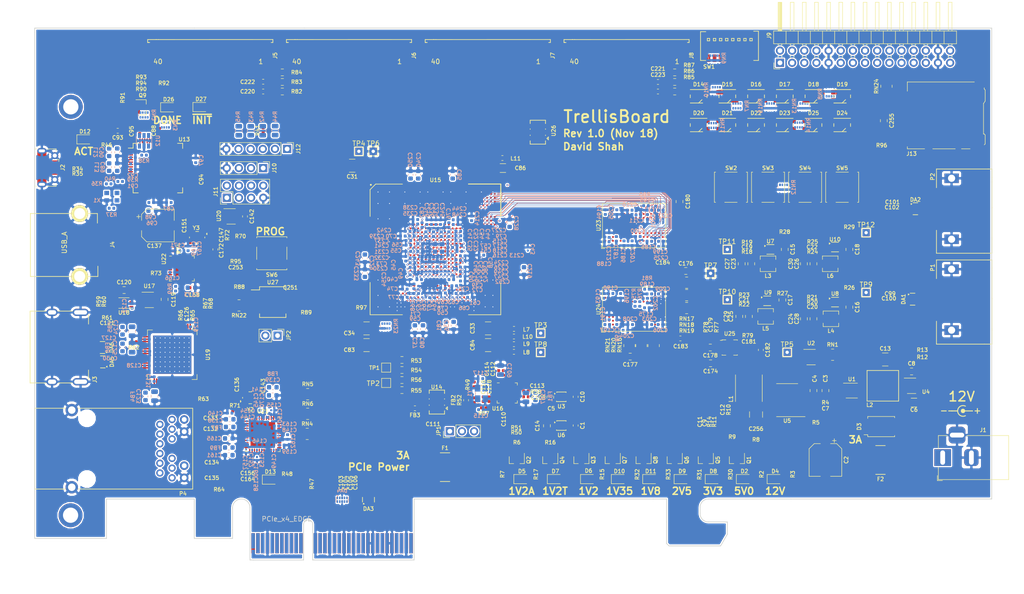
<source format=kicad_pcb>
(kicad_pcb (version 20171130) (host pcbnew 5.0.1)
  (layers (0 F.Cu signal) (1 In1.Cu signal) (2 In2.Cu signal) (3 In3.Cu signal) (4 In4.Cu signal) (5 In5.Cu signal) (6 In6.Cu signal) (31 B.Cu signal) (34 B.Paste user) (35 F.Paste user) (36 B.SilkS user) (37 F.SilkS user) (38 B.Mask user) (39 F.Mask user) (44 Edge.Cuts user))
  (net 0 "")
  (net 1 "/PCIe + SATA/DCU1_REFCLK-")
  (net 2 "/PCIe + SATA/DCU1_REFCLK+")
  (net 3 DDR3_A4)
  (net 4 DDR3_A6)
  (net 5 DDR3_A5)
  (net 6 DDR3_A7)
  (net 7 /DDR3/DDR3_VTT)
  (net 8 "Net-(RN2-Pad5)")
  (net 9 "Net-(RN2-Pad6)")
  (net 10 "Net-(R38-Pad2)")
  (net 11 "Net-(RN2-Pad7)")
  (net 12 +3V3)
  (net 13 /Power/1V2_EN)
  (net 14 /Power/2V5_EN)
  (net 15 /Power/1V35_EN)
  (net 16 "Net-(RN1-Pad4)")
  (net 17 +5V)
  (net 18 "Net-(RN1-Pad5)")
  (net 19 USD_D0)
  (net 20 USD_D3)
  (net 21 USD_CMD)
  (net 22 USD_D2)
  (net 23 "Net-(RN23-Pad1)")
  (net 24 GND)
  (net 25 "/FPGA IO/CFG0")
  (net 26 "Net-(RN23-Pad8)")
  (net 27 "/FPGA IO/CFG1")
  (net 28 "/FPGA IO/CFG2")
  (net 29 "/FPGA IO/FLASH_D3")
  (net 30 "/FPGA IO/FLASH_D1")
  (net 31 "/FPGA IO/FLASH_D2")
  (net 32 "/FPGA IO/FLASH_D0")
  (net 33 DDR3_WE)
  (net 34 DDR3_CKE)
  (net 35 DDR3_CS)
  (net 36 DDR3_ODT)
  (net 37 DDR3_CAS)
  (net 38 DDR3_BA2)
  (net 39 DDR3_RAS)
  (net 40 DDR3_BA1)
  (net 41 DDR3_A12)
  (net 42 DDR3_A14)
  (net 43 DDR3_A13)
  (net 44 DDR3_BA0)
  (net 45 DDR3_A11)
  (net 46 DDR3_A9)
  (net 47 DDR3_A10)
  (net 48 DDR3_A8)
  (net 49 DDR3_A0)
  (net 50 DDR3_A2)
  (net 51 DDR3_A1)
  (net 52 DDR3_A3)
  (net 53 "/HDMI, GbE, USB/ETH_LED2")
  (net 54 ETH_~RESET)
  (net 55 "/HDMI, GbE, USB/ETH_LED1")
  (net 56 RGMII_REF_CLK)
  (net 57 "Net-(D18-Pad4)")
  (net 58 "Net-(D20-Pad4)")
  (net 59 "Net-(D19-Pad4)")
  (net 60 "Net-(D21-Pad4)")
  (net 61 "Net-(D25-Pad4)")
  (net 62 "Net-(D23-Pad4)")
  (net 63 "Net-(D24-Pad4)")
  (net 64 "Net-(D22-Pad4)")
  (net 65 FTDI_D1_RX)
  (net 66 FTDI_~WR)
  (net 67 FTDI_~RD)
  (net 68 FTDI_~SIWU)
  (net 69 RGMII_RXD0)
  (net 70 RGMII_RXD2)
  (net 71 RGMII_RXD1)
  (net 72 RGMII_RXD3)
  (net 73 RGMII_RX_DV)
  (net 74 ETH_MDIO)
  (net 75 RGMII_RX_CLK)
  (net 76 ETH_INT_N)
  (net 77 "Net-(D17-Pad1)")
  (net 78 "Net-(D16-Pad1)")
  (net 79 "Net-(D14-Pad1)")
  (net 80 "Net-(D15-Pad1)")
  (net 81 DIP_SW1)
  (net 82 DIP_SW0)
  (net 83 DIP_SW2)
  (net 84 DIP_SW3)
  (net 85 DIP_SW7)
  (net 86 DIP_SW6)
  (net 87 DIP_SW4)
  (net 88 DIP_SW5)
  (net 89 "Net-(D14-Pad4)")
  (net 90 "Net-(D16-Pad4)")
  (net 91 "Net-(D15-Pad4)")
  (net 92 "Net-(D17-Pad4)")
  (net 93 "Net-(D21-Pad1)")
  (net 94 "Net-(D20-Pad1)")
  (net 95 "Net-(D18-Pad1)")
  (net 96 "Net-(D19-Pad1)")
  (net 97 BTN1)
  (net 98 BTN0)
  (net 99 BTN2)
  (net 100 BTN3)
  (net 101 "Net-(D25-Pad1)")
  (net 102 "Net-(D24-Pad1)")
  (net 103 "Net-(D22-Pad1)")
  (net 104 "Net-(D23-Pad1)")
  (net 105 "/FPGA IO/VCCIO7")
  (net 106 "Net-(R44-Pad2)")
  (net 107 JTAG_TDO)
  (net 108 JTAG_TDI)
  (net 109 "Net-(R43-Pad2)")
  (net 110 "Net-(R42-Pad2)")
  (net 111 JTAG_TCK)
  (net 112 JTAG_TMS)
  (net 113 "Net-(R45-Pad2)")
  (net 114 "/PCIe + SATA/CLKAUXO+")
  (net 115 "/PCIe + SATA/CLK150M-")
  (net 116 +1V8)
  (net 117 +2V5)
  (net 118 "/PCIe + SATA/CLKAUXO-")
  (net 119 "/FPGA IO/VCCIO6")
  (net 120 "/PCIe + SATA/CLK150M+")
  (net 121 CLK_SDA)
  (net 122 "Net-(R36-Pad2)")
  (net 123 FPGA_12MHz)
  (net 124 "/PCIe + SATA/PCIe_REFCLK+")
  (net 125 "/PCIe + SATA/PCIe_REFCLK-")
  (net 126 PCIe_12V)
  (net 127 "Net-(D13-Pad2)")
  (net 128 ~PERST)
  (net 129 "Net-(P3-PadA11)")
  (net 130 "Net-(D12-Pad2)")
  (net 131 "Net-(R40-Pad1)")
  (net 132 "Net-(R39-Pad1)")
  (net 133 "Net-(R38-Pad1)")
  (net 134 "Net-(R12-Pad2)")
  (net 135 "/PCIe + SATA/3V3_C")
  (net 136 "/PCIe + SATA/3V3_CA")
  (net 137 "Net-(R57-Pad1)")
  (net 138 "Net-(R58-Pad2)")
  (net 139 FABRIC_REFCLK)
  (net 140 "/HDMI, GbE, USB/PORT_SCL")
  (net 141 "/HDMI, GbE, USB/PORT_SDA")
  (net 142 "Net-(C121-Pad1)")
  (net 143 "Net-(R62-Pad1)")
  (net 144 /Power/3V3_PG)
  (net 145 "Net-(D27-Pad2)")
  (net 146 "/FPGA IO/~PROGRAM")
  (net 147 "Net-(R80-Pad1)")
  (net 148 "Net-(R81-Pad1)")
  (net 149 "/FPGA IO/FLASH_~CS")
  (net 150 "/FPGA IO/FLASH_CLK")
  (net 151 "/FPGA IO/DONE")
  (net 152 "Net-(Q9-Pad1)")
  (net 153 "Net-(D26-Pad2)")
  (net 154 "Net-(R79-Pad1)")
  (net 155 "/FPGA IO/~INIT")
  (net 156 "Net-(C9-Pad1)")
  (net 157 "Net-(C11-Pad1)")
  (net 158 "Net-(Q2-Pad3)")
  (net 159 "Net-(D5-Pad1)")
  (net 160 /Power/1V2_PG)
  (net 161 USD_D1)
  (net 162 USD_CLK)
  (net 163 "Net-(R97-Pad1)")
  (net 164 "Net-(Q2-Pad1)")
  (net 165 +1V2A)
  (net 166 "Net-(R5-Pad2)")
  (net 167 "Net-(D2-Pad2)")
  (net 168 "Net-(C7-Pad1)")
  (net 169 "Net-(D4-Pad2)")
  (net 170 +12V)
  (net 171 "Net-(R74-Pad1)")
  (net 172 "/Debug Interface/PORT_D-")
  (net 173 "/Debug Interface/FTDI_D-")
  (net 174 "/Debug Interface/FTDI_D+")
  (net 175 "/Debug Interface/PORT_D+")
  (net 176 "Net-(C22-Pad2)")
  (net 177 "Net-(R71-Pad2)")
  (net 178 "/HDMI, GbE, USB/USB_XO")
  (net 179 "/HDMI, GbE, USB/USB_XI")
  (net 180 "Net-(R73-Pad1)")
  (net 181 "/HDMI, GbE, USB/USBA_VBUS")
  (net 182 "/HDMI, GbE, USB/EXTVBUS")
  (net 183 DVI_SCL)
  (net 184 DVI_SDA)
  (net 185 CLK_SCL)
  (net 186 "Net-(R70-Pad1)")
  (net 187 "Net-(C175-Pad2)")
  (net 188 DDR3_CLK+)
  (net 189 "Net-(P4-Pad16)")
  (net 190 "Net-(R66-Pad1)")
  (net 191 "Net-(R65-Pad1)")
  (net 192 "/HDMI, GbE, USB/HDMI_HPD")
  (net 193 DDR3_CLK-)
  (net 194 "Net-(C179-Pad1)")
  (net 195 +1V35)
  (net 196 +1V2)
  (net 197 "Net-(D10-Pad2)")
  (net 198 "Net-(P4-Pad14)")
  (net 199 "Net-(C12-Pad2)")
  (net 200 "Net-(D6-Pad2)")
  (net 201 +1V2T)
  (net 202 "Net-(Q4-Pad1)")
  (net 203 "Net-(Q4-Pad3)")
  (net 204 "Net-(D7-Pad1)")
  (net 205 "Net-(C19-Pad2)")
  (net 206 "Net-(C20-Pad2)")
  (net 207 "Net-(C21-Pad2)")
  (net 208 "/Debug Interface/FTDI_12MHz")
  (net 209 "Net-(D11-Pad2)")
  (net 210 /Power/2V5_PG)
  (net 211 /Power/1V35_PG)
  (net 212 /Power/1V8_PG)
  (net 213 "Net-(D8-Pad2)")
  (net 214 "Net-(D9-Pad2)")
  (net 215 "Net-(C8-Pad2)")
  (net 216 "Net-(C8-Pad1)")
  (net 217 /Power/PWR_EN)
  (net 218 "/HDMI, GbE, USB/HDMI_5V")
  (net 219 "Net-(U17-Pad3)")
  (net 220 "Net-(D9-Pad1)")
  (net 221 "Net-(D11-Pad1)")
  (net 222 "Net-(D26-Pad1)")
  (net 223 "Net-(D2-Pad1)")
  (net 224 "Net-(D6-Pad1)")
  (net 225 "Net-(D10-Pad1)")
  (net 226 "Net-(D8-Pad1)")
  (net 227 "Net-(U1-Pad3)")
  (net 228 DDR3_Vref)
  (net 229 DDR3_Vtt_EN)
  (net 230 "Net-(U5-Pad2)")
  (net 231 "Net-(L1-Pad1)")
  (net 232 "Net-(C11-Pad2)")
  (net 233 "Net-(U13-Pad3)")
  (net 234 "/Debug Interface/Vphy")
  (net 235 "/Debug Interface/Vpll")
  (net 236 "/Debug Interface/JTAG_ACT")
  (net 237 "Net-(U13-Pad22)")
  (net 238 "Net-(U13-Pad23)")
  (net 239 "Net-(U13-Pad24)")
  (net 240 "Net-(U13-Pad26)")
  (net 241 "Net-(U13-Pad27)")
  (net 242 "Net-(U13-Pad28)")
  (net 243 "Net-(U13-Pad29)")
  (net 244 "Net-(U13-Pad30)")
  (net 245 "Net-(U13-Pad32)")
  (net 246 "Net-(U13-Pad33)")
  (net 247 "Net-(U13-Pad34)")
  (net 248 "Net-(U13-Pad36)")
  (net 249 FTDI_D0_TX)
  (net 250 FTDI_D2)
  (net 251 FTDI_D3)
  (net 252 FTDI_D4)
  (net 253 FTDI_D5)
  (net 254 FTDI_D6)
  (net 255 FTDI_D7)
  (net 256 FTDI_~RXF)
  (net 257 "Net-(U13-Pad49)")
  (net 258 "Net-(U13-Pad50)")
  (net 259 FTDI_~TXE)
  (net 260 "Net-(U13-Pad57)")
  (net 261 "Net-(U13-Pad58)")
  (net 262 "Net-(U13-Pad59)")
  (net 263 "Net-(U13-Pad60)")
  (net 264 "/HDMI, GbE, USB/DVI_DVDD")
  (net 265 DVI_DE)
  (net 266 DVI_HSYNC)
  (net 267 DVI_VSYNC)
  (net 268 "Net-(U19-Pad11)")
  (net 269 "/HDMI, GbE, USB/DVI_PVDD")
  (net 270 "/HDMI, GbE, USB/TMDS_CLK-")
  (net 271 "/HDMI, GbE, USB/TMDS_CLK+")
  (net 272 "/HDMI, GbE, USB/DVI_TVDD")
  (net 273 "/HDMI, GbE, USB/TMDS_D0-")
  (net 274 "/HDMI, GbE, USB/TMDS_D0+")
  (net 275 "/HDMI, GbE, USB/TMDS_D1-")
  (net 276 "/HDMI, GbE, USB/TMDS_D1+")
  (net 277 "/HDMI, GbE, USB/TMDS_D2-")
  (net 278 "/HDMI, GbE, USB/TMDS_D2+")
  (net 279 DVI_D23)
  (net 280 DVI_D22)
  (net 281 DVI_D21)
  (net 282 DVI_D20)
  (net 283 DVI_D19)
  (net 284 DVI_D18)
  (net 285 DVI_D17)
  (net 286 DVI_D16)
  (net 287 DVI_D15)
  (net 288 DVI_D14)
  (net 289 DVI_D13)
  (net 290 DVI_D12)
  (net 291 "Net-(U19-Pad49)")
  (net 292 DVI_D11)
  (net 293 DVI_D10)
  (net 294 DVI_D9)
  (net 295 DVI_D8)
  (net 296 DVI_D7)
  (net 297 DVI_D6)
  (net 298 DVI_CLK)
  (net 299 DVI_D5)
  (net 300 DVI_D4)
  (net 301 DVI_D3)
  (net 302 DVI_D2)
  (net 303 DVI_D1)
  (net 304 DVI_D0)
  (net 305 "/HDMI, GbE, USB/AVDDH")
  (net 306 "/HDMI, GbE, USB/MX4-")
  (net 307 "/HDMI, GbE, USB/MX4+")
  (net 308 "/HDMI, GbE, USB/AVDDL")
  (net 309 "/HDMI, GbE, USB/MX3-")
  (net 310 "/HDMI, GbE, USB/MX3+")
  (net 311 "/HDMI, GbE, USB/MX2-")
  (net 312 "/HDMI, GbE, USB/MX2+")
  (net 313 "/HDMI, GbE, USB/MX1-")
  (net 314 "/HDMI, GbE, USB/MX1+")
  (net 315 "Net-(U21-Pad13)")
  (net 316 RGMII_TXD0)
  (net 317 RGMII_TXD1)
  (net 318 RGMII_TXD2)
  (net 319 RGMII_TXD3)
  (net 320 RGMII_TX_CLK)
  (net 321 RGMII_TX_EN)
  (net 322 ETH_MDC)
  (net 323 "Net-(U21-Pad43)")
  (net 324 "/HDMI, GbE, USB/AVDDL_PLL")
  (net 325 "/HDMI, GbE, USB/ETH_XO")
  (net 326 "/HDMI, GbE, USB/ETH_XI")
  (net 327 "Net-(U21-Pad47)")
  (net 328 "Net-(U22-Pad3)")
  (net 329 "Net-(U22-Pad5)")
  (net 330 "/HDMI, GbE, USB/USBA_D+")
  (net 331 "/HDMI, GbE, USB/USBA_D-")
  (net 332 ULPI_RESET)
  (net 333 ULPI_NXT)
  (net 334 ULPI_DIR)
  (net 335 ULPI_STP)
  (net 336 ULPI_CLKO)
  (net 337 "/HDMI, GbE, USB/USB1V8")
  (net 338 ULPI_D7)
  (net 339 ULPI_D6)
  (net 340 ULPI_D5)
  (net 341 ULPI_D4)
  (net 342 ULPI_D3)
  (net 343 ULPI_D2)
  (net 344 ULPI_D1)
  (net 345 ULPI_D0)
  (net 346 "Net-(C117-Pad1)")
  (net 347 "Net-(C115-Pad2)")
  (net 348 CLK_SD_OE)
  (net 349 "Net-(U16-Pad11)")
  (net 350 "Net-(U16-Pad12)")
  (net 351 "/PCIe + SATA/1V8_C")
  (net 352 "Net-(U16-Pad16)")
  (net 353 "/PCIe + SATA/DCU0_REFCLK-")
  (net 354 "/PCIe + SATA/DCU0_REFCLK+")
  (net 355 "Net-(U16-Pad24)")
  (net 356 DDR3_DQ13)
  (net 357 DDR3_DQ15)
  (net 358 DDR3_DQ12)
  (net 359 DDR3_DQS1-)
  (net 360 DDR3_DQ14)
  (net 361 DDR3_DQ11)
  (net 362 DDR3_DQ9)
  (net 363 DDR3_DQS1+)
  (net 364 DDR3_DQ10)
  (net 365 DDR3_DM1)
  (net 366 DDR3_DQ8)
  (net 367 DDR3_DQ0)
  (net 368 DDR3_DM0)
  (net 369 DDR3_DQ2)
  (net 370 DDR3_DQS0+)
  (net 371 DDR3_DQ1)
  (net 372 DDR3_DQ3)
  (net 373 DDR3_DQ6)
  (net 374 DDR3_DQS0-)
  (net 375 DDR3_DQ4)
  (net 376 DDR3_DQ7)
  (net 377 DDR3_DQ5)
  (net 378 "Net-(U23-PadJ1)")
  (net 379 "Net-(U23-PadJ9)")
  (net 380 "Net-(U23-PadL1)")
  (net 381 "Net-(U23-PadL9)")
  (net 382 "Net-(U23-PadM7)")
  (net 383 DDR3_RESET)
  (net 384 "Net-(U24-PadM7)")
  (net 385 "Net-(U24-PadL9)")
  (net 386 "Net-(U24-PadL1)")
  (net 387 "Net-(U24-PadJ9)")
  (net 388 "Net-(U24-PadJ1)")
  (net 389 DDR3_DQ21)
  (net 390 DDR3_DQ23)
  (net 391 DDR3_DQ20)
  (net 392 DDR3_DQS2-)
  (net 393 DDR3_DQ22)
  (net 394 DDR3_DQ19)
  (net 395 DDR3_DQ17)
  (net 396 DDR3_DQS2+)
  (net 397 DDR3_DQ18)
  (net 398 DDR3_DM2)
  (net 399 DDR3_DQ16)
  (net 400 DDR3_DQ24)
  (net 401 DDR3_DM3)
  (net 402 DDR3_DQ26)
  (net 403 DDR3_DQS3+)
  (net 404 DDR3_DQ25)
  (net 405 DDR3_DQ27)
  (net 406 DDR3_DQ30)
  (net 407 DDR3_DQS3-)
  (net 408 DDR3_DQ28)
  (net 409 DDR3_DQ31)
  (net 410 DDR3_DQ29)
  (net 411 "Net-(X1-Pad1)")
  (net 412 "Net-(L4-Pad1)")
  (net 413 "Net-(L5-Pad1)")
  (net 414 "Net-(L3-Pad1)")
  (net 415 "Net-(L6-Pad1)")
  (net 416 "Net-(C111-Pad1)")
  (net 417 "/FPGA Core Power/VCCHTX1")
  (net 418 "/FPGA Core Power/VCCHTX0")
  (net 419 "/FPGA Core Power/VCCA0")
  (net 420 "/FPGA Core Power/VCCAUX")
  (net 421 "/FPGA Core Power/VCCA1")
  (net 422 "/PCIe + SATA/SATA1_A+")
  (net 423 "/PCIe + SATA/SATA1_A-")
  (net 424 "/PCIe + SATA/DCU1_RX1-")
  (net 425 "/PCIe + SATA/DCU1_RX1+")
  (net 426 "/PCIe + SATA/SATA0_A+")
  (net 427 "/PCIe + SATA/SATA0_A-")
  (net 428 "/PCIe + SATA/DCU1_RX0-")
  (net 429 "/PCIe + SATA/DCU1_RX0+")
  (net 430 "/PCIe + SATA/PCIe_HSI0+")
  (net 431 "/PCIe + SATA/PCIe_HSI0-")
  (net 432 "/PCIe + SATA/PCIe_HSI1+")
  (net 433 "/PCIe + SATA/PCIe_HSI1-")
  (net 434 "/PCIe + SATA/DCU0_RX0+")
  (net 435 "/PCIe + SATA/DCU0_RX0-")
  (net 436 "/PCIe + SATA/DCU0_RX1+")
  (net 437 "/PCIe + SATA/DCU0_RX1-")
  (net 438 "Net-(U6-Pad2)")
  (net 439 "Net-(U6-Pad5)")
  (net 440 "Net-(U3-Pad5)")
  (net 441 "Net-(U3-Pad2)")
  (net 442 "Net-(U10-Pad4)")
  (net 443 "Net-(U9-Pad4)")
  (net 444 "Net-(U8-Pad4)")
  (net 445 "Net-(U7-Pad4)")
  (net 446 "Net-(J5-Pad38)")
  (net 447 "/FPGA IO/EXT0_11-")
  (net 448 "/FPGA IO/EXT0_11+")
  (net 449 "/FPGA IO/EXT0_10-")
  (net 450 "/FPGA IO/EXT0_10+")
  (net 451 "/FPGA IO/EXT0_9-")
  (net 452 "/FPGA IO/EXT0_9+")
  (net 453 "/FPGA IO/EXT0_8-")
  (net 454 "/FPGA IO/EXT0_8+")
  (net 455 "/FPGA IO/EXT0_7-")
  (net 456 "/FPGA IO/EXT0_7+")
  (net 457 "/FPGA IO/EXT0_6-")
  (net 458 "/FPGA IO/EXT0_6+")
  (net 459 "/FPGA IO/EXT0_5-")
  (net 460 "/FPGA IO/EXT0_5+")
  (net 461 "/FPGA IO/EXT0_4-")
  (net 462 "/FPGA IO/EXT0_4+")
  (net 463 "/FPGA IO/EXT0_3-")
  (net 464 "/FPGA IO/EXT0_3+")
  (net 465 "/FPGA IO/EXT0_2-")
  (net 466 "/FPGA IO/EXT0_2+")
  (net 467 "/FPGA IO/EXT0_1-")
  (net 468 "/FPGA IO/EXT0_1+")
  (net 469 "/FPGA IO/EXT0_0-")
  (net 470 "/FPGA IO/EXT0_0+")
  (net 471 "/FPGA IO/EXT3_0+")
  (net 472 "/FPGA IO/EXT3_0-")
  (net 473 "/FPGA IO/EXT3_1+")
  (net 474 "/FPGA IO/EXT3_1-")
  (net 475 "/FPGA IO/EXT3_2+")
  (net 476 "/FPGA IO/EXT3_2-")
  (net 477 "/FPGA IO/EXT3_3+")
  (net 478 "/FPGA IO/EXT3_3-")
  (net 479 "/FPGA IO/EXT3_4+")
  (net 480 "/FPGA IO/EXT3_4-")
  (net 481 "/FPGA IO/EXT3_5+")
  (net 482 "/FPGA IO/EXT3_5-")
  (net 483 "/FPGA IO/EXT3_6+")
  (net 484 "/FPGA IO/EXT3_6-")
  (net 485 "/FPGA IO/EXT3_7+")
  (net 486 "/FPGA IO/EXT3_7-")
  (net 487 "/FPGA IO/EXT3_8+")
  (net 488 "/FPGA IO/EXT3_8-")
  (net 489 "/FPGA IO/EXT3_9+")
  (net 490 "/FPGA IO/EXT3_9-")
  (net 491 "/FPGA IO/EXT3_10+")
  (net 492 "/FPGA IO/EXT3_10-")
  (net 493 "/FPGA IO/EXT3_11+")
  (net 494 "/FPGA IO/EXT3_11-")
  (net 495 "Net-(J8-Pad38)")
  (net 496 "Net-(J6-Pad38)")
  (net 497 "/FPGA IO/EXT1_11-")
  (net 498 "/FPGA IO/EXT1_11+")
  (net 499 "/FPGA IO/EXT1_10-")
  (net 500 "/FPGA IO/EXT1_10+")
  (net 501 "/FPGA IO/EXT1_9-")
  (net 502 "/FPGA IO/EXT1_9+")
  (net 503 "/FPGA IO/EXT1_8-")
  (net 504 "/FPGA IO/EXT1_8+")
  (net 505 "/FPGA IO/EXT1_7-")
  (net 506 "/FPGA IO/EXT1_7+")
  (net 507 "/FPGA IO/EXT1_6-")
  (net 508 "/FPGA IO/EXT1_6+")
  (net 509 "/FPGA IO/EXT1_5-")
  (net 510 "/FPGA IO/EXT1_5+")
  (net 511 "/FPGA IO/EXT1_4-")
  (net 512 "/FPGA IO/EXT1_4+")
  (net 513 "/FPGA IO/EXT1_3-")
  (net 514 "/FPGA IO/EXT1_3+")
  (net 515 "/FPGA IO/EXT1_2-")
  (net 516 "/FPGA IO/EXT1_2+")
  (net 517 "/FPGA IO/EXT1_1-")
  (net 518 "/FPGA IO/EXT1_1+")
  (net 519 "/FPGA IO/EXT1_0-")
  (net 520 "/FPGA IO/EXT1_0+")
  (net 521 "/FPGA IO/EXT2_0+")
  (net 522 "/FPGA IO/EXT2_0-")
  (net 523 "/FPGA IO/EXT2_1+")
  (net 524 "/FPGA IO/EXT2_1-")
  (net 525 "/FPGA IO/EXT2_2+")
  (net 526 "/FPGA IO/EXT2_2-")
  (net 527 "/FPGA IO/EXT2_3+")
  (net 528 "/FPGA IO/EXT2_3-")
  (net 529 "/FPGA IO/EXT2_4+")
  (net 530 "/FPGA IO/EXT2_4-")
  (net 531 "/FPGA IO/EXT2_5+")
  (net 532 "/FPGA IO/EXT2_5-")
  (net 533 "/FPGA IO/EXT2_6+")
  (net 534 "/FPGA IO/EXT2_6-")
  (net 535 "/FPGA IO/EXT2_7+")
  (net 536 "/FPGA IO/EXT2_7-")
  (net 537 "/FPGA IO/EXT2_8+")
  (net 538 "/FPGA IO/EXT2_8-")
  (net 539 "/FPGA IO/EXT2_9+")
  (net 540 "/FPGA IO/EXT2_9-")
  (net 541 "/FPGA IO/EXT2_10+")
  (net 542 "/FPGA IO/EXT2_10-")
  (net 543 "/FPGA IO/EXT2_11+")
  (net 544 "/FPGA IO/EXT2_11-")
  (net 545 "Net-(J7-Pad38)")
  (net 546 "Net-(C132-Pad1)")
  (net 547 "Net-(C135-Pad1)")
  (net 548 "Net-(C133-Pad1)")
  (net 549 "Net-(C134-Pad1)")
  (net 550 "Net-(P3-PadB5)")
  (net 551 "Net-(P3-PadB6)")
  (net 552 "Net-(P3-PadB8)")
  (net 553 "Net-(P3-PadB9)")
  (net 554 "Net-(P3-PadB10)")
  (net 555 PCIe_~WAKE)
  (net 556 "Net-(P3-PadB12)")
  (net 557 "/PCIe + SATA/~PRSNT2~_X1")
  (net 558 "Net-(P3-PadB23)")
  (net 559 "Net-(P3-PadB24)")
  (net 560 "Net-(P3-PadB27)")
  (net 561 "Net-(P3-PadB28)")
  (net 562 "Net-(P3-PadB30)")
  (net 563 "/PCIe + SATA/~PRSNT2~_X4")
  (net 564 "/PCIe + SATA/~PRSNT1")
  (net 565 "Net-(P3-PadA5)")
  (net 566 "Net-(P3-PadA6)")
  (net 567 "Net-(P3-PadA7)")
  (net 568 "Net-(P3-PadA8)")
  (net 569 "Net-(P3-PadA9)")
  (net 570 "Net-(P3-PadA10)")
  (net 571 "Net-(P3-PadA19)")
  (net 572 "Net-(P3-PadA25)")
  (net 573 "Net-(P3-PadA26)")
  (net 574 "Net-(P3-PadA29)")
  (net 575 "Net-(P3-PadA30)")
  (net 576 "Net-(P3-PadA32)")
  (net 577 "Net-(U14-Pad2)")
  (net 578 "Net-(U14-Pad1)")
  (net 579 "Net-(U26-Pad1)")
  (net 580 "Net-(U26-Pad2)")
  (net 581 "/FPGA IO/CLK100+")
  (net 582 "/FPGA IO/CLK100-")
  (net 583 "Net-(J3-Pad14)")
  (net 584 "Net-(J3-Pad13)")
  (net 585 LED2)
  (net 586 LED11)
  (net 587 LED10)
  (net 588 LED0)
  (net 589 LED1)
  (net 590 LED3)
  (net 591 LED4)
  (net 592 LED5)
  (net 593 LED6)
  (net 594 LED7)
  (net 595 LED8)
  (net 596 LED9)
  (net 597 "Net-(F2-Pad2)")
  (net 598 "Net-(U15-PadR1)")
  (net 599 "Net-(U15-PadY1)")
  (net 600 "Net-(U15-PadAB1)")
  (net 601 "Net-(U15-PadAC1)")
  (net 602 "Net-(U15-PadAD1)")
  (net 603 "Net-(U15-PadAE1)")
  (net 604 "Net-(U15-PadA2)")
  (net 605 "Net-(U15-PadT2)")
  (net 606 "Net-(U15-PadW2)")
  (net 607 "Net-(U15-PadAB2)")
  (net 608 "Net-(U15-PadAC2)")
  (net 609 "Net-(U15-PadAE2)")
  (net 610 "Net-(U15-PadAG2)")
  (net 611 "Net-(U15-PadA3)")
  (net 612 "Net-(U15-PadV3)")
  (net 613 "Net-(U15-PadW3)")
  (net 614 "Net-(U15-PadY3)")
  (net 615 "Net-(U15-PadAC3)")
  (net 616 "Net-(U15-PadAD3)")
  (net 617 "Net-(U15-PadAE3)")
  (net 618 "Net-(U15-PadAG3)")
  (net 619 "Net-(U15-PadAL3)")
  (net 620 "Net-(U15-PadB4)")
  (net 621 "Net-(U15-PadH4)")
  (net 622 "Net-(U15-PadAC4)")
  (net 623 "Net-(U15-PadA5)")
  (net 624 "Net-(U15-PadL5)")
  (net 625 "Net-(U15-PadW6)")
  (net 626 "Net-(U15-PadD7)")
  (net 627 "Net-(U15-PadE7)")
  (net 628 "Net-(U15-PadAE7)")
  (net 629 "Net-(U15-PadG9)")
  (net 630 "/PCIe + SATA/DCU0_TX0+")
  (net 631 "Net-(U15-PadG10)")
  (net 632 "/PCIe + SATA/DCU0_TX0-")
  (net 633 "Net-(U15-PadG11)")
  (net 634 "/PCIe + SATA/DCU0_TX1+")
  (net 635 "/PCIe + SATA/DCU0_TX1-")
  (net 636 "/FPGA IO/PMOD1_10")
  (net 637 "/FPGA IO/PMOD1_9")
  (net 638 "Net-(U15-PadG14)")
  (net 639 "Net-(U15-PadG15)")
  (net 640 "Net-(U15-PadAK15)")
  (net 641 "Net-(U15-PadG16)")
  (net 642 "Net-(U15-PadAK16)")
  (net 643 "Net-(U15-PadG17)")
  (net 644 "Net-(U15-PadG18)")
  (net 645 "/PCIe + SATA/DCU1_TX0+")
  (net 646 "Net-(U15-PadG19)")
  (net 647 "/PCIe + SATA/DCU1_TX0-")
  (net 648 "/FPGA IO/PMOD1_8")
  (net 649 "/FPGA IO/PMOD1_7")
  (net 650 "/PCIe + SATA/DCU1_TX1+")
  (net 651 "/PCIe + SATA/DCU1_TX1-")
  (net 652 "/FPGA IO/EXIO_5")
  (net 653 "/FPGA IO/EXIO_4")
  (net 654 "/FPGA IO/EXIO_3")
  (net 655 "Net-(U15-PadG22)")
  (net 656 "/FPGA IO/PMOD1_3")
  (net 657 "/FPGA IO/PMOD1_2")
  (net 658 "/FPGA IO/PMOD1_0")
  (net 659 "/FPGA IO/PMOD1_1")
  (net 660 "/FPGA IO/EXIO_2")
  (net 661 "Net-(U15-PadG23)")
  (net 662 "/FPGA IO/EXIO_1")
  (net 663 "/FPGA IO/PMOD0_10")
  (net 664 "/FPGA IO/EXIO_0")
  (net 665 "/FPGA IO/PMOD0_9")
  (net 666 "Net-(U15-PadG24)")
  (net 667 "Net-(U15-PadAG24)")
  (net 668 "Net-(U15-PadAK24)")
  (net 669 "/FPGA IO/PMOD0_8")
  (net 670 "/FPGA IO/PMOD0_3")
  (net 671 "/FPGA IO/PMOD0_7")
  (net 672 "/FPGA IO/PMOD0_2")
  (net 673 "/FPGA IO/PMOD0_1")
  (net 674 "Net-(U15-PadAK25)")
  (net 675 "/FPGA IO/PMOD0_0")
  (net 676 "Net-(U15-PadB26)")
  (net 677 "Net-(U15-PadE26)")
  (net 678 "Net-(U15-PadR26)")
  (net 679 "Net-(U15-PadT26)")
  (net 680 "Net-(U15-PadAE26)")
  (net 681 "Net-(U15-PadH27)")
  (net 682 "Net-(U15-PadJ27)")
  (net 683 "Net-(U15-PadK27)")
  (net 684 "Net-(U15-PadW27)")
  (net 685 "Net-(U15-PadC28)")
  (net 686 "Net-(U15-PadD28)")
  (net 687 "Net-(U15-PadH28)")
  (net 688 "Net-(U15-PadL28)")
  (net 689 "Net-(U15-PadP28)")
  (net 690 "Net-(U15-PadAC28)")
  (net 691 "Net-(U15-PadAE28)")
  (net 692 "Net-(U15-PadC29)")
  (net 693 "Net-(U15-PadH29)")
  (net 694 "Net-(U15-PadP29)")
  (net 695 "Net-(U15-PadAB29)")
  (net 696 "Net-(U15-PadAC29)")
  (net 697 "Net-(U15-PadAE29)")
  (net 698 "Net-(U15-PadAJ29)")
  (net 699 "Net-(U15-PadC30)")
  (net 700 "Net-(U15-PadP30)")
  (net 701 "Net-(U15-PadR30)")
  (net 702 "Net-(U15-PadV30)")
  (net 703 "Net-(U15-PadAB30)")
  (net 704 "Net-(U15-PadAE30)")
  (net 705 "Net-(U15-PadAJ30)")
  (net 706 "Net-(U15-PadA31)")
  (net 707 "Net-(U15-PadP31)")
  (net 708 "Net-(U15-PadAG31)")
  (net 709 "Net-(U15-PadAK31)")
  (net 710 "Net-(U15-PadAG32)")
  (net 711 "Net-(J2-Pad1)")
  (net 712 "Net-(J2-Pad4)")
  (net 713 "Net-(U15-PadN32)")
  (net 714 "Net-(U15-PadT30)")
  (net 715 "Net-(U15-PadAE27)")
  (net 716 "Net-(U15-PadAD27)")
  (net 717 "Net-(U15-PadAD26)")
  (net 718 "Net-(U15-PadF30)")
  (module Capacitor_SMD:C_0201_0603Metric (layer B.Cu) (at 90.2 111.585 90)
    (fp_text reference C149 (at -2.665 0.05 90) (layer B.SilkS) (effects (font (size 0.8 0.8)) (justify mirror)))
    (fp_text value 10n)
    (pad 1 smd roundrect (at -0.32 0 90) (size 0.46 0.4) (layers B.Cu B.Mask) (net 196 +1V2))
    (pad 2 smd roundrect (at 0.32 0 90) (size 0.46 0.4) (layers B.Cu B.Mask) (net 24 GND))
  )
  (module Capacitor_SMD:C_0201_0603Metric (layer B.Cu) (at 85.015 109.9)
    (fp_text reference C146 (at 2.235 0.1) (layer B.SilkS) (effects (font (size 0.8 0.8)) (justify mirror)))
    (fp_text value 10n)
    (pad 2 smd roundrect (at 0.32 0) (size 0.46 0.4) (layers B.Cu B.Mask) (net 24 GND))
    (pad 1 smd roundrect (at -0.32 0) (size 0.46 0.4) (layers B.Cu B.Mask) (net 308 "/HDMI, GbE, USB/AVDDL"))
  )
  (module Capacitor_SMD:C_0201_0603Metric (layer B.Cu) (at 87.2 105.615 90)
    (fp_text reference C145 (at 4.115 -0.7 90) (layer B.SilkS) (effects (font (size 0.8 0.8)) (justify mirror)))
    (fp_text value 10n)
    (pad 1 smd roundrect (at -0.32 0 90) (size 0.46 0.4) (layers B.Cu B.Mask) (net 24 GND))
    (pad 2 smd roundrect (at 0.32 0 90) (size 0.46 0.4) (layers B.Cu B.Mask) (net 324 "/HDMI, GbE, USB/AVDDL_PLL"))
  )
  (module Capacitor_SMD:C_0201_0603Metric (layer B.Cu) (at 84.915 107.4)
    (fp_text reference C144 (at -0.165 -2.4) (layer B.SilkS) (effects (font (size 0.8 0.8)) (justify mirror)))
    (fp_text value 10n)
    (pad 2 smd roundrect (at 0.32 0) (size 0.46 0.4) (layers B.Cu B.Mask) (net 24 GND))
    (pad 1 smd roundrect (at -0.32 0) (size 0.46 0.4) (layers B.Cu B.Mask) (net 308 "/HDMI, GbE, USB/AVDDL"))
  )
  (module Capacitor_SMD:C_0201_0603Metric (layer B.Cu) (at 90.9 108.9 180)
    (fp_text reference C148 (at -2.6 1.15 180) (layer B.SilkS) (effects (font (size 0.8 0.8)) (justify mirror)))
    (fp_text value 10n)
    (pad 1 smd roundrect (at -0.32 0 180) (size 0.46 0.4) (layers B.Cu B.Mask) (net 196 +1V2))
    (pad 2 smd roundrect (at 0.32 0 180) (size 0.46 0.4) (layers B.Cu B.Mask) (net 24 GND))
  )
  (module Capacitor_SMD:C_0201_0603Metric (layer B.Cu) (at 86.7 111.6 90)
    (fp_text reference C160 (at -4.4 -0.2 90) (layer B.SilkS) (effects (font (size 0.8 0.8)) (justify mirror)))
    (fp_text value 10n)
    (pad 2 smd roundrect (at 0.32 0 90) (size 0.46 0.4) (layers B.Cu B.Mask) (net 24 GND))
    (pad 1 smd roundrect (at -0.32 0 90) (size 0.46 0.4) (layers B.Cu B.Mask) (net 12 +3V3))
  )
  (module Capacitor_SMD:C_0201_0603Metric (layer B.Cu) (at 86.7 113.7 270)
    (fp_text reference C158 (at 5.3 0.2 270) (layer B.SilkS) (effects (font (size 0.8 0.8)) (justify mirror)))
    (fp_text value 10n)
    (pad 1 smd roundrect (at -0.32 0 270) (size 0.46 0.4) (layers B.Cu B.Mask) (net 12 +3V3))
    (pad 2 smd roundrect (at 0.32 0 270) (size 0.46 0.4) (layers B.Cu B.Mask) (net 24 GND))
  )
  (module Capacitor_SMD:C_0201_0603Metric (layer B.Cu) (at 84.4 112.1 270)
    (fp_text reference C157 (at 2.4 0.15 270) (layer B.SilkS) (effects (font (size 0.8 0.8)) (justify mirror)))
    (fp_text value 10n)
    (pad 2 smd roundrect (at 0.32 0 270) (size 0.46 0.4) (layers B.Cu B.Mask) (net 24 GND))
    (pad 1 smd roundrect (at -0.32 0 270) (size 0.46 0.4) (layers B.Cu B.Mask) (net 305 "/HDMI, GbE, USB/AVDDH"))
  )
  (module Capacitor_SMD:C_0201_0603Metric (layer B.Cu) (at 90 103.6)
    (fp_text reference C155 (at 0.25 -1.1) (layer B.SilkS) (effects (font (size 0.8 0.8)) (justify mirror)))
    (fp_text value 10n)
    (pad 1 smd roundrect (at -0.32 0) (size 0.46 0.4) (layers B.Cu B.Mask) (net 12 +3V3))
    (pad 2 smd roundrect (at 0.32 0) (size 0.46 0.4) (layers B.Cu B.Mask) (net 24 GND))
  )
  (module Capacitor_SMD:C_0201_0603Metric (layer B.Cu) (at 84.885 105.9)
    (fp_text reference C154 (at -0.135 -2.15) (layer B.SilkS) (effects (font (size 0.8 0.8)) (justify mirror)))
    (fp_text value 10n)
    (pad 2 smd roundrect (at 0.32 0) (size 0.46 0.4) (layers B.Cu B.Mask) (net 24 GND))
    (pad 1 smd roundrect (at -0.32 0) (size 0.46 0.4) (layers B.Cu B.Mask) (net 305 "/HDMI, GbE, USB/AVDDH"))
  )
  (module Capacitor_SMD:C_0201_0603Metric (layer B.Cu) (at 87.8 111.6 90)
    (fp_text reference C153 (at -2.4 -0.05 90) (layer B.SilkS) (effects (font (size 0.8 0.8)) (justify mirror)))
    (fp_text value 10n)
    (pad 1 smd roundrect (at -0.32 0 90) (size 0.46 0.4) (layers B.Cu B.Mask) (net 196 +1V2))
    (pad 2 smd roundrect (at 0.32 0 90) (size 0.46 0.4) (layers B.Cu B.Mask) (net 24 GND))
  )
  (module Capacitor_SMD:C_0201_0603Metric (layer B.Cu) (at 85.7 111.6 90)
    (fp_text reference C152 (at -2.4 -0.2 90) (layer B.SilkS) (effects (font (size 0.8 0.8)) (justify mirror)))
    (fp_text value 10n)
    (pad 2 smd roundrect (at 0.32 0 90) (size 0.46 0.4) (layers B.Cu B.Mask) (net 24 GND))
    (pad 1 smd roundrect (at -0.32 0 90) (size 0.46 0.4) (layers B.Cu B.Mask) (net 196 +1V2))
  )
  (module Capacitor_SMD:C_0201_0603Metric (layer B.Cu) (at 89.9 105.6 270)
    (fp_text reference C150 (at -0.85 -1.6 270) (layer B.SilkS) (effects (font (size 0.8 0.8)) (justify mirror)))
    (fp_text value 10n)
    (pad 1 smd roundrect (at -0.32 0 270) (size 0.46 0.4) (layers B.Cu B.Mask) (net 196 +1V2))
    (pad 2 smd roundrect (at 0.32 0 270) (size 0.46 0.4) (layers B.Cu B.Mask) (net 24 GND))
  )
  (module TestPoint:TestPoint_THTPad_1.5x1.5mm_Drill0.7mm (layer F.Cu) (at 185 70)
    (fp_text reference TP11 (at 0 -1.648) (layer F.SilkS))
    (fp_text value 1.35V)
    (pad 1 thru_hole rect (at 0 0) (size 1.5 1.5) (drill 0.7) (layers *.Cu *.Mask) (net 195 +1V35))
  )
  (module TestPoint:TestPoint_THTPad_1.5x1.5mm_Drill0.7mm (layer F.Cu) (at 146 91.5)
    (fp_text reference TP8 (at 0 -1.648) (layer F.SilkS))
    (fp_text value 1.2VT)
    (pad 1 thru_hole rect (at 0 0) (size 1.5 1.5) (drill 0.7) (layers *.Cu *.Mask) (net 201 +1V2T))
  )
  (module TestPoint:TestPoint_THTPad_1.5x1.5mm_Drill0.7mm (layer F.Cu) (at 214 79)
    (fp_text reference TP9 (at 0 -1.648) (layer F.SilkS))
    (fp_text value 3.3V)
    (pad 1 thru_hole rect (at 0 0) (size 1.5 1.5) (drill 0.7) (layers *.Cu *.Mask) (net 12 +3V3))
  )
  (module TestPoint:TestPoint_THTPad_1.5x1.5mm_Drill0.7mm (layer F.Cu) (at 185 80.5)
    (fp_text reference TP10 (at 0 -1.648) (layer F.SilkS))
    (fp_text value 2.5V)
    (pad 1 thru_hole rect (at 0 0) (size 1.5 1.5) (drill 0.7) (layers *.Cu *.Mask) (net 117 +2V5))
  )
  (module TestPoint:TestPoint_THTPad_1.5x1.5mm_Drill0.7mm (layer F.Cu) (at 214 66.5)
    (fp_text reference TP12 (at 0 -1.648) (layer F.SilkS))
    (fp_text value 1.8V)
    (pad 1 thru_hole rect (at 0 0) (size 1.5 1.5) (drill 0.7) (layers *.Cu *.Mask) (net 116 +1V8))
  )
  (module TestPoint:TestPoint_THTPad_1.5x1.5mm_Drill0.7mm (layer F.Cu) (at 197.5 91.5)
    (fp_text reference TP5 (at 0 -1.648) (layer F.SilkS))
    (fp_text value 5V)
    (pad 1 thru_hole rect (at 0 0) (size 1.5 1.5) (drill 0.7) (layers *.Cu *.Mask) (net 17 +5V))
  )
  (module TestPoint:TestPoint_THTPad_1.5x1.5mm_Drill0.7mm (layer F.Cu) (at 108 49.5)
    (fp_text reference TP4 (at 0 -1.648) (layer F.SilkS))
    (fp_text value 1.2V)
    (pad 1 thru_hole rect (at 0 0) (size 1.5 1.5) (drill 0.7) (layers *.Cu *.Mask) (net 196 +1V2))
  )
  (module TestPoint:TestPoint_THTPad_1.5x1.5mm_Drill0.7mm (layer F.Cu) (at 146 87.5)
    (fp_text reference TP3 (at 0 -1.648) (layer F.SilkS))
    (fp_text value 1.2VA)
    (pad 1 thru_hole rect (at 0 0) (size 1.5 1.5) (drill 0.7) (layers *.Cu *.Mask) (net 165 +1V2A))
  )
  (module TestPoint:TestPoint_THTPad_1.5x1.5mm_Drill0.7mm (layer F.Cu) (at 111 49.5)
    (fp_text reference TP6 (at 0 -1.648) (layer F.SilkS))
    (fp_text value GND)
    (pad 1 thru_hole rect (at 0 0) (size 1.5 1.5) (drill 0.7) (layers *.Cu *.Mask) (net 24 GND))
  )
  (module TestPoint:TestPoint_THTPad_1.5x1.5mm_Drill0.7mm (layer F.Cu) (at 181.5 75)
    (fp_text reference TP7 (at 0 -1.648) (layer F.SilkS))
    (fp_text value GND)
    (pad 1 thru_hole rect (at 0 0) (size 1.5 1.5) (drill 0.7) (layers *.Cu *.Mask) (net 24 GND))
  )
  (module "Custom Parts:PCIe_EDGE_x4" (layer F.Cu) (at 92.9 131.4)
    (fp_text reference P3 hide)
    (fp_text value PCIe_x4_EDGE (at 0 -5.08) (layer Edge.Cuts))
    (fp_arc (start 88.15 -6.2) (end 86.4 -6.2) (angle -90) (layer Edge.Cuts) (width 0.15))
    (fp_arc (start 88.15 -7.5) (end 88.15 -9.25) (angle -90) (layer Edge.Cuts) (width 0.15))
    (fp_line (start 90.7 0.55) (end 92.1 -1.88) (layer Edge.Cuts) (width 0.15))
    (fp_line (start 79.9 0.55) (end 79.4 0.05) (layer Edge.Cuts) (width 0.15))
    (fp_line (start 92.1 -4.45) (end 88.15 -4.45) (layer Edge.Cuts) (width 0.15))
    (fp_line (start 86.4 -6.2) (end 86.4 -7.5) (layer Edge.Cuts) (width 0.15))
    (fp_line (start 88.15 -9.25) (end 105.4 -9.25) (layer Edge.Cuts) (width 0.15))
    (fp_line (start 79.4 -4.45) (end 79.4 0.05) (layer Edge.Cuts) (width 0.15))
    (fp_line (start 79.9 0.55) (end 90.71 0.55) (layer Edge.Cuts) (width 0.15))
    (fp_line (start 92.1 -1.88) (end 92.1 -4.45) (layer Edge.Cuts) (width 0.15))
    (fp_line (start 79.4 -9.25) (end 79.4 -4.45) (layer Edge.Cuts) (width 0.15))
    (fp_line (start 76.6 -9.25) (end 79.4 -9.25) (layer Edge.Cuts) (width 0.15))
    (fp_line (start 26.65 -3.2) (end 26.65 -9.25) (layer Edge.Cuts) (width 0.15))
    (fp_line (start 26.65 -9.25) (end 76.65 -9.25) (layer Edge.Cuts) (width 0.15))
    (fp_line (start -52.65 -106.65) (end -52.65 -107.65) (layer Edge.Cuts) (width 0.15))
    (fp_line (start -52.65 -107.65) (end -19.3 -107.65) (layer Edge.Cuts) (width 0.15))
    (fp_line (start -19.3 -1) (end -19.3 -9.25) (layer Edge.Cuts) (width 0.15))
    (fp_line (start -19.3 -9.25) (end -37.65 -9.25) (layer Edge.Cuts) (width 0.15))
    (fp_line (start -37.65 -9.25) (end -37.65 -1) (layer Edge.Cuts) (width 0.15))
    (fp_line (start -37.65 -1) (end -52.65 -1) (layer Edge.Cuts) (width 0.15))
    (fp_line (start -52.65 -1) (end -52.65 -106.65) (layer Edge.Cuts) (width 0.15))
    (fp_line (start -19.3 -107.65) (end 3.7 -107.65) (layer Edge.Cuts) (width 0.15))
    (fp_line (start -11.9 -1) (end -19.3 -1) (layer Edge.Cuts) (width 0.15))
    (fp_line (start -11.3 -7.45) (end -11.3 -7.2) (layer Edge.Cuts) (width 0.15))
    (fp_line (start -11.3 -7.2) (end -11.3 -2.8) (layer Edge.Cuts) (width 0.15))
    (fp_line (start -11.3 -2.8) (end -11.3 -1) (layer Edge.Cuts) (width 0.15))
    (fp_line (start -11.3 -1) (end -11.9 -1) (layer Edge.Cuts) (width 0.15))
    (fp_line (start -7.65 -7.425) (end -7.65 -2.47) (layer Edge.Cuts) (width 0.15))
    (fp_arc (start -9.475 -7.425) (end -11.3 -7.425) (angle 180) (layer Edge.Cuts) (width 0.15))
    (fp_line (start 3.7 -107.65) (end 105.4 -107.65) (layer Edge.Cuts) (width 0.15))
    (fp_line (start -7.65 3.5) (end -6.9 3.5) (layer Edge.Cuts) (width 0.15))
    (fp_line (start -7.65 3.5) (end -7.65 -2.5) (layer Edge.Cuts) (width 0.15))
    (fp_line (start 26.65 3.5) (end 26.65 -3.2) (layer Edge.Cuts) (width 0.15))
    (fp_line (start 5.45 3.5) (end 26.65 3.5) (layer Edge.Cuts) (width 0.15))
    (fp_line (start 3.55 -3.95) (end 3.55 3.5) (layer Edge.Cuts) (width 0.15))
    (fp_line (start 3.55 3.5) (end -6.9 3.5) (layer Edge.Cuts) (width 0.15))
    (fp_line (start 5.45 -3.95) (end 5.45 3.5) (layer Edge.Cuts) (width 0.15))
    (fp_arc (start 4.5 -3.95) (end 3.55 -3.95) (angle 180) (layer Edge.Cuts) (width 0.15))
    (pad B1 smd rect (at -7 0) (size 0.75 4.2) (layers F.Cu F.Mask) (net 126 PCIe_12V))
    (pad B2 smd rect (at -6 0) (size 0.75 4.2) (layers F.Cu F.Mask) (net 126 PCIe_12V))
    (pad B3 smd rect (at -5 0) (size 0.75 4.2) (layers F.Cu F.Mask) (net 126 PCIe_12V))
    (pad B4 smd rect (at -4 0) (size 0.75 4.2) (layers F.Cu F.Mask) (net 24 GND))
    (pad B5 smd rect (at -3 0) (size 0.75 4.2) (layers F.Cu F.Mask) (net 550 "Net-(P3-PadB5)"))
    (pad B6 smd rect (at -2 0) (size 0.75 4.2) (layers F.Cu F.Mask) (net 551 "Net-(P3-PadB6)"))
    (pad B7 smd rect (at -1 0) (size 0.75 4.2) (layers F.Cu F.Mask) (net 24 GND))
    (pad B8 smd rect (at 0 0) (size 0.75 4.2) (layers F.Cu F.Mask) (net 552 "Net-(P3-PadB8)"))
    (pad B9 smd rect (at 1 0) (size 0.75 4.2) (layers F.Cu F.Mask) (net 553 "Net-(P3-PadB9)"))
    (pad B10 smd rect (at 2 0) (size 0.75 4.2) (layers F.Cu F.Mask) (net 554 "Net-(P3-PadB10)"))
    (pad B11 smd rect (at 3 0) (size 0.75 4.2) (layers F.Cu F.Mask) (net 555 PCIe_~WAKE))
    (pad B12 smd rect (at 6 0) (size 0.75 4.2) (layers F.Cu F.Mask) (net 556 "Net-(P3-PadB12)"))
    (pad B13 smd rect (at 7 0) (size 0.75 4.2) (layers F.Cu F.Mask) (net 24 GND))
    (pad B14 smd rect (at 8 0) (size 0.75 4.2) (layers F.Cu F.Mask) (net 434 "/PCIe + SATA/DCU0_RX0+"))
    (pad B15 smd rect (at 9 0) (size 0.75 4.2) (layers F.Cu F.Mask) (net 435 "/PCIe + SATA/DCU0_RX0-"))
    (pad B16 smd rect (at 10 0) (size 0.75 4.2) (layers F.Cu F.Mask) (net 24 GND))
    (pad B17 smd rect (at 11 0) (size 0.75 4.2) (layers F.Cu F.Mask) (net 557 "/PCIe + SATA/~PRSNT2~_X1"))
    (pad B18 smd rect (at 12 0) (size 0.75 4.2) (layers F.Cu F.Mask) (net 24 GND))
    (pad B19 smd rect (at 13 0) (size 0.75 4.2) (layers F.Cu F.Mask) (net 436 "/PCIe + SATA/DCU0_RX1+"))
    (pad B20 smd rect (at 14 0) (size 0.75 4.2) (layers F.Cu F.Mask) (net 437 "/PCIe + SATA/DCU0_RX1-"))
    (pad B21 smd rect (at 15 0) (size 0.75 4.2) (layers F.Cu F.Mask) (net 24 GND))
    (pad B22 smd rect (at 16 0) (size 0.75 4.2) (layers F.Cu F.Mask) (net 24 GND))
    (pad B23 smd rect (at 17 0) (size 0.75 4.2) (layers F.Cu F.Mask) (net 558 "Net-(P3-PadB23)"))
    (pad B24 smd rect (at 18 0) (size 0.75 4.2) (layers F.Cu F.Mask) (net 559 "Net-(P3-PadB24)"))
    (pad B25 smd rect (at 19 0) (size 0.75 4.2) (layers F.Cu F.Mask) (net 24 GND))
    (pad B26 smd rect (at 20 0) (size 0.75 4.2) (layers F.Cu F.Mask) (net 24 GND))
    (pad B27 smd rect (at 21 0) (size 0.75 4.2) (layers F.Cu F.Mask) (net 560 "Net-(P3-PadB27)"))
    (pad B28 smd rect (at 22 0) (size 0.75 4.2) (layers F.Cu F.Mask) (net 561 "Net-(P3-PadB28)"))
    (pad B29 smd rect (at 23 0) (size 0.75 4.2) (layers F.Cu F.Mask) (net 24 GND))
    (pad B30 smd rect (at 24 0) (size 0.75 4.2) (layers F.Cu F.Mask) (net 562 "Net-(P3-PadB30)"))
    (pad B31 smd rect (at 25 -0.5) (size 0.75 3.2) (layers F.Cu F.Mask) (net 563 "/PCIe + SATA/~PRSNT2~_X4"))
    (pad B32 smd rect (at 26 0) (size 0.75 4.2) (layers F.Cu F.Mask) (net 24 GND))
    (pad A1 smd rect (at -7 -0.5) (size 0.75 3.2) (layers B.Cu B.Mask) (net 564 "/PCIe + SATA/~PRSNT1"))
    (pad A2 smd rect (at -6 0) (size 0.75 4.2) (layers B.Cu B.Mask) (net 126 PCIe_12V))
    (pad A3 smd rect (at -5 0) (size 0.75 4.2) (layers B.Cu B.Mask) (net 126 PCIe_12V))
    (pad A4 smd rect (at -4 0) (size 0.75 4.2) (layers B.Cu B.Mask) (net 24 GND))
    (pad A5 smd rect (at -3 0) (size 0.75 4.2) (layers B.Cu B.Mask) (net 565 "Net-(P3-PadA5)"))
    (pad A6 smd rect (at -2 0) (size 0.75 4.2) (layers B.Cu B.Mask) (net 566 "Net-(P3-PadA6)"))
    (pad A7 smd rect (at -1 0) (size 0.75 4.2) (layers B.Cu B.Mask) (net 567 "Net-(P3-PadA7)"))
    (pad A8 smd rect (at 0 0) (size 0.75 4.2) (layers B.Cu B.Mask) (net 568 "Net-(P3-PadA8)"))
    (pad A9 smd rect (at 1 0) (size 0.75 4.2) (layers B.Cu B.Mask) (net 569 "Net-(P3-PadA9)"))
    (pad A10 smd rect (at 2 0) (size 0.75 4.2) (layers B.Cu B.Mask) (net 570 "Net-(P3-PadA10)"))
    (pad A11 smd rect (at 3 0) (size 0.75 4.2) (layers B.Cu B.Mask) (net 129 "Net-(P3-PadA11)"))
    (pad A12 smd rect (at 6 0) (size 0.75 4.2) (layers B.Cu B.Mask) (net 24 GND))
    (pad A13 smd rect (at 7 0) (size 0.75 4.2) (layers B.Cu B.Mask) (net 124 "/PCIe + SATA/PCIe_REFCLK+"))
    (pad A14 smd rect (at 8 0) (size 0.75 4.2) (layers B.Cu B.Mask) (net 125 "/PCIe + SATA/PCIe_REFCLK-"))
    (pad A15 smd rect (at 9 0) (size 0.75 4.2) (layers B.Cu B.Mask) (net 24 GND))
    (pad A16 smd rect (at 10 0) (size 0.75 4.2) (layers B.Cu B.Mask) (net 430 "/PCIe + SATA/PCIe_HSI0+"))
    (pad A17 smd rect (at 11 0) (size 0.75 4.2) (layers B.Cu B.Mask) (net 431 "/PCIe + SATA/PCIe_HSI0-"))
    (pad A18 smd rect (at 12 0) (size 0.75 4.2) (layers B.Cu B.Mask) (net 24 GND))
    (pad A19 smd rect (at 13 0) (size 0.75 4.2) (layers B.Cu B.Mask) (net 571 "Net-(P3-PadA19)"))
    (pad A20 smd rect (at 14 0) (size 0.75 4.2) (layers B.Cu B.Mask) (net 24 GND))
    (pad A21 smd rect (at 15 0) (size 0.75 4.2) (layers B.Cu B.Mask) (net 432 "/PCIe + SATA/PCIe_HSI1+"))
    (pad A22 smd rect (at 16 0) (size 0.75 4.2) (layers B.Cu B.Mask) (net 433 "/PCIe + SATA/PCIe_HSI1-"))
    (pad A23 smd rect (at 17 0) (size 0.75 4.2) (layers B.Cu B.Mask) (net 24 GND))
    (pad A24 smd rect (at 18 0) (size 0.75 4.2) (layers B.Cu B.Mask) (net 24 GND))
    (pad A25 smd rect (at 19 0) (size 0.75 4.2) (layers B.Cu B.Mask) (net 572 "Net-(P3-PadA25)"))
    (pad A26 smd rect (at 20 0) (size 0.75 4.2) (layers B.Cu B.Mask) (net 573 "Net-(P3-PadA26)"))
    (pad A27 smd rect (at 21 0) (size 0.75 4.2) (layers B.Cu B.Mask) (net 24 GND))
    (pad A28 smd rect (at 22 0) (size 0.75 4.2) (layers B.Cu B.Mask) (net 24 GND))
    (pad A29 smd rect (at 23 0) (size 0.75 4.2) (layers B.Cu B.Mask) (net 574 "Net-(P3-PadA29)"))
    (pad A30 smd rect (at 24 0) (size 0.75 4.2) (layers B.Cu B.Mask) (net 575 "Net-(P3-PadA30)"))
    (pad A31 smd rect (at 25 0) (size 0.75 4.2) (layers B.Cu B.Mask) (net 24 GND))
    (pad A32 smd rect (at 26 0) (size 0.75 4.2) (layers B.Cu B.Mask) (net 576 "Net-(P3-PadA32)"))
    (pad M thru_hole circle (at -45.15 -5.85) (size 5 5) (drill 3.18) (layers *.Cu *.Mask))
    (pad M thru_hole circle (at -45.1 -91.2) (size 5 5) (drill 3.18) (layers *.Cu *.Mask))
  )
  (module "Custom Parts:USON10" (layer F.Cu) (at 54.49 93.5 90)
    (fp_text reference DA5 (at 0 1.9 90) (layer F.SilkS) (effects (font (size 0.8 0.8))))
    (fp_text value TPD4E02B04)
    (pad 1 smd rect (at -1 0.38 90) (size 0.3 0.55) (layers F.Cu F.Paste F.Mask) (net 278 "/HDMI, GbE, USB/TMDS_D2+"))
    (pad 2 smd rect (at -0.5 0.38 90) (size 0.3 0.55) (layers F.Cu F.Paste F.Mask) (net 277 "/HDMI, GbE, USB/TMDS_D2-"))
    (pad 3 smd rect (at 0 0.38 90) (size 0.4 0.55) (layers F.Cu F.Paste F.Mask) (net 24 GND))
    (pad 4 smd rect (at 0.5 0.38 90) (size 0.3 0.55) (layers F.Cu F.Paste F.Mask) (net 276 "/HDMI, GbE, USB/TMDS_D1+"))
    (pad 5 smd rect (at 1 0.38 90) (size 0.3 0.55) (layers F.Cu F.Paste F.Mask) (net 275 "/HDMI, GbE, USB/TMDS_D1-"))
    (pad 6 smd rect (at 1 -0.39 90) (size 0.3 0.55) (layers F.Cu F.Paste F.Mask) (net 275 "/HDMI, GbE, USB/TMDS_D1-"))
    (pad 7 smd rect (at 0.5 -0.39 90) (size 0.3 0.55) (layers F.Cu F.Paste F.Mask) (net 276 "/HDMI, GbE, USB/TMDS_D1+"))
    (pad 8 smd rect (at 0 -0.39 90) (size 0.4 0.55) (layers F.Cu F.Paste F.Mask) (net 24 GND))
    (pad 9 smd rect (at -0.5 -0.39 90) (size 0.3 0.55) (layers F.Cu F.Paste F.Mask) (net 277 "/HDMI, GbE, USB/TMDS_D2-"))
    (pad 10 smd rect (at -1 -0.39 90) (size 0.3 0.55) (layers F.Cu F.Paste F.Mask) (net 278 "/HDMI, GbE, USB/TMDS_D2+"))
  )
  (module "Custom Parts:USON10" (layer B.Cu) (at 104.5 122.3)
    (fp_text reference DA4 (at 0 -1.9) (layer B.SilkS) (effects (font (size 0.8 0.8)) (justify mirror)))
    (fp_text value TPD4E02B04)
    (pad 1 smd rect (at -1 -0.38) (size 0.3 0.55) (layers B.Cu B.Paste B.Mask) (net 434 "/PCIe + SATA/DCU0_RX0+"))
    (pad 2 smd rect (at -0.5 -0.38) (size 0.3 0.55) (layers B.Cu B.Paste B.Mask) (net 435 "/PCIe + SATA/DCU0_RX0-"))
    (pad 3 smd rect (at 0 -0.38) (size 0.4 0.55) (layers B.Cu B.Paste B.Mask) (net 24 GND))
    (pad 4 smd rect (at 0.5 -0.38) (size 0.3 0.55) (layers B.Cu B.Paste B.Mask) (net 436 "/PCIe + SATA/DCU0_RX1+"))
    (pad 5 smd rect (at 1 -0.38) (size 0.3 0.55) (layers B.Cu B.Paste B.Mask) (net 437 "/PCIe + SATA/DCU0_RX1-"))
    (pad 6 smd rect (at 1 0.39) (size 0.3 0.55) (layers B.Cu B.Paste B.Mask) (net 437 "/PCIe + SATA/DCU0_RX1-"))
    (pad 7 smd rect (at 0.5 0.39) (size 0.3 0.55) (layers B.Cu B.Paste B.Mask) (net 436 "/PCIe + SATA/DCU0_RX1+"))
    (pad 8 smd rect (at 0 0.39) (size 0.4 0.55) (layers B.Cu B.Paste B.Mask) (net 24 GND))
    (pad 9 smd rect (at -0.5 0.39) (size 0.3 0.55) (layers B.Cu B.Paste B.Mask) (net 435 "/PCIe + SATA/DCU0_RX0-"))
    (pad 10 smd rect (at -1 0.39) (size 0.3 0.55) (layers B.Cu B.Paste B.Mask) (net 434 "/PCIe + SATA/DCU0_RX0+"))
  )
  (module "Custom Parts:USON10" (layer F.Cu) (at 110 122.3)
    (fp_text reference DA3 (at 0 1.9) (layer F.SilkS) (effects (font (size 0.8 0.8))))
    (fp_text value TPD4E02B04)
    (pad 1 smd rect (at -1 0.38) (size 0.3 0.55) (layers F.Cu F.Paste F.Mask) (net 430 "/PCIe + SATA/PCIe_HSI0+"))
    (pad 2 smd rect (at -0.5 0.38) (size 0.3 0.55) (layers F.Cu F.Paste F.Mask) (net 431 "/PCIe + SATA/PCIe_HSI0-"))
    (pad 3 smd rect (at 0 0.38) (size 0.4 0.55) (layers F.Cu F.Paste F.Mask) (net 24 GND))
    (pad 4 smd rect (at 0.5 0.38) (size 0.3 0.55) (layers F.Cu F.Paste F.Mask) (net 432 "/PCIe + SATA/PCIe_HSI1+"))
    (pad 5 smd rect (at 1 0.38) (size 0.3 0.55) (layers F.Cu F.Paste F.Mask) (net 433 "/PCIe + SATA/PCIe_HSI1-"))
    (pad 6 smd rect (at 1 -0.39) (size 0.3 0.55) (layers F.Cu F.Paste F.Mask) (net 433 "/PCIe + SATA/PCIe_HSI1-"))
    (pad 7 smd rect (at 0.5 -0.39) (size 0.3 0.55) (layers F.Cu F.Paste F.Mask) (net 432 "/PCIe + SATA/PCIe_HSI1+"))
    (pad 8 smd rect (at 0 -0.39) (size 0.4 0.55) (layers F.Cu F.Paste F.Mask) (net 24 GND))
    (pad 9 smd rect (at -0.5 -0.39) (size 0.3 0.55) (layers F.Cu F.Paste F.Mask) (net 431 "/PCIe + SATA/PCIe_HSI0-"))
    (pad 10 smd rect (at -1 -0.39) (size 0.3 0.55) (layers F.Cu F.Paste F.Mask) (net 430 "/PCIe + SATA/PCIe_HSI0+"))
  )
  (module "Custom Parts:USON10" (layer F.Cu) (at 223.71 80.4 270)
    (fp_text reference DA1 (at 0 1.9 270) (layer F.SilkS) (effects (font (size 0.8 0.8))))
    (fp_text value TPD4E02B04)
    (pad 1 smd rect (at -1 0.38 270) (size 0.3 0.55) (layers F.Cu F.Paste F.Mask) (net 426 "/PCIe + SATA/SATA0_A+"))
    (pad 2 smd rect (at -0.5 0.38 270) (size 0.3 0.55) (layers F.Cu F.Paste F.Mask) (net 427 "/PCIe + SATA/SATA0_A-"))
    (pad 3 smd rect (at 0 0.38 270) (size 0.4 0.55) (layers F.Cu F.Paste F.Mask) (net 24 GND))
    (pad 4 smd rect (at 0.5 0.38 270) (size 0.3 0.55) (layers F.Cu F.Paste F.Mask) (net 428 "/PCIe + SATA/DCU1_RX0-"))
    (pad 5 smd rect (at 1 0.38 270) (size 0.3 0.55) (layers F.Cu F.Paste F.Mask) (net 429 "/PCIe + SATA/DCU1_RX0+"))
    (pad 6 smd rect (at 1 -0.39 270) (size 0.3 0.55) (layers F.Cu F.Paste F.Mask) (net 429 "/PCIe + SATA/DCU1_RX0+"))
    (pad 7 smd rect (at 0.5 -0.39 270) (size 0.3 0.55) (layers F.Cu F.Paste F.Mask) (net 428 "/PCIe + SATA/DCU1_RX0-"))
    (pad 8 smd rect (at 0 -0.39 270) (size 0.4 0.55) (layers F.Cu F.Paste F.Mask) (net 24 GND))
    (pad 9 smd rect (at -0.5 -0.39 270) (size 0.3 0.55) (layers F.Cu F.Paste F.Mask) (net 427 "/PCIe + SATA/SATA0_A-"))
    (pad 10 smd rect (at -1 -0.39 270) (size 0.3 0.55) (layers F.Cu F.Paste F.Mask) (net 426 "/PCIe + SATA/SATA0_A+"))
  )
  (module "Custom Parts:USON10" (layer F.Cu) (at 54.42 90.5 90)
    (fp_text reference DA6 (at 0 1.9 90) (layer F.SilkS) (effects (font (size 0.8 0.8))))
    (fp_text value TPD4E02B04)
    (pad 1 smd rect (at -1 0.38 90) (size 0.3 0.55) (layers F.Cu F.Paste F.Mask) (net 274 "/HDMI, GbE, USB/TMDS_D0+"))
    (pad 2 smd rect (at -0.5 0.38 90) (size 0.3 0.55) (layers F.Cu F.Paste F.Mask) (net 273 "/HDMI, GbE, USB/TMDS_D0-"))
    (pad 3 smd rect (at 0 0.38 90) (size 0.4 0.55) (layers F.Cu F.Paste F.Mask) (net 24 GND))
    (pad 4 smd rect (at 0.5 0.38 90) (size 0.3 0.55) (layers F.Cu F.Paste F.Mask) (net 271 "/HDMI, GbE, USB/TMDS_CLK+"))
    (pad 5 smd rect (at 1 0.38 90) (size 0.3 0.55) (layers F.Cu F.Paste F.Mask) (net 270 "/HDMI, GbE, USB/TMDS_CLK-"))
    (pad 6 smd rect (at 1 -0.39 90) (size 0.3 0.55) (layers F.Cu F.Paste F.Mask) (net 270 "/HDMI, GbE, USB/TMDS_CLK-"))
    (pad 7 smd rect (at 0.5 -0.39 90) (size 0.3 0.55) (layers F.Cu F.Paste F.Mask) (net 271 "/HDMI, GbE, USB/TMDS_CLK+"))
    (pad 8 smd rect (at 0 -0.39 90) (size 0.4 0.55) (layers F.Cu F.Paste F.Mask) (net 24 GND))
    (pad 9 smd rect (at -0.5 -0.39 90) (size 0.3 0.55) (layers F.Cu F.Paste F.Mask) (net 273 "/HDMI, GbE, USB/TMDS_D0-"))
    (pad 10 smd rect (at -1 -0.39 90) (size 0.3 0.55) (layers F.Cu F.Paste F.Mask) (net 274 "/HDMI, GbE, USB/TMDS_D0+"))
  )
  (module "Custom Parts:USON10" (layer F.Cu) (at 224.3 61.5 270)
    (fp_text reference DA2 (at -1.9 0) (layer F.SilkS) (effects (font (size 0.8 0.8))))
    (fp_text value TPD4E02B04)
    (pad 1 smd rect (at -1 0.38 270) (size 0.3 0.55) (layers F.Cu F.Paste F.Mask) (net 422 "/PCIe + SATA/SATA1_A+"))
    (pad 2 smd rect (at -0.5 0.38 270) (size 0.3 0.55) (layers F.Cu F.Paste F.Mask) (net 423 "/PCIe + SATA/SATA1_A-"))
    (pad 3 smd rect (at 0 0.38 270) (size 0.4 0.55) (layers F.Cu F.Paste F.Mask) (net 24 GND))
    (pad 4 smd rect (at 0.5 0.38 270) (size 0.3 0.55) (layers F.Cu F.Paste F.Mask) (net 424 "/PCIe + SATA/DCU1_RX1-"))
    (pad 5 smd rect (at 1 0.38 270) (size 0.3 0.55) (layers F.Cu F.Paste F.Mask) (net 425 "/PCIe + SATA/DCU1_RX1+"))
    (pad 6 smd rect (at 1 -0.39 270) (size 0.3 0.55) (layers F.Cu F.Paste F.Mask) (net 425 "/PCIe + SATA/DCU1_RX1+"))
    (pad 7 smd rect (at 0.5 -0.39 270) (size 0.3 0.55) (layers F.Cu F.Paste F.Mask) (net 424 "/PCIe + SATA/DCU1_RX1-"))
    (pad 8 smd rect (at 0 -0.39 270) (size 0.4 0.55) (layers F.Cu F.Paste F.Mask) (net 24 GND))
    (pad 9 smd rect (at -0.5 -0.39 270) (size 0.3 0.55) (layers F.Cu F.Paste F.Mask) (net 423 "/PCIe + SATA/SATA1_A-"))
    (pad 10 smd rect (at -1 -0.39 270) (size 0.3 0.55) (layers F.Cu F.Paste F.Mask) (net 422 "/PCIe + SATA/SATA1_A+"))
  )
  (module "Custom Parts:TI_VSON-HR_1.5x2mm_p0.5mm" (layer F.Cu) (at 194 70)
    (fp_text reference U7 (at 0 -1.7) (layer F.SilkS) (effects (font (size 0.8 0.8))))
    (fp_text value TPS62823)
    (pad 1 smd roundrect (at -0.675 -0.75) (size 0.55 0.25) (layers F.Cu F.Paste F.Mask) (roundrect_rratio 0.2) (net 15 /Power/1V35_EN))
    (pad 2 smd roundrect (at -0.675 -0.25) (size 0.55 0.25) (layers F.Cu F.Paste F.Mask) (roundrect_rratio 0.2) (net 205 "Net-(C19-Pad2)"))
    (pad 3 smd roundrect (at -0.675 0.25) (size 0.55 0.25) (layers F.Cu F.Paste F.Mask) (roundrect_rratio 0.2) (net 24 GND))
    (pad 4 smd roundrect (at -0.675 0.75) (size 0.55 0.25) (layers F.Cu F.Paste F.Mask) (roundrect_rratio 0.2) (net 445 "Net-(U7-Pad4)"))
    (pad 5 smd roundrect (at 0.675 0.75) (size 0.55 0.25) (layers F.Cu F.Paste F.Mask) (roundrect_rratio 0.2) (net 24 GND))
    (pad 6 smd roundrect (at 0.675 0.25) (size 0.55 0.25) (layers F.Cu F.Paste F.Mask) (roundrect_rratio 0.2) (net 414 "Net-(L3-Pad1)"))
    (pad 7 smd roundrect (at 0.675 -0.25) (size 0.55 0.25) (layers F.Cu F.Paste F.Mask) (roundrect_rratio 0.2) (net 17 +5V))
    (pad 8 smd roundrect (at 0.675 -0.75) (size 0.55 0.25) (layers F.Cu F.Paste F.Mask) (roundrect_rratio 0.2) (net 211 /Power/1V35_PG))
  )
  (module "Custom Parts:TI_VSON-HR_1.5x2mm_p0.5mm" (layer F.Cu) (at 207.5 81)
    (fp_text reference U8 (at 0 -1.75) (layer F.SilkS) (effects (font (size 0.8 0.8))))
    (fp_text value TPS62823)
    (pad 1 smd roundrect (at -0.675 -0.75) (size 0.55 0.25) (layers F.Cu F.Paste F.Mask) (roundrect_rratio 0.2) (net 15 /Power/1V35_EN))
    (pad 2 smd roundrect (at -0.675 -0.25) (size 0.55 0.25) (layers F.Cu F.Paste F.Mask) (roundrect_rratio 0.2) (net 206 "Net-(C20-Pad2)"))
    (pad 3 smd roundrect (at -0.675 0.25) (size 0.55 0.25) (layers F.Cu F.Paste F.Mask) (roundrect_rratio 0.2) (net 24 GND))
    (pad 4 smd roundrect (at -0.675 0.75) (size 0.55 0.25) (layers F.Cu F.Paste F.Mask) (roundrect_rratio 0.2) (net 444 "Net-(U8-Pad4)"))
    (pad 5 smd roundrect (at 0.675 0.75) (size 0.55 0.25) (layers F.Cu F.Paste F.Mask) (roundrect_rratio 0.2) (net 24 GND))
    (pad 6 smd roundrect (at 0.675 0.25) (size 0.55 0.25) (layers F.Cu F.Paste F.Mask) (roundrect_rratio 0.2) (net 412 "Net-(L4-Pad1)"))
    (pad 7 smd roundrect (at 0.675 -0.25) (size 0.55 0.25) (layers F.Cu F.Paste F.Mask) (roundrect_rratio 0.2) (net 17 +5V))
    (pad 8 smd roundrect (at 0.675 -0.75) (size 0.55 0.25) (layers F.Cu F.Paste F.Mask) (roundrect_rratio 0.2) (net 144 /Power/3V3_PG))
  )
  (module "Custom Parts:TI_VSON-HR_1.5x2mm_p0.5mm" (layer F.Cu) (at 193.325 80.75)
    (fp_text reference U9 (at 0.175 -1.75) (layer F.SilkS) (effects (font (size 0.8 0.8))))
    (fp_text value TPS62823)
    (pad 1 smd roundrect (at -0.675 -0.75) (size 0.55 0.25) (layers F.Cu F.Paste F.Mask) (roundrect_rratio 0.2) (net 14 /Power/2V5_EN))
    (pad 2 smd roundrect (at -0.675 -0.25) (size 0.55 0.25) (layers F.Cu F.Paste F.Mask) (roundrect_rratio 0.2) (net 207 "Net-(C21-Pad2)"))
    (pad 3 smd roundrect (at -0.675 0.25) (size 0.55 0.25) (layers F.Cu F.Paste F.Mask) (roundrect_rratio 0.2) (net 24 GND))
    (pad 4 smd roundrect (at -0.675 0.75) (size 0.55 0.25) (layers F.Cu F.Paste F.Mask) (roundrect_rratio 0.2) (net 443 "Net-(U9-Pad4)"))
    (pad 5 smd roundrect (at 0.675 0.75) (size 0.55 0.25) (layers F.Cu F.Paste F.Mask) (roundrect_rratio 0.2) (net 24 GND))
    (pad 6 smd roundrect (at 0.675 0.25) (size 0.55 0.25) (layers F.Cu F.Paste F.Mask) (roundrect_rratio 0.2) (net 413 "Net-(L5-Pad1)"))
    (pad 7 smd roundrect (at 0.675 -0.25) (size 0.55 0.25) (layers F.Cu F.Paste F.Mask) (roundrect_rratio 0.2) (net 17 +5V))
    (pad 8 smd roundrect (at 0.675 -0.75) (size 0.55 0.25) (layers F.Cu F.Paste F.Mask) (roundrect_rratio 0.2) (net 210 /Power/2V5_PG))
  )
  (module "Custom Parts:TI_VSON-HR_1.5x2mm_p0.5mm" (layer F.Cu) (at 207.5 69.5)
    (fp_text reference U10 (at 0 -1.6) (layer F.SilkS) (effects (font (size 0.8 0.8))))
    (fp_text value TPS62823)
    (pad 1 smd roundrect (at -0.675 -0.75) (size 0.55 0.25) (layers F.Cu F.Paste F.Mask) (roundrect_rratio 0.2) (net 15 /Power/1V35_EN))
    (pad 2 smd roundrect (at -0.675 -0.25) (size 0.55 0.25) (layers F.Cu F.Paste F.Mask) (roundrect_rratio 0.2) (net 176 "Net-(C22-Pad2)"))
    (pad 3 smd roundrect (at -0.675 0.25) (size 0.55 0.25) (layers F.Cu F.Paste F.Mask) (roundrect_rratio 0.2) (net 24 GND))
    (pad 4 smd roundrect (at -0.675 0.75) (size 0.55 0.25) (layers F.Cu F.Paste F.Mask) (roundrect_rratio 0.2) (net 442 "Net-(U10-Pad4)"))
    (pad 5 smd roundrect (at 0.675 0.75) (size 0.55 0.25) (layers F.Cu F.Paste F.Mask) (roundrect_rratio 0.2) (net 24 GND))
    (pad 6 smd roundrect (at 0.675 0.25) (size 0.55 0.25) (layers F.Cu F.Paste F.Mask) (roundrect_rratio 0.2) (net 415 "Net-(L6-Pad1)"))
    (pad 7 smd roundrect (at 0.675 -0.25) (size 0.55 0.25) (layers F.Cu F.Paste F.Mask) (roundrect_rratio 0.2) (net 17 +5V))
    (pad 8 smd roundrect (at 0.675 -0.75) (size 0.55 0.25) (layers F.Cu F.Paste F.Mask) (roundrect_rratio 0.2) (net 212 /Power/1V8_PG))
  )
  (module "Custom Parts:TE_FPC_40pin_p0.5mm_4-1734839-0" (layer F.Cu) (at 135 30 180)
    (fp_text reference J7 (at -13.5 0.5 270) (layer F.SilkS) (effects (font (size 0.8 0.8))))
    (fp_text value EXT2)
    (fp_text user 1 (at -10.5 -0.75 180) (layer F.SilkS))
    (fp_text user 40 (at 11 -0.75 180) (layer F.SilkS))
    (pad "" smd rect (at -11.42 1.7 180) (size 2.3 3.1) (layers F.Cu F.Paste F.Mask))
    (pad "" smd rect (at 11.42 1.7 180) (size 2.3 3.1) (layers F.Cu F.Paste F.Mask))
    (pad 40 smd rect (at 9.75 0 180) (size 0.3 1.1) (layers F.Cu F.Paste F.Mask) (net 105 "/FPGA IO/VCCIO7"))
    (pad 39 smd rect (at 9.25 0 180) (size 0.3 1.1) (layers F.Cu F.Paste F.Mask) (net 105 "/FPGA IO/VCCIO7"))
    (pad 38 smd rect (at 8.75 0 180) (size 0.3 1.1) (layers F.Cu F.Paste F.Mask) (net 545 "Net-(J7-Pad38)"))
    (pad 37 smd rect (at 8.25 0 180) (size 0.3 1.1) (layers F.Cu F.Paste F.Mask) (net 544 "/FPGA IO/EXT2_11-"))
    (pad 36 smd rect (at 7.75 0 180) (size 0.3 1.1) (layers F.Cu F.Paste F.Mask) (net 543 "/FPGA IO/EXT2_11+"))
    (pad 35 smd rect (at 7.25 0 180) (size 0.3 1.1) (layers F.Cu F.Paste F.Mask) (net 24 GND))
    (pad 34 smd rect (at 6.75 0 180) (size 0.3 1.1) (layers F.Cu F.Paste F.Mask) (net 542 "/FPGA IO/EXT2_10-"))
    (pad 33 smd rect (at 6.25 0 180) (size 0.3 1.1) (layers F.Cu F.Paste F.Mask) (net 541 "/FPGA IO/EXT2_10+"))
    (pad 32 smd rect (at 5.75 0 180) (size 0.3 1.1) (layers F.Cu F.Paste F.Mask) (net 24 GND))
    (pad 31 smd rect (at 5.25 0 180) (size 0.3 1.1) (layers F.Cu F.Paste F.Mask) (net 540 "/FPGA IO/EXT2_9-"))
    (pad 30 smd rect (at 4.75 0 180) (size 0.3 1.1) (layers F.Cu F.Paste F.Mask) (net 539 "/FPGA IO/EXT2_9+"))
    (pad 29 smd rect (at 4.25 0 180) (size 0.3 1.1) (layers F.Cu F.Paste F.Mask) (net 24 GND))
    (pad 28 smd rect (at 3.75 0 180) (size 0.3 1.1) (layers F.Cu F.Paste F.Mask) (net 538 "/FPGA IO/EXT2_8-"))
    (pad 27 smd rect (at 3.25 0 180) (size 0.3 1.1) (layers F.Cu F.Paste F.Mask) (net 537 "/FPGA IO/EXT2_8+"))
    (pad 26 smd rect (at 2.75 0 180) (size 0.3 1.1) (layers F.Cu F.Paste F.Mask) (net 24 GND))
    (pad 25 smd rect (at 2.25 0 180) (size 0.3 1.1) (layers F.Cu F.Paste F.Mask) (net 536 "/FPGA IO/EXT2_7-"))
    (pad 24 smd rect (at 1.75 0 180) (size 0.3 1.1) (layers F.Cu F.Paste F.Mask) (net 535 "/FPGA IO/EXT2_7+"))
    (pad 23 smd rect (at 1.25 0 180) (size 0.3 1.1) (layers F.Cu F.Paste F.Mask) (net 24 GND))
    (pad 22 smd rect (at 0.75 0 180) (size 0.3 1.1) (layers F.Cu F.Paste F.Mask) (net 534 "/FPGA IO/EXT2_6-"))
    (pad 21 smd rect (at 0.25 0 180) (size 0.3 1.1) (layers F.Cu F.Paste F.Mask) (net 533 "/FPGA IO/EXT2_6+"))
    (pad 20 smd rect (at -0.25 0 180) (size 0.3 1.1) (layers F.Cu F.Paste F.Mask) (net 24 GND))
    (pad 19 smd rect (at -0.75 0 180) (size 0.3 1.1) (layers F.Cu F.Paste F.Mask) (net 532 "/FPGA IO/EXT2_5-"))
    (pad 18 smd rect (at -1.25 0 180) (size 0.3 1.1) (layers F.Cu F.Paste F.Mask) (net 531 "/FPGA IO/EXT2_5+"))
    (pad 17 smd rect (at -1.75 0 180) (size 0.3 1.1) (layers F.Cu F.Paste F.Mask) (net 24 GND))
    (pad 16 smd rect (at -2.25 0 180) (size 0.3 1.1) (layers F.Cu F.Paste F.Mask) (net 530 "/FPGA IO/EXT2_4-"))
    (pad 15 smd rect (at -2.75 0 180) (size 0.3 1.1) (layers F.Cu F.Paste F.Mask) (net 529 "/FPGA IO/EXT2_4+"))
    (pad 14 smd rect (at -3.25 0 180) (size 0.3 1.1) (layers F.Cu F.Paste F.Mask) (net 24 GND))
    (pad 13 smd rect (at -3.75 0 180) (size 0.3 1.1) (layers F.Cu F.Paste F.Mask) (net 528 "/FPGA IO/EXT2_3-"))
    (pad 12 smd rect (at -4.25 0 180) (size 0.3 1.1) (layers F.Cu F.Paste F.Mask) (net 527 "/FPGA IO/EXT2_3+"))
    (pad 11 smd rect (at -4.75 0 180) (size 0.3 1.1) (layers F.Cu F.Paste F.Mask) (net 24 GND))
    (pad 10 smd rect (at -5.25 0 180) (size 0.3 1.1) (layers F.Cu F.Paste F.Mask) (net 526 "/FPGA IO/EXT2_2-"))
    (pad 9 smd rect (at -5.75 0 180) (size 0.3 1.1) (layers F.Cu F.Paste F.Mask) (net 525 "/FPGA IO/EXT2_2+"))
    (pad 8 smd rect (at -6.25 0 180) (size 0.3 1.1) (layers F.Cu F.Paste F.Mask) (net 24 GND))
    (pad 7 smd rect (at -6.75 0 180) (size 0.3 1.1) (layers F.Cu F.Paste F.Mask) (net 524 "/FPGA IO/EXT2_1-"))
    (pad 6 smd rect (at -7.25 0 180) (size 0.3 1.1) (layers F.Cu F.Paste F.Mask) (net 523 "/FPGA IO/EXT2_1+"))
    (pad 5 smd rect (at -7.75 0 180) (size 0.3 1.1) (layers F.Cu F.Paste F.Mask) (net 24 GND))
    (pad 4 smd rect (at -8.25 0 180) (size 0.3 1.1) (layers F.Cu F.Paste F.Mask) (net 522 "/FPGA IO/EXT2_0-"))
    (pad 3 smd rect (at -8.75 0 180) (size 0.3 1.1) (layers F.Cu F.Paste F.Mask) (net 521 "/FPGA IO/EXT2_0+"))
    (pad 2 smd rect (at -9.25 0 180) (size 0.3 1.1) (layers F.Cu F.Paste F.Mask) (net 105 "/FPGA IO/VCCIO7"))
    (pad 1 smd rect (at -9.75 0 180) (size 0.3 1.1) (layers F.Cu F.Paste F.Mask) (net 105 "/FPGA IO/VCCIO7"))
  )
  (module "Custom Parts:TE_FPC_40pin_p0.5mm_4-1734839-0" (layer F.Cu) (at 106 30 180)
    (fp_text reference J6 (at -13.5 0.5 270) (layer F.SilkS) (effects (font (size 0.8 0.8))))
    (fp_text value EXT1)
    (fp_text user 1 (at -10.5 -0.75 180) (layer F.SilkS))
    (fp_text user 40 (at 11 -0.75 180) (layer F.SilkS))
    (pad "" smd rect (at -11.42 1.7 180) (size 2.3 3.1) (layers F.Cu F.Paste F.Mask))
    (pad "" smd rect (at 11.42 1.7 180) (size 2.3 3.1) (layers F.Cu F.Paste F.Mask))
    (pad 40 smd rect (at 9.75 0 180) (size 0.3 1.1) (layers F.Cu F.Paste F.Mask) (net 119 "/FPGA IO/VCCIO6"))
    (pad 39 smd rect (at 9.25 0 180) (size 0.3 1.1) (layers F.Cu F.Paste F.Mask) (net 119 "/FPGA IO/VCCIO6"))
    (pad 38 smd rect (at 8.75 0 180) (size 0.3 1.1) (layers F.Cu F.Paste F.Mask) (net 496 "Net-(J6-Pad38)"))
    (pad 37 smd rect (at 8.25 0 180) (size 0.3 1.1) (layers F.Cu F.Paste F.Mask) (net 497 "/FPGA IO/EXT1_11-"))
    (pad 36 smd rect (at 7.75 0 180) (size 0.3 1.1) (layers F.Cu F.Paste F.Mask) (net 498 "/FPGA IO/EXT1_11+"))
    (pad 35 smd rect (at 7.25 0 180) (size 0.3 1.1) (layers F.Cu F.Paste F.Mask) (net 24 GND))
    (pad 34 smd rect (at 6.75 0 180) (size 0.3 1.1) (layers F.Cu F.Paste F.Mask) (net 499 "/FPGA IO/EXT1_10-"))
    (pad 33 smd rect (at 6.25 0 180) (size 0.3 1.1) (layers F.Cu F.Paste F.Mask) (net 500 "/FPGA IO/EXT1_10+"))
    (pad 32 smd rect (at 5.75 0 180) (size 0.3 1.1) (layers F.Cu F.Paste F.Mask) (net 24 GND))
    (pad 31 smd rect (at 5.25 0 180) (size 0.3 1.1) (layers F.Cu F.Paste F.Mask) (net 501 "/FPGA IO/EXT1_9-"))
    (pad 30 smd rect (at 4.75 0 180) (size 0.3 1.1) (layers F.Cu F.Paste F.Mask) (net 502 "/FPGA IO/EXT1_9+"))
    (pad 29 smd rect (at 4.25 0 180) (size 0.3 1.1) (layers F.Cu F.Paste F.Mask) (net 24 GND))
    (pad 28 smd rect (at 3.75 0 180) (size 0.3 1.1) (layers F.Cu F.Paste F.Mask) (net 503 "/FPGA IO/EXT1_8-"))
    (pad 27 smd rect (at 3.25 0 180) (size 0.3 1.1) (layers F.Cu F.Paste F.Mask) (net 504 "/FPGA IO/EXT1_8+"))
    (pad 26 smd rect (at 2.75 0 180) (size 0.3 1.1) (layers F.Cu F.Paste F.Mask) (net 24 GND))
    (pad 25 smd rect (at 2.25 0 180) (size 0.3 1.1) (layers F.Cu F.Paste F.Mask) (net 505 "/FPGA IO/EXT1_7-"))
    (pad 24 smd rect (at 1.75 0 180) (size 0.3 1.1) (layers F.Cu F.Paste F.Mask) (net 506 "/FPGA IO/EXT1_7+"))
    (pad 23 smd rect (at 1.25 0 180) (size 0.3 1.1) (layers F.Cu F.Paste F.Mask) (net 24 GND))
    (pad 22 smd rect (at 0.75 0 180) (size 0.3 1.1) (layers F.Cu F.Paste F.Mask) (net 507 "/FPGA IO/EXT1_6-"))
    (pad 21 smd rect (at 0.25 0 180) (size 0.3 1.1) (layers F.Cu F.Paste F.Mask) (net 508 "/FPGA IO/EXT1_6+"))
    (pad 20 smd rect (at -0.25 0 180) (size 0.3 1.1) (layers F.Cu F.Paste F.Mask) (net 24 GND))
    (pad 19 smd rect (at -0.75 0 180) (size 0.3 1.1) (layers F.Cu F.Paste F.Mask) (net 509 "/FPGA IO/EXT1_5-"))
    (pad 18 smd rect (at -1.25 0 180) (size 0.3 1.1) (layers F.Cu F.Paste F.Mask) (net 510 "/FPGA IO/EXT1_5+"))
    (pad 17 smd rect (at -1.75 0 180) (size 0.3 1.1) (layers F.Cu F.Paste F.Mask) (net 24 GND))
    (pad 16 smd rect (at -2.25 0 180) (size 0.3 1.1) (layers F.Cu F.Paste F.Mask) (net 511 "/FPGA IO/EXT1_4-"))
    (pad 15 smd rect (at -2.75 0 180) (size 0.3 1.1) (layers F.Cu F.Paste F.Mask) (net 512 "/FPGA IO/EXT1_4+"))
    (pad 14 smd rect (at -3.25 0 180) (size 0.3 1.1) (layers F.Cu F.Paste F.Mask) (net 24 GND))
    (pad 13 smd rect (at -3.75 0 180) (size 0.3 1.1) (layers F.Cu F.Paste F.Mask) (net 513 "/FPGA IO/EXT1_3-"))
    (pad 12 smd rect (at -4.25 0 180) (size 0.3 1.1) (layers F.Cu F.Paste F.Mask) (net 514 "/FPGA IO/EXT1_3+"))
    (pad 11 smd rect (at -4.75 0 180) (size 0.3 1.1) (layers F.Cu F.Paste F.Mask) (net 24 GND))
    (pad 10 smd rect (at -5.25 0 180) (size 0.3 1.1) (layers F.Cu F.Paste F.Mask) (net 515 "/FPGA IO/EXT1_2-"))
    (pad 9 smd rect (at -5.75 0 180) (size 0.3 1.1) (layers F.Cu F.Paste F.Mask) (net 516 "/FPGA IO/EXT1_2+"))
    (pad 8 smd rect (at -6.25 0 180) (size 0.3 1.1) (layers F.Cu F.Paste F.Mask) (net 24 GND))
    (pad 7 smd rect (at -6.75 0 180) (size 0.3 1.1) (layers F.Cu F.Paste F.Mask) (net 517 "/FPGA IO/EXT1_1-"))
    (pad 6 smd rect (at -7.25 0 180) (size 0.3 1.1) (layers F.Cu F.Paste F.Mask) (net 518 "/FPGA IO/EXT1_1+"))
    (pad 5 smd rect (at -7.75 0 180) (size 0.3 1.1) (layers F.Cu F.Paste F.Mask) (net 24 GND))
    (pad 4 smd rect (at -8.25 0 180) (size 0.3 1.1) (layers F.Cu F.Paste F.Mask) (net 519 "/FPGA IO/EXT1_0-"))
    (pad 3 smd rect (at -8.75 0 180) (size 0.3 1.1) (layers F.Cu F.Paste F.Mask) (net 520 "/FPGA IO/EXT1_0+"))
    (pad 2 smd rect (at -9.25 0 180) (size 0.3 1.1) (layers F.Cu F.Paste F.Mask) (net 119 "/FPGA IO/VCCIO6"))
    (pad 1 smd rect (at -9.75 0 180) (size 0.3 1.1) (layers F.Cu F.Paste F.Mask) (net 119 "/FPGA IO/VCCIO6"))
  )
  (module "Custom Parts:TE_FPC_40pin_p0.5mm_4-1734839-0" (layer F.Cu) (at 164 30 180)
    (fp_text reference J8 (at -13.5 0.5 270) (layer F.SilkS) (effects (font (size 0.8 0.8))))
    (fp_text value EXT3)
    (fp_text user 1 (at -10.5 -0.75 180) (layer F.SilkS))
    (fp_text user 40 (at 11 -0.75 180) (layer F.SilkS))
    (pad "" smd rect (at -11.42 1.7 180) (size 2.3 3.1) (layers F.Cu F.Paste F.Mask))
    (pad "" smd rect (at 11.42 1.7 180) (size 2.3 3.1) (layers F.Cu F.Paste F.Mask))
    (pad 40 smd rect (at 9.75 0 180) (size 0.3 1.1) (layers F.Cu F.Paste F.Mask) (net 105 "/FPGA IO/VCCIO7"))
    (pad 39 smd rect (at 9.25 0 180) (size 0.3 1.1) (layers F.Cu F.Paste F.Mask) (net 105 "/FPGA IO/VCCIO7"))
    (pad 38 smd rect (at 8.75 0 180) (size 0.3 1.1) (layers F.Cu F.Paste F.Mask) (net 495 "Net-(J8-Pad38)"))
    (pad 37 smd rect (at 8.25 0 180) (size 0.3 1.1) (layers F.Cu F.Paste F.Mask) (net 494 "/FPGA IO/EXT3_11-"))
    (pad 36 smd rect (at 7.75 0 180) (size 0.3 1.1) (layers F.Cu F.Paste F.Mask) (net 493 "/FPGA IO/EXT3_11+"))
    (pad 35 smd rect (at 7.25 0 180) (size 0.3 1.1) (layers F.Cu F.Paste F.Mask) (net 24 GND))
    (pad 34 smd rect (at 6.75 0 180) (size 0.3 1.1) (layers F.Cu F.Paste F.Mask) (net 492 "/FPGA IO/EXT3_10-"))
    (pad 33 smd rect (at 6.25 0 180) (size 0.3 1.1) (layers F.Cu F.Paste F.Mask) (net 491 "/FPGA IO/EXT3_10+"))
    (pad 32 smd rect (at 5.75 0 180) (size 0.3 1.1) (layers F.Cu F.Paste F.Mask) (net 24 GND))
    (pad 31 smd rect (at 5.25 0 180) (size 0.3 1.1) (layers F.Cu F.Paste F.Mask) (net 490 "/FPGA IO/EXT3_9-"))
    (pad 30 smd rect (at 4.75 0 180) (size 0.3 1.1) (layers F.Cu F.Paste F.Mask) (net 489 "/FPGA IO/EXT3_9+"))
    (pad 29 smd rect (at 4.25 0 180) (size 0.3 1.1) (layers F.Cu F.Paste F.Mask) (net 24 GND))
    (pad 28 smd rect (at 3.75 0 180) (size 0.3 1.1) (layers F.Cu F.Paste F.Mask) (net 488 "/FPGA IO/EXT3_8-"))
    (pad 27 smd rect (at 3.25 0 180) (size 0.3 1.1) (layers F.Cu F.Paste F.Mask) (net 487 "/FPGA IO/EXT3_8+"))
    (pad 26 smd rect (at 2.75 0 180) (size 0.3 1.1) (layers F.Cu F.Paste F.Mask) (net 24 GND))
    (pad 25 smd rect (at 2.25 0 180) (size 0.3 1.1) (layers F.Cu F.Paste F.Mask) (net 486 "/FPGA IO/EXT3_7-"))
    (pad 24 smd rect (at 1.75 0 180) (size 0.3 1.1) (layers F.Cu F.Paste F.Mask) (net 485 "/FPGA IO/EXT3_7+"))
    (pad 23 smd rect (at 1.25 0 180) (size 0.3 1.1) (layers F.Cu F.Paste F.Mask) (net 24 GND))
    (pad 22 smd rect (at 0.75 0 180) (size 0.3 1.1) (layers F.Cu F.Paste F.Mask) (net 484 "/FPGA IO/EXT3_6-"))
    (pad 21 smd rect (at 0.25 0 180) (size 0.3 1.1) (layers F.Cu F.Paste F.Mask) (net 483 "/FPGA IO/EXT3_6+"))
    (pad 20 smd rect (at -0.25 0 180) (size 0.3 1.1) (layers F.Cu F.Paste F.Mask) (net 24 GND))
    (pad 19 smd rect (at -0.75 0 180) (size 0.3 1.1) (layers F.Cu F.Paste F.Mask) (net 482 "/FPGA IO/EXT3_5-"))
    (pad 18 smd rect (at -1.25 0 180) (size 0.3 1.1) (layers F.Cu F.Paste F.Mask) (net 481 "/FPGA IO/EXT3_5+"))
    (pad 17 smd rect (at -1.75 0 180) (size 0.3 1.1) (layers F.Cu F.Paste F.Mask) (net 24 GND))
    (pad 16 smd rect (at -2.25 0 180) (size 0.3 1.1) (layers F.Cu F.Paste F.Mask) (net 480 "/FPGA IO/EXT3_4-"))
    (pad 15 smd rect (at -2.75 0 180) (size 0.3 1.1) (layers F.Cu F.Paste F.Mask) (net 479 "/FPGA IO/EXT3_4+"))
    (pad 14 smd rect (at -3.25 0 180) (size 0.3 1.1) (layers F.Cu F.Paste F.Mask) (net 24 GND))
    (pad 13 smd rect (at -3.75 0 180) (size 0.3 1.1) (layers F.Cu F.Paste F.Mask) (net 478 "/FPGA IO/EXT3_3-"))
    (pad 12 smd rect (at -4.25 0 180) (size 0.3 1.1) (layers F.Cu F.Paste F.Mask) (net 477 "/FPGA IO/EXT3_3+"))
    (pad 11 smd rect (at -4.75 0 180) (size 0.3 1.1) (layers F.Cu F.Paste F.Mask) (net 24 GND))
    (pad 10 smd rect (at -5.25 0 180) (size 0.3 1.1) (layers F.Cu F.Paste F.Mask) (net 476 "/FPGA IO/EXT3_2-"))
    (pad 9 smd rect (at -5.75 0 180) (size 0.3 1.1) (layers F.Cu F.Paste F.Mask) (net 475 "/FPGA IO/EXT3_2+"))
    (pad 8 smd rect (at -6.25 0 180) (size 0.3 1.1) (layers F.Cu F.Paste F.Mask) (net 24 GND))
    (pad 7 smd rect (at -6.75 0 180) (size 0.3 1.1) (layers F.Cu F.Paste F.Mask) (net 474 "/FPGA IO/EXT3_1-"))
    (pad 6 smd rect (at -7.25 0 180) (size 0.3 1.1) (layers F.Cu F.Paste F.Mask) (net 473 "/FPGA IO/EXT3_1+"))
    (pad 5 smd rect (at -7.75 0 180) (size 0.3 1.1) (layers F.Cu F.Paste F.Mask) (net 24 GND))
    (pad 4 smd rect (at -8.25 0 180) (size 0.3 1.1) (layers F.Cu F.Paste F.Mask) (net 472 "/FPGA IO/EXT3_0-"))
    (pad 3 smd rect (at -8.75 0 180) (size 0.3 1.1) (layers F.Cu F.Paste F.Mask) (net 471 "/FPGA IO/EXT3_0+"))
    (pad 2 smd rect (at -9.25 0 180) (size 0.3 1.1) (layers F.Cu F.Paste F.Mask) (net 105 "/FPGA IO/VCCIO7"))
    (pad 1 smd rect (at -9.75 0 180) (size 0.3 1.1) (layers F.Cu F.Paste F.Mask) (net 105 "/FPGA IO/VCCIO7"))
  )
  (module "Custom Parts:TE_FPC_40pin_p0.5mm_4-1734839-0" (layer F.Cu) (at 77 30 180)
    (fp_text reference J5 (at -13.5 0.5 270) (layer F.SilkS) (effects (font (size 0.8 0.8))))
    (fp_text value EXT0)
    (fp_text user 1 (at -10.5 -0.75 180) (layer F.SilkS))
    (fp_text user 40 (at 11 -0.75 180) (layer F.SilkS))
    (pad "" smd rect (at -11.42 1.7 180) (size 2.3 3.1) (layers F.Cu F.Paste F.Mask))
    (pad "" smd rect (at 11.42 1.7 180) (size 2.3 3.1) (layers F.Cu F.Paste F.Mask))
    (pad 40 smd rect (at 9.75 0 180) (size 0.3 1.1) (layers F.Cu F.Paste F.Mask) (net 119 "/FPGA IO/VCCIO6"))
    (pad 39 smd rect (at 9.25 0 180) (size 0.3 1.1) (layers F.Cu F.Paste F.Mask) (net 119 "/FPGA IO/VCCIO6"))
    (pad 38 smd rect (at 8.75 0 180) (size 0.3 1.1) (layers F.Cu F.Paste F.Mask) (net 446 "Net-(J5-Pad38)"))
    (pad 37 smd rect (at 8.25 0 180) (size 0.3 1.1) (layers F.Cu F.Paste F.Mask) (net 447 "/FPGA IO/EXT0_11-"))
    (pad 36 smd rect (at 7.75 0 180) (size 0.3 1.1) (layers F.Cu F.Paste F.Mask) (net 448 "/FPGA IO/EXT0_11+"))
    (pad 35 smd rect (at 7.25 0 180) (size 0.3 1.1) (layers F.Cu F.Paste F.Mask) (net 24 GND))
    (pad 34 smd rect (at 6.75 0 180) (size 0.3 1.1) (layers F.Cu F.Paste F.Mask) (net 449 "/FPGA IO/EXT0_10-"))
    (pad 33 smd rect (at 6.25 0 180) (size 0.3 1.1) (layers F.Cu F.Paste F.Mask) (net 450 "/FPGA IO/EXT0_10+"))
    (pad 32 smd rect (at 5.75 0 180) (size 0.3 1.1) (layers F.Cu F.Paste F.Mask) (net 24 GND))
    (pad 31 smd rect (at 5.25 0 180) (size 0.3 1.1) (layers F.Cu F.Paste F.Mask) (net 451 "/FPGA IO/EXT0_9-"))
    (pad 30 smd rect (at 4.75 0 180) (size 0.3 1.1) (layers F.Cu F.Paste F.Mask) (net 452 "/FPGA IO/EXT0_9+"))
    (pad 29 smd rect (at 4.25 0 180) (size 0.3 1.1) (layers F.Cu F.Paste F.Mask) (net 24 GND))
    (pad 28 smd rect (at 3.75 0 180) (size 0.3 1.1) (layers F.Cu F.Paste F.Mask) (net 453 "/FPGA IO/EXT0_8-"))
    (pad 27 smd rect (at 3.25 0 180) (size 0.3 1.1) (layers F.Cu F.Paste F.Mask) (net 454 "/FPGA IO/EXT0_8+"))
    (pad 26 smd rect (at 2.75 0 180) (size 0.3 1.1) (layers F.Cu F.Paste F.Mask) (net 24 GND))
    (pad 25 smd rect (at 2.25 0 180) (size 0.3 1.1) (layers F.Cu F.Paste F.Mask) (net 455 "/FPGA IO/EXT0_7-"))
    (pad 24 smd rect (at 1.75 0 180) (size 0.3 1.1) (layers F.Cu F.Paste F.Mask) (net 456 "/FPGA IO/EXT0_7+"))
    (pad 23 smd rect (at 1.25 0 180) (size 0.3 1.1) (layers F.Cu F.Paste F.Mask) (net 24 GND))
    (pad 22 smd rect (at 0.75 0 180) (size 0.3 1.1) (layers F.Cu F.Paste F.Mask) (net 457 "/FPGA IO/EXT0_6-"))
    (pad 21 smd rect (at 0.25 0 180) (size 0.3 1.1) (layers F.Cu F.Paste F.Mask) (net 458 "/FPGA IO/EXT0_6+"))
    (pad 20 smd rect (at -0.25 0 180) (size 0.3 1.1) (layers F.Cu F.Paste F.Mask) (net 24 GND))
    (pad 19 smd rect (at -0.75 0 180) (size 0.3 1.1) (layers F.Cu F.Paste F.Mask) (net 459 "/FPGA IO/EXT0_5-"))
    (pad 18 smd rect (at -1.25 0 180) (size 0.3 1.1) (layers F.Cu F.Paste F.Mask) (net 460 "/FPGA IO/EXT0_5+"))
    (pad 17 smd rect (at -1.75 0 180) (size 0.3 1.1) (layers F.Cu F.Paste F.Mask) (net 24 GND))
    (pad 16 smd rect (at -2.25 0 180) (size 0.3 1.1) (layers F.Cu F.Paste F.Mask) (net 461 "/FPGA IO/EXT0_4-"))
    (pad 15 smd rect (at -2.75 0 180) (size 0.3 1.1) (layers F.Cu F.Paste F.Mask) (net 462 "/FPGA IO/EXT0_4+"))
    (pad 14 smd rect (at -3.25 0 180) (size 0.3 1.1) (layers F.Cu F.Paste F.Mask) (net 24 GND))
    (pad 13 smd rect (at -3.75 0 180) (size 0.3 1.1) (layers F.Cu F.Paste F.Mask) (net 463 "/FPGA IO/EXT0_3-"))
    (pad 12 smd rect (at -4.25 0 180) (size 0.3 1.1) (layers F.Cu F.Paste F.Mask) (net 464 "/FPGA IO/EXT0_3+"))
    (pad 11 smd rect (at -4.75 0 180) (size 0.3 1.1) (layers F.Cu F.Paste F.Mask) (net 24 GND))
    (pad 10 smd rect (at -5.25 0 180) (size 0.3 1.1) (layers F.Cu F.Paste F.Mask) (net 465 "/FPGA IO/EXT0_2-"))
    (pad 9 smd rect (at -5.75 0 180) (size 0.3 1.1) (layers F.Cu F.Paste F.Mask) (net 466 "/FPGA IO/EXT0_2+"))
    (pad 8 smd rect (at -6.25 0 180) (size 0.3 1.1) (layers F.Cu F.Paste F.Mask) (net 24 GND))
    (pad 7 smd rect (at -6.75 0 180) (size 0.3 1.1) (layers F.Cu F.Paste F.Mask) (net 467 "/FPGA IO/EXT0_1-"))
    (pad 6 smd rect (at -7.25 0 180) (size 0.3 1.1) (layers F.Cu F.Paste F.Mask) (net 468 "/FPGA IO/EXT0_1+"))
    (pad 5 smd rect (at -7.75 0 180) (size 0.3 1.1) (layers F.Cu F.Paste F.Mask) (net 24 GND))
    (pad 4 smd rect (at -8.25 0 180) (size 0.3 1.1) (layers F.Cu F.Paste F.Mask) (net 469 "/FPGA IO/EXT0_0-"))
    (pad 3 smd rect (at -8.75 0 180) (size 0.3 1.1) (layers F.Cu F.Paste F.Mask) (net 470 "/FPGA IO/EXT0_0+"))
    (pad 2 smd rect (at -9.25 0 180) (size 0.3 1.1) (layers F.Cu F.Paste F.Mask) (net 119 "/FPGA IO/VCCIO6"))
    (pad 1 smd rect (at -9.75 0 180) (size 0.3 1.1) (layers F.Cu F.Paste F.Mask) (net 119 "/FPGA IO/VCCIO6"))
  )
  (module Capacitor_SMD:C_0402_1005Metric (layer B.Cu) (at 163.7 86.9)
    (fp_text reference C204 (at 0.3 1.17) (layer B.SilkS) (effects (font (size 0.8 0.8)) (justify mirror)))
    (fp_text value 470n)
    (pad 1 smd roundrect (at -0.485 0) (size 0.59 0.64) (layers B.Cu B.Paste B.Mask) (net 195 +1V35))
    (pad 2 smd roundrect (at 0.485 0) (size 0.59 0.64) (layers B.Cu B.Paste B.Mask) (net 24 GND))
  )
  (module Connector_PinHeader_2.54mm:PinHeader_2x04_P2.54mm_Vertical (layer F.Cu) (at 80.4 59.2 90)
    (fp_text reference J11 (at 1.27 -2.33 90) (layer F.SilkS) (effects (font (size 0.8 0.8))))
    (fp_text value FLASH)
    (pad 1 thru_hole rect (at 0 0 90) (size 1.7 1.7) (drill 1) (layers *.Cu *.Mask) (net 12 +3V3))
    (pad 2 thru_hole oval (at 2.54 0 90) (size 1.7 1.7) (drill 1) (layers *.Cu *.Mask) (net 32 "/FPGA IO/FLASH_D0"))
    (pad 3 thru_hole oval (at 0 2.54 90) (size 1.7 1.7) (drill 1) (layers *.Cu *.Mask) (net 149 "/FPGA IO/FLASH_~CS"))
    (pad 4 thru_hole oval (at 2.54 2.54 90) (size 1.7 1.7) (drill 1) (layers *.Cu *.Mask) (net 30 "/FPGA IO/FLASH_D1"))
    (pad 5 thru_hole oval (at 0 5.08 90) (size 1.7 1.7) (drill 1) (layers *.Cu *.Mask) (net 150 "/FPGA IO/FLASH_CLK"))
    (pad 6 thru_hole oval (at 2.54 5.08 90) (size 1.7 1.7) (drill 1) (layers *.Cu *.Mask) (net 31 "/FPGA IO/FLASH_D2"))
    (pad 7 thru_hole oval (at 0 7.62 90) (size 1.7 1.7) (drill 1) (layers *.Cu *.Mask) (net 24 GND))
    (pad 8 thru_hole oval (at 2.54 7.62 90) (size 1.7 1.7) (drill 1) (layers *.Cu *.Mask) (net 29 "/FPGA IO/FLASH_D3"))
  )
  (module Capacitor_SMD:C_0201_0603Metric (layer B.Cu) (at 126 74.9 90)
    (fp_text reference C47 (at -0.85 7.5 90) (layer B.SilkS) (effects (font (size 0.8 0.8)) (justify mirror)))
    (fp_text value 10n)
    (pad 2 smd roundrect (at 0.32 0 90) (size 0.46 0.4) (layers B.Cu B.Mask) (net 24 GND))
    (pad 1 smd roundrect (at -0.32 0 90) (size 0.46 0.4) (layers B.Cu B.Mask) (net 421 "/FPGA Core Power/VCCA1"))
  )
  (module Capacitor_SMD:C_0201_0603Metric (layer B.Cu) (at 119.3 80.1)
    (fp_text reference C59 (at 0.45 4.4) (layer B.SilkS) (effects (font (size 0.8 0.8)) (justify mirror)))
    (fp_text value 1n)
    (pad 1 smd roundrect (at -0.32 0) (size 0.46 0.4) (layers B.Cu B.Mask) (net 419 "/FPGA Core Power/VCCA0"))
    (pad 2 smd roundrect (at 0.32 0) (size 0.46 0.4) (layers B.Cu B.Mask) (net 24 GND))
  )
  (module Capacitor_SMD:C_0201_0603Metric (layer B.Cu) (at 122.8 74.9 90)
    (fp_text reference C60 (at -0.83 8.68 90) (layer B.SilkS) (effects (font (size 0.8 0.8)) (justify mirror)))
    (fp_text value 1n)
    (pad 2 smd roundrect (at 0.32 0 90) (size 0.46 0.4) (layers B.Cu B.Mask) (net 24 GND))
    (pad 1 smd roundrect (at -0.32 0 90) (size 0.46 0.4) (layers B.Cu B.Mask) (net 421 "/FPGA Core Power/VCCA1"))
  )
  (module Capacitor_SMD:C_0201_0603Metric (layer B.Cu) (at 125.6 80 180)
    (fp_text reference C50 (at 0.1 -3.25 180) (layer B.SilkS) (effects (font (size 0.8 0.8)) (justify mirror)))
    (fp_text value 1n)
    (pad 1 smd roundrect (at -0.32 0 180) (size 0.46 0.4) (layers B.Cu B.Mask) (net 421 "/FPGA Core Power/VCCA1"))
    (pad 2 smd roundrect (at 0.32 0 180) (size 0.46 0.4) (layers B.Cu B.Mask) (net 24 GND))
  )
  (module Capacitor_SMD:C_0201_0603Metric (layer B.Cu) (at 121.6 80)
    (fp_text reference C65 (at 0 1.7 90) (layer B.SilkS) (effects (font (size 0.8 0.8)) (justify mirror)))
    (fp_text value 10n)
    (pad 2 smd roundrect (at 0.32 0) (size 0.46 0.4) (layers B.Cu B.Mask) (net 24 GND))
    (pad 1 smd roundrect (at -0.32 0) (size 0.46 0.4) (layers B.Cu B.Mask) (net 419 "/FPGA Core Power/VCCA0"))
  )
  (module Capacitor_SMD:C_0201_0603Metric (layer B.Cu) (at 126.8 74.9 90)
    (fp_text reference C42 (at -0.85 7.7 90) (layer B.SilkS) (effects (font (size 0.8 0.8)) (justify mirror)))
    (fp_text value 10n)
    (pad 1 smd roundrect (at -0.32 0 90) (size 0.46 0.4) (layers B.Cu B.Mask) (net 417 "/FPGA Core Power/VCCHTX1"))
    (pad 2 smd roundrect (at 0.32 0 90) (size 0.46 0.4) (layers B.Cu B.Mask) (net 24 GND))
  )
  (module Capacitor_SMD:C_0201_0603Metric (layer B.Cu) (at 143.3 69.915 90)
    (fp_text reference C43 (at 0 1.05 90) (layer B.SilkS) (effects (font (size 0.8 0.8)) (justify mirror)))
    (fp_text value 10n)
    (pad 2 smd roundrect (at 0.32 0 90) (size 0.46 0.4) (layers B.Cu B.Mask) (net 24 GND))
    (pad 1 smd roundrect (at -0.32 0 90) (size 0.46 0.4) (layers B.Cu B.Mask) (net 418 "/FPGA Core Power/VCCHTX0"))
  )
  (module Capacitor_SMD:C_0201_0603Metric (layer B.Cu) (at 122 74.9 90)
    (fp_text reference C49 (at -0.1 -5.25 90) (layer B.SilkS) (effects (font (size 0.8 0.8)) (justify mirror)))
    (fp_text value 1n)
    (pad 1 smd roundrect (at -0.32 0 90) (size 0.46 0.4) (layers B.Cu B.Mask) (net 419 "/FPGA Core Power/VCCA0"))
    (pad 2 smd roundrect (at 0.32 0 90) (size 0.46 0.4) (layers B.Cu B.Mask) (net 24 GND))
  )
  (module Capacitor_SMD:C_0201_0603Metric (layer B.Cu) (at 127.22 80 180)
    (fp_text reference C63 (at -0.53 -1) (layer B.SilkS) (effects (font (size 0.8 0.8)) (justify mirror)))
    (fp_text value 10n)
    (pad 2 smd roundrect (at 0.32 0 180) (size 0.46 0.4) (layers B.Cu B.Mask) (net 24 GND))
    (pad 1 smd roundrect (at -0.32 0 180) (size 0.46 0.4) (layers B.Cu B.Mask) (net 421 "/FPGA Core Power/VCCA1"))
  )
  (module Capacitor_SMD:C_0201_0603Metric (layer B.Cu) (at 125.2 74.9 90)
    (fp_text reference C46 (at -0.85 7.3 90) (layer B.SilkS) (effects (font (size 0.8 0.8)) (justify mirror)))
    (fp_text value 10n)
    (pad 1 smd roundrect (at -0.32 0 90) (size 0.46 0.4) (layers B.Cu B.Mask) (net 419 "/FPGA Core Power/VCCA0"))
    (pad 2 smd roundrect (at 0.32 0 90) (size 0.46 0.4) (layers B.Cu B.Mask) (net 24 GND))
  )
  (module Capacitor_SMD:C_0201_0603Metric (layer B.Cu) (at 120.4 78 90)
    (fp_text reference C62 (at -3.75 0.1 90) (layer B.SilkS) (effects (font (size 0.8 0.8)) (justify mirror)))
    (fp_text value 10n)
    (pad 2 smd roundrect (at 0.32 0 90) (size 0.46 0.4) (layers B.Cu B.Mask) (net 24 GND))
    (pad 1 smd roundrect (at -0.32 0 90) (size 0.46 0.4) (layers B.Cu B.Mask) (net 419 "/FPGA Core Power/VCCA0"))
  )
  (module Capacitor_SMD:C_0201_0603Metric (layer B.Cu) (at 128.8 80)
    (fp_text reference C66 (at 1.2 2.25) (layer B.SilkS) (effects (font (size 0.8 0.8)) (justify mirror)))
    (fp_text value 10n)
    (pad 1 smd roundrect (at -0.32 0) (size 0.46 0.4) (layers B.Cu B.Mask) (net 421 "/FPGA Core Power/VCCA1"))
    (pad 2 smd roundrect (at 0.32 0) (size 0.46 0.4) (layers B.Cu B.Mask) (net 24 GND))
  )
  (module "Custom Parts:Wurth_BiLED_150141_3528" (layer F.Cu) (at 203 38 180)
    (fp_text reference D18 (at 0 2.5 180) (layer F.SilkS) (effects (font (size 0.8 0.8))))
    (fp_text value " 150141YB73100")
    (pad 3 smd rect (at -1.55 -0.85 180) (size 1.5 0.9) (layers F.Cu F.Paste F.Mask) (net 591 LED4))
    (pad 4 smd rect (at -1.55 0.85 180) (size 1.5 0.9) (layers F.Cu F.Paste F.Mask) (net 57 "Net-(D18-Pad4)"))
    (pad 2 smd rect (at 1.55 0.85 180) (size 1.5 0.9) (layers F.Cu F.Paste F.Mask) (net 591 LED4))
    (pad 1 smd rect (at 1.55 -0.85 180) (size 1.5 0.9) (layers F.Cu F.Paste F.Mask) (net 95 "Net-(D18-Pad1)"))
  )
  (module "Custom Parts:Wurth_BiLED_150141_3528" (layer F.Cu) (at 197 38 180)
    (fp_text reference D17 (at 0 2.5 180) (layer F.SilkS) (effects (font (size 0.8 0.8))))
    (fp_text value " 150141YB73100")
    (pad 3 smd rect (at -1.55 -0.85 180) (size 1.5 0.9) (layers F.Cu F.Paste F.Mask) (net 590 LED3))
    (pad 4 smd rect (at -1.55 0.85 180) (size 1.5 0.9) (layers F.Cu F.Paste F.Mask) (net 92 "Net-(D17-Pad4)"))
    (pad 2 smd rect (at 1.55 0.85 180) (size 1.5 0.9) (layers F.Cu F.Paste F.Mask) (net 590 LED3))
    (pad 1 smd rect (at 1.55 -0.85 180) (size 1.5 0.9) (layers F.Cu F.Paste F.Mask) (net 77 "Net-(D17-Pad1)"))
  )
  (module "Custom Parts:Wurth_BiLED_150141_3528" (layer F.Cu) (at 209 38 180)
    (fp_text reference D19 (at 0 2.5 180) (layer F.SilkS) (effects (font (size 0.8 0.8))))
    (fp_text value " 150141YB73100")
    (pad 3 smd rect (at -1.55 -0.85 180) (size 1.5 0.9) (layers F.Cu F.Paste F.Mask) (net 592 LED5))
    (pad 4 smd rect (at -1.55 0.85 180) (size 1.5 0.9) (layers F.Cu F.Paste F.Mask) (net 59 "Net-(D19-Pad4)"))
    (pad 2 smd rect (at 1.55 0.85 180) (size 1.5 0.9) (layers F.Cu F.Paste F.Mask) (net 592 LED5))
    (pad 1 smd rect (at 1.55 -0.85 180) (size 1.5 0.9) (layers F.Cu F.Paste F.Mask) (net 96 "Net-(D19-Pad1)"))
  )
  (module "Custom Parts:Wurth_BiLED_150141_3528" (layer F.Cu) (at 191 44 180)
    (fp_text reference D22 (at 0 2.5 180) (layer F.SilkS) (effects (font (size 0.8 0.8))))
    (fp_text value 150141RV73100)
    (pad 3 smd rect (at -1.55 -0.85 180) (size 1.5 0.9) (layers F.Cu F.Paste F.Mask) (net 595 LED8))
    (pad 4 smd rect (at -1.55 0.85 180) (size 1.5 0.9) (layers F.Cu F.Paste F.Mask) (net 64 "Net-(D22-Pad4)"))
    (pad 2 smd rect (at 1.55 0.85 180) (size 1.5 0.9) (layers F.Cu F.Paste F.Mask) (net 595 LED8))
    (pad 1 smd rect (at 1.55 -0.85 180) (size 1.5 0.9) (layers F.Cu F.Paste F.Mask) (net 103 "Net-(D22-Pad1)"))
  )
  (module "Custom Parts:Wurth_BiLED_150141_3528" (layer F.Cu) (at 185 44 180)
    (fp_text reference D21 (at 0 2.5 180) (layer F.SilkS) (effects (font (size 0.8 0.8))))
    (fp_text value 150141RV73100)
    (pad 3 smd rect (at -1.55 -0.85 180) (size 1.5 0.9) (layers F.Cu F.Paste F.Mask) (net 594 LED7))
    (pad 4 smd rect (at -1.55 0.85 180) (size 1.5 0.9) (layers F.Cu F.Paste F.Mask) (net 60 "Net-(D21-Pad4)"))
    (pad 2 smd rect (at 1.55 0.85 180) (size 1.5 0.9) (layers F.Cu F.Paste F.Mask) (net 594 LED7))
    (pad 1 smd rect (at 1.55 -0.85 180) (size 1.5 0.9) (layers F.Cu F.Paste F.Mask) (net 93 "Net-(D21-Pad1)"))
  )
  (module "Custom Parts:Wurth_BiLED_150141_3528" (layer F.Cu) (at 191 38 180)
    (fp_text reference D16 (at 0 2.5 180) (layer F.SilkS) (effects (font (size 0.8 0.8))))
    (fp_text value " 150141YB73100")
    (pad 3 smd rect (at -1.55 -0.85 180) (size 1.5 0.9) (layers F.Cu F.Paste F.Mask) (net 585 LED2))
    (pad 4 smd rect (at -1.55 0.85 180) (size 1.5 0.9) (layers F.Cu F.Paste F.Mask) (net 90 "Net-(D16-Pad4)"))
    (pad 2 smd rect (at 1.55 0.85 180) (size 1.5 0.9) (layers F.Cu F.Paste F.Mask) (net 585 LED2))
    (pad 1 smd rect (at 1.55 -0.85 180) (size 1.5 0.9) (layers F.Cu F.Paste F.Mask) (net 78 "Net-(D16-Pad1)"))
  )
  (module "Custom Parts:Wurth_BiLED_150141_3528" (layer F.Cu) (at 185 38 180)
    (fp_text reference D15 (at 0 2.5 180) (layer F.SilkS) (effects (font (size 0.8 0.8))))
    (fp_text value " 150141YB73100")
    (pad 3 smd rect (at -1.55 -0.85 180) (size 1.5 0.9) (layers F.Cu F.Paste F.Mask) (net 589 LED1))
    (pad 4 smd rect (at -1.55 0.85 180) (size 1.5 0.9) (layers F.Cu F.Paste F.Mask) (net 91 "Net-(D15-Pad4)"))
    (pad 2 smd rect (at 1.55 0.85 180) (size 1.5 0.9) (layers F.Cu F.Paste F.Mask) (net 589 LED1))
    (pad 1 smd rect (at 1.55 -0.85 180) (size 1.5 0.9) (layers F.Cu F.Paste F.Mask) (net 80 "Net-(D15-Pad1)"))
  )
  (module "Custom Parts:Wurth_BiLED_150141_3528" (layer F.Cu) (at 179 38 180)
    (fp_text reference D14 (at 0 2.5 180) (layer F.SilkS) (effects (font (size 0.8 0.8))))
    (fp_text value " 150141YB73100")
    (pad 3 smd rect (at -1.55 -0.85 180) (size 1.5 0.9) (layers F.Cu F.Paste F.Mask) (net 588 LED0))
    (pad 4 smd rect (at -1.55 0.85 180) (size 1.5 0.9) (layers F.Cu F.Paste F.Mask) (net 89 "Net-(D14-Pad4)"))
    (pad 2 smd rect (at 1.55 0.85 180) (size 1.5 0.9) (layers F.Cu F.Paste F.Mask) (net 588 LED0))
    (pad 1 smd rect (at 1.55 -0.85 180) (size 1.5 0.9) (layers F.Cu F.Paste F.Mask) (net 79 "Net-(D14-Pad1)"))
  )
  (module "Custom Parts:Wurth_BiLED_150141_3528" (layer F.Cu) (at 197 44 180)
    (fp_text reference D23 (at 0 2.5 180) (layer F.SilkS) (effects (font (size 0.8 0.8))))
    (fp_text value 150141RV73100)
    (pad 3 smd rect (at -1.55 -0.85 180) (size 1.5 0.9) (layers F.Cu F.Paste F.Mask) (net 596 LED9))
    (pad 4 smd rect (at -1.55 0.85 180) (size 1.5 0.9) (layers F.Cu F.Paste F.Mask) (net 62 "Net-(D23-Pad4)"))
    (pad 2 smd rect (at 1.55 0.85 180) (size 1.5 0.9) (layers F.Cu F.Paste F.Mask) (net 596 LED9))
    (pad 1 smd rect (at 1.55 -0.85 180) (size 1.5 0.9) (layers F.Cu F.Paste F.Mask) (net 104 "Net-(D23-Pad1)"))
  )
  (module "Custom Parts:Wurth_BiLED_150141_3528" (layer F.Cu) (at 209 44 180)
    (fp_text reference D24 (at 0 2.5 180) (layer F.SilkS) (effects (font (size 0.8 0.8))))
    (fp_text value 150141RV73100)
    (pad 3 smd rect (at -1.55 -0.85 180) (size 1.5 0.9) (layers F.Cu F.Paste F.Mask) (net 587 LED10))
    (pad 4 smd rect (at -1.55 0.85 180) (size 1.5 0.9) (layers F.Cu F.Paste F.Mask) (net 63 "Net-(D24-Pad4)"))
    (pad 2 smd rect (at 1.55 0.85 180) (size 1.5 0.9) (layers F.Cu F.Paste F.Mask) (net 587 LED10))
    (pad 1 smd rect (at 1.55 -0.85 180) (size 1.5 0.9) (layers F.Cu F.Paste F.Mask) (net 102 "Net-(D24-Pad1)"))
  )
  (module "Custom Parts:Wurth_BiLED_150141_3528" (layer F.Cu) (at 203 44 180)
    (fp_text reference D25 (at 0 2.5 180) (layer F.SilkS) (effects (font (size 0.8 0.8))))
    (fp_text value 150141RV73100)
    (pad 3 smd rect (at -1.55 -0.85 180) (size 1.5 0.9) (layers F.Cu F.Paste F.Mask) (net 586 LED11))
    (pad 4 smd rect (at -1.55 0.85 180) (size 1.5 0.9) (layers F.Cu F.Paste F.Mask) (net 61 "Net-(D25-Pad4)"))
    (pad 2 smd rect (at 1.55 0.85 180) (size 1.5 0.9) (layers F.Cu F.Paste F.Mask) (net 586 LED11))
    (pad 1 smd rect (at 1.55 -0.85 180) (size 1.5 0.9) (layers F.Cu F.Paste F.Mask) (net 101 "Net-(D25-Pad1)"))
  )
  (module "Custom Parts:Wurth_BiLED_150141_3528" (layer F.Cu) (at 179 44 180)
    (fp_text reference D20 (at 0 2.5 180) (layer F.SilkS) (effects (font (size 0.8 0.8))))
    (fp_text value 150141RV73100)
    (pad 3 smd rect (at -1.55 -0.85 180) (size 1.5 0.9) (layers F.Cu F.Paste F.Mask) (net 593 LED6))
    (pad 4 smd rect (at -1.55 0.85 180) (size 1.5 0.9) (layers F.Cu F.Paste F.Mask) (net 58 "Net-(D20-Pad4)"))
    (pad 2 smd rect (at 1.55 0.85 180) (size 1.5 0.9) (layers F.Cu F.Paste F.Mask) (net 593 LED6))
    (pad 1 smd rect (at 1.55 -0.85 180) (size 1.5 0.9) (layers F.Cu F.Paste F.Mask) (net 94 "Net-(D20-Pad1)"))
  )
  (module Capacitor_SMD:C_1210_3225Metric (layer F.Cu) (at 191 104.5 270)
    (fp_text reference C256 (at 3 0) (layer F.SilkS) (effects (font (size 0.8 0.8))))
    (fp_text value 47µ)
    (pad 1 smd roundrect (at -1.4 0 270) (size 1.25 2.65) (layers F.Cu F.Paste F.Mask) (roundrect_rratio 0.2) (net 196 +1V2))
    (pad 2 smd roundrect (at 1.4 0 270) (size 1.25 2.65) (layers F.Cu F.Paste F.Mask) (roundrect_rratio 0.2) (net 24 GND))
  )
  (module Button_Switch_SMD:SW_SPST_B3S-1000 (layer F.Cu) (at 89.8 70.8 180)
    (fp_text reference SW6 (at 0 -4.5 180) (layer F.SilkS) (effects (font (size 0.8 0.8))))
    (fp_text value SW_Push)
    (pad 2 smd rect (at 3.975 2.25 180) (size 1.55 1.3) (layers F.Cu F.Paste F.Mask) (net 146 "/FPGA IO/~PROGRAM"))
    (pad 2 smd rect (at -3.975 2.25 180) (size 1.55 1.3) (layers F.Cu F.Paste F.Mask) (net 146 "/FPGA IO/~PROGRAM"))
    (pad 1 smd rect (at 3.975 -2.25 180) (size 1.55 1.3) (layers F.Cu F.Paste F.Mask) (net 24 GND))
    (pad 1 smd rect (at -3.975 -2.25 180) (size 1.55 1.3) (layers F.Cu F.Paste F.Mask) (net 24 GND))
  )
  (module Button_Switch_SMD:SW_SPST_B3S-1000 (layer F.Cu) (at 209 57 90)
    (fp_text reference SW5 (at 4 0 180) (layer F.SilkS) (effects (font (size 0.8 0.8))))
    (fp_text value SW_Push)
    (pad 2 smd rect (at 3.975 2.25 90) (size 1.55 1.3) (layers F.Cu F.Paste F.Mask) (net 195 +1V35))
    (pad 2 smd rect (at -3.975 2.25 90) (size 1.55 1.3) (layers F.Cu F.Paste F.Mask) (net 195 +1V35))
    (pad 1 smd rect (at 3.975 -2.25 90) (size 1.55 1.3) (layers F.Cu F.Paste F.Mask) (net 100 BTN3))
    (pad 1 smd rect (at -3.975 -2.25 90) (size 1.55 1.3) (layers F.Cu F.Paste F.Mask) (net 100 BTN3))
  )
  (module Button_Switch_SMD:SW_SPST_B3S-1000 (layer F.Cu) (at 201.25 57 90)
    (fp_text reference SW4 (at 4 0 180) (layer F.SilkS) (effects (font (size 0.8 0.8))))
    (fp_text value SW_Push)
    (pad 2 smd rect (at 3.975 2.25 90) (size 1.55 1.3) (layers F.Cu F.Paste F.Mask) (net 195 +1V35))
    (pad 2 smd rect (at -3.975 2.25 90) (size 1.55 1.3) (layers F.Cu F.Paste F.Mask) (net 195 +1V35))
    (pad 1 smd rect (at 3.975 -2.25 90) (size 1.55 1.3) (layers F.Cu F.Paste F.Mask) (net 99 BTN2))
    (pad 1 smd rect (at -3.975 -2.25 90) (size 1.55 1.3) (layers F.Cu F.Paste F.Mask) (net 99 BTN2))
  )
  (module Button_Switch_SMD:SW_SPST_B3S-1000 (layer F.Cu) (at 193.5 57 90)
    (fp_text reference SW3 (at 4 0) (layer F.SilkS) (effects (font (size 0.8 0.8))))
    (fp_text value SW_Push)
    (pad 2 smd rect (at 3.975 2.25 90) (size 1.55 1.3) (layers F.Cu F.Paste F.Mask) (net 195 +1V35))
    (pad 2 smd rect (at -3.975 2.25 90) (size 1.55 1.3) (layers F.Cu F.Paste F.Mask) (net 195 +1V35))
    (pad 1 smd rect (at 3.975 -2.25 90) (size 1.55 1.3) (layers F.Cu F.Paste F.Mask) (net 97 BTN1))
    (pad 1 smd rect (at -3.975 -2.25 90) (size 1.55 1.3) (layers F.Cu F.Paste F.Mask) (net 97 BTN1))
  )
  (module Button_Switch_SMD:SW_SPST_B3S-1000 (layer F.Cu) (at 185.75 57 90)
    (fp_text reference SW2 (at 4 0.05) (layer F.SilkS) (effects (font (size 0.8 0.8))))
    (fp_text value SW_Push)
    (pad 2 smd rect (at 3.975 2.25 90) (size 1.55 1.3) (layers F.Cu F.Paste F.Mask) (net 195 +1V35))
    (pad 2 smd rect (at -3.975 2.25 90) (size 1.55 1.3) (layers F.Cu F.Paste F.Mask) (net 195 +1V35))
    (pad 1 smd rect (at 3.975 -2.25 90) (size 1.55 1.3) (layers F.Cu F.Paste F.Mask) (net 98 BTN0))
    (pad 1 smd rect (at -3.975 -2.25 90) (size 1.55 1.3) (layers F.Cu F.Paste F.Mask) (net 98 BTN0))
  )
  (module Capacitor_SMD:CP_Elec_6.3x5.8 (layer F.Cu) (at 205.5 114 270)
    (fp_text reference C2 (at 0 -4.35 270) (layer F.SilkS) (effects (font (size 0.8 0.8))))
    (fp_text value 100µF/25V)
    (pad 2 smd rect (at 2.7 0 270) (size 3.5 1.6) (layers F.Cu F.Paste F.Mask) (net 24 GND))
    (pad 1 smd rect (at -2.7 0 270) (size 3.5 1.6) (layers F.Cu F.Paste F.Mask) (net 170 +12V))
  )
  (module Capacitor_SMD:CP_Elec_6.3x5.8 (layer F.Cu) (at 66 65)
    (fp_text reference C137 (at -0.75 4.25) (layer F.SilkS) (effects (font (size 0.8 0.8))))
    (fp_text value 100u)
    (pad 2 smd rect (at 2.7 0) (size 3.5 1.6) (layers F.Cu F.Paste F.Mask) (net 24 GND))
    (pad 1 smd rect (at -2.7 0) (size 3.5 1.6) (layers F.Cu F.Paste F.Mask) (net 181 "/HDMI, GbE, USB/USBA_VBUS"))
  )
  (module Capacitor_SMD:C_0402_1005Metric (layer F.Cu) (at 191.5 69.5)
    (fp_text reference C19 (at -2.4 0) (layer F.SilkS) (effects (font (size 0.8 0.8))))
    (fp_text value 120p)
    (pad 2 smd roundrect (at 0.485 0) (size 0.59 0.64) (layers F.Cu F.Paste F.Mask) (net 205 "Net-(C19-Pad2)"))
    (pad 1 smd roundrect (at -0.485 0) (size 0.59 0.64) (layers F.Cu F.Paste F.Mask) (net 195 +1V35))
  )
  (module Capacitor_SMD:C_0402_1005Metric (layer F.Cu) (at 183.5 106 90)
    (fp_text reference C11 (at 0 -4.25 90) (layer F.SilkS) (effects (font (size 0.8 0.8))))
    (fp_text value 180p)
    (pad 2 smd roundrect (at 0.485 0 90) (size 0.59 0.64) (layers F.Cu F.Paste F.Mask) (net 232 "Net-(C11-Pad2)"))
    (pad 1 smd roundrect (at -0.485 0 90) (size 0.59 0.64) (layers F.Cu F.Paste F.Mask) (net 157 "Net-(C11-Pad1)"))
  )
  (module Capacitor_SMD:C_0402_1005Metric (layer F.Cu) (at 185 106 90)
    (fp_text reference C9 (at -0.25 -4.75 90) (layer F.SilkS) (effects (font (size 0.8 0.8))))
    (fp_text value 1.8n)
    (pad 2 smd roundrect (at 0.485 0 90) (size 0.59 0.64) (layers F.Cu F.Paste F.Mask) (net 232 "Net-(C11-Pad2)"))
    (pad 1 smd roundrect (at -0.485 0 90) (size 0.59 0.64) (layers F.Cu F.Paste F.Mask) (net 156 "Net-(C9-Pad1)"))
  )
  (module Capacitor_SMD:C_0402_1005Metric (layer F.Cu) (at 203.5 103)
    (fp_text reference C7 (at 2 0.25) (layer F.SilkS) (effects (font (size 0.8 0.8))))
    (fp_text value 100n)
    (pad 2 smd roundrect (at 0.485 0) (size 0.59 0.64) (layers F.Cu F.Paste F.Mask) (net 24 GND))
    (pad 1 smd roundrect (at -0.485 0) (size 0.59 0.64) (layers F.Cu F.Paste F.Mask) (net 168 "Net-(C7-Pad1)"))
  )
  (module Capacitor_SMD:C_0402_1005Metric (layer B.Cu) (at 125.585 79.1 180)
    (fp_text reference C78 (at 0.085 -3.15 180) (layer B.SilkS) (effects (font (size 0.8 0.8)) (justify mirror)))
    (fp_text value 470n)
    (pad 2 smd roundrect (at 0.485 0 180) (size 0.59 0.64) (layers B.Cu B.Paste B.Mask) (net 24 GND))
    (pad 1 smd roundrect (at -0.485 0 180) (size 0.59 0.64) (layers B.Cu B.Paste B.Mask) (net 421 "/FPGA Core Power/VCCA1"))
  )
  (module Capacitor_SMD:C_0402_1005Metric (layer B.Cu) (at 117.615 80 180)
    (fp_text reference C77 (at 2.365 0 180) (layer B.SilkS) (effects (font (size 0.8 0.8)) (justify mirror)))
    (fp_text value 470n)
    (pad 2 smd roundrect (at 0.485 0 180) (size 0.59 0.64) (layers B.Cu B.Paste B.Mask) (net 24 GND))
    (pad 1 smd roundrect (at -0.485 0 180) (size 0.59 0.64) (layers B.Cu B.Paste B.Mask) (net 419 "/FPGA Core Power/VCCA0"))
  )
  (module Capacitor_SMD:C_0402_1005Metric (layer B.Cu) (at 126.8 64.9 270)
    (fp_text reference C76 (at -2.4 0.05 270) (layer B.SilkS) (effects (font (size 0.8 0.8)) (justify mirror)))
    (fp_text value 470n)
    (pad 2 smd roundrect (at 0.485 0 270) (size 0.59 0.64) (layers B.Cu B.Paste B.Mask) (net 24 GND))
    (pad 1 smd roundrect (at -0.485 0 270) (size 0.59 0.64) (layers B.Cu B.Paste B.Mask) (net 420 "/FPGA Core Power/VCCAUX"))
  )
  (module Capacitor_SMD:C_0402_1005Metric (layer B.Cu) (at 128.785 79.2)
    (fp_text reference C75 (at 1.145 -0.95) (layer B.SilkS) (effects (font (size 0.8 0.8)) (justify mirror)))
    (fp_text value 470n)
    (pad 2 smd roundrect (at 0.485 0) (size 0.59 0.64) (layers B.Cu B.Paste B.Mask) (net 24 GND))
    (pad 1 smd roundrect (at -0.485 0) (size 0.59 0.64) (layers B.Cu B.Paste B.Mask) (net 421 "/FPGA Core Power/VCCA1"))
  )
  (module Capacitor_SMD:C_0402_1005Metric (layer F.Cu) (at 82.2 71.3 180)
    (fp_text reference C253 (at -0.05 -2.45 180) (layer F.SilkS) (effects (font (size 0.8 0.8))))
    (fp_text value 100n)
    (pad 2 smd roundrect (at 0.485 0 180) (size 0.59 0.64) (layers F.Cu F.Paste F.Mask) (net 24 GND))
    (pad 1 smd roundrect (at -0.485 0 180) (size 0.59 0.64) (layers F.Cu F.Paste F.Mask) (net 146 "/FPGA IO/~PROGRAM"))
  )
  (module Capacitor_SMD:C_0402_1005Metric (layer F.Cu) (at 186.5 103.5 270)
    (fp_text reference C12 (at 0 2.5 270) (layer F.SilkS) (effects (font (size 0.8 0.8))))
    (fp_text value 750p)
    (pad 2 smd roundrect (at 0.485 0 270) (size 0.59 0.64) (layers F.Cu F.Paste F.Mask) (net 199 "Net-(C12-Pad2)"))
    (pad 1 smd roundrect (at -0.485 0 270) (size 0.59 0.64) (layers F.Cu F.Paste F.Mask) (net 196 +1V2))
  )
  (module Capacitor_SMD:C_0402_1005Metric (layer F.Cu) (at 205.015 82)
    (fp_text reference C20 (at -2.265 0) (layer F.SilkS) (effects (font (size 0.8 0.8))))
    (fp_text value 120p)
    (pad 2 smd roundrect (at 0.485 0) (size 0.59 0.64) (layers F.Cu F.Paste F.Mask) (net 206 "Net-(C20-Pad2)"))
    (pad 1 smd roundrect (at -0.485 0) (size 0.59 0.64) (layers F.Cu F.Paste F.Mask) (net 12 +3V3))
  )
  (module Capacitor_SMD:C_0402_1005Metric (layer F.Cu) (at 190.985 80.5)
    (fp_text reference C21 (at -2.485 0) (layer F.SilkS) (effects (font (size 0.8 0.8))))
    (fp_text value 120p)
    (pad 2 smd roundrect (at 0.485 0) (size 0.59 0.64) (layers F.Cu F.Paste F.Mask) (net 207 "Net-(C21-Pad2)"))
    (pad 1 smd roundrect (at -0.485 0) (size 0.59 0.64) (layers F.Cu F.Paste F.Mask) (net 117 +2V5))
  )
  (module Capacitor_SMD:C_0402_1005Metric (layer F.Cu) (at 205 69.5)
    (fp_text reference C22 (at -2.3 0) (layer F.SilkS) (effects (font (size 0.8 0.8))))
    (fp_text value 120p)
    (pad 2 smd roundrect (at 0.485 0) (size 0.59 0.64) (layers F.Cu F.Paste F.Mask) (net 176 "Net-(C22-Pad2)"))
    (pad 1 smd roundrect (at -0.485 0) (size 0.59 0.64) (layers F.Cu F.Paste F.Mask) (net 116 +1V8))
  )
  (module Capacitor_SMD:C_0402_1005Metric (layer B.Cu) (at 126 73.115 90)
    (fp_text reference C38 (at -0.385 8.5 90) (layer B.SilkS) (effects (font (size 0.8 0.8)) (justify mirror)))
    (fp_text value 470n)
    (pad 2 smd roundrect (at 0.485 0 90) (size 0.59 0.64) (layers B.Cu B.Paste B.Mask) (net 24 GND))
    (pad 1 smd roundrect (at -0.485 0 90) (size 0.59 0.64) (layers B.Cu B.Paste B.Mask) (net 196 +1V2))
  )
  (module Capacitor_SMD:C_0402_1005Metric (layer B.Cu) (at 127.315 76.3)
    (fp_text reference C39 (at 5.435 1.17) (layer B.SilkS) (effects (font (size 0.8 0.8)) (justify mirror)))
    (fp_text value 470n)
    (pad 1 smd roundrect (at -0.485 0) (size 0.59 0.64) (layers B.Cu B.Paste B.Mask) (net 417 "/FPGA Core Power/VCCHTX1"))
    (pad 2 smd roundrect (at 0.485 0) (size 0.59 0.64) (layers B.Cu B.Paste B.Mask) (net 24 GND))
  )
  (module Capacitor_SMD:C_0402_1005Metric (layer B.Cu) (at 120.6 76.3 180)
    (fp_text reference C40 (at 5.6 0.05 180) (layer B.SilkS) (effects (font (size 0.8 0.8)) (justify mirror)))
    (fp_text value 470n)
    (pad 2 smd roundrect (at 0.485 0 180) (size 0.59 0.64) (layers B.Cu B.Paste B.Mask) (net 24 GND))
    (pad 1 smd roundrect (at -0.485 0 180) (size 0.59 0.64) (layers B.Cu B.Paste B.Mask) (net 418 "/FPGA Core Power/VCCHTX0"))
  )
  (module Capacitor_SMD:C_0402_1005Metric (layer B.Cu) (at 125.2 66.815 270)
    (fp_text reference C54 (at -0.065 -8.55 270) (layer B.SilkS) (effects (font (size 0.8 0.8)) (justify mirror)))
    (fp_text value 470n)
    (pad 2 smd roundrect (at 0.485 0 270) (size 0.59 0.64) (layers B.Cu B.Paste B.Mask) (net 24 GND))
    (pad 1 smd roundrect (at -0.485 0 270) (size 0.59 0.64) (layers B.Cu B.Paste B.Mask) (net 196 +1V2))
  )
  (module Capacitor_SMD:C_0402_1005Metric (layer B.Cu) (at 121.2 73.1 90)
    (fp_text reference C45 (at -0.15 -5.95 90) (layer B.SilkS) (effects (font (size 0.8 0.8)) (justify mirror)))
    (fp_text value 470n)
    (pad 2 smd roundrect (at 0.485 0 90) (size 0.59 0.64) (layers B.Cu B.Paste B.Mask) (net 24 GND))
    (pad 1 smd roundrect (at -0.485 0 90) (size 0.59 0.64) (layers B.Cu B.Paste B.Mask) (net 196 +1V2))
  )
  (module Capacitor_SMD:C_0402_1005Metric (layer B.Cu) (at 117.6 78.3 180)
    (fp_text reference C74 (at 2.6 0.05 180) (layer B.SilkS) (effects (font (size 0.8 0.8)) (justify mirror)))
    (fp_text value 470n)
    (pad 2 smd roundrect (at 0.485 0 180) (size 0.59 0.64) (layers B.Cu B.Paste B.Mask) (net 24 GND))
    (pad 1 smd roundrect (at -0.485 0 180) (size 0.59 0.64) (layers B.Cu B.Paste B.Mask) (net 419 "/FPGA Core Power/VCCA0"))
  )
  (module Capacitor_SMD:C_0402_1005Metric (layer B.Cu) (at 128.8 68.1 180)
    (fp_text reference C215 (at -8.7 -0.15 180) (layer B.SilkS) (effects (font (size 0.8 0.8)) (justify mirror)))
    (fp_text value 470n)
    (pad 2 smd roundrect (at 0.485 0 180) (size 0.59 0.64) (layers B.Cu B.Paste B.Mask) (net 24 GND))
    (pad 1 smd roundrect (at -0.485 0 180) (size 0.59 0.64) (layers B.Cu B.Paste B.Mask) (net 195 +1V35))
  )
  (module Capacitor_SMD:C_0402_1005Metric (layer B.Cu) (at 129 69.2 180)
    (fp_text reference C217 (at -8.5 -0.05 180) (layer B.SilkS) (effects (font (size 0.8 0.8)) (justify mirror)))
    (fp_text value 470n)
    (pad 2 smd roundrect (at 0.485 0 180) (size 0.59 0.64) (layers B.Cu B.Paste B.Mask) (net 24 GND))
    (pad 1 smd roundrect (at -0.485 0 180) (size 0.59 0.64) (layers B.Cu B.Paste B.Mask) (net 195 +1V35))
  )
  (module Capacitor_SMD:C_0402_1005Metric (layer B.Cu) (at 129 70.4 180)
    (fp_text reference C218 (at -8.5 0.15 180) (layer B.SilkS) (effects (font (size 0.8 0.8)) (justify mirror)))
    (fp_text value 470n)
    (pad 2 smd roundrect (at 0.485 0 180) (size 0.59 0.64) (layers B.Cu B.Paste B.Mask) (net 24 GND))
    (pad 1 smd roundrect (at -0.485 0 180) (size 0.59 0.64) (layers B.Cu B.Paste B.Mask) (net 195 +1V35))
  )
  (module Capacitor_SMD:C_0402_1005Metric (layer B.Cu) (at 129.7 72.3)
    (fp_text reference C224 (at 8.05 0.45) (layer B.SilkS) (effects (font (size 0.8 0.8)) (justify mirror)))
    (fp_text value 470n)
    (pad 2 smd roundrect (at 0.485 0) (size 0.59 0.64) (layers B.Cu B.Paste B.Mask) (net 24 GND))
    (pad 1 smd roundrect (at -0.485 0) (size 0.59 0.64) (layers B.Cu B.Paste B.Mask) (net 195 +1V35))
  )
  (module Capacitor_SMD:C_0402_1005Metric (layer B.Cu) (at 165.1 68.7 270)
    (fp_text reference C207 (at 2.55 -0.15 270) (layer B.SilkS) (effects (font (size 0.8 0.8)) (justify mirror)))
    (fp_text value 100n)
    (pad 2 smd roundrect (at 0.485 0 270) (size 0.59 0.64) (layers B.Cu B.Paste B.Mask) (net 24 GND))
    (pad 1 smd roundrect (at -0.485 0 270) (size 0.59 0.64) (layers B.Cu B.Paste B.Mask) (net 228 DDR3_Vref))
  )
  (module Capacitor_SMD:C_0402_1005Metric (layer B.Cu) (at 120.8 70.4)
    (fp_text reference C55 (at -5.05 -0.15) (layer B.SilkS) (effects (font (size 0.8 0.8)) (justify mirror)))
    (fp_text value 470n)
    (pad 2 smd roundrect (at 0.485 0) (size 0.59 0.64) (layers B.Cu B.Paste B.Mask) (net 24 GND))
    (pad 1 smd roundrect (at -0.485 0) (size 0.59 0.64) (layers B.Cu B.Paste B.Mask) (net 196 +1V2))
  )
  (module Capacitor_SMD:C_0402_1005Metric (layer B.Cu) (at 120.815 68.8)
    (fp_text reference C56 (at -4.815 0.2 180) (layer B.SilkS) (effects (font (size 0.8 0.8)) (justify mirror)))
    (fp_text value 470n)
    (pad 2 smd roundrect (at 0.485 0) (size 0.59 0.64) (layers B.Cu B.Paste B.Mask) (net 24 GND))
    (pad 1 smd roundrect (at -0.485 0) (size 0.59 0.64) (layers B.Cu B.Paste B.Mask) (net 196 +1V2))
  )
  (module Capacitor_SMD:C_0402_1005Metric (layer B.Cu) (at 127.1 69.6 180)
    (fp_text reference C57 (at -7.4 0.35 180) (layer B.SilkS) (effects (font (size 0.8 0.8)) (justify mirror)))
    (fp_text value 470n)
    (pad 2 smd roundrect (at 0.485 0 180) (size 0.59 0.64) (layers B.Cu B.Paste B.Mask) (net 24 GND))
    (pad 1 smd roundrect (at -0.485 0 180) (size 0.59 0.64) (layers B.Cu B.Paste B.Mask) (net 196 +1V2))
  )
  (module Capacitor_SMD:C_0402_1005Metric (layer B.Cu) (at 128.3 72.65 90)
    (fp_text reference C58 (at -0.1 7.2 90) (layer B.SilkS) (effects (font (size 0.8 0.8)) (justify mirror)))
    (fp_text value 470n)
    (pad 2 smd roundrect (at 0.485 0 90) (size 0.59 0.64) (layers B.Cu B.Paste B.Mask) (net 24 GND))
    (pad 1 smd roundrect (at -0.485 0 90) (size 0.59 0.64) (layers B.Cu B.Paste B.Mask) (net 420 "/FPGA Core Power/VCCAUX"))
  )
  (module Capacitor_SMD:C_0402_1005Metric (layer B.Cu) (at 126.8 66.8 270)
    (fp_text reference C44 (at 0 -8.2 270) (layer B.SilkS) (effects (font (size 0.8 0.8)) (justify mirror)))
    (fp_text value 470n)
    (pad 1 smd roundrect (at -0.485 0 270) (size 0.59 0.64) (layers B.Cu B.Paste B.Mask) (net 196 +1V2))
    (pad 2 smd roundrect (at 0.485 0 270) (size 0.59 0.64) (layers B.Cu B.Paste B.Mask) (net 24 GND))
  )
  (module Capacitor_SMD:C_0402_1005Metric (layer B.Cu) (at 131.2 80)
    (fp_text reference C61 (at 1.05 1.17) (layer B.SilkS) (effects (font (size 0.8 0.8)) (justify mirror)))
    (fp_text value 470n)
    (pad 2 smd roundrect (at 0.485 0) (size 0.59 0.64) (layers B.Cu B.Paste B.Mask) (net 24 GND))
    (pad 1 smd roundrect (at -0.485 0) (size 0.59 0.64) (layers B.Cu B.Paste B.Mask) (net 420 "/FPGA Core Power/VCCAUX"))
  )
  (module Capacitor_SMD:C_0402_1005Metric (layer B.Cu) (at 123.8 79.6 90)
    (fp_text reference C64 (at -2.15 -0.05 90) (layer B.SilkS) (effects (font (size 0.8 0.8)) (justify mirror)))
    (fp_text value 470n)
    (pad 2 smd roundrect (at 0.485 0 90) (size 0.59 0.64) (layers B.Cu B.Paste B.Mask) (net 24 GND))
    (pad 1 smd roundrect (at -0.485 0 90) (size 0.59 0.64) (layers B.Cu B.Paste B.Mask) (net 420 "/FPGA Core Power/VCCAUX"))
  )
  (module Capacitor_SMD:C_0402_1005Metric (layer B.Cu) (at 128.8 67.15 180)
    (fp_text reference C79 (at -8.95 -0.1 180) (layer B.SilkS) (effects (font (size 0.8 0.8)) (justify mirror)))
    (fp_text value 470n)
    (pad 2 smd roundrect (at 0.485 0 180) (size 0.59 0.64) (layers B.Cu B.Paste B.Mask) (net 24 GND))
    (pad 1 smd roundrect (at -0.485 0 180) (size 0.59 0.64) (layers B.Cu B.Paste B.Mask) (net 420 "/FPGA Core Power/VCCAUX"))
  )
  (module Capacitor_SMD:C_0402_1005Metric (layer B.Cu) (at 122.8 79.6 90)
    (fp_text reference C67 (at -2.15 -0.05 90) (layer B.SilkS) (effects (font (size 0.8 0.8)) (justify mirror)))
    (fp_text value 470n)
    (pad 2 smd roundrect (at 0.485 0 90) (size 0.59 0.64) (layers B.Cu B.Paste B.Mask) (net 24 GND))
    (pad 1 smd roundrect (at -0.485 0 90) (size 0.59 0.64) (layers B.Cu B.Paste B.Mask) (net 420 "/FPGA Core Power/VCCAUX"))
  )
  (module Capacitor_SMD:C_0402_1005Metric (layer B.Cu) (at 119.5 77.715 90)
    (fp_text reference C68 (at -4.035 -0.25 90) (layer B.SilkS) (effects (font (size 0.8 0.8)) (justify mirror)))
    (fp_text value 100n)
    (pad 2 smd roundrect (at 0.485 0 90) (size 0.59 0.64) (layers B.Cu B.Paste B.Mask) (net 24 GND))
    (pad 1 smd roundrect (at -0.485 0 90) (size 0.59 0.64) (layers B.Cu B.Paste B.Mask) (net 419 "/FPGA Core Power/VCCA0"))
  )
  (module Capacitor_SMD:C_0402_1005Metric (layer B.Cu) (at 125.585 78.1 180)
    (fp_text reference C69 (at 0.085 -2.9 180) (layer B.SilkS) (effects (font (size 0.8 0.8)) (justify mirror)))
    (fp_text value 100n)
    (pad 2 smd roundrect (at 0.485 0 180) (size 0.59 0.64) (layers B.Cu B.Paste B.Mask) (net 24 GND))
    (pad 1 smd roundrect (at -0.485 0 180) (size 0.59 0.64) (layers B.Cu B.Paste B.Mask) (net 421 "/FPGA Core Power/VCCA1"))
  )
  (module Capacitor_SMD:C_0402_1005Metric (layer B.Cu) (at 119.985 79.2 180)
    (fp_text reference C71 (at 0.235 -4.3 180) (layer B.SilkS) (effects (font (size 0.8 0.8)) (justify mirror)))
    (fp_text value 470n)
    (pad 2 smd roundrect (at 0.485 0 180) (size 0.59 0.64) (layers B.Cu B.Paste B.Mask) (net 24 GND))
    (pad 1 smd roundrect (at -0.485 0 180) (size 0.59 0.64) (layers B.Cu B.Paste B.Mask) (net 419 "/FPGA Core Power/VCCA0"))
  )
  (module Capacitor_SMD:C_0402_1005Metric (layer B.Cu) (at 127.915 77.6 180)
    (fp_text reference C72 (at -4.835 -0.9 180) (layer B.SilkS) (effects (font (size 0.8 0.8)) (justify mirror)))
    (fp_text value 470n)
    (pad 2 smd roundrect (at 0.485 0 180) (size 0.59 0.64) (layers B.Cu B.Paste B.Mask) (net 24 GND))
    (pad 1 smd roundrect (at -0.485 0 180) (size 0.59 0.64) (layers B.Cu B.Paste B.Mask) (net 421 "/FPGA Core Power/VCCA1"))
  )
  (module Capacitor_SMD:C_0402_1005Metric (layer F.Cu) (at 138.2 95.8 90)
    (fp_text reference C112 (at 0.8 -2.2 90) (layer F.SilkS) (effects (font (size 0.8 0.8))))
    (fp_text value 470n)
    (pad 2 smd roundrect (at 0.485 0 90) (size 0.59 0.64) (layers F.Cu F.Paste F.Mask) (net 24 GND))
    (pad 1 smd roundrect (at -0.485 0 90) (size 0.59 0.64) (layers F.Cu F.Paste F.Mask) (net 135 "/PCIe + SATA/3V3_C"))
  )
  (module Capacitor_SMD:C_0402_1005Metric (layer B.Cu) (at 133.4 97 180)
    (fp_text reference C117 (at 0 1.17 180) (layer B.SilkS) (effects (font (size 0.8 0.8)) (justify mirror)))
    (fp_text value DNP)
    (pad 2 smd roundrect (at 0.485 0 180) (size 0.59 0.64) (layers B.Cu B.Paste B.Mask) (net 24 GND))
    (pad 1 smd roundrect (at -0.485 0 180) (size 0.59 0.64) (layers B.Cu B.Paste B.Mask) (net 346 "Net-(C117-Pad1)"))
  )
  (module Capacitor_SMD:C_0402_1005Metric (layer F.Cu) (at 142.9 98.5)
    (fp_text reference C113 (at 2.35 0) (layer F.SilkS) (effects (font (size 0.8 0.8))))
    (fp_text value 470n)
    (pad 2 smd roundrect (at 0.485 0) (size 0.59 0.64) (layers F.Cu F.Paste F.Mask) (net 24 GND))
    (pad 1 smd roundrect (at -0.485 0) (size 0.59 0.64) (layers F.Cu F.Paste F.Mask) (net 135 "/PCIe + SATA/3V3_C"))
  )
  (module Capacitor_SMD:C_0402_1005Metric (layer F.Cu) (at 137.2 95.8 90)
    (fp_text reference C114 (at 0.8 -2.45 90) (layer F.SilkS) (effects (font (size 0.8 0.8))))
    (fp_text value 470n)
    (pad 2 smd roundrect (at 0.485 0 90) (size 0.59 0.64) (layers F.Cu F.Paste F.Mask) (net 24 GND))
    (pad 1 smd roundrect (at -0.485 0 90) (size 0.59 0.64) (layers F.Cu F.Paste F.Mask) (net 135 "/PCIe + SATA/3V3_C"))
  )
  (module Capacitor_SMD:C_0402_1005Metric (layer B.Cu) (at 133.5 103.5 180)
    (fp_text reference C115 (at 0 -1.25 180) (layer B.SilkS) (effects (font (size 0.8 0.8)) (justify mirror)))
    (fp_text value DNP)
    (pad 2 smd roundrect (at 0.485 0 180) (size 0.59 0.64) (layers B.Cu B.Paste B.Mask) (net 347 "Net-(C115-Pad2)"))
    (pad 1 smd roundrect (at -0.485 0 180) (size 0.59 0.64) (layers B.Cu B.Paste B.Mask) (net 24 GND))
  )
  (module Capacitor_SMD:C_0402_1005Metric (layer F.Cu) (at 134 101.3 270)
    (fp_text reference C116 (at -2.55 0 270) (layer F.SilkS) (effects (font (size 0.8 0.8))))
    (fp_text value 470n)
    (pad 2 smd roundrect (at 0.485 0 270) (size 0.59 0.64) (layers F.Cu F.Paste F.Mask) (net 24 GND))
    (pad 1 smd roundrect (at -0.485 0 270) (size 0.59 0.64) (layers F.Cu F.Paste F.Mask) (net 136 "/PCIe + SATA/3V3_CA"))
  )
  (module Capacitor_SMD:C_0402_1005Metric (layer F.Cu) (at 55.4 84.2 180)
    (fp_text reference C121 (at 0 -1.17 180) (layer F.SilkS) (effects (font (size 0.8 0.8))))
    (fp_text value 100p)
    (pad 2 smd roundrect (at 0.485 0 180) (size 0.59 0.64) (layers F.Cu F.Paste F.Mask) (net 24 GND))
    (pad 1 smd roundrect (at -0.485 0 180) (size 0.59 0.64) (layers F.Cu F.Paste F.Mask) (net 142 "Net-(C121-Pad1)"))
  )
  (module Capacitor_SMD:C_0402_1005Metric (layer B.Cu) (at 63.8 91.3)
    (fp_text reference C130 (at -7.8 1.45) (layer B.SilkS) (effects (font (size 0.8 0.8)) (justify mirror)))
    (fp_text value 10n)
    (pad 2 smd roundrect (at 0.485 0) (size 0.59 0.64) (layers B.Cu B.Paste B.Mask) (net 24 GND))
    (pad 1 smd roundrect (at -0.485 0) (size 0.59 0.64) (layers B.Cu B.Paste B.Mask) (net 272 "/HDMI, GbE, USB/DVI_TVDD"))
  )
  (module Capacitor_SMD:C_0402_1005Metric (layer B.Cu) (at 72.8 85.7 90)
    (fp_text reference C129 (at 0 1.17 90) (layer B.SilkS) (effects (font (size 0.8 0.8)) (justify mirror)))
    (fp_text value 10n)
    (pad 2 smd roundrect (at 0.485 0 90) (size 0.59 0.64) (layers B.Cu B.Paste B.Mask) (net 24 GND))
    (pad 1 smd roundrect (at -0.485 0 90) (size 0.59 0.64) (layers B.Cu B.Paste B.Mask) (net 264 "/HDMI, GbE, USB/DVI_DVDD"))
  )
  (module Capacitor_SMD:C_0402_1005Metric (layer B.Cu) (at 121.2 64.915 270)
    (fp_text reference C82 (at -2.715 0 270) (layer B.SilkS) (effects (font (size 0.8 0.8)) (justify mirror)))
    (fp_text value 470n)
    (pad 2 smd roundrect (at 0.485 0 270) (size 0.59 0.64) (layers B.Cu B.Paste B.Mask) (net 24 GND))
    (pad 1 smd roundrect (at -0.485 0 270) (size 0.59 0.64) (layers B.Cu B.Paste B.Mask) (net 420 "/FPGA Core Power/VCCAUX"))
  )
  (module Capacitor_SMD:C_0402_1005Metric (layer B.Cu) (at 129.7 71.35)
    (fp_text reference C216 (at 7.8 -0.1) (layer B.SilkS) (effects (font (size 0.8 0.8)) (justify mirror)))
    (fp_text value 470n)
    (pad 2 smd roundrect (at 0.485 0) (size 0.59 0.64) (layers B.Cu B.Paste B.Mask) (net 24 GND))
    (pad 1 smd roundrect (at -0.485 0) (size 0.59 0.64) (layers B.Cu B.Paste B.Mask) (net 195 +1V35))
  )
  (module Capacitor_SMD:C_0402_1005Metric (layer F.Cu) (at 73.9 55.385 270)
    (fp_text reference C94 (at 0 -1.17 270) (layer F.SilkS) (effects (font (size 0.8 0.8))))
    (fp_text value 470n)
    (pad 2 smd roundrect (at 0.485 0 270) (size 0.59 0.64) (layers F.Cu F.Paste F.Mask) (net 24 GND))
    (pad 1 smd roundrect (at -0.485 0 270) (size 0.59 0.64) (layers F.Cu F.Paste F.Mask) (net 116 +1V8))
  )
  (module Capacitor_SMD:C_0402_1005Metric (layer B.Cu) (at 63.715 94.3)
    (fp_text reference C128 (at -2.715 -0.05) (layer B.SilkS) (effects (font (size 0.8 0.8)) (justify mirror)))
    (fp_text value 10n)
    (pad 2 smd roundrect (at 0.485 0) (size 0.59 0.64) (layers B.Cu B.Paste B.Mask) (net 24 GND))
    (pad 1 smd roundrect (at -0.485 0) (size 0.59 0.64) (layers B.Cu B.Paste B.Mask) (net 272 "/HDMI, GbE, USB/DVI_TVDD"))
  )
  (module Capacitor_SMD:C_0402_1005Metric (layer B.Cu) (at 60.8 50.8)
    (fp_text reference C92 (at -0.05 3.7) (layer B.SilkS) (effects (font (size 0.8 0.8)) (justify mirror)))
    (fp_text value 470n)
    (pad 2 smd roundrect (at 0.485 0) (size 0.59 0.64) (layers B.Cu B.Paste B.Mask) (net 24 GND))
    (pad 1 smd roundrect (at -0.485 0) (size 0.59 0.64) (layers B.Cu B.Paste B.Mask) (net 234 "/Debug Interface/Vphy"))
  )
  (module Capacitor_SMD:C_0402_1005Metric (layer B.Cu) (at 60.8 53.3)
    (fp_text reference C91 (at -0.05 3.45) (layer B.SilkS) (effects (font (size 0.8 0.8)) (justify mirror)))
    (fp_text value 470n)
    (pad 2 smd roundrect (at 0.485 0) (size 0.59 0.64) (layers B.Cu B.Paste B.Mask) (net 24 GND))
    (pad 1 smd roundrect (at -0.485 0) (size 0.59 0.64) (layers B.Cu B.Paste B.Mask) (net 235 "/Debug Interface/Vpll"))
  )
  (module Capacitor_SMD:C_0402_1005Metric (layer B.Cu) (at 63.715 88.8)
    (fp_text reference C127 (at -7.965 -0.3) (layer B.SilkS) (effects (font (size 0.8 0.8)) (justify mirror)))
    (fp_text value 10n)
    (pad 2 smd roundrect (at 0.485 0) (size 0.59 0.64) (layers B.Cu B.Paste B.Mask) (net 24 GND))
    (pad 1 smd roundrect (at -0.485 0) (size 0.59 0.64) (layers B.Cu B.Paste B.Mask) (net 269 "/HDMI, GbE, USB/DVI_PVDD"))
  )
  (module Capacitor_SMD:C_0402_1005Metric (layer B.Cu) (at 68.285 60.2 180)
    (fp_text reference C87 (at 0.035 -1.3 180) (layer B.SilkS) (effects (font (size 0.8 0.8)) (justify mirror)))
    (fp_text value 470n)
    (pad 2 smd roundrect (at 0.485 0 180) (size 0.59 0.64) (layers B.Cu B.Paste B.Mask) (net 24 GND))
    (pad 1 smd roundrect (at -0.485 0 180) (size 0.59 0.64) (layers B.Cu B.Paste B.Mask) (net 12 +3V3))
  )
  (module Capacitor_SMD:C_0402_1005Metric (layer B.Cu) (at 64.6 60.2)
    (fp_text reference C98 (at -0.1 3.05) (layer B.SilkS) (effects (font (size 0.8 0.8)) (justify mirror)))
    (fp_text value 470n)
    (pad 2 smd roundrect (at 0.485 0) (size 0.59 0.64) (layers B.Cu B.Paste B.Mask) (net 24 GND))
    (pad 1 smd roundrect (at -0.485 0) (size 0.59 0.64) (layers B.Cu B.Paste B.Mask) (net 12 +3V3))
  )
  (module Capacitor_SMD:C_0402_1005Metric (layer B.Cu) (at 60.6 81.8 90)
    (fp_text reference C122 (at 0 -1.6 90) (layer B.SilkS) (effects (font (size 0.8 0.8)) (justify mirror)))
    (fp_text value 470n)
    (pad 2 smd roundrect (at 0.485 0 90) (size 0.59 0.64) (layers B.Cu B.Paste B.Mask) (net 24 GND))
    (pad 1 smd roundrect (at -0.485 0 90) (size 0.59 0.64) (layers B.Cu B.Paste B.Mask) (net 12 +3V3))
  )
  (module Capacitor_SMD:C_0402_1005Metric (layer F.Cu) (at 67.9 83.685 90)
    (fp_text reference C126 (at 0.185 4.1 90) (layer F.SilkS) (effects (font (size 0.8 0.8))))
    (fp_text value 10n)
    (pad 2 smd roundrect (at 0.485 0 90) (size 0.59 0.64) (layers F.Cu F.Paste F.Mask) (net 24 GND))
    (pad 1 smd roundrect (at -0.485 0 90) (size 0.59 0.64) (layers F.Cu F.Paste F.Mask) (net 264 "/HDMI, GbE, USB/DVI_DVDD"))
  )
  (module Capacitor_SMD:C_0402_1005Metric (layer F.Cu) (at 66.3 45.185 90)
    (fp_text reference C88 (at 0 -1.17 90) (layer F.SilkS) (effects (font (size 0.8 0.8))))
    (fp_text value 100n)
    (pad 2 smd roundrect (at 0.485 0 90) (size 0.59 0.64) (layers F.Cu F.Paste F.Mask) (net 24 GND))
    (pad 1 smd roundrect (at -0.485 0 90) (size 0.59 0.64) (layers F.Cu F.Paste F.Mask) (net 12 +3V3))
  )
  (module Capacitor_SMD:C_0402_1005Metric (layer F.Cu) (at 62.2 45.3 90)
    (fp_text reference C95 (at 0 -1.7 90) (layer F.SilkS) (effects (font (size 0.8 0.8))))
    (fp_text value 470n)
    (pad 2 smd roundrect (at 0.485 0 90) (size 0.59 0.64) (layers F.Cu F.Paste F.Mask) (net 24 GND))
    (pad 1 smd roundrect (at -0.485 0 90) (size 0.59 0.64) (layers F.Cu F.Paste F.Mask) (net 116 +1V8))
  )
  (module Capacitor_SMD:C_0402_1005Metric (layer B.Cu) (at 122.8 73.1 90)
    (fp_text reference C48 (at -0.4 9.7 90) (layer B.SilkS) (effects (font (size 0.8 0.8)) (justify mirror)))
    (fp_text value 470n)
    (pad 2 smd roundrect (at 0.485 0 90) (size 0.59 0.64) (layers B.Cu B.Paste B.Mask) (net 24 GND))
    (pad 1 smd roundrect (at -0.485 0 90) (size 0.59 0.64) (layers B.Cu B.Paste B.Mask) (net 196 +1V2))
  )
  (module Capacitor_SMD:C_0402_1005Metric (layer B.Cu) (at 127.1 71.2 180)
    (fp_text reference C51 (at -7.4 0.95 180) (layer B.SilkS) (effects (font (size 0.8 0.8)) (justify mirror)))
    (fp_text value 470n)
    (pad 2 smd roundrect (at 0.485 0 180) (size 0.59 0.64) (layers B.Cu B.Paste B.Mask) (net 24 GND))
    (pad 1 smd roundrect (at -0.485 0 180) (size 0.59 0.64) (layers B.Cu B.Paste B.Mask) (net 196 +1V2))
  )
  (module Capacitor_SMD:C_0402_1005Metric (layer B.Cu) (at 123.6 66.8 270)
    (fp_text reference C52 (at -0.05 -8.9 270) (layer B.SilkS) (effects (font (size 0.8 0.8)) (justify mirror)))
    (fp_text value 470n)
    (pad 2 smd roundrect (at 0.485 0 270) (size 0.59 0.64) (layers B.Cu B.Paste B.Mask) (net 24 GND))
    (pad 1 smd roundrect (at -0.485 0 270) (size 0.59 0.64) (layers B.Cu B.Paste B.Mask) (net 196 +1V2))
  )
  (module Capacitor_SMD:C_0402_1005Metric (layer B.Cu) (at 124.4 73.1 90)
    (fp_text reference C53 (at -0.4 9.1 90) (layer B.SilkS) (effects (font (size 0.8 0.8)) (justify mirror)))
    (fp_text value 470n)
    (pad 2 smd roundrect (at 0.485 0 90) (size 0.59 0.64) (layers B.Cu B.Paste B.Mask) (net 24 GND))
    (pad 1 smd roundrect (at -0.485 0 90) (size 0.59 0.64) (layers B.Cu B.Paste B.Mask) (net 196 +1V2))
  )
  (module Capacitor_SMD:C_0402_1005Metric (layer B.Cu) (at 122 66.8 270)
    (fp_text reference C41 (at 0 -9.25 270) (layer B.SilkS) (effects (font (size 0.8 0.8)) (justify mirror)))
    (fp_text value 470n)
    (pad 2 smd roundrect (at 0.485 0 270) (size 0.59 0.64) (layers B.Cu B.Paste B.Mask) (net 24 GND))
    (pad 1 smd roundrect (at -0.485 0 270) (size 0.59 0.64) (layers B.Cu B.Paste B.Mask) (net 196 +1V2))
  )
  (module Capacitor_SMD:C_0402_1005Metric (layer F.Cu) (at 221.5 79.2 180)
    (fp_text reference C99 (at 2.5 -0.05 180) (layer F.SilkS) (effects (font (size 0.8 0.8))))
    (fp_text value 100n)
    (pad 2 smd roundrect (at 0.485 0 180) (size 0.59 0.64) (layers F.Cu F.Paste F.Mask) (net 645 "/PCIe + SATA/DCU1_TX0+"))
    (pad 1 smd roundrect (at -0.485 0 180) (size 0.59 0.64) (layers F.Cu F.Paste F.Mask) (net 426 "/PCIe + SATA/SATA0_A+"))
  )
  (module Capacitor_SMD:C_0402_1005Metric (layer F.Cu) (at 124.2 105.2)
    (fp_text reference C111 (at -0.7 1.3) (layer F.SilkS) (effects (font (size 0.8 0.8))))
    (fp_text value 470n)
    (pad 2 smd roundrect (at 0.485 0) (size 0.59 0.64) (layers F.Cu F.Paste F.Mask) (net 24 GND))
    (pad 1 smd roundrect (at -0.485 0) (size 0.59 0.64) (layers F.Cu F.Paste F.Mask) (net 416 "Net-(C111-Pad1)"))
  )
  (module Capacitor_SMD:C_0402_1005Metric (layer F.Cu) (at 222 60.1 180)
    (fp_text reference C101 (at 2.5 0 180) (layer F.SilkS) (effects (font (size 0.8 0.8))))
    (fp_text value 100n)
    (pad 2 smd roundrect (at 0.485 0 180) (size 0.59 0.64) (layers F.Cu F.Paste F.Mask) (net 650 "/PCIe + SATA/DCU1_TX1+"))
    (pad 1 smd roundrect (at -0.485 0 180) (size 0.59 0.64) (layers F.Cu F.Paste F.Mask) (net 422 "/PCIe + SATA/SATA1_A+"))
  )
  (module Capacitor_SMD:C_0402_1005Metric (layer F.Cu) (at 222 61.2)
    (fp_text reference C102 (at -2.6 0) (layer F.SilkS) (effects (font (size 0.8 0.8))))
    (fp_text value 100n)
    (pad 2 smd roundrect (at 0.485 0) (size 0.59 0.64) (layers F.Cu F.Paste F.Mask) (net 651 "/PCIe + SATA/DCU1_TX1-"))
    (pad 1 smd roundrect (at -0.485 0) (size 0.59 0.64) (layers F.Cu F.Paste F.Mask) (net 423 "/PCIe + SATA/SATA1_A-"))
  )
  (module Capacitor_SMD:C_0402_1005Metric (layer F.Cu) (at 108.5 118.8 90)
    (fp_text reference C103 (at 0 -4.25 90) (layer F.SilkS) (effects (font (size 0.8 0.8))))
    (fp_text value 100n)
    (pad 2 smd roundrect (at 0.485 0 90) (size 0.59 0.64) (layers F.Cu F.Paste F.Mask) (net 630 "/PCIe + SATA/DCU0_TX0+"))
    (pad 1 smd roundrect (at -0.485 0 90) (size 0.59 0.64) (layers F.Cu F.Paste F.Mask) (net 430 "/PCIe + SATA/PCIe_HSI0+"))
  )
  (module Capacitor_SMD:C_0402_1005Metric (layer F.Cu) (at 109.5 118.8 90)
    (fp_text reference C104 (at 0 -4.25 90) (layer F.SilkS) (effects (font (size 0.8 0.8))))
    (fp_text value 100n)
    (pad 2 smd roundrect (at 0.485 0 90) (size 0.59 0.64) (layers F.Cu F.Paste F.Mask) (net 632 "/PCIe + SATA/DCU0_TX0-"))
    (pad 1 smd roundrect (at -0.485 0 90) (size 0.59 0.64) (layers F.Cu F.Paste F.Mask) (net 431 "/PCIe + SATA/PCIe_HSI0-"))
  )
  (module Capacitor_SMD:C_0402_1005Metric (layer F.Cu) (at 110.5 118.8 90)
    (fp_text reference C105 (at 0 -4.25 90) (layer F.SilkS) (effects (font (size 0.8 0.8))))
    (fp_text value 100n)
    (pad 2 smd roundrect (at 0.485 0 90) (size 0.59 0.64) (layers F.Cu F.Paste F.Mask) (net 634 "/PCIe + SATA/DCU0_TX1+"))
    (pad 1 smd roundrect (at -0.485 0 90) (size 0.59 0.64) (layers F.Cu F.Paste F.Mask) (net 432 "/PCIe + SATA/PCIe_HSI1+"))
  )
  (module Capacitor_SMD:C_0402_1005Metric (layer F.Cu) (at 111.5 118.8 90)
    (fp_text reference C106 (at 0.05 -4.25 90) (layer F.SilkS) (effects (font (size 0.8 0.8))))
    (fp_text value 100n)
    (pad 2 smd roundrect (at 0.485 0 90) (size 0.59 0.64) (layers F.Cu F.Paste F.Mask) (net 635 "/PCIe + SATA/DCU0_TX1-"))
    (pad 1 smd roundrect (at -0.485 0 90) (size 0.59 0.64) (layers F.Cu F.Paste F.Mask) (net 433 "/PCIe + SATA/PCIe_HSI1-"))
  )
  (module Capacitor_SMD:C_0402_1005Metric (layer B.Cu) (at 119.2 72.8)
    (fp_text reference C73 (at -6.45 0.2) (layer B.SilkS) (effects (font (size 0.8 0.8)) (justify mirror)))
    (fp_text value 470n)
    (pad 2 smd roundrect (at 0.485 0) (size 0.59 0.64) (layers B.Cu B.Paste B.Mask) (net 24 GND))
    (pad 1 smd roundrect (at -0.485 0) (size 0.59 0.64) (layers B.Cu B.Paste B.Mask) (net 420 "/FPGA Core Power/VCCAUX"))
  )
  (module Capacitor_SMD:C_0402_1005Metric (layer B.Cu) (at 73.9 51.385 90)
    (fp_text reference C97 (at 0 1.17 90) (layer B.SilkS) (effects (font (size 0.8 0.8)) (justify mirror)))
    (fp_text value 470n)
    (pad 2 smd roundrect (at 0.485 0 90) (size 0.59 0.64) (layers B.Cu B.Paste B.Mask) (net 24 GND))
    (pad 1 smd roundrect (at -0.485 0 90) (size 0.59 0.64) (layers B.Cu B.Paste B.Mask) (net 12 +3V3))
  )
  (module Capacitor_SMD:C_0402_1005Metric (layer F.Cu) (at 135.2 101.3 270)
    (fp_text reference C118 (at -2.55 -0.05 270) (layer F.SilkS) (effects (font (size 0.8 0.8))))
    (fp_text value 100n)
    (pad 2 smd roundrect (at 0.485 0 270) (size 0.59 0.64) (layers F.Cu F.Paste F.Mask) (net 24 GND))
    (pad 1 smd roundrect (at -0.485 0 270) (size 0.59 0.64) (layers F.Cu F.Paste F.Mask) (net 136 "/PCIe + SATA/3V3_CA"))
  )
  (module Capacitor_SMD:C_0402_1005Metric (layer F.Cu) (at 142.9 100.8)
    (fp_text reference C108 (at 2.6 0.2) (layer F.SilkS) (effects (font (size 0.8 0.8))))
    (fp_text value 470n)
    (pad 2 smd roundrect (at 0.485 0) (size 0.59 0.64) (layers F.Cu F.Paste F.Mask) (net 24 GND))
    (pad 1 smd roundrect (at -0.485 0) (size 0.59 0.64) (layers F.Cu F.Paste F.Mask) (net 351 "/PCIe + SATA/1V8_C"))
  )
  (module Capacitor_SMD:C_0402_1005Metric (layer F.Cu) (at 139.3 103.8 270)
    (fp_text reference C110 (at 1.7 1.05 90) (layer F.SilkS) (effects (font (size 0.8 0.8))))
    (fp_text value 470n)
    (pad 2 smd roundrect (at 0.485 0 270) (size 0.59 0.64) (layers F.Cu F.Paste F.Mask) (net 24 GND))
    (pad 1 smd roundrect (at -0.485 0 270) (size 0.59 0.64) (layers F.Cu F.Paste F.Mask) (net 135 "/PCIe + SATA/3V3_C"))
  )
  (module Capacitor_SMD:C_0402_1005Metric (layer F.Cu) (at 221.5 80.2 180)
    (fp_text reference C100 (at 2.75 -0.05 180) (layer F.SilkS) (effects (font (size 0.8 0.8))))
    (fp_text value 100n)
    (pad 2 smd roundrect (at 0.485 0 180) (size 0.59 0.64) (layers F.Cu F.Paste F.Mask) (net 647 "/PCIe + SATA/DCU1_TX0-"))
    (pad 1 smd roundrect (at -0.485 0 180) (size 0.59 0.64) (layers F.Cu F.Paste F.Mask) (net 427 "/PCIe + SATA/SATA0_A-"))
  )
  (module Capacitor_SMD:C_0402_1005Metric (layer F.Cu) (at 75.2 113.785 270)
    (fp_text reference C134 (at 0.715 -2.05) (layer F.SilkS) (effects (font (size 0.8 0.8))))
    (fp_text value 100n)
    (pad 2 smd roundrect (at 0.485 0 270) (size 0.59 0.64) (layers F.Cu F.Paste F.Mask) (net 24 GND))
    (pad 1 smd roundrect (at -0.485 0 270) (size 0.59 0.64) (layers F.Cu F.Paste F.Mask) (net 549 "Net-(C134-Pad1)"))
  )
  (module Capacitor_SMD:C_0402_1005Metric (layer F.Cu) (at 75.2 117.385 270)
    (fp_text reference C135 (at 0.365 -2.05) (layer F.SilkS) (effects (font (size 0.8 0.8))))
    (fp_text value 100n)
    (pad 2 smd roundrect (at 0.485 0 270) (size 0.59 0.64) (layers F.Cu F.Paste F.Mask) (net 24 GND))
    (pad 1 smd roundrect (at -0.485 0 270) (size 0.59 0.64) (layers F.Cu F.Paste F.Mask) (net 547 "Net-(C135-Pad1)"))
  )
  (module Capacitor_SMD:C_0402_1005Metric (layer F.Cu) (at 82.5 100.9 270)
    (fp_text reference C136 (at -2.65 0 270) (layer F.SilkS) (effects (font (size 0.8 0.8))))
    (fp_text value 22p)
    (pad 2 smd roundrect (at 0.485 0 270) (size 0.59 0.64) (layers F.Cu F.Paste F.Mask) (net 326 "/HDMI, GbE, USB/ETH_XI"))
    (pad 1 smd roundrect (at -0.485 0 270) (size 0.59 0.64) (layers F.Cu F.Paste F.Mask) (net 24 GND))
  )
  (module Capacitor_SMD:C_0402_1005Metric (layer B.Cu) (at 81 104.2)
    (fp_text reference C140 (at -3 0.05) (layer B.SilkS) (effects (font (size 0.8 0.8)) (justify mirror)))
    (fp_text value 470n)
    (pad 2 smd roundrect (at 0.485 0) (size 0.59 0.64) (layers B.Cu B.Paste B.Mask) (net 308 "/HDMI, GbE, USB/AVDDL"))
    (pad 1 smd roundrect (at -0.485 0) (size 0.59 0.64) (layers B.Cu B.Paste B.Mask) (net 24 GND))
  )
  (module Capacitor_SMD:C_0402_1005Metric (layer B.Cu) (at 87.815 103.6 180)
    (fp_text reference C141 (at 0.815 4.35 180) (layer B.SilkS) (effects (font (size 0.8 0.8)) (justify mirror)))
    (fp_text value 100n)
    (pad 2 smd roundrect (at 0.485 0 180) (size 0.59 0.64) (layers B.Cu B.Paste B.Mask) (net 324 "/HDMI, GbE, USB/AVDDL_PLL"))
    (pad 1 smd roundrect (at -0.485 0 180) (size 0.59 0.64) (layers B.Cu B.Paste B.Mask) (net 24 GND))
  )
  (module Capacitor_SMD:C_0402_1005Metric (layer F.Cu) (at 88 100.985 270)
    (fp_text reference C143 (at -2.485 0 270) (layer F.SilkS) (effects (font (size 0.8 0.8))))
    (fp_text value 22p)
    (pad 2 smd roundrect (at 0.485 0 270) (size 0.59 0.64) (layers F.Cu F.Paste F.Mask) (net 24 GND))
    (pad 1 smd roundrect (at -0.485 0 270) (size 0.59 0.64) (layers F.Cu F.Paste F.Mask) (net 325 "/HDMI, GbE, USB/ETH_XO"))
  )
  (module Capacitor_SMD:C_0402_1005Metric (layer F.Cu) (at 76.9 66.985 90)
    (fp_text reference C147 (at 0 2.35 90) (layer F.SilkS) (effects (font (size 0.8 0.8))))
    (fp_text value 12p)
    (pad 2 smd roundrect (at 0.485 0 90) (size 0.59 0.64) (layers F.Cu F.Paste F.Mask) (net 178 "/HDMI, GbE, USB/USB_XO"))
    (pad 1 smd roundrect (at -0.485 0 90) (size 0.59 0.64) (layers F.Cu F.Paste F.Mask) (net 24 GND))
  )
  (module Capacitor_SMD:C_0402_1005Metric (layer F.Cu) (at 71.4 67.415 270)
    (fp_text reference C151 (at -2.415 -0.1 270) (layer F.SilkS) (effects (font (size 0.8 0.8))))
    (fp_text value 12p)
    (pad 2 smd roundrect (at 0.485 0 270) (size 0.59 0.64) (layers F.Cu F.Paste F.Mask) (net 179 "/HDMI, GbE, USB/USB_XI"))
    (pad 1 smd roundrect (at -0.485 0 270) (size 0.59 0.64) (layers F.Cu F.Paste F.Mask) (net 24 GND))
  )
  (module Capacitor_SMD:C_0402_1005Metric (layer F.Cu) (at 84.9 113.8 180)
    (fp_text reference C156 (at 0.15 -2.95 180) (layer F.SilkS) (effects (font (size 0.8 0.8))))
    (fp_text value 470n)
    (pad 2 smd roundrect (at 0.485 0 180) (size 0.59 0.64) (layers F.Cu F.Paste F.Mask) (net 24 GND))
    (pad 1 smd roundrect (at -0.485 0 180) (size 0.59 0.64) (layers F.Cu F.Paste F.Mask) (net 196 +1V2))
  )
  (module Capacitor_SMD:C_0402_1005Metric (layer B.Cu) (at 91.9 110.9)
    (fp_text reference C159 (at 1.6 1.35) (layer B.SilkS) (effects (font (size 0.8 0.8)) (justify mirror)))
    (fp_text value 470n)
    (pad 2 smd roundrect (at 0.485 0) (size 0.59 0.64) (layers B.Cu B.Paste B.Mask) (net 24 GND))
    (pad 1 smd roundrect (at -0.485 0) (size 0.59 0.64) (layers B.Cu B.Paste B.Mask) (net 196 +1V2))
  )
  (module Capacitor_SMD:C_0402_1005Metric (layer B.Cu) (at 159.5 62.2 90)
    (fp_text reference C194 (at 0 -1.25 90) (layer B.SilkS) (effects (font (size 0.8 0.8)) (justify mirror)))
    (fp_text value 470n)
    (pad 2 smd roundrect (at 0.485 0 90) (size 0.59 0.64) (layers B.Cu B.Paste B.Mask) (net 24 GND))
    (pad 1 smd roundrect (at -0.485 0 90) (size 0.59 0.64) (layers B.Cu B.Paste B.Mask) (net 195 +1V35))
  )
  (module Capacitor_SMD:C_0402_1005Metric (layer B.Cu) (at 93.1 109.2 270)
    (fp_text reference C162 (at 0.8 -1.15 90) (layer B.SilkS) (effects (font (size 0.8 0.8)) (justify mirror)))
    (fp_text value 470n)
    (pad 2 smd roundrect (at 0.485 0 270) (size 0.59 0.64) (layers B.Cu B.Paste B.Mask) (net 24 GND))
    (pad 1 smd roundrect (at -0.485 0 270) (size 0.59 0.64) (layers B.Cu B.Paste B.Mask) (net 196 +1V2))
  )
  (module Capacitor_SMD:C_0402_1005Metric (layer B.Cu) (at 69.015 74.8)
    (fp_text reference C166 (at 0 1.17) (layer B.SilkS) (effects (font (size 0.8 0.8)) (justify mirror)))
    (fp_text value 100n)
    (pad 2 smd roundrect (at 0.485 0) (size 0.59 0.64) (layers B.Cu B.Paste B.Mask) (net 24 GND))
    (pad 1 smd roundrect (at -0.485 0) (size 0.59 0.64) (layers B.Cu B.Paste B.Mask) (net 12 +3V3))
  )
  (module Capacitor_SMD:C_0402_1005Metric (layer B.Cu) (at 73.5 69.785 90)
    (fp_text reference C167 (at 0 1.17 90) (layer B.SilkS) (effects (font (size 0.8 0.8)) (justify mirror)))
    (fp_text value 100n)
    (pad 2 smd roundrect (at 0.485 0 90) (size 0.59 0.64) (layers B.Cu B.Paste B.Mask) (net 24 GND))
    (pad 1 smd roundrect (at -0.485 0 90) (size 0.59 0.64) (layers B.Cu B.Paste B.Mask) (net 12 +3V3))
  )
  (module Capacitor_SMD:C_0402_1005Metric (layer F.Cu) (at 73.185 78)
    (fp_text reference C168 (at 0 1.5) (layer F.SilkS) (effects (font (size 0.8 0.8))))
    (fp_text value 100n)
    (pad 2 smd roundrect (at 0.485 0) (size 0.59 0.64) (layers F.Cu F.Paste F.Mask) (net 24 GND))
    (pad 1 smd roundrect (at -0.485 0) (size 0.59 0.64) (layers F.Cu F.Paste F.Mask) (net 12 +3V3))
  )
  (module Capacitor_SMD:C_0402_1005Metric (layer B.Cu) (at 72.3 69.785 90)
    (fp_text reference C169 (at 0 1.17 90) (layer B.SilkS) (effects (font (size 0.8 0.8)) (justify mirror)))
    (fp_text value 100n)
    (pad 2 smd roundrect (at 0.485 0 90) (size 0.59 0.64) (layers B.Cu B.Paste B.Mask) (net 24 GND))
    (pad 1 smd roundrect (at -0.485 0 90) (size 0.59 0.64) (layers B.Cu B.Paste B.Mask) (net 337 "/HDMI, GbE, USB/USB1V8"))
  )
  (module Capacitor_SMD:C_0402_1005Metric (layer B.Cu) (at 88.9 105.6 270)
    (fp_text reference C170 (at -4.1 1.15 270) (layer B.SilkS) (effects (font (size 0.8 0.8)) (justify mirror)))
    (fp_text value 100n)
    (pad 2 smd roundrect (at 0.485 0 270) (size 0.59 0.64) (layers B.Cu B.Paste B.Mask) (net 24 GND))
    (pad 1 smd roundrect (at -0.485 0 270) (size 0.59 0.64) (layers B.Cu B.Paste B.Mask) (net 12 +3V3))
  )
  (module Capacitor_SMD:C_0402_1005Metric (layer B.Cu) (at 70.115 70.3 180)
    (fp_text reference C171 (at 0 1.17 180) (layer B.SilkS) (effects (font (size 0.8 0.8)) (justify mirror)))
    (fp_text value 100n)
    (pad 2 smd roundrect (at 0.485 0 180) (size 0.59 0.64) (layers B.Cu B.Paste B.Mask) (net 24 GND))
    (pad 1 smd roundrect (at -0.485 0 180) (size 0.59 0.64) (layers B.Cu B.Paste B.Mask) (net 337 "/HDMI, GbE, USB/USB1V8"))
  )
  (module Capacitor_SMD:C_0402_1005Metric (layer B.Cu) (at 168.185 82.2 180)
    (fp_text reference C175 (at 0.185 -1.3 180) (layer B.SilkS) (effects (font (size 0.8 0.8)) (justify mirror)))
    (fp_text value 100n)
    (pad 2 smd roundrect (at 0.485 0 180) (size 0.59 0.64) (layers B.Cu B.Paste B.Mask) (net 187 "Net-(C175-Pad2)"))
    (pad 1 smd roundrect (at -0.485 0 180) (size 0.59 0.64) (layers B.Cu B.Paste B.Mask) (net 24 GND))
  )
  (module Capacitor_SMD:C_0402_1005Metric (layer F.Cu) (at 181.5 88.415 270)
    (fp_text reference C179 (at -2.665 0 270) (layer F.SilkS) (effects (font (size 0.8 0.8))))
    (fp_text value 100n)
    (pad 2 smd roundrect (at 0.485 0 270) (size 0.59 0.64) (layers F.Cu F.Paste F.Mask) (net 24 GND))
    (pad 1 smd roundrect (at -0.485 0 270) (size 0.59 0.64) (layers F.Cu F.Paste F.Mask) (net 194 "Net-(C179-Pad1)"))
  )
  (module Capacitor_SMD:C_0402_1005Metric (layer F.Cu) (at 189 92)
    (fp_text reference C181 (at 0.5 -2.75) (layer F.SilkS) (effects (font (size 0.8 0.8))))
    (fp_text value 100n)
    (pad 2 smd roundrect (at 0.485 0) (size 0.59 0.64) (layers F.Cu F.Paste F.Mask) (net 24 GND))
    (pad 1 smd roundrect (at -0.485 0) (size 0.59 0.64) (layers F.Cu F.Paste F.Mask) (net 228 DDR3_Vref))
  )
  (module Capacitor_SMD:C_0402_1005Metric (layer F.Cu) (at 75 104.8 270)
    (fp_text reference C133 (at 0.45 -2 180) (layer F.SilkS) (effects (font (size 0.8 0.8))))
    (fp_text value 100n)
    (pad 2 smd roundrect (at 0.485 0 270) (size 0.59 0.64) (layers F.Cu F.Paste F.Mask) (net 24 GND))
    (pad 1 smd roundrect (at -0.485 0 270) (size 0.59 0.64) (layers F.Cu F.Paste F.Mask) (net 548 "Net-(C133-Pad1)"))
  )
  (module Capacitor_SMD:C_0402_1005Metric (layer B.Cu) (at 163.4 68.7 270)
    (fp_text reference C186 (at 2.55 0.15 270) (layer B.SilkS) (effects (font (size 0.8 0.8)) (justify mirror)))
    (fp_text value 470n)
    (pad 2 smd roundrect (at 0.485 0 270) (size 0.59 0.64) (layers B.Cu B.Paste B.Mask) (net 24 GND))
    (pad 1 smd roundrect (at -0.485 0 270) (size 0.59 0.64) (layers B.Cu B.Paste B.Mask) (net 195 +1V35))
  )
  (module Capacitor_SMD:C_0402_1005Metric (layer B.Cu) (at 161.8 67.8 270)
    (fp_text reference C187 (at 2.7 0.05 270) (layer B.SilkS) (effects (font (size 0.8 0.8)) (justify mirror)))
    (fp_text value 470n)
    (pad 2 smd roundrect (at 0.485 0 270) (size 0.59 0.64) (layers B.Cu B.Paste B.Mask) (net 24 GND))
    (pad 1 smd roundrect (at -0.485 0 270) (size 0.59 0.64) (layers B.Cu B.Paste B.Mask) (net 195 +1V35))
  )
  (module Capacitor_SMD:C_0402_1005Metric (layer B.Cu) (at 159.8 68.4 180)
    (fp_text reference C188 (at 0.55 -4.6 180) (layer B.SilkS) (effects (font (size 0.8 0.8)) (justify mirror)))
    (fp_text value 470n)
    (pad 2 smd roundrect (at 0.485 0 180) (size 0.59 0.64) (layers B.Cu B.Paste B.Mask) (net 24 GND))
    (pad 1 smd roundrect (at -0.485 0 180) (size 0.59 0.64) (layers B.Cu B.Paste B.Mask) (net 195 +1V35))
  )
  (module Capacitor_SMD:C_0402_1005Metric (layer B.Cu) (at 168.7 79.3 180)
    (fp_text reference C189 (at 0.45 2.05 180) (layer B.SilkS) (effects (font (size 0.8 0.8)) (justify mirror)))
    (fp_text value 470n)
    (pad 2 smd roundrect (at 0.485 0 180) (size 0.59 0.64) (layers B.Cu B.Paste B.Mask) (net 24 GND))
    (pad 1 smd roundrect (at -0.485 0 180) (size 0.59 0.64) (layers B.Cu B.Paste B.Mask) (net 195 +1V35))
  )
  (module Capacitor_SMD:C_0402_1005Metric (layer B.Cu) (at 160.6 79.2 180)
    (fp_text reference C190 (at 0 1.17 180) (layer B.SilkS) (effects (font (size 0.8 0.8)) (justify mirror)))
    (fp_text value 470n)
    (pad 2 smd roundrect (at 0.485 0 180) (size 0.59 0.64) (layers B.Cu B.Paste B.Mask) (net 24 GND))
    (pad 1 smd roundrect (at -0.485 0 180) (size 0.59 0.64) (layers B.Cu B.Paste B.Mask) (net 195 +1V35))
  )
  (module Capacitor_SMD:C_0402_1005Metric (layer B.Cu) (at 160.3 84.2 90)
    (fp_text reference C191 (at 0.7 -1.3 90) (layer B.SilkS) (effects (font (size 0.8 0.8)) (justify mirror)))
    (fp_text value 470n)
    (pad 2 smd roundrect (at 0.485 0 90) (size 0.59 0.64) (layers B.Cu B.Paste B.Mask) (net 24 GND))
    (pad 1 smd roundrect (at -0.485 0 90) (size 0.59 0.64) (layers B.Cu B.Paste B.Mask) (net 195 +1V35))
  )
  (module Capacitor_SMD:C_0402_1005Metric (layer B.Cu) (at 171.1 61.8)
    (fp_text reference C192 (at 0.9 1.17) (layer B.SilkS) (effects (font (size 0.8 0.8)) (justify mirror)))
    (fp_text value 470n)
    (pad 2 smd roundrect (at 0.485 0) (size 0.59 0.64) (layers B.Cu B.Paste B.Mask) (net 24 GND))
    (pad 1 smd roundrect (at -0.485 0) (size 0.59 0.64) (layers B.Cu B.Paste B.Mask) (net 195 +1V35))
  )
  (module Capacitor_SMD:C_0402_1005Metric (layer B.Cu) (at 159.2 79.715 90)
    (fp_text reference C193 (at -0.035 -1.2 90) (layer B.SilkS) (effects (font (size 0.8 0.8)) (justify mirror)))
    (fp_text value 470n)
    (pad 2 smd roundrect (at 0.485 0 90) (size 0.59 0.64) (layers B.Cu B.Paste B.Mask) (net 24 GND))
    (pad 1 smd roundrect (at -0.485 0 90) (size 0.59 0.64) (layers B.Cu B.Paste B.Mask) (net 195 +1V35))
  )
  (module Capacitor_SMD:C_0402_1005Metric (layer B.Cu) (at 168.7 61.8 180)
    (fp_text reference C195 (at 0.45 2.05 180) (layer B.SilkS) (effects (font (size 0.8 0.8)) (justify mirror)))
    (fp_text value 470n)
    (pad 2 smd roundrect (at 0.485 0 180) (size 0.59 0.64) (layers B.Cu B.Paste B.Mask) (net 24 GND))
    (pad 1 smd roundrect (at -0.485 0 180) (size 0.59 0.64) (layers B.Cu B.Paste B.Mask) (net 195 +1V35))
  )
  (module Capacitor_SMD:C_0402_1005Metric (layer B.Cu) (at 90.8 106.9 180)
    (fp_text reference C163 (at -2.7 0.4 180) (layer B.SilkS) (effects (font (size 0.8 0.8)) (justify mirror)))
    (fp_text value 470n)
    (pad 2 smd roundrect (at 0.485 0 180) (size 0.59 0.64) (layers B.Cu B.Paste B.Mask) (net 24 GND))
    (pad 1 smd roundrect (at -0.485 0 180) (size 0.59 0.64) (layers B.Cu B.Paste B.Mask) (net 12 +3V3))
  )
  (module Capacitor_SMD:C_0402_1005Metric (layer B.Cu) (at 65.2 97.1 90)
    (fp_text reference C131 (at -0.4 -1.2 90) (layer B.SilkS) (effects (font (size 0.8 0.8)) (justify mirror)))
    (fp_text value 10n)
    (pad 2 smd roundrect (at 0.485 0 90) (size 0.59 0.64) (layers B.Cu B.Paste B.Mask) (net 24 GND))
    (pad 1 smd roundrect (at -0.485 0 90) (size 0.59 0.64) (layers B.Cu B.Paste B.Mask) (net 264 "/HDMI, GbE, USB/DVI_DVDD"))
  )
  (module Capacitor_SMD:C_0402_1005Metric (layer B.Cu) (at 168.7 68.3 180)
    (fp_text reference C185 (at 0.2 -1.2 180) (layer B.SilkS) (effects (font (size 0.8 0.8)) (justify mirror)))
    (fp_text value 470n)
    (pad 2 smd roundrect (at 0.485 0 180) (size 0.59 0.64) (layers B.Cu B.Paste B.Mask) (net 24 GND))
    (pad 1 smd roundrect (at -0.485 0 180) (size 0.59 0.64) (layers B.Cu B.Paste B.Mask) (net 195 +1V35))
  )
  (module Capacitor_SMD:C_0402_1005Metric (layer B.Cu) (at 118.7 75.8 270)
    (fp_text reference C254 (at 0.45 5.45 270) (layer B.SilkS) (effects (font (size 0.8 0.8)) (justify mirror)))
    (fp_text value 470n)
    (pad 2 smd roundrect (at 0.485 0 270) (size 0.59 0.64) (layers B.Cu B.Paste B.Mask) (net 24 GND))
    (pad 1 smd roundrect (at -0.485 0 270) (size 0.59 0.64) (layers B.Cu B.Paste B.Mask) (net 12 +3V3))
  )
  (module Capacitor_SMD:C_0402_1005Metric (layer B.Cu) (at 117.185 67.2 180)
    (fp_text reference C239 (at 5.435 -0.05 180) (layer B.SilkS) (effects (font (size 0.8 0.8)) (justify mirror)))
    (fp_text value 470n)
    (pad 2 smd roundrect (at 0.485 0 180) (size 0.59 0.64) (layers B.Cu B.Paste B.Mask) (net 24 GND))
    (pad 1 smd roundrect (at -0.485 0 180) (size 0.59 0.64) (layers B.Cu B.Paste B.Mask) (net 105 "/FPGA IO/VCCIO7"))
  )
  (module Capacitor_SMD:C_0402_1005Metric (layer B.Cu) (at 162.7 79.7 270)
    (fp_text reference C196 (at 0 -1.3 270) (layer B.SilkS) (effects (font (size 0.8 0.8)) (justify mirror)))
    (fp_text value 470n)
    (pad 2 smd roundrect (at 0.485 0 270) (size 0.59 0.64) (layers B.Cu B.Paste B.Mask) (net 24 GND))
    (pad 1 smd roundrect (at -0.485 0 270) (size 0.59 0.64) (layers B.Cu B.Paste B.Mask) (net 195 +1V35))
  )
  (module Capacitor_SMD:C_0402_1005Metric (layer B.Cu) (at 159.9 85.7)
    (fp_text reference C197 (at 0 1.17) (layer B.SilkS) (effects (font (size 0.8 0.8)) (justify mirror)))
    (fp_text value 470n)
    (pad 2 smd roundrect (at 0.485 0) (size 0.59 0.64) (layers B.Cu B.Paste B.Mask) (net 24 GND))
    (pad 1 smd roundrect (at -0.485 0) (size 0.59 0.64) (layers B.Cu B.Paste B.Mask) (net 195 +1V35))
  )
  (module Capacitor_SMD:C_0402_1005Metric (layer B.Cu) (at 161.9 85.2 90)
    (fp_text reference C198 (at -2.55 0.1 90) (layer B.SilkS) (effects (font (size 0.8 0.8)) (justify mirror)))
    (fp_text value 470n)
    (pad 2 smd roundrect (at 0.485 0 90) (size 0.59 0.64) (layers B.Cu B.Paste B.Mask) (net 24 GND))
    (pad 1 smd roundrect (at -0.485 0 90) (size 0.59 0.64) (layers B.Cu B.Paste B.Mask) (net 195 +1V35))
  )
  (module Capacitor_SMD:C_0402_1005Metric (layer B.Cu) (at 171.1 68.3)
    (fp_text reference C199 (at -0.1 2.2) (layer B.SilkS) (effects (font (size 0.8 0.8)) (justify mirror)))
    (fp_text value 470n)
    (pad 2 smd roundrect (at 0.485 0) (size 0.59 0.64) (layers B.Cu B.Paste B.Mask) (net 24 GND))
    (pad 1 smd roundrect (at -0.485 0) (size 0.59 0.64) (layers B.Cu B.Paste B.Mask) (net 195 +1V35))
  )
  (module Capacitor_SMD:C_0402_1005Metric (layer B.Cu) (at 166.3 67.3 180)
    (fp_text reference C200 (at 0 1.17 180) (layer B.SilkS) (effects (font (size 0.8 0.8)) (justify mirror)))
    (fp_text value 470n)
    (pad 2 smd roundrect (at 0.485 0 180) (size 0.59 0.64) (layers B.Cu B.Paste B.Mask) (net 24 GND))
    (pad 1 smd roundrect (at -0.485 0 180) (size 0.59 0.64) (layers B.Cu B.Paste B.Mask) (net 195 +1V35))
  )
  (module Capacitor_SMD:C_0402_1005Metric (layer B.Cu) (at 168.3 63.2 270)
    (fp_text reference C201 (at 0.8 -1.2 270) (layer B.SilkS) (effects (font (size 0.8 0.8)) (justify mirror)))
    (fp_text value 100n)
    (pad 2 smd roundrect (at 0.485 0 270) (size 0.59 0.64) (layers B.Cu B.Paste B.Mask) (net 24 GND))
    (pad 1 smd roundrect (at -0.485 0 270) (size 0.59 0.64) (layers B.Cu B.Paste B.Mask) (net 228 DDR3_Vref))
  )
  (module Capacitor_SMD:C_0402_1005Metric (layer B.Cu) (at 168.3 80.7 270)
    (fp_text reference C202 (at 0.55 -1.7 270) (layer B.SilkS) (effects (font (size 0.8 0.8)) (justify mirror)))
    (fp_text value 100n)
    (pad 2 smd roundrect (at 0.485 0 270) (size 0.59 0.64) (layers B.Cu B.Paste B.Mask) (net 24 GND))
    (pad 1 smd roundrect (at -0.485 0 270) (size 0.59 0.64) (layers B.Cu B.Paste B.Mask) (net 228 DDR3_Vref))
  )
  (module Capacitor_SMD:C_0402_1005Metric (layer B.Cu) (at 168.7 85.7 180)
    (fp_text reference C203 (at 0 1.17 180) (layer B.SilkS) (effects (font (size 0.8 0.8)) (justify mirror)))
    (fp_text value 470n)
    (pad 2 smd roundrect (at 0.485 0 180) (size 0.59 0.64) (layers B.Cu B.Paste B.Mask) (net 24 GND))
    (pad 1 smd roundrect (at -0.485 0 180) (size 0.59 0.64) (layers B.Cu B.Paste B.Mask) (net 195 +1V35))
  )
  (module Capacitor_SMD:C_0402_1005Metric (layer B.Cu) (at 129.715 76.6)
    (fp_text reference C252 (at 8.285 0.15) (layer B.SilkS) (effects (font (size 0.8 0.8)) (justify mirror)))
    (fp_text value 470n)
    (pad 2 smd roundrect (at 0.485 0) (size 0.59 0.64) (layers B.Cu B.Paste B.Mask) (net 24 GND))
    (pad 1 smd roundrect (at -0.485 0) (size 0.59 0.64) (layers B.Cu B.Paste B.Mask) (net 12 +3V3))
  )
  (module Capacitor_SMD:C_0402_1005Metric (layer B.Cu) (at 161.9 62.2 270)
    (fp_text reference C205 (at 0 1.17 270) (layer B.SilkS) (effects (font (size 0.8 0.8)) (justify mirror)))
    (fp_text value 470n)
    (pad 2 smd roundrect (at 0.485 0 270) (size 0.59 0.64) (layers B.Cu B.Paste B.Mask) (net 24 GND))
    (pad 1 smd roundrect (at -0.485 0 270) (size 0.59 0.64) (layers B.Cu B.Paste B.Mask) (net 195 +1V35))
  )
  (module Capacitor_SMD:C_0402_1005Metric (layer B.Cu) (at 171 85.7)
    (fp_text reference C206 (at 0 1.17) (layer B.SilkS) (effects (font (size 0.8 0.8)) (justify mirror)))
    (fp_text value 470n)
    (pad 2 smd roundrect (at 0.485 0) (size 0.59 0.64) (layers B.Cu B.Paste B.Mask) (net 24 GND))
    (pad 1 smd roundrect (at -0.485 0) (size 0.59 0.64) (layers B.Cu B.Paste B.Mask) (net 195 +1V35))
  )
  (module Capacitor_SMD:C_0402_1005Metric (layer B.Cu) (at 171.115 69.4)
    (fp_text reference C225 (at 0 2.35) (layer B.SilkS) (effects (font (size 0.8 0.8)) (justify mirror)))
    (fp_text value 470n)
    (pad 2 smd roundrect (at 0.485 0) (size 0.59 0.64) (layers B.Cu B.Paste B.Mask) (net 24 GND))
    (pad 1 smd roundrect (at -0.485 0) (size 0.59 0.64) (layers B.Cu B.Paste B.Mask) (net 195 +1V35))
  )
  (module Capacitor_SMD:C_0402_1005Metric (layer B.Cu) (at 164.7 85.7 180)
    (fp_text reference C208 (at 0 1.17 180) (layer B.SilkS) (effects (font (size 0.8 0.8)) (justify mirror)))
    (fp_text value 100n)
    (pad 2 smd roundrect (at 0.485 0 180) (size 0.59 0.64) (layers B.Cu B.Paste B.Mask) (net 24 GND))
    (pad 1 smd roundrect (at -0.485 0 180) (size 0.59 0.64) (layers B.Cu B.Paste B.Mask) (net 228 DDR3_Vref))
  )
  (module Capacitor_SMD:C_0402_1005Metric (layer B.Cu) (at 171.1 79.3)
    (fp_text reference C209 (at 0.4 -1.05) (layer B.SilkS) (effects (font (size 0.8 0.8)) (justify mirror)))
    (fp_text value 470n)
    (pad 2 smd roundrect (at 0.485 0) (size 0.59 0.64) (layers B.Cu B.Paste B.Mask) (net 24 GND))
    (pad 1 smd roundrect (at -0.485 0) (size 0.59 0.64) (layers B.Cu B.Paste B.Mask) (net 195 +1V35))
  )
  (module Capacitor_SMD:C_0402_1005Metric (layer B.Cu) (at 164.6 61.8 180)
    (fp_text reference C210 (at 0 1.17 180) (layer B.SilkS) (effects (font (size 0.8 0.8)) (justify mirror)))
    (fp_text value 470n)
    (pad 2 smd roundrect (at 0.485 0 180) (size 0.59 0.64) (layers B.Cu B.Paste B.Mask) (net 24 GND))
    (pad 1 smd roundrect (at -0.485 0 180) (size 0.59 0.64) (layers B.Cu B.Paste B.Mask) (net 195 +1V35))
  )
  (module Capacitor_SMD:C_0402_1005Metric (layer B.Cu) (at 166.4 62.8)
    (fp_text reference C211 (at -0.4 1.17) (layer B.SilkS) (effects (font (size 0.8 0.8)) (justify mirror)))
    (fp_text value 470n)
    (pad 2 smd roundrect (at 0.485 0) (size 0.59 0.64) (layers B.Cu B.Paste B.Mask) (net 24 GND))
    (pad 1 smd roundrect (at -0.485 0) (size 0.59 0.64) (layers B.Cu B.Paste B.Mask) (net 195 +1V35))
  )
  (module Capacitor_SMD:C_0402_1005Metric (layer B.Cu) (at 160.3 67 90)
    (fp_text reference C212 (at -3.75 -0.05 90) (layer B.SilkS) (effects (font (size 0.8 0.8)) (justify mirror)))
    (fp_text value 470n)
    (pad 2 smd roundrect (at 0.485 0 90) (size 0.59 0.64) (layers B.Cu B.Paste B.Mask) (net 24 GND))
    (pad 1 smd roundrect (at -0.485 0 90) (size 0.59 0.64) (layers B.Cu B.Paste B.Mask) (net 195 +1V35))
  )
  (module Capacitor_SMD:C_0402_1005Metric (layer B.Cu) (at 133.6 71.2 180)
    (fp_text reference C213 (at -7.4 -0.05) (layer B.SilkS) (effects (font (size 0.8 0.8)) (justify mirror)))
    (fp_text value 100n)
    (pad 2 smd roundrect (at 0.485 0 180) (size 0.59 0.64) (layers B.Cu B.Paste B.Mask) (net 24 GND))
    (pad 1 smd roundrect (at -0.485 0 180) (size 0.59 0.64) (layers B.Cu B.Paste B.Mask) (net 228 DDR3_Vref))
  )
  (module Capacitor_SMD:C_0402_1005Metric (layer B.Cu) (at 119.085 67.2)
    (fp_text reference C70 (at -4.335 0.05) (layer B.SilkS) (effects (font (size 0.8 0.8)) (justify mirror)))
    (fp_text value 470n)
    (pad 2 smd roundrect (at 0.485 0) (size 0.59 0.64) (layers B.Cu B.Paste B.Mask) (net 24 GND))
    (pad 1 smd roundrect (at -0.485 0) (size 0.59 0.64) (layers B.Cu B.Paste B.Mask) (net 420 "/FPGA Core Power/VCCAUX"))
  )
  (module Capacitor_SMD:C_0402_1005Metric (layer B.Cu) (at 131.55 63.5 90)
    (fp_text reference C214 (at 0 1.17 90) (layer B.SilkS) (effects (font (size 0.8 0.8)) (justify mirror)))
    (fp_text value 100n)
    (pad 2 smd roundrect (at 0.485 0 90) (size 0.59 0.64) (layers B.Cu B.Paste B.Mask) (net 24 GND))
    (pad 1 smd roundrect (at -0.485 0 90) (size 0.59 0.64) (layers B.Cu B.Paste B.Mask) (net 228 DDR3_Vref))
  )
  (module Capacitor_SMD:C_0402_1005Metric (layer B.Cu) (at 129.7 73.7)
    (fp_text reference C226 (at 8.05 0.05) (layer B.SilkS) (effects (font (size 0.8 0.8)) (justify mirror)))
    (fp_text value 470n)
    (pad 2 smd roundrect (at 0.485 0) (size 0.59 0.64) (layers B.Cu B.Paste B.Mask) (net 24 GND))
    (pad 1 smd roundrect (at -0.485 0) (size 0.59 0.64) (layers B.Cu B.Paste B.Mask) (net 195 +1V35))
  )
  (module Capacitor_SMD:C_0402_1005Metric (layer B.Cu) (at 128.785 66.2 180)
    (fp_text reference C227 (at -8.465 0.2 180) (layer B.SilkS) (effects (font (size 0.8 0.8)) (justify mirror)))
    (fp_text value 470n)
    (pad 2 smd roundrect (at 0.485 0 180) (size 0.59 0.64) (layers B.Cu B.Paste B.Mask) (net 24 GND))
    (pad 1 smd roundrect (at -0.485 0 180) (size 0.59 0.64) (layers B.Cu B.Paste B.Mask) (net 195 +1V35))
  )
  (module Capacitor_SMD:C_0402_1005Metric (layer B.Cu) (at 117.8 71.95 90)
    (fp_text reference C229 (at -0.8 -7.05 90) (layer B.SilkS) (effects (font (size 0.8 0.8)) (justify mirror)))
    (fp_text value 470n)
    (pad 2 smd roundrect (at 0.485 0 90) (size 0.59 0.64) (layers B.Cu B.Paste B.Mask) (net 24 GND))
    (pad 1 smd roundrect (at -0.485 0 90) (size 0.59 0.64) (layers B.Cu B.Paste B.Mask) (net 119 "/FPGA IO/VCCIO6"))
  )
  (module Capacitor_SMD:C_0402_1005Metric (layer B.Cu) (at 119.2 73.75)
    (fp_text reference C230 (at -6.7 0.25) (layer B.SilkS) (effects (font (size 0.8 0.8)) (justify mirror)))
    (fp_text value 470n)
    (pad 2 smd roundrect (at 0.485 0) (size 0.59 0.64) (layers B.Cu B.Paste B.Mask) (net 24 GND))
    (pad 1 smd roundrect (at -0.485 0) (size 0.59 0.64) (layers B.Cu B.Paste B.Mask) (net 119 "/FPGA IO/VCCIO6"))
  )
  (module Capacitor_SMD:C_0402_1005Metric (layer B.Cu) (at 118.35 70.4 180)
    (fp_text reference C231 (at 5.6 -0.1 180) (layer B.SilkS) (effects (font (size 0.8 0.8)) (justify mirror)))
    (fp_text value 470n)
    (pad 2 smd roundrect (at 0.485 0 180) (size 0.59 0.64) (layers B.Cu B.Paste B.Mask) (net 24 GND))
    (pad 1 smd roundrect (at -0.485 0 180) (size 0.59 0.64) (layers B.Cu B.Paste B.Mask) (net 119 "/FPGA IO/VCCIO6"))
  )
  (module Capacitor_SMD:C_0402_1005Metric (layer B.Cu) (at 119.2 71.8)
    (fp_text reference C232 (at -6.45 -0.05) (layer B.SilkS) (effects (font (size 0.8 0.8)) (justify mirror)))
    (fp_text value 470n)
    (pad 2 smd roundrect (at 0.485 0) (size 0.59 0.64) (layers B.Cu B.Paste B.Mask) (net 24 GND))
    (pad 1 smd roundrect (at -0.485 0) (size 0.59 0.64) (layers B.Cu B.Paste B.Mask) (net 119 "/FPGA IO/VCCIO6"))
  )
  (module Capacitor_SMD:C_0402_1005Metric (layer B.Cu) (at 124.1 64.3 90)
    (fp_text reference C234 (at 2.55 0.15 90) (layer B.SilkS) (effects (font (size 0.8 0.8)) (justify mirror)))
    (fp_text value 470n)
    (pad 2 smd roundrect (at 0.485 0 90) (size 0.59 0.64) (layers B.Cu B.Paste B.Mask) (net 24 GND))
    (pad 1 smd roundrect (at -0.485 0 90) (size 0.59 0.64) (layers B.Cu B.Paste B.Mask) (net 12 +3V3))
  )
  (module Capacitor_SMD:C_0402_1005Metric (layer B.Cu) (at 119.8 64.7 180)
    (fp_text reference C235 (at 1.05 2.2 180) (layer B.SilkS) (effects (font (size 0.8 0.8)) (justify mirror)))
    (fp_text value 470n)
    (pad 2 smd roundrect (at 0.485 0 180) (size 0.59 0.64) (layers B.Cu B.Paste B.Mask) (net 24 GND))
    (pad 1 smd roundrect (at -0.485 0 180) (size 0.59 0.64) (layers B.Cu B.Paste B.Mask) (net 12 +3V3))
  )
  (module Capacitor_SMD:C_0402_1005Metric (layer B.Cu) (at 123.15 64.3 90)
    (fp_text reference C236 (at 2.55 0.1 90) (layer B.SilkS) (effects (font (size 0.8 0.8)) (justify mirror)))
    (fp_text value 470n)
    (pad 2 smd roundrect (at 0.485 0 90) (size 0.59 0.64) (layers B.Cu B.Paste B.Mask) (net 24 GND))
    (pad 1 smd roundrect (at -0.485 0 90) (size 0.59 0.64) (layers B.Cu B.Paste B.Mask) (net 12 +3V3))
  )
  (module Capacitor_SMD:C_0402_1005Metric (layer B.Cu) (at 118.35 68.15 180)
    (fp_text reference C237 (at 5.6 -0.1 180) (layer B.SilkS) (effects (font (size 0.8 0.8)) (justify mirror)))
    (fp_text value 470n)
    (pad 2 smd roundrect (at 0.485 0 180) (size 0.59 0.64) (layers B.Cu B.Paste B.Mask) (net 24 GND))
    (pad 1 smd roundrect (at -0.485 0 180) (size 0.59 0.64) (layers B.Cu B.Paste B.Mask) (net 105 "/FPGA IO/VCCIO7"))
  )
  (module Capacitor_SMD:C_0402_1005Metric (layer B.Cu) (at 119.8 63.75 180)
    (fp_text reference C238 (at 1.05 2.5 180) (layer B.SilkS) (effects (font (size 0.8 0.8)) (justify mirror)))
    (fp_text value 470n)
    (pad 2 smd roundrect (at 0.485 0 180) (size 0.59 0.64) (layers B.Cu B.Paste B.Mask) (net 24 GND))
    (pad 1 smd roundrect (at -0.485 0 180) (size 0.59 0.64) (layers B.Cu B.Paste B.Mask) (net 12 +3V3))
  )
  (module Capacitor_SMD:C_0402_1005Metric (layer F.Cu) (at 93.685 76.8 180)
    (fp_text reference C251 (at 0 -1.17 180) (layer F.SilkS) (effects (font (size 0.8 0.8))))
    (fp_text value 470n)
    (pad 2 smd roundrect (at 0.485 0 180) (size 0.59 0.64) (layers F.Cu F.Paste F.Mask) (net 24 GND))
    (pad 1 smd roundrect (at -0.485 0 180) (size 0.59 0.64) (layers F.Cu F.Paste F.Mask) (net 12 +3V3))
  )
  (module Capacitor_SMD:C_0402_1005Metric (layer B.Cu) (at 129.7 74.65)
    (fp_text reference C249 (at 8.05 0.1) (layer B.SilkS) (effects (font (size 0.8 0.8)) (justify mirror)))
    (fp_text value 470n)
    (pad 2 smd roundrect (at 0.485 0) (size 0.59 0.64) (layers B.Cu B.Paste B.Mask) (net 24 GND))
    (pad 1 smd roundrect (at -0.485 0) (size 0.59 0.64) (layers B.Cu B.Paste B.Mask) (net 12 +3V3))
  )
  (module Capacitor_SMD:C_0402_1005Metric (layer B.Cu) (at 128.215 64.8)
    (fp_text reference C248 (at 0.785 -2.05) (layer B.SilkS) (effects (font (size 0.8 0.8)) (justify mirror)))
    (fp_text value 470n)
    (pad 2 smd roundrect (at 0.485 0) (size 0.59 0.64) (layers B.Cu B.Paste B.Mask) (net 24 GND))
    (pad 1 smd roundrect (at -0.485 0) (size 0.59 0.64) (layers B.Cu B.Paste B.Mask) (net 12 +3V3))
  )
  (module Capacitor_SMD:C_0402_1005Metric (layer B.Cu) (at 129.7 75.6)
    (fp_text reference C247 (at 8.05 0.15) (layer B.SilkS) (effects (font (size 0.8 0.8)) (justify mirror)))
    (fp_text value 470n)
    (pad 2 smd roundrect (at 0.485 0) (size 0.59 0.64) (layers B.Cu B.Paste B.Mask) (net 24 GND))
    (pad 1 smd roundrect (at -0.485 0) (size 0.59 0.64) (layers B.Cu B.Paste B.Mask) (net 12 +3V3))
  )
  (module Capacitor_SMD:C_0402_1005Metric (layer B.Cu) (at 122.2 64.3 90)
    (fp_text reference C246 (at 2.55 0.05 90) (layer B.SilkS) (effects (font (size 0.8 0.8)) (justify mirror)))
    (fp_text value 470n)
    (pad 2 smd roundrect (at 0.485 0 90) (size 0.59 0.64) (layers B.Cu B.Paste B.Mask) (net 24 GND))
    (pad 1 smd roundrect (at -0.485 0 90) (size 0.59 0.64) (layers B.Cu B.Paste B.Mask) (net 12 +3V3))
  )
  (module Capacitor_SMD:C_0402_1005Metric (layer B.Cu) (at 125.05 64.3 90)
    (fp_text reference C245 (at 2.55 0.45 90) (layer B.SilkS) (effects (font (size 0.8 0.8)) (justify mirror)))
    (fp_text value 470n)
    (pad 2 smd roundrect (at 0.485 0 90) (size 0.59 0.64) (layers B.Cu B.Paste B.Mask) (net 24 GND))
    (pad 1 smd roundrect (at -0.485 0 90) (size 0.59 0.64) (layers B.Cu B.Paste B.Mask) (net 12 +3V3))
  )
  (module Capacitor_SMD:C_0402_1005Metric (layer B.Cu) (at 128.2 63.8)
    (fp_text reference C244 (at 0.8 -2.3) (layer B.SilkS) (effects (font (size 0.8 0.8)) (justify mirror)))
    (fp_text value 470n)
    (pad 2 smd roundrect (at 0.485 0) (size 0.59 0.64) (layers B.Cu B.Paste B.Mask) (net 24 GND))
    (pad 1 smd roundrect (at -0.485 0) (size 0.59 0.64) (layers B.Cu B.Paste B.Mask) (net 12 +3V3))
  )
  (module Capacitor_SMD:C_0402_1005Metric (layer B.Cu) (at 118.2 66.2 180)
    (fp_text reference C242 (at 4.95 0.2 180) (layer B.SilkS) (effects (font (size 0.8 0.8)) (justify mirror)))
    (fp_text value 470n)
    (pad 2 smd roundrect (at 0.485 0 180) (size 0.59 0.64) (layers B.Cu B.Paste B.Mask) (net 24 GND))
    (pad 1 smd roundrect (at -0.485 0 180) (size 0.59 0.64) (layers B.Cu B.Paste B.Mask) (net 105 "/FPGA IO/VCCIO7"))
  )
  (module Capacitor_SMD:C_0402_1005Metric (layer B.Cu) (at 118.35 69.1 180)
    (fp_text reference C241 (at 5.6 -0.15 180) (layer B.SilkS) (effects (font (size 0.8 0.8)) (justify mirror)))
    (fp_text value 470n)
    (pad 2 smd roundrect (at 0.485 0 180) (size 0.59 0.64) (layers B.Cu B.Paste B.Mask) (net 24 GND))
    (pad 1 smd roundrect (at -0.485 0 180) (size 0.59 0.64) (layers B.Cu B.Paste B.Mask) (net 105 "/FPGA IO/VCCIO7"))
  )
  (module Capacitor_SMD:C_0402_1005Metric (layer F.Cu) (at 75 107.215 270)
    (fp_text reference C132 (at 0.285 -2) (layer F.SilkS) (effects (font (size 0.8 0.8))))
    (fp_text value 100n)
    (pad 2 smd roundrect (at 0.485 0 270) (size 0.59 0.64) (layers F.Cu F.Paste F.Mask) (net 24 GND))
    (pad 1 smd roundrect (at -0.485 0 270) (size 0.59 0.64) (layers F.Cu F.Paste F.Mask) (net 546 "Net-(C132-Pad1)"))
  )
  (module Capacitor_SMD:C_0603_1608Metric (layer B.Cu) (at 80.8125 113 180)
    (fp_text reference C161 (at 3.0625 0 180) (layer B.SilkS) (effects (font (size 0.8 0.8)) (justify mirror)))
    (fp_text value 4.7µ)
    (pad 2 smd roundrect (at 0.7875 0 180) (size 0.875 0.95) (layers B.Cu B.Paste B.Mask) (net 24 GND))
    (pad 1 smd roundrect (at -0.7875 0 180) (size 0.875 0.95) (layers B.Cu B.Paste B.Mask) (net 305 "/HDMI, GbE, USB/AVDDH"))
  )
  (module Capacitor_SMD:C_0603_1608Metric (layer B.Cu) (at 73.0125 78)
    (fp_text reference C173 (at 0 1.43) (layer B.SilkS) (effects (font (size 0.8 0.8)) (justify mirror)))
    (fp_text value 4.7µ)
    (pad 2 smd roundrect (at 0.7875 0) (size 0.875 0.95) (layers B.Cu B.Paste B.Mask) (net 24 GND))
    (pad 1 smd roundrect (at -0.7875 0) (size 0.875 0.95) (layers B.Cu B.Paste B.Mask) (net 337 "/HDMI, GbE, USB/USB1V8"))
  )
  (module Capacitor_SMD:C_0603_1608Metric (layer F.Cu) (at 78 70 90)
    (fp_text reference C172 (at -0.25 1.25 90) (layer F.SilkS) (effects (font (size 0.8 0.8))))
    (fp_text value 4.7µ)
    (pad 2 smd roundrect (at 0.7875 0 90) (size 0.875 0.95) (layers F.Cu F.Paste F.Mask) (net 24 GND))
    (pad 1 smd roundrect (at -0.7875 0 90) (size 0.875 0.95) (layers F.Cu F.Paste F.Mask) (net 12 +3V3))
  )
  (module Capacitor_SMD:C_0603_1608Metric (layer F.Cu) (at 88 37 180)
    (fp_text reference C220 (at 3.25 0 180) (layer F.SilkS) (effects (font (size 0.8 0.8))))
    (fp_text value 4.7µ)
    (pad 2 smd roundrect (at 0.7875 0 180) (size 0.875 0.95) (layers F.Cu F.Paste F.Mask) (net 24 GND))
    (pad 1 smd roundrect (at -0.7875 0 180) (size 0.875 0.95) (layers F.Cu F.Paste F.Mask) (net 119 "/FPGA IO/VCCIO6"))
  )
  (module Capacitor_SMD:C_0603_1608Metric (layer F.Cu) (at 57.6 45.2 180)
    (fp_text reference C93 (at 0 -1.43 180) (layer F.SilkS) (effects (font (size 0.8 0.8))))
    (fp_text value 4.7µ)
    (pad 2 smd roundrect (at 0.7875 0 180) (size 0.875 0.95) (layers F.Cu F.Paste F.Mask) (net 24 GND))
    (pad 1 smd roundrect (at -0.7875 0 180) (size 0.875 0.95) (layers F.Cu F.Paste F.Mask) (net 116 +1V8))
  )
  (module Capacitor_SMD:C_0603_1608Metric (layer B.Cu) (at 80.8125 109.5)
    (fp_text reference C165 (at -3.0625 0) (layer B.SilkS) (effects (font (size 0.8 0.8)) (justify mirror)))
    (fp_text value 4.7µ)
    (pad 2 smd roundrect (at 0.7875 0) (size 0.875 0.95) (layers B.Cu B.Paste B.Mask) (net 24 GND))
    (pad 1 smd roundrect (at -0.7875 0) (size 0.875 0.95) (layers B.Cu B.Paste B.Mask) (net 12 +3V3))
  )
  (module Capacitor_SMD:C_0603_1608Metric (layer F.Cu) (at 84.7875 115.3 180)
    (fp_text reference C164 (at 0 -2.7 180) (layer F.SilkS) (effects (font (size 0.8 0.8))))
    (fp_text value 4.7µ)
    (pad 2 smd roundrect (at 0.7875 0 180) (size 0.875 0.95) (layers F.Cu F.Paste F.Mask) (net 24 GND))
    (pad 1 smd roundrect (at -0.7875 0 180) (size 0.875 0.95) (layers F.Cu F.Paste F.Mask) (net 196 +1V2))
  )
  (module Capacitor_SMD:C_0603_1608Metric (layer B.Cu) (at 64.8 61.9)
    (fp_text reference C96 (at -0.05 2.6) (layer B.SilkS) (effects (font (size 0.8 0.8)) (justify mirror)))
    (fp_text value 4.7µ)
    (pad 2 smd roundrect (at 0.7875 0) (size 0.875 0.95) (layers B.Cu B.Paste B.Mask) (net 24 GND))
    (pad 1 smd roundrect (at -0.7875 0) (size 0.875 0.95) (layers B.Cu B.Paste B.Mask) (net 12 +3V3))
  )
  (module Capacitor_SMD:C_0603_1608Metric (layer B.Cu) (at 142.5 74.5 270)
    (fp_text reference C219 (at 0 -1.25 270) (layer B.SilkS) (effects (font (size 0.8 0.8)) (justify mirror)))
    (fp_text value 4.7µ)
    (pad 2 smd roundrect (at 0.7875 0 270) (size 0.875 0.95) (layers B.Cu B.Paste B.Mask) (net 24 GND))
    (pad 1 smd roundrect (at -0.7875 0 270) (size 0.875 0.95) (layers B.Cu B.Paste B.Mask) (net 195 +1V35))
  )
  (module Capacitor_SMD:C_0603_1608Metric (layer F.Cu) (at 170.5 35 180)
    (fp_text reference C221 (at 0 2.75 180) (layer F.SilkS) (effects (font (size 0.8 0.8))))
    (fp_text value 4.7µ)
    (pad 2 smd roundrect (at 0.7875 0 180) (size 0.875 0.95) (layers F.Cu F.Paste F.Mask) (net 24 GND))
    (pad 1 smd roundrect (at -0.7875 0 180) (size 0.875 0.95) (layers F.Cu F.Paste F.Mask) (net 105 "/FPGA IO/VCCIO7"))
  )
  (module Capacitor_SMD:C_0603_1608Metric (layer F.Cu) (at 88 34.95 180)
    (fp_text reference C222 (at 3.25 -0.05 180) (layer F.SilkS) (effects (font (size 0.8 0.8))))
    (fp_text value 4.7µ)
    (pad 2 smd roundrect (at 0.7875 0 180) (size 0.875 0.95) (layers F.Cu F.Paste F.Mask) (net 24 GND))
    (pad 1 smd roundrect (at -0.7875 0 180) (size 0.875 0.95) (layers F.Cu F.Paste F.Mask) (net 119 "/FPGA IO/VCCIO6"))
  )
  (module Capacitor_SMD:C_0603_1608Metric (layer F.Cu) (at 170.5 37 180)
    (fp_text reference C223 (at 0 3.5 180) (layer F.SilkS) (effects (font (size 0.8 0.8))))
    (fp_text value 4.7µ)
    (pad 2 smd roundrect (at 0.7875 0 180) (size 0.875 0.95) (layers F.Cu F.Paste F.Mask) (net 24 GND))
    (pad 1 smd roundrect (at -0.7875 0 180) (size 0.875 0.95) (layers F.Cu F.Paste F.Mask) (net 105 "/FPGA IO/VCCIO7"))
  )
  (module Capacitor_SMD:C_0603_1608Metric (layer B.Cu) (at 139.5 64.5 90)
    (fp_text reference C228 (at 0 1.43 90) (layer B.SilkS) (effects (font (size 0.8 0.8)) (justify mirror)))
    (fp_text value 4.7µ)
    (pad 2 smd roundrect (at 0.7875 0 90) (size 0.875 0.95) (layers B.Cu B.Paste B.Mask) (net 24 GND))
    (pad 1 smd roundrect (at -0.7875 0 90) (size 0.875 0.95) (layers B.Cu B.Paste B.Mask) (net 195 +1V35))
  )
  (module Capacitor_SMD:C_0603_1608Metric (layer F.Cu) (at 192 91 270)
    (fp_text reference C182 (at 0 -1.43 270) (layer F.SilkS) (effects (font (size 0.8 0.8))))
    (fp_text value 10µ)
    (pad 2 smd roundrect (at 0.7875 0 270) (size 0.875 0.95) (layers F.Cu F.Paste F.Mask) (net 24 GND))
    (pad 1 smd roundrect (at -0.7875 0 270) (size 0.875 0.95) (layers F.Cu F.Paste F.Mask) (net 12 +3V3))
  )
  (module Capacitor_SMD:C_0603_1608Metric (layer B.Cu) (at 57.5 49.6875 270)
    (fp_text reference C90 (at 0 3.25 270) (layer B.SilkS) (effects (font (size 0.8 0.8)) (justify mirror)))
    (fp_text value 4.7µ)
    (pad 2 smd roundrect (at 0.7875 0 270) (size 0.875 0.95) (layers B.Cu B.Paste B.Mask) (net 24 GND))
    (pad 1 smd roundrect (at -0.7875 0 270) (size 0.875 0.95) (layers B.Cu B.Paste B.Mask) (net 234 "/Debug Interface/Vphy"))
  )
  (module Capacitor_SMD:C_0603_1608Metric (layer B.Cu) (at 118.8 54.4 90)
    (fp_text reference C250 (at 3.15 -0.05 90) (layer B.SilkS) (effects (font (size 0.8 0.8)) (justify mirror)))
    (fp_text value 4.7µ)
    (pad 2 smd roundrect (at 0.7875 0 90) (size 0.875 0.95) (layers B.Cu B.Paste B.Mask) (net 24 GND))
    (pad 1 smd roundrect (at -0.7875 0 90) (size 0.875 0.95) (layers B.Cu B.Paste B.Mask) (net 12 +3V3))
  )
  (module Capacitor_SMD:C_0603_1608Metric (layer B.Cu) (at 57.5 52.8 90)
    (fp_text reference C89 (at 0 -3 90) (layer B.SilkS) (effects (font (size 0.8 0.8)) (justify mirror)))
    (fp_text value 4.7µ)
    (pad 2 smd roundrect (at 0.7875 0 90) (size 0.875 0.95) (layers B.Cu B.Paste B.Mask) (net 24 GND))
    (pad 1 smd roundrect (at -0.7875 0 90) (size 0.875 0.95) (layers B.Cu B.Paste B.Mask) (net 235 "/Debug Interface/Vpll"))
  )
  (module Capacitor_SMD:C_0603_1608Metric (layer F.Cu) (at 153.3 100.8 270)
    (fp_text reference C10 (at 0 -1.43 270) (layer F.SilkS) (effects (font (size 0.8 0.8))))
    (fp_text value 1µ)
    (pad 2 smd roundrect (at 0.7875 0 270) (size 0.875 0.95) (layers F.Cu F.Paste F.Mask) (net 24 GND))
    (pad 1 smd roundrect (at -0.7875 0 270) (size 0.875 0.95) (layers F.Cu F.Paste F.Mask) (net 117 +2V5))
  )
  (module Capacitor_SMD:C_0603_1608Metric (layer F.Cu) (at 84.2 63.1 270)
    (fp_text reference C142 (at 0 -1.43 270) (layer F.SilkS) (effects (font (size 0.8 0.8))))
    (fp_text value 4.7µ)
    (pad 2 smd roundrect (at 0.7875 0 270) (size 0.875 0.95) (layers F.Cu F.Paste F.Mask) (net 24 GND))
    (pad 1 smd roundrect (at -0.7875 0 270) (size 0.875 0.95) (layers F.Cu F.Paste F.Mask) (net 17 +5V))
  )
  (module Capacitor_SMD:C_0603_1608Metric (layer B.Cu) (at 119.7 86.65 270)
    (fp_text reference C37 (at 2.85 -0.05 270) (layer B.SilkS) (effects (font (size 0.8 0.8)) (justify mirror)))
    (fp_text value 4.7µ)
    (pad 2 smd roundrect (at 0.7875 0 270) (size 0.875 0.95) (layers B.Cu B.Paste B.Mask) (net 24 GND))
    (pad 1 smd roundrect (at -0.7875 0 270) (size 0.875 0.95) (layers B.Cu B.Paste B.Mask) (net 418 "/FPGA Core Power/VCCHTX0"))
  )
  (module Capacitor_SMD:C_0603_1608Metric (layer B.Cu) (at 89.9875 100.5)
    (fp_text reference C139 (at 0.0125 -3.25) (layer B.SilkS) (effects (font (size 0.8 0.8)) (justify mirror)))
    (fp_text value 4.7µ)
    (pad 2 smd roundrect (at 0.7875 0) (size 0.875 0.95) (layers B.Cu B.Paste B.Mask) (net 24 GND))
    (pad 1 smd roundrect (at -0.7875 0) (size 0.875 0.95) (layers B.Cu B.Paste B.Mask) (net 324 "/HDMI, GbE, USB/AVDDL_PLL"))
  )
  (module Capacitor_SMD:C_0603_1608Metric (layer B.Cu) (at 109.25 71.85 270)
    (fp_text reference C243 (at 0 1.43 270) (layer B.SilkS) (effects (font (size 0.8 0.8)) (justify mirror)))
    (fp_text value 4.7µ)
    (pad 2 smd roundrect (at 0.7875 0 270) (size 0.875 0.95) (layers B.Cu B.Paste B.Mask) (net 24 GND))
    (pad 1 smd roundrect (at -0.7875 0 270) (size 0.875 0.95) (layers B.Cu B.Paste B.Mask) (net 105 "/FPGA IO/VCCIO7"))
  )
  (module Capacitor_SMD:C_0603_1608Metric (layer B.Cu) (at 125.4 69.7 90)
    (fp_text reference C32 (at 0.45 7.1 90) (layer B.SilkS) (effects (font (size 0.8 0.8)) (justify mirror)))
    (fp_text value 4.7µ)
    (pad 2 smd roundrect (at 0.7875 0 90) (size 0.875 0.95) (layers B.Cu B.Paste B.Mask) (net 24 GND))
    (pad 1 smd roundrect (at -0.7875 0 90) (size 0.875 0.95) (layers B.Cu B.Paste B.Mask) (net 196 +1V2))
  )
  (module Capacitor_SMD:C_0603_1608Metric (layer B.Cu) (at 123.9 69.6875 90)
    (fp_text reference C35 (at 0.4375 7.35 90) (layer B.SilkS) (effects (font (size 0.8 0.8)) (justify mirror)))
    (fp_text value 4.7µ)
    (pad 2 smd roundrect (at 0.7875 0 90) (size 0.875 0.95) (layers B.Cu B.Paste B.Mask) (net 24 GND))
    (pad 1 smd roundrect (at -0.7875 0 90) (size 0.875 0.95) (layers B.Cu B.Paste B.Mask) (net 196 +1V2))
  )
  (module Capacitor_SMD:C_0603_1608Metric (layer B.Cu) (at 109.25 74.95 90)
    (fp_text reference C233 (at -0.05 -1.75 90) (layer B.SilkS) (effects (font (size 0.8 0.8)) (justify mirror)))
    (fp_text value 4.7µ)
    (pad 2 smd roundrect (at 0.7875 0 90) (size 0.875 0.95) (layers B.Cu B.Paste B.Mask) (net 24 GND))
    (pad 1 smd roundrect (at -0.7875 0 90) (size 0.875 0.95) (layers B.Cu B.Paste B.Mask) (net 119 "/FPGA IO/VCCIO6"))
  )
  (module Capacitor_SMD:C_0603_1608Metric (layer B.Cu) (at 127.8 85.9125 270)
    (fp_text reference C36 (at 0 1.43 270) (layer B.SilkS) (effects (font (size 0.8 0.8)) (justify mirror)))
    (fp_text value 4.7µ)
    (pad 2 smd roundrect (at 0.7875 0 270) (size 0.875 0.95) (layers B.Cu B.Paste B.Mask) (net 24 GND))
    (pad 1 smd roundrect (at -0.7875 0 270) (size 0.875 0.95) (layers B.Cu B.Paste B.Mask) (net 417 "/FPGA Core Power/VCCHTX1"))
  )
  (module Capacitor_SMD:C_0603_1608Metric (layer B.Cu) (at 120.4 54.4 90)
    (fp_text reference C240 (at 3.15 0.1 90) (layer B.SilkS) (effects (font (size 0.8 0.8)) (justify mirror)))
    (fp_text value 4.7µ)
    (pad 2 smd roundrect (at 0.7875 0 90) (size 0.875 0.95) (layers B.Cu B.Paste B.Mask) (net 24 GND))
    (pad 1 smd roundrect (at -0.7875 0 90) (size 0.875 0.95) (layers B.Cu B.Paste B.Mask) (net 12 +3V3))
  )
  (module Capacitor_SMD:C_0603_1608Metric (layer B.Cu) (at 81 105.5 180)
    (fp_text reference C138 (at 3 -0.25 180) (layer B.SilkS) (effects (font (size 0.8 0.8)) (justify mirror)))
    (fp_text value 4.7µ)
    (pad 2 smd roundrect (at 0.7875 0 180) (size 0.875 0.95) (layers B.Cu B.Paste B.Mask) (net 24 GND))
    (pad 1 smd roundrect (at -0.7875 0 180) (size 0.875 0.95) (layers B.Cu B.Paste B.Mask) (net 308 "/HDMI, GbE, USB/AVDDL"))
  )
  (module Capacitor_SMD:C_0603_1608Metric (layer B.Cu) (at 126.2 85.9125 270)
    (fp_text reference C81 (at 0 1.43 270) (layer B.SilkS) (effects (font (size 0.8 0.8)) (justify mirror)))
    (fp_text value 4.7µ)
    (pad 2 smd roundrect (at 0.7875 0 270) (size 0.875 0.95) (layers B.Cu B.Paste B.Mask) (net 24 GND))
    (pad 1 smd roundrect (at -0.7875 0 270) (size 0.875 0.95) (layers B.Cu B.Paste B.Mask) (net 421 "/FPGA Core Power/VCCA1"))
  )
  (module Capacitor_SMD:C_0603_1608Metric (layer B.Cu) (at 121.4 86.65 270)
    (fp_text reference C80 (at 2.85 0.15 270) (layer B.SilkS) (effects (font (size 0.8 0.8)) (justify mirror)))
    (fp_text value 4.7µ)
    (pad 2 smd roundrect (at 0.7875 0 270) (size 0.875 0.95) (layers B.Cu B.Paste B.Mask) (net 24 GND))
    (pad 1 smd roundrect (at -0.7875 0 270) (size 0.875 0.95) (layers B.Cu B.Paste B.Mask) (net 419 "/FPGA Core Power/VCCA0"))
  )
  (module Capacitor_SMD:C_0603_1608Metric (layer B.Cu) (at 127.6 54.4 90)
    (fp_text reference C85 (at 0 1.43 90) (layer B.SilkS) (effects (font (size 0.8 0.8)) (justify mirror)))
    (fp_text value 4.7µ)
    (pad 2 smd roundrect (at 0.7875 0 90) (size 0.875 0.95) (layers B.Cu B.Paste B.Mask) (net 24 GND))
    (pad 1 smd roundrect (at -0.7875 0 90) (size 0.875 0.95) (layers B.Cu B.Paste B.Mask) (net 420 "/FPGA Core Power/VCCAUX"))
  )
  (module Capacitor_SMD:C_0603_1608Metric (layer F.Cu) (at 171.5 71.4)
    (fp_text reference C184 (at 0 1.35) (layer F.SilkS) (effects (font (size 0.8 0.8))))
    (fp_text value 4.7µ)
    (pad 2 smd roundrect (at 0.7875 0) (size 0.875 0.95) (layers F.Cu F.Paste F.Mask) (net 24 GND))
    (pad 1 smd roundrect (at -0.7875 0) (size 0.875 0.95) (layers F.Cu F.Paste F.Mask) (net 195 +1V35))
  )
  (module Capacitor_SMD:C_0603_1608Metric (layer F.Cu) (at 153.3 106.8 270)
    (fp_text reference C1 (at 0 -1.43 270) (layer F.SilkS) (effects (font (size 0.8 0.8))))
    (fp_text value 1µ)
    (pad 2 smd roundrect (at 0.7875 0 270) (size 0.875 0.95) (layers F.Cu F.Paste F.Mask) (net 24 GND))
    (pad 1 smd roundrect (at -0.7875 0 270) (size 0.875 0.95) (layers F.Cu F.Paste F.Mask) (net 117 +2V5))
  )
  (module Capacitor_SMD:C_0603_1608Metric (layer F.Cu) (at 175.1875 88.6)
    (fp_text reference C183 (at 0.0625 1.65) (layer F.SilkS) (effects (font (size 0.8 0.8))))
    (fp_text value 4.7µ)
    (pad 2 smd roundrect (at 0.7875 0) (size 0.875 0.95) (layers F.Cu F.Paste F.Mask) (net 24 GND))
    (pad 1 smd roundrect (at -0.7875 0) (size 0.875 0.95) (layers F.Cu F.Paste F.Mask) (net 195 +1V35))
  )
  (module Capacitor_SMD:C_0805_2012Metric (layer F.Cu) (at 188 73 90)
    (fp_text reference C27 (at 0 -3 90) (layer F.SilkS) (effects (font (size 0.8 0.8))))
    (fp_text value 10µ)
    (pad 2 smd roundrect (at 0.9375 0 90) (size 0.975 1.4) (layers F.Cu F.Paste F.Mask) (net 24 GND))
    (pad 1 smd roundrect (at -0.9375 0 90) (size 0.975 1.4) (layers F.Cu F.Paste F.Mask) (net 195 +1V35))
  )
  (module Capacitor_SMD:C_0805_2012Metric (layer F.Cu) (at 189.5 84 90)
    (fp_text reference C25 (at 0 -3.75 90) (layer F.SilkS) (effects (font (size 0.8 0.8))))
    (fp_text value 10µ)
    (pad 2 smd roundrect (at 0.9375 0 90) (size 0.975 1.4) (layers F.Cu F.Paste F.Mask) (net 24 GND))
    (pad 1 smd roundrect (at -0.9375 0 90) (size 0.975 1.4) (layers F.Cu F.Paste F.Mask) (net 117 +2V5))
  )
  (module Capacitor_SMD:C_0805_2012Metric (layer F.Cu) (at 201 84.5 90)
    (fp_text reference C24 (at 0 -2.75 90) (layer F.SilkS) (effects (font (size 0.8 0.8))))
    (fp_text value 10µ)
    (pad 2 smd roundrect (at 0.9375 0 90) (size 0.975 1.4) (layers F.Cu F.Paste F.Mask) (net 24 GND))
    (pad 1 smd roundrect (at -0.9375 0 90) (size 0.975 1.4) (layers F.Cu F.Paste F.Mask) (net 12 +3V3))
  )
  (module Capacitor_SMD:C_0805_2012Metric (layer F.Cu) (at 190 73 90)
    (fp_text reference C23 (at 0 -3.7 90) (layer F.SilkS) (effects (font (size 0.8 0.8))))
    (fp_text value 10µ)
    (pad 2 smd roundrect (at 0.9375 0 90) (size 0.975 1.4) (layers F.Cu F.Paste F.Mask) (net 24 GND))
    (pad 1 smd roundrect (at -0.9375 0 90) (size 0.975 1.4) (layers F.Cu F.Paste F.Mask) (net 195 +1V35))
  )
  (module Capacitor_SMD:C_0805_2012Metric (layer F.Cu) (at 210.5 70 270)
    (fp_text reference C18 (at 0 -1.65 270) (layer F.SilkS) (effects (font (size 0.8 0.8))))
    (fp_text value 10µ)
    (pad 2 smd roundrect (at 0.9375 0 270) (size 0.975 1.4) (layers F.Cu F.Paste F.Mask) (net 24 GND))
    (pad 1 smd roundrect (at -0.9375 0 270) (size 0.975 1.4) (layers F.Cu F.Paste F.Mask) (net 17 +5V))
  )
  (module Capacitor_SMD:C_0805_2012Metric (layer F.Cu) (at 196.5 80.5625 270)
    (fp_text reference C17 (at 0 -1.65 270) (layer F.SilkS) (effects (font (size 0.8 0.8))))
    (fp_text value 10µ)
    (pad 2 smd roundrect (at 0.9375 0 270) (size 0.975 1.4) (layers F.Cu F.Paste F.Mask) (net 24 GND))
    (pad 1 smd roundrect (at -0.9375 0 270) (size 0.975 1.4) (layers F.Cu F.Paste F.Mask) (net 17 +5V))
  )
  (module Capacitor_SMD:C_0805_2012Metric (layer F.Cu) (at 210.5 82.0625 270)
    (fp_text reference C16 (at 0 -1.65 270) (layer F.SilkS) (effects (font (size 0.8 0.8))))
    (fp_text value 10µ)
    (pad 2 smd roundrect (at 0.9375 0 270) (size 0.975 1.4) (layers F.Cu F.Paste F.Mask) (net 24 GND))
    (pad 1 smd roundrect (at -0.9375 0 270) (size 0.975 1.4) (layers F.Cu F.Paste F.Mask) (net 17 +5V))
  )
  (module Capacitor_SMD:C_0805_2012Metric (layer F.Cu) (at 205.5 99.5 90)
    (fp_text reference C3 (at 2.5 0 90) (layer F.SilkS) (effects (font (size 0.8 0.8))))
    (fp_text value 10µ)
    (pad 2 smd roundrect (at 0.9375 0 90) (size 0.975 1.4) (layers F.Cu F.Paste F.Mask) (net 24 GND))
    (pad 1 smd roundrect (at -0.9375 0 90) (size 0.975 1.4) (layers F.Cu F.Paste F.Mask) (net 17 +5V))
  )
  (module Capacitor_SMD:C_0805_2012Metric (layer F.Cu) (at 203 99.5 90)
    (fp_text reference C4 (at 2.5 0.25 90) (layer F.SilkS) (effects (font (size 0.8 0.8))))
    (fp_text value 10µ)
    (pad 2 smd roundrect (at 0.9375 0 90) (size 0.975 1.4) (layers F.Cu F.Paste F.Mask) (net 24 GND))
    (pad 1 smd roundrect (at -0.9375 0 90) (size 0.975 1.4) (layers F.Cu F.Paste F.Mask) (net 17 +5V))
  )
  (module Capacitor_SMD:C_0805_2012Metric (layer F.Cu) (at 148 100.8625 270)
    (fp_text reference C5 (at 2.3875 -0.2) (layer F.SilkS) (effects (font (size 0.8 0.8))))
    (fp_text value 10µ)
    (pad 2 smd roundrect (at 0.9375 0 270) (size 0.975 1.4) (layers F.Cu F.Paste F.Mask) (net 24 GND))
    (pad 1 smd roundrect (at -0.9375 0 270) (size 0.975 1.4) (layers F.Cu F.Paste F.Mask) (net 165 +1V2A))
  )
  (module Capacitor_SMD:C_0805_2012Metric (layer F.Cu) (at 197 70 270)
    (fp_text reference C15 (at 0 -1.65 270) (layer F.SilkS) (effects (font (size 0.8 0.8))))
    (fp_text value 10µ)
    (pad 2 smd roundrect (at 0.9375 0 270) (size 0.975 1.4) (layers F.Cu F.Paste F.Mask) (net 24 GND))
    (pad 1 smd roundrect (at -0.9375 0 270) (size 0.975 1.4) (layers F.Cu F.Paste F.Mask) (net 17 +5V))
  )
  (module Capacitor_SMD:C_0805_2012Metric (layer F.Cu) (at 181.5 93.8 180)
    (fp_text reference C174 (at 0 -1.65 180) (layer F.SilkS) (effects (font (size 0.8 0.8))))
    (fp_text value 10µ)
    (pad 2 smd roundrect (at 0.9375 0 180) (size 0.975 1.4) (layers F.Cu F.Paste F.Mask) (net 24 GND))
    (pad 1 smd roundrect (at -0.9375 0 180) (size 0.975 1.4) (layers F.Cu F.Paste F.Mask) (net 7 /DDR3/DDR3_VTT))
  )
  (module Capacitor_SMD:C_0805_2012Metric (layer F.Cu) (at 147.3 106.8625 270)
    (fp_text reference C14 (at 0 2 270) (layer F.SilkS) (effects (font (size 0.8 0.8))))
    (fp_text value 10µ)
    (pad 2 smd roundrect (at 0.9375 0 270) (size 0.975 1.4) (layers F.Cu F.Paste F.Mask) (net 24 GND))
    (pad 1 smd roundrect (at -0.9375 0 270) (size 0.975 1.4) (layers F.Cu F.Paste F.Mask) (net 201 +1V2T))
  )
  (module Capacitor_SMD:C_0805_2012Metric (layer B.Cu) (at 60.6 90.5375 90)
    (fp_text reference C125 (at 0.0375 -3.6 90) (layer B.SilkS) (effects (font (size 0.8 0.8)) (justify mirror)))
    (fp_text value 10µ)
    (pad 2 smd roundrect (at 0.9375 0 90) (size 0.975 1.4) (layers B.Cu B.Paste B.Mask) (net 24 GND))
    (pad 1 smd roundrect (at -0.9375 0 90) (size 0.975 1.4) (layers B.Cu B.Paste B.Mask) (net 272 "/HDMI, GbE, USB/DVI_TVDD"))
  )
  (module Capacitor_SMD:C_0805_2012Metric (layer F.Cu) (at 176.3125 74.5 180)
    (fp_text reference C176 (at 0 1.55 180) (layer F.SilkS) (effects (font (size 0.8 0.8))))
    (fp_text value 10µ)
    (pad 2 smd roundrect (at 0.9375 0 180) (size 0.975 1.4) (layers F.Cu F.Paste F.Mask) (net 24 GND))
    (pad 1 smd roundrect (at -0.9375 0 180) (size 0.975 1.4) (layers F.Cu F.Paste F.Mask) (net 7 /DDR3/DDR3_VTT))
  )
  (module Capacitor_SMD:C_0805_2012Metric (layer F.Cu) (at 203 73 90)
    (fp_text reference C26 (at 0 -3.5 90) (layer F.SilkS) (effects (font (size 0.8 0.8))))
    (fp_text value 10µ)
    (pad 2 smd roundrect (at 0.9375 0 90) (size 0.975 1.4) (layers F.Cu F.Paste F.Mask) (net 24 GND))
    (pad 1 smd roundrect (at -0.9375 0 90) (size 0.975 1.4) (layers F.Cu F.Paste F.Mask) (net 116 +1V8))
  )
  (module Capacitor_SMD:C_0805_2012Metric (layer F.Cu) (at 203 84.5 90)
    (fp_text reference C28 (at 0 -3.5 90) (layer F.SilkS) (effects (font (size 0.8 0.8))))
    (fp_text value 10µ)
    (pad 2 smd roundrect (at 0.9375 0 90) (size 0.975 1.4) (layers F.Cu F.Paste F.Mask) (net 24 GND))
    (pad 1 smd roundrect (at -0.9375 0 90) (size 0.975 1.4) (layers F.Cu F.Paste F.Mask) (net 12 +3V3))
  )
  (module Capacitor_SMD:C_0805_2012Metric (layer F.Cu) (at 223.5 95.5)
    (fp_text reference C8 (at 0 -1.65) (layer F.SilkS) (effects (font (size 0.8 0.8))))
    (fp_text value 100n/25V)
    (pad 2 smd roundrect (at 0.9375 0) (size 0.975 1.4) (layers F.Cu F.Paste F.Mask) (net 215 "Net-(C8-Pad2)"))
    (pad 1 smd roundrect (at -0.9375 0) (size 0.975 1.4) (layers F.Cu F.Paste F.Mask) (net 216 "Net-(C8-Pad1)"))
  )
  (module Capacitor_SMD:C_0805_2012Metric (layer F.Cu) (at 187.5 84 90)
    (fp_text reference C29 (at 0 -2.75 90) (layer F.SilkS) (effects (font (size 0.8 0.8))))
    (fp_text value 10µ)
    (pad 2 smd roundrect (at 0.9375 0 90) (size 0.975 1.4) (layers F.Cu F.Paste F.Mask) (net 24 GND))
    (pad 1 smd roundrect (at -0.9375 0 90) (size 0.975 1.4) (layers F.Cu F.Paste F.Mask) (net 117 +2V5))
  )
  (module Capacitor_SMD:C_0805_2012Metric (layer F.Cu) (at 201 73 90)
    (fp_text reference C30 (at 0 -2.75 90) (layer F.SilkS) (effects (font (size 0.8 0.8))))
    (fp_text value 10µ)
    (pad 2 smd roundrect (at 0.9375 0 90) (size 0.975 1.4) (layers F.Cu F.Paste F.Mask) (net 24 GND))
    (pad 1 smd roundrect (at -0.9375 0 90) (size 0.975 1.4) (layers F.Cu F.Paste F.Mask) (net 116 +1V8))
  )
  (module Capacitor_SMD:C_0805_2012Metric (layer F.Cu) (at 217.7 43.1 270)
    (fp_text reference C255 (at 0 -1.65 270) (layer F.SilkS) (effects (font (size 0.8 0.8))))
    (fp_text value 10µ)
    (pad 2 smd roundrect (at 0.9375 0 270) (size 0.975 1.4) (layers F.Cu F.Paste F.Mask) (net 24 GND))
    (pad 1 smd roundrect (at -0.9375 0 270) (size 0.975 1.4) (layers F.Cu F.Paste F.Mask) (net 12 +3V3))
  )
  (module Capacitor_SMD:C_0805_2012Metric (layer F.Cu) (at 175 60 90)
    (fp_text reference C180 (at 0 1.75 90) (layer F.SilkS) (effects (font (size 0.8 0.8))))
    (fp_text value 10µ)
    (pad 2 smd roundrect (at 0.9375 0 90) (size 0.975 1.4) (layers F.Cu F.Paste F.Mask) (net 24 GND))
    (pad 1 smd roundrect (at -0.9375 0 90) (size 0.975 1.4) (layers F.Cu F.Paste F.Mask) (net 195 +1V35))
  )
  (module Capacitor_SMD:C_0805_2012Metric (layer B.Cu) (at 142.9 100.9 270)
    (fp_text reference C107 (at -0.15 -3.6 270) (layer B.SilkS) (effects (font (size 0.8 0.8)) (justify mirror)))
    (fp_text value 10µ)
    (pad 2 smd roundrect (at 0.9375 0 270) (size 0.975 1.4) (layers B.Cu B.Paste B.Mask) (net 24 GND))
    (pad 1 smd roundrect (at -0.9375 0 270) (size 0.975 1.4) (layers B.Cu B.Paste B.Mask) (net 351 "/PCIe + SATA/1V8_C"))
  )
  (module Capacitor_SMD:C_0805_2012Metric (layer B.Cu) (at 137.6 95.2 90)
    (fp_text reference C109 (at -0.05 1.9 90) (layer B.SilkS) (effects (font (size 0.8 0.8)) (justify mirror)))
    (fp_text value 10µ)
    (pad 2 smd roundrect (at 0.9375 0 90) (size 0.975 1.4) (layers B.Cu B.Paste B.Mask) (net 24 GND))
    (pad 1 smd roundrect (at -0.9375 0 90) (size 0.975 1.4) (layers B.Cu B.Paste B.Mask) (net 135 "/PCIe + SATA/3V3_C"))
  )
  (module Capacitor_SMD:C_0805_2012Metric (layer F.Cu) (at 181.4375 90.5 180)
    (fp_text reference C178 (at 0 -1.65 180) (layer F.SilkS) (effects (font (size 0.8 0.8))))
    (fp_text value 10µ)
    (pad 2 smd roundrect (at 0.9375 0 180) (size 0.975 1.4) (layers F.Cu F.Paste F.Mask) (net 24 GND))
    (pad 1 smd roundrect (at -0.9375 0 180) (size 0.975 1.4) (layers F.Cu F.Paste F.Mask) (net 195 +1V35))
  )
  (module Capacitor_SMD:C_0805_2012Metric (layer F.Cu) (at 164.7 92.4 180)
    (fp_text reference C177 (at 0 -1.65 180) (layer F.SilkS) (effects (font (size 0.8 0.8))))
    (fp_text value 10µ)
    (pad 2 smd roundrect (at 0.9375 0 180) (size 0.975 1.4) (layers F.Cu F.Paste F.Mask) (net 24 GND))
    (pad 1 smd roundrect (at -0.9375 0 180) (size 0.975 1.4) (layers F.Cu F.Paste F.Mask) (net 7 /DDR3/DDR3_VTT))
  )
  (module Capacitor_SMD:C_0805_2012Metric (layer F.Cu) (at 67.4 80.4375 90)
    (fp_text reference C119 (at -0.0625 1.85 90) (layer F.SilkS) (effects (font (size 0.8 0.8))))
    (fp_text value 10µ)
    (pad 2 smd roundrect (at 0.9375 0 90) (size 0.975 1.4) (layers F.Cu F.Paste F.Mask) (net 17 +5V))
    (pad 1 smd roundrect (at -0.9375 0 90) (size 0.975 1.4) (layers F.Cu F.Paste F.Mask) (net 24 GND))
  )
  (module Capacitor_SMD:C_0805_2012Metric (layer F.Cu) (at 58.9375 78.5)
    (fp_text reference C120 (at 0 -1.65) (layer F.SilkS) (effects (font (size 0.8 0.8))))
    (fp_text value 10µ)
    (pad 2 smd roundrect (at 0.9375 0) (size 0.975 1.4) (layers F.Cu F.Paste F.Mask) (net 218 "/HDMI, GbE, USB/HDMI_5V"))
    (pad 1 smd roundrect (at -0.9375 0) (size 0.975 1.4) (layers F.Cu F.Paste F.Mask) (net 24 GND))
  )
  (module Capacitor_SMD:C_0805_2012Metric (layer B.Cu) (at 65.3 100.6625 270)
    (fp_text reference C123 (at 0 3.3 270) (layer B.SilkS) (effects (font (size 0.8 0.8)) (justify mirror)))
    (fp_text value 10µ)
    (pad 2 smd roundrect (at 0.9375 0 270) (size 0.975 1.4) (layers B.Cu B.Paste B.Mask) (net 24 GND))
    (pad 1 smd roundrect (at -0.9375 0 270) (size 0.975 1.4) (layers B.Cu B.Paste B.Mask) (net 264 "/HDMI, GbE, USB/DVI_DVDD"))
  )
  (module Capacitor_SMD:C_0805_2012Metric (layer B.Cu) (at 60.6 87.1 270)
    (fp_text reference C124 (at -0.85 3.35 270) (layer B.SilkS) (effects (font (size 0.8 0.8)) (justify mirror)))
    (fp_text value 10µ)
    (pad 2 smd roundrect (at 0.9375 0 270) (size 0.975 1.4) (layers B.Cu B.Paste B.Mask) (net 24 GND))
    (pad 1 smd roundrect (at -0.9375 0 270) (size 0.975 1.4) (layers B.Cu B.Paste B.Mask) (net 269 "/HDMI, GbE, USB/DVI_PVDD"))
  )
  (module Capacitor_SMD:C_1206_3216Metric (layer F.Cu) (at 224 102)
    (fp_text reference C6 (at 0 1.5) (layer F.SilkS) (effects (font (size 0.8 0.8))))
    (fp_text value 22µ/25V)
    (pad 2 smd roundrect (at 1.4 0) (size 1.25 1.75) (layers F.Cu F.Paste F.Mask) (roundrect_rratio 0.2) (net 24 GND))
    (pad 1 smd roundrect (at -1.4 0) (size 1.25 1.75) (layers F.Cu F.Paste F.Mask) (roundrect_rratio 0.2) (net 170 +12V))
  )
  (module Capacitor_SMD:C_1206_3216Metric (layer F.Cu) (at 138.1 53)
    (fp_text reference C86 (at 3.65 0) (layer F.SilkS) (effects (font (size 0.8 0.8))))
    (fp_text value 47µ)
    (pad 2 smd roundrect (at 1.4 0) (size 1.25 1.75) (layers F.Cu F.Paste F.Mask) (roundrect_rratio 0.2) (net 24 GND))
    (pad 1 smd roundrect (at -1.4 0) (size 1.25 1.75) (layers F.Cu F.Paste F.Mask) (roundrect_rratio 0.2) (net 420 "/FPGA Core Power/VCCAUX"))
  )
  (module Capacitor_SMD:C_1210_3225Metric (layer F.Cu) (at 135 90)
    (fp_text reference C84 (at -3.25 0 90) (layer F.SilkS) (effects (font (size 0.8 0.8))))
    (fp_text value 47µ)
    (pad 2 smd roundrect (at 1.4 0) (size 1.25 2.65) (layers F.Cu F.Paste F.Mask) (roundrect_rratio 0.2) (net 24 GND))
    (pad 1 smd roundrect (at -1.4 0) (size 1.25 2.65) (layers F.Cu F.Paste F.Mask) (roundrect_rratio 0.2) (net 421 "/FPGA Core Power/VCCA1"))
  )
  (module Capacitor_SMD:C_1210_3225Metric (layer F.Cu) (at 106.6 52.5 180)
    (fp_text reference C31 (at 0 -2.28 180) (layer F.SilkS) (effects (font (size 0.8 0.8))))
    (fp_text value 47µ)
    (pad 2 smd roundrect (at 1.4 0 180) (size 1.25 2.65) (layers F.Cu F.Paste F.Mask) (roundrect_rratio 0.2) (net 24 GND))
    (pad 1 smd roundrect (at -1.4 0 180) (size 1.25 2.65) (layers F.Cu F.Paste F.Mask) (roundrect_rratio 0.2) (net 196 +1V2))
  )
  (module Capacitor_SMD:C_1210_3225Metric (layer F.Cu) (at 135 86.5)
    (fp_text reference C33 (at -3.25 0 90) (layer F.SilkS) (effects (font (size 0.8 0.8))))
    (fp_text value 47µ)
    (pad 2 smd roundrect (at 1.4 0) (size 1.25 2.65) (layers F.Cu F.Paste F.Mask) (roundrect_rratio 0.2) (net 24 GND))
    (pad 1 smd roundrect (at -1.4 0) (size 1.25 2.65) (layers F.Cu F.Paste F.Mask) (roundrect_rratio 0.2) (net 417 "/FPGA Core Power/VCCHTX1"))
  )
  (module Capacitor_SMD:C_1210_3225Metric (layer F.Cu) (at 109.6 86.5 180)
    (fp_text reference C34 (at 3.6 -1 180) (layer F.SilkS) (effects (font (size 0.8 0.8))))
    (fp_text value 47µ)
    (pad 2 smd roundrect (at 1.4 0 180) (size 1.25 2.65) (layers F.Cu F.Paste F.Mask) (roundrect_rratio 0.2) (net 24 GND))
    (pad 1 smd roundrect (at -1.4 0 180) (size 1.25 2.65) (layers F.Cu F.Paste F.Mask) (roundrect_rratio 0.2) (net 418 "/FPGA Core Power/VCCHTX0"))
  )
  (module Capacitor_SMD:C_1210_3225Metric (layer F.Cu) (at 218 93)
    (fp_text reference C13 (at 0 -2.28) (layer F.SilkS) (effects (font (size 0.8 0.8))))
    (fp_text value 47µ)
    (pad 2 smd roundrect (at 1.4 0) (size 1.25 2.65) (layers F.Cu F.Paste F.Mask) (roundrect_rratio 0.2) (net 24 GND))
    (pad 1 smd roundrect (at -1.4 0) (size 1.25 2.65) (layers F.Cu F.Paste F.Mask) (roundrect_rratio 0.2) (net 17 +5V))
  )
  (module Capacitor_SMD:C_1210_3225Metric (layer F.Cu) (at 109.6 90 180)
    (fp_text reference C83 (at 3.6 -1 180) (layer F.SilkS) (effects (font (size 0.8 0.8))))
    (fp_text value 47µ)
    (pad 2 smd roundrect (at 1.4 0 180) (size 1.25 2.65) (layers F.Cu F.Paste F.Mask) (roundrect_rratio 0.2) (net 24 GND))
    (pad 1 smd roundrect (at -1.4 0 180) (size 1.25 2.65) (layers F.Cu F.Paste F.Mask) (roundrect_rratio 0.2) (net 419 "/FPGA Core Power/VCCA0"))
  )
  (module Connector_BarrelJack:BarrelJack_Horizontal (layer F.Cu) (at 230 113.5 180)
    (fp_text reference J1 (at -8.45 5.75 180) (layer F.SilkS) (effects (font (size 0.8 0.8))))
    (fp_text value 12V_EXT)
    (pad 3 thru_hole roundrect (at -3 4.7 180) (size 3.5 3.5) (drill oval 3 1) (layers *.Cu *.Mask) (net 24 GND))
    (pad 2 thru_hole roundrect (at -6 0 180) (size 3 3.5) (drill oval 1 3) (layers *.Cu *.Mask) (net 24 GND))
    (pad 1 thru_hole rect (at 0 0 180) (size 3.5 3.5) (drill oval 1 3) (layers *.Cu *.Mask) (net 597 "Net-(F2-Pad2)"))
  )
  (module Connector_Card:microSD_HC_Hirose_DM3AT-SF-PEJM5 (layer F.Cu) (at 230.5 42 90)
    (fp_text reference J13 (at -8 -7 180) (layer F.SilkS) (effects (font (size 0.8 0.8))))
    (fp_text value Micro_SD_Card)
    (pad 11 smd rect (at 6.675 7.375 90) (size 1.3 1.9) (layers F.Cu F.Paste F.Mask))
    (pad 11 smd rect (at -6.825 6.925 90) (size 1 2.8) (layers F.Cu F.Paste F.Mask))
    (pad 10 smd rect (at -6.825 2.775 90) (size 1 0.8) (layers F.Cu F.Paste F.Mask))
    (pad 11 smd rect (at -6.825 -3.425 90) (size 1 1.2) (layers F.Cu F.Paste F.Mask))
    (pad 11 smd rect (at 4.325 -7.725 90) (size 1 1.2) (layers F.Cu F.Paste F.Mask))
    (pad 7 smd rect (at -3.825 -7.725 90) (size 0.7 1.2) (layers F.Cu F.Paste F.Mask) (net 19 USD_D0))
    (pad 6 smd rect (at -2.725 -7.725 90) (size 0.7 1.2) (layers F.Cu F.Paste F.Mask) (net 24 GND))
    (pad 5 smd rect (at -1.625 -7.725 90) (size 0.7 1.2) (layers F.Cu F.Paste F.Mask) (net 162 USD_CLK))
    (pad 4 smd rect (at -0.525 -7.725 90) (size 0.7 1.2) (layers F.Cu F.Paste F.Mask) (net 12 +3V3))
    (pad 3 smd rect (at 0.575 -7.725 90) (size 0.7 1.2) (layers F.Cu F.Paste F.Mask) (net 21 USD_CMD))
    (pad 2 smd rect (at 1.675 -7.725 90) (size 0.7 1.2) (layers F.Cu F.Paste F.Mask) (net 20 USD_D3))
    (pad 1 smd rect (at 2.775 -7.725 90) (size 0.7 1.2) (layers F.Cu F.Paste F.Mask) (net 22 USD_D2))
    (pad 8 smd rect (at -4.925 -7.725 90) (size 0.7 1.2) (layers F.Cu F.Paste F.Mask) (net 161 USD_D1))
    (pad 9 smd rect (at -5.875 -7.725 90) (size 0.7 1.2) (layers F.Cu F.Paste F.Mask) (net 24 GND))
  )
  (module Connector_PinHeader_2.54mm:PinHeader_1x02_P2.54mm_Vertical (layer F.Cu) (at 91 88 270)
    (fp_text reference JP2 (at 0 -2.33 270) (layer F.SilkS) (effects (font (size 0.8 0.8))))
    (fp_text value CFG1)
    (pad 2 thru_hole oval (at 0 2.54 270) (size 1.7 1.7) (drill 1) (layers *.Cu *.Mask) (net 27 "/FPGA IO/CFG1"))
    (pad 1 thru_hole rect (at 0 0 270) (size 1.7 1.7) (drill 1) (layers *.Cu *.Mask) (net 12 +3V3))
  )
  (module Connector_PinHeader_2.54mm:PinHeader_1x03_P2.54mm_Vertical (layer F.Cu) (at 127 108 90)
    (fp_text reference JP1 (at 0 -2.33 90) (layer F.SilkS) (effects (font (size 0.8 0.8))))
    (fp_text value PRSNT)
    (pad 3 thru_hole oval (at 0 5.08 90) (size 1.7 1.7) (drill 1) (layers *.Cu *.Mask) (net 563 "/PCIe + SATA/~PRSNT2~_X4"))
    (pad 2 thru_hole oval (at 0 2.54 90) (size 1.7 1.7) (drill 1) (layers *.Cu *.Mask) (net 564 "/PCIe + SATA/~PRSNT1"))
    (pad 1 thru_hole rect (at 0 0 90) (size 1.7 1.7) (drill 1) (layers *.Cu *.Mask) (net 557 "/PCIe + SATA/~PRSNT2~_X1"))
  )
  (module Connector_PinHeader_2.54mm:PinHeader_1x04_P2.54mm_Vertical (layer F.Cu) (at 88 53 270)
    (fp_text reference J10 (at 0 -2.33 270) (layer F.SilkS) (effects (font (size 0.8 0.8))))
    (fp_text value UART)
    (pad 4 thru_hole oval (at 0 7.62 270) (size 1.7 1.7) (drill 1) (layers *.Cu *.Mask) (net 24 GND))
    (pad 3 thru_hole oval (at 0 5.08 270) (size 1.7 1.7) (drill 1) (layers *.Cu *.Mask) (net 249 FTDI_D0_TX))
    (pad 2 thru_hole oval (at 0 2.54 270) (size 1.7 1.7) (drill 1) (layers *.Cu *.Mask) (net 65 FTDI_D1_RX))
    (pad 1 thru_hole rect (at 0 0 270) (size 1.7 1.7) (drill 1) (layers *.Cu *.Mask) (net 12 +3V3))
  )
  (module Connector_PinHeader_2.54mm:PinHeader_1x06_P2.54mm_Vertical (layer F.Cu) (at 93 49 270)
    (fp_text reference J12 (at 0 -2.33 270) (layer F.SilkS) (effects (font (size 0.8 0.8))))
    (fp_text value JTAG)
    (pad 6 thru_hole oval (at 0 12.7 270) (size 1.7 1.7) (drill 1) (layers *.Cu *.Mask) (net 24 GND))
    (pad 5 thru_hole oval (at 0 10.16 270) (size 1.7 1.7) (drill 1) (layers *.Cu *.Mask) (net 112 JTAG_TMS))
    (pad 4 thru_hole oval (at 0 7.62 270) (size 1.7 1.7) (drill 1) (layers *.Cu *.Mask) (net 108 JTAG_TDI))
    (pad 3 thru_hole oval (at 0 5.08 270) (size 1.7 1.7) (drill 1) (layers *.Cu *.Mask) (net 111 JTAG_TCK))
    (pad 2 thru_hole oval (at 0 2.54 270) (size 1.7 1.7) (drill 1) (layers *.Cu *.Mask) (net 107 JTAG_TDO))
    (pad 1 thru_hole rect (at 0 0 270) (size 1.7 1.7) (drill 1) (layers *.Cu *.Mask) (net 12 +3V3))
  )
  (module Connector_PinHeader_2.54mm:PinHeader_2x15_P2.54mm_Horizontal (layer F.Cu) (at 196 31 90)
    (fp_text reference J9 (at 5.655 -2.27 90) (layer F.SilkS) (effects (font (size 0.8 0.8))))
    (fp_text value PMOD_01)
    (pad 30 thru_hole oval (at 2.54 35.56 90) (size 1.7 1.7) (drill 1) (layers *.Cu *.Mask) (net 12 +3V3))
    (pad 29 thru_hole oval (at 0 35.56 90) (size 1.7 1.7) (drill 1) (layers *.Cu *.Mask) (net 12 +3V3))
    (pad 28 thru_hole oval (at 2.54 33.02 90) (size 1.7 1.7) (drill 1) (layers *.Cu *.Mask) (net 24 GND))
    (pad 27 thru_hole oval (at 0 33.02 90) (size 1.7 1.7) (drill 1) (layers *.Cu *.Mask) (net 24 GND))
    (pad 26 thru_hole oval (at 2.54 30.48 90) (size 1.7 1.7) (drill 1) (layers *.Cu *.Mask) (net 636 "/FPGA IO/PMOD1_10"))
    (pad 25 thru_hole oval (at 0 30.48 90) (size 1.7 1.7) (drill 1) (layers *.Cu *.Mask) (net 656 "/FPGA IO/PMOD1_3"))
    (pad 24 thru_hole oval (at 2.54 27.94 90) (size 1.7 1.7) (drill 1) (layers *.Cu *.Mask) (net 637 "/FPGA IO/PMOD1_9"))
    (pad 23 thru_hole oval (at 0 27.94 90) (size 1.7 1.7) (drill 1) (layers *.Cu *.Mask) (net 657 "/FPGA IO/PMOD1_2"))
    (pad 22 thru_hole oval (at 2.54 25.4 90) (size 1.7 1.7) (drill 1) (layers *.Cu *.Mask) (net 648 "/FPGA IO/PMOD1_8"))
    (pad 21 thru_hole oval (at 0 25.4 90) (size 1.7 1.7) (drill 1) (layers *.Cu *.Mask) (net 659 "/FPGA IO/PMOD1_1"))
    (pad 20 thru_hole oval (at 2.54 22.86 90) (size 1.7 1.7) (drill 1) (layers *.Cu *.Mask) (net 649 "/FPGA IO/PMOD1_7"))
    (pad 19 thru_hole oval (at 0 22.86 90) (size 1.7 1.7) (drill 1) (layers *.Cu *.Mask) (net 658 "/FPGA IO/PMOD1_0"))
    (pad 18 thru_hole oval (at 2.54 20.32 90) (size 1.7 1.7) (drill 1) (layers *.Cu *.Mask) (net 652 "/FPGA IO/EXIO_5"))
    (pad 17 thru_hole oval (at 0 20.32 90) (size 1.7 1.7) (drill 1) (layers *.Cu *.Mask) (net 660 "/FPGA IO/EXIO_2"))
    (pad 16 thru_hole oval (at 2.54 17.78 90) (size 1.7 1.7) (drill 1) (layers *.Cu *.Mask) (net 653 "/FPGA IO/EXIO_4"))
    (pad 15 thru_hole oval (at 0 17.78 90) (size 1.7 1.7) (drill 1) (layers *.Cu *.Mask) (net 662 "/FPGA IO/EXIO_1"))
    (pad 14 thru_hole oval (at 2.54 15.24 90) (size 1.7 1.7) (drill 1) (layers *.Cu *.Mask) (net 654 "/FPGA IO/EXIO_3"))
    (pad 13 thru_hole oval (at 0 15.24 90) (size 1.7 1.7) (drill 1) (layers *.Cu *.Mask) (net 664 "/FPGA IO/EXIO_0"))
    (pad 12 thru_hole oval (at 2.54 12.7 90) (size 1.7 1.7) (drill 1) (layers *.Cu *.Mask) (net 12 +3V3))
    (pad 11 thru_hole oval (at 0 12.7 90) (size 1.7 1.7) (drill 1) (layers *.Cu *.Mask) (net 12 +3V3))
    (pad 10 thru_hole oval (at 2.54 10.16 90) (size 1.7 1.7) (drill 1) (layers *.Cu *.Mask) (net 24 GND))
    (pad 9 thru_hole oval (at 0 10.16 90) (size 1.7 1.7) (drill 1) (layers *.Cu *.Mask) (net 24 GND))
    (pad 8 thru_hole oval (at 2.54 7.62 90) (size 1.7 1.7) (drill 1) (layers *.Cu *.Mask) (net 663 "/FPGA IO/PMOD0_10"))
    (pad 7 thru_hole oval (at 0 7.62 90) (size 1.7 1.7) (drill 1) (layers *.Cu *.Mask) (net 670 "/FPGA IO/PMOD0_3"))
    (pad 6 thru_hole oval (at 2.54 5.08 90) (size 1.7 1.7) (drill 1) (layers *.Cu *.Mask) (net 665 "/FPGA IO/PMOD0_9"))
    (pad 5 thru_hole oval (at 0 5.08 90) (size 1.7 1.7) (drill 1) (layers *.Cu *.Mask) (net 672 "/FPGA IO/PMOD0_2"))
    (pad 4 thru_hole oval (at 2.54 2.54 90) (size 1.7 1.7) (drill 1) (layers *.Cu *.Mask) (net 669 "/FPGA IO/PMOD0_8"))
    (pad 3 thru_hole oval (at 0 2.54 90) (size 1.7 1.7) (drill 1) (layers *.Cu *.Mask) (net 673 "/FPGA IO/PMOD0_1"))
    (pad 2 thru_hole oval (at 2.54 0 90) (size 1.7 1.7) (drill 1) (layers *.Cu *.Mask) (net 671 "/FPGA IO/PMOD0_7"))
    (pad 1 thru_hole rect (at 0 0 90) (size 1.7 1.7) (drill 1) (layers *.Cu *.Mask) (net 675 "/FPGA IO/PMOD0_0"))
  )
  (module Connector_USB:USB_Micro-B_Molex-105017-0001 (layer F.Cu) (at 42.9875 52.9 270)
    (fp_text reference J2 (at 0 -3.1125 270) (layer F.SilkS) (effects (font (size 0.8 0.8))))
    (fp_text value USB_B_Micro)
    (pad 6 smd rect (at -2.9 1.2375 270) (size 1.2 1.9) (layers F.Cu F.Mask) (net 24 GND))
    (pad 6 smd rect (at 2.9 1.2375 270) (size 1.2 1.9) (layers F.Cu F.Mask) (net 24 GND))
    (pad 6 thru_hole oval (at 3.5 1.2375 270) (size 1.2 1.9) (drill oval 0.6 1.3) (layers *.Cu *.Mask) (net 24 GND))
    (pad 6 thru_hole oval (at -3.5 1.2375 90) (size 1.2 1.9) (drill oval 0.6 1.3) (layers *.Cu *.Mask) (net 24 GND))
    (pad 6 smd rect (at -1 1.2375 270) (size 1.5 1.9) (layers F.Cu F.Paste F.Mask) (net 24 GND))
    (pad 6 thru_hole circle (at 2.5 -1.4625 270) (size 1.45 1.45) (drill 0.85) (layers *.Cu *.Mask) (net 24 GND))
    (pad 3 smd rect (at 0 -1.4625 270) (size 0.4 1.35) (layers F.Cu F.Paste F.Mask) (net 175 "/Debug Interface/PORT_D+"))
    (pad 4 smd rect (at 0.65 -1.4625 270) (size 0.4 1.35) (layers F.Cu F.Paste F.Mask) (net 712 "Net-(J2-Pad4)"))
    (pad 5 smd rect (at 1.3 -1.4625 270) (size 0.4 1.35) (layers F.Cu F.Paste F.Mask) (net 24 GND))
    (pad 1 smd rect (at -1.3 -1.4625 270) (size 0.4 1.35) (layers F.Cu F.Paste F.Mask) (net 711 "Net-(J2-Pad1)"))
    (pad 2 smd rect (at -0.65 -1.4625 270) (size 0.4 1.35) (layers F.Cu F.Paste F.Mask) (net 172 "/Debug Interface/PORT_D-"))
    (pad 6 thru_hole circle (at -2.5 -1.4625 270) (size 1.45 1.45) (drill 0.85) (layers *.Cu *.Mask) (net 24 GND))
    (pad 6 smd rect (at 1 1.2375 270) (size 1.5 1.9) (layers F.Cu F.Paste F.Mask) (net 24 GND))
  )
  (module "Custom Parts:292303-7" (layer F.Cu) (at 46.35 69)
    (fp_text reference J4 (at 10.15 0 90) (layer F.SilkS) (effects (font (size 0.8 0.8))))
    (fp_text value USB_A (at 0.1 -0.4 270) (layer F.SilkS))
    (pad 5 thru_hole circle (at 3.3 -6.5) (size 3.5 3.5) (drill 2.3) (layers *.Cu *.Mask F.SilkS) (net 24 GND))
    (pad 5 thru_hole circle (at 3.3 6.65) (size 3.5 3.5) (drill 2.3) (layers *.Cu *.Mask F.SilkS) (net 24 GND))
    (pad 4 smd rect (at 7 3.5) (size 3 1.25) (layers F.Cu F.Paste F.Mask) (net 24 GND))
    (pad 3 smd rect (at 7 1) (size 3 1.25) (layers F.Cu F.Paste F.Mask) (net 330 "/HDMI, GbE, USB/USBA_D+"))
    (pad 2 smd rect (at 7 -1) (size 3 1.25) (layers F.Cu F.Paste F.Mask) (net 331 "/HDMI, GbE, USB/USBA_D-"))
    (pad 1 smd rect (at 7 -3.5) (size 3 1.25) (layers F.Cu F.Paste F.Mask) (net 181 "/HDMI, GbE, USB/USBA_VBUS"))
  )
  (module "Custom Parts:CABGA756_27x27mm_p0.8mm" (layer F.Cu) (at 124 70)
    (fp_text reference U15 (at 0 -14.5) (layer F.SilkS) (effects (font (size 0.8 0.8))))
    (fp_text value ECP5UM5G_85_CABGA756)
    (pad AL32 smd circle (at 12.4 11.6) (size 0.4 0.4) (layers F.Cu F.Paste F.Mask) (net 67 FTDI_~RD))
    (pad AK32 smd circle (at 12.4 10.8) (size 0.4 0.4) (layers F.Cu F.Paste F.Mask) (net 252 FTDI_D4))
    (pad AJ32 smd circle (at 12.4 10) (size 0.4 0.4) (layers F.Cu F.Paste F.Mask) (net 254 FTDI_D6))
    (pad AH32 smd circle (at 12.4 9.2) (size 0.4 0.4) (layers F.Cu F.Paste F.Mask) (net 593 LED6))
    (pad AG32 smd circle (at 12.4 8.4) (size 0.4 0.4) (layers F.Cu F.Paste F.Mask) (net 710 "Net-(U15-PadAG32)"))
    (pad AE32 smd circle (at 12.4 6.8) (size 0.4 0.4) (layers F.Cu F.Paste F.Mask) (net 82 DIP_SW0))
    (pad AD32 smd circle (at 12.4 6) (size 0.4 0.4) (layers F.Cu F.Paste F.Mask) (net 81 DIP_SW1))
    (pad AC32 smd circle (at 12.4 5.2) (size 0.4 0.4) (layers F.Cu F.Paste F.Mask) (net 83 DIP_SW2))
    (pad AB32 smd circle (at 12.4 4.4) (size 0.4 0.4) (layers F.Cu F.Paste F.Mask) (net 84 DIP_SW3))
    (pad Y32 smd circle (at 12.4 2.8) (size 0.4 0.4) (layers F.Cu F.Paste F.Mask) (net 98 BTN0))
    (pad W32 smd circle (at 12.4 2) (size 0.4 0.4) (layers F.Cu F.Paste F.Mask) (net 399 DDR3_DQ16))
    (pad V32 smd circle (at 12.4 1.2) (size 0.4 0.4) (layers F.Cu F.Paste F.Mask) (net 397 DDR3_DQ18))
    (pad U32 smd circle (at 12.4 0.4) (size 0.4 0.4) (layers F.Cu F.Paste F.Mask) (net 395 DDR3_DQ17))
    (pad T32 smd circle (at 12.4 -0.4) (size 0.4 0.4) (layers F.Cu F.Paste F.Mask) (net 394 DDR3_DQ19))
    (pad R32 smd circle (at 12.4 -1.2) (size 0.4 0.4) (layers F.Cu F.Paste F.Mask) (net 396 DDR3_DQS2+))
    (pad P32 smd circle (at 12.4 -2) (size 0.4 0.4) (layers F.Cu F.Paste F.Mask) (net 390 DDR3_DQ23))
    (pad N32 smd circle (at 12.4 -2.8) (size 0.4 0.4) (layers F.Cu F.Paste F.Mask) (net 713 "Net-(U15-PadN32)"))
    (pad L32 smd circle (at 12.4 -4.4) (size 0.4 0.4) (layers F.Cu F.Paste F.Mask) (net 383 DDR3_RESET))
    (pad K32 smd circle (at 12.4 -5.2) (size 0.4 0.4) (layers F.Cu F.Paste F.Mask) (net 34 DDR3_CKE))
    (pad J32 smd circle (at 12.4 -6) (size 0.4 0.4) (layers F.Cu F.Paste F.Mask) (net 33 DDR3_WE))
    (pad H32 smd circle (at 12.4 -6.8) (size 0.4 0.4) (layers F.Cu F.Paste F.Mask) (net 47 DDR3_A10))
    (pad F32 smd circle (at 12.4 -8.4) (size 0.4 0.4) (layers F.Cu F.Paste F.Mask) (net 3 DDR3_A4))
    (pad E32 smd circle (at 12.4 -9.2) (size 0.4 0.4) (layers F.Cu F.Paste F.Mask) (net 4 DDR3_A6))
    (pad D32 smd circle (at 12.4 -10) (size 0.4 0.4) (layers F.Cu F.Paste F.Mask) (net 48 DDR3_A8))
    (pad C32 smd circle (at 12.4 -10.8) (size 0.4 0.4) (layers F.Cu F.Paste F.Mask) (net 50 DDR3_A2))
    (pad B32 smd circle (at 12.4 -11.6) (size 0.4 0.4) (layers F.Cu F.Paste F.Mask) (net 43 DDR3_A13))
    (pad AM31 smd circle (at 11.6 12.4) (size 0.4 0.4) (layers F.Cu F.Paste F.Mask) (net 256 FTDI_~RXF))
    (pad AL31 smd circle (at 11.6 11.6) (size 0.4 0.4) (layers F.Cu F.Paste F.Mask) (net 24 GND))
    (pad AK31 smd circle (at 11.6 10.8) (size 0.4 0.4) (layers F.Cu F.Paste F.Mask) (net 709 "Net-(U15-PadAK31)"))
    (pad AJ31 smd circle (at 11.6 10) (size 0.4 0.4) (layers F.Cu F.Paste F.Mask) (net 259 FTDI_~TXE))
    (pad AH31 smd circle (at 11.6 9.2) (size 0.4 0.4) (layers F.Cu F.Paste F.Mask) (net 24 GND))
    (pad AG31 smd circle (at 11.6 8.4) (size 0.4 0.4) (layers F.Cu F.Paste F.Mask) (net 708 "Net-(U15-PadAG31)"))
    (pad AE31 smd circle (at 11.6 6.8) (size 0.4 0.4) (layers F.Cu F.Paste F.Mask) (net 87 DIP_SW4))
    (pad AD31 smd circle (at 11.6 6) (size 0.4 0.4) (layers F.Cu F.Paste F.Mask) (net 24 GND))
    (pad AC31 smd circle (at 11.6 5.2) (size 0.4 0.4) (layers F.Cu F.Paste F.Mask) (net 86 DIP_SW6))
    (pad AB31 smd circle (at 11.6 4.4) (size 0.4 0.4) (layers F.Cu F.Paste F.Mask) (net 88 DIP_SW5))
    (pad Y31 smd circle (at 11.6 2.8) (size 0.4 0.4) (layers F.Cu F.Paste F.Mask) (net 24 GND))
    (pad W31 smd circle (at 11.6 2) (size 0.4 0.4) (layers F.Cu F.Paste F.Mask) (net 99 BTN2))
    (pad V31 smd circle (at 11.6 1.2) (size 0.4 0.4) (layers F.Cu F.Paste F.Mask) (net 24 GND))
    (pad U31 smd circle (at 11.6 0.4) (size 0.4 0.4) (layers F.Cu F.Paste F.Mask) (net 398 DDR3_DM2))
    (pad T31 smd circle (at 11.6 -0.4) (size 0.4 0.4) (layers F.Cu F.Paste F.Mask) (net 392 DDR3_DQS2-))
    (pad R31 smd circle (at 11.6 -1.2) (size 0.4 0.4) (layers F.Cu F.Paste F.Mask) (net 24 GND))
    (pad P31 smd circle (at 11.6 -2) (size 0.4 0.4) (layers F.Cu F.Paste F.Mask) (net 707 "Net-(U15-PadP31)"))
    (pad N31 smd circle (at 11.6 -2.8) (size 0.4 0.4) (layers F.Cu F.Paste F.Mask) (net 24 GND))
    (pad L31 smd circle (at 11.6 -4.4) (size 0.4 0.4) (layers F.Cu F.Paste F.Mask) (net 188 DDR3_CLK+))
    (pad K31 smd circle (at 11.6 -5.2) (size 0.4 0.4) (layers F.Cu F.Paste F.Mask) (net 37 DDR3_CAS))
    (pad J31 smd circle (at 11.6 -6) (size 0.4 0.4) (layers F.Cu F.Paste F.Mask) (net 24 GND))
    (pad H31 smd circle (at 11.6 -6.8) (size 0.4 0.4) (layers F.Cu F.Paste F.Mask) (net 44 DDR3_BA0))
    (pad F31 smd circle (at 11.6 -8.4) (size 0.4 0.4) (layers F.Cu F.Paste F.Mask) (net 45 DDR3_A11))
    (pad E31 smd circle (at 11.6 -9.2) (size 0.4 0.4) (layers F.Cu F.Paste F.Mask) (net 24 GND))
    (pad D31 smd circle (at 11.6 -10) (size 0.4 0.4) (layers F.Cu F.Paste F.Mask) (net 42 DDR3_A14))
    (pad C31 smd circle (at 11.6 -10.8) (size 0.4 0.4) (layers F.Cu F.Paste F.Mask) (net 46 DDR3_A9))
    (pad B31 smd circle (at 11.6 -11.6) (size 0.4 0.4) (layers F.Cu F.Paste F.Mask) (net 24 GND))
    (pad A31 smd circle (at 11.6 -12.4) (size 0.4 0.4) (layers F.Cu F.Paste F.Mask) (net 706 "Net-(U15-PadA31)"))
    (pad AM30 smd circle (at 10.8 12.4) (size 0.4 0.4) (layers F.Cu F.Paste F.Mask) (net 253 FTDI_D5))
    (pad AL30 smd circle (at 10.8 11.6) (size 0.4 0.4) (layers F.Cu F.Paste F.Mask) (net 255 FTDI_D7))
    (pad AK30 smd circle (at 10.8 10.8) (size 0.4 0.4) (layers F.Cu F.Paste F.Mask) (net 592 LED5))
    (pad AJ30 smd circle (at 10.8 10) (size 0.4 0.4) (layers F.Cu F.Paste F.Mask) (net 705 "Net-(U15-PadAJ30)"))
    (pad AH30 smd circle (at 10.8 9.2) (size 0.4 0.4) (layers F.Cu F.Paste F.Mask) (net 585 LED2))
    (pad AG30 smd circle (at 10.8 8.4) (size 0.4 0.4) (layers F.Cu F.Paste F.Mask) (net 591 LED4))
    (pad AE30 smd circle (at 10.8 6.8) (size 0.4 0.4) (layers F.Cu F.Paste F.Mask) (net 704 "Net-(U15-PadAE30)"))
    (pad AD30 smd circle (at 10.8 6) (size 0.4 0.4) (layers F.Cu F.Paste F.Mask) (net 97 BTN1))
    (pad AC30 smd circle (at 10.8 5.2) (size 0.4 0.4) (layers F.Cu F.Paste F.Mask) (net 85 DIP_SW7))
    (pad AB30 smd circle (at 10.8 4.4) (size 0.4 0.4) (layers F.Cu F.Paste F.Mask) (net 703 "Net-(U15-PadAB30)"))
    (pad Y30 smd circle (at 10.8 2.8) (size 0.4 0.4) (layers F.Cu F.Paste F.Mask) (net 391 DDR3_DQ20))
    (pad W30 smd circle (at 10.8 2) (size 0.4 0.4) (layers F.Cu F.Paste F.Mask) (net 389 DDR3_DQ21))
    (pad V30 smd circle (at 10.8 1.2) (size 0.4 0.4) (layers F.Cu F.Paste F.Mask) (net 702 "Net-(U15-PadV30)"))
    (pad U30 smd circle (at 10.8 0.4) (size 0.4 0.4) (layers F.Cu F.Paste F.Mask) (net 393 DDR3_DQ22))
    (pad T30 smd circle (at 10.8 -0.4) (size 0.4 0.4) (layers F.Cu F.Paste F.Mask) (net 714 "Net-(U15-PadT30)"))
    (pad R30 smd circle (at 10.8 -1.2) (size 0.4 0.4) (layers F.Cu F.Paste F.Mask) (net 701 "Net-(U15-PadR30)"))
    (pad P30 smd circle (at 10.8 -2) (size 0.4 0.4) (layers F.Cu F.Paste F.Mask) (net 700 "Net-(U15-PadP30)"))
    (pad N30 smd circle (at 10.8 -2.8) (size 0.4 0.4) (layers F.Cu F.Paste F.Mask) (net 363 DDR3_DQS1+))
    (pad L30 smd circle (at 10.8 -4.4) (size 0.4 0.4) (layers F.Cu F.Paste F.Mask) (net 193 DDR3_CLK-))
    (pad K30 smd circle (at 10.8 -5.2) (size 0.4 0.4) (layers F.Cu F.Paste F.Mask) (net 39 DDR3_RAS))
    (pad J30 smd circle (at 10.8 -6) (size 0.4 0.4) (layers F.Cu F.Paste F.Mask) (net 38 DDR3_BA2))
    (pad H30 smd circle (at 10.8 -6.8) (size 0.4 0.4) (layers F.Cu F.Paste F.Mask) (net 40 DDR3_BA1))
    (pad F30 smd circle (at 10.8 -8.4) (size 0.4 0.4) (layers F.Cu F.Paste F.Mask) (net 718 "Net-(U15-PadF30)"))
    (pad E30 smd circle (at 10.8 -9.2) (size 0.4 0.4) (layers F.Cu F.Paste F.Mask) (net 49 DDR3_A0))
    (pad D30 smd circle (at 10.8 -10) (size 0.4 0.4) (layers F.Cu F.Paste F.Mask) (net 5 DDR3_A5))
    (pad C30 smd circle (at 10.8 -10.8) (size 0.4 0.4) (layers F.Cu F.Paste F.Mask) (net 699 "Net-(U15-PadC30)"))
    (pad B30 smd circle (at 10.8 -11.6) (size 0.4 0.4) (layers F.Cu F.Paste F.Mask) (net 582 "/FPGA IO/CLK100-"))
    (pad A30 smd circle (at 10.8 -12.4) (size 0.4 0.4) (layers F.Cu F.Paste F.Mask) (net 594 LED7))
    (pad AM29 smd circle (at 10 12.4) (size 0.4 0.4) (layers F.Cu F.Paste F.Mask) (net 250 FTDI_D2))
    (pad AL29 smd circle (at 10 11.6) (size 0.4 0.4) (layers F.Cu F.Paste F.Mask) (net 24 GND))
    (pad AK29 smd circle (at 10 10.8) (size 0.4 0.4) (layers F.Cu F.Paste F.Mask) (net 590 LED3))
    (pad AJ29 smd circle (at 10 10) (size 0.4 0.4) (layers F.Cu F.Paste F.Mask) (net 698 "Net-(U15-PadAJ29)"))
    (pad AH29 smd circle (at 10 9.2) (size 0.4 0.4) (layers F.Cu F.Paste F.Mask) (net 24 GND))
    (pad AG29 smd circle (at 10 8.4) (size 0.4 0.4) (layers F.Cu F.Paste F.Mask) (net 588 LED0))
    (pad AE29 smd circle (at 10 6.8) (size 0.4 0.4) (layers F.Cu F.Paste F.Mask) (net 697 "Net-(U15-PadAE29)"))
    (pad AD29 smd circle (at 10 6) (size 0.4 0.4) (layers F.Cu F.Paste F.Mask) (net 100 BTN3))
    (pad AC29 smd circle (at 10 5.2) (size 0.4 0.4) (layers F.Cu F.Paste F.Mask) (net 696 "Net-(U15-PadAC29)"))
    (pad AB29 smd circle (at 10 4.4) (size 0.4 0.4) (layers F.Cu F.Paste F.Mask) (net 695 "Net-(U15-PadAB29)"))
    (pad Y29 smd circle (at 10 2.8) (size 0.4 0.4) (layers F.Cu F.Paste F.Mask) (net 408 DDR3_DQ28))
    (pad W29 smd circle (at 10 2) (size 0.4 0.4) (layers F.Cu F.Paste F.Mask) (net 402 DDR3_DQ26))
    (pad V29 smd circle (at 10 1.2) (size 0.4 0.4) (layers F.Cu F.Paste F.Mask) (net 228 DDR3_Vref))
    (pad U29 smd circle (at 10 0.4) (size 0.4 0.4) (layers F.Cu F.Paste F.Mask) (net 372 DDR3_DQ3))
    (pad T29 smd circle (at 10 -0.4) (size 0.4 0.4) (layers F.Cu F.Paste F.Mask) (net 377 DDR3_DQ5))
    (pad R29 smd circle (at 10 -1.2) (size 0.4 0.4) (layers F.Cu F.Paste F.Mask) (net 370 DDR3_DQS0+))
    (pad P29 smd circle (at 10 -2) (size 0.4 0.4) (layers F.Cu F.Paste F.Mask) (net 694 "Net-(U15-PadP29)"))
    (pad N29 smd circle (at 10 -2.8) (size 0.4 0.4) (layers F.Cu F.Paste F.Mask) (net 359 DDR3_DQS1-))
    (pad L29 smd circle (at 10 -4.4) (size 0.4 0.4) (layers F.Cu F.Paste F.Mask) (net 360 DDR3_DQ14))
    (pad K29 smd circle (at 10 -5.2) (size 0.4 0.4) (layers F.Cu F.Paste F.Mask) (net 35 DDR3_CS))
    (pad J29 smd circle (at 10 -6) (size 0.4 0.4) (layers F.Cu F.Paste F.Mask) (net 36 DDR3_ODT))
    (pad H29 smd circle (at 10 -6.8) (size 0.4 0.4) (layers F.Cu F.Paste F.Mask) (net 693 "Net-(U15-PadH29)"))
    (pad F29 smd circle (at 10 -8.4) (size 0.4 0.4) (layers F.Cu F.Paste F.Mask) (net 41 DDR3_A12))
    (pad E29 smd circle (at 10 -9.2) (size 0.4 0.4) (layers F.Cu F.Paste F.Mask) (net 52 DDR3_A3))
    (pad D29 smd circle (at 10 -10) (size 0.4 0.4) (layers F.Cu F.Paste F.Mask) (net 6 DDR3_A7))
    (pad C29 smd circle (at 10 -10.8) (size 0.4 0.4) (layers F.Cu F.Paste F.Mask) (net 692 "Net-(U15-PadC29)"))
    (pad B29 smd circle (at 10 -11.6) (size 0.4 0.4) (layers F.Cu F.Paste F.Mask) (net 581 "/FPGA IO/CLK100+"))
    (pad A29 smd circle (at 10 -12.4) (size 0.4 0.4) (layers F.Cu F.Paste F.Mask) (net 595 LED8))
    (pad AM28 smd circle (at 9.2 12.4) (size 0.4 0.4) (layers F.Cu F.Paste F.Mask) (net 249 FTDI_D0_TX))
    (pad AL28 smd circle (at 9.2 11.6) (size 0.4 0.4) (layers F.Cu F.Paste F.Mask) (net 65 FTDI_D1_RX))
    (pad AK28 smd circle (at 9.2 10.8) (size 0.4 0.4) (layers F.Cu F.Paste F.Mask) (net 251 FTDI_D3))
    (pad AJ28 smd circle (at 9.2 10) (size 0.4 0.4) (layers F.Cu F.Paste F.Mask) (net 68 FTDI_~SIWU))
    (pad AH28 smd circle (at 9.2 9.2) (size 0.4 0.4) (layers F.Cu F.Paste F.Mask) (net 589 LED1))
    (pad AG28 smd circle (at 9.2 8.4) (size 0.4 0.4) (layers F.Cu F.Paste F.Mask) (net 66 FTDI_~WR))
    (pad AE28 smd circle (at 9.2 6.8) (size 0.4 0.4) (layers F.Cu F.Paste F.Mask) (net 691 "Net-(U15-PadAE28)"))
    (pad AD28 smd circle (at 9.2 6) (size 0.4 0.4) (layers F.Cu F.Paste F.Mask) (net 24 GND))
    (pad AC28 smd circle (at 9.2 5.2) (size 0.4 0.4) (layers F.Cu F.Paste F.Mask) (net 690 "Net-(U15-PadAC28)"))
    (pad AB28 smd circle (at 9.2 4.4) (size 0.4 0.4) (layers F.Cu F.Paste F.Mask) (net 403 DDR3_DQS3+))
    (pad Y28 smd circle (at 9.2 2.8) (size 0.4 0.4) (layers F.Cu F.Paste F.Mask) (net 409 DDR3_DQ31))
    (pad W28 smd circle (at 9.2 2) (size 0.4 0.4) (layers F.Cu F.Paste F.Mask) (net 410 DDR3_DQ29))
    (pad V28 smd circle (at 9.2 1.2) (size 0.4 0.4) (layers F.Cu F.Paste F.Mask) (net 24 GND))
    (pad U28 smd circle (at 9.2 0.4) (size 0.4 0.4) (layers F.Cu F.Paste F.Mask) (net 375 DDR3_DQ4))
    (pad T28 smd circle (at 9.2 -0.4) (size 0.4 0.4) (layers F.Cu F.Paste F.Mask) (net 374 DDR3_DQS0-))
    (pad R28 smd circle (at 9.2 -1.2) (size 0.4 0.4) (layers F.Cu F.Paste F.Mask) (net 24 GND))
    (pad P28 smd circle (at 9.2 -2) (size 0.4 0.4) (layers F.Cu F.Paste F.Mask) (net 689 "Net-(U15-PadP28)"))
    (pad N28 smd circle (at 9.2 -2.8) (size 0.4 0.4) (layers F.Cu F.Paste F.Mask) (net 24 GND))
    (pad L28 smd circle (at 9.2 -4.4) (size 0.4 0.4) (layers F.Cu F.Paste F.Mask) (net 688 "Net-(U15-PadL28)"))
    (pad K28 smd circle (at 9.2 -5.2) (size 0.4 0.4) (layers F.Cu F.Paste F.Mask) (net 365 DDR3_DM1))
    (pad J28 smd circle (at 9.2 -6) (size 0.4 0.4) (layers F.Cu F.Paste F.Mask) (net 24 GND))
    (pad H28 smd circle (at 9.2 -6.8) (size 0.4 0.4) (layers F.Cu F.Paste F.Mask) (net 687 "Net-(U15-PadH28)"))
    (pad F28 smd circle (at 9.2 -8.4) (size 0.4 0.4) (layers F.Cu F.Paste F.Mask) (net 51 DDR3_A1))
    (pad E28 smd circle (at 9.2 -9.2) (size 0.4 0.4) (layers F.Cu F.Paste F.Mask) (net 24 GND))
    (pad D28 smd circle (at 9.2 -10) (size 0.4 0.4) (layers F.Cu F.Paste F.Mask) (net 686 "Net-(U15-PadD28)"))
    (pad C28 smd circle (at 9.2 -10.8) (size 0.4 0.4) (layers F.Cu F.Paste F.Mask) (net 685 "Net-(U15-PadC28)"))
    (pad B28 smd circle (at 9.2 -11.6) (size 0.4 0.4) (layers F.Cu F.Paste F.Mask) (net 24 GND))
    (pad A28 smd circle (at 9.2 -12.4) (size 0.4 0.4) (layers F.Cu F.Paste F.Mask) (net 587 LED10))
    (pad AE27 smd circle (at 8.4 6.8) (size 0.4 0.4) (layers F.Cu F.Paste F.Mask) (net 715 "Net-(U15-PadAE27)"))
    (pad AD27 smd circle (at 8.4 6) (size 0.4 0.4) (layers F.Cu F.Paste F.Mask) (net 716 "Net-(U15-PadAD27)"))
    (pad AC27 smd circle (at 8.4 5.2) (size 0.4 0.4) (layers F.Cu F.Paste F.Mask) (net 404 DDR3_DQ25))
    (pad AB27 smd circle (at 8.4 4.4) (size 0.4 0.4) (layers F.Cu F.Paste F.Mask) (net 407 DDR3_DQS3-))
    (pad Y27 smd circle (at 8.4 2.8) (size 0.4 0.4) (layers F.Cu F.Paste F.Mask) (net 406 DDR3_DQ30))
    (pad W27 smd circle (at 8.4 2) (size 0.4 0.4) (layers F.Cu F.Paste F.Mask) (net 684 "Net-(U15-PadW27)"))
    (pad V27 smd circle (at 8.4 1.2) (size 0.4 0.4) (layers F.Cu F.Paste F.Mask) (net 369 DDR3_DQ2))
    (pad U27 smd circle (at 8.4 0.4) (size 0.4 0.4) (layers F.Cu F.Paste F.Mask) (net 368 DDR3_DM0))
    (pad T27 smd circle (at 8.4 -0.4) (size 0.4 0.4) (layers F.Cu F.Paste F.Mask) (net 376 DDR3_DQ7))
    (pad R27 smd circle (at 8.4 -1.2) (size 0.4 0.4) (layers F.Cu F.Paste F.Mask) (net 371 DDR3_DQ1))
    (pad P27 smd circle (at 8.4 -2) (size 0.4 0.4) (layers F.Cu F.Paste F.Mask) (net 364 DDR3_DQ10))
    (pad N27 smd circle (at 8.4 -2.8) (size 0.4 0.4) (layers F.Cu F.Paste F.Mask) (net 361 DDR3_DQ11))
    (pad L27 smd circle (at 8.4 -4.4) (size 0.4 0.4) (layers F.Cu F.Paste F.Mask) (net 358 DDR3_DQ12))
    (pad K27 smd circle (at 8.4 -5.2) (size 0.4 0.4) (layers F.Cu F.Paste F.Mask) (net 683 "Net-(U15-PadK27)"))
    (pad J27 smd circle (at 8.4 -6) (size 0.4 0.4) (layers F.Cu F.Paste F.Mask) (net 682 "Net-(U15-PadJ27)"))
    (pad H27 smd circle (at 8.4 -6.8) (size 0.4 0.4) (layers F.Cu F.Paste F.Mask) (net 681 "Net-(U15-PadH27)"))
    (pad AM26 smd circle (at 7.6 12.4) (size 0.4 0.4) (layers F.Cu F.Paste F.Mask) (net 24 GND))
    (pad AL26 smd circle (at 7.6 11.6) (size 0.4 0.4) (layers F.Cu F.Paste F.Mask) (net 24 GND))
    (pad AK26 smd circle (at 7.6 10.8) (size 0.4 0.4) (layers F.Cu F.Paste F.Mask) (net 24 GND))
    (pad AJ26 smd circle (at 7.6 10) (size 0.4 0.4) (layers F.Cu F.Paste F.Mask) (net 24 GND))
    (pad AH26 smd circle (at 7.6 9.2) (size 0.4 0.4) (layers F.Cu F.Paste F.Mask) (net 24 GND))
    (pad AE26 smd circle (at 7.6 6.8) (size 0.4 0.4) (layers F.Cu F.Paste F.Mask) (net 680 "Net-(U15-PadAE26)"))
    (pad AD26 smd circle (at 7.6 6) (size 0.4 0.4) (layers F.Cu F.Paste F.Mask) (net 717 "Net-(U15-PadAD26)"))
    (pad AC26 smd circle (at 7.6 5.2) (size 0.4 0.4) (layers F.Cu F.Paste F.Mask) (net 400 DDR3_DQ24))
    (pad AB26 smd circle (at 7.6 4.4) (size 0.4 0.4) (layers F.Cu F.Paste F.Mask) (net 405 DDR3_DQ27))
    (pad Y26 smd circle (at 7.6 2.8) (size 0.4 0.4) (layers F.Cu F.Paste F.Mask) (net 401 DDR3_DM3))
    (pad V26 smd circle (at 7.6 1.2) (size 0.4 0.4) (layers F.Cu F.Paste F.Mask) (net 367 DDR3_DQ0))
    (pad U26 smd circle (at 7.6 0.4) (size 0.4 0.4) (layers F.Cu F.Paste F.Mask) (net 373 DDR3_DQ6))
    (pad T26 smd circle (at 7.6 -0.4) (size 0.4 0.4) (layers F.Cu F.Paste F.Mask) (net 679 "Net-(U15-PadT26)"))
    (pad R26 smd circle (at 7.6 -1.2) (size 0.4 0.4) (layers F.Cu F.Paste F.Mask) (net 678 "Net-(U15-PadR26)"))
    (pad P26 smd circle (at 7.6 -2) (size 0.4 0.4) (layers F.Cu F.Paste F.Mask) (net 366 DDR3_DQ8))
    (pad N26 smd circle (at 7.6 -2.8) (size 0.4 0.4) (layers F.Cu F.Paste F.Mask) (net 362 DDR3_DQ9))
    (pad L26 smd circle (at 7.6 -4.4) (size 0.4 0.4) (layers F.Cu F.Paste F.Mask) (net 356 DDR3_DQ13))
    (pad K26 smd circle (at 7.6 -5.2) (size 0.4 0.4) (layers F.Cu F.Paste F.Mask) (net 357 DDR3_DQ15))
    (pad J26 smd circle (at 7.6 -6) (size 0.4 0.4) (layers F.Cu F.Paste F.Mask) (net 228 DDR3_Vref))
    (pad E26 smd circle (at 7.6 -9.2) (size 0.4 0.4) (layers F.Cu F.Paste F.Mask) (net 677 "Net-(U15-PadE26)"))
    (pad D26 smd circle (at 7.6 -10) (size 0.4 0.4) (layers F.Cu F.Paste F.Mask) (net 596 LED9))
    (pad C26 smd circle (at 7.6 -10.8) (size 0.4 0.4) (layers F.Cu F.Paste F.Mask) (net 586 LED11))
    (pad B26 smd circle (at 7.6 -11.6) (size 0.4 0.4) (layers F.Cu F.Paste F.Mask) (net 676 "Net-(U15-PadB26)"))
    (pad A26 smd circle (at 7.6 -12.4) (size 0.4 0.4) (layers F.Cu F.Paste F.Mask) (net 675 "/FPGA IO/PMOD0_0"))
    (pad AK25 smd circle (at 6.8 10.8) (size 0.4 0.4) (layers F.Cu F.Paste F.Mask) (net 674 "Net-(U15-PadAK25)"))
    (pad AJ25 smd circle (at 6.8 10) (size 0.4 0.4) (layers F.Cu F.Paste F.Mask) (net 420 "/FPGA Core Power/VCCAUX"))
    (pad AH25 smd circle (at 6.8 9.2) (size 0.4 0.4) (layers F.Cu F.Paste F.Mask) (net 24 GND))
    (pad F25 smd circle (at 6.8 -8.4) (size 0.4 0.4) (layers F.Cu F.Paste F.Mask) (net 229 DDR3_Vtt_EN))
    (pad E25 smd circle (at 6.8 -9.2) (size 0.4 0.4) (layers F.Cu F.Paste F.Mask) (net 673 "/FPGA IO/PMOD0_1"))
    (pad D25 smd circle (at 6.8 -10) (size 0.4 0.4) (layers F.Cu F.Paste F.Mask) (net 672 "/FPGA IO/PMOD0_2"))
    (pad C25 smd circle (at 6.8 -10.8) (size 0.4 0.4) (layers F.Cu F.Paste F.Mask) (net 671 "/FPGA IO/PMOD0_7"))
    (pad B25 smd circle (at 6.8 -11.6) (size 0.4 0.4) (layers F.Cu F.Paste F.Mask) (net 670 "/FPGA IO/PMOD0_3"))
    (pad A25 smd circle (at 6.8 -12.4) (size 0.4 0.4) (layers F.Cu F.Paste F.Mask) (net 669 "/FPGA IO/PMOD0_8"))
    (pad AM24 smd circle (at 6 12.4) (size 0.4 0.4) (layers F.Cu F.Paste F.Mask) (net 1 "/PCIe + SATA/DCU1_REFCLK-"))
    (pad AL24 smd circle (at 6 11.6) (size 0.4 0.4) (layers F.Cu F.Paste F.Mask) (net 24 GND))
    (pad AK24 smd circle (at 6 10.8) (size 0.4 0.4) (layers F.Cu F.Paste F.Mask) (net 668 "Net-(U15-PadAK24)"))
    (pad AJ24 smd circle (at 6 10) (size 0.4 0.4) (layers F.Cu F.Paste F.Mask) (net 420 "/FPGA Core Power/VCCAUX"))
    (pad AH24 smd circle (at 6 9.2) (size 0.4 0.4) (layers F.Cu F.Paste F.Mask) (net 24 GND))
    (pad AG24 smd circle (at 6 8.4) (size 0.4 0.4) (layers F.Cu F.Paste F.Mask) (net 667 "Net-(U15-PadAG24)"))
    (pad G24 smd circle (at 6 -7.6) (size 0.4 0.4) (layers F.Cu F.Paste F.Mask) (net 666 "Net-(U15-PadG24)"))
    (pad F24 smd circle (at 6 -8.4) (size 0.4 0.4) (layers F.Cu F.Paste F.Mask) (net 665 "/FPGA IO/PMOD0_9"))
    (pad E24 smd circle (at 6 -9.2) (size 0.4 0.4) (layers F.Cu F.Paste F.Mask) (net 24 GND))
    (pad D24 smd circle (at 6 -10) (size 0.4 0.4) (layers F.Cu F.Paste F.Mask) (net 664 "/FPGA IO/EXIO_0"))
    (pad C24 smd circle (at 6 -10.8) (size 0.4 0.4) (layers F.Cu F.Paste F.Mask) (net 663 "/FPGA IO/PMOD0_10"))
    (pad B24 smd circle (at 6 -11.6) (size 0.4 0.4) (layers F.Cu F.Paste F.Mask) (net 24 GND))
    (pad A24 smd circle (at 6 -12.4) (size 0.4 0.4) (layers F.Cu F.Paste F.Mask) (net 662 "/FPGA IO/EXIO_1"))
    (pad AM23 smd circle (at 5.2 12.4) (size 0.4 0.4) (layers F.Cu F.Paste F.Mask) (net 2 "/PCIe + SATA/DCU1_REFCLK+"))
    (pad AL23 smd circle (at 5.2 11.6) (size 0.4 0.4) (layers F.Cu F.Paste F.Mask) (net 24 GND))
    (pad AK23 smd circle (at 5.2 10.8) (size 0.4 0.4) (layers F.Cu F.Paste F.Mask) (net 24 GND))
    (pad AJ23 smd circle (at 5.2 10) (size 0.4 0.4) (layers F.Cu F.Paste F.Mask) (net 24 GND))
    (pad AH23 smd circle (at 5.2 9.2) (size 0.4 0.4) (layers F.Cu F.Paste F.Mask) (net 24 GND))
    (pad AG23 smd circle (at 5.2 8.4) (size 0.4 0.4) (layers F.Cu F.Paste F.Mask) (net 24 GND))
    (pad AF23 smd circle (at 5.2 7.6) (size 0.4 0.4) (layers F.Cu F.Paste F.Mask) (net 24 GND))
    (pad AC23 smd circle (at 5.2 5.2) (size 0.4 0.4) (layers F.Cu F.Paste F.Mask) (net 12 +3V3))
    (pad AB23 smd circle (at 5.2 4.4) (size 0.4 0.4) (layers F.Cu F.Paste F.Mask) (net 12 +3V3))
    (pad AA23 smd circle (at 5.2 3.6) (size 0.4 0.4) (layers F.Cu F.Paste F.Mask) (net 195 +1V35))
    (pad Y23 smd circle (at 5.2 2.8) (size 0.4 0.4) (layers F.Cu F.Paste F.Mask) (net 420 "/FPGA Core Power/VCCAUX"))
    (pad W23 smd circle (at 5.2 2) (size 0.4 0.4) (layers F.Cu F.Paste F.Mask) (net 195 +1V35))
    (pad V23 smd circle (at 5.2 1.2) (size 0.4 0.4) (layers F.Cu F.Paste F.Mask) (net 195 +1V35))
    (pad U23 smd circle (at 5.2 0.4) (size 0.4 0.4) (layers F.Cu F.Paste F.Mask) (net 195 +1V35))
    (pad T23 smd circle (at 5.2 -0.4) (size 0.4 0.4) (layers F.Cu F.Paste F.Mask) (net 195 +1V35))
    (pad R23 smd circle (at 5.2 -1.2) (size 0.4 0.4) (layers F.Cu F.Paste F.Mask) (net 195 +1V35))
    (pad P23 smd circle (at 5.2 -2) (size 0.4 0.4) (layers F.Cu F.Paste F.Mask) (net 195 +1V35))
    (pad N23 smd circle (at 5.2 -2.8) (size 0.4 0.4) (layers F.Cu F.Paste F.Mask) (net 420 "/FPGA Core Power/VCCAUX"))
    (pad M23 smd circle (at 5.2 -3.6) (size 0.4 0.4) (layers F.Cu F.Paste F.Mask) (net 195 +1V35))
    (pad L23 smd circle (at 5.2 -4.4) (size 0.4 0.4) (layers F.Cu F.Paste F.Mask) (net 24 GND))
    (pad K23 smd circle (at 5.2 -5.2) (size 0.4 0.4) (layers F.Cu F.Paste F.Mask) (net 24 GND))
    (pad G23 smd circle (at 5.2 -7.6) (size 0.4 0.4) (layers F.Cu F.Paste F.Mask) (net 661 "Net-(U15-PadG23)"))
    (pad F23 smd circle (at 5.2 -8.4) (size 0.4 0.4) (layers F.Cu F.Paste F.Mask) (net 660 "/FPGA IO/EXIO_2"))
    (pad E23 smd circle (at 5.2 -9.2) (size 0.4 0.4) (layers F.Cu F.Paste F.Mask) (net 659 "/FPGA IO/PMOD1_1"))
    (pad D23 smd circle (at 5.2 -10) (size 0.4 0.4) (layers F.Cu F.Paste F.Mask) (net 658 "/FPGA IO/PMOD1_0"))
    (pad C23 smd circle (at 5.2 -10.8) (size 0.4 0.4) (layers F.Cu F.Paste F.Mask) (net 657 "/FPGA IO/PMOD1_2"))
    (pad B23 smd circle (at 5.2 -11.6) (size 0.4 0.4) (layers F.Cu F.Paste F.Mask) (net 656 "/FPGA IO/PMOD1_3"))
    (pad A23 smd circle (at 5.2 -12.4) (size 0.4 0.4) (layers F.Cu F.Paste F.Mask) (net 555 PCIe_~WAKE))
    (pad AK22 smd circle (at 4.4 10.8) (size 0.4 0.4) (layers F.Cu F.Paste F.Mask) (net 424 "/PCIe + SATA/DCU1_RX1-"))
    (pad AJ22 smd circle (at 4.4 10) (size 0.4 0.4) (layers F.Cu F.Paste F.Mask) (net 421 "/FPGA Core Power/VCCA1"))
    (pad AH22 smd circle (at 4.4 9.2) (size 0.4 0.4) (layers F.Cu F.Paste F.Mask) (net 421 "/FPGA Core Power/VCCA1"))
    (pad AG22 smd circle (at 4.4 8.4) (size 0.4 0.4) (layers F.Cu F.Paste F.Mask) (net 421 "/FPGA Core Power/VCCA1"))
    (pad AF22 smd circle (at 4.4 7.6) (size 0.4 0.4) (layers F.Cu F.Paste F.Mask) (net 421 "/FPGA Core Power/VCCA1"))
    (pad AC22 smd circle (at 4.4 5.2) (size 0.4 0.4) (layers F.Cu F.Paste F.Mask) (net 420 "/FPGA Core Power/VCCAUX"))
    (pad AB22 smd circle (at 4.4 4.4) (size 0.4 0.4) (layers F.Cu F.Paste F.Mask) (net 24 GND))
    (pad AA22 smd circle (at 4.4 3.6) (size 0.4 0.4) (layers F.Cu F.Paste F.Mask) (net 24 GND))
    (pad Y22 smd circle (at 4.4 2.8) (size 0.4 0.4) (layers F.Cu F.Paste F.Mask) (net 24 GND))
    (pad W22 smd circle (at 4.4 2) (size 0.4 0.4) (layers F.Cu F.Paste F.Mask) (net 24 GND))
    (pad V22 smd circle (at 4.4 1.2) (size 0.4 0.4) (layers F.Cu F.Paste F.Mask) (net 24 GND))
    (pad U22 smd circle (at 4.4 0.4) (size 0.4 0.4) (layers F.Cu F.Paste F.Mask) (net 24 GND))
    (pad T22 smd circle (at 4.4 -0.4) (size 0.4 0.4) (layers F.Cu F.Paste F.Mask) (net 24 GND))
    (pad R22 smd circle (at 4.4 -1.2) (size 0.4 0.4) (layers F.Cu F.Paste F.Mask) (net 24 GND))
    (pad P22 smd circle (at 4.4 -2) (size 0.4 0.4) (layers F.Cu F.Paste F.Mask) (net 24 GND))
    (pad N22 smd circle (at 4.4 -2.8) (size 0.4 0.4) (layers F.Cu F.Paste F.Mask) (net 24 GND))
    (pad M22 smd circle (at 4.4 -3.6) (size 0.4 0.4) (layers F.Cu F.Paste F.Mask) (net 24 GND))
    (pad L22 smd circle (at 4.4 -4.4) (size 0.4 0.4) (layers F.Cu F.Paste F.Mask) (net 24 GND))
    (pad K22 smd circle (at 4.4 -5.2) (size 0.4 0.4) (layers F.Cu F.Paste F.Mask) (net 24 GND))
    (pad G22 smd circle (at 4.4 -7.6) (size 0.4 0.4) (layers F.Cu F.Paste F.Mask) (net 655 "Net-(U15-PadG22)"))
    (pad F22 smd circle (at 4.4 -8.4) (size 0.4 0.4) (layers F.Cu F.Paste F.Mask) (net 654 "/FPGA IO/EXIO_3"))
    (pad E22 smd circle (at 4.4 -9.2) (size 0.4 0.4) (layers F.Cu F.Paste F.Mask) (net 653 "/FPGA IO/EXIO_4"))
    (pad D22 smd circle (at 4.4 -10) (size 0.4 0.4) (layers F.Cu F.Paste F.Mask) (net 128 ~PERST))
    (pad C22 smd circle (at 4.4 -10.8) (size 0.4 0.4) (layers F.Cu F.Paste F.Mask) (net 121 CLK_SDA))
    (pad B22 smd circle (at 4.4 -11.6) (size 0.4 0.4) (layers F.Cu F.Paste F.Mask) (net 652 "/FPGA IO/EXIO_5"))
    (pad A22 smd circle (at 4.4 -12.4) (size 0.4 0.4) (layers F.Cu F.Paste F.Mask) (net 185 CLK_SCL))
    (pad AM21 smd circle (at 3.6 12.4) (size 0.4 0.4) (layers F.Cu F.Paste F.Mask) (net 651 "/PCIe + SATA/DCU1_TX1-"))
    (pad AL21 smd circle (at 3.6 11.6) (size 0.4 0.4) (layers F.Cu F.Paste F.Mask) (net 24 GND))
    (pad AK21 smd circle (at 3.6 10.8) (size 0.4 0.4) (layers F.Cu F.Paste F.Mask) (net 425 "/PCIe + SATA/DCU1_RX1+"))
    (pad AJ21 smd circle (at 3.6 10) (size 0.4 0.4) (layers F.Cu F.Paste F.Mask) (net 421 "/FPGA Core Power/VCCA1"))
    (pad AC21 smd circle (at 3.6 5.2) (size 0.4 0.4) (layers F.Cu F.Paste F.Mask) (net 24 GND))
    (pad AB21 smd circle (at 3.6 4.4) (size 0.4 0.4) (layers F.Cu F.Paste F.Mask) (net 24 GND))
    (pad AA21 smd circle (at 3.6 3.6) (size 0.4 0.4) (layers F.Cu F.Paste F.Mask) (net 196 +1V2))
    (pad Y21 smd circle (at 3.6 2.8) (size 0.4 0.4) (layers F.Cu F.Paste F.Mask) (net 196 +1V2))
    (pad W21 smd circle (at 3.6 2) (size 0.4 0.4) (layers F.Cu F.Paste F.Mask) (net 196 +1V2))
    (pad V21 smd circle (at 3.6 1.2) (size 0.4 0.4) (layers F.Cu F.Paste F.Mask) (net 196 +1V2))
    (pad U21 smd circle (at 3.6 0.4) (size 0.4 0.4) (layers F.Cu F.Paste F.Mask) (net 196 +1V2))
    (pad T21 smd circle (at 3.6 -0.4) (size 0.4 0.4) (layers F.Cu F.Paste F.Mask) (net 196 +1V2))
    (pad R21 smd circle (at 3.6 -1.2) (size 0.4 0.4) (layers F.Cu F.Paste F.Mask) (net 196 +1V2))
    (pad P21 smd circle (at 3.6 -2) (size 0.4 0.4) (layers F.Cu F.Paste F.Mask) (net 196 +1V2))
    (pad N21 smd circle (at 3.6 -2.8) (size 0.4 0.4) (layers F.Cu F.Paste F.Mask) (net 196 +1V2))
    (pad M21 smd circle (at 3.6 -3.6) (size 0.4 0.4) (layers F.Cu F.Paste F.Mask) (net 196 +1V2))
    (pad L21 smd circle (at 3.6 -4.4) (size 0.4 0.4) (layers F.Cu F.Paste F.Mask) (net 24 GND))
    (pad K21 smd circle (at 3.6 -5.2) (size 0.4 0.4) (layers F.Cu F.Paste F.Mask) (net 12 +3V3))
    (pad AM20 smd circle (at 2.8 12.4) (size 0.4 0.4) (layers F.Cu F.Paste F.Mask) (net 650 "/PCIe + SATA/DCU1_TX1+"))
    (pad AL20 smd circle (at 2.8 11.6) (size 0.4 0.4) (layers F.Cu F.Paste F.Mask) (net 24 GND))
    (pad AK20 smd circle (at 2.8 10.8) (size 0.4 0.4) (layers F.Cu F.Paste F.Mask) (net 24 GND))
    (pad AJ20 smd circle (at 2.8 10) (size 0.4 0.4) (layers F.Cu F.Paste F.Mask) (net 24 GND))
    (pad AH20 smd circle (at 2.8 9.2) (size 0.4 0.4) (layers F.Cu F.Paste F.Mask) (net 24 GND))
    (pad AG20 smd circle (at 2.8 8.4) (size 0.4 0.4) (layers F.Cu F.Paste F.Mask) (net 24 GND))
    (pad AF20 smd circle (at 2.8 7.6) (size 0.4 0.4) (layers F.Cu F.Paste F.Mask) (net 24 GND))
    (pad AC20 smd circle (at 2.8 5.2) (size 0.4 0.4) (layers F.Cu F.Paste F.Mask) (net 417 "/FPGA Core Power/VCCHTX1"))
    (pad AB20 smd circle (at 2.8 4.4) (size 0.4 0.4) (layers F.Cu F.Paste F.Mask) (net 24 GND))
    (pad AA20 smd circle (at 2.8 3.6) (size 0.4 0.4) (layers F.Cu F.Paste F.Mask) (net 196 +1V2))
    (pad Y20 smd circle (at 2.8 2.8) (size 0.4 0.4) (layers F.Cu F.Paste F.Mask) (net 24 GND))
    (pad W20 smd circle (at 2.8 2) (size 0.4 0.4) (layers F.Cu F.Paste F.Mask) (net 24 GND))
    (pad V20 smd circle (at 2.8 1.2) (size 0.4 0.4) (layers F.Cu F.Paste F.Mask) (net 24 GND))
    (pad U20 smd circle (at 2.8 0.4) (size 0.4 0.4) (layers F.Cu F.Paste F.Mask) (net 24 GND))
    (pad T20 smd circle (at 2.8 -0.4) (size 0.4 0.4) (layers F.Cu F.Paste F.Mask) (net 24 GND))
    (pad R20 smd circle (at 2.8 -1.2) (size 0.4 0.4) (layers F.Cu F.Paste F.Mask) (net 24 GND))
    (pad P20 smd circle (at 2.8 -2) (size 0.4 0.4) (layers F.Cu F.Paste F.Mask) (net 24 GND))
    (pad N20 smd circle (at 2.8 -2.8) (size 0.4 0.4) (layers F.Cu F.Paste F.Mask) (net 24 GND))
    (pad M20 smd circle (at 2.8 -3.6) (size 0.4 0.4) (layers F.Cu F.Paste F.Mask) (net 196 +1V2))
    (pad L20 smd circle (at 2.8 -4.4) (size 0.4 0.4) (layers F.Cu F.Paste F.Mask) (net 24 GND))
    (pad K20 smd circle (at 2.8 -5.2) (size 0.4 0.4) (layers F.Cu F.Paste F.Mask) (net 420 "/FPGA Core Power/VCCAUX"))
    (pad F20 smd circle (at 2.8 -8.4) (size 0.4 0.4) (layers F.Cu F.Paste F.Mask) (net 649 "/FPGA IO/PMOD1_7"))
    (pad E20 smd circle (at 2.8 -9.2) (size 0.4 0.4) (layers F.Cu F.Paste F.Mask) (net 24 GND))
    (pad D20 smd circle (at 2.8 -10) (size 0.4 0.4) (layers F.Cu F.Paste F.Mask) (net 338 ULPI_D7))
    (pad C20 smd circle (at 2.8 -10.8) (size 0.4 0.4) (layers F.Cu F.Paste F.Mask) (net 648 "/FPGA IO/PMOD1_8"))
    (pad B20 smd circle (at 2.8 -11.6) (size 0.4 0.4) (layers F.Cu F.Paste F.Mask) (net 24 GND))
    (pad A20 smd circle (at 2.8 -12.4) (size 0.4 0.4) (layers F.Cu F.Paste F.Mask) (net 339 ULPI_D6))
    (pad AK19 smd circle (at 2 10.8) (size 0.4 0.4) (layers F.Cu F.Paste F.Mask) (net 647 "/PCIe + SATA/DCU1_TX0-"))
    (pad AJ19 smd circle (at 2 10) (size 0.4 0.4) (layers F.Cu F.Paste F.Mask) (net 421 "/FPGA Core Power/VCCA1"))
    (pad AH19 smd circle (at 2 9.2) (size 0.4 0.4) (layers F.Cu F.Paste F.Mask) (net 421 "/FPGA Core Power/VCCA1"))
    (pad AG19 smd circle (at 2 8.4) (size 0.4 0.4) (layers F.Cu F.Paste F.Mask) (net 421 "/FPGA Core Power/VCCA1"))
    (pad AF19 smd circle (at 2 7.6) (size 0.4 0.4) (layers F.Cu F.Paste F.Mask) (net 24 GND))
    (pad AC19 smd circle (at 2 5.2) (size 0.4 0.4) (layers F.Cu F.Paste F.Mask) (net 421 "/FPGA Core Power/VCCA1"))
    (pad AB19 smd circle (at 2 4.4) (size 0.4 0.4) (layers F.Cu F.Paste F.Mask) (net 24 GND))
    (pad AA19 smd circle (at 2 3.6) (size 0.4 0.4) (layers F.Cu F.Paste F.Mask) (net 196 +1V2))
    (pad Y19 smd circle (at 2 2.8) (size 0.4 0.4) (layers F.Cu F.Paste F.Mask) (net 24 GND))
    (pad W19 smd circle (at 2 2) (size 0.4 0.4) (layers F.Cu F.Paste F.Mask) (net 24 GND))
    (pad V19 smd circle (at 2 1.2) (size 0.4 0.4) (layers F.Cu F.Paste F.Mask) (net 24 GND))
    (pad U19 smd circle (at 2 0.4) (size 0.4 0.4) (layers F.Cu F.Paste F.Mask) (net 24 GND))
    (pad T19 smd circle (at 2 -0.4) (size 0.4 0.4) (layers F.Cu F.Paste F.Mask) (net 24 GND))
    (pad R19 smd circle (at 2 -1.2) (size 0.4 0.4) (layers F.Cu F.Paste F.Mask) (net 24 GND))
    (pad P19 smd circle (at 2 -2) (size 0.4 0.4) (layers F.Cu F.Paste F.Mask) (net 24 GND))
    (pad N19 smd circle (at 2 -2.8) (size 0.4 0.4) (layers F.Cu F.Paste F.Mask) (net 24 GND))
    (pad M19 smd circle (at 2 -3.6) (size 0.4 0.4) (layers F.Cu F.Paste F.Mask) (net 196 +1V2))
    (pad L19 smd circle (at 2 -4.4) (size 0.4 0.4) (layers F.Cu F.Paste F.Mask) (net 24 GND))
    (pad K19 smd circle (at 2 -5.2) (size 0.4 0.4) (layers F.Cu F.Paste F.Mask) (net 12 +3V3))
    (pad G19 smd circle (at 2 -7.6) (size 0.4 0.4) (layers F.Cu F.Paste F.Mask) (net 646 "Net-(U15-PadG19)"))
    (pad F19 smd circle (at 2 -8.4) (size 0.4 0.4) (layers F.Cu F.Paste F.Mask) (net 340 ULPI_D5))
    (pad E19 smd circle (at 2 -9.2) (size 0.4 0.4) (layers F.Cu F.Paste F.Mask) (net 342 ULPI_D3))
    (pad D19 smd circle (at 2 -10) (size 0.4 0.4) (layers F.Cu F.Paste F.Mask) (net 341 ULPI_D4))
    (pad C19 smd circle (at 2 -10.8) (size 0.4 0.4) (layers F.Cu F.Paste F.Mask) (net 343 ULPI_D2))
    (pad B19 smd circle (at 2 -11.6) (size 0.4 0.4) (layers F.Cu F.Paste F.Mask) (net 344 ULPI_D1))
    (pad A19 smd circle (at 2 -12.4) (size 0.4 0.4) (layers F.Cu F.Paste F.Mask) (net 333 ULPI_NXT))
    (pad AM18 smd circle (at 1.2 12.4) (size 0.4 0.4) (layers F.Cu F.Paste F.Mask) (net 428 "/PCIe + SATA/DCU1_RX0-"))
    (pad AL18 smd circle (at 1.2 11.6) (size 0.4 0.4) (layers F.Cu F.Paste F.Mask) (net 24 GND))
    (pad AK18 smd circle (at 1.2 10.8) (size 0.4 0.4) (layers F.Cu F.Paste F.Mask) (net 645 "/PCIe + SATA/DCU1_TX0+"))
    (pad AJ18 smd circle (at 1.2 10) (size 0.4 0.4) (layers F.Cu F.Paste F.Mask) (net 421 "/FPGA Core Power/VCCA1"))
    (pad AC18 smd circle (at 1.2 5.2) (size 0.4 0.4) (layers F.Cu F.Paste F.Mask) (net 419 "/FPGA Core Power/VCCA0"))
    (pad AB18 smd circle (at 1.2 4.4) (size 0.4 0.4) (layers F.Cu F.Paste F.Mask) (net 24 GND))
    (pad AA18 smd circle (at 1.2 3.6) (size 0.4 0.4) (layers F.Cu F.Paste F.Mask) (net 196 +1V2))
    (pad Y18 smd circle (at 1.2 2.8) (size 0.4 0.4) (layers F.Cu F.Paste F.Mask) (net 24 GND))
    (pad W18 smd circle (at 1.2 2) (size 0.4 0.4) (layers F.Cu F.Paste F.Mask) (net 24 GND))
    (pad V18 smd circle (at 1.2 1.2) (size 0.4 0.4) (layers F.Cu F.Paste F.Mask) (net 24 GND))
    (pad U18 smd circle (at 1.2 0.4) (size 0.4 0.4) (layers F.Cu F.Paste F.Mask) (net 24 GND))
    (pad T18 smd circle (at 1.2 -0.4) (size 0.4 0.4) (layers F.Cu F.Paste F.Mask) (net 24 GND))
    (pad R18 smd circle (at 1.2 -1.2) (size 0.4 0.4) (layers F.Cu F.Paste F.Mask) (net 24 GND))
    (pad P18 smd circle (at 1.2 -2) (size 0.4 0.4) (layers F.Cu F.Paste F.Mask) (net 24 GND))
    (pad N18 smd circle (at 1.2 -2.8) (size 0.4 0.4) (layers F.Cu F.Paste F.Mask) (net 24 GND))
    (pad M18 smd circle (at 1.2 -3.6) (size 0.4 0.4) (layers F.Cu F.Paste F.Mask) (net 196 +1V2))
    (pad L18 smd circle (at 1.2 -4.4) (size 0.4 0.4) (layers F.Cu F.Paste F.Mask) (net 24 GND))
    (pad K18 smd circle (at 1.2 -5.2) (size 0.4 0.4) (layers F.Cu F.Paste F.Mask) (net 12 +3V3))
    (pad G18 smd circle (at 1.2 -7.6) (size 0.4 0.4) (layers F.Cu F.Paste F.Mask) (net 644 "Net-(U15-PadG18)"))
    (pad F18 smd circle (at 1.2 -8.4) (size 0.4 0.4) (layers F.Cu F.Paste F.Mask) (net 345 ULPI_D0))
    (pad E18 smd circle (at 1.2 -9.2) (size 0.4 0.4) (layers F.Cu F.Paste F.Mask) (net 24 GND))
    (pad D18 smd circle (at 1.2 -10) (size 0.4 0.4) (layers F.Cu F.Paste F.Mask) (net 334 ULPI_DIR))
    (pad C18 smd circle (at 1.2 -10.8) (size 0.4 0.4) (layers F.Cu F.Paste F.Mask) (net 335 ULPI_STP))
    (pad B18 smd circle (at 1.2 -11.6) (size 0.4 0.4) (layers F.Cu F.Paste F.Mask) (net 24 GND))
    (pad A18 smd circle (at 1.2 -12.4) (size 0.4 0.4) (layers F.Cu F.Paste F.Mask) (net 336 ULPI_CLKO))
    (pad AM17 smd circle (at 0.4 12.4) (size 0.4 0.4) (layers F.Cu F.Paste F.Mask) (net 429 "/PCIe + SATA/DCU1_RX0+"))
    (pad AL17 smd circle (at 0.4 11.6) (size 0.4 0.4) (layers F.Cu F.Paste F.Mask) (net 24 GND))
    (pad AK17 smd circle (at 0.4 10.8) (size 0.4 0.4) (layers F.Cu F.Paste F.Mask) (net 24 GND))
    (pad AJ17 smd circle (at 0.4 10) (size 0.4 0.4) (layers F.Cu F.Paste F.Mask) (net 24 GND))
    (pad AH17 smd circle (at 0.4 9.2) (size 0.4 0.4) (layers F.Cu F.Paste F.Mask) (net 24 GND))
    (pad AG17 smd circle (at 0.4 8.4) (size 0.4 0.4) (layers F.Cu F.Paste F.Mask) (net 24 GND))
    (pad AF17 smd circle (at 0.4 7.6) (size 0.4 0.4) (layers F.Cu F.Paste F.Mask) (net 24 GND))
    (pad AC17 smd circle (at 0.4 5.2) (size 0.4 0.4) (layers F.Cu F.Paste F.Mask) (net 418 "/FPGA Core Power/VCCHTX0"))
    (pad AB17 smd circle (at 0.4 4.4) (size 0.4 0.4) (layers F.Cu F.Paste F.Mask) (net 24 GND))
    (pad AA17 smd circle (at 0.4 3.6) (size 0.4 0.4) (layers F.Cu F.Paste F.Mask) (net 196 +1V2))
    (pad Y17 smd circle (at 0.4 2.8) (size 0.4 0.4) (layers F.Cu F.Paste F.Mask) (net 24 GND))
    (pad W17 smd circle (at 0.4 2) (size 0.4 0.4) (layers F.Cu F.Paste F.Mask) (net 24 GND))
    (pad V17 smd circle (at 0.4 1.2) (size 0.4 0.4) (layers F.Cu F.Paste F.Mask) (net 24 GND))
    (pad U17 smd circle (at 0.4 0.4) (size 0.4 0.4) (layers F.Cu F.Paste F.Mask) (net 24 GND))
    (pad T17 smd circle (at 0.4 -0.4) (size 0.4 0.4) (layers F.Cu F.Paste F.Mask) (net 24 GND))
    (pad R17 smd circle (at 0.4 -1.2) (size 0.4 0.4) (layers F.Cu F.Paste F.Mask) (net 24 GND))
    (pad P17 smd circle (at 0.4 -2) (size 0.4 0.4) (layers F.Cu F.Paste F.Mask) (net 24 GND))
    (pad N17 smd circle (at 0.4 -2.8) (size 0.4 0.4) (layers F.Cu F.Paste F.Mask) (net 24 GND))
    (pad M17 smd circle (at 0.4 -3.6) (size 0.4 0.4) (layers F.Cu F.Paste F.Mask) (net 196 +1V2))
    (pad L17 smd circle (at 0.4 -4.4) (size 0.4 0.4) (layers F.Cu F.Paste F.Mask) (net 24 GND))
    (pad K17 smd circle (at 0.4 -5.2) (size 0.4 0.4) (layers F.Cu F.Paste F.Mask) (net 12 +3V3))
    (pad G17 smd circle (at 0.4 -7.6) (size 0.4 0.4) (layers F.Cu F.Paste F.Mask) (net 643 "Net-(U15-PadG17)"))
    (pad F17 smd circle (at 0.4 -8.4) (size 0.4 0.4) (layers F.Cu F.Paste F.Mask) (net 332 ULPI_RESET))
    (pad E17 smd circle (at 0.4 -9.2) (size 0.4 0.4) (layers F.Cu F.Paste F.Mask) (net 139 FABRIC_REFCLK))
    (pad D17 smd circle (at 0.4 -10) (size 0.4 0.4) (layers F.Cu F.Paste F.Mask) (net 322 ETH_MDC))
    (pad C17 smd circle (at 0.4 -10.8) (size 0.4 0.4) (layers F.Cu F.Paste F.Mask) (net 75 RGMII_RX_CLK))
    (pad B17 smd circle (at 0.4 -11.6) (size 0.4 0.4) (layers F.Cu F.Paste F.Mask) (net 74 ETH_MDIO))
    (pad A17 smd circle (at 0.4 -12.4) (size 0.4 0.4) (layers F.Cu F.Paste F.Mask) (net 56 RGMII_REF_CLK))
    (pad AK16 smd circle (at -0.4 10.8) (size 0.4 0.4) (layers F.Cu F.Paste F.Mask) (net 642 "Net-(U15-PadAK16)"))
    (pad AJ16 smd circle (at -0.4 10) (size 0.4 0.4) (layers F.Cu F.Paste F.Mask) (net 420 "/FPGA Core Power/VCCAUX"))
    (pad AH16 smd circle (at -0.4 9.2) (size 0.4 0.4) (layers F.Cu F.Paste F.Mask) (net 24 GND))
    (pad AG16 smd circle (at -0.4 8.4) (size 0.4 0.4) (layers F.Cu F.Paste F.Mask) (net 24 GND))
    (pad AF16 smd circle (at -0.4 7.6) (size 0.4 0.4) (layers F.Cu F.Paste F.Mask) (net 24 GND))
    (pad AC16 smd circle (at -0.4 5.2) (size 0.4 0.4) (layers F.Cu F.Paste F.Mask) (net 417 "/FPGA Core Power/VCCHTX1"))
    (pad AB16 smd circle (at -0.4 4.4) (size 0.4 0.4) (layers F.Cu F.Paste F.Mask) (net 24 GND))
    (pad AA16 smd circle (at -0.4 3.6) (size 0.4 0.4) (layers F.Cu F.Paste F.Mask) (net 196 +1V2))
    (pad Y16 smd circle (at -0.4 2.8) (size 0.4 0.4) (layers F.Cu F.Paste F.Mask) (net 24 GND))
    (pad W16 smd circle (at -0.4 2) (size 0.4 0.4) (layers F.Cu F.Paste F.Mask) (net 24 GND))
    (pad V16 smd circle (at -0.4 1.2) (size 0.4 0.4) (layers F.Cu F.Paste F.Mask) (net 24 GND))
    (pad U16 smd circle (at -0.4 0.4) (size 0.4 0.4) (layers F.Cu F.Paste F.Mask) (net 24 GND))
    (pad T16 smd circle (at -0.4 -0.4) (size 0.4 0.4) (layers F.Cu F.Paste F.Mask) (net 24 GND))
    (pad R16 smd circle (at -0.4 -1.2) (size 0.4 0.4) (layers F.Cu F.Paste F.Mask) (net 24 GND))
    (pad P16 smd circle (at -0.4 -2) (size 0.4 0.4) (layers F.Cu F.Paste F.Mask) (net 24 GND))
    (pad N16 smd circle (at -0.4 -2.8) (size 0.4 0.4) (layers F.Cu F.Paste F.Mask) (net 24 GND))
    (pad M16 smd circle (at -0.4 -3.6) (size 0.4 0.4) (layers F.Cu F.Paste F.Mask) (net 196 +1V2))
    (pad L16 smd circle (at -0.4 -4.4) (size 0.4 0.4) (layers F.Cu F.Paste F.Mask) (net 24 GND))
    (pad K16 smd circle (at -0.4 -5.2) (size 0.4 0.4) (layers F.Cu F.Paste F.Mask) (net 12 +3V3))
    (pad G16 smd circle (at -0.4 -7.6) (size 0.4 0.4) (layers F.Cu F.Paste F.Mask) (net 641 "Net-(U15-PadG16)"))
    (pad F16 smd circle (at -0.4 -8.4) (size 0.4 0.4) (layers F.Cu F.Paste F.Mask) (net 73 RGMII_RX_DV))
    (pad E16 smd circle (at -0.4 -9.2) (size 0.4 0.4) (layers F.Cu F.Paste F.Mask) (net 320 RGMII_TX_CLK))
    (pad D16 smd circle (at -0.4 -10) (size 0.4 0.4) (layers F.Cu F.Paste F.Mask) (net 319 RGMII_TXD3))
    (pad C16 smd circle (at -0.4 -10.8) (size 0.4 0.4) (layers F.Cu F.Paste F.Mask) (net 317 RGMII_TXD1))
    (pad B16 smd circle (at -0.4 -11.6) (size 0.4 0.4) (layers F.Cu F.Paste F.Mask) (net 318 RGMII_TXD2))
    (pad A16 smd circle (at -0.4 -12.4) (size 0.4 0.4) (layers F.Cu F.Paste F.Mask) (net 316 RGMII_TXD0))
    (pad AM15 smd circle (at -1.2 12.4) (size 0.4 0.4) (layers F.Cu F.Paste F.Mask) (net 353 "/PCIe + SATA/DCU0_REFCLK-"))
    (pad AL15 smd circle (at -1.2 11.6) (size 0.4 0.4) (layers F.Cu F.Paste F.Mask) (net 24 GND))
    (pad AK15 smd circle (at -1.2 10.8) (size 0.4 0.4) (layers F.Cu F.Paste F.Mask) (net 640 "Net-(U15-PadAK15)"))
    (pad AJ15 smd circle (at -1.2 10) (size 0.4 0.4) (layers F.Cu F.Paste F.Mask) (net 420 "/FPGA Core Power/VCCAUX"))
    (pad AH15 smd circle (at -1.2 9.2) (size 0.4 0.4) (layers F.Cu F.Paste F.Mask) (net 24 GND))
    (pad AG15 smd circle (at -1.2 8.4) (size 0.4 0.4) (layers F.Cu F.Paste F.Mask) (net 24 GND))
    (pad AF15 smd circle (at -1.2 7.6) (size 0.4 0.4) (layers F.Cu F.Paste F.Mask) (net 24 GND))
    (pad AC15 smd circle (at -1.2 5.2) (size 0.4 0.4) (layers F.Cu F.Paste F.Mask) (net 421 "/FPGA Core Power/VCCA1"))
    (pad AB15 smd circle (at -1.2 4.4) (size 0.4 0.4) (layers F.Cu F.Paste F.Mask) (net 24 GND))
    (pad AA15 smd circle (at -1.2 3.6) (size 0.4 0.4) (layers F.Cu F.Paste F.Mask) (net 196 +1V2))
    (pad Y15 smd circle (at -1.2 2.8) (size 0.4 0.4) (layers F.Cu F.Paste F.Mask) (net 24 GND))
    (pad W15 smd circle (at -1.2 2) (size 0.4 0.4) (layers F.Cu F.Paste F.Mask) (net 24 GND))
    (pad V15 smd circle (at -1.2 1.2) (size 0.4 0.4) (layers F.Cu F.Paste F.Mask) (net 24 GND))
    (pad U15 smd circle (at -1.2 0.4) (size 0.4 0.4) (layers F.Cu F.Paste F.Mask) (net 24 GND))
    (pad T15 smd circle (at -1.2 -0.4) (size 0.4 0.4) (layers F.Cu F.Paste F.Mask) (net 24 GND))
    (pad R15 smd circle (at -1.2 -1.2) (size 0.4 0.4) (layers F.Cu F.Paste F.Mask) (net 24 GND))
    (pad P15 smd circle (at -1.2 -2) (size 0.4 0.4) (layers F.Cu F.Paste F.Mask) (net 24 GND))
    (pad N15 smd circle (at -1.2 -2.8) (size 0.4 0.4) (layers F.Cu F.Paste F.Mask) (net 24 GND))
    (pad M15 smd circle (at -1.2 -3.6) (size 0.4 0.4) (layers F.Cu F.Paste F.Mask) (net 196 +1V2))
    (pad L15 smd circle (at -1.2 -4.4) (size 0.4 0.4) (layers F.Cu F.Paste F.Mask) (net 24 GND))
    (pad K15 smd circle (at -1.2 -5.2) (size 0.4 0.4) (layers F.Cu F.Paste F.Mask) (net 12 +3V3))
    (pad G15 smd circle (at -1.2 -7.6) (size 0.4 0.4) (layers F.Cu F.Paste F.Mask) (net 639 "Net-(U15-PadG15)"))
    (pad F15 smd circle (at -1.2 -8.4) (size 0.4 0.4) (layers F.Cu F.Paste F.Mask) (net 72 RGMII_RXD3))
    (pad E15 smd circle (at -1.2 -9.2) (size 0.4 0.4) (layers F.Cu F.Paste F.Mask) (net 24 GND))
    (pad D15 smd circle (at -1.2 -10) (size 0.4 0.4) (layers F.Cu F.Paste F.Mask) (net 71 RGMII_RXD1))
    (pad C15 smd circle (at -1.2 -10.8) (size 0.4 0.4) (layers F.Cu F.Paste F.Mask) (net 69 RGMII_RXD0))
    (pad B15 smd circle (at -1.2 -11.6) (size 0.4 0.4) (layers F.Cu F.Paste F.Mask) (net 24 GND))
    (pad A15 smd circle (at -1.2 -12.4) (size 0.4 0.4) (layers F.Cu F.Paste F.Mask) (net 321 RGMII_TX_EN))
    (pad AM14 smd circle (at -2 12.4) (size 0.4 0.4) (layers F.Cu F.Paste F.Mask) (net 354 "/PCIe + SATA/DCU0_REFCLK+"))
    (pad AL14 smd circle (at -2 11.6) (size 0.4 0.4) (layers F.Cu F.Paste F.Mask) (net 24 GND))
    (pad AK14 smd circle (at -2 10.8) (size 0.4 0.4) (layers F.Cu F.Paste F.Mask) (net 24 GND))
    (pad AJ14 smd circle (at -2 10) (size 0.4 0.4) (layers F.Cu F.Paste F.Mask) (net 24 GND))
    (pad AH14 smd circle (at -2 9.2) (size 0.4 0.4) (layers F.Cu F.Paste F.Mask) (net 24 GND))
    (pad AG14 smd circle (at -2 8.4) (size 0.4 0.4) (layers F.Cu F.Paste F.Mask) (net 24 GND))
    (pad AF14 smd circle (at -2 7.6) (size 0.4 0.4) (layers F.Cu F.Paste F.Mask) (net 24 GND))
    (pad AC14 smd circle (at -2 5.2) (size 0.4 0.4) (layers F.Cu F.Paste F.Mask) (net 419 "/FPGA Core Power/VCCA0"))
    (pad AB14 smd circle (at -2 4.4) (size 0.4 0.4) (layers F.Cu F.Paste F.Mask) (net 24 GND))
    (pad AA14 smd circle (at -2 3.6) (size 0.4 0.4) (layers F.Cu F.Paste F.Mask) (net 196 +1V2))
    (pad Y14 smd circle (at -2 2.8) (size 0.4 0.4) (layers F.Cu F.Paste F.Mask) (net 24 GND))
    (pad W14 smd circle (at -2 2) (size 0.4 0.4) (layers F.Cu F.Paste F.Mask) (net 24 GND))
    (pad V14 smd circle (at -2 1.2) (size 0.4 0.4) (layers F.Cu F.Paste F.Mask) (net 24 GND))
    (pad U14 smd circle (at -2 0.4) (size 0.4 0.4) (layers F.Cu F.Paste F.Mask) (net 24 GND))
    (pad T14 smd circle (at -2 -0.4) (size 0.4 0.4) (layers F.Cu F.Paste F.Mask) (net 24 GND))
    (pad R14 smd circle (at -2 -1.2) (size 0.4 0.4) (layers F.Cu F.Paste F.Mask) (net 24 GND))
    (pad P14 smd circle (at -2 -2) (size 0.4 0.4) (layers F.Cu F.Paste F.Mask) (net 24 GND))
    (pad N14 smd circle (at -2 -2.8) (size 0.4 0.4) (layers F.Cu F.Paste F.Mask) (net 24 GND))
    (pad M14 smd circle (at -2 -3.6) (size 0.4 0.4) (layers F.Cu F.Paste F.Mask) (net 196 +1V2))
    (pad L14 smd circle (at -2 -4.4) (size 0.4 0.4) (layers F.Cu F.Paste F.Mask) (net 24 GND))
    (pad K14 smd circle (at -2 -5.2) (size 0.4 0.4) (layers F.Cu F.Paste F.Mask) (net 12 +3V3))
    (pad G14 smd circle (at -2 -7.6) (size 0.4 0.4) (layers F.Cu F.Paste F.Mask) (net 638 "Net-(U15-PadG14)"))
    (pad F14 smd circle (at -2 -8.4) (size 0.4 0.4) (layers F.Cu F.Paste F.Mask) (net 304 DVI_D0))
    (pad E14 smd circle (at -2 -9.2) (size 0.4 0.4) (layers F.Cu F.Paste F.Mask) (net 637 "/FPGA IO/PMOD1_9"))
    (pad D14 smd circle (at -2 -10) (size 0.4 0.4) (layers F.Cu F.Paste F.Mask) (net 636 "/FPGA IO/PMOD1_10"))
    (pad C14 smd circle (at -2 -10.8) (size 0.4 0.4) (layers F.Cu F.Paste F.Mask) (net 54 ETH_~RESET))
    (pad B14 smd circle (at -2 -11.6) (size 0.4 0.4) (layers F.Cu F.Paste F.Mask) (net 76 ETH_INT_N))
    (pad A14 smd circle (at -2 -12.4) (size 0.4 0.4) (layers F.Cu F.Paste F.Mask) (net 70 RGMII_RXD2))
    (pad AK13 smd circle (at -2.8 10.8) (size 0.4 0.4) (layers F.Cu F.Paste F.Mask) (net 437 "/PCIe + SATA/DCU0_RX1-"))
    (pad AJ13 smd circle (at -2.8 10) (size 0.4 0.4) (layers F.Cu F.Paste F.Mask) (net 419 "/FPGA Core Power/VCCA0"))
    (pad AC13 smd circle (at -2.8 5.2) (size 0.4 0.4) (layers F.Cu F.Paste F.Mask) (net 418 "/FPGA Core Power/VCCHTX0"))
    (pad AB13 smd circle (at -2.8 4.4) (size 0.4 0.4) (layers F.Cu F.Paste F.Mask) (net 24 GND))
    (pad AA13 smd circle (at -2.8 3.6) (size 0.4 0.4) (layers F.Cu F.Paste F.Mask) (net 196 +1V2))
    (pad Y13 smd circle (at -2.8 2.8) (size 0.4 0.4) (layers F.Cu F.Paste F.Mask) (net 24 GND))
    (pad W13 smd circle (at -2.8 2) (size 0.4 0.4) (layers F.Cu F.Paste F.Mask) (net 24 GND))
    (pad V13 smd circle (at -2.8 1.2) (size 0.4 0.4) (layers F.Cu F.Paste F.Mask) (net 24 GND))
    (pad U13 smd circle (at -2.8 0.4) (size 0.4 0.4) (layers F.Cu F.Paste F.Mask) (net 24 GND))
    (pad T13 smd circle (at -2.8 -0.4) (size 0.4 0.4) (layers F.Cu F.Paste F.Mask) (net 24 GND))
    (pad R13 smd circle (at -2.8 -1.2) (size 0.4 0.4) (layers F.Cu F.Paste F.Mask) (net 24 GND))
    (pad P13 smd circle (at -2.8 -2) (size 0.4 0.4) (layers F.Cu F.Paste F.Mask) (net 24 GND))
    (pad N13 smd circle (at -2.8 -2.8) (size 0.4 0.4) (layers F.Cu F.Paste F.Mask) (net 24 GND))
    (pad M13 smd circle (at -2.8 -3.6) (size 0.4 0.4) (layers F.Cu F.Paste F.Mask) (net 196 +1V2))
    (pad L13 smd circle (at -2.8 -4.4) (size 0.4 0.4) (layers F.Cu F.Paste F.Mask) (net 24 GND))
    (pad K13 smd circle (at -2.8 -5.2) (size 0.4 0.4) (layers F.Cu F.Paste F.Mask) (net 420 "/FPGA Core Power/VCCAUX"))
    (pad F13 smd circle (at -2.8 -8.4) (size 0.4 0.4) (layers F.Cu F.Paste F.Mask) (net 300 DVI_D4))
    (pad E13 smd circle (at -2.8 -9.2) (size 0.4 0.4) (layers F.Cu F.Paste F.Mask) (net 24 GND))
    (pad D13 smd circle (at -2.8 -10) (size 0.4 0.4) (layers F.Cu F.Paste F.Mask) (net 302 DVI_D2))
    (pad C13 smd circle (at -2.8 -10.8) (size 0.4 0.4) (layers F.Cu F.Paste F.Mask) (net 301 DVI_D3))
    (pad B13 smd circle (at -2.8 -11.6) (size 0.4 0.4) (layers F.Cu F.Paste F.Mask) (net 24 GND))
    (pad A13 smd circle (at -2.8 -12.4) (size 0.4 0.4) (layers F.Cu F.Paste F.Mask) (net 303 DVI_D1))
    (pad AM12 smd circle (at -3.6 12.4) (size 0.4 0.4) (layers F.Cu F.Paste F.Mask) (net 635 "/PCIe + SATA/DCU0_TX1-"))
    (pad AL12 smd circle (at -3.6 11.6) (size 0.4 0.4) (layers F.Cu F.Paste F.Mask) (net 24 GND))
    (pad AK12 smd circle (at -3.6 10.8) (size 0.4 0.4) (layers F.Cu F.Paste F.Mask) (net 436 "/PCIe + SATA/DCU0_RX1+"))
    (pad AJ12 smd circle (at -3.6 10) (size 0.4 0.4) (layers F.Cu F.Paste F.Mask) (net 419 "/FPGA Core Power/VCCA0"))
    (pad AH12 smd circle (at -3.6 9.2) (size 0.4 0.4) (layers F.Cu F.Paste F.Mask) (net 419 "/FPGA Core Power/VCCA0"))
    (pad AG12 smd circle (at -3.6 8.4) (size 0.4 0.4) (layers F.Cu F.Paste F.Mask) (net 419 "/FPGA Core Power/VCCA0"))
    (pad AF12 smd circle (at -3.6 7.6) (size 0.4 0.4) (layers F.Cu F.Paste F.Mask) (net 24 GND))
    (pad AC12 smd circle (at -3.6 5.2) (size 0.4 0.4) (layers F.Cu F.Paste F.Mask) (net 24 GND))
    (pad AB12 smd circle (at -3.6 4.4) (size 0.4 0.4) (layers F.Cu F.Paste F.Mask) (net 24 GND))
    (pad AA12 smd circle (at -3.6 3.6) (size 0.4 0.4) (layers F.Cu F.Paste F.Mask) (net 196 +1V2))
    (pad Y12 smd circle (at -3.6 2.8) (size 0.4 0.4) (layers F.Cu F.Paste F.Mask) (net 196 +1V2))
    (pad W12 smd circle (at -3.6 2) (size 0.4 0.4) (layers F.Cu F.Paste F.Mask) (net 196 +1V2))
    (pad V12 smd circle (at -3.6 1.2) (size 0.4 0.4) (layers F.Cu F.Paste F.Mask) (net 196 +1V2))
    (pad U12 smd circle (at -3.6 0.4) (size 0.4 0.4) (layers F.Cu F.Paste F.Mask) (net 196 +1V2))
    (pad T12 smd circle (at -3.6 -0.4) (size 0.4 0.4) (layers F.Cu F.Paste F.Mask) (net 196 +1V2))
    (pad R12 smd circle (at -3.6 -1.2) (size 0.4 0.4) (layers F.Cu F.Paste F.Mask) (net 196 +1V2))
    (pad P12 smd circle (at -3.6 -2) (size 0.4 0.4) (layers F.Cu F.Paste F.Mask) (net 196 +1V2))
    (pad N12 smd circle (at -3.6 -2.8) (size 0.4 0.4) (layers F.Cu F.Paste F.Mask) (net 196 +1V2))
    (pad M12 smd circle (at -3.6 -3.6) (size 0.4 0.4) (layers F.Cu F.Paste F.Mask) (net 196 +1V2))
    (pad L12 smd circle (at -3.6 -4.4) (size 0.4 0.4) (layers F.Cu F.Paste F.Mask) (net 24 GND))
    (pad K12 smd circle (at -3.6 -5.2) (size 0.4 0.4) (layers F.Cu F.Paste F.Mask) (net 12 +3V3))
    (pad AM11 smd circle (at -4.4 12.4) (size 0.4 0.4) (layers F.Cu F.Paste F.Mask) (net 634 "/PCIe + SATA/DCU0_TX1+"))
    (pad AL11 smd circle (at -4.4 11.6) (size 0.4 0.4) (layers F.Cu F.Paste F.Mask) (net 24 GND))
    (pad AK11 smd circle (at -4.4 10.8) (size 0.4 0.4) (layers F.Cu F.Paste F.Mask) (net 24 GND))
    (pad AJ11 smd circle (at -4.4 10) (size 0.4 0.4) (layers F.Cu F.Paste F.Mask) (net 24 GND))
    (pad AH11 smd circle (at -4.4 9.2) (size 0.4 0.4) (layers F.Cu F.Paste F.Mask) (net 24 GND))
    (pad AG11 smd circle (at -4.4 8.4) (size 0.4 0.4) (layers F.Cu F.Paste F.Mask) (net 24 GND))
    (pad AF11 smd circle (at -4.4 7.6) (size 0.4 0.4) (layers F.Cu F.Paste F.Mask) (net 24 GND))
    (pad AC11 smd circle (at -4.4 5.2) (size 0.4 0.4) (layers F.Cu F.Paste F.Mask) (net 420 "/FPGA Core Power/VCCAUX"))
    (pad AB11 smd circle (at -4.4 4.4) (size 0.4 0.4) (layers F.Cu F.Paste F.Mask) (net 24 GND))
    (pad AA11 smd circle (at -4.4 3.6) (size 0.4 0.4) (layers F.Cu F.Paste F.Mask) (net 24 GND))
    (pad Y11 smd circle (at -4.4 2.8) (size 0.4 0.4) (layers F.Cu F.Paste F.Mask) (net 24 GND))
    (pad W11 smd circle (at -4.4 2) (size 0.4 0.4) (layers F.Cu F.Paste F.Mask) (net 24 GND))
    (pad V11 smd circle (at -4.4 1.2) (size 0.4 0.4) (layers F.Cu F.Paste F.Mask) (net 24 GND))
    (pad U11 smd circle (at -4.4 0.4) (size 0.4 0.4) (layers F.Cu F.Paste F.Mask) (net 24 GND))
    (pad T11 smd circle (at -4.4 -0.4) (size 0.4 0.4) (layers F.Cu F.Paste F.Mask) (net 24 GND))
    (pad R11 smd circle (at -4.4 -1.2) (size 0.4 0.4) (layers F.Cu F.Paste F.Mask) (net 24 GND))
    (pad P11 smd circle (at -4.4 -2) (size 0.4 0.4) (layers F.Cu F.Paste F.Mask) (net 24 GND))
    (pad N11 smd circle (at -4.4 -2.8) (size 0.4 0.4) (layers F.Cu F.Paste F.Mask) (net 24 GND))
    (pad M11 smd circle (at -4.4 -3.6) (size 0.4 0.4) (layers F.Cu F.Paste F.Mask) (net 24 GND))
    (pad L11 smd circle (at -4.4 -4.4) (size 0.4 0.4) (layers F.Cu F.Paste F.Mask) (net 24 GND))
    (pad K11 smd circle (at -4.4 -5.2) (size 0.4 0.4) (layers F.Cu F.Paste F.Mask) (net 24 GND))
    (pad G11 smd circle (at -4.4 -7.6) (size 0.4 0.4) (layers F.Cu F.Paste F.Mask) (net 633 "Net-(U15-PadG11)"))
    (pad F11 smd circle (at -4.4 -8.4) (size 0.4 0.4) (layers F.Cu F.Paste F.Mask) (net 292 DVI_D11))
    (pad E11 smd circle (at -4.4 -9.2) (size 0.4 0.4) (layers F.Cu F.Paste F.Mask) (net 294 DVI_D9))
    (pad D11 smd circle (at -4.4 -10) (size 0.4 0.4) (layers F.Cu F.Paste F.Mask) (net 295 DVI_D8))
    (pad C11 smd circle (at -4.4 -10.8) (size 0.4 0.4) (layers F.Cu F.Paste F.Mask) (net 297 DVI_D6))
    (pad B11 smd circle (at -4.4 -11.6) (size 0.4 0.4) (layers F.Cu F.Paste F.Mask) (net 296 DVI_D7))
    (pad A11 smd circle (at -4.4 -12.4) (size 0.4 0.4) (layers F.Cu F.Paste F.Mask) (net 299 DVI_D5))
    (pad AK10 smd circle (at -5.2 10.8) (size 0.4 0.4) (layers F.Cu F.Paste F.Mask) (net 632 "/PCIe + SATA/DCU0_TX0-"))
    (pad AJ10 smd circle (at -5.2 10) (size 0.4 0.4) (layers F.Cu F.Paste F.Mask) (net 419 "/FPGA Core Power/VCCA0"))
    (pad AC10 smd circle (at -5.2 5.2) (size 0.4 0.4) (layers F.Cu F.Paste F.Mask) (net 12 +3V3))
    (pad AB10 smd circle (at -5.2 4.4) (size 0.4 0.4) (layers F.Cu F.Paste F.Mask) (net 12 +3V3))
    (pad AA10 smd circle (at -5.2 3.6) (size 0.4 0.4) (layers F.Cu F.Paste F.Mask) (net 119 "/FPGA IO/VCCIO6"))
    (pad Y10 smd circle (at -5.2 2.8) (size 0.4 0.4) (layers F.Cu F.Paste F.Mask) (net 420 "/FPGA Core Power/VCCAUX"))
    (pad W10 smd circle (at -5.2 2) (size 0.4 0.4) (layers F.Cu F.Paste F.Mask) (net 119 "/FPGA IO/VCCIO6"))
    (pad V10 smd circle (at -5.2 1.2) (size 0.4 0.4) (layers F.Cu F.Paste F.Mask) (net 119 "/FPGA IO/VCCIO6"))
    (pad U10 smd circle (at -5.2 0.4) (size 0.4 0.4) (layers F.Cu F.Paste F.Mask) (net 119 "/FPGA IO/VCCIO6"))
    (pad T10 smd circle (at -5.2 -0.4) (size 0.4 0.4) (layers F.Cu F.Paste F.Mask) (net 105 "/FPGA IO/VCCIO7"))
    (pad R10 smd circle (at -5.2 -1.2) (size 0.4 0.4) (layers F.Cu F.Paste F.Mask) (net 105 "/FPGA IO/VCCIO7"))
    (pad P10 smd circle (at -5.2 -2) (size 0.4 0.4) (layers F.Cu F.Paste F.Mask) (net 105 "/FPGA IO/VCCIO7"))
    (pad N10 smd circle (at -5.2 -2.8) (size 0.4 0.4) (layers F.Cu F.Paste F.Mask) (net 420 "/FPGA Core Power/VCCAUX"))
    (pad M10 smd circle (at -5.2 -3.6) (size 0.4 0.4) (layers F.Cu F.Paste F.Mask) (net 105 "/FPGA IO/VCCIO7"))
    (pad L10 smd circle (at -5.2 -4.4) (size 0.4 0.4) (layers F.Cu F.Paste F.Mask) (net 24 GND))
    (pad K10 smd circle (at -5.2 -5.2) (size 0.4 0.4) (layers F.Cu F.Paste F.Mask) (net 24 GND))
    (pad G10 smd circle (at -5.2 -7.6) (size 0.4 0.4) (layers F.Cu F.Paste F.Mask) (net 631 "Net-(U15-PadG10)"))
    (pad F10 smd circle (at -5.2 -8.4) (size 0.4 0.4) (layers F.Cu F.Paste F.Mask) (net 286 DVI_D16))
    (pad E10 smd circle (at -5.2 -9.2) (size 0.4 0.4) (layers F.Cu F.Paste F.Mask) (net 288 DVI_D14))
    (pad D10 smd circle (at -5.2 -10) (size 0.4 0.4) (layers F.Cu F.Paste F.Mask) (net 287 DVI_D15))
    (pad C10 smd circle (at -5.2 -10.8) (size 0.4 0.4) (layers F.Cu F.Paste F.Mask) (net 289 DVI_D13))
    (pad B10 smd circle (at -5.2 -11.6) (size 0.4 0.4) (layers F.Cu F.Paste F.Mask) (net 290 DVI_D12))
    (pad A10 smd circle (at -5.2 -12.4) (size 0.4 0.4) (layers F.Cu F.Paste F.Mask) (net 293 DVI_D10))
    (pad AM9 smd circle (at -6 12.4) (size 0.4 0.4) (layers F.Cu F.Paste F.Mask) (net 435 "/PCIe + SATA/DCU0_RX0-"))
    (pad AL9 smd circle (at -6 11.6) (size 0.4 0.4) (layers F.Cu F.Paste F.Mask) (net 24 GND))
    (pad AK9 smd circle (at -6 10.8) (size 0.4 0.4) (layers F.Cu F.Paste F.Mask) (net 630 "/PCIe + SATA/DCU0_TX0+"))
    (pad AJ9 smd circle (at -6 10) (size 0.4 0.4) (layers F.Cu F.Paste F.Mask) (net 419 "/FPGA Core Power/VCCA0"))
    (pad AH9 smd circle (at -6 9.2) (size 0.4 0.4) (layers F.Cu F.Paste F.Mask) (net 419 "/FPGA Core Power/VCCA0"))
    (pad AG9 smd circle (at -6 8.4) (size 0.4 0.4) (layers F.Cu F.Paste F.Mask) (net 419 "/FPGA Core Power/VCCA0"))
    (pad G9 smd circle (at -6 -7.6) (size 0.4 0.4) (layers F.Cu F.Paste F.Mask) (net 629 "Net-(U15-PadG9)"))
    (pad F9 smd circle (at -6 -8.4) (size 0.4 0.4) (layers F.Cu F.Paste F.Mask) (net 282 DVI_D20))
    (pad E9 smd circle (at -6 -9.2) (size 0.4 0.4) (layers F.Cu F.Paste F.Mask) (net 24 GND))
    (pad D9 smd circle (at -6 -10) (size 0.4 0.4) (layers F.Cu F.Paste F.Mask) (net 284 DVI_D18))
    (pad C9 smd circle (at -6 -10.8) (size 0.4 0.4) (layers F.Cu F.Paste F.Mask) (net 283 DVI_D19))
    (pad B9 smd circle (at -6 -11.6) (size 0.4 0.4) (layers F.Cu F.Paste F.Mask) (net 24 GND))
    (pad A9 smd circle (at -6 -12.4) (size 0.4 0.4) (layers F.Cu F.Paste F.Mask) (net 285 DVI_D17))
    (pad AM8 smd circle (at -6.8 12.4) (size 0.4 0.4) (layers F.Cu F.Paste F.Mask) (net 434 "/PCIe + SATA/DCU0_RX0+"))
    (pad AL8 smd circle (at -6.8 11.6) (size 0.4 0.4) (layers F.Cu F.Paste F.Mask) (net 24 GND))
    (pad AK8 smd circle (at -6.8 10.8) (size 0.4 0.4) (layers F.Cu F.Paste F.Mask) (net 24 GND))
    (pad AJ8 smd circle (at -6.8 10) (size 0.4 0.4) (layers F.Cu F.Paste F.Mask) (net 24 GND))
    (pad AH8 smd circle (at -6.8 9.2) (size 0.4 0.4) (layers F.Cu F.Paste F.Mask) (net 24 GND))
    (pad F8 smd circle (at -6.8 -8.4) (size 0.4 0.4) (layers F.Cu F.Paste F.Mask) (net 298 DVI_CLK))
    (pad E8 smd circle (at -6.8 -9.2) (size 0.4 0.4) (layers F.Cu F.Paste F.Mask) (net 267 DVI_VSYNC))
    (pad D8 smd circle (at -6.8 -10) (size 0.4 0.4) (layers F.Cu F.Paste F.Mask) (net 265 DVI_DE))
    (pad C8 smd circle (at -6.8 -10.8) (size 0.4 0.4) (layers F.Cu F.Paste F.Mask) (net 280 DVI_D22))
    (pad B8 smd circle (at -6.8 -11.6) (size 0.4 0.4) (layers F.Cu F.Paste F.Mask) (net 279 DVI_D23))
    (pad A8 smd circle (at -6.8 -12.4) (size 0.4 0.4) (layers F.Cu F.Paste F.Mask) (net 281 DVI_D21))
    (pad AM7 smd circle (at -7.6 12.4) (size 0.4 0.4) (layers F.Cu F.Paste F.Mask) (net 24 GND))
    (pad AL7 smd circle (at -7.6 11.6) (size 0.4 0.4) (layers F.Cu F.Paste F.Mask) (net 24 GND))
    (pad AK7 smd circle (at -7.6 10.8) (size 0.4 0.4) (layers F.Cu F.Paste F.Mask) (net 24 GND))
    (pad AJ7 smd circle (at -7.6 10) (size 0.4 0.4) (layers F.Cu F.Paste F.Mask) (net 24 GND))
    (pad AH7 smd circle (at -7.6 9.2) (size 0.4 0.4) (layers F.Cu F.Paste F.Mask) (net 24 GND))
    (pad AE7 smd circle (at -7.6 6.8) (size 0.4 0.4) (layers F.Cu F.Paste F.Mask) (net 628 "Net-(U15-PadAE7)"))
    (pad AD7 smd circle (at -7.6 6) (size 0.4 0.4) (layers F.Cu F.Paste F.Mask) (net 505 "/FPGA IO/EXT1_7-"))
    (pad AC7 smd circle (at -7.6 5.2) (size 0.4 0.4) (layers F.Cu F.Paste F.Mask) (net 506 "/FPGA IO/EXT1_7+"))
    (pad AB7 smd circle (at -7.6 4.4) (size 0.4 0.4) (layers F.Cu F.Paste F.Mask) (net 510 "/FPGA IO/EXT1_5+"))
    (pad Y7 smd circle (at -7.6 2.8) (size 0.4 0.4) (layers F.Cu F.Paste F.Mask) (net 516 "/FPGA IO/EXT1_2+"))
    (pad V7 smd circle (at -7.6 1.2) (size 0.4 0.4) (layers F.Cu F.Paste F.Mask) (net 455 "/FPGA IO/EXT0_7-"))
    (pad U7 smd circle (at -7.6 0.4) (size 0.4 0.4) (layers F.Cu F.Paste F.Mask) (net 463 "/FPGA IO/EXT0_3-"))
    (pad T7 smd circle (at -7.6 -0.4) (size 0.4 0.4) (layers F.Cu F.Paste F.Mask) (net 467 "/FPGA IO/EXT0_1-"))
    (pad R7 smd circle (at -7.6 -1.2) (size 0.4 0.4) (layers F.Cu F.Paste F.Mask) (net 468 "/FPGA IO/EXT0_1+"))
    (pad P7 smd circle (at -7.6 -2) (size 0.4 0.4) (layers F.Cu F.Paste F.Mask) (net 524 "/FPGA IO/EXT2_1-"))
    (pad N7 smd circle (at -7.6 -2.8) (size 0.4 0.4) (layers F.Cu F.Paste F.Mask) (net 522 "/FPGA IO/EXT2_0-"))
    (pad L7 smd circle (at -7.6 -4.4) (size 0.4 0.4) (layers F.Cu F.Paste F.Mask) (net 527 "/FPGA IO/EXT2_3+"))
    (pad K7 smd circle (at -7.6 -5.2) (size 0.4 0.4) (layers F.Cu F.Paste F.Mask) (net 530 "/FPGA IO/EXT2_4-"))
    (pad J7 smd circle (at -7.6 -6) (size 0.4 0.4) (layers F.Cu F.Paste F.Mask) (net 535 "/FPGA IO/EXT2_7+"))
    (pad E7 smd circle (at -7.6 -9.2) (size 0.4 0.4) (layers F.Cu F.Paste F.Mask) (net 627 "Net-(U15-PadE7)"))
    (pad D7 smd circle (at -7.6 -10) (size 0.4 0.4) (layers F.Cu F.Paste F.Mask) (net 626 "Net-(U15-PadD7)"))
    (pad C7 smd circle (at -7.6 -10.8) (size 0.4 0.4) (layers F.Cu F.Paste F.Mask) (net 183 DVI_SCL))
    (pad B7 smd circle (at -7.6 -11.6) (size 0.4 0.4) (layers F.Cu F.Paste F.Mask) (net 184 DVI_SDA))
    (pad A7 smd circle (at -7.6 -12.4) (size 0.4 0.4) (layers F.Cu F.Paste F.Mask) (net 266 DVI_HSYNC))
    (pad AE6 smd circle (at -8.4 6.8) (size 0.4 0.4) (layers F.Cu F.Paste F.Mask) (net 503 "/FPGA IO/EXT1_8-"))
    (pad AD6 smd circle (at -8.4 6) (size 0.4 0.4) (layers F.Cu F.Paste F.Mask) (net 504 "/FPGA IO/EXT1_8+"))
    (pad AC6 smd circle (at -8.4 5.2) (size 0.4 0.4) (layers F.Cu F.Paste F.Mask) (net 509 "/FPGA IO/EXT1_5-"))
    (pad AB6 smd circle (at -8.4 4.4) (size 0.4 0.4) (layers F.Cu F.Paste F.Mask) (net 507 "/FPGA IO/EXT1_6-"))
    (pad Y6 smd circle (at -8.4 2.8) (size 0.4 0.4) (layers F.Cu F.Paste F.Mask) (net 515 "/FPGA IO/EXT1_2-"))
    (pad W6 smd circle (at -8.4 2) (size 0.4 0.4) (layers F.Cu F.Paste F.Mask) (net 625 "Net-(U15-PadW6)"))
    (pad V6 smd circle (at -8.4 1.2) (size 0.4 0.4) (layers F.Cu F.Paste F.Mask) (net 456 "/FPGA IO/EXT0_7+"))
    (pad U6 smd circle (at -8.4 0.4) (size 0.4 0.4) (layers F.Cu F.Paste F.Mask) (net 464 "/FPGA IO/EXT0_3+"))
    (pad T6 smd circle (at -8.4 -0.4) (size 0.4 0.4) (layers F.Cu F.Paste F.Mask) (net 465 "/FPGA IO/EXT0_2-"))
    (pad R6 smd circle (at -8.4 -1.2) (size 0.4 0.4) (layers F.Cu F.Paste F.Mask) (net 466 "/FPGA IO/EXT0_2+"))
    (pad P6 smd circle (at -8.4 -2) (size 0.4 0.4) (layers F.Cu F.Paste F.Mask) (net 523 "/FPGA IO/EXT2_1+"))
    (pad N6 smd circle (at -8.4 -2.8) (size 0.4 0.4) (layers F.Cu F.Paste F.Mask) (net 521 "/FPGA IO/EXT2_0+"))
    (pad L6 smd circle (at -8.4 -4.4) (size 0.4 0.4) (layers F.Cu F.Paste F.Mask) (net 528 "/FPGA IO/EXT2_3-"))
    (pad K6 smd circle (at -8.4 -5.2) (size 0.4 0.4) (layers F.Cu F.Paste F.Mask) (net 529 "/FPGA IO/EXT2_4+"))
    (pad J6 smd circle (at -8.4 -6) (size 0.4 0.4) (layers F.Cu F.Paste F.Mask) (net 536 "/FPGA IO/EXT2_7-"))
    (pad H6 smd circle (at -8.4 -6.8) (size 0.4 0.4) (layers F.Cu F.Paste F.Mask) (net 533 "/FPGA IO/EXT2_6+"))
    (pad AM5 smd circle (at -9.2 12.4) (size 0.4 0.4) (layers F.Cu F.Paste F.Mask) (net 112 JTAG_TMS))
    (pad AL5 smd circle (at -9.2 11.6) (size 0.4 0.4) (layers F.Cu F.Paste F.Mask) (net 24 GND))
    (pad AK5 smd circle (at -9.2 10.8) (size 0.4 0.4) (layers F.Cu F.Paste F.Mask) (net 111 JTAG_TCK))
    (pad AJ5 smd circle (at -9.2 10) (size 0.4 0.4) (layers F.Cu F.Paste F.Mask) (net 108 JTAG_TDI))
    (pad AH5 smd circle (at -9.2 9.2) (size 0.4 0.4) (layers F.Cu F.Paste F.Mask) (net 24 GND))
    (pad AG5 smd circle (at -9.2 8.4) (size 0.4 0.4) (layers F.Cu F.Paste F.Mask) (net 107 JTAG_TDO))
    (pad AE5 smd circle (at -9.2 6.8) (size 0.4 0.4) (layers F.Cu F.Paste F.Mask) (net 502 "/FPGA IO/EXT1_9+"))
    (pad AD5 smd circle (at -9.2 6) (size 0.4 0.4) (layers F.Cu F.Paste F.Mask) (net 24 GND))
    (pad AC5 smd circle (at -9.2 5.2) (size 0.4 0.4) (layers F.Cu F.Paste F.Mask) (net 498 "/FPGA IO/EXT1_11+"))
    (pad AB5 smd circle (at -9.2 4.4) (size 0.4 0.4) (layers F.Cu F.Paste F.Mask) (net 508 "/FPGA IO/EXT1_6+"))
    (pad Y5 smd circle (at -9.2 2.8) (size 0.4 0.4) (layers F.Cu F.Paste F.Mask) (net 514 "/FPGA IO/EXT1_3+"))
    (pad W5 smd circle (at -9.2 2) (size 0.4 0.4) (layers F.Cu F.Paste F.Mask) (net 513 "/FPGA IO/EXT1_3-"))
    (pad V5 smd circle (at -9.2 1.2) (size 0.4 0.4) (layers F.Cu F.Paste F.Mask) (net 24 GND))
    (pad U5 smd circle (at -9.2 0.4) (size 0.4 0.4) (layers F.Cu F.Paste F.Mask) (net 459 "/FPGA IO/EXT0_5-"))
    (pad T5 smd circle (at -9.2 -0.4) (size 0.4 0.4) (layers F.Cu F.Paste F.Mask) (net 461 "/FPGA IO/EXT0_4-"))
    (pad R5 smd circle (at -9.2 -1.2) (size 0.4 0.4) (layers F.Cu F.Paste F.Mask) (net 24 GND))
    (pad P5 smd circle (at -9.2 -2) (size 0.4 0.4) (layers F.Cu F.Paste F.Mask) (net 470 "/FPGA IO/EXT0_0+"))
    (pad N5 smd circle (at -9.2 -2.8) (size 0.4 0.4) (layers F.Cu F.Paste F.Mask) (net 24 GND))
    (pad L5 smd circle (at -9.2 -4.4) (size 0.4 0.4) (layers F.Cu F.Paste F.Mask) (net 624 "Net-(U15-PadL5)"))
    (pad K5 smd circle (at -9.2 -5.2) (size 0.4 0.4) (layers F.Cu F.Paste F.Mask) (net 531 "/FPGA IO/EXT2_5+"))
    (pad J5 smd circle (at -9.2 -6) (size 0.4 0.4) (layers F.Cu F.Paste F.Mask) (net 24 GND))
    (pad H5 smd circle (at -9.2 -6.8) (size 0.4 0.4) (layers F.Cu F.Paste F.Mask) (net 534 "/FPGA IO/EXT2_6-"))
    (pad F5 smd circle (at -9.2 -8.4) (size 0.4 0.4) (layers F.Cu F.Paste F.Mask) (net 478 "/FPGA IO/EXT3_3-"))
    (pad E5 smd circle (at -9.2 -9.2) (size 0.4 0.4) (layers F.Cu F.Paste F.Mask) (net 24 GND))
    (pad D5 smd circle (at -9.2 -10) (size 0.4 0.4) (layers F.Cu F.Paste F.Mask) (net 472 "/FPGA IO/EXT3_0-"))
    (pad C5 smd circle (at -9.2 -10.8) (size 0.4 0.4) (layers F.Cu F.Paste F.Mask) (net 471 "/FPGA IO/EXT3_0+"))
    (pad B5 smd circle (at -9.2 -11.6) (size 0.4 0.4) (layers F.Cu F.Paste F.Mask) (net 24 GND))
    (pad A5 smd circle (at -9.2 -12.4) (size 0.4 0.4) (layers F.Cu F.Paste F.Mask) (net 623 "Net-(U15-PadA5)"))
    (pad AM4 smd circle (at -10 12.4) (size 0.4 0.4) (layers F.Cu F.Paste F.Mask) (net 28 "/FPGA IO/CFG2"))
    (pad AL4 smd circle (at -10 11.6) (size 0.4 0.4) (layers F.Cu F.Paste F.Mask) (net 25 "/FPGA IO/CFG0"))
    (pad AK4 smd circle (at -10 10.8) (size 0.4 0.4) (layers F.Cu F.Paste F.Mask) (net 27 "/FPGA IO/CFG1"))
    (pad AJ4 smd circle (at -10 10) (size 0.4 0.4) (layers F.Cu F.Paste F.Mask) (net 151 "/FPGA IO/DONE"))
    (pad AH4 smd circle (at -10 9.2) (size 0.4 0.4) (layers F.Cu F.Paste F.Mask) (net 146 "/FPGA IO/~PROGRAM"))
    (pad AG4 smd circle (at -10 8.4) (size 0.4 0.4) (layers F.Cu F.Paste F.Mask) (net 155 "/FPGA IO/~INIT"))
    (pad AE4 smd circle (at -10 6.8) (size 0.4 0.4) (layers F.Cu F.Paste F.Mask) (net 501 "/FPGA IO/EXT1_9-"))
    (pad AD4 smd circle (at -10 6) (size 0.4 0.4) (layers F.Cu F.Paste F.Mask) (net 497 "/FPGA IO/EXT1_11-"))
    (pad AC4 smd circle (at -10 5.2) (size 0.4 0.4) (layers F.Cu F.Paste F.Mask) (net 622 "Net-(U15-PadAC4)"))
    (pad AB4 smd circle (at -10 4.4) (size 0.4 0.4) (layers F.Cu F.Paste F.Mask) (net 499 "/FPGA IO/EXT1_10-"))
    (pad Y4 smd circle (at -10 2.8) (size 0.4 0.4) (layers F.Cu F.Paste F.Mask) (net 512 "/FPGA IO/EXT1_4+"))
    (pad W4 smd circle (at -10 2) (size 0.4 0.4) (layers F.Cu F.Paste F.Mask) (net 511 "/FPGA IO/EXT1_4-"))
    (pad V4 smd circle (at -10 1.2) (size 0.4 0.4) (layers F.Cu F.Paste F.Mask) (net 457 "/FPGA IO/EXT0_6-"))
    (pad U4 smd circle (at -10 0.4) (size 0.4 0.4) (layers F.Cu F.Paste F.Mask) (net 458 "/FPGA IO/EXT0_6+"))
    (pad T4 smd circle (at -10 -0.4) (size 0.4 0.4) (layers F.Cu F.Paste F.Mask) (net 460 "/FPGA IO/EXT0_5+"))
    (pad R4 smd circle (at -10 -1.2) (size 0.4 0.4) (layers F.Cu F.Paste F.Mask) (net 462 "/FPGA IO/EXT0_4+"))
    (pad P4 smd circle (at -10 -2) (size 0.4 0.4) (layers F.Cu F.Paste F.Mask) (net 469 "/FPGA IO/EXT0_0-"))
    (pad N4 smd circle (at -10 -2.8) (size 0.4 0.4) (layers F.Cu F.Paste F.Mask) (net 526 "/FPGA IO/EXT2_2-"))
    (pad L4 smd circle (at -10 -4.4) (size 0.4 0.4) (layers F.Cu F.Paste F.Mask) (net 532 "/FPGA IO/EXT2_5-"))
    (pad K4 smd circle (at -10 -5.2) (size 0.4 0.4) (layers F.Cu F.Paste F.Mask) (net 540 "/FPGA IO/EXT2_9-"))
    (pad J4 smd circle (at -10 -6) (size 0.4 0.4) (layers F.Cu F.Paste F.Mask) (net 539 "/FPGA IO/EXT2_9+"))
    (pad H4 smd circle (at -10 -6.8) (size 0.4 0.4) (layers F.Cu F.Paste F.Mask) (net 621 "Net-(U15-PadH4)"))
    (pad F4 smd circle (at -10 -8.4) (size 0.4 0.4) (layers F.Cu F.Paste F.Mask) (net 477 "/FPGA IO/EXT3_3+"))
    (pad E4 smd circle (at -10 -9.2) (size 0.4 0.4) (layers F.Cu F.Paste F.Mask) (net 476 "/FPGA IO/EXT3_2-"))
    (pad D4 smd circle (at -10 -10) (size 0.4 0.4) (layers F.Cu F.Paste F.Mask) (net 475 "/FPGA IO/EXT3_2+"))
    (pad C4 smd circle (at -10 -10.8) (size 0.4 0.4) (layers F.Cu F.Paste F.Mask) (net 473 "/FPGA IO/EXT3_1+"))
    (pad B4 smd circle (at -10 -11.6) (size 0.4 0.4) (layers F.Cu F.Paste F.Mask) (net 620 "Net-(U15-PadB4)"))
    (pad A4 smd circle (at -10 -12.4) (size 0.4 0.4) (layers F.Cu F.Paste F.Mask) (net 348 CLK_SD_OE))
    (pad AM3 smd circle (at -10.8 12.4) (size 0.4 0.4) (layers F.Cu F.Paste F.Mask) (net 150 "/FPGA IO/FLASH_CLK"))
    (pad AL3 smd circle (at -10.8 11.6) (size 0.4 0.4) (layers F.Cu F.Paste F.Mask) (net 619 "Net-(U15-PadAL3)"))
    (pad AK3 smd circle (at -10.8 10.8) (size 0.4 0.4) (layers F.Cu F.Paste F.Mask) (net 163 "Net-(R97-Pad1)"))
    (pad AJ3 smd circle (at -10.8 10) (size 0.4 0.4) (layers F.Cu F.Paste F.Mask) (net 149 "/FPGA IO/FLASH_~CS"))
    (pad AH3 smd circle (at -10.8 9.2) (size 0.4 0.4) (layers F.Cu F.Paste F.Mask) (net 21 USD_CMD))
    (pad AG3 smd circle (at -10.8 8.4) (size 0.4 0.4) (layers F.Cu F.Paste F.Mask) (net 618 "Net-(U15-PadAG3)"))
    (pad AE3 smd circle (at -10.8 6.8) (size 0.4 0.4) (layers F.Cu F.Paste F.Mask) (net 617 "Net-(U15-PadAE3)"))
    (pad AD3 smd circle (at -10.8 6) (size 0.4 0.4) (layers F.Cu F.Paste F.Mask) (net 616 "Net-(U15-PadAD3)"))
    (pad AC3 smd circle (at -10.8 5.2) (size 0.4 0.4) (layers F.Cu F.Paste F.Mask) (net 615 "Net-(U15-PadAC3)"))
    (pad AB3 smd circle (at -10.8 4.4) (size 0.4 0.4) (layers F.Cu F.Paste F.Mask) (net 500 "/FPGA IO/EXT1_10+"))
    (pad Y3 smd circle (at -10.8 2.8) (size 0.4 0.4) (layers F.Cu F.Paste F.Mask) (net 614 "Net-(U15-PadY3)"))
    (pad W3 smd circle (at -10.8 2) (size 0.4 0.4) (layers F.Cu F.Paste F.Mask) (net 613 "Net-(U15-PadW3)"))
    (pad V3 smd circle (at -10.8 1.2) (size 0.4 0.4) (layers F.Cu F.Paste F.Mask) (net 612 "Net-(U15-PadV3)"))
    (pad U3 smd circle (at -10.8 0.4) (size 0.4 0.4) (layers F.Cu F.Paste F.Mask) (net 447 "/FPGA IO/EXT0_11-"))
    (pad T3 smd circle (at -10.8 -0.4) (size 0.4 0.4) (layers F.Cu F.Paste F.Mask) (net 451 "/FPGA IO/EXT0_9-"))
    (pad R3 smd circle (at -10.8 -1.2) (size 0.4 0.4) (layers F.Cu F.Paste F.Mask) (net 452 "/FPGA IO/EXT0_9+"))
    (pad P3 smd circle (at -10.8 -2) (size 0.4 0.4) (layers F.Cu F.Paste F.Mask) (net 453 "/FPGA IO/EXT0_8-"))
    (pad N3 smd circle (at -10.8 -2.8) (size 0.4 0.4) (layers F.Cu F.Paste F.Mask) (net 525 "/FPGA IO/EXT2_2+"))
    (pad L3 smd circle (at -10.8 -4.4) (size 0.4 0.4) (layers F.Cu F.Paste F.Mask) (net 538 "/FPGA IO/EXT2_8-"))
    (pad K3 smd circle (at -10.8 -5.2) (size 0.4 0.4) (layers F.Cu F.Paste F.Mask) (net 494 "/FPGA IO/EXT3_11-"))
    (pad J3 smd circle (at -10.8 -6) (size 0.4 0.4) (layers F.Cu F.Paste F.Mask) (net 493 "/FPGA IO/EXT3_11+"))
    (pad H3 smd circle (at -10.8 -6.8) (size 0.4 0.4) (layers F.Cu F.Paste F.Mask) (net 492 "/FPGA IO/EXT3_10-"))
    (pad F3 smd circle (at -10.8 -8.4) (size 0.4 0.4) (layers F.Cu F.Paste F.Mask) (net 483 "/FPGA IO/EXT3_6+"))
    (pad E3 smd circle (at -10.8 -9.2) (size 0.4 0.4) (layers F.Cu F.Paste F.Mask) (net 484 "/FPGA IO/EXT3_6-"))
    (pad D3 smd circle (at -10.8 -10) (size 0.4 0.4) (layers F.Cu F.Paste F.Mask) (net 481 "/FPGA IO/EXT3_5+"))
    (pad C3 smd circle (at -10.8 -10.8) (size 0.4 0.4) (layers F.Cu F.Paste F.Mask) (net 474 "/FPGA IO/EXT3_1-"))
    (pad B3 smd circle (at -10.8 -11.6) (size 0.4 0.4) (layers F.Cu F.Paste F.Mask) (net 123 FPGA_12MHz))
    (pad A3 smd circle (at -10.8 -12.4) (size 0.4 0.4) (layers F.Cu F.Paste F.Mask) (net 611 "Net-(U15-PadA3)"))
    (pad AM2 smd circle (at -11.6 12.4) (size 0.4 0.4) (layers F.Cu F.Paste F.Mask) (net 31 "/FPGA IO/FLASH_D2"))
    (pad AL2 smd circle (at -11.6 11.6) (size 0.4 0.4) (layers F.Cu F.Paste F.Mask) (net 24 GND))
    (pad AK2 smd circle (at -11.6 10.8) (size 0.4 0.4) (layers F.Cu F.Paste F.Mask) (net 32 "/FPGA IO/FLASH_D0"))
    (pad AJ2 smd circle (at -11.6 10) (size 0.4 0.4) (layers F.Cu F.Paste F.Mask) (net 30 "/FPGA IO/FLASH_D1"))
    (pad AH2 smd circle (at -11.6 9.2) (size 0.4 0.4) (layers F.Cu F.Paste F.Mask) (net 24 GND))
    (pad AG2 smd circle (at -11.6 8.4) (size 0.4 0.4) (layers F.Cu F.Paste F.Mask) (net 610 "Net-(U15-PadAG2)"))
    (pad AE2 smd circle (at -11.6 6.8) (size 0.4 0.4) (layers F.Cu F.Paste F.Mask) (net 609 "Net-(U15-PadAE2)"))
    (pad AD2 smd circle (at -11.6 6) (size 0.4 0.4) (layers F.Cu F.Paste F.Mask) (net 24 GND))
    (pad AC2 smd circle (at -11.6 5.2) (size 0.4 0.4) (layers F.Cu F.Paste F.Mask) (net 608 "Net-(U15-PadAC2)"))
    (pad AB2 smd circle (at -11.6 4.4) (size 0.4 0.4) (layers F.Cu F.Paste F.Mask) (net 607 "Net-(U15-PadAB2)"))
    (pad Y2 smd circle (at -11.6 2.8) (size 0.4 0.4) (layers F.Cu F.Paste F.Mask) (net 24 GND))
    (pad W2 smd circle (at -11.6 2) (size 0.4 0.4) (layers F.Cu F.Paste F.Mask) (net 606 "Net-(U15-PadW2)"))
    (pad V2 smd circle (at -11.6 1.2) (size 0.4 0.4) (layers F.Cu F.Paste F.Mask) (net 24 GND))
    (pad U2 smd circle (at -11.6 0.4) (size 0.4 0.4) (layers F.Cu F.Paste F.Mask) (net 448 "/FPGA IO/EXT0_11+"))
    (pad T2 smd circle (at -11.6 -0.4) (size 0.4 0.4) (layers F.Cu F.Paste F.Mask) (net 605 "Net-(U15-PadT2)"))
    (pad R2 smd circle (at -11.6 -1.2) (size 0.4 0.4) (layers F.Cu F.Paste F.Mask) (net 24 GND))
    (pad P2 smd circle (at -11.6 -2) (size 0.4 0.4) (layers F.Cu F.Paste F.Mask) (net 454 "/FPGA IO/EXT0_8+"))
    (pad N2 smd circle (at -11.6 -2.8) (size 0.4 0.4) (layers F.Cu F.Paste F.Mask) (net 24 GND))
    (pad L2 smd circle (at -11.6 -4.4) (size 0.4 0.4) (layers F.Cu F.Paste F.Mask) (net 537 "/FPGA IO/EXT2_8+"))
    (pad K2 smd circle (at -11.6 -5.2) (size 0.4 0.4) (layers F.Cu F.Paste F.Mask) (net 541 "/FPGA IO/EXT2_10+"))
    (pad J2 smd circle (at -11.6 -6) (size 0.4 0.4) (layers F.Cu F.Paste F.Mask) (net 24 GND))
    (pad H2 smd circle (at -11.6 -6.8) (size 0.4 0.4) (layers F.Cu F.Paste F.Mask) (net 491 "/FPGA IO/EXT3_10+"))
    (pad F2 smd circle (at -11.6 -8.4) (size 0.4 0.4) (layers F.Cu F.Paste F.Mask) (net 487 "/FPGA IO/EXT3_8+"))
    (pad E2 smd circle (at -11.6 -9.2) (size 0.4 0.4) (layers F.Cu F.Paste F.Mask) (net 24 GND))
    (pad D2 smd circle (at -11.6 -10) (size 0.4 0.4) (layers F.Cu F.Paste F.Mask) (net 482 "/FPGA IO/EXT3_5-"))
    (pad C2 smd circle (at -11.6 -10.8) (size 0.4 0.4) (layers F.Cu F.Paste F.Mask) (net 480 "/FPGA IO/EXT3_4-"))
    (pad B2 smd circle (at -11.6 -11.6) (size 0.4 0.4) (layers F.Cu F.Paste F.Mask) (net 24 GND))
    (pad A2 smd circle (at -11.6 -12.4) (size 0.4 0.4) (layers F.Cu F.Paste F.Mask) (net 604 "Net-(U15-PadA2)"))
    (pad AL1 smd circle (at -12.4 11.6) (size 0.4 0.4) (layers F.Cu F.Paste F.Mask) (net 29 "/FPGA IO/FLASH_D3"))
    (pad AK1 smd circle (at -12.4 10.8) (size 0.4 0.4) (layers F.Cu F.Paste F.Mask) (net 20 USD_D3))
    (pad AJ1 smd circle (at -12.4 10) (size 0.4 0.4) (layers F.Cu F.Paste F.Mask) (net 161 USD_D1))
    (pad AH1 smd circle (at -12.4 9.2) (size 0.4 0.4) (layers F.Cu F.Paste F.Mask) (net 22 USD_D2))
    (pad AG1 smd circle (at -12.4 8.4) (size 0.4 0.4) (layers F.Cu F.Paste F.Mask) (net 19 USD_D0))
    (pad AE1 smd circle (at -12.4 6.8) (size 0.4 0.4) (layers F.Cu F.Paste F.Mask) (net 603 "Net-(U15-PadAE1)"))
    (pad AD1 smd circle (at -12.4 6) (size 0.4 0.4) (layers F.Cu F.Paste F.Mask) (net 602 "Net-(U15-PadAD1)"))
    (pad AC1 smd circle (at -12.4 5.2) (size 0.4 0.4) (layers F.Cu F.Paste F.Mask) (net 601 "Net-(U15-PadAC1)"))
    (pad AB1 smd circle (at -12.4 4.4) (size 0.4 0.4) (layers F.Cu F.Paste F.Mask) (net 600 "Net-(U15-PadAB1)"))
    (pad Y1 smd circle (at -12.4 2.8) (size 0.4 0.4) (layers F.Cu F.Paste F.Mask) (net 599 "Net-(U15-PadY1)"))
    (pad W1 smd circle (at -12.4 2) (size 0.4 0.4) (layers F.Cu F.Paste F.Mask) (net 517 "/FPGA IO/EXT1_1-"))
    (pad V1 smd circle (at -12.4 1.2) (size 0.4 0.4) (layers F.Cu F.Paste F.Mask) (net 518 "/FPGA IO/EXT1_1+"))
    (pad U1 smd circle (at -12.4 0.4) (size 0.4 0.4) (layers F.Cu F.Paste F.Mask) (net 519 "/FPGA IO/EXT1_0-"))
    (pad T1 smd circle (at -12.4 -0.4) (size 0.4 0.4) (layers F.Cu F.Paste F.Mask) (net 520 "/FPGA IO/EXT1_0+"))
    (pad R1 smd circle (at -12.4 -1.2) (size 0.4 0.4) (layers F.Cu F.Paste F.Mask) (net 598 "Net-(U15-PadR1)"))
    (pad P1 smd circle (at -12.4 -2) (size 0.4 0.4) (layers F.Cu F.Paste F.Mask) (net 449 "/FPGA IO/EXT0_10-"))
    (pad N1 smd circle (at -12.4 -2.8) (size 0.4 0.4) (layers F.Cu F.Paste F.Mask) (net 450 "/FPGA IO/EXT0_10+"))
    (pad L1 smd circle (at -12.4 -4.4) (size 0.4 0.4) (layers F.Cu F.Paste F.Mask) (net 544 "/FPGA IO/EXT2_11-"))
    (pad K1 smd circle (at -12.4 -5.2) (size 0.4 0.4) (layers F.Cu F.Paste F.Mask) (net 543 "/FPGA IO/EXT2_11+"))
    (pad J1 smd circle (at -12.4 -6) (size 0.4 0.4) (layers F.Cu F.Paste F.Mask) (net 542 "/FPGA IO/EXT2_10-"))
    (pad H1 smd circle (at -12.4 -6.8) (size 0.4 0.4) (layers F.Cu F.Paste F.Mask) (net 490 "/FPGA IO/EXT3_9-"))
    (pad F1 smd circle (at -12.4 -8.4) (size 0.4 0.4) (layers F.Cu F.Paste F.Mask) (net 489 "/FPGA IO/EXT3_9+"))
    (pad E1 smd circle (at -12.4 -9.2) (size 0.4 0.4) (layers F.Cu F.Paste F.Mask) (net 488 "/FPGA IO/EXT3_8-"))
    (pad D1 smd circle (at -12.4 -10) (size 0.4 0.4) (layers F.Cu F.Paste F.Mask) (net 486 "/FPGA IO/EXT3_7-"))
    (pad C1 smd circle (at -12.4 -10.8) (size 0.4 0.4) (layers F.Cu F.Paste F.Mask) (net 485 "/FPGA IO/EXT3_7+"))
    (pad B1 smd circle (at -12.4 -11.6) (size 0.4 0.4) (layers F.Cu F.Paste F.Mask) (net 479 "/FPGA IO/EXT3_4+"))
  )
  (module "Custom Parts:Crystal_Epsom_TSX-3225" (layer B.Cu) (at 133.6 100.1 90)
    (fp_text reference Y1 (at 0 -2.45 90) (layer B.SilkS) (effects (font (size 0.8 0.8)) (justify mirror)))
    (fp_text value 25MHz)
    (pad 3 smd rect (at -1.1 0.8 90) (size 1.4 1.15) (layers B.Cu B.Paste B.Mask) (net 24 GND))
    (pad 2 smd rect (at 1.1 0.8 90) (size 1.4 1.15) (layers B.Cu B.Paste B.Mask) (net 346 "Net-(C117-Pad1)"))
    (pad 3 smd rect (at 1.1 -0.8 90) (size 1.4 1.15) (layers B.Cu B.Paste B.Mask) (net 24 GND))
    (pad 1 smd rect (at -1.1 -0.8 90) (size 1.4 1.15) (layers B.Cu B.Paste B.Mask) (net 347 "Net-(C115-Pad2)"))
  )
  (module "Custom Parts:Crystal_Epsom_TSX-3225" (layer F.Cu) (at 85.3 101)
    (fp_text reference Y2 (at 0 2.45) (layer F.SilkS) (effects (font (size 0.8 0.8))))
    (fp_text value 25MHz)
    (pad 3 smd rect (at -1.1 -0.8) (size 1.4 1.15) (layers F.Cu F.Paste F.Mask) (net 24 GND))
    (pad 2 smd rect (at 1.1 -0.8) (size 1.4 1.15) (layers F.Cu F.Paste F.Mask) (net 325 "/HDMI, GbE, USB/ETH_XO"))
    (pad 3 smd rect (at 1.1 0.8) (size 1.4 1.15) (layers F.Cu F.Paste F.Mask) (net 24 GND))
    (pad 1 smd rect (at -1.1 0.8) (size 1.4 1.15) (layers F.Cu F.Paste F.Mask) (net 326 "/HDMI, GbE, USB/ETH_XI"))
  )
  (module "Custom Parts:Crystal_Epsom_TSX-3225" (layer F.Cu) (at 74.2 67.5 180)
    (fp_text reference Y3 (at 0.2 2 180) (layer F.SilkS) (effects (font (size 0.8 0.8))))
    (fp_text value 24MHz)
    (pad 3 smd rect (at -1.1 -0.8 180) (size 1.4 1.15) (layers F.Cu F.Paste F.Mask) (net 24 GND))
    (pad 2 smd rect (at 1.1 -0.8 180) (size 1.4 1.15) (layers F.Cu F.Paste F.Mask) (net 179 "/HDMI, GbE, USB/USB_XI"))
    (pad 3 smd rect (at 1.1 0.8 180) (size 1.4 1.15) (layers F.Cu F.Paste F.Mask) (net 24 GND))
    (pad 1 smd rect (at -1.1 0.8 180) (size 1.4 1.15) (layers F.Cu F.Paste F.Mask) (net 178 "/HDMI, GbE, USB/USB_XO"))
  )
  (module "Custom Parts:DipSW_CHP-081TA" (layer F.Cu) (at 185.5 27.5 180)
    (fp_text reference SW1 (at 4.318 -4.318 180) (layer F.SilkS) (effects (font (size 0.8 0.8))))
    (fp_text value " CHP-081TA")
    (pad 16 smd rect (at -4.445 -2.54 180) (size 0.76 1.6) (layers F.Cu F.Paste F.Mask) (net 195 +1V35))
    (pad 15 smd rect (at -3.175 -2.54 180) (size 0.76 1.6) (layers F.Cu F.Paste F.Mask) (net 195 +1V35))
    (pad 14 smd rect (at -1.905 -2.54 180) (size 0.76 1.6) (layers F.Cu F.Paste F.Mask) (net 195 +1V35))
    (pad 13 smd rect (at -0.635 -2.54 180) (size 0.76 1.6) (layers F.Cu F.Paste F.Mask) (net 195 +1V35))
    (pad 12 smd rect (at 0.635 -2.54 180) (size 0.76 1.6) (layers F.Cu F.Paste F.Mask) (net 195 +1V35))
    (pad 11 smd rect (at 1.905 -2.54 180) (size 0.76 1.6) (layers F.Cu F.Paste F.Mask) (net 195 +1V35))
    (pad 10 smd rect (at 3.175 -2.54 180) (size 0.76 1.6) (layers F.Cu F.Paste F.Mask) (net 195 +1V35))
    (pad 9 smd rect (at 4.445 -2.54 180) (size 0.76 1.6) (layers F.Cu F.Paste F.Mask) (net 195 +1V35))
    (pad 8 smd rect (at 4.445 2.54 180) (size 0.76 1.6) (layers F.Cu F.Paste F.Mask) (net 85 DIP_SW7))
    (pad 7 smd rect (at 3.175 2.54 180) (size 0.76 1.6) (layers F.Cu F.Paste F.Mask) (net 86 DIP_SW6))
    (pad 6 smd rect (at 1.905 2.54 180) (size 0.76 1.6) (layers F.Cu F.Paste F.Mask) (net 88 DIP_SW5))
    (pad 5 smd rect (at 0.635 2.54 180) (size 0.76 1.6) (layers F.Cu F.Paste F.Mask) (net 87 DIP_SW4))
    (pad 4 smd rect (at -0.635 2.54 180) (size 0.76 1.6) (layers F.Cu F.Paste F.Mask) (net 84 DIP_SW3))
    (pad 3 smd rect (at -1.905 2.54 180) (size 0.76 1.6) (layers F.Cu F.Paste F.Mask) (net 83 DIP_SW2))
    (pad 2 smd rect (at -3.175 2.54 180) (size 0.76 1.6) (layers F.Cu F.Paste F.Mask) (net 81 DIP_SW1))
    (pad 1 smd rect (at -4.445 2.54 180) (size 0.76 1.6) (layers F.Cu F.Paste F.Mask) (net 82 DIP_SW0))
  )
  (module "Custom Parts:FuseHolder_SMD_Shurter_0031.7701.11" (layer F.Cu) (at 217 114)
    (fp_text reference F2 (at 0 4) (layer F.SilkS) (effects (font (size 0.8 0.8))))
    (fp_text value 3A)
    (pad 2 smd rect (at 4 0) (size 5 6) (layers F.Cu F.Paste F.Mask) (net 597 "Net-(F2-Pad2)"))
    (pad 1 smd rect (at -4 0) (size 5 6) (layers F.Cu F.Paste F.Mask) (net 170 +12V))
  )
  (module "Custom Parts:FuseHolder_SMD_Shurter_0031.7701.11" (layer F.Cu) (at 126 115.5 180)
    (fp_text reference F1 (at 0 4 180) (layer F.SilkS) (effects (font (size 0.8 0.8))))
    (fp_text value 3A/DNF)
    (pad 2 smd rect (at 4 0 180) (size 5 6) (layers F.Cu F.Paste F.Mask) (net 126 PCIe_12V))
    (pad 1 smd rect (at -4 0 180) (size 5 6) (layers F.Cu F.Paste F.Mask) (net 170 +12V))
  )
  (module "Custom Parts:L_CoilCraft_XAL60xx" (layer F.Cu) (at 217.5 98.5 90)
    (fp_text reference L2 (at -4 -2.75) (layer F.SilkS) (effects (font (size 0.8 0.8))))
    (fp_text value 3.3µH/XAL6030-332)
    (pad 1 smd rect (at -2.02 0 90) (size 1.43 5.5) (layers F.Cu F.Paste F.Mask) (net 216 "Net-(C8-Pad1)"))
    (pad 2 smd rect (at 2.02 0 90) (size 1.43 5.5) (layers F.Cu F.Paste F.Mask) (net 17 +5V))
  )
  (module "Custom Parts:Molex_HDMI_A_47151-0001" (layer F.Cu) (at 51.9 90.4 270)
    (fp_text reference J3 (at 6.8 -0.9 270) (layer F.SilkS) (effects (font (size 0.8 0.8))))
    (fp_text value HDMI_A)
    (pad 1 smd rect (at 4.5 1.3 270) (size 0.3 2.6) (layers F.Cu F.Paste F.Mask) (net 278 "/HDMI, GbE, USB/TMDS_D2+"))
    (pad 2 smd rect (at 4 1.3 270) (size 0.3 2.6) (layers F.Cu F.Paste F.Mask) (net 24 GND))
    (pad 3 smd rect (at 3.5 1.3 270) (size 0.3 2.6) (layers F.Cu F.Paste F.Mask) (net 277 "/HDMI, GbE, USB/TMDS_D2-"))
    (pad 4 smd rect (at 3 1.3 270) (size 0.3 2.6) (layers F.Cu F.Paste F.Mask) (net 276 "/HDMI, GbE, USB/TMDS_D1+"))
    (pad 5 smd rect (at 2.5 1.3 270) (size 0.3 2.6) (layers F.Cu F.Paste F.Mask) (net 24 GND))
    (pad 6 smd rect (at 2 1.3 270) (size 0.3 2.6) (layers F.Cu F.Paste F.Mask) (net 275 "/HDMI, GbE, USB/TMDS_D1-"))
    (pad 7 smd rect (at 1.5 1.3 270) (size 0.3 2.6) (layers F.Cu F.Paste F.Mask) (net 274 "/HDMI, GbE, USB/TMDS_D0+"))
    (pad 8 smd rect (at 1 1.3 270) (size 0.3 2.6) (layers F.Cu F.Paste F.Mask) (net 24 GND))
    (pad 9 smd rect (at 0.5 1.3 270) (size 0.3 2.6) (layers F.Cu F.Paste F.Mask) (net 273 "/HDMI, GbE, USB/TMDS_D0-"))
    (pad 10 smd rect (at 0 1.3 270) (size 0.3 2.6) (layers F.Cu F.Paste F.Mask) (net 271 "/HDMI, GbE, USB/TMDS_CLK+"))
    (pad 11 smd rect (at -0.5 1.3 270) (size 0.3 2.6) (layers F.Cu F.Paste F.Mask) (net 24 GND))
    (pad 12 smd rect (at -1 1.3 270) (size 0.3 2.6) (layers F.Cu F.Paste F.Mask) (net 270 "/HDMI, GbE, USB/TMDS_CLK-"))
    (pad 13 smd rect (at -1.5 1.3 270) (size 0.3 2.6) (layers F.Cu F.Paste F.Mask) (net 584 "Net-(J3-Pad13)"))
    (pad 14 smd rect (at -2 1.3 270) (size 0.3 2.6) (layers F.Cu F.Paste F.Mask) (net 583 "Net-(J3-Pad14)"))
    (pad 15 smd rect (at -2.5 1.3 270) (size 0.3 2.6) (layers F.Cu F.Paste F.Mask) (net 140 "/HDMI, GbE, USB/PORT_SCL"))
    (pad 16 smd rect (at -3 1.3 270) (size 0.3 2.6) (layers F.Cu F.Paste F.Mask) (net 141 "/HDMI, GbE, USB/PORT_SDA"))
    (pad 17 smd rect (at -3.5 1.3 270) (size 0.3 2.6) (layers F.Cu F.Paste F.Mask) (net 24 GND))
    (pad 18 smd rect (at -4 1.3 270) (size 0.3 2.6) (layers F.Cu F.Paste F.Mask) (net 218 "/HDMI, GbE, USB/HDMI_5V"))
    (pad 19 smd rect (at -4.5 1.3 270) (size 0.3 2.6) (layers F.Cu F.Paste F.Mask) (net 192 "/HDMI, GbE, USB/HDMI_HPD"))
    (pad SH thru_hole oval (at 7.25 2.06 270) (size 1.5 3.3) (drill oval 0.9 2.7) (layers *.Cu *.Mask) (net 24 GND))
    (pad SH thru_hole oval (at -7.25 2.06 270) (size 1.5 3.3) (drill oval 0.9 2.7) (layers *.Cu *.Mask) (net 24 GND))
    (pad SH thru_hole oval (at 7.25 8.02 270) (size 1.5 2.3) (drill oval 0.9 1.7) (layers *.Cu *.Mask) (net 24 GND))
    (pad SH thru_hole oval (at -7.25 8.02 270) (size 1.5 2.3) (drill oval 0.9 1.7) (layers *.Cu *.Mask) (net 24 GND))
  )
  (module "Custom Parts:Molex_SATA_047080-4001" (layer F.Cu) (at 229.5 80.5 90)
    (fp_text reference P1 (at 6.7 -1.6 90) (layer F.SilkS) (effects (font (size 0.8 0.8))))
    (fp_text value SATA)
    (pad 1 smd rect (at 3.81 0 90) (size 0.9 2) (layers F.Cu F.Paste F.Mask) (net 24 GND))
    (pad 2 smd rect (at 2.54 0 90) (size 0.9 2) (layers F.Cu F.Paste F.Mask) (net 426 "/PCIe + SATA/SATA0_A+"))
    (pad 3 smd rect (at 1.27 0 90) (size 0.9 2) (layers F.Cu F.Paste F.Mask) (net 427 "/PCIe + SATA/SATA0_A-"))
    (pad 4 smd rect (at 0 0 90) (size 0.9 2) (layers F.Cu F.Paste F.Mask) (net 24 GND))
    (pad 5 smd rect (at -1.27 0 90) (size 0.9 2) (layers F.Cu F.Paste F.Mask) (net 428 "/PCIe + SATA/DCU1_RX0-"))
    (pad 6 smd rect (at -2.54 0 90) (size 0.9 2) (layers F.Cu F.Paste F.Mask) (net 429 "/PCIe + SATA/DCU1_RX0+"))
    (pad 7 smd rect (at -3.81 0 90) (size 0.9 2) (layers F.Cu F.Paste F.Mask) (net 24 GND))
    (pad S thru_hole rect (at 6.37 2.36 90) (size 2 3) (drill 1.5) (layers *.Cu *.Mask) (net 24 GND))
    (pad S thru_hole rect (at -6.37 2.36 90) (size 2 3) (drill 1.5) (layers *.Cu *.Mask) (net 24 GND))
  )
  (module "Custom Parts:Molex_SATA_047080-4001" (layer F.Cu) (at 229.5 61.5 90)
    (fp_text reference P2 (at 6.7 -1.6 90) (layer F.SilkS) (effects (font (size 0.8 0.8))))
    (fp_text value SATA)
    (pad 1 smd rect (at 3.81 0 90) (size 0.9 2) (layers F.Cu F.Paste F.Mask) (net 24 GND))
    (pad 2 smd rect (at 2.54 0 90) (size 0.9 2) (layers F.Cu F.Paste F.Mask) (net 422 "/PCIe + SATA/SATA1_A+"))
    (pad 3 smd rect (at 1.27 0 90) (size 0.9 2) (layers F.Cu F.Paste F.Mask) (net 423 "/PCIe + SATA/SATA1_A-"))
    (pad 4 smd rect (at 0 0 90) (size 0.9 2) (layers F.Cu F.Paste F.Mask) (net 24 GND))
    (pad 5 smd rect (at -1.27 0 90) (size 0.9 2) (layers F.Cu F.Paste F.Mask) (net 424 "/PCIe + SATA/DCU1_RX1-"))
    (pad 6 smd rect (at -2.54 0 90) (size 0.9 2) (layers F.Cu F.Paste F.Mask) (net 425 "/PCIe + SATA/DCU1_RX1+"))
    (pad 7 smd rect (at -3.81 0 90) (size 0.9 2) (layers F.Cu F.Paste F.Mask) (net 24 GND))
    (pad S thru_hole rect (at 6.37 2.36 90) (size 2 3) (drill 1.5) (layers *.Cu *.Mask) (net 24 GND))
    (pad S thru_hole rect (at -6.37 2.36 90) (size 2 3) (drill 1.5) (layers *.Cu *.Mask) (net 24 GND))
  )
  (module "Custom Parts:OSC_IDT_XU_5x3.2mm" (layer F.Cu) (at 145.4 45.5 90)
    (fp_text reference U26 (at 0.3 3.3 90) (layer F.SilkS) (effects (font (size 0.8 0.8))))
    (fp_text value XL_XO_LVDS)
    (pad 1 smd rect (at -1.27 1.1049 90) (size 0.89 1.29) (layers F.Cu F.Paste F.Mask) (net 579 "Net-(U26-Pad1)"))
    (pad 2 smd rect (at 0 1.1049 90) (size 0.89 1.29) (layers F.Cu F.Paste F.Mask) (net 580 "Net-(U26-Pad2)"))
    (pad 3 smd rect (at 1.27 1.1049 90) (size 0.89 1.29) (layers F.Cu F.Paste F.Mask) (net 24 GND))
    (pad 4 smd rect (at 1.27 -1.1049 90) (size 0.89 1.29) (layers F.Cu F.Paste F.Mask) (net 581 "/FPGA IO/CLK100+"))
    (pad 5 smd rect (at 0 -1.1049 90) (size 0.89 1.29) (layers F.Cu F.Paste F.Mask) (net 582 "/FPGA IO/CLK100-"))
    (pad 6 smd rect (at -1.27 -1.1049 90) (size 0.89 1.29) (layers F.Cu F.Paste F.Mask) (net 12 +3V3))
  )
  (module "Custom Parts:OSC_IDT_XU_5x3.2mm" (layer F.Cu) (at 124.3 101.9 90)
    (fp_text reference U14 (at 3.15 -0.05 180) (layer F.SilkS) (effects (font (size 0.8 0.8))))
    (fp_text value " XUL535150.000JS6I8")
    (pad 1 smd rect (at -1.27 1.1049 90) (size 0.89 1.29) (layers F.Cu F.Paste F.Mask) (net 578 "Net-(U14-Pad1)"))
    (pad 2 smd rect (at 0 1.1049 90) (size 0.89 1.29) (layers F.Cu F.Paste F.Mask) (net 577 "Net-(U14-Pad2)"))
    (pad 3 smd rect (at 1.27 1.1049 90) (size 0.89 1.29) (layers F.Cu F.Paste F.Mask) (net 24 GND))
    (pad 4 smd rect (at 1.27 -1.1049 90) (size 0.89 1.29) (layers F.Cu F.Paste F.Mask) (net 120 "/PCIe + SATA/CLK150M+"))
    (pad 5 smd rect (at 0 -1.1049 90) (size 0.89 1.29) (layers F.Cu F.Paste F.Mask) (net 115 "/PCIe + SATA/CLK150M-"))
    (pad 6 smd rect (at -1.27 -1.1049 90) (size 0.89 1.29) (layers F.Cu F.Paste F.Mask) (net 416 "Net-(C111-Pad1)"))
  )
  (module "Custom Parts:Pulse_MagJack_JK0654219NL" (layer F.Cu) (at 66.415 111.6355)
    (fp_text reference P4 (at 4.826 9.398) (layer F.SilkS) (effects (font (size 0.8 0.8))))
    (fp_text value JK0654219NL)
    (pad 1 thru_hole circle (at 0 5.08) (size 1.524 1.524) (drill 0.889) (layers *.Cu *.Mask) (net 549 "Net-(C134-Pad1)"))
    (pad 2 thru_hole circle (at 0 3.048) (size 1.524 1.524) (drill 0.889) (layers *.Cu *.Mask) (net 309 "/HDMI, GbE, USB/MX3-"))
    (pad 3 thru_hole circle (at 0 1.016) (size 1.524 1.524) (drill 0.889) (layers *.Cu *.Mask) (net 310 "/HDMI, GbE, USB/MX3+"))
    (pad 4 thru_hole circle (at 0 -1.016) (size 1.524 1.524) (drill 0.889) (layers *.Cu *.Mask) (net 312 "/HDMI, GbE, USB/MX2+"))
    (pad 5 thru_hole circle (at 0 -3.048) (size 1.524 1.524) (drill 0.889) (layers *.Cu *.Mask) (net 311 "/HDMI, GbE, USB/MX2-"))
    (pad 6 thru_hole circle (at 0 -5.08) (size 1.524 1.524) (drill 0.889) (layers *.Cu *.Mask) (net 548 "Net-(C133-Pad1)"))
    (pad 7 thru_hole circle (at 2.54 6.096) (size 1.524 1.524) (drill 0.889) (layers *.Cu *.Mask) (net 547 "Net-(C135-Pad1)"))
    (pad 8 thru_hole circle (at 2.54 4.064) (size 1.524 1.524) (drill 0.889) (layers *.Cu *.Mask) (net 307 "/HDMI, GbE, USB/MX4+"))
    (pad 9 thru_hole circle (at 2.54 2.032) (size 1.524 1.524) (drill 0.889) (layers *.Cu *.Mask) (net 306 "/HDMI, GbE, USB/MX4-"))
    (pad 10 thru_hole circle (at 2.54 -2.032) (size 1.524 1.524) (drill 0.889) (layers *.Cu *.Mask) (net 313 "/HDMI, GbE, USB/MX1-"))
    (pad 11 thru_hole circle (at 2.54 -4.064) (size 1.524 1.524) (drill 0.889) (layers *.Cu *.Mask) (net 314 "/HDMI, GbE, USB/MX1+"))
    (pad 12 thru_hole circle (at 2.54 -6.096) (size 1.524 1.524) (drill 0.889) (layers *.Cu *.Mask) (net 546 "Net-(C132-Pad1)"))
    (pad 13 thru_hole circle (at 5.08 6.096) (size 1.8 1.8) (drill 1.03) (layers *.Cu *.Mask) (net 24 GND))
    (pad 14 thru_hole circle (at 5.08 3.556) (size 1.8 1.8) (drill 1.03) (layers *.Cu *.Mask) (net 198 "Net-(P4-Pad14)"))
    (pad 15 thru_hole circle (at 5.08 -3.556) (size 1.8 1.8) (drill 1.03) (layers *.Cu *.Mask) (net 24 GND))
    (pad 16 thru_hole circle (at 5.08 -6.096) (size 1.8 1.8) (drill 1.03) (layers *.Cu *.Mask) (net 189 "Net-(P4-Pad16)"))
    (pad "" np_thru_hole circle (at -15.24 6.35) (size 3.2 3.2) (drill 3.2) (layers *.Cu *.Mask))
    (pad "" np_thru_hole circle (at -15.24 -6.35) (size 3.2 3.2) (drill 3.2) (layers *.Cu *.Mask))
    (pad S thru_hole circle (at -18.415 -8.0645) (size 2.6 2.6) (drill 1.57) (layers *.Cu *.Mask) (net 24 GND))
    (pad S thru_hole circle (at -18.415 8.0645) (size 2.6 2.6) (drill 1.57) (layers *.Cu *.Mask) (net 24 GND))
  )
  (module "Custom Parts:TI_WSON8_2x2mm_p0.65mm" (layer F.Cu) (at 150.3 100.8)
    (fp_text reference U3 (at 0 2) (layer F.SilkS) (effects (font (size 0.8 0.8))))
    (fp_text value TLV75712PDR)
    (pad 7 smd roundrect (at 0 0) (size 1 1.6) (layers F.Cu F.Paste F.Mask) (roundrect_rratio 0.05) (net 24 GND))
    (pad 6 smd roundrect (at 0.975 0.65) (size 0.45 0.3) (layers F.Cu F.Paste F.Mask) (roundrect_rratio 0.16) (net 117 +2V5))
    (pad 5 smd roundrect (at 0.975 0) (size 0.45 0.3) (layers F.Cu F.Paste F.Mask) (roundrect_rratio 0.16) (net 440 "Net-(U3-Pad5)"))
    (pad 4 smd roundrect (at 0.975 -0.65) (size 0.45 0.3) (layers F.Cu F.Paste F.Mask) (roundrect_rratio 0.16) (net 117 +2V5))
    (pad 3 smd roundrect (at -0.975 0.65) (size 0.45 0.3) (layers F.Cu F.Paste F.Mask) (roundrect_rratio 0.16) (net 24 GND))
    (pad 2 smd roundrect (at -0.975 0) (size 0.45 0.3) (layers F.Cu F.Paste F.Mask) (roundrect_rratio 0.16) (net 441 "Net-(U3-Pad2)"))
    (pad 1 smd roundrect (at -0.975 -0.65) (size 0.45 0.3) (layers F.Cu F.Paste F.Mask) (roundrect_rratio 0.16) (net 165 +1V2A))
  )
  (module "Custom Parts:TI_WSON8_2x2mm_p0.65mm" (layer F.Cu) (at 150.3 106.8)
    (fp_text reference U6 (at 0 2) (layer F.SilkS) (effects (font (size 0.8 0.8))))
    (fp_text value TLV75712PDR)
    (pad 7 smd roundrect (at 0 0) (size 1 1.6) (layers F.Cu F.Paste F.Mask) (roundrect_rratio 0.05) (net 24 GND))
    (pad 6 smd roundrect (at 0.975 0.65) (size 0.45 0.3) (layers F.Cu F.Paste F.Mask) (roundrect_rratio 0.16) (net 117 +2V5))
    (pad 5 smd roundrect (at 0.975 0) (size 0.45 0.3) (layers F.Cu F.Paste F.Mask) (roundrect_rratio 0.16) (net 439 "Net-(U6-Pad5)"))
    (pad 4 smd roundrect (at 0.975 -0.65) (size 0.45 0.3) (layers F.Cu F.Paste F.Mask) (roundrect_rratio 0.16) (net 117 +2V5))
    (pad 3 smd roundrect (at -0.975 0.65) (size 0.45 0.3) (layers F.Cu F.Paste F.Mask) (roundrect_rratio 0.16) (net 24 GND))
    (pad 2 smd roundrect (at -0.975 0) (size 0.45 0.3) (layers F.Cu F.Paste F.Mask) (roundrect_rratio 0.16) (net 438 "Net-(U6-Pad2)"))
    (pad 1 smd roundrect (at -0.975 -0.65) (size 0.45 0.3) (layers F.Cu F.Paste F.Mask) (roundrect_rratio 0.16) (net 201 +1V2T))
  )
  (module Inductor_SMD:L_0603_1608Metric (layer F.Cu) (at 140.4 88.2 180)
    (fp_text reference L10 (at -2.85 -0.05 180) (layer F.SilkS) (effects (font (size 0.8 0.8))))
    (fp_text value 100R@100MHz)
    (pad 2 smd roundrect (at 0.7875 0 180) (size 0.875 0.95) (layers F.Cu F.Paste F.Mask) (net 421 "/FPGA Core Power/VCCA1"))
    (pad 1 smd roundrect (at -0.7875 0 180) (size 0.875 0.95) (layers F.Cu F.Paste F.Mask) (net 165 +1V2A))
  )
  (module Inductor_SMD:L_0603_1608Metric (layer B.Cu) (at 90.0125 98.8 180)
    (fp_text reference FB8 (at 0.0125 2.8 180) (layer B.SilkS) (effects (font (size 0.8 0.8)) (justify mirror)))
    (fp_text value 100R)
    (pad 2 smd roundrect (at 0.7875 0 180) (size 0.875 0.95) (layers B.Cu B.Paste B.Mask) (net 324 "/HDMI, GbE, USB/AVDDL_PLL"))
    (pad 1 smd roundrect (at -0.7875 0 180) (size 0.875 0.95) (layers B.Cu B.Paste B.Mask) (net 196 +1V2))
  )
  (module Inductor_SMD:L_0603_1608Metric (layer B.Cu) (at 55.8 49.7 270)
    (fp_text reference L12 (at 0 2.8 270) (layer B.SilkS) (effects (font (size 0.8 0.8)) (justify mirror)))
    (fp_text value Ferrite_Bead)
    (pad 2 smd roundrect (at 0.7875 0 270) (size 0.875 0.95) (layers B.Cu B.Paste B.Mask) (net 12 +3V3))
    (pad 1 smd roundrect (at -0.7875 0 270) (size 0.875 0.95) (layers B.Cu B.Paste B.Mask) (net 234 "/Debug Interface/Vphy"))
  )
  (module Inductor_SMD:L_0603_1608Metric (layer B.Cu) (at 80.8125 111.4)
    (fp_text reference FB9 (at -2.8125 0.1) (layer B.SilkS) (effects (font (size 0.8 0.8)) (justify mirror)))
    (fp_text value 100R)
    (pad 2 smd roundrect (at 0.7875 0) (size 0.875 0.95) (layers B.Cu B.Paste B.Mask) (net 305 "/HDMI, GbE, USB/AVDDH"))
    (pad 1 smd roundrect (at -0.7875 0) (size 0.875 0.95) (layers B.Cu B.Paste B.Mask) (net 12 +3V3))
  )
  (module Inductor_SMD:L_0603_1608Metric (layer B.Cu) (at 80.9875 107.1)
    (fp_text reference FB7 (at -2.7375 0.15) (layer B.SilkS) (effects (font (size 0.8 0.8)) (justify mirror)))
    (fp_text value 100R)
    (pad 2 smd roundrect (at 0.7875 0) (size 0.875 0.95) (layers B.Cu B.Paste B.Mask) (net 308 "/HDMI, GbE, USB/AVDDL"))
    (pad 1 smd roundrect (at -0.7875 0) (size 0.875 0.95) (layers B.Cu B.Paste B.Mask) (net 196 +1V2))
  )
  (module Inductor_SMD:L_0603_1608Metric (layer B.Cu) (at 55.8 52.8 90)
    (fp_text reference L13 (at 0 -2.55 90) (layer B.SilkS) (effects (font (size 0.8 0.8)) (justify mirror)))
    (fp_text value Ferrite_Bead)
    (pad 2 smd roundrect (at 0.7875 0 90) (size 0.875 0.95) (layers B.Cu B.Paste B.Mask) (net 12 +3V3))
    (pad 1 smd roundrect (at -0.7875 0 90) (size 0.875 0.95) (layers B.Cu B.Paste B.Mask) (net 235 "/Debug Interface/Vpll"))
  )
  (module Inductor_SMD:L_0603_1608Metric (layer B.Cu) (at 58.6 87 270)
    (fp_text reference FB5 (at -0.75 2.6 270) (layer B.SilkS) (effects (font (size 0.8 0.8)) (justify mirror)))
    (fp_text value 100R)
    (pad 2 smd roundrect (at 0.7875 0 270) (size 0.875 0.95) (layers B.Cu B.Paste B.Mask) (net 12 +3V3))
    (pad 1 smd roundrect (at -0.7875 0 270) (size 0.875 0.95) (layers B.Cu B.Paste B.Mask) (net 269 "/HDMI, GbE, USB/DVI_PVDD"))
  )
  (module Inductor_SMD:L_0603_1608Metric (layer F.Cu) (at 137.9875 50.9 180)
    (fp_text reference L11 (at -2.7625 -0.1 180) (layer F.SilkS) (effects (font (size 0.8 0.8))))
    (fp_text value 100R@100MHz)
    (pad 2 smd roundrect (at 0.7875 0 180) (size 0.875 0.95) (layers F.Cu F.Paste F.Mask) (net 420 "/FPGA Core Power/VCCAUX"))
    (pad 1 smd roundrect (at -0.7875 0 180) (size 0.875 0.95) (layers F.Cu F.Paste F.Mask) (net 117 +2V5))
  )
  (module Inductor_SMD:L_0603_1608Metric (layer F.Cu) (at 140.4 89.8 180)
    (fp_text reference L9 (at -2.6 0.05 180) (layer F.SilkS) (effects (font (size 0.8 0.8))))
    (fp_text value 100R@100MHz)
    (pad 2 smd roundrect (at 0.7875 0 180) (size 0.875 0.95) (layers F.Cu F.Paste F.Mask) (net 419 "/FPGA Core Power/VCCA0"))
    (pad 1 smd roundrect (at -0.7875 0 180) (size 0.875 0.95) (layers F.Cu F.Paste F.Mask) (net 165 +1V2A))
  )
  (module Inductor_SMD:L_0603_1608Metric (layer F.Cu) (at 140.4 91.4 180)
    (fp_text reference L8 (at -2.6 -0.1 180) (layer F.SilkS) (effects (font (size 0.8 0.8))))
    (fp_text value 100R@100MHz)
    (pad 2 smd roundrect (at 0.7875 0 180) (size 0.875 0.95) (layers F.Cu F.Paste F.Mask) (net 418 "/FPGA Core Power/VCCHTX0"))
    (pad 1 smd roundrect (at -0.7875 0 180) (size 0.875 0.95) (layers F.Cu F.Paste F.Mask) (net 201 +1V2T))
  )
  (module Inductor_SMD:L_0603_1608Metric (layer B.Cu) (at 58.6 90.4875 90)
    (fp_text reference FB6 (at -0.0125 -3.1 90) (layer B.SilkS) (effects (font (size 0.8 0.8)) (justify mirror)))
    (fp_text value 100R)
    (pad 2 smd roundrect (at 0.7875 0 90) (size 0.875 0.95) (layers B.Cu B.Paste B.Mask) (net 12 +3V3))
    (pad 1 smd roundrect (at -0.7875 0 90) (size 0.875 0.95) (layers B.Cu B.Paste B.Mask) (net 272 "/HDMI, GbE, USB/DVI_TVDD"))
  )
  (module Inductor_SMD:L_0603_1608Metric (layer F.Cu) (at 140.4125 86.6 180)
    (fp_text reference L7 (at -2.5875 -0.15 180) (layer F.SilkS) (effects (font (size 0.8 0.8))))
    (fp_text value 100R@100MHz)
    (pad 2 smd roundrect (at 0.7875 0 180) (size 0.875 0.95) (layers F.Cu F.Paste F.Mask) (net 417 "/FPGA Core Power/VCCHTX1"))
    (pad 1 smd roundrect (at -0.7875 0 180) (size 0.875 0.95) (layers F.Cu F.Paste F.Mask) (net 201 +1V2T))
  )
  (module Inductor_SMD:L_0603_1608Metric (layer B.Cu) (at 144.9 100.7 270)
    (fp_text reference FB1 (at 0 -3.1 270) (layer B.SilkS) (effects (font (size 0.8 0.8)) (justify mirror)))
    (fp_text value 200R@100MHz)
    (pad 2 smd roundrect (at 0.7875 0 270) (size 0.875 0.95) (layers B.Cu B.Paste B.Mask) (net 116 +1V8))
    (pad 1 smd roundrect (at -0.7875 0 270) (size 0.875 0.95) (layers B.Cu B.Paste B.Mask) (net 351 "/PCIe + SATA/1V8_C"))
  )
  (module Inductor_SMD:L_0603_1608Metric (layer F.Cu) (at 119.7125 103.2 180)
    (fp_text reference FB3 (at 0 -1.43 180) (layer F.SilkS) (effects (font (size 0.8 0.8))))
    (fp_text value 200R@100MHz)
    (pad 2 smd roundrect (at 0.7875 0 180) (size 0.875 0.95) (layers F.Cu F.Paste F.Mask) (net 12 +3V3))
    (pad 1 smd roundrect (at -0.7875 0 180) (size 0.875 0.95) (layers F.Cu F.Paste F.Mask) (net 416 "Net-(C111-Pad1)"))
  )
  (module Inductor_SMD:L_0603_1608Metric (layer B.Cu) (at 63.4 100.7125 270)
    (fp_text reference FB4 (at 0.0375 2.65 270) (layer B.SilkS) (effects (font (size 0.8 0.8)) (justify mirror)))
    (fp_text value 100R)
    (pad 2 smd roundrect (at 0.7875 0 270) (size 0.875 0.95) (layers B.Cu B.Paste B.Mask) (net 12 +3V3))
    (pad 1 smd roundrect (at -0.7875 0 270) (size 0.875 0.95) (layers B.Cu B.Paste B.Mask) (net 264 "/HDMI, GbE, USB/DVI_DVDD"))
  )
  (module Inductor_SMD:L_0603_1608Metric (layer F.Cu) (at 130.4 101.5125 270)
    (fp_text reference FB2 (at -0.0125 2.65 270) (layer F.SilkS) (effects (font (size 0.8 0.8))))
    (fp_text value 200R@100MHz)
    (pad 2 smd roundrect (at 0.7875 0 270) (size 0.875 0.95) (layers F.Cu F.Paste F.Mask) (net 12 +3V3))
    (pad 1 smd roundrect (at -0.7875 0 270) (size 0.875 0.95) (layers F.Cu F.Paste F.Mask) (net 135 "/PCIe + SATA/3V3_C"))
  )
  (module Inductor_SMD:L_Coilcraft_XAL5030 (layer F.Cu) (at 189.5 99 270)
    (fp_text reference L1 (at 2.25 3.75 270) (layer F.SilkS) (effects (font (size 0.8 0.8))))
    (fp_text value 800nH/XAL5030)
    (pad 2 smd rect (at 1.655 0 270) (size 1.2 4.7) (layers F.Cu F.Paste F.Mask) (net 196 +1V2))
    (pad 1 smd rect (at -1.655 0 270) (size 1.2 4.7) (layers F.Cu F.Paste F.Mask) (net 231 "Net-(L1-Pad1)"))
  )
  (module Inductor_SMD:L_Vishay_IHLP-1212 (layer F.Cu) (at 206.5 73 180)
    (fp_text reference L6 (at 0 -2.524 180) (layer F.SilkS) (effects (font (size 0.8 0.8))))
    (fp_text value 470n/IHLP1212)
    (pad 2 smd rect (at 1.35 0 180) (size 1.5 1.2) (layers F.Cu F.Paste F.Mask) (net 116 +1V8))
    (pad 1 smd rect (at -1.35 0 180) (size 1.5 1.2) (layers F.Cu F.Paste F.Mask) (net 415 "Net-(L6-Pad1)"))
  )
  (module Inductor_SMD:L_Vishay_IHLP-1212 (layer F.Cu) (at 193.5 73 180)
    (fp_text reference L3 (at 0 -2.524 180) (layer F.SilkS) (effects (font (size 0.8 0.8))))
    (fp_text value 470n/IHLP1212)
    (pad 2 smd rect (at 1.35 0 180) (size 1.5 1.2) (layers F.Cu F.Paste F.Mask) (net 195 +1V35))
    (pad 1 smd rect (at -1.35 0 180) (size 1.5 1.2) (layers F.Cu F.Paste F.Mask) (net 414 "Net-(L3-Pad1)"))
  )
  (module Inductor_SMD:L_Vishay_IHLP-1212 (layer F.Cu) (at 193 84 180)
    (fp_text reference L5 (at 0 -2.524 180) (layer F.SilkS) (effects (font (size 0.8 0.8))))
    (fp_text value 470n/IHLP1212)
    (pad 2 smd rect (at 1.35 0 180) (size 1.5 1.2) (layers F.Cu F.Paste F.Mask) (net 117 +2V5))
    (pad 1 smd rect (at -1.35 0 180) (size 1.5 1.2) (layers F.Cu F.Paste F.Mask) (net 413 "Net-(L5-Pad1)"))
  )
  (module Inductor_SMD:L_Vishay_IHLP-1212 (layer F.Cu) (at 206.65 84.5 180)
    (fp_text reference L4 (at 0 -2.524 180) (layer F.SilkS) (effects (font (size 0.8 0.8))))
    (fp_text value 470n/IHLP1212)
    (pad 2 smd rect (at 1.35 0 180) (size 1.5 1.2) (layers F.Cu F.Paste F.Mask) (net 12 +3V3))
    (pad 1 smd rect (at -1.35 0 180) (size 1.5 1.2) (layers F.Cu F.Paste F.Mask) (net 412 "Net-(L4-Pad1)"))
  )
  (module LED_SMD:LED_0805_2012Metric (layer F.Cu) (at 182.0625 118)
    (fp_text reference D8 (at 0 -1.65) (layer F.SilkS) (effects (font (size 0.8 0.8))))
    (fp_text value GREEN)
    (pad 2 smd roundrect (at 0.9375 0) (size 0.975 1.4) (layers F.Cu F.Paste F.Mask) (net 213 "Net-(D8-Pad2)"))
    (pad 1 smd roundrect (at -0.9375 0) (size 0.975 1.4) (layers F.Cu F.Paste F.Mask) (net 226 "Net-(D8-Pad1)"))
  )
  (module LED_SMD:LED_0805_2012Metric (layer F.Cu) (at 188.5625 118)
    (fp_text reference D2 (at 0 -1.65) (layer F.SilkS) (effects (font (size 0.8 0.8))))
    (fp_text value GREEN)
    (pad 2 smd roundrect (at 0.9375 0) (size 0.975 1.4) (layers F.Cu F.Paste F.Mask) (net 167 "Net-(D2-Pad2)"))
    (pad 1 smd roundrect (at -0.9375 0) (size 0.975 1.4) (layers F.Cu F.Paste F.Mask) (net 223 "Net-(D2-Pad1)"))
  )
  (module LED_SMD:LED_0805_2012Metric (layer F.Cu) (at 68.25 40.3)
    (fp_text reference D26 (at 0 -1.65) (layer F.SilkS) (effects (font (size 0.8 0.8))))
    (fp_text value GREEN)
    (pad 2 smd roundrect (at 0.9375 0) (size 0.975 1.4) (layers F.Cu F.Paste F.Mask) (net 153 "Net-(D26-Pad2)"))
    (pad 1 smd roundrect (at -0.9375 0) (size 0.975 1.4) (layers F.Cu F.Paste F.Mask) (net 222 "Net-(D26-Pad1)"))
  )
  (module LED_SMD:LED_0805_2012Metric (layer F.Cu) (at 195 118)
    (fp_text reference D4 (at 0 -1.65) (layer F.SilkS) (effects (font (size 0.8 0.8))))
    (fp_text value GREEN)
    (pad 2 smd roundrect (at 0.9375 0) (size 0.975 1.4) (layers F.Cu F.Paste F.Mask) (net 169 "Net-(D4-Pad2)"))
    (pad 1 smd roundrect (at -0.9375 0) (size 0.975 1.4) (layers F.Cu F.Paste F.Mask) (net 24 GND))
  )
  (module LED_SMD:LED_0805_2012Metric (layer F.Cu) (at 142.0625 118)
    (fp_text reference D5 (at 0 -1.65) (layer F.SilkS) (effects (font (size 0.8 0.8))))
    (fp_text value GREEN)
    (pad 2 smd roundrect (at 0.9375 0) (size 0.975 1.4) (layers F.Cu F.Paste F.Mask) (net 12 +3V3))
    (pad 1 smd roundrect (at -0.9375 0) (size 0.975 1.4) (layers F.Cu F.Paste F.Mask) (net 159 "Net-(D5-Pad1)"))
  )
  (module LED_SMD:LED_0805_2012Metric (layer F.Cu) (at 156 118)
    (fp_text reference D6 (at 0 -1.75) (layer F.SilkS) (effects (font (size 0.8 0.8))))
    (fp_text value GREEN)
    (pad 2 smd roundrect (at 0.9375 0) (size 0.975 1.4) (layers F.Cu F.Paste F.Mask) (net 200 "Net-(D6-Pad2)"))
    (pad 1 smd roundrect (at -0.9375 0) (size 0.975 1.4) (layers F.Cu F.Paste F.Mask) (net 224 "Net-(D6-Pad1)"))
  )
  (module LED_SMD:LED_0805_2012Metric (layer F.Cu) (at 149.0625 118)
    (fp_text reference D7 (at 0 -1.65) (layer F.SilkS) (effects (font (size 0.8 0.8))))
    (fp_text value GREEN)
    (pad 2 smd roundrect (at 0.9375 0) (size 0.975 1.4) (layers F.Cu F.Paste F.Mask) (net 12 +3V3))
    (pad 1 smd roundrect (at -0.9375 0) (size 0.975 1.4) (layers F.Cu F.Paste F.Mask) (net 204 "Net-(D7-Pad1)"))
  )
  (module LED_SMD:LED_0805_2012Metric (layer F.Cu) (at 175.5625 118)
    (fp_text reference D9 (at 0 -1.65) (layer F.SilkS) (effects (font (size 0.8 0.8))))
    (fp_text value GREEN)
    (pad 2 smd roundrect (at 0.9375 0) (size 0.975 1.4) (layers F.Cu F.Paste F.Mask) (net 214 "Net-(D9-Pad2)"))
    (pad 1 smd roundrect (at -0.9375 0) (size 0.975 1.4) (layers F.Cu F.Paste F.Mask) (net 220 "Net-(D9-Pad1)"))
  )
  (module LED_SMD:LED_0805_2012Metric (layer F.Cu) (at 162.4375 118)
    (fp_text reference D10 (at 0 -1.65) (layer F.SilkS) (effects (font (size 0.8 0.8))))
    (fp_text value GREEN)
    (pad 2 smd roundrect (at 0.9375 0) (size 0.975 1.4) (layers F.Cu F.Paste F.Mask) (net 197 "Net-(D10-Pad2)"))
    (pad 1 smd roundrect (at -0.9375 0) (size 0.975 1.4) (layers F.Cu F.Paste F.Mask) (net 225 "Net-(D10-Pad1)"))
  )
  (module LED_SMD:LED_0805_2012Metric (layer F.Cu) (at 169 118)
    (fp_text reference D11 (at 0 -1.65) (layer F.SilkS) (effects (font (size 0.8 0.8))))
    (fp_text value GREEN)
    (pad 2 smd roundrect (at 0.9375 0) (size 0.975 1.4) (layers F.Cu F.Paste F.Mask) (net 209 "Net-(D11-Pad2)"))
    (pad 1 smd roundrect (at -0.9375 0) (size 0.975 1.4) (layers F.Cu F.Paste F.Mask) (net 221 "Net-(D11-Pad1)"))
  )
  (module LED_SMD:LED_0805_2012Metric (layer F.Cu) (at 50.75 47)
    (fp_text reference D12 (at 0 -1.65) (layer F.SilkS) (effects (font (size 0.8 0.8))))
    (fp_text value GREEN)
    (pad 2 smd roundrect (at 0.9375 0) (size 0.975 1.4) (layers F.Cu F.Paste F.Mask) (net 130 "Net-(D12-Pad2)"))
    (pad 1 smd roundrect (at -0.9375 0) (size 0.975 1.4) (layers F.Cu F.Paste F.Mask) (net 236 "/Debug Interface/JTAG_ACT"))
  )
  (module LED_SMD:LED_0805_2012Metric (layer F.Cu) (at 89.5 118.1)
    (fp_text reference D13 (at 0 -1.65) (layer F.SilkS) (effects (font (size 0.8 0.8))))
    (fp_text value GREEN)
    (pad 2 smd roundrect (at 0.9375 0) (size 0.975 1.4) (layers F.Cu F.Paste F.Mask) (net 127 "Net-(D13-Pad2)"))
    (pad 1 smd roundrect (at -0.9375 0) (size 0.975 1.4) (layers F.Cu F.Paste F.Mask) (net 24 GND))
  )
  (module LED_SMD:LED_0805_2012Metric (layer F.Cu) (at 75 40.25)
    (fp_text reference D27 (at 0 -1.65) (layer F.SilkS) (effects (font (size 0.8 0.8))))
    (fp_text value RED)
    (pad 2 smd roundrect (at 0.9375 0) (size 0.975 1.4) (layers F.Cu F.Paste F.Mask) (net 145 "Net-(D27-Pad2)"))
    (pad 1 smd roundrect (at -0.9375 0) (size 0.975 1.4) (layers F.Cu F.Paste F.Mask) (net 155 "/FPGA IO/~INIT"))
  )
  (module Oscillator:Oscillator_SMD_EuroQuartz_XO32-4Pin_3.2x2.5mm (layer B.Cu) (at 56.375 58.975 180)
    (fp_text reference X1 (at 3.125 -0.775 180) (layer B.SilkS) (effects (font (size 0.8 0.8)) (justify mirror)))
    (fp_text value XO32)
    (pad 4 smd rect (at -1.075 0.775 180) (size 1 0.9) (layers B.Cu B.Paste B.Mask) (net 12 +3V3))
    (pad 3 smd rect (at 1.075 0.775 180) (size 1 0.9) (layers B.Cu B.Paste B.Mask) (net 122 "Net-(R36-Pad2)"))
    (pad 2 smd rect (at 1.075 -0.775 180) (size 1 0.9) (layers B.Cu B.Paste B.Mask) (net 24 GND))
    (pad 1 smd rect (at -1.075 -0.775 180) (size 1 0.9) (layers B.Cu B.Paste B.Mask) (net 411 "Net-(X1-Pad1)"))
  )
  (module Package_BGA:BGA-96_9.0x13.0mm_Layout2x3x16_P0.8mm (layer F.Cu) (at 165.5 82.5 90)
    (fp_text reference U24 (at 0 -7.4 90) (layer F.SilkS) (effects (font (size 0.8 0.8))))
    (fp_text value AS4C256M16D3)
    (pad T9 smd circle (at 3.2 6 90) (size 0.4 0.4) (layers F.Cu F.Paste F.Mask) (net 24 GND))
    (pad T8 smd circle (at 2.4 6 90) (size 0.4 0.4) (layers F.Cu F.Paste F.Mask) (net 48 DDR3_A8))
    (pad T7 smd circle (at 1.6 6 90) (size 0.4 0.4) (layers F.Cu F.Paste F.Mask) (net 42 DDR3_A14))
    (pad T3 smd circle (at -1.6 6 90) (size 0.4 0.4) (layers F.Cu F.Paste F.Mask) (net 43 DDR3_A13))
    (pad T2 smd circle (at -2.4 6 90) (size 0.4 0.4) (layers F.Cu F.Paste F.Mask) (net 383 DDR3_RESET))
    (pad T1 smd circle (at -3.2 6 90) (size 0.4 0.4) (layers F.Cu F.Paste F.Mask) (net 24 GND))
    (pad R9 smd circle (at 3.2 5.2 90) (size 0.4 0.4) (layers F.Cu F.Paste F.Mask) (net 195 +1V35))
    (pad R8 smd circle (at 2.4 5.2 90) (size 0.4 0.4) (layers F.Cu F.Paste F.Mask) (net 4 DDR3_A6))
    (pad R7 smd circle (at 1.6 5.2 90) (size 0.4 0.4) (layers F.Cu F.Paste F.Mask) (net 45 DDR3_A11))
    (pad R3 smd circle (at -1.6 5.2 90) (size 0.4 0.4) (layers F.Cu F.Paste F.Mask) (net 46 DDR3_A9))
    (pad R2 smd circle (at -2.4 5.2 90) (size 0.4 0.4) (layers F.Cu F.Paste F.Mask) (net 6 DDR3_A7))
    (pad R1 smd circle (at -3.2 5.2 90) (size 0.4 0.4) (layers F.Cu F.Paste F.Mask) (net 195 +1V35))
    (pad P9 smd circle (at 3.2 4.4 90) (size 0.4 0.4) (layers F.Cu F.Paste F.Mask) (net 24 GND))
    (pad P8 smd circle (at 2.4 4.4 90) (size 0.4 0.4) (layers F.Cu F.Paste F.Mask) (net 3 DDR3_A4))
    (pad P7 smd circle (at 1.6 4.4 90) (size 0.4 0.4) (layers F.Cu F.Paste F.Mask) (net 51 DDR3_A1))
    (pad P3 smd circle (at -1.6 4.4 90) (size 0.4 0.4) (layers F.Cu F.Paste F.Mask) (net 50 DDR3_A2))
    (pad P2 smd circle (at -2.4 4.4 90) (size 0.4 0.4) (layers F.Cu F.Paste F.Mask) (net 5 DDR3_A5))
    (pad P1 smd circle (at -3.2 4.4 90) (size 0.4 0.4) (layers F.Cu F.Paste F.Mask) (net 24 GND))
    (pad N9 smd circle (at 3.2 3.6 90) (size 0.4 0.4) (layers F.Cu F.Paste F.Mask) (net 195 +1V35))
    (pad N8 smd circle (at 2.4 3.6 90) (size 0.4 0.4) (layers F.Cu F.Paste F.Mask) (net 40 DDR3_BA1))
    (pad N7 smd circle (at 1.6 3.6 90) (size 0.4 0.4) (layers F.Cu F.Paste F.Mask) (net 41 DDR3_A12))
    (pad N3 smd circle (at -1.6 3.6 90) (size 0.4 0.4) (layers F.Cu F.Paste F.Mask) (net 49 DDR3_A0))
    (pad N2 smd circle (at -2.4 3.6 90) (size 0.4 0.4) (layers F.Cu F.Paste F.Mask) (net 52 DDR3_A3))
    (pad N1 smd circle (at -3.2 3.6 90) (size 0.4 0.4) (layers F.Cu F.Paste F.Mask) (net 195 +1V35))
    (pad M9 smd circle (at 3.2 2.8 90) (size 0.4 0.4) (layers F.Cu F.Paste F.Mask) (net 24 GND))
    (pad M8 smd circle (at 2.4 2.8 90) (size 0.4 0.4) (layers F.Cu F.Paste F.Mask) (net 228 DDR3_Vref))
    (pad M7 smd circle (at 1.6 2.8 90) (size 0.4 0.4) (layers F.Cu F.Paste F.Mask) (net 384 "Net-(U24-PadM7)"))
    (pad M3 smd circle (at -1.6 2.8 90) (size 0.4 0.4) (layers F.Cu F.Paste F.Mask) (net 38 DDR3_BA2))
    (pad M2 smd circle (at -2.4 2.8 90) (size 0.4 0.4) (layers F.Cu F.Paste F.Mask) (net 44 DDR3_BA0))
    (pad M1 smd circle (at -3.2 2.8 90) (size 0.4 0.4) (layers F.Cu F.Paste F.Mask) (net 24 GND))
    (pad L9 smd circle (at 3.2 2 90) (size 0.4 0.4) (layers F.Cu F.Paste F.Mask) (net 385 "Net-(U24-PadL9)"))
    (pad L8 smd circle (at 2.4 2 90) (size 0.4 0.4) (layers F.Cu F.Paste F.Mask) (net 148 "Net-(R81-Pad1)"))
    (pad L7 smd circle (at 1.6 2 90) (size 0.4 0.4) (layers F.Cu F.Paste F.Mask) (net 47 DDR3_A10))
    (pad L3 smd circle (at -1.6 2 90) (size 0.4 0.4) (layers F.Cu F.Paste F.Mask) (net 33 DDR3_WE))
    (pad L2 smd circle (at -2.4 2 90) (size 0.4 0.4) (layers F.Cu F.Paste F.Mask) (net 35 DDR3_CS))
    (pad L1 smd circle (at -3.2 2 90) (size 0.4 0.4) (layers F.Cu F.Paste F.Mask) (net 386 "Net-(U24-PadL1)"))
    (pad K9 smd circle (at 3.2 1.2 90) (size 0.4 0.4) (layers F.Cu F.Paste F.Mask) (net 34 DDR3_CKE))
    (pad K8 smd circle (at 2.4 1.2 90) (size 0.4 0.4) (layers F.Cu F.Paste F.Mask) (net 195 +1V35))
    (pad K7 smd circle (at 1.6 1.2 90) (size 0.4 0.4) (layers F.Cu F.Paste F.Mask) (net 193 DDR3_CLK-))
    (pad K3 smd circle (at -1.6 1.2 90) (size 0.4 0.4) (layers F.Cu F.Paste F.Mask) (net 39 DDR3_RAS))
    (pad K2 smd circle (at -2.4 1.2 90) (size 0.4 0.4) (layers F.Cu F.Paste F.Mask) (net 195 +1V35))
    (pad K1 smd circle (at -3.2 1.2 90) (size 0.4 0.4) (layers F.Cu F.Paste F.Mask) (net 36 DDR3_ODT))
    (pad J9 smd circle (at 3.2 0.4 90) (size 0.4 0.4) (layers F.Cu F.Paste F.Mask) (net 387 "Net-(U24-PadJ9)"))
    (pad J8 smd circle (at 2.4 0.4 90) (size 0.4 0.4) (layers F.Cu F.Paste F.Mask) (net 24 GND))
    (pad J7 smd circle (at 1.6 0.4 90) (size 0.4 0.4) (layers F.Cu F.Paste F.Mask) (net 188 DDR3_CLK+))
    (pad J3 smd circle (at -1.6 0.4 90) (size 0.4 0.4) (layers F.Cu F.Paste F.Mask) (net 37 DDR3_CAS))
    (pad J2 smd circle (at -2.4 0.4 90) (size 0.4 0.4) (layers F.Cu F.Paste F.Mask) (net 24 GND))
    (pad J1 smd circle (at -3.2 0.4 90) (size 0.4 0.4) (layers F.Cu F.Paste F.Mask) (net 388 "Net-(U24-PadJ1)"))
    (pad H9 smd circle (at 3.2 -0.4 90) (size 0.4 0.4) (layers F.Cu F.Paste F.Mask) (net 195 +1V35))
    (pad H8 smd circle (at 2.4 -0.4 90) (size 0.4 0.4) (layers F.Cu F.Paste F.Mask) (net 389 DDR3_DQ21))
    (pad H7 smd circle (at 1.6 -0.4 90) (size 0.4 0.4) (layers F.Cu F.Paste F.Mask) (net 390 DDR3_DQ23))
    (pad H3 smd circle (at -1.6 -0.4 90) (size 0.4 0.4) (layers F.Cu F.Paste F.Mask) (net 391 DDR3_DQ20))
    (pad H2 smd circle (at -2.4 -0.4 90) (size 0.4 0.4) (layers F.Cu F.Paste F.Mask) (net 195 +1V35))
    (pad H1 smd circle (at -3.2 -0.4 90) (size 0.4 0.4) (layers F.Cu F.Paste F.Mask) (net 228 DDR3_Vref))
    (pad G9 smd circle (at 3.2 -1.2 90) (size 0.4 0.4) (layers F.Cu F.Paste F.Mask) (net 24 GND))
    (pad G8 smd circle (at 2.4 -1.2 90) (size 0.4 0.4) (layers F.Cu F.Paste F.Mask) (net 24 GND))
    (pad G7 smd circle (at 1.6 -1.2 90) (size 0.4 0.4) (layers F.Cu F.Paste F.Mask) (net 195 +1V35))
    (pad G3 smd circle (at -1.6 -1.2 90) (size 0.4 0.4) (layers F.Cu F.Paste F.Mask) (net 392 DDR3_DQS2-))
    (pad G2 smd circle (at -2.4 -1.2 90) (size 0.4 0.4) (layers F.Cu F.Paste F.Mask) (net 393 DDR3_DQ22))
    (pad G1 smd circle (at -3.2 -1.2 90) (size 0.4 0.4) (layers F.Cu F.Paste F.Mask) (net 24 GND))
    (pad F9 smd circle (at 3.2 -2 90) (size 0.4 0.4) (layers F.Cu F.Paste F.Mask) (net 24 GND))
    (pad F8 smd circle (at 2.4 -2 90) (size 0.4 0.4) (layers F.Cu F.Paste F.Mask) (net 394 DDR3_DQ19))
    (pad F7 smd circle (at 1.6 -2 90) (size 0.4 0.4) (layers F.Cu F.Paste F.Mask) (net 395 DDR3_DQ17))
    (pad F3 smd circle (at -1.6 -2 90) (size 0.4 0.4) (layers F.Cu F.Paste F.Mask) (net 396 DDR3_DQS2+))
    (pad F2 smd circle (at -2.4 -2 90) (size 0.4 0.4) (layers F.Cu F.Paste F.Mask) (net 397 DDR3_DQ18))
    (pad F1 smd circle (at -3.2 -2 90) (size 0.4 0.4) (layers F.Cu F.Paste F.Mask) (net 195 +1V35))
    (pad E9 smd circle (at 3.2 -2.8 90) (size 0.4 0.4) (layers F.Cu F.Paste F.Mask) (net 195 +1V35))
    (pad E8 smd circle (at 2.4 -2.8 90) (size 0.4 0.4) (layers F.Cu F.Paste F.Mask) (net 24 GND))
    (pad E7 smd circle (at 1.6 -2.8 90) (size 0.4 0.4) (layers F.Cu F.Paste F.Mask) (net 398 DDR3_DM2))
    (pad E3 smd circle (at -1.6 -2.8 90) (size 0.4 0.4) (layers F.Cu F.Paste F.Mask) (net 399 DDR3_DQ16))
    (pad E2 smd circle (at -2.4 -2.8 90) (size 0.4 0.4) (layers F.Cu F.Paste F.Mask) (net 24 GND))
    (pad E1 smd circle (at -3.2 -2.8 90) (size 0.4 0.4) (layers F.Cu F.Paste F.Mask) (net 24 GND))
    (pad D9 smd circle (at 3.2 -3.6 90) (size 0.4 0.4) (layers F.Cu F.Paste F.Mask) (net 195 +1V35))
    (pad D8 smd circle (at 2.4 -3.6 90) (size 0.4 0.4) (layers F.Cu F.Paste F.Mask) (net 24 GND))
    (pad D7 smd circle (at 1.6 -3.6 90) (size 0.4 0.4) (layers F.Cu F.Paste F.Mask) (net 400 DDR3_DQ24))
    (pad D3 smd circle (at -1.6 -3.6 90) (size 0.4 0.4) (layers F.Cu F.Paste F.Mask) (net 401 DDR3_DM3))
    (pad D2 smd circle (at -2.4 -3.6 90) (size 0.4 0.4) (layers F.Cu F.Paste F.Mask) (net 195 +1V35))
    (pad D1 smd circle (at -3.2 -3.6 90) (size 0.4 0.4) (layers F.Cu F.Paste F.Mask) (net 24 GND))
    (pad C9 smd circle (at 3.2 -4.4 90) (size 0.4 0.4) (layers F.Cu F.Paste F.Mask) (net 195 +1V35))
    (pad C8 smd circle (at 2.4 -4.4 90) (size 0.4 0.4) (layers F.Cu F.Paste F.Mask) (net 402 DDR3_DQ26))
    (pad C7 smd circle (at 1.6 -4.4 90) (size 0.4 0.4) (layers F.Cu F.Paste F.Mask) (net 403 DDR3_DQS3+))
    (pad C3 smd circle (at -1.6 -4.4 90) (size 0.4 0.4) (layers F.Cu F.Paste F.Mask) (net 404 DDR3_DQ25))
    (pad C2 smd circle (at -2.4 -4.4 90) (size 0.4 0.4) (layers F.Cu F.Paste F.Mask) (net 405 DDR3_DQ27))
    (pad C1 smd circle (at -3.2 -4.4 90) (size 0.4 0.4) (layers F.Cu F.Paste F.Mask) (net 195 +1V35))
    (pad B9 smd circle (at 3.2 -5.2 90) (size 0.4 0.4) (layers F.Cu F.Paste F.Mask) (net 24 GND))
    (pad B8 smd circle (at 2.4 -5.2 90) (size 0.4 0.4) (layers F.Cu F.Paste F.Mask) (net 406 DDR3_DQ30))
    (pad B7 smd circle (at 1.6 -5.2 90) (size 0.4 0.4) (layers F.Cu F.Paste F.Mask) (net 407 DDR3_DQS3-))
    (pad B3 smd circle (at -1.6 -5.2 90) (size 0.4 0.4) (layers F.Cu F.Paste F.Mask) (net 24 GND))
    (pad B2 smd circle (at -2.4 -5.2 90) (size 0.4 0.4) (layers F.Cu F.Paste F.Mask) (net 195 +1V35))
    (pad B1 smd circle (at -3.2 -5.2 90) (size 0.4 0.4) (layers F.Cu F.Paste F.Mask) (net 24 GND))
    (pad A9 smd circle (at 3.2 -6 90) (size 0.4 0.4) (layers F.Cu F.Paste F.Mask) (net 24 GND))
    (pad A8 smd circle (at 2.4 -6 90) (size 0.4 0.4) (layers F.Cu F.Paste F.Mask) (net 195 +1V35))
    (pad A7 smd circle (at 1.6 -6 90) (size 0.4 0.4) (layers F.Cu F.Paste F.Mask) (net 408 DDR3_DQ28))
    (pad A3 smd circle (at -1.6 -6 90) (size 0.4 0.4) (layers F.Cu F.Paste F.Mask) (net 409 DDR3_DQ31))
    (pad A2 smd circle (at -2.4 -6 90) (size 0.4 0.4) (layers F.Cu F.Paste F.Mask) (net 410 DDR3_DQ29))
    (pad A1 smd circle (at -3.2 -6 90) (size 0.4 0.4) (layers F.Cu F.Paste F.Mask) (net 195 +1V35))
  )
  (module Package_BGA:BGA-96_9.0x13.0mm_Layout2x3x16_P0.8mm (layer F.Cu) (at 165.5 65 90)
    (fp_text reference U23 (at 0 -7.4 90) (layer F.SilkS) (effects (font (size 0.8 0.8))))
    (fp_text value AS4C256M16D3)
    (pad T9 smd circle (at 3.2 6 90) (size 0.4 0.4) (layers F.Cu F.Paste F.Mask) (net 24 GND))
    (pad T8 smd circle (at 2.4 6 90) (size 0.4 0.4) (layers F.Cu F.Paste F.Mask) (net 48 DDR3_A8))
    (pad T7 smd circle (at 1.6 6 90) (size 0.4 0.4) (layers F.Cu F.Paste F.Mask) (net 42 DDR3_A14))
    (pad T3 smd circle (at -1.6 6 90) (size 0.4 0.4) (layers F.Cu F.Paste F.Mask) (net 43 DDR3_A13))
    (pad T2 smd circle (at -2.4 6 90) (size 0.4 0.4) (layers F.Cu F.Paste F.Mask) (net 383 DDR3_RESET))
    (pad T1 smd circle (at -3.2 6 90) (size 0.4 0.4) (layers F.Cu F.Paste F.Mask) (net 24 GND))
    (pad R9 smd circle (at 3.2 5.2 90) (size 0.4 0.4) (layers F.Cu F.Paste F.Mask) (net 195 +1V35))
    (pad R8 smd circle (at 2.4 5.2 90) (size 0.4 0.4) (layers F.Cu F.Paste F.Mask) (net 4 DDR3_A6))
    (pad R7 smd circle (at 1.6 5.2 90) (size 0.4 0.4) (layers F.Cu F.Paste F.Mask) (net 45 DDR3_A11))
    (pad R3 smd circle (at -1.6 5.2 90) (size 0.4 0.4) (layers F.Cu F.Paste F.Mask) (net 46 DDR3_A9))
    (pad R2 smd circle (at -2.4 5.2 90) (size 0.4 0.4) (layers F.Cu F.Paste F.Mask) (net 6 DDR3_A7))
    (pad R1 smd circle (at -3.2 5.2 90) (size 0.4 0.4) (layers F.Cu F.Paste F.Mask) (net 195 +1V35))
    (pad P9 smd circle (at 3.2 4.4 90) (size 0.4 0.4) (layers F.Cu F.Paste F.Mask) (net 24 GND))
    (pad P8 smd circle (at 2.4 4.4 90) (size 0.4 0.4) (layers F.Cu F.Paste F.Mask) (net 3 DDR3_A4))
    (pad P7 smd circle (at 1.6 4.4 90) (size 0.4 0.4) (layers F.Cu F.Paste F.Mask) (net 51 DDR3_A1))
    (pad P3 smd circle (at -1.6 4.4 90) (size 0.4 0.4) (layers F.Cu F.Paste F.Mask) (net 50 DDR3_A2))
    (pad P2 smd circle (at -2.4 4.4 90) (size 0.4 0.4) (layers F.Cu F.Paste F.Mask) (net 5 DDR3_A5))
    (pad P1 smd circle (at -3.2 4.4 90) (size 0.4 0.4) (layers F.Cu F.Paste F.Mask) (net 24 GND))
    (pad N9 smd circle (at 3.2 3.6 90) (size 0.4 0.4) (layers F.Cu F.Paste F.Mask) (net 195 +1V35))
    (pad N8 smd circle (at 2.4 3.6 90) (size 0.4 0.4) (layers F.Cu F.Paste F.Mask) (net 40 DDR3_BA1))
    (pad N7 smd circle (at 1.6 3.6 90) (size 0.4 0.4) (layers F.Cu F.Paste F.Mask) (net 41 DDR3_A12))
    (pad N3 smd circle (at -1.6 3.6 90) (size 0.4 0.4) (layers F.Cu F.Paste F.Mask) (net 49 DDR3_A0))
    (pad N2 smd circle (at -2.4 3.6 90) (size 0.4 0.4) (layers F.Cu F.Paste F.Mask) (net 52 DDR3_A3))
    (pad N1 smd circle (at -3.2 3.6 90) (size 0.4 0.4) (layers F.Cu F.Paste F.Mask) (net 195 +1V35))
    (pad M9 smd circle (at 3.2 2.8 90) (size 0.4 0.4) (layers F.Cu F.Paste F.Mask) (net 24 GND))
    (pad M8 smd circle (at 2.4 2.8 90) (size 0.4 0.4) (layers F.Cu F.Paste F.Mask) (net 228 DDR3_Vref))
    (pad M7 smd circle (at 1.6 2.8 90) (size 0.4 0.4) (layers F.Cu F.Paste F.Mask) (net 382 "Net-(U23-PadM7)"))
    (pad M3 smd circle (at -1.6 2.8 90) (size 0.4 0.4) (layers F.Cu F.Paste F.Mask) (net 38 DDR3_BA2))
    (pad M2 smd circle (at -2.4 2.8 90) (size 0.4 0.4) (layers F.Cu F.Paste F.Mask) (net 44 DDR3_BA0))
    (pad M1 smd circle (at -3.2 2.8 90) (size 0.4 0.4) (layers F.Cu F.Paste F.Mask) (net 24 GND))
    (pad L9 smd circle (at 3.2 2 90) (size 0.4 0.4) (layers F.Cu F.Paste F.Mask) (net 381 "Net-(U23-PadL9)"))
    (pad L8 smd circle (at 2.4 2 90) (size 0.4 0.4) (layers F.Cu F.Paste F.Mask) (net 147 "Net-(R80-Pad1)"))
    (pad L7 smd circle (at 1.6 2 90) (size 0.4 0.4) (layers F.Cu F.Paste F.Mask) (net 47 DDR3_A10))
    (pad L3 smd circle (at -1.6 2 90) (size 0.4 0.4) (layers F.Cu F.Paste F.Mask) (net 33 DDR3_WE))
    (pad L2 smd circle (at -2.4 2 90) (size 0.4 0.4) (layers F.Cu F.Paste F.Mask) (net 35 DDR3_CS))
    (pad L1 smd circle (at -3.2 2 90) (size 0.4 0.4) (layers F.Cu F.Paste F.Mask) (net 380 "Net-(U23-PadL1)"))
    (pad K9 smd circle (at 3.2 1.2 90) (size 0.4 0.4) (layers F.Cu F.Paste F.Mask) (net 34 DDR3_CKE))
    (pad K8 smd circle (at 2.4 1.2 90) (size 0.4 0.4) (layers F.Cu F.Paste F.Mask) (net 195 +1V35))
    (pad K7 smd circle (at 1.6 1.2 90) (size 0.4 0.4) (layers F.Cu F.Paste F.Mask) (net 193 DDR3_CLK-))
    (pad K3 smd circle (at -1.6 1.2 90) (size 0.4 0.4) (layers F.Cu F.Paste F.Mask) (net 39 DDR3_RAS))
    (pad K2 smd circle (at -2.4 1.2 90) (size 0.4 0.4) (layers F.Cu F.Paste F.Mask) (net 195 +1V35))
    (pad K1 smd circle (at -3.2 1.2 90) (size 0.4 0.4) (layers F.Cu F.Paste F.Mask) (net 36 DDR3_ODT))
    (pad J9 smd circle (at 3.2 0.4 90) (size 0.4 0.4) (layers F.Cu F.Paste F.Mask) (net 379 "Net-(U23-PadJ9)"))
    (pad J8 smd circle (at 2.4 0.4 90) (size 0.4 0.4) (layers F.Cu F.Paste F.Mask) (net 24 GND))
    (pad J7 smd circle (at 1.6 0.4 90) (size 0.4 0.4) (layers F.Cu F.Paste F.Mask) (net 188 DDR3_CLK+))
    (pad J3 smd circle (at -1.6 0.4 90) (size 0.4 0.4) (layers F.Cu F.Paste F.Mask) (net 37 DDR3_CAS))
    (pad J2 smd circle (at -2.4 0.4 90) (size 0.4 0.4) (layers F.Cu F.Paste F.Mask) (net 24 GND))
    (pad J1 smd circle (at -3.2 0.4 90) (size 0.4 0.4) (layers F.Cu F.Paste F.Mask) (net 378 "Net-(U23-PadJ1)"))
    (pad H9 smd circle (at 3.2 -0.4 90) (size 0.4 0.4) (layers F.Cu F.Paste F.Mask) (net 195 +1V35))
    (pad H8 smd circle (at 2.4 -0.4 90) (size 0.4 0.4) (layers F.Cu F.Paste F.Mask) (net 377 DDR3_DQ5))
    (pad H7 smd circle (at 1.6 -0.4 90) (size 0.4 0.4) (layers F.Cu F.Paste F.Mask) (net 376 DDR3_DQ7))
    (pad H3 smd circle (at -1.6 -0.4 90) (size 0.4 0.4) (layers F.Cu F.Paste F.Mask) (net 375 DDR3_DQ4))
    (pad H2 smd circle (at -2.4 -0.4 90) (size 0.4 0.4) (layers F.Cu F.Paste F.Mask) (net 195 +1V35))
    (pad H1 smd circle (at -3.2 -0.4 90) (size 0.4 0.4) (layers F.Cu F.Paste F.Mask) (net 228 DDR3_Vref))
    (pad G9 smd circle (at 3.2 -1.2 90) (size 0.4 0.4) (layers F.Cu F.Paste F.Mask) (net 24 GND))
    (pad G8 smd circle (at 2.4 -1.2 90) (size 0.4 0.4) (layers F.Cu F.Paste F.Mask) (net 24 GND))
    (pad G7 smd circle (at 1.6 -1.2 90) (size 0.4 0.4) (layers F.Cu F.Paste F.Mask) (net 195 +1V35))
    (pad G3 smd circle (at -1.6 -1.2 90) (size 0.4 0.4) (layers F.Cu F.Paste F.Mask) (net 374 DDR3_DQS0-))
    (pad G2 smd circle (at -2.4 -1.2 90) (size 0.4 0.4) (layers F.Cu F.Paste F.Mask) (net 373 DDR3_DQ6))
    (pad G1 smd circle (at -3.2 -1.2 90) (size 0.4 0.4) (layers F.Cu F.Paste F.Mask) (net 24 GND))
    (pad F9 smd circle (at 3.2 -2 90) (size 0.4 0.4) (layers F.Cu F.Paste F.Mask) (net 24 GND))
    (pad F8 smd circle (at 2.4 -2 90) (size 0.4 0.4) (layers F.Cu F.Paste F.Mask) (net 372 DDR3_DQ3))
    (pad F7 smd circle (at 1.6 -2 90) (size 0.4 0.4) (layers F.Cu F.Paste F.Mask) (net 371 DDR3_DQ1))
    (pad F3 smd circle (at -1.6 -2 90) (size 0.4 0.4) (layers F.Cu F.Paste F.Mask) (net 370 DDR3_DQS0+))
    (pad F2 smd circle (at -2.4 -2 90) (size 0.4 0.4) (layers F.Cu F.Paste F.Mask) (net 369 DDR3_DQ2))
    (pad F1 smd circle (at -3.2 -2 90) (size 0.4 0.4) (layers F.Cu F.Paste F.Mask) (net 195 +1V35))
    (pad E9 smd circle (at 3.2 -2.8 90) (size 0.4 0.4) (layers F.Cu F.Paste F.Mask) (net 195 +1V35))
    (pad E8 smd circle (at 2.4 -2.8 90) (size 0.4 0.4) (layers F.Cu F.Paste F.Mask) (net 24 GND))
    (pad E7 smd circle (at 1.6 -2.8 90) (size 0.4 0.4) (layers F.Cu F.Paste F.Mask) (net 368 DDR3_DM0))
    (pad E3 smd circle (at -1.6 -2.8 90) (size 0.4 0.4) (layers F.Cu F.Paste F.Mask) (net 367 DDR3_DQ0))
    (pad E2 smd circle (at -2.4 -2.8 90) (size 0.4 0.4) (layers F.Cu F.Paste F.Mask) (net 24 GND))
    (pad E1 smd circle (at -3.2 -2.8 90) (size 0.4 0.4) (layers F.Cu F.Paste F.Mask) (net 24 GND))
    (pad D9 smd circle (at 3.2 -3.6 90) (size 0.4 0.4) (layers F.Cu F.Paste F.Mask) (net 195 +1V35))
    (pad D8 smd circle (at 2.4 -3.6 90) (size 0.4 0.4) (layers F.Cu F.Paste F.Mask) (net 24 GND))
    (pad D7 smd circle (at 1.6 -3.6 90) (size 0.4 0.4) (layers F.Cu F.Paste F.Mask) (net 366 DDR3_DQ8))
    (pad D3 smd circle (at -1.6 -3.6 90) (size 0.4 0.4) (layers F.Cu F.Paste F.Mask) (net 365 DDR3_DM1))
    (pad D2 smd circle (at -2.4 -3.6 90) (size 0.4 0.4) (layers F.Cu F.Paste F.Mask) (net 195 +1V35))
    (pad D1 smd circle (at -3.2 -3.6 90) (size 0.4 0.4) (layers F.Cu F.Paste F.Mask) (net 24 GND))
    (pad C9 smd circle (at 3.2 -4.4 90) (size 0.4 0.4) (layers F.Cu F.Paste F.Mask) (net 195 +1V35))
    (pad C8 smd circle (at 2.4 -4.4 90) (size 0.4 0.4) (layers F.Cu F.Paste F.Mask) (net 364 DDR3_DQ10))
    (pad C7 smd circle (at 1.6 -4.4 90) (size 0.4 0.4) (layers F.Cu F.Paste F.Mask) (net 363 DDR3_DQS1+))
    (pad C3 smd circle (at -1.6 -4.4 90) (size 0.4 0.4) (layers F.Cu F.Paste F.Mask) (net 362 DDR3_DQ9))
    (pad C2 smd circle (at -2.4 -4.4 90) (size 0.4 0.4) (layers F.Cu F.Paste F.Mask) (net 361 DDR3_DQ11))
    (pad C1 smd circle (at -3.2 -4.4 90) (size 0.4 0.4) (layers F.Cu F.Paste F.Mask) (net 195 +1V35))
    (pad B9 smd circle (at 3.2 -5.2 90) (size 0.4 0.4) (layers F.Cu F.Paste F.Mask) (net 24 GND))
    (pad B8 smd circle (at 2.4 -5.2 90) (size 0.4 0.4) (layers F.Cu F.Paste F.Mask) (net 360 DDR3_DQ14))
    (pad B7 smd circle (at 1.6 -5.2 90) (size 0.4 0.4) (layers F.Cu F.Paste F.Mask) (net 359 DDR3_DQS1-))
    (pad B3 smd circle (at -1.6 -5.2 90) (size 0.4 0.4) (layers F.Cu F.Paste F.Mask) (net 24 GND))
    (pad B2 smd circle (at -2.4 -5.2 90) (size 0.4 0.4) (layers F.Cu F.Paste F.Mask) (net 195 +1V35))
    (pad B1 smd circle (at -3.2 -5.2 90) (size 0.4 0.4) (layers F.Cu F.Paste F.Mask) (net 24 GND))
    (pad A9 smd circle (at 3.2 -6 90) (size 0.4 0.4) (layers F.Cu F.Paste F.Mask) (net 24 GND))
    (pad A8 smd circle (at 2.4 -6 90) (size 0.4 0.4) (layers F.Cu F.Paste F.Mask) (net 195 +1V35))
    (pad A7 smd circle (at 1.6 -6 90) (size 0.4 0.4) (layers F.Cu F.Paste F.Mask) (net 358 DDR3_DQ12))
    (pad A3 smd circle (at -1.6 -6 90) (size 0.4 0.4) (layers F.Cu F.Paste F.Mask) (net 357 DDR3_DQ15))
    (pad A2 smd circle (at -2.4 -6 90) (size 0.4 0.4) (layers F.Cu F.Paste F.Mask) (net 356 DDR3_DQ13))
    (pad A1 smd circle (at -3.2 -6 90) (size 0.4 0.4) (layers F.Cu F.Paste F.Mask) (net 195 +1V35))
  )
  (module Package_DFN_QFN:QFN-24-1EP_4x4mm_P0.5mm_EP2.7x2.7mm (layer F.Cu) (at 139 100)
    (fp_text reference U16 (at -2 3.25) (layer F.SilkS) (effects (font (size 0.8 0.8))))
    (fp_text value 5P49V6965)
    (pad 24 smd roundrect (at -1.25 -1.9625) (size 0.25 0.825) (layers F.Cu F.Paste F.Mask) (net 355 "Net-(U16-Pad24)"))
    (pad 23 smd roundrect (at -0.75 -1.9625) (size 0.25 0.825) (layers F.Cu F.Paste F.Mask) (net 135 "/PCIe + SATA/3V3_C"))
    (pad 22 smd roundrect (at -0.25 -1.9625) (size 0.25 0.825) (layers F.Cu F.Paste F.Mask) (net 135 "/PCIe + SATA/3V3_C"))
    (pad 21 smd roundrect (at 0.25 -1.9625) (size 0.25 0.825) (layers F.Cu F.Paste F.Mask) (net 351 "/PCIe + SATA/1V8_C"))
    (pad 20 smd roundrect (at 0.75 -1.9625) (size 0.25 0.825) (layers F.Cu F.Paste F.Mask) (net 354 "/PCIe + SATA/DCU0_REFCLK+"))
    (pad 19 smd roundrect (at 1.25 -1.9625) (size 0.25 0.825) (layers F.Cu F.Paste F.Mask) (net 353 "/PCIe + SATA/DCU0_REFCLK-"))
    (pad 18 smd roundrect (at 1.9625 -1.25) (size 0.825 0.25) (layers F.Cu F.Paste F.Mask) (net 135 "/PCIe + SATA/3V3_C"))
    (pad 17 smd roundrect (at 1.9625 -0.75) (size 0.825 0.25) (layers F.Cu F.Paste F.Mask) (net 138 "Net-(R58-Pad2)"))
    (pad 16 smd roundrect (at 1.9625 -0.25) (size 0.825 0.25) (layers F.Cu F.Paste F.Mask) (net 352 "Net-(U16-Pad16)"))
    (pad 15 smd roundrect (at 1.9625 0.25) (size 0.825 0.25) (layers F.Cu F.Paste F.Mask) (net 351 "/PCIe + SATA/1V8_C"))
    (pad 14 smd roundrect (at 1.9625 0.75) (size 0.825 0.25) (layers F.Cu F.Paste F.Mask) (net 114 "/PCIe + SATA/CLKAUXO+"))
    (pad 13 smd roundrect (at 1.9625 1.25) (size 0.825 0.25) (layers F.Cu F.Paste F.Mask) (net 118 "/PCIe + SATA/CLKAUXO-"))
    (pad 12 smd roundrect (at 1.25 1.9625) (size 0.25 0.825) (layers F.Cu F.Paste F.Mask) (net 350 "Net-(U16-Pad12)"))
    (pad 11 smd roundrect (at 0.75 1.9625) (size 0.25 0.825) (layers F.Cu F.Paste F.Mask) (net 349 "Net-(U16-Pad11)"))
    (pad 10 smd roundrect (at 0.25 1.9625) (size 0.25 0.825) (layers F.Cu F.Paste F.Mask) (net 135 "/PCIe + SATA/3V3_C"))
    (pad 9 smd roundrect (at -0.25 1.9625) (size 0.25 0.825) (layers F.Cu F.Paste F.Mask) (net 185 CLK_SCL))
    (pad 8 smd roundrect (at -0.75 1.9625) (size 0.25 0.825) (layers F.Cu F.Paste F.Mask) (net 121 CLK_SDA))
    (pad 7 smd roundrect (at -1.25 1.9625) (size 0.25 0.825) (layers F.Cu F.Paste F.Mask) (net 348 CLK_SD_OE))
    (pad 6 smd roundrect (at -1.9625 1.25) (size 0.825 0.25) (layers F.Cu F.Paste F.Mask) (net 137 "Net-(R57-Pad1)"))
    (pad 5 smd roundrect (at -1.9625 0.75) (size 0.825 0.25) (layers F.Cu F.Paste F.Mask) (net 136 "/PCIe + SATA/3V3_CA"))
    (pad 4 smd roundrect (at -1.9625 0.25) (size 0.825 0.25) (layers F.Cu F.Paste F.Mask) (net 347 "Net-(C115-Pad2)"))
    (pad 3 smd roundrect (at -1.9625 -0.25) (size 0.825 0.25) (layers F.Cu F.Paste F.Mask) (net 346 "Net-(C117-Pad1)"))
    (pad 2 smd roundrect (at -1.9625 -0.75) (size 0.825 0.25) (layers F.Cu F.Paste F.Mask) (net 125 "/PCIe + SATA/PCIe_REFCLK-"))
    (pad 1 smd roundrect (at -1.9625 -1.25) (size 0.825 0.25) (layers F.Cu F.Paste F.Mask) (net 124 "/PCIe + SATA/PCIe_REFCLK+"))
    (pad 25 smd roundrect (at 0 0) (size 2.7 2.7) (layers F.Cu F.Mask) (roundrect_rratio 0.09259299999999999) (net 24 GND))
  )
  (module Package_DFN_QFN:QFN-32-1EP_5x5mm_P0.5mm_EP3.45x3.45mm (layer F.Cu) (at 71 74)
    (fp_text reference U22 (at -3.75 -2 270) (layer F.SilkS) (effects (font (size 0.8 0.8))))
    (fp_text value USB3300-EZK)
    (pad 32 smd roundrect (at -1.75 -2.4375) (size 0.25 0.875) (layers F.Cu F.Paste F.Mask) (net 171 "Net-(R74-Pad1)"))
    (pad 31 smd roundrect (at -1.25 -2.4375) (size 0.25 0.875) (layers F.Cu F.Paste F.Mask) (net 12 +3V3))
    (pad 30 smd roundrect (at -0.75 -2.4375) (size 0.25 0.875) (layers F.Cu F.Paste F.Mask) (net 12 +3V3))
    (pad 29 smd roundrect (at -0.25 -2.4375) (size 0.25 0.875) (layers F.Cu F.Paste F.Mask) (net 337 "/HDMI, GbE, USB/USB1V8"))
    (pad 28 smd roundrect (at 0.25 -2.4375) (size 0.25 0.875) (layers F.Cu F.Paste F.Mask) (net 179 "/HDMI, GbE, USB/USB_XI"))
    (pad 27 smd roundrect (at 0.75 -2.4375) (size 0.25 0.875) (layers F.Cu F.Paste F.Mask) (net 178 "/HDMI, GbE, USB/USB_XO"))
    (pad 26 smd roundrect (at 1.25 -2.4375) (size 0.25 0.875) (layers F.Cu F.Paste F.Mask) (net 337 "/HDMI, GbE, USB/USB1V8"))
    (pad 25 smd roundrect (at 1.75 -2.4375) (size 0.25 0.875) (layers F.Cu F.Paste F.Mask) (net 12 +3V3))
    (pad 24 smd roundrect (at 2.4375 -1.75) (size 0.875 0.25) (layers F.Cu F.Paste F.Mask) (net 345 ULPI_D0))
    (pad 23 smd roundrect (at 2.4375 -1.25) (size 0.875 0.25) (layers F.Cu F.Paste F.Mask) (net 344 ULPI_D1))
    (pad 22 smd roundrect (at 2.4375 -0.75) (size 0.875 0.25) (layers F.Cu F.Paste F.Mask) (net 343 ULPI_D2))
    (pad 21 smd roundrect (at 2.4375 -0.25) (size 0.875 0.25) (layers F.Cu F.Paste F.Mask) (net 342 ULPI_D3))
    (pad 20 smd roundrect (at 2.4375 0.25) (size 0.875 0.25) (layers F.Cu F.Paste F.Mask) (net 341 ULPI_D4))
    (pad 19 smd roundrect (at 2.4375 0.75) (size 0.875 0.25) (layers F.Cu F.Paste F.Mask) (net 340 ULPI_D5))
    (pad 18 smd roundrect (at 2.4375 1.25) (size 0.875 0.25) (layers F.Cu F.Paste F.Mask) (net 339 ULPI_D6))
    (pad 17 smd roundrect (at 2.4375 1.75) (size 0.875 0.25) (layers F.Cu F.Paste F.Mask) (net 338 ULPI_D7))
    (pad 16 smd roundrect (at 1.75 2.4375) (size 0.25 0.875) (layers F.Cu F.Paste F.Mask) (net 12 +3V3))
    (pad 15 smd roundrect (at 1.25 2.4375) (size 0.25 0.875) (layers F.Cu F.Paste F.Mask) (net 337 "/HDMI, GbE, USB/USB1V8"))
    (pad 14 smd roundrect (at 0.75 2.4375) (size 0.25 0.875) (layers F.Cu F.Paste F.Mask) (net 336 ULPI_CLKO))
    (pad 13 smd roundrect (at 0.25 2.4375) (size 0.25 0.875) (layers F.Cu F.Paste F.Mask) (net 335 ULPI_STP))
    (pad 12 smd roundrect (at -0.25 2.4375) (size 0.25 0.875) (layers F.Cu F.Paste F.Mask) (net 334 ULPI_DIR))
    (pad 11 smd roundrect (at -0.75 2.4375) (size 0.25 0.875) (layers F.Cu F.Paste F.Mask) (net 333 ULPI_NXT))
    (pad 10 smd roundrect (at -1.25 2.4375) (size 0.25 0.875) (layers F.Cu F.Paste F.Mask) (net 182 "/HDMI, GbE, USB/EXTVBUS"))
    (pad 9 smd roundrect (at -1.75 2.4375) (size 0.25 0.875) (layers F.Cu F.Paste F.Mask) (net 332 ULPI_RESET))
    (pad 8 smd roundrect (at -2.4375 1.75) (size 0.875 0.25) (layers F.Cu F.Paste F.Mask) (net 331 "/HDMI, GbE, USB/USBA_D-"))
    (pad 7 smd roundrect (at -2.4375 1.25) (size 0.875 0.25) (layers F.Cu F.Paste F.Mask) (net 330 "/HDMI, GbE, USB/USBA_D+"))
    (pad 6 smd roundrect (at -2.4375 0.75) (size 0.875 0.25) (layers F.Cu F.Paste F.Mask) (net 12 +3V3))
    (pad 5 smd roundrect (at -2.4375 0.25) (size 0.875 0.25) (layers F.Cu F.Paste F.Mask) (net 329 "Net-(U22-Pad5)"))
    (pad 4 smd roundrect (at -2.4375 -0.25) (size 0.875 0.25) (layers F.Cu F.Paste F.Mask) (net 180 "Net-(R73-Pad1)"))
    (pad 3 smd roundrect (at -2.4375 -0.75) (size 0.875 0.25) (layers F.Cu F.Paste F.Mask) (net 328 "Net-(U22-Pad3)"))
    (pad 2 smd roundrect (at -2.4375 -1.25) (size 0.875 0.25) (layers F.Cu F.Paste F.Mask) (net 24 GND))
    (pad 1 smd roundrect (at -2.4375 -1.75) (size 0.875 0.25) (layers F.Cu F.Paste F.Mask) (net 24 GND))
    (pad 33 smd roundrect (at 0 0) (size 3.45 3.45) (layers F.Cu F.Mask) (roundrect_rratio 0.072464) (net 24 GND))
  )
  (module Package_DFN_QFN:QFN-48-1EP_7x7mm_P0.5mm_EP5.15x5.15mm (layer F.Cu) (at 87.935 108.645)
    (fp_text reference U21 (at 0 -4.82) (layer F.SilkS) (effects (font (size 0.8 0.8))))
    (fp_text value KSZ9031RNXCA)
    (pad 48 smd roundrect (at -2.75 -3.4375) (size 0.25 0.875) (layers F.Cu F.Paste F.Mask) (net 177 "Net-(R71-Pad2)"))
    (pad 47 smd roundrect (at -2.25 -3.4375) (size 0.25 0.875) (layers F.Cu F.Paste F.Mask) (net 327 "Net-(U21-Pad47)"))
    (pad 46 smd roundrect (at -1.75 -3.4375) (size 0.25 0.875) (layers F.Cu F.Paste F.Mask) (net 326 "/HDMI, GbE, USB/ETH_XI"))
    (pad 45 smd roundrect (at -1.25 -3.4375) (size 0.25 0.875) (layers F.Cu F.Paste F.Mask) (net 325 "/HDMI, GbE, USB/ETH_XO"))
    (pad 44 smd roundrect (at -0.75 -3.4375) (size 0.25 0.875) (layers F.Cu F.Paste F.Mask) (net 324 "/HDMI, GbE, USB/AVDDL_PLL"))
    (pad 43 smd roundrect (at -0.25 -3.4375) (size 0.25 0.875) (layers F.Cu F.Paste F.Mask) (net 323 "Net-(U21-Pad43)"))
    (pad 42 smd roundrect (at 0.25 -3.4375) (size 0.25 0.875) (layers F.Cu F.Paste F.Mask) (net 54 ETH_~RESET))
    (pad 41 smd roundrect (at 0.75 -3.4375) (size 0.25 0.875) (layers F.Cu F.Paste F.Mask) (net 56 RGMII_REF_CLK))
    (pad 40 smd roundrect (at 1.25 -3.4375) (size 0.25 0.875) (layers F.Cu F.Paste F.Mask) (net 12 +3V3))
    (pad 39 smd roundrect (at 1.75 -3.4375) (size 0.25 0.875) (layers F.Cu F.Paste F.Mask) (net 196 +1V2))
    (pad 38 smd roundrect (at 2.25 -3.4375) (size 0.25 0.875) (layers F.Cu F.Paste F.Mask) (net 76 ETH_INT_N))
    (pad 37 smd roundrect (at 2.75 -3.4375) (size 0.25 0.875) (layers F.Cu F.Paste F.Mask) (net 74 ETH_MDIO))
    (pad 36 smd roundrect (at 3.4375 -2.75) (size 0.875 0.25) (layers F.Cu F.Paste F.Mask) (net 322 ETH_MDC))
    (pad 35 smd roundrect (at 3.4375 -2.25) (size 0.875 0.25) (layers F.Cu F.Paste F.Mask) (net 75 RGMII_RX_CLK))
    (pad 34 smd roundrect (at 3.4375 -1.75) (size 0.875 0.25) (layers F.Cu F.Paste F.Mask) (net 12 +3V3))
    (pad 33 smd roundrect (at 3.4375 -1.25) (size 0.875 0.25) (layers F.Cu F.Paste F.Mask) (net 73 RGMII_RX_DV))
    (pad 32 smd roundrect (at 3.4375 -0.75) (size 0.875 0.25) (layers F.Cu F.Paste F.Mask) (net 69 RGMII_RXD0))
    (pad 31 smd roundrect (at 3.4375 -0.25) (size 0.875 0.25) (layers F.Cu F.Paste F.Mask) (net 71 RGMII_RXD1))
    (pad 30 smd roundrect (at 3.4375 0.25) (size 0.875 0.25) (layers F.Cu F.Paste F.Mask) (net 196 +1V2))
    (pad 29 smd roundrect (at 3.4375 0.75) (size 0.875 0.25) (layers F.Cu F.Paste F.Mask) (net 24 GND))
    (pad 28 smd roundrect (at 3.4375 1.25) (size 0.875 0.25) (layers F.Cu F.Paste F.Mask) (net 70 RGMII_RXD2))
    (pad 27 smd roundrect (at 3.4375 1.75) (size 0.875 0.25) (layers F.Cu F.Paste F.Mask) (net 72 RGMII_RXD3))
    (pad 26 smd roundrect (at 3.4375 2.25) (size 0.875 0.25) (layers F.Cu F.Paste F.Mask) (net 196 +1V2))
    (pad 25 smd roundrect (at 3.4375 2.75) (size 0.875 0.25) (layers F.Cu F.Paste F.Mask) (net 321 RGMII_TX_EN))
    (pad 24 smd roundrect (at 2.75 3.4375) (size 0.25 0.875) (layers F.Cu F.Paste F.Mask) (net 320 RGMII_TX_CLK))
    (pad 23 smd roundrect (at 2.25 3.4375) (size 0.25 0.875) (layers F.Cu F.Paste F.Mask) (net 196 +1V2))
    (pad 22 smd roundrect (at 1.75 3.4375) (size 0.25 0.875) (layers F.Cu F.Paste F.Mask) (net 319 RGMII_TXD3))
    (pad 21 smd roundrect (at 1.25 3.4375) (size 0.25 0.875) (layers F.Cu F.Paste F.Mask) (net 318 RGMII_TXD2))
    (pad 20 smd roundrect (at 0.75 3.4375) (size 0.25 0.875) (layers F.Cu F.Paste F.Mask) (net 317 RGMII_TXD1))
    (pad 19 smd roundrect (at 0.25 3.4375) (size 0.25 0.875) (layers F.Cu F.Paste F.Mask) (net 316 RGMII_TXD0))
    (pad 18 smd roundrect (at -0.25 3.4375) (size 0.25 0.875) (layers F.Cu F.Paste F.Mask) (net 196 +1V2))
    (pad 17 smd roundrect (at -0.75 3.4375) (size 0.25 0.875) (layers F.Cu F.Paste F.Mask) (net 55 "/HDMI, GbE, USB/ETH_LED1"))
    (pad 16 smd roundrect (at -1.25 3.4375) (size 0.25 0.875) (layers F.Cu F.Paste F.Mask) (net 12 +3V3))
    (pad 15 smd roundrect (at -1.75 3.4375) (size 0.25 0.875) (layers F.Cu F.Paste F.Mask) (net 53 "/HDMI, GbE, USB/ETH_LED2"))
    (pad 14 smd roundrect (at -2.25 3.4375) (size 0.25 0.875) (layers F.Cu F.Paste F.Mask) (net 196 +1V2))
    (pad 13 smd roundrect (at -2.75 3.4375) (size 0.25 0.875) (layers F.Cu F.Paste F.Mask) (net 315 "Net-(U21-Pad13)"))
    (pad 12 smd roundrect (at -3.4375 2.75) (size 0.875 0.25) (layers F.Cu F.Paste F.Mask) (net 305 "/HDMI, GbE, USB/AVDDH"))
    (pad 11 smd roundrect (at -3.4375 2.25) (size 0.875 0.25) (layers F.Cu F.Paste F.Mask) (net 314 "/HDMI, GbE, USB/MX1+"))
    (pad 10 smd roundrect (at -3.4375 1.75) (size 0.875 0.25) (layers F.Cu F.Paste F.Mask) (net 313 "/HDMI, GbE, USB/MX1-"))
    (pad 9 smd roundrect (at -3.4375 1.25) (size 0.875 0.25) (layers F.Cu F.Paste F.Mask) (net 308 "/HDMI, GbE, USB/AVDDL"))
    (pad 8 smd roundrect (at -3.4375 0.75) (size 0.875 0.25) (layers F.Cu F.Paste F.Mask) (net 312 "/HDMI, GbE, USB/MX2+"))
    (pad 7 smd roundrect (at -3.4375 0.25) (size 0.875 0.25) (layers F.Cu F.Paste F.Mask) (net 311 "/HDMI, GbE, USB/MX2-"))
    (pad 6 smd roundrect (at -3.4375 -0.25) (size 0.875 0.25) (layers F.Cu F.Paste F.Mask) (net 310 "/HDMI, GbE, USB/MX3+"))
    (pad 5 smd roundrect (at -3.4375 -0.75) (size 0.875 0.25) (layers F.Cu F.Paste F.Mask) (net 309 "/HDMI, GbE, USB/MX3-"))
    (pad 4 smd roundrect (at -3.4375 -1.25) (size 0.875 0.25) (layers F.Cu F.Paste F.Mask) (net 308 "/HDMI, GbE, USB/AVDDL"))
    (pad 3 smd roundrect (at -3.4375 -1.75) (size 0.875 0.25) (layers F.Cu F.Paste F.Mask) (net 307 "/HDMI, GbE, USB/MX4+"))
    (pad 2 smd roundrect (at -3.4375 -2.25) (size 0.875 0.25) (layers F.Cu F.Paste F.Mask) (net 306 "/HDMI, GbE, USB/MX4-"))
    (pad 1 smd roundrect (at -3.4375 -2.75) (size 0.875 0.25) (layers F.Cu F.Paste F.Mask) (net 305 "/HDMI, GbE, USB/AVDDH"))
    (pad 49 smd roundrect (at 0 0) (size 5.15 5.15) (layers F.Cu F.Mask) (roundrect_rratio 0.048544) (net 24 GND))
  )
  (module Package_QFP:HTQFP-64-1EP_10x10mm_P0.5mm_EP8x8mm_Mask4.4x4.4mm_ThermalVias (layer F.Cu) (at 69 92 270)
    (fp_text reference U19 (at 0 -7.45 270) (layer F.SilkS) (effects (font (size 0.8 0.8))))
    (fp_text value TFP410)
    (pad 65 smd rect (at 0 0 90) (size 8 8) (layers B.Cu) (net 24 GND))
    (pad 65 thru_hole circle (at 3.5 2.5) (size 0.5 0.5) (drill 0.2) (layers *.Cu) (net 24 GND))
    (pad 65 thru_hole circle (at 3.5 3.5) (size 0.5 0.5) (drill 0.2) (layers *.Cu) (net 24 GND))
    (pad 65 thru_hole circle (at 2.5 3.5) (size 0.5 0.5) (drill 0.2) (layers *.Cu) (net 24 GND))
    (pad 65 thru_hole circle (at 2.5 2.5) (size 0.5 0.5) (drill 0.2) (layers *.Cu) (net 24 GND))
    (pad 65 thru_hole circle (at -0.5 3.5) (size 0.5 0.5) (drill 0.2) (layers *.Cu) (net 24 GND))
    (pad 65 thru_hole circle (at -1.5 3.5) (size 0.5 0.5) (drill 0.2) (layers *.Cu) (net 24 GND))
    (pad 65 thru_hole circle (at -0.5 2.5) (size 0.5 0.5) (drill 0.2) (layers *.Cu) (net 24 GND))
    (pad 65 thru_hole circle (at -1.5 2.5) (size 0.5 0.5) (drill 0.2) (layers *.Cu) (net 24 GND))
    (pad 65 thru_hole circle (at -3.5 3.5) (size 0.5 0.5) (drill 0.2) (layers *.Cu) (net 24 GND))
    (pad 65 thru_hole circle (at -3.5 2.5) (size 0.5 0.5) (drill 0.2) (layers *.Cu) (net 24 GND))
    (pad 65 thru_hole circle (at -2.5 2.5) (size 0.5 0.5) (drill 0.2) (layers *.Cu) (net 24 GND))
    (pad 65 thru_hole circle (at -2.5 3.5) (size 0.5 0.5) (drill 0.2) (layers *.Cu) (net 24 GND))
    (pad 65 thru_hole circle (at 1.5 2.5) (size 0.5 0.5) (drill 0.2) (layers *.Cu) (net 24 GND))
    (pad 65 thru_hole circle (at 0.5 3.5) (size 0.5 0.5) (drill 0.2) (layers *.Cu) (net 24 GND))
    (pad 65 thru_hole circle (at 0.5 2.5) (size 0.5 0.5) (drill 0.2) (layers *.Cu) (net 24 GND))
    (pad 65 thru_hole circle (at 1.5 3.5) (size 0.5 0.5) (drill 0.2) (layers *.Cu) (net 24 GND))
    (pad 65 thru_hole circle (at 3.5 0.5) (size 0.5 0.5) (drill 0.2) (layers *.Cu) (net 24 GND))
    (pad 65 thru_hole circle (at 3.5 1.5) (size 0.5 0.5) (drill 0.2) (layers *.Cu) (net 24 GND))
    (pad 65 thru_hole circle (at 2.5 1.5) (size 0.5 0.5) (drill 0.2) (layers *.Cu) (net 24 GND))
    (pad 65 thru_hole circle (at 2.5 0.5) (size 0.5 0.5) (drill 0.2) (layers *.Cu) (net 24 GND))
    (pad 65 thru_hole circle (at -0.5 1.5) (size 0.5 0.5) (drill 0.2) (layers *.Cu) (net 24 GND))
    (pad 65 thru_hole circle (at -1.5 1.5) (size 0.5 0.5) (drill 0.2) (layers *.Cu) (net 24 GND))
    (pad 65 thru_hole circle (at -0.5 0.5) (size 0.5 0.5) (drill 0.2) (layers *.Cu) (net 24 GND))
    (pad 65 thru_hole circle (at -1.5 0.5) (size 0.5 0.5) (drill 0.2) (layers *.Cu) (net 24 GND))
    (pad 65 thru_hole circle (at -3.5 1.5) (size 0.5 0.5) (drill 0.2) (layers *.Cu) (net 24 GND))
    (pad 65 thru_hole circle (at -3.5 0.5) (size 0.5 0.5) (drill 0.2) (layers *.Cu) (net 24 GND))
    (pad 65 thru_hole circle (at -2.5 0.5) (size 0.5 0.5) (drill 0.2) (layers *.Cu) (net 24 GND))
    (pad 65 thru_hole circle (at -2.5 1.5) (size 0.5 0.5) (drill 0.2) (layers *.Cu) (net 24 GND))
    (pad 65 thru_hole circle (at 1.5 0.5) (size 0.5 0.5) (drill 0.2) (layers *.Cu) (net 24 GND))
    (pad 65 thru_hole circle (at 0.5 1.5) (size 0.5 0.5) (drill 0.2) (layers *.Cu) (net 24 GND))
    (pad 65 thru_hole circle (at 0.5 0.5) (size 0.5 0.5) (drill 0.2) (layers *.Cu) (net 24 GND))
    (pad 65 thru_hole circle (at 1.5 1.5) (size 0.5 0.5) (drill 0.2) (layers *.Cu) (net 24 GND))
    (pad 65 thru_hole circle (at 1.5 -0.5) (size 0.5 0.5) (drill 0.2) (layers *.Cu) (net 24 GND))
    (pad 65 thru_hole circle (at 0.5 -1.5) (size 0.5 0.5) (drill 0.2) (layers *.Cu) (net 24 GND))
    (pad 65 thru_hole circle (at 0.5 -0.5) (size 0.5 0.5) (drill 0.2) (layers *.Cu) (net 24 GND))
    (pad 65 thru_hole circle (at 1.5 -1.5) (size 0.5 0.5) (drill 0.2) (layers *.Cu) (net 24 GND))
    (pad 65 thru_hole circle (at 2.5 -1.5) (size 0.5 0.5) (drill 0.2) (layers *.Cu) (net 24 GND))
    (pad 65 thru_hole circle (at 3.5 -1.5) (size 0.5 0.5) (drill 0.2) (layers *.Cu) (net 24 GND))
    (pad 65 thru_hole circle (at 3.5 -0.5) (size 0.5 0.5) (drill 0.2) (layers *.Cu) (net 24 GND))
    (pad 65 thru_hole circle (at 2.5 -0.5) (size 0.5 0.5) (drill 0.2) (layers *.Cu) (net 24 GND))
    (pad 65 thru_hole circle (at 1.5 -2.5) (size 0.5 0.5) (drill 0.2) (layers *.Cu) (net 24 GND))
    (pad 65 thru_hole circle (at 0.5 -3.5) (size 0.5 0.5) (drill 0.2) (layers *.Cu) (net 24 GND))
    (pad 65 thru_hole circle (at 0.5 -2.5) (size 0.5 0.5) (drill 0.2) (layers *.Cu) (net 24 GND))
    (pad 65 thru_hole circle (at 1.5 -3.5) (size 0.5 0.5) (drill 0.2) (layers *.Cu) (net 24 GND))
    (pad 65 thru_hole circle (at 2.5 -3.5) (size 0.5 0.5) (drill 0.2) (layers *.Cu) (net 24 GND))
    (pad 65 thru_hole circle (at 3.5 -3.5) (size 0.5 0.5) (drill 0.2) (layers *.Cu) (net 24 GND))
    (pad 65 thru_hole circle (at 3.5 -2.5) (size 0.5 0.5) (drill 0.2) (layers *.Cu) (net 24 GND))
    (pad 65 thru_hole circle (at 2.5 -2.5) (size 0.5 0.5) (drill 0.2) (layers *.Cu) (net 24 GND))
    (pad 65 thru_hole circle (at -0.5 -3.5) (size 0.5 0.5) (drill 0.2) (layers *.Cu) (net 24 GND))
    (pad 65 thru_hole circle (at -1.5 -3.5) (size 0.5 0.5) (drill 0.2) (layers *.Cu) (net 24 GND))
    (pad 65 thru_hole circle (at -1.5 -0.5) (size 0.5 0.5) (drill 0.2) (layers *.Cu) (net 24 GND))
    (pad 65 thru_hole circle (at -1.5 -1.5) (size 0.5 0.5) (drill 0.2) (layers *.Cu) (net 24 GND))
    (pad 65 thru_hole circle (at -0.5 -0.5) (size 0.5 0.5) (drill 0.2) (layers *.Cu) (net 24 GND))
    (pad 65 thru_hole circle (at -0.5 -1.5) (size 0.5 0.5) (drill 0.2) (layers *.Cu) (net 24 GND))
    (pad 65 thru_hole circle (at -0.5 -2.5) (size 0.5 0.5) (drill 0.2) (layers *.Cu) (net 24 GND))
    (pad 65 thru_hole circle (at -1.5 -2.5) (size 0.5 0.5) (drill 0.2) (layers *.Cu) (net 24 GND))
    (pad 65 thru_hole circle (at -2.5 -3.5) (size 0.5 0.5) (drill 0.2) (layers *.Cu) (net 24 GND))
    (pad 65 thru_hole circle (at -2.5 -0.5) (size 0.5 0.5) (drill 0.2) (layers *.Cu) (net 24 GND))
    (pad 65 thru_hole circle (at -2.5 -2.5) (size 0.5 0.5) (drill 0.2) (layers *.Cu) (net 24 GND))
    (pad 65 thru_hole circle (at -2.5 -1.5) (size 0.5 0.5) (drill 0.2) (layers *.Cu) (net 24 GND))
    (pad 65 thru_hole circle (at -3.5 -3.5) (size 0.5 0.5) (drill 0.2) (layers *.Cu) (net 24 GND))
    (pad 65 thru_hole circle (at -3.5 -0.5) (size 0.5 0.5) (drill 0.2) (layers *.Cu) (net 24 GND))
    (pad 65 thru_hole circle (at -3.5 -1.5) (size 0.5 0.5) (drill 0.2) (layers *.Cu) (net 24 GND))
    (pad 65 thru_hole circle (at -3.5 -2.5) (size 0.5 0.5) (drill 0.2) (layers *.Cu) (net 24 GND))
    (pad 65 smd rect (at 0 0 90) (size 8 8) (layers F.Cu) (net 24 GND))
    (pad 64 smd rect (at -3.75 -5.7) (size 1.5 0.3) (layers F.Cu F.Paste F.Mask) (net 24 GND))
    (pad 63 smd rect (at -3.25 -5.7) (size 1.5 0.3) (layers F.Cu F.Paste F.Mask) (net 304 DVI_D0))
    (pad 62 smd rect (at -2.75 -5.7) (size 1.5 0.3) (layers F.Cu F.Paste F.Mask) (net 303 DVI_D1))
    (pad 61 smd rect (at -2.25 -5.7) (size 1.5 0.3) (layers F.Cu F.Paste F.Mask) (net 302 DVI_D2))
    (pad 60 smd rect (at -1.75 -5.7) (size 1.5 0.3) (layers F.Cu F.Paste F.Mask) (net 301 DVI_D3))
    (pad 59 smd rect (at -1.25 -5.7) (size 1.5 0.3) (layers F.Cu F.Paste F.Mask) (net 300 DVI_D4))
    (pad 58 smd rect (at -0.75 -5.7) (size 1.5 0.3) (layers F.Cu F.Paste F.Mask) (net 299 DVI_D5))
    (pad 57 smd rect (at -0.25 -5.7) (size 1.5 0.3) (layers F.Cu F.Paste F.Mask) (net 298 DVI_CLK))
    (pad 56 smd rect (at 0.25 -5.7) (size 1.5 0.3) (layers F.Cu F.Paste F.Mask) (net 24 GND))
    (pad 55 smd rect (at 0.75 -5.7) (size 1.5 0.3) (layers F.Cu F.Paste F.Mask) (net 297 DVI_D6))
    (pad 54 smd rect (at 1.25 -5.7) (size 1.5 0.3) (layers F.Cu F.Paste F.Mask) (net 296 DVI_D7))
    (pad 53 smd rect (at 1.75 -5.7) (size 1.5 0.3) (layers F.Cu F.Paste F.Mask) (net 295 DVI_D8))
    (pad 52 smd rect (at 2.25 -5.7) (size 1.5 0.3) (layers F.Cu F.Paste F.Mask) (net 294 DVI_D9))
    (pad 51 smd rect (at 2.75 -5.7) (size 1.5 0.3) (layers F.Cu F.Paste F.Mask) (net 293 DVI_D10))
    (pad 50 smd rect (at 3.25 -5.7) (size 1.5 0.3) (layers F.Cu F.Paste F.Mask) (net 292 DVI_D11))
    (pad 49 smd rect (at 3.75 -5.7) (size 1.5 0.3) (layers F.Cu F.Paste F.Mask) (net 291 "Net-(U19-Pad49)"))
    (pad 48 smd rect (at 5.7 -3.75 270) (size 1.5 0.3) (layers F.Cu F.Paste F.Mask) (net 24 GND))
    (pad 47 smd rect (at 5.7 -3.25 270) (size 1.5 0.3) (layers F.Cu F.Paste F.Mask) (net 290 DVI_D12))
    (pad 46 smd rect (at 5.7 -2.75 270) (size 1.5 0.3) (layers F.Cu F.Paste F.Mask) (net 289 DVI_D13))
    (pad 45 smd rect (at 5.7 -2.25 270) (size 1.5 0.3) (layers F.Cu F.Paste F.Mask) (net 288 DVI_D14))
    (pad 44 smd rect (at 5.7 -1.75 270) (size 1.5 0.3) (layers F.Cu F.Paste F.Mask) (net 287 DVI_D15))
    (pad 43 smd rect (at 5.7 -1.25 270) (size 1.5 0.3) (layers F.Cu F.Paste F.Mask) (net 286 DVI_D16))
    (pad 42 smd rect (at 5.7 -0.75 270) (size 1.5 0.3) (layers F.Cu F.Paste F.Mask) (net 285 DVI_D17))
    (pad 41 smd rect (at 5.7 -0.25 270) (size 1.5 0.3) (layers F.Cu F.Paste F.Mask) (net 284 DVI_D18))
    (pad 40 smd rect (at 5.7 0.25 270) (size 1.5 0.3) (layers F.Cu F.Paste F.Mask) (net 283 DVI_D19))
    (pad 39 smd rect (at 5.7 0.75 270) (size 1.5 0.3) (layers F.Cu F.Paste F.Mask) (net 282 DVI_D20))
    (pad 38 smd rect (at 5.7 1.25 270) (size 1.5 0.3) (layers F.Cu F.Paste F.Mask) (net 281 DVI_D21))
    (pad 37 smd rect (at 5.7 1.75 270) (size 1.5 0.3) (layers F.Cu F.Paste F.Mask) (net 280 DVI_D22))
    (pad 36 smd rect (at 5.7 2.25 270) (size 1.5 0.3) (layers F.Cu F.Paste F.Mask) (net 279 DVI_D23))
    (pad 35 smd rect (at 5.7 2.75 270) (size 1.5 0.3) (layers F.Cu F.Paste F.Mask) (net 24 GND))
    (pad 34 smd rect (at 5.7 3.25 270) (size 1.5 0.3) (layers F.Cu F.Paste F.Mask) (net 24 GND))
    (pad 33 smd rect (at 5.7 3.75 270) (size 1.5 0.3) (layers F.Cu F.Paste F.Mask) (net 264 "/HDMI, GbE, USB/DVI_DVDD"))
    (pad 32 smd rect (at 3.75 5.7) (size 1.5 0.3) (layers F.Cu F.Paste F.Mask) (net 24 GND))
    (pad 31 smd rect (at 3.25 5.7) (size 1.5 0.3) (layers F.Cu F.Paste F.Mask) (net 278 "/HDMI, GbE, USB/TMDS_D2+"))
    (pad 30 smd rect (at 2.75 5.7) (size 1.5 0.3) (layers F.Cu F.Paste F.Mask) (net 277 "/HDMI, GbE, USB/TMDS_D2-"))
    (pad 29 smd rect (at 2.25 5.7) (size 1.5 0.3) (layers F.Cu F.Paste F.Mask) (net 272 "/HDMI, GbE, USB/DVI_TVDD"))
    (pad 28 smd rect (at 1.75 5.7) (size 1.5 0.3) (layers F.Cu F.Paste F.Mask) (net 276 "/HDMI, GbE, USB/TMDS_D1+"))
    (pad 27 smd rect (at 1.25 5.7) (size 1.5 0.3) (layers F.Cu F.Paste F.Mask) (net 275 "/HDMI, GbE, USB/TMDS_D1-"))
    (pad 26 smd rect (at 0.75 5.7) (size 1.5 0.3) (layers F.Cu F.Paste F.Mask) (net 24 GND))
    (pad 25 smd rect (at 0.25 5.7) (size 1.5 0.3) (layers F.Cu F.Paste F.Mask) (net 274 "/HDMI, GbE, USB/TMDS_D0+"))
    (pad 24 smd rect (at -0.25 5.7) (size 1.5 0.3) (layers F.Cu F.Paste F.Mask) (net 273 "/HDMI, GbE, USB/TMDS_D0-"))
    (pad 23 smd rect (at -0.75 5.7) (size 1.5 0.3) (layers F.Cu F.Paste F.Mask) (net 272 "/HDMI, GbE, USB/DVI_TVDD"))
    (pad 22 smd rect (at -1.25 5.7) (size 1.5 0.3) (layers F.Cu F.Paste F.Mask) (net 271 "/HDMI, GbE, USB/TMDS_CLK+"))
    (pad 21 smd rect (at -1.75 5.7) (size 1.5 0.3) (layers F.Cu F.Paste F.Mask) (net 270 "/HDMI, GbE, USB/TMDS_CLK-"))
    (pad 20 smd rect (at -2.25 5.7) (size 1.5 0.3) (layers F.Cu F.Paste F.Mask) (net 24 GND))
    (pad 19 smd rect (at -2.75 5.7) (size 1.5 0.3) (layers F.Cu F.Paste F.Mask) (net 143 "Net-(R62-Pad1)"))
    (pad 18 smd rect (at -3.25 5.7) (size 1.5 0.3) (layers F.Cu F.Paste F.Mask) (net 269 "/HDMI, GbE, USB/DVI_PVDD"))
    (pad 17 smd rect (at -3.75 5.7) (size 1.5 0.3) (layers F.Cu F.Paste F.Mask) (net 24 GND))
    (pad 16 smd rect (at -5.7 3.75 270) (size 1.5 0.3) (layers F.Cu F.Paste F.Mask) (net 24 GND))
    (pad 15 smd rect (at -5.7 3.25 270) (size 1.5 0.3) (layers F.Cu F.Paste F.Mask) (net 183 DVI_SCL))
    (pad 14 smd rect (at -5.7 2.75 270) (size 1.5 0.3) (layers F.Cu F.Paste F.Mask) (net 184 DVI_SDA))
    (pad 13 smd rect (at -5.7 2.25 270) (size 1.5 0.3) (layers F.Cu F.Paste F.Mask) (net 190 "Net-(R66-Pad1)"))
    (pad 12 smd rect (at -5.7 1.75 270) (size 1.5 0.3) (layers F.Cu F.Paste F.Mask) (net 264 "/HDMI, GbE, USB/DVI_DVDD"))
    (pad 11 smd rect (at -5.7 1.25 270) (size 1.5 0.3) (layers F.Cu F.Paste F.Mask) (net 268 "Net-(U19-Pad11)"))
    (pad 10 smd rect (at -5.7 0.75 270) (size 1.5 0.3) (layers F.Cu F.Paste F.Mask) (net 24 GND))
    (pad 9 smd rect (at -5.7 0.25 270) (size 1.5 0.3) (layers F.Cu F.Paste F.Mask) (net 191 "Net-(R65-Pad1)"))
    (pad 8 smd rect (at -5.7 -0.25 270) (size 1.5 0.3) (layers F.Cu F.Paste F.Mask) (net 24 GND))
    (pad 7 smd rect (at -5.7 -0.75 270) (size 1.5 0.3) (layers F.Cu F.Paste F.Mask) (net 24 GND))
    (pad 6 smd rect (at -5.7 -1.25 270) (size 1.5 0.3) (layers F.Cu F.Paste F.Mask) (net 24 GND))
    (pad 5 smd rect (at -5.7 -1.75 270) (size 1.5 0.3) (layers F.Cu F.Paste F.Mask) (net 267 DVI_VSYNC))
    (pad 4 smd rect (at -5.7 -2.25 270) (size 1.5 0.3) (layers F.Cu F.Paste F.Mask) (net 266 DVI_HSYNC))
    (pad 3 smd rect (at -5.7 -2.75 270) (size 1.5 0.3) (layers F.Cu F.Paste F.Mask) (net 12 +3V3))
    (pad 2 smd rect (at -5.7 -3.25 270) (size 1.5 0.3) (layers F.Cu F.Paste F.Mask) (net 265 DVI_DE))
    (pad 1 smd rect (at -5.7 -3.75 270) (size 1.5 0.3) (layers F.Cu F.Paste F.Mask) (net 264 "/HDMI, GbE, USB/DVI_DVDD"))
  )
  (module Package_QFP:LQFP-64_10x10mm_P0.5mm (layer F.Cu) (at 66 53)
    (fp_text reference U13 (at 5.5 -6) (layer F.SilkS) (effects (font (size 0.8 0.8))))
    (fp_text value FT2232H)
    (pad 64 smd rect (at -3.75 -5.7 90) (size 1 0.25) (layers F.Cu F.Paste F.Mask) (net 116 +1V8))
    (pad 63 smd rect (at -3.25 -5.7 90) (size 1 0.25) (layers F.Cu F.Paste F.Mask) (net 11 "Net-(RN2-Pad7)"))
    (pad 62 smd rect (at -2.75 -5.7 90) (size 1 0.25) (layers F.Cu F.Paste F.Mask) (net 9 "Net-(RN2-Pad6)"))
    (pad 61 smd rect (at -2.25 -5.7 90) (size 1 0.25) (layers F.Cu F.Paste F.Mask) (net 133 "Net-(R38-Pad1)"))
    (pad 60 smd rect (at -1.75 -5.7 90) (size 1 0.25) (layers F.Cu F.Paste F.Mask) (net 263 "Net-(U13-Pad60)"))
    (pad 59 smd rect (at -1.25 -5.7 90) (size 1 0.25) (layers F.Cu F.Paste F.Mask) (net 262 "Net-(U13-Pad59)"))
    (pad 58 smd rect (at -0.75 -5.7 90) (size 1 0.25) (layers F.Cu F.Paste F.Mask) (net 261 "Net-(U13-Pad58)"))
    (pad 57 smd rect (at -0.25 -5.7 90) (size 1 0.25) (layers F.Cu F.Paste F.Mask) (net 260 "Net-(U13-Pad57)"))
    (pad 56 smd rect (at 0.25 -5.7 90) (size 1 0.25) (layers F.Cu F.Paste F.Mask) (net 12 +3V3))
    (pad 55 smd rect (at 0.75 -5.7 90) (size 1 0.25) (layers F.Cu F.Paste F.Mask) (net 68 FTDI_~SIWU))
    (pad 54 smd rect (at 1.25 -5.7 90) (size 1 0.25) (layers F.Cu F.Paste F.Mask) (net 66 FTDI_~WR))
    (pad 53 smd rect (at 1.75 -5.7 90) (size 1 0.25) (layers F.Cu F.Paste F.Mask) (net 67 FTDI_~RD))
    (pad 52 smd rect (at 2.25 -5.7 90) (size 1 0.25) (layers F.Cu F.Paste F.Mask) (net 259 FTDI_~TXE))
    (pad 51 smd rect (at 2.75 -5.7 90) (size 1 0.25) (layers F.Cu F.Paste F.Mask) (net 24 GND))
    (pad 50 smd rect (at 3.25 -5.7 90) (size 1 0.25) (layers F.Cu F.Paste F.Mask) (net 258 "Net-(U13-Pad50)"))
    (pad 49 smd rect (at 3.75 -5.7 90) (size 1 0.25) (layers F.Cu F.Paste F.Mask) (net 257 "Net-(U13-Pad49)"))
    (pad 48 smd rect (at 5.7 -3.75) (size 1 0.25) (layers F.Cu F.Paste F.Mask) (net 256 FTDI_~RXF))
    (pad 47 smd rect (at 5.7 -3.25) (size 1 0.25) (layers F.Cu F.Paste F.Mask) (net 24 GND))
    (pad 46 smd rect (at 5.7 -2.75) (size 1 0.25) (layers F.Cu F.Paste F.Mask) (net 255 FTDI_D7))
    (pad 45 smd rect (at 5.7 -2.25) (size 1 0.25) (layers F.Cu F.Paste F.Mask) (net 254 FTDI_D6))
    (pad 44 smd rect (at 5.7 -1.75) (size 1 0.25) (layers F.Cu F.Paste F.Mask) (net 253 FTDI_D5))
    (pad 43 smd rect (at 5.7 -1.25) (size 1 0.25) (layers F.Cu F.Paste F.Mask) (net 252 FTDI_D4))
    (pad 42 smd rect (at 5.7 -0.75) (size 1 0.25) (layers F.Cu F.Paste F.Mask) (net 12 +3V3))
    (pad 41 smd rect (at 5.7 -0.25) (size 1 0.25) (layers F.Cu F.Paste F.Mask) (net 251 FTDI_D3))
    (pad 40 smd rect (at 5.7 0.25) (size 1 0.25) (layers F.Cu F.Paste F.Mask) (net 250 FTDI_D2))
    (pad 39 smd rect (at 5.7 0.75) (size 1 0.25) (layers F.Cu F.Paste F.Mask) (net 65 FTDI_D1_RX))
    (pad 38 smd rect (at 5.7 1.25) (size 1 0.25) (layers F.Cu F.Paste F.Mask) (net 249 FTDI_D0_TX))
    (pad 37 smd rect (at 5.7 1.75) (size 1 0.25) (layers F.Cu F.Paste F.Mask) (net 116 +1V8))
    (pad 36 smd rect (at 5.7 2.25) (size 1 0.25) (layers F.Cu F.Paste F.Mask) (net 248 "Net-(U13-Pad36)"))
    (pad 35 smd rect (at 5.7 2.75) (size 1 0.25) (layers F.Cu F.Paste F.Mask) (net 24 GND))
    (pad 34 smd rect (at 5.7 3.25) (size 1 0.25) (layers F.Cu F.Paste F.Mask) (net 247 "Net-(U13-Pad34)"))
    (pad 33 smd rect (at 5.7 3.75) (size 1 0.25) (layers F.Cu F.Paste F.Mask) (net 246 "Net-(U13-Pad33)"))
    (pad 32 smd rect (at 3.75 5.7 90) (size 1 0.25) (layers F.Cu F.Paste F.Mask) (net 245 "Net-(U13-Pad32)"))
    (pad 31 smd rect (at 3.25 5.7 90) (size 1 0.25) (layers F.Cu F.Paste F.Mask) (net 12 +3V3))
    (pad 30 smd rect (at 2.75 5.7 90) (size 1 0.25) (layers F.Cu F.Paste F.Mask) (net 244 "Net-(U13-Pad30)"))
    (pad 29 smd rect (at 2.25 5.7 90) (size 1 0.25) (layers F.Cu F.Paste F.Mask) (net 243 "Net-(U13-Pad29)"))
    (pad 28 smd rect (at 1.75 5.7 90) (size 1 0.25) (layers F.Cu F.Paste F.Mask) (net 242 "Net-(U13-Pad28)"))
    (pad 27 smd rect (at 1.25 5.7 90) (size 1 0.25) (layers F.Cu F.Paste F.Mask) (net 241 "Net-(U13-Pad27)"))
    (pad 26 smd rect (at 0.75 5.7 90) (size 1 0.25) (layers F.Cu F.Paste F.Mask) (net 240 "Net-(U13-Pad26)"))
    (pad 25 smd rect (at 0.25 5.7 90) (size 1 0.25) (layers F.Cu F.Paste F.Mask) (net 24 GND))
    (pad 24 smd rect (at -0.25 5.7 90) (size 1 0.25) (layers F.Cu F.Paste F.Mask) (net 239 "Net-(U13-Pad24)"))
    (pad 23 smd rect (at -0.75 5.7 90) (size 1 0.25) (layers F.Cu F.Paste F.Mask) (net 238 "Net-(U13-Pad23)"))
    (pad 22 smd rect (at -1.25 5.7 90) (size 1 0.25) (layers F.Cu F.Paste F.Mask) (net 237 "Net-(U13-Pad22)"))
    (pad 21 smd rect (at -1.75 5.7 90) (size 1 0.25) (layers F.Cu F.Paste F.Mask) (net 236 "/Debug Interface/JTAG_ACT"))
    (pad 20 smd rect (at -2.25 5.7 90) (size 1 0.25) (layers F.Cu F.Paste F.Mask) (net 12 +3V3))
    (pad 19 smd rect (at -2.75 5.7 90) (size 1 0.25) (layers F.Cu F.Paste F.Mask) (net 113 "Net-(R45-Pad2)"))
    (pad 18 smd rect (at -3.25 5.7 90) (size 1 0.25) (layers F.Cu F.Paste F.Mask) (net 106 "Net-(R44-Pad2)"))
    (pad 17 smd rect (at -3.75 5.7 90) (size 1 0.25) (layers F.Cu F.Paste F.Mask) (net 109 "Net-(R43-Pad2)"))
    (pad 16 smd rect (at -5.7 3.75) (size 1 0.25) (layers F.Cu F.Paste F.Mask) (net 110 "Net-(R42-Pad2)"))
    (pad 15 smd rect (at -5.7 3.25) (size 1 0.25) (layers F.Cu F.Paste F.Mask) (net 24 GND))
    (pad 14 smd rect (at -5.7 2.75) (size 1 0.25) (layers F.Cu F.Paste F.Mask) (net 131 "Net-(R40-Pad1)"))
    (pad 13 smd rect (at -5.7 2.25) (size 1 0.25) (layers F.Cu F.Paste F.Mask) (net 24 GND))
    (pad 12 smd rect (at -5.7 1.75) (size 1 0.25) (layers F.Cu F.Paste F.Mask) (net 116 +1V8))
    (pad 11 smd rect (at -5.7 1.25) (size 1 0.25) (layers F.Cu F.Paste F.Mask) (net 24 GND))
    (pad 10 smd rect (at -5.7 0.75) (size 1 0.25) (layers F.Cu F.Paste F.Mask) (net 24 GND))
    (pad 9 smd rect (at -5.7 0.25) (size 1 0.25) (layers F.Cu F.Paste F.Mask) (net 235 "/Debug Interface/Vpll"))
    (pad 8 smd rect (at -5.7 -0.25) (size 1 0.25) (layers F.Cu F.Paste F.Mask) (net 174 "/Debug Interface/FTDI_D+"))
    (pad 7 smd rect (at -5.7 -0.75) (size 1 0.25) (layers F.Cu F.Paste F.Mask) (net 173 "/Debug Interface/FTDI_D-"))
    (pad 6 smd rect (at -5.7 -1.25) (size 1 0.25) (layers F.Cu F.Paste F.Mask) (net 132 "Net-(R39-Pad1)"))
    (pad 5 smd rect (at -5.7 -1.75) (size 1 0.25) (layers F.Cu F.Paste F.Mask) (net 24 GND))
    (pad 4 smd rect (at -5.7 -2.25) (size 1 0.25) (layers F.Cu F.Paste F.Mask) (net 234 "/Debug Interface/Vphy"))
    (pad 3 smd rect (at -5.7 -2.75) (size 1 0.25) (layers F.Cu F.Paste F.Mask) (net 233 "Net-(U13-Pad3)"))
    (pad 2 smd rect (at -5.7 -3.25) (size 1 0.25) (layers F.Cu F.Paste F.Mask) (net 208 "/Debug Interface/FTDI_12MHz"))
    (pad 1 smd rect (at -5.7 -3.75) (size 1 0.25) (layers F.Cu F.Paste F.Mask) (net 24 GND))
  )
  (module Package_SO:HTSSOP-20-1EP_4.4x6.5mm_P0.65mm_EP3.4x6.5mm (layer F.Cu) (at 197.5 101.5 180)
    (fp_text reference U5 (at 0 -4.3 180) (layer F.SilkS) (effects (font (size 0.8 0.8))))
    (fp_text value LM21212-2)
    (pad 21 smd rect (at 0 0 180) (size 3.4 6.5) (layers F.Cu F.Mask) (net 24 GND))
    (pad 20 smd rect (at 2.95 -2.92 180) (size 1.45 0.45) (layers F.Cu F.Paste F.Mask) (net 24 GND))
    (pad 19 smd rect (at 2.95 -2.27 180) (size 1.45 0.45) (layers F.Cu F.Paste F.Mask) (net 157 "Net-(C11-Pad1)"))
    (pad 18 smd rect (at 2.95 -1.62 180) (size 1.45 0.45) (layers F.Cu F.Paste F.Mask) (net 232 "Net-(C11-Pad2)"))
    (pad 17 smd rect (at 2.95 -0.97 180) (size 1.45 0.45) (layers F.Cu F.Paste F.Mask) (net 160 /Power/1V2_PG))
    (pad 16 smd rect (at 2.95 -0.33 180) (size 1.45 0.45) (layers F.Cu F.Paste F.Mask) (net 231 "Net-(L1-Pad1)"))
    (pad 15 smd rect (at 2.95 0.33 180) (size 1.45 0.45) (layers F.Cu F.Paste F.Mask) (net 231 "Net-(L1-Pad1)"))
    (pad 14 smd rect (at 2.95 0.97 180) (size 1.45 0.45) (layers F.Cu F.Paste F.Mask) (net 231 "Net-(L1-Pad1)"))
    (pad 13 smd rect (at 2.95 1.62 180) (size 1.45 0.45) (layers F.Cu F.Paste F.Mask) (net 231 "Net-(L1-Pad1)"))
    (pad 12 smd rect (at 2.95 2.27 180) (size 1.45 0.45) (layers F.Cu F.Paste F.Mask) (net 231 "Net-(L1-Pad1)"))
    (pad 11 smd rect (at 2.95 2.92 180) (size 1.45 0.45) (layers F.Cu F.Paste F.Mask) (net 231 "Net-(L1-Pad1)"))
    (pad 10 smd rect (at -2.95 2.92 180) (size 1.45 0.45) (layers F.Cu F.Paste F.Mask) (net 24 GND))
    (pad 9 smd rect (at -2.95 2.27 180) (size 1.45 0.45) (layers F.Cu F.Paste F.Mask) (net 24 GND))
    (pad 8 smd rect (at -2.95 1.62 180) (size 1.45 0.45) (layers F.Cu F.Paste F.Mask) (net 24 GND))
    (pad 7 smd rect (at -2.95 0.97 180) (size 1.45 0.45) (layers F.Cu F.Paste F.Mask) (net 17 +5V))
    (pad 6 smd rect (at -2.95 0.33 180) (size 1.45 0.45) (layers F.Cu F.Paste F.Mask) (net 17 +5V))
    (pad 5 smd rect (at -2.95 -0.33 180) (size 1.45 0.45) (layers F.Cu F.Paste F.Mask) (net 17 +5V))
    (pad 4 smd rect (at -2.95 -0.97 180) (size 1.45 0.45) (layers F.Cu F.Paste F.Mask) (net 168 "Net-(C7-Pad1)"))
    (pad 3 smd rect (at -2.95 -1.62 180) (size 1.45 0.45) (layers F.Cu F.Paste F.Mask) (net 13 /Power/1V2_EN))
    (pad 2 smd rect (at -2.95 -2.27 180) (size 1.45 0.45) (layers F.Cu F.Paste F.Mask) (net 230 "Net-(U5-Pad2)"))
    (pad 1 smd rect (at -2.95 -2.92 180) (size 1.45 0.45) (layers F.Cu F.Paste F.Mask) (net 166 "Net-(R5-Pad2)"))
  )
  (module Package_SO:SO-8_5.3x6.2mm_P1.27mm (layer F.Cu) (at 90 81)
    (fp_text reference U27 (at 0 -4.13) (layer F.SilkS) (effects (font (size 0.8 0.8))))
    (fp_text value W25Q)
    (pad 8 smd rect (at 3.7 -1.905) (size 1.75 0.55) (layers F.Cu F.Paste F.Mask) (net 12 +3V3))
    (pad 7 smd rect (at 3.7 -0.635) (size 1.75 0.55) (layers F.Cu F.Paste F.Mask) (net 29 "/FPGA IO/FLASH_D3"))
    (pad 6 smd rect (at 3.7 0.635) (size 1.75 0.55) (layers F.Cu F.Paste F.Mask) (net 150 "/FPGA IO/FLASH_CLK"))
    (pad 5 smd rect (at 3.7 1.905) (size 1.75 0.55) (layers F.Cu F.Paste F.Mask) (net 32 "/FPGA IO/FLASH_D0"))
    (pad 4 smd rect (at -3.7 1.905) (size 1.75 0.55) (layers F.Cu F.Paste F.Mask) (net 24 GND))
    (pad 3 smd rect (at -3.7 0.635) (size 1.75 0.55) (layers F.Cu F.Paste F.Mask) (net 31 "/FPGA IO/FLASH_D2"))
    (pad 2 smd rect (at -3.7 -0.635) (size 1.75 0.55) (layers F.Cu F.Paste F.Mask) (net 30 "/FPGA IO/FLASH_D1"))
    (pad 1 smd rect (at -3.7 -1.905) (size 1.75 0.55) (layers F.Cu F.Paste F.Mask) (net 149 "/FPGA IO/FLASH_~CS"))
  )
  (module Package_SO:VSSOP-8_2.3x2mm_P0.5mm (layer F.Cu) (at 58.9 81.2 180)
    (fp_text reference U18 (at 0 -2 180) (layer F.SilkS) (effects (font (size 0.8 0.8))))
    (fp_text value PCA9306)
    (pad 8 smd rect (at 1.55 -0.75 90) (size 0.3 0.8) (layers F.Cu F.Paste F.Mask) (net 142 "Net-(C121-Pad1)"))
    (pad 7 smd rect (at 1.55 -0.25 90) (size 0.3 0.8) (layers F.Cu F.Paste F.Mask) (net 142 "Net-(C121-Pad1)"))
    (pad 6 smd rect (at 1.55 0.25 90) (size 0.3 0.8) (layers F.Cu F.Paste F.Mask) (net 140 "/HDMI, GbE, USB/PORT_SCL"))
    (pad 5 smd rect (at 1.55 0.75 90) (size 0.3 0.8) (layers F.Cu F.Paste F.Mask) (net 141 "/HDMI, GbE, USB/PORT_SDA"))
    (pad 4 smd rect (at -1.55 0.75 90) (size 0.3 0.8) (layers F.Cu F.Paste F.Mask) (net 184 DVI_SDA))
    (pad 3 smd rect (at -1.55 0.25 90) (size 0.3 0.8) (layers F.Cu F.Paste F.Mask) (net 183 DVI_SCL))
    (pad 2 smd rect (at -1.55 -0.25 90) (size 0.3 0.8) (layers F.Cu F.Paste F.Mask) (net 12 +3V3))
    (pad 1 smd rect (at -1.55 -0.75 90) (size 0.3 0.8) (layers F.Cu F.Paste F.Mask) (net 24 GND))
  )
  (module Package_SON:VSON-10-1EP_3x3mm_P0.5mm_EP1.65x2.4mm (layer F.Cu) (at 185.5 90.5)
    (fp_text reference U25 (at 0 -2.9) (layer F.SilkS) (effects (font (size 0.8 0.8))))
    (fp_text value TPS51200DRC)
    (pad 11 smd rect (at 0.25 1.55) (size 0.28 0.7) (layers F.Cu F.Paste F.Mask) (net 24 GND))
    (pad 11 smd rect (at 0.25 -1.55) (size 0.28 0.7) (layers F.Cu F.Paste F.Mask) (net 24 GND))
    (pad 11 smd rect (at -0.25 1.55) (size 0.28 0.7) (layers F.Cu F.Paste F.Mask) (net 24 GND))
    (pad 11 smd rect (at -0.25 -1.55) (size 0.28 0.7) (layers F.Cu F.Paste F.Mask) (net 24 GND))
    (pad 11 smd rect (at 0 0) (size 1.65 2.4) (layers F.Cu F.Mask) (net 24 GND))
    (pad 10 smd rect (at 1.475 -1) (size 0.85 0.28) (layers F.Cu F.Paste F.Mask) (net 12 +3V3))
    (pad 9 smd rect (at 1.475 -0.5) (size 0.85 0.28) (layers F.Cu F.Paste F.Mask) (net 154 "Net-(R79-Pad1)"))
    (pad 8 smd rect (at 1.475 0) (size 0.85 0.28) (layers F.Cu F.Paste F.Mask) (net 24 GND))
    (pad 7 smd rect (at 1.475 0.5) (size 0.85 0.28) (layers F.Cu F.Paste F.Mask) (net 229 DDR3_Vtt_EN))
    (pad 6 smd rect (at 1.475 1) (size 0.85 0.28) (layers F.Cu F.Paste F.Mask) (net 228 DDR3_Vref))
    (pad 5 smd rect (at -1.475 1) (size 0.85 0.28) (layers F.Cu F.Paste F.Mask) (net 7 /DDR3/DDR3_VTT))
    (pad 4 smd rect (at -1.475 0.5) (size 0.85 0.28) (layers F.Cu F.Paste F.Mask) (net 24 GND))
    (pad 3 smd rect (at -1.475 0) (size 0.85 0.28) (layers F.Cu F.Paste F.Mask) (net 7 /DDR3/DDR3_VTT))
    (pad 2 smd rect (at -1.475 -0.5) (size 0.85 0.28) (layers F.Cu F.Paste F.Mask) (net 195 +1V35))
    (pad 1 smd rect (at -1.475 -1) (size 0.85 0.28) (layers F.Cu F.Paste F.Mask) (net 194 "Net-(C179-Pad1)"))
  )
  (module Package_TO_SOT_SMD:SOT-143 (layer F.Cu) (at 211 99.5)
    (fp_text reference U1 (at 0.02 -2.38) (layer F.SilkS) (effects (font (size 0.8 0.8))))
    (fp_text value MAX811MEUS-T)
    (pad 4 smd rect (at 1.1 -0.95 270) (size 1 1.4) (layers F.Cu F.Paste F.Mask) (net 17 +5V))
    (pad 3 smd rect (at 1.1 0.95 270) (size 1 1.4) (layers F.Cu F.Paste F.Mask) (net 227 "Net-(U1-Pad3)"))
    (pad 2 smd rect (at -1.1 0.95 270) (size 1 1.4) (layers F.Cu F.Paste F.Mask) (net 217 /Power/PWR_EN))
    (pad 1 smd rect (at -1.1 -0.77 270) (size 1.2 1.4) (layers F.Cu F.Paste F.Mask) (net 24 GND))
  )
  (module Package_TO_SOT_SMD:SOT-23 (layer F.Cu) (at 180.5 114 270)
    (fp_text reference Q5 (at 0 -2.5 270) (layer F.SilkS) (effects (font (size 0.8 0.8))))
    (fp_text value BSH111BKR)
    (pad 3 smd rect (at 1 0 270) (size 0.9 0.8) (layers F.Cu F.Paste F.Mask) (net 226 "Net-(D8-Pad1)"))
    (pad 2 smd rect (at -1 0.95 270) (size 0.9 0.8) (layers F.Cu F.Paste F.Mask) (net 24 GND))
    (pad 1 smd rect (at -1 -0.95 270) (size 0.9 0.8) (layers F.Cu F.Paste F.Mask) (net 144 /Power/3V3_PG))
  )
  (module Package_TO_SOT_SMD:SOT-23 (layer F.Cu) (at 148 114 270)
    (fp_text reference Q4 (at 0 -2.5 270) (layer F.SilkS) (effects (font (size 0.8 0.8))))
    (fp_text value BC850)
    (pad 3 smd rect (at 1 0 270) (size 0.9 0.8) (layers F.Cu F.Paste F.Mask) (net 203 "Net-(Q4-Pad3)"))
    (pad 2 smd rect (at -1 0.95 270) (size 0.9 0.8) (layers F.Cu F.Paste F.Mask) (net 24 GND))
    (pad 1 smd rect (at -1 -0.95 270) (size 0.9 0.8) (layers F.Cu F.Paste F.Mask) (net 202 "Net-(Q4-Pad1)"))
  )
  (module Package_TO_SOT_SMD:SOT-23 (layer F.Cu) (at 161.05 114 270)
    (fp_text reference Q7 (at 0 -2.5 270) (layer F.SilkS) (effects (font (size 0.8 0.8))))
    (fp_text value BSH111BKR)
    (pad 3 smd rect (at 1 0 270) (size 0.9 0.8) (layers F.Cu F.Paste F.Mask) (net 225 "Net-(D10-Pad1)"))
    (pad 2 smd rect (at -1 0.95 270) (size 0.9 0.8) (layers F.Cu F.Paste F.Mask) (net 24 GND))
    (pad 1 smd rect (at -1 -0.95 270) (size 0.9 0.8) (layers F.Cu F.Paste F.Mask) (net 211 /Power/1V35_PG))
  )
  (module Package_TO_SOT_SMD:SOT-23 (layer F.Cu) (at 154.5 114 270)
    (fp_text reference Q3 (at 0 -2.5 270) (layer F.SilkS) (effects (font (size 0.8 0.8))))
    (fp_text value BSH111BKR)
    (pad 3 smd rect (at 1 0 270) (size 0.9 0.8) (layers F.Cu F.Paste F.Mask) (net 224 "Net-(D6-Pad1)"))
    (pad 2 smd rect (at -1 0.95 270) (size 0.9 0.8) (layers F.Cu F.Paste F.Mask) (net 24 GND))
    (pad 1 smd rect (at -1 -0.95 270) (size 0.9 0.8) (layers F.Cu F.Paste F.Mask) (net 160 /Power/1V2_PG))
  )
  (module Package_TO_SOT_SMD:SOT-23 (layer F.Cu) (at 141 114 270)
    (fp_text reference Q2 (at 0 -2.5 270) (layer F.SilkS) (effects (font (size 0.8 0.8))))
    (fp_text value BC850)
    (pad 3 smd rect (at 1 0 270) (size 0.9 0.8) (layers F.Cu F.Paste F.Mask) (net 158 "Net-(Q2-Pad3)"))
    (pad 2 smd rect (at -1 0.95 270) (size 0.9 0.8) (layers F.Cu F.Paste F.Mask) (net 24 GND))
    (pad 1 smd rect (at -1 -0.95 270) (size 0.9 0.8) (layers F.Cu F.Paste F.Mask) (net 164 "Net-(Q2-Pad1)"))
  )
  (module Package_TO_SOT_SMD:SOT-23 (layer F.Cu) (at 187 114 270)
    (fp_text reference Q1 (at 0 -2.5 270) (layer F.SilkS) (effects (font (size 0.8 0.8))))
    (fp_text value BSH111BKR)
    (pad 3 smd rect (at 1 0 270) (size 0.9 0.8) (layers F.Cu F.Paste F.Mask) (net 223 "Net-(D2-Pad1)"))
    (pad 2 smd rect (at -1 0.95 270) (size 0.9 0.8) (layers F.Cu F.Paste F.Mask) (net 24 GND))
    (pad 1 smd rect (at -1 -0.95 270) (size 0.9 0.8) (layers F.Cu F.Paste F.Mask) (net 217 /Power/PWR_EN))
  )
  (module Package_TO_SOT_SMD:SOT-23 (layer F.Cu) (at 62.8 40.3)
    (fp_text reference Q9 (at 0 -2.5) (layer F.SilkS) (effects (font (size 0.8 0.8))))
    (fp_text value BSH111BKR)
    (pad 3 smd rect (at 1 0) (size 0.9 0.8) (layers F.Cu F.Paste F.Mask) (net 222 "Net-(D26-Pad1)"))
    (pad 2 smd rect (at -1 0.95) (size 0.9 0.8) (layers F.Cu F.Paste F.Mask) (net 24 GND))
    (pad 1 smd rect (at -1 -0.95) (size 0.9 0.8) (layers F.Cu F.Paste F.Mask) (net 152 "Net-(Q9-Pad1)"))
  )
  (module Package_TO_SOT_SMD:SOT-23 (layer F.Cu) (at 167.5 114 270)
    (fp_text reference Q8 (at 0 -2.5 270) (layer F.SilkS) (effects (font (size 0.8 0.8))))
    (fp_text value BSH111BKR)
    (pad 3 smd rect (at 1 0 270) (size 0.9 0.8) (layers F.Cu F.Paste F.Mask) (net 221 "Net-(D11-Pad1)"))
    (pad 2 smd rect (at -1 0.95 270) (size 0.9 0.8) (layers F.Cu F.Paste F.Mask) (net 24 GND))
    (pad 1 smd rect (at -1 -0.95 270) (size 0.9 0.8) (layers F.Cu F.Paste F.Mask) (net 212 /Power/1V8_PG))
  )
  (module Package_TO_SOT_SMD:SOT-23 (layer F.Cu) (at 174 114 270)
    (fp_text reference Q6 (at 0 -2.5 270) (layer F.SilkS) (effects (font (size 0.8 0.8))))
    (fp_text value BSH111BKR)
    (pad 3 smd rect (at 1 0 270) (size 0.9 0.8) (layers F.Cu F.Paste F.Mask) (net 220 "Net-(D9-Pad1)"))
    (pad 2 smd rect (at -1 0.95 270) (size 0.9 0.8) (layers F.Cu F.Paste F.Mask) (net 24 GND))
    (pad 1 smd rect (at -1 -0.95 270) (size 0.9 0.8) (layers F.Cu F.Paste F.Mask) (net 210 /Power/2V5_PG))
  )
  (module Package_TO_SOT_SMD:SOT-23-5 (layer F.Cu) (at 81.3 63.1)
    (fp_text reference U20 (at -2.55 -0.1 90) (layer F.SilkS) (effects (font (size 0.8 0.8))))
    (fp_text value TPS2041B)
    (pad 5 smd rect (at 1.1 -0.95) (size 1.06 0.65) (layers F.Cu F.Paste F.Mask) (net 17 +5V))
    (pad 4 smd rect (at 1.1 0.95) (size 1.06 0.65) (layers F.Cu F.Paste F.Mask) (net 186 "Net-(R70-Pad1)"))
    (pad 3 smd rect (at -1.1 0.95) (size 1.06 0.65) (layers F.Cu F.Paste F.Mask) (net 182 "/HDMI, GbE, USB/EXTVBUS"))
    (pad 2 smd rect (at -1.1 0) (size 1.06 0.65) (layers F.Cu F.Paste F.Mask) (net 24 GND))
    (pad 1 smd rect (at -1.1 -0.95) (size 1.06 0.65) (layers F.Cu F.Paste F.Mask) (net 181 "/HDMI, GbE, USB/USBA_VBUS"))
  )
  (module Package_TO_SOT_SMD:SOT-23-5 (layer F.Cu) (at 64.2 80.55)
    (fp_text reference U17 (at 0 -2.9) (layer F.SilkS) (effects (font (size 0.8 0.8))))
    (fp_text value TPS2041B)
    (pad 5 smd rect (at 1.1 -0.95) (size 1.06 0.65) (layers F.Cu F.Paste F.Mask) (net 17 +5V))
    (pad 4 smd rect (at 1.1 0.95) (size 1.06 0.65) (layers F.Cu F.Paste F.Mask) (net 24 GND))
    (pad 3 smd rect (at -1.1 0.95) (size 1.06 0.65) (layers F.Cu F.Paste F.Mask) (net 219 "Net-(U17-Pad3)"))
    (pad 2 smd rect (at -1.1 0) (size 1.06 0.65) (layers F.Cu F.Paste F.Mask) (net 24 GND))
    (pad 1 smd rect (at -1.1 -0.95) (size 1.06 0.65) (layers F.Cu F.Paste F.Mask) (net 218 "/HDMI, GbE, USB/HDMI_5V"))
  )
  (module Package_TO_SOT_SMD:SOT-23-6 (layer F.Cu) (at 202.5 92.5)
    (fp_text reference U2 (at 0 -2.9) (layer F.SilkS) (effects (font (size 0.8 0.8))))
    (fp_text value LM3880)
    (pad 5 smd rect (at 1.1 0) (size 1.06 0.65) (layers F.Cu F.Paste F.Mask) (net 15 /Power/1V35_EN))
    (pad 6 smd rect (at 1.1 -0.95) (size 1.06 0.65) (layers F.Cu F.Paste F.Mask) (net 13 /Power/1V2_EN))
    (pad 4 smd rect (at 1.1 0.95) (size 1.06 0.65) (layers F.Cu F.Paste F.Mask) (net 14 /Power/2V5_EN))
    (pad 3 smd rect (at -1.1 0.95) (size 1.06 0.65) (layers F.Cu F.Paste F.Mask) (net 217 /Power/PWR_EN))
    (pad 2 smd rect (at -1.1 0) (size 1.06 0.65) (layers F.Cu F.Paste F.Mask) (net 24 GND))
    (pad 1 smd rect (at -1.1 -0.95) (size 1.06 0.65) (layers F.Cu F.Paste F.Mask) (net 17 +5V))
  )
  (module Package_TO_SOT_SMD:SOT-23-6 (layer F.Cu) (at 223.5 98.5)
    (fp_text reference U4 (at 3 1.25) (layer F.SilkS) (effects (font (size 0.8 0.8))))
    (fp_text value TPS565208)
    (pad 5 smd rect (at 1.1 0) (size 1.06 0.65) (layers F.Cu F.Paste F.Mask) (net 170 +12V))
    (pad 6 smd rect (at 1.1 -0.95) (size 1.06 0.65) (layers F.Cu F.Paste F.Mask) (net 215 "Net-(C8-Pad2)"))
    (pad 4 smd rect (at 1.1 0.95) (size 1.06 0.65) (layers F.Cu F.Paste F.Mask) (net 134 "Net-(R12-Pad2)"))
    (pad 3 smd rect (at -1.1 0.95) (size 1.06 0.65) (layers F.Cu F.Paste F.Mask) (net 170 +12V))
    (pad 2 smd rect (at -1.1 0) (size 1.06 0.65) (layers F.Cu F.Paste F.Mask) (net 216 "Net-(C8-Pad1)"))
    (pad 1 smd rect (at -1.1 -0.95) (size 1.06 0.65) (layers F.Cu F.Paste F.Mask) (net 24 GND))
  )
  (module Package_TO_SOT_SMD:SOT-23-6 (layer B.Cu) (at 63.1 47.3 90)
    (fp_text reference U12 (at 0 2.9 90) (layer B.SilkS) (effects (font (size 0.8 0.8)) (justify mirror)))
    (fp_text value 93AA46B_OT)
    (pad 5 smd rect (at 1.1 0 90) (size 1.06 0.65) (layers B.Cu B.Paste B.Mask) (net 11 "Net-(RN2-Pad7)"))
    (pad 6 smd rect (at 1.1 0.95 90) (size 1.06 0.65) (layers B.Cu B.Paste B.Mask) (net 12 +3V3))
    (pad 4 smd rect (at 1.1 -0.95 90) (size 1.06 0.65) (layers B.Cu B.Paste B.Mask) (net 9 "Net-(RN2-Pad6)"))
    (pad 3 smd rect (at -1.1 -0.95 90) (size 1.06 0.65) (layers B.Cu B.Paste B.Mask) (net 133 "Net-(R38-Pad1)"))
    (pad 2 smd rect (at -1.1 0 90) (size 1.06 0.65) (layers B.Cu B.Paste B.Mask) (net 24 GND))
    (pad 1 smd rect (at -1.1 0.95 90) (size 1.06 0.65) (layers B.Cu B.Paste B.Mask) (net 10 "Net-(R38-Pad2)"))
  )
  (module Package_TO_SOT_SMD:TO-277B (layer F.Cu) (at 217.15 107.03 90)
    (fp_text reference D3 (at 0 -4.6 270) (layer F.SilkS) (effects (font (size 0.8 0.8))))
    (fp_text value MBR15U60)
    (pad 2 smd rect (at 0.97 -3.15 90) (size 0.95 1) (layers F.Cu F.Paste F.Mask) (net 24 GND))
    (pad 3 smd rect (at 0 1.2 90) (size 3.2 4.9) (layers F.Cu F.Mask) (net 170 +12V))
    (pad 1 smd rect (at -0.97 -3.15 90) (size 0.95 1) (layers F.Cu F.Paste F.Mask) (net 24 GND))
  )
  (module Resistor_SMD:R_0402_1005Metric (layer F.Cu) (at 191 79.5 180)
    (fp_text reference R23 (at 2.5 0 180) (layer F.SilkS) (effects (font (size 0.8 0.8))))
    (fp_text value 100k)
    (pad 2 smd roundrect (at 0.485 0 180) (size 0.59 0.64) (layers F.Cu F.Paste F.Mask) (net 24 GND))
    (pad 1 smd roundrect (at -0.485 0 180) (size 0.59 0.64) (layers F.Cu F.Paste F.Mask) (net 207 "Net-(C21-Pad2)"))
  )
  (module Resistor_SMD:R_0402_1005Metric (layer F.Cu) (at 178 117 270)
    (fp_text reference R31 (at 0 -1.17 270) (layer F.SilkS) (effects (font (size 0.8 0.8))))
    (fp_text value 1k)
    (pad 2 smd roundrect (at 0.485 0 270) (size 0.59 0.64) (layers F.Cu F.Paste F.Mask) (net 214 "Net-(D9-Pad2)"))
    (pad 1 smd roundrect (at -0.485 0 270) (size 0.59 0.64) (layers F.Cu F.Paste F.Mask) (net 12 +3V3))
  )
  (module Resistor_SMD:R_0402_1005Metric (layer F.Cu) (at 184.5 117 270)
    (fp_text reference R30 (at 0 -1.17 270) (layer F.SilkS) (effects (font (size 0.8 0.8))))
    (fp_text value 1k)
    (pad 2 smd roundrect (at 0.485 0 270) (size 0.59 0.64) (layers F.Cu F.Paste F.Mask) (net 213 "Net-(D8-Pad2)"))
    (pad 1 smd roundrect (at -0.485 0 270) (size 0.59 0.64) (layers F.Cu F.Paste F.Mask) (net 12 +3V3))
  )
  (module Resistor_SMD:R_0402_1005Metric (layer F.Cu) (at 210.485 66.5)
    (fp_text reference R29 (at 0 -1.17) (layer F.SilkS) (effects (font (size 0.8 0.8))))
    (fp_text value 10k)
    (pad 2 smd roundrect (at 0.485 0) (size 0.59 0.64) (layers F.Cu F.Paste F.Mask) (net 212 /Power/1V8_PG))
    (pad 1 smd roundrect (at -0.485 0) (size 0.59 0.64) (layers F.Cu F.Paste F.Mask) (net 116 +1V8))
  )
  (module Resistor_SMD:R_0402_1005Metric (layer F.Cu) (at 196.985 67.5)
    (fp_text reference R28 (at 0 -1.17) (layer F.SilkS) (effects (font (size 0.8 0.8))))
    (fp_text value 10k)
    (pad 2 smd roundrect (at 0.485 0) (size 0.59 0.64) (layers F.Cu F.Paste F.Mask) (net 211 /Power/1V35_PG))
    (pad 1 smd roundrect (at -0.485 0) (size 0.59 0.64) (layers F.Cu F.Paste F.Mask) (net 195 +1V35))
  )
  (module Resistor_SMD:R_0402_1005Metric (layer F.Cu) (at 196.515 78 180)
    (fp_text reference R27 (at 0 -1.17 180) (layer F.SilkS) (effects (font (size 0.8 0.8))))
    (fp_text value 10k)
    (pad 2 smd roundrect (at 0.485 0 180) (size 0.59 0.64) (layers F.Cu F.Paste F.Mask) (net 210 /Power/2V5_PG))
    (pad 1 smd roundrect (at -0.485 0 180) (size 0.59 0.64) (layers F.Cu F.Paste F.Mask) (net 117 +2V5))
  )
  (module Resistor_SMD:R_0402_1005Metric (layer F.Cu) (at 171.5 117 270)
    (fp_text reference R33 (at 0 -1.17 270) (layer F.SilkS) (effects (font (size 0.8 0.8))))
    (fp_text value 1k)
    (pad 2 smd roundrect (at 0.485 0 270) (size 0.59 0.64) (layers F.Cu F.Paste F.Mask) (net 209 "Net-(D11-Pad2)"))
    (pad 1 smd roundrect (at -0.485 0 270) (size 0.59 0.64) (layers F.Cu F.Paste F.Mask) (net 12 +3V3))
  )
  (module Resistor_SMD:R_0402_1005Metric (layer F.Cu) (at 205 68.5)
    (fp_text reference R25 (at -2.2 -0.1) (layer F.SilkS) (effects (font (size 0.8 0.8))))
    (fp_text value 100k)
    (pad 2 smd roundrect (at 0.485 0) (size 0.59 0.64) (layers F.Cu F.Paste F.Mask) (net 24 GND))
    (pad 1 smd roundrect (at -0.485 0) (size 0.59 0.64) (layers F.Cu F.Paste F.Mask) (net 176 "Net-(C22-Pad2)"))
  )
  (module Resistor_SMD:R_0402_1005Metric (layer B.Cu) (at 55.715 56.3 180)
    (fp_text reference R36 (at 2.465 0.05 180) (layer B.SilkS) (effects (font (size 0.8 0.8)) (justify mirror)))
    (fp_text value 22)
    (pad 2 smd roundrect (at 0.485 0 180) (size 0.59 0.64) (layers B.Cu B.Paste B.Mask) (net 122 "Net-(R36-Pad2)"))
    (pad 1 smd roundrect (at -0.485 0 180) (size 0.59 0.64) (layers B.Cu B.Paste B.Mask) (net 208 "/Debug Interface/FTDI_12MHz"))
  )
  (module Resistor_SMD:R_0402_1005Metric (layer F.Cu) (at 191 81.5)
    (fp_text reference R22 (at -2.5 0) (layer F.SilkS) (effects (font (size 0.8 0.8))))
    (fp_text value 316k)
    (pad 2 smd roundrect (at 0.485 0) (size 0.59 0.64) (layers F.Cu F.Paste F.Mask) (net 207 "Net-(C21-Pad2)"))
    (pad 1 smd roundrect (at -0.485 0) (size 0.59 0.64) (layers F.Cu F.Paste F.Mask) (net 117 +2V5))
  )
  (module Resistor_SMD:R_0402_1005Metric (layer F.Cu) (at 204.985 80 180)
    (fp_text reference R21 (at 2.235 0 180) (layer F.SilkS) (effects (font (size 0.8 0.8))))
    (fp_text value 100k)
    (pad 2 smd roundrect (at 0.485 0 180) (size 0.59 0.64) (layers F.Cu F.Paste F.Mask) (net 24 GND))
    (pad 1 smd roundrect (at -0.485 0 180) (size 0.59 0.64) (layers F.Cu F.Paste F.Mask) (net 206 "Net-(C20-Pad2)"))
  )
  (module Resistor_SMD:R_0402_1005Metric (layer F.Cu) (at 205 81)
    (fp_text reference R20 (at -2.25 0) (layer F.SilkS) (effects (font (size 0.8 0.8))))
    (fp_text value 453k)
    (pad 2 smd roundrect (at 0.485 0) (size 0.59 0.64) (layers F.Cu F.Paste F.Mask) (net 206 "Net-(C20-Pad2)"))
    (pad 1 smd roundrect (at -0.485 0) (size 0.59 0.64) (layers F.Cu F.Paste F.Mask) (net 12 +3V3))
  )
  (module Resistor_SMD:R_0402_1005Metric (layer F.Cu) (at 191.5 68.5 180)
    (fp_text reference R19 (at 2.4 0 180) (layer F.SilkS) (effects (font (size 0.8 0.8))))
    (fp_text value 100k)
    (pad 2 smd roundrect (at 0.485 0 180) (size 0.59 0.64) (layers F.Cu F.Paste F.Mask) (net 24 GND))
    (pad 1 smd roundrect (at -0.485 0 180) (size 0.59 0.64) (layers F.Cu F.Paste F.Mask) (net 205 "Net-(C19-Pad2)"))
  )
  (module Resistor_SMD:R_0402_1005Metric (layer F.Cu) (at 191.515 70.5)
    (fp_text reference R18 (at -2.415 0) (layer F.SilkS) (effects (font (size 0.8 0.8))))
    (fp_text value 124k)
    (pad 2 smd roundrect (at 0.485 0) (size 0.59 0.64) (layers F.Cu F.Paste F.Mask) (net 205 "Net-(C19-Pad2)"))
    (pad 1 smd roundrect (at -0.485 0) (size 0.59 0.64) (layers F.Cu F.Paste F.Mask) (net 195 +1V35))
  )
  (module Resistor_SMD:R_0402_1005Metric (layer F.Cu) (at 146.5 117 270)
    (fp_text reference R17 (at 0 1.5 270) (layer F.SilkS) (effects (font (size 0.8 0.8))))
    (fp_text value 1k)
    (pad 2 smd roundrect (at 0.485 0 270) (size 0.59 0.64) (layers F.Cu F.Paste F.Mask) (net 204 "Net-(D7-Pad1)"))
    (pad 1 smd roundrect (at -0.485 0 270) (size 0.59 0.64) (layers F.Cu F.Paste F.Mask) (net 203 "Net-(Q4-Pad3)"))
  )
  (module Resistor_SMD:R_0402_1005Metric (layer F.Cu) (at 148 111.5)
    (fp_text reference R16 (at 0 -1.17) (layer F.SilkS) (effects (font (size 0.8 0.8))))
    (fp_text value 10k)
    (pad 2 smd roundrect (at 0.485 0) (size 0.59 0.64) (layers F.Cu F.Paste F.Mask) (net 201 +1V2T))
    (pad 1 smd roundrect (at -0.485 0) (size 0.59 0.64) (layers F.Cu F.Paste F.Mask) (net 202 "Net-(Q4-Pad1)"))
  )
  (module Resistor_SMD:R_0402_1005Metric (layer F.Cu) (at 160 116.985 90)
    (fp_text reference R15 (at 0 -1.17 90) (layer F.SilkS) (effects (font (size 0.8 0.8))))
    (fp_text value 1k)
    (pad 2 smd roundrect (at 0.485 0 90) (size 0.59 0.64) (layers F.Cu F.Paste F.Mask) (net 200 "Net-(D6-Pad2)"))
    (pad 1 smd roundrect (at -0.485 0 90) (size 0.59 0.64) (layers F.Cu F.Paste F.Mask) (net 12 +3V3))
  )
  (module Resistor_SMD:R_0402_1005Metric (layer F.Cu) (at 186.5 106 270)
    (fp_text reference R14 (at 0 5.25 270) (layer F.SilkS) (effects (font (size 0.8 0.8))))
    (fp_text value 470k)
    (pad 2 smd roundrect (at 0.485 0 270) (size 0.59 0.64) (layers F.Cu F.Paste F.Mask) (net 157 "Net-(C11-Pad1)"))
    (pad 1 smd roundrect (at -0.485 0 270) (size 0.59 0.64) (layers F.Cu F.Paste F.Mask) (net 199 "Net-(C12-Pad2)"))
  )
  (module Resistor_SMD:R_0402_1005Metric (layer F.Cu) (at 78.8 119 180)
    (fp_text reference R64 (at 0 -1.17 180) (layer F.SilkS) (effects (font (size 0.8 0.8))))
    (fp_text value 1k)
    (pad 2 smd roundrect (at 0.485 0 180) (size 0.59 0.64) (layers F.Cu F.Paste F.Mask) (net 198 "Net-(P4-Pad14)"))
    (pad 1 smd roundrect (at -0.485 0 180) (size 0.59 0.64) (layers F.Cu F.Paste F.Mask) (net 53 "/HDMI, GbE, USB/ETH_LED2"))
  )
  (module Resistor_SMD:R_0402_1005Metric (layer F.Cu) (at 165 117.015 270)
    (fp_text reference R32 (at 0 -1.17 270) (layer F.SilkS) (effects (font (size 0.8 0.8))))
    (fp_text value 1k)
    (pad 2 smd roundrect (at 0.485 0 270) (size 0.59 0.64) (layers F.Cu F.Paste F.Mask) (net 197 "Net-(D10-Pad2)"))
    (pad 1 smd roundrect (at -0.485 0 270) (size 0.59 0.64) (layers F.Cu F.Paste F.Mask) (net 12 +3V3))
  )
  (module Resistor_SMD:R_0402_1005Metric (layer F.Cu) (at 188 103.5 270)
    (fp_text reference R10 (at 0 2.75 270) (layer F.SilkS) (effects (font (size 0.8 0.8))))
    (fp_text value 10k)
    (pad 2 smd roundrect (at 0.485 0 270) (size 0.59 0.64) (layers F.Cu F.Paste F.Mask) (net 157 "Net-(C11-Pad1)"))
    (pad 1 smd roundrect (at -0.485 0 270) (size 0.59 0.64) (layers F.Cu F.Paste F.Mask) (net 196 +1V2))
  )
  (module Resistor_SMD:R_0402_1005Metric (layer F.Cu) (at 180.4 88.4 90)
    (fp_text reference R78 (at 2.15 0.1 90) (layer F.SilkS) (effects (font (size 0.8 0.8))))
    (fp_text value 10k)
    (pad 2 smd roundrect (at 0.485 0 90) (size 0.59 0.64) (layers F.Cu F.Paste F.Mask) (net 194 "Net-(C179-Pad1)"))
    (pad 1 smd roundrect (at -0.485 0 90) (size 0.59 0.64) (layers F.Cu F.Paste F.Mask) (net 24 GND))
  )
  (module Resistor_SMD:R_0402_1005Metric (layer F.Cu) (at 182.6 88.415 270)
    (fp_text reference R77 (at -2.165 -0.15 270) (layer F.SilkS) (effects (font (size 0.8 0.8))))
    (fp_text value 10k)
    (pad 2 smd roundrect (at 0.485 0 270) (size 0.59 0.64) (layers F.Cu F.Paste F.Mask) (net 195 +1V35))
    (pad 1 smd roundrect (at -0.485 0 270) (size 0.59 0.64) (layers F.Cu F.Paste F.Mask) (net 194 "Net-(C179-Pad1)"))
  )
  (module Resistor_SMD:R_0402_1005Metric (layer B.Cu) (at 166.7 81.4 90)
    (fp_text reference R76 (at 2.15 0.05 90) (layer B.SilkS) (effects (font (size 0.8 0.8)) (justify mirror)))
    (fp_text value 51)
    (pad 2 smd roundrect (at 0.485 0 90) (size 0.59 0.64) (layers B.Cu B.Paste B.Mask) (net 193 DDR3_CLK-))
    (pad 1 smd roundrect (at -0.485 0 90) (size 0.59 0.64) (layers B.Cu B.Paste B.Mask) (net 187 "Net-(C175-Pad2)"))
  )
  (module Resistor_SMD:R_0402_1005Metric (layer F.Cu) (at 69.7 83.7 90)
    (fp_text reference R65 (at -0.05 3.55 90) (layer F.SilkS) (effects (font (size 0.8 0.8))))
    (fp_text value 1k)
    (pad 2 smd roundrect (at 0.485 0 90) (size 0.59 0.64) (layers F.Cu F.Paste F.Mask) (net 192 "/HDMI, GbE, USB/HDMI_HPD"))
    (pad 1 smd roundrect (at -0.485 0 90) (size 0.59 0.64) (layers F.Cu F.Paste F.Mask) (net 191 "Net-(R65-Pad1)"))
  )
  (module Resistor_SMD:R_0402_1005Metric (layer F.Cu) (at 66.9 83.715 90)
    (fp_text reference R66 (at -0.035 3.85 90) (layer F.SilkS) (effects (font (size 0.8 0.8))))
    (fp_text value 1k)
    (pad 2 smd roundrect (at 0.485 0 90) (size 0.59 0.64) (layers F.Cu F.Paste F.Mask) (net 12 +3V3))
    (pad 1 smd roundrect (at -0.485 0 90) (size 0.59 0.64) (layers F.Cu F.Paste F.Mask) (net 190 "Net-(R66-Pad1)"))
  )
  (module Resistor_SMD:R_0402_1005Metric (layer F.Cu) (at 75.5 102.5 180)
    (fp_text reference R63 (at 0 1.25 180) (layer F.SilkS) (effects (font (size 0.8 0.8))))
    (fp_text value 1k)
    (pad 2 smd roundrect (at 0.485 0 180) (size 0.59 0.64) (layers F.Cu F.Paste F.Mask) (net 189 "Net-(P4-Pad16)"))
    (pad 1 smd roundrect (at -0.485 0 180) (size 0.59 0.64) (layers F.Cu F.Paste F.Mask) (net 55 "/HDMI, GbE, USB/ETH_LED1"))
  )
  (module Resistor_SMD:R_0402_1005Metric (layer B.Cu) (at 165.7 81.4 270)
    (fp_text reference R75 (at -2.15 0.2 270) (layer B.SilkS) (effects (font (size 0.8 0.8)) (justify mirror)))
    (fp_text value 51)
    (pad 2 smd roundrect (at 0.485 0 270) (size 0.59 0.64) (layers B.Cu B.Paste B.Mask) (net 187 "Net-(C175-Pad2)"))
    (pad 1 smd roundrect (at -0.485 0 270) (size 0.59 0.64) (layers B.Cu B.Paste B.Mask) (net 188 DDR3_CLK+))
  )
  (module Resistor_SMD:R_0402_1005Metric (layer F.Cu) (at 83.2 66)
    (fp_text reference R70 (at 0.05 1.25) (layer F.SilkS) (effects (font (size 0.8 0.8))))
    (fp_text value 10k)
    (pad 2 smd roundrect (at 0.485 0) (size 0.59 0.64) (layers F.Cu F.Paste F.Mask) (net 24 GND))
    (pad 1 smd roundrect (at -0.485 0) (size 0.59 0.64) (layers F.Cu F.Paste F.Mask) (net 186 "Net-(R70-Pad1)"))
  )
  (module Resistor_SMD:R_0402_1005Metric (layer F.Cu) (at 140.9 105.1 180)
    (fp_text reference R51 (at 0 -2.15 180) (layer F.SilkS) (effects (font (size 0.8 0.8))))
    (fp_text value 2.2k)
    (pad 2 smd roundrect (at 0.485 0 180) (size 0.59 0.64) (layers F.Cu F.Paste F.Mask) (net 185 CLK_SCL))
    (pad 1 smd roundrect (at -0.485 0 180) (size 0.59 0.64) (layers F.Cu F.Paste F.Mask) (net 116 +1V8))
  )
  (module Resistor_SMD:R_0402_1005Metric (layer F.Cu) (at 188 106 270)
    (fp_text reference R11 (at 0 5.75 270) (layer F.SilkS) (effects (font (size 0.8 0.8))))
    (fp_text value 10k)
    (pad 2 smd roundrect (at 0.485 0 270) (size 0.59 0.64) (layers F.Cu F.Paste F.Mask) (net 24 GND))
    (pad 1 smd roundrect (at -0.485 0 270) (size 0.59 0.64) (layers F.Cu F.Paste F.Mask) (net 157 "Net-(C11-Pad1)"))
  )
  (module Resistor_SMD:R_0402_1005Metric (layer F.Cu) (at 77.1 81.285 90)
    (fp_text reference R67 (at 0 -1.17 90) (layer F.SilkS) (effects (font (size 0.8 0.8))))
    (fp_text value 2.2k)
    (pad 2 smd roundrect (at 0.485 0 90) (size 0.59 0.64) (layers F.Cu F.Paste F.Mask) (net 184 DVI_SDA))
    (pad 1 smd roundrect (at -0.485 0 90) (size 0.59 0.64) (layers F.Cu F.Paste F.Mask) (net 12 +3V3))
  )
  (module Resistor_SMD:R_0402_1005Metric (layer F.Cu) (at 78.2 81.3 90)
    (fp_text reference R68 (at 0 -1.17 90) (layer F.SilkS) (effects (font (size 0.8 0.8))))
    (fp_text value 2.2k)
    (pad 2 smd roundrect (at 0.485 0 90) (size 0.59 0.64) (layers F.Cu F.Paste F.Mask) (net 183 DVI_SCL))
    (pad 1 smd roundrect (at -0.485 0 90) (size 0.59 0.64) (layers F.Cu F.Paste F.Mask) (net 12 +3V3))
  )
  (module Resistor_SMD:R_0402_1005Metric (layer B.Cu) (at 69.7 78.2 270)
    (fp_text reference R69 (at 0 1.17 270) (layer B.SilkS) (effects (font (size 0.8 0.8)) (justify mirror)))
    (fp_text value 10k)
    (pad 2 smd roundrect (at 0.485 0 270) (size 0.59 0.64) (layers B.Cu B.Paste B.Mask) (net 182 "/HDMI, GbE, USB/EXTVBUS"))
    (pad 1 smd roundrect (at -0.485 0 270) (size 0.59 0.64) (layers B.Cu B.Paste B.Mask) (net 12 +3V3))
  )
  (module Resistor_SMD:R_0402_1005Metric (layer F.Cu) (at 65.6 73.8 180)
    (fp_text reference R73 (at 0 -1.17 180) (layer F.SilkS) (effects (font (size 0.8 0.8))))
    (fp_text value 1k)
    (pad 2 smd roundrect (at 0.485 0 180) (size 0.59 0.64) (layers F.Cu F.Paste F.Mask) (net 181 "/HDMI, GbE, USB/USBA_VBUS"))
    (pad 1 smd roundrect (at -0.485 0 180) (size 0.59 0.64) (layers F.Cu F.Paste F.Mask) (net 180 "Net-(R73-Pad1)"))
  )
  (module Resistor_SMD:R_0402_1005Metric (layer F.Cu) (at 78 67.015 90)
    (fp_text reference R72 (at 0 2.5 90) (layer F.SilkS) (effects (font (size 0.8 0.8))))
    (fp_text value 1M)
    (pad 2 smd roundrect (at 0.485 0 90) (size 0.59 0.64) (layers F.Cu F.Paste F.Mask) (net 178 "/HDMI, GbE, USB/USB_XO"))
    (pad 1 smd roundrect (at -0.485 0 90) (size 0.59 0.64) (layers F.Cu F.Paste F.Mask) (net 179 "/HDMI, GbE, USB/USB_XI"))
  )
  (module Resistor_SMD:R_0402_1005Metric (layer F.Cu) (at 82.115 103.8)
    (fp_text reference R71 (at 0 -1.17) (layer F.SilkS) (effects (font (size 0.8 0.8))))
    (fp_text value 12.1k)
    (pad 2 smd roundrect (at 0.485 0) (size 0.59 0.64) (layers F.Cu F.Paste F.Mask) (net 177 "Net-(R71-Pad2)"))
    (pad 1 smd roundrect (at -0.485 0) (size 0.59 0.64) (layers F.Cu F.Paste F.Mask) (net 24 GND))
  )
  (module Resistor_SMD:R_0402_1005Metric (layer F.Cu) (at 205 70.5)
    (fp_text reference R24 (at -2.2 0) (layer F.SilkS) (effects (font (size 0.8 0.8))))
    (fp_text value 200k)
    (pad 2 smd roundrect (at 0.485 0) (size 0.59 0.64) (layers F.Cu F.Paste F.Mask) (net 176 "Net-(C22-Pad2)"))
    (pad 1 smd roundrect (at -0.485 0) (size 0.59 0.64) (layers F.Cu F.Paste F.Mask) (net 116 +1V8))
  )
  (module Resistor_SMD:R_0402_1005Metric (layer F.Cu) (at 49.2 53 180)
    (fp_text reference R35 (at 0 -1.17 180) (layer F.SilkS) (effects (font (size 0.8 0.8))))
    (fp_text value 0R)
    (pad 2 smd roundrect (at 0.485 0 180) (size 0.59 0.64) (layers F.Cu F.Paste F.Mask) (net 175 "/Debug Interface/PORT_D+"))
    (pad 1 smd roundrect (at -0.485 0 180) (size 0.59 0.64) (layers F.Cu F.Paste F.Mask) (net 174 "/Debug Interface/FTDI_D+"))
  )
  (module Resistor_SMD:R_0402_1005Metric (layer F.Cu) (at 49.2 52 180)
    (fp_text reference R34 (at 0 -1.17 180) (layer F.SilkS) (effects (font (size 0.8 0.8))))
    (fp_text value 0R)
    (pad 2 smd roundrect (at 0.485 0 180) (size 0.59 0.64) (layers F.Cu F.Paste F.Mask) (net 172 "/Debug Interface/PORT_D-"))
    (pad 1 smd roundrect (at -0.485 0 180) (size 0.59 0.64) (layers F.Cu F.Paste F.Mask) (net 173 "/Debug Interface/FTDI_D-"))
  )
  (module Resistor_SMD:R_0402_1005Metric (layer F.Cu) (at 69.2 69.815 270)
    (fp_text reference R74 (at 0 -1.17 270) (layer F.SilkS) (effects (font (size 0.8 0.8))))
    (fp_text value 120k)
    (pad 2 smd roundrect (at 0.485 0 270) (size 0.59 0.64) (layers F.Cu F.Paste F.Mask) (net 24 GND))
    (pad 1 smd roundrect (at -0.485 0 270) (size 0.59 0.64) (layers F.Cu F.Paste F.Mask) (net 171 "Net-(R74-Pad1)"))
  )
  (module Resistor_SMD:R_0402_1005Metric (layer F.Cu) (at 197.5 117 270)
    (fp_text reference R3 (at 0 -1.17 270) (layer F.SilkS) (effects (font (size 0.8 0.8))))
    (fp_text value 4.7k)
    (pad 2 smd roundrect (at 0.485 0 270) (size 0.59 0.64) (layers F.Cu F.Paste F.Mask) (net 169 "Net-(D4-Pad2)"))
    (pad 1 smd roundrect (at -0.485 0 270) (size 0.59 0.64) (layers F.Cu F.Paste F.Mask) (net 170 +12V))
  )
  (module Resistor_SMD:R_0402_1005Metric (layer F.Cu) (at 203.5 102 180)
    (fp_text reference R4 (at -2 0 180) (layer F.SilkS) (effects (font (size 0.8 0.8))))
    (fp_text value 10)
    (pad 2 smd roundrect (at 0.485 0 180) (size 0.59 0.64) (layers F.Cu F.Paste F.Mask) (net 168 "Net-(C7-Pad1)"))
    (pad 1 smd roundrect (at -0.485 0 180) (size 0.59 0.64) (layers F.Cu F.Paste F.Mask) (net 17 +5V))
  )
  (module Resistor_SMD:R_0402_1005Metric (layer F.Cu) (at 191 117 270)
    (fp_text reference R2 (at 0 -1.17 270) (layer F.SilkS) (effects (font (size 0.8 0.8))))
    (fp_text value 1.5k)
    (pad 2 smd roundrect (at 0.485 0 270) (size 0.59 0.64) (layers F.Cu F.Paste F.Mask) (net 167 "Net-(D2-Pad2)"))
    (pad 1 smd roundrect (at -0.485 0 270) (size 0.59 0.64) (layers F.Cu F.Paste F.Mask) (net 17 +5V))
  )
  (module Resistor_SMD:R_0402_1005Metric (layer F.Cu) (at 203.5 105 180)
    (fp_text reference R5 (at 0 -1.17 180) (layer F.SilkS) (effects (font (size 0.8 0.8))))
    (fp_text value 47k)
    (pad 2 smd roundrect (at 0.485 0 180) (size 0.59 0.64) (layers F.Cu F.Paste F.Mask) (net 166 "Net-(R5-Pad2)"))
    (pad 1 smd roundrect (at -0.485 0 180) (size 0.59 0.64) (layers F.Cu F.Paste F.Mask) (net 24 GND))
  )
  (module Resistor_SMD:R_0402_1005Metric (layer F.Cu) (at 141.015 111.5)
    (fp_text reference R6 (at 0 -1.17) (layer F.SilkS) (effects (font (size 0.8 0.8))))
    (fp_text value 10k)
    (pad 2 smd roundrect (at 0.485 0) (size 0.59 0.64) (layers F.Cu F.Paste F.Mask) (net 165 +1V2A))
    (pad 1 smd roundrect (at -0.485 0) (size 0.59 0.64) (layers F.Cu F.Paste F.Mask) (net 164 "Net-(Q2-Pad1)"))
  )
  (module Resistor_SMD:R_0402_1005Metric (layer F.Cu) (at 108.515 81 180)
    (fp_text reference R97 (at 0 -1.17 180) (layer F.SilkS) (effects (font (size 0.8 0.8))))
    (fp_text value 22)
    (pad 2 smd roundrect (at 0.485 0 180) (size 0.59 0.64) (layers F.Cu F.Paste F.Mask) (net 162 USD_CLK))
    (pad 1 smd roundrect (at -0.485 0 180) (size 0.59 0.64) (layers F.Cu F.Paste F.Mask) (net 163 "Net-(R97-Pad1)"))
  )
  (module Resistor_SMD:R_0402_1005Metric (layer F.Cu) (at 217.385 47.1)
    (fp_text reference R96 (at -0.135 1.15) (layer F.SilkS) (effects (font (size 0.8 0.8))))
    (fp_text value 10k)
    (pad 2 smd roundrect (at 0.485 0) (size 0.59 0.64) (layers F.Cu F.Paste F.Mask) (net 161 USD_D1))
    (pad 1 smd roundrect (at -0.485 0) (size 0.59 0.64) (layers F.Cu F.Paste F.Mask) (net 12 +3V3))
  )
  (module Resistor_SMD:R_0402_1005Metric (layer F.Cu) (at 190.985 108.5)
    (fp_text reference R8 (at 0 1.25) (layer F.SilkS) (effects (font (size 0.8 0.8))))
    (fp_text value 10k)
    (pad 2 smd roundrect (at 0.485 0) (size 0.59 0.64) (layers F.Cu F.Paste F.Mask) (net 12 +3V3))
    (pad 1 smd roundrect (at -0.485 0) (size 0.59 0.64) (layers F.Cu F.Paste F.Mask) (net 160 /Power/1V2_PG))
  )
  (module Resistor_SMD:R_0402_1005Metric (layer F.Cu) (at 139.5 116.985 270)
    (fp_text reference R7 (at 0 1.5 270) (layer F.SilkS) (effects (font (size 0.8 0.8))))
    (fp_text value 1k)
    (pad 2 smd roundrect (at 0.485 0 270) (size 0.59 0.64) (layers F.Cu F.Paste F.Mask) (net 159 "Net-(D5-Pad1)"))
    (pad 1 smd roundrect (at -0.485 0 270) (size 0.59 0.64) (layers F.Cu F.Paste F.Mask) (net 158 "Net-(Q2-Pad3)"))
  )
  (module Resistor_SMD:R_0402_1005Metric (layer F.Cu) (at 186 108 180)
    (fp_text reference R9 (at 0 -1.17 180) (layer F.SilkS) (effects (font (size 0.8 0.8))))
    (fp_text value 4.7k)
    (pad 2 smd roundrect (at 0.485 0 180) (size 0.59 0.64) (layers F.Cu F.Paste F.Mask) (net 156 "Net-(C9-Pad1)"))
    (pad 1 smd roundrect (at -0.485 0 180) (size 0.59 0.64) (layers F.Cu F.Paste F.Mask) (net 157 "Net-(C11-Pad1)"))
  )
  (module Resistor_SMD:R_0402_1005Metric (layer F.Cu) (at 64.8 35.15)
    (fp_text reference R94 (at -2.3 0.1) (layer F.SilkS) (effects (font (size 0.8 0.8))))
    (fp_text value 10k)
    (pad 2 smd roundrect (at 0.485 0) (size 0.59 0.64) (layers F.Cu F.Paste F.Mask) (net 155 "/FPGA IO/~INIT"))
    (pad 1 smd roundrect (at -0.485 0) (size 0.59 0.64) (layers F.Cu F.Paste F.Mask) (net 12 +3V3))
  )
  (module Resistor_SMD:R_0402_1005Metric (layer F.Cu) (at 189.1 90.3)
    (fp_text reference R79 (at 0.15 -2.3) (layer F.SilkS) (effects (font (size 0.8 0.8))))
    (fp_text value 10k)
    (pad 2 smd roundrect (at 0.485 0) (size 0.59 0.64) (layers F.Cu F.Paste F.Mask) (net 12 +3V3))
    (pad 1 smd roundrect (at -0.485 0) (size 0.59 0.64) (layers F.Cu F.Paste F.Mask) (net 154 "Net-(R79-Pad1)"))
  )
  (module Resistor_SMD:R_0402_1005Metric (layer F.Cu) (at 67.45 36.3 180)
    (fp_text reference R92 (at 0.2 1.05 180) (layer F.SilkS) (effects (font (size 0.8 0.8))))
    (fp_text value 1k)
    (pad 2 smd roundrect (at 0.485 0 180) (size 0.59 0.64) (layers F.Cu F.Paste F.Mask) (net 153 "Net-(D26-Pad2)"))
    (pad 1 smd roundrect (at -0.485 0 180) (size 0.59 0.64) (layers F.Cu F.Paste F.Mask) (net 12 +3V3))
  )
  (module Resistor_SMD:R_0402_1005Metric (layer F.Cu) (at 59.8 38.3 90)
    (fp_text reference R91 (at 0 -1.17 90) (layer F.SilkS) (effects (font (size 0.8 0.8))))
    (fp_text value 22)
    (pad 2 smd roundrect (at 0.485 0 90) (size 0.59 0.64) (layers F.Cu F.Paste F.Mask) (net 151 "/FPGA IO/DONE"))
    (pad 1 smd roundrect (at -0.485 0 90) (size 0.59 0.64) (layers F.Cu F.Paste F.Mask) (net 152 "Net-(Q9-Pad1)"))
  )
  (module Resistor_SMD:R_0402_1005Metric (layer F.Cu) (at 64.8 36.3)
    (fp_text reference R90 (at -2.3 0.2) (layer F.SilkS) (effects (font (size 0.8 0.8))))
    (fp_text value 10k)
    (pad 2 smd roundrect (at 0.485 0) (size 0.59 0.64) (layers F.Cu F.Paste F.Mask) (net 151 "/FPGA IO/DONE"))
    (pad 1 smd roundrect (at -0.485 0) (size 0.59 0.64) (layers F.Cu F.Paste F.Mask) (net 12 +3V3))
  )
  (module Resistor_SMD:R_0402_1005Metric (layer F.Cu) (at 97 82 180)
    (fp_text reference R89 (at 0 -1.17 180) (layer F.SilkS) (effects (font (size 0.8 0.8))))
    (fp_text value 1k)
    (pad 2 smd roundrect (at 0.485 0 180) (size 0.59 0.64) (layers F.Cu F.Paste F.Mask) (net 150 "/FPGA IO/FLASH_CLK"))
    (pad 1 smd roundrect (at -0.485 0 180) (size 0.59 0.64) (layers F.Cu F.Paste F.Mask) (net 12 +3V3))
  )
  (module Resistor_SMD:R_0402_1005Metric (layer F.Cu) (at 83 79)
    (fp_text reference R88 (at 0 -1.17) (layer F.SilkS) (effects (font (size 0.8 0.8))))
    (fp_text value 4.7k)
    (pad 2 smd roundrect (at 0.485 0) (size 0.59 0.64) (layers F.Cu F.Paste F.Mask) (net 149 "/FPGA IO/FLASH_~CS"))
    (pad 1 smd roundrect (at -0.485 0) (size 0.59 0.64) (layers F.Cu F.Paste F.Mask) (net 12 +3V3))
  )
  (module Resistor_SMD:R_0402_1005Metric (layer B.Cu) (at 168.2 78.3)
    (fp_text reference R81 (at 0 -2.3) (layer B.SilkS) (effects (font (size 0.8 0.8)) (justify mirror)))
    (fp_text value 240)
    (pad 2 smd roundrect (at 0.485 0) (size 0.59 0.64) (layers B.Cu B.Paste B.Mask) (net 24 GND))
    (pad 1 smd roundrect (at -0.485 0) (size 0.59 0.64) (layers B.Cu B.Paste B.Mask) (net 148 "Net-(R81-Pad1)"))
  )
  (module Resistor_SMD:R_0402_1005Metric (layer B.Cu) (at 168 60.86)
    (fp_text reference R80 (at -0.25 -2.3) (layer B.SilkS) (effects (font (size 0.8 0.8)) (justify mirror)))
    (fp_text value 240)
    (pad 2 smd roundrect (at 0.485 0) (size 0.59 0.64) (layers B.Cu B.Paste B.Mask) (net 24 GND))
    (pad 1 smd roundrect (at -0.485 0) (size 0.59 0.64) (layers B.Cu B.Paste B.Mask) (net 147 "Net-(R80-Pad1)"))
  )
  (module Resistor_SMD:R_0402_1005Metric (layer F.Cu) (at 82.2 69.8)
    (fp_text reference R95 (at 0.05 2.7) (layer F.SilkS) (effects (font (size 0.8 0.8))))
    (fp_text value 10k)
    (pad 2 smd roundrect (at 0.485 0) (size 0.59 0.64) (layers F.Cu F.Paste F.Mask) (net 146 "/FPGA IO/~PROGRAM"))
    (pad 1 smd roundrect (at -0.485 0) (size 0.59 0.64) (layers F.Cu F.Paste F.Mask) (net 12 +3V3))
  )
  (module Resistor_SMD:R_0402_1005Metric (layer F.Cu) (at 64.8 34.05)
    (fp_text reference R93 (at -2.3 -0.05) (layer F.SilkS) (effects (font (size 0.8 0.8))))
    (fp_text value 1k)
    (pad 2 smd roundrect (at 0.485 0) (size 0.59 0.64) (layers F.Cu F.Paste F.Mask) (net 145 "Net-(D27-Pad2)"))
    (pad 1 smd roundrect (at -0.485 0) (size 0.59 0.64) (layers F.Cu F.Paste F.Mask) (net 12 +3V3))
  )
  (module Resistor_SMD:R_0402_1005Metric (layer F.Cu) (at 210.5 79 180)
    (fp_text reference R26 (at 0 1 180) (layer F.SilkS) (effects (font (size 0.8 0.8))))
    (fp_text value 10k)
    (pad 2 smd roundrect (at 0.485 0 180) (size 0.59 0.64) (layers F.Cu F.Paste F.Mask) (net 144 /Power/3V3_PG))
    (pad 1 smd roundrect (at -0.485 0 180) (size 0.59 0.64) (layers F.Cu F.Paste F.Mask) (net 12 +3V3))
  )
  (module Resistor_SMD:R_0402_1005Metric (layer F.Cu) (at 223.5 91 180)
    (fp_text reference R13 (at -2.25 0 180) (layer F.SilkS) (effects (font (size 0.8 0.8))))
    (fp_text value 10k)
    (pad 2 smd roundrect (at 0.485 0 180) (size 0.59 0.64) (layers F.Cu F.Paste F.Mask) (net 24 GND))
    (pad 1 smd roundrect (at -0.485 0 180) (size 0.59 0.64) (layers F.Cu F.Paste F.Mask) (net 134 "Net-(R12-Pad2)"))
  )
  (module Resistor_SMD:R_0402_1005Metric (layer F.Cu) (at 61 89.3 180)
    (fp_text reference R62 (at 0 -1.17 180) (layer F.SilkS) (effects (font (size 0.8 0.8))))
    (fp_text value 510)
    (pad 2 smd roundrect (at 0.485 0 180) (size 0.59 0.64) (layers F.Cu F.Paste F.Mask) (net 12 +3V3))
    (pad 1 smd roundrect (at -0.485 0 180) (size 0.59 0.64) (layers F.Cu F.Paste F.Mask) (net 143 "Net-(R62-Pad1)"))
  )
  (module Resistor_SMD:R_0402_1005Metric (layer F.Cu) (at 55.4 83.1 180)
    (fp_text reference R61 (at 0 -1.17 180) (layer F.SilkS) (effects (font (size 0.8 0.8))))
    (fp_text value 200k)
    (pad 2 smd roundrect (at 0.485 0 180) (size 0.59 0.64) (layers F.Cu F.Paste F.Mask) (net 17 +5V))
    (pad 1 smd roundrect (at -0.485 0 180) (size 0.59 0.64) (layers F.Cu F.Paste F.Mask) (net 142 "Net-(C121-Pad1)"))
  )
  (module Resistor_SMD:R_0402_1005Metric (layer F.Cu) (at 55.9 80.9 90)
    (fp_text reference R60 (at 0 -1.17 90) (layer F.SilkS) (effects (font (size 0.8 0.8))))
    (fp_text value 2.2k)
    (pad 2 smd roundrect (at 0.485 0 90) (size 0.59 0.64) (layers F.Cu F.Paste F.Mask) (net 17 +5V))
    (pad 1 smd roundrect (at -0.485 0 90) (size 0.59 0.64) (layers F.Cu F.Paste F.Mask) (net 141 "/HDMI, GbE, USB/PORT_SDA"))
  )
  (module Resistor_SMD:R_0402_1005Metric (layer F.Cu) (at 54.8 80.885 90)
    (fp_text reference R59 (at 0 -1.17 90) (layer F.SilkS) (effects (font (size 0.8 0.8))))
    (fp_text value 2.2k)
    (pad 2 smd roundrect (at 0.485 0 90) (size 0.59 0.64) (layers F.Cu F.Paste F.Mask) (net 17 +5V))
    (pad 1 smd roundrect (at -0.485 0 90) (size 0.59 0.64) (layers F.Cu F.Paste F.Mask) (net 140 "/HDMI, GbE, USB/PORT_SCL"))
  )
  (module Resistor_SMD:R_0402_1005Metric (layer F.Cu) (at 142.9 99.6 180)
    (fp_text reference R58 (at -2.1 -0.15 180) (layer F.SilkS) (effects (font (size 0.8 0.8))))
    (fp_text value 0R)
    (pad 2 smd roundrect (at 0.485 0 180) (size 0.59 0.64) (layers F.Cu F.Paste F.Mask) (net 138 "Net-(R58-Pad2)"))
    (pad 1 smd roundrect (at -0.485 0 180) (size 0.59 0.64) (layers F.Cu F.Paste F.Mask) (net 139 FABRIC_REFCLK))
  )
  (module Resistor_SMD:R_0402_1005Metric (layer F.Cu) (at 134.1 103.1 180)
    (fp_text reference R57 (at 0 -1.17 180) (layer F.SilkS) (effects (font (size 0.8 0.8))))
    (fp_text value 10k)
    (pad 2 smd roundrect (at 0.485 0 180) (size 0.59 0.64) (layers F.Cu F.Paste F.Mask) (net 24 GND))
    (pad 1 smd roundrect (at -0.485 0 180) (size 0.59 0.64) (layers F.Cu F.Paste F.Mask) (net 137 "Net-(R57-Pad1)"))
  )
  (module Resistor_SMD:R_0402_1005Metric (layer F.Cu) (at 132.1 101.5 90)
    (fp_text reference R52 (at 0 -3.1 90) (layer F.SilkS) (effects (font (size 0.8 0.8))))
    (fp_text value 2.2)
    (pad 2 smd roundrect (at 0.485 0 90) (size 0.59 0.64) (layers F.Cu F.Paste F.Mask) (net 135 "/PCIe + SATA/3V3_C"))
    (pad 1 smd roundrect (at -0.485 0 90) (size 0.59 0.64) (layers F.Cu F.Paste F.Mask) (net 136 "/PCIe + SATA/3V3_CA"))
  )
  (module Resistor_SMD:R_0402_1005Metric (layer F.Cu) (at 223.5 92.5)
    (fp_text reference R12 (at 2.25 0) (layer F.SilkS) (effects (font (size 0.8 0.8))))
    (fp_text value 54.9k)
    (pad 2 smd roundrect (at 0.485 0) (size 0.59 0.64) (layers F.Cu F.Paste F.Mask) (net 134 "Net-(R12-Pad2)"))
    (pad 1 smd roundrect (at -0.485 0) (size 0.59 0.64) (layers F.Cu F.Paste F.Mask) (net 17 +5V))
  )
  (module Resistor_SMD:R_0402_1005Metric (layer B.Cu) (at 63.1 50.3)
    (fp_text reference R38 (at 0 1.17) (layer B.SilkS) (effects (font (size 0.8 0.8)) (justify mirror)))
    (fp_text value 2.2k)
    (pad 2 smd roundrect (at 0.485 0) (size 0.59 0.64) (layers B.Cu B.Paste B.Mask) (net 10 "Net-(R38-Pad2)"))
    (pad 1 smd roundrect (at -0.485 0) (size 0.59 0.64) (layers B.Cu B.Paste B.Mask) (net 133 "Net-(R38-Pad1)"))
  )
  (module Resistor_SMD:R_0402_1005Metric (layer B.Cu) (at 60.8 52.1)
    (fp_text reference R39 (at -0.05 3.4) (layer B.SilkS) (effects (font (size 0.8 0.8)) (justify mirror)))
    (fp_text value 12k)
    (pad 2 smd roundrect (at 0.485 0) (size 0.59 0.64) (layers B.Cu B.Paste B.Mask) (net 24 GND))
    (pad 1 smd roundrect (at -0.485 0) (size 0.59 0.64) (layers B.Cu B.Paste B.Mask) (net 132 "Net-(R39-Pad1)"))
  )
  (module Resistor_SMD:R_0402_1005Metric (layer B.Cu) (at 58.115 55.8 180)
    (fp_text reference R40 (at 2.115 0.55 180) (layer B.SilkS) (effects (font (size 0.8 0.8)) (justify mirror)))
    (fp_text value 10k)
    (pad 2 smd roundrect (at 0.485 0 180) (size 0.59 0.64) (layers B.Cu B.Paste B.Mask) (net 12 +3V3))
    (pad 1 smd roundrect (at -0.485 0 180) (size 0.59 0.64) (layers B.Cu B.Paste B.Mask) (net 131 "Net-(R40-Pad1)"))
  )
  (module Resistor_SMD:R_0402_1005Metric (layer F.Cu) (at 88 45.1 90)
    (fp_text reference R41 (at 0 -1.17 90) (layer F.SilkS) (effects (font (size 0.8 0.8))))
    (fp_text value 10k)
    (pad 2 smd roundrect (at 0.485 0 90) (size 0.59 0.64) (layers F.Cu F.Paste F.Mask) (net 24 GND))
    (pad 1 smd roundrect (at -0.485 0 90) (size 0.59 0.64) (layers F.Cu F.Paste F.Mask) (net 111 JTAG_TCK))
  )
  (module Resistor_SMD:R_0402_1005Metric (layer F.Cu) (at 55.3 47 180)
    (fp_text reference R46 (at 0 -1.17 180) (layer F.SilkS) (effects (font (size 0.8 0.8))))
    (fp_text value 1.5k)
    (pad 2 smd roundrect (at 0.485 0 180) (size 0.59 0.64) (layers F.Cu F.Paste F.Mask) (net 130 "Net-(D12-Pad2)"))
    (pad 1 smd roundrect (at -0.485 0 180) (size 0.59 0.64) (layers F.Cu F.Paste F.Mask) (net 12 +3V3))
  )
  (module Resistor_SMD:R_0402_1005Metric (layer F.Cu) (at 97 119 270)
    (fp_text reference R47 (at 0 -1.17 270) (layer F.SilkS) (effects (font (size 0.8 0.8))))
    (fp_text value 1k)
    (pad 2 smd roundrect (at 0.485 0 270) (size 0.59 0.64) (layers F.Cu F.Paste F.Mask) (net 129 "Net-(P3-PadA11)"))
    (pad 1 smd roundrect (at -0.485 0 270) (size 0.59 0.64) (layers F.Cu F.Paste F.Mask) (net 128 ~PERST))
  )
  (module Resistor_SMD:R_0402_1005Metric (layer F.Cu) (at 93 118.1)
    (fp_text reference R48 (at 0 -1.17) (layer F.SilkS) (effects (font (size 0.8 0.8))))
    (fp_text value 4.7k)
    (pad 2 smd roundrect (at 0.485 0) (size 0.59 0.64) (layers F.Cu F.Paste F.Mask) (net 126 PCIe_12V))
    (pad 1 smd roundrect (at -0.485 0) (size 0.59 0.64) (layers F.Cu F.Paste F.Mask) (net 127 "Net-(D13-Pad2)"))
  )
  (module Resistor_SMD:R_0402_1005Metric (layer F.Cu) (at 132.1 98.2 270)
    (fp_text reference R49 (at 0.05 1.35 270) (layer F.SilkS) (effects (font (size 0.8 0.8))))
    (fp_text value DNP)
    (pad 2 smd roundrect (at 0.485 0 270) (size 0.59 0.64) (layers F.Cu F.Paste F.Mask) (net 125 "/PCIe + SATA/PCIe_REFCLK-"))
    (pad 1 smd roundrect (at -0.485 0 270) (size 0.59 0.64) (layers F.Cu F.Paste F.Mask) (net 124 "/PCIe + SATA/PCIe_REFCLK+"))
  )
  (module Resistor_SMD:R_0402_1005Metric (layer B.Cu) (at 56.3 61.4 180)
    (fp_text reference R37 (at 0 -1.35 180) (layer B.SilkS) (effects (font (size 0.8 0.8)) (justify mirror)))
    (fp_text value 22)
    (pad 2 smd roundrect (at 0.485 0 180) (size 0.59 0.64) (layers B.Cu B.Paste B.Mask) (net 122 "Net-(R36-Pad2)"))
    (pad 1 smd roundrect (at -0.485 0 180) (size 0.59 0.64) (layers B.Cu B.Paste B.Mask) (net 123 FPGA_12MHz))
  )
  (module Resistor_SMD:R_0402_1005Metric (layer F.Cu) (at 140.915 106.2 180)
    (fp_text reference R50 (at 0 -2.05 180) (layer F.SilkS) (effects (font (size 0.8 0.8))))
    (fp_text value 2.2k)
    (pad 2 smd roundrect (at 0.485 0 180) (size 0.59 0.64) (layers F.Cu F.Paste F.Mask) (net 121 CLK_SDA))
    (pad 1 smd roundrect (at -0.485 0 180) (size 0.59 0.64) (layers F.Cu F.Paste F.Mask) (net 116 +1V8))
  )
  (module Resistor_SMD:R_0805_2012Metric (layer F.Cu) (at 117 93.1)
    (fp_text reference R53 (at 3 0.15) (layer F.SilkS) (effects (font (size 0.8 0.8))))
    (fp_text value 0R)
    (pad 2 smd roundrect (at 0.9375 0) (size 0.975 1.4) (layers F.Cu F.Paste F.Mask) (net 120 "/PCIe + SATA/CLK150M+"))
    (pad 1 smd roundrect (at -0.9375 0) (size 0.975 1.4) (layers F.Cu F.Paste F.Mask) (net 2 "/PCIe + SATA/DCU1_REFCLK+"))
  )
  (module Resistor_SMD:R_0805_2012Metric (layer F.Cu) (at 92 37)
    (fp_text reference R82 (at 3 0) (layer F.SilkS) (effects (font (size 0.8 0.8))))
    (fp_text value 0R)
    (pad 2 smd roundrect (at 0.9375 0) (size 0.975 1.4) (layers F.Cu F.Paste F.Mask) (net 12 +3V3))
    (pad 1 smd roundrect (at -0.9375 0) (size 0.975 1.4) (layers F.Cu F.Paste F.Mask) (net 119 "/FPGA IO/VCCIO6"))
  )
  (module Resistor_SMD:R_0805_2012Metric (layer F.Cu) (at 92 35)
    (fp_text reference R83 (at 3 0) (layer F.SilkS) (effects (font (size 0.8 0.8))))
    (fp_text value DNP)
    (pad 2 smd roundrect (at 0.9375 0) (size 0.975 1.4) (layers F.Cu F.Paste F.Mask) (net 117 +2V5))
    (pad 1 smd roundrect (at -0.9375 0) (size 0.975 1.4) (layers F.Cu F.Paste F.Mask) (net 119 "/FPGA IO/VCCIO6"))
  )
  (module Resistor_SMD:R_0805_2012Metric (layer F.Cu) (at 92 33)
    (fp_text reference R84 (at 3 0) (layer F.SilkS) (effects (font (size 0.8 0.8))))
    (fp_text value DNP)
    (pad 2 smd roundrect (at 0.9375 0) (size 0.975 1.4) (layers F.Cu F.Paste F.Mask) (net 116 +1V8))
    (pad 1 smd roundrect (at -0.9375 0) (size 0.975 1.4) (layers F.Cu F.Paste F.Mask) (net 119 "/FPGA IO/VCCIO6"))
  )
  (module Resistor_SMD:R_0805_2012Metric (layer F.Cu) (at 117 97.3)
    (fp_text reference R56 (at 3 -0.05) (layer F.SilkS) (effects (font (size 0.8 0.8))))
    (fp_text value DNP)
    (pad 2 smd roundrect (at 0.9375 0) (size 0.975 1.4) (layers F.Cu F.Paste F.Mask) (net 118 "/PCIe + SATA/CLKAUXO-"))
    (pad 1 smd roundrect (at -0.9375 0) (size 0.975 1.4) (layers F.Cu F.Paste F.Mask) (net 1 "/PCIe + SATA/DCU1_REFCLK-"))
  )
  (module Resistor_SMD:R_0805_2012Metric (layer F.Cu) (at 174 35)
    (fp_text reference R86 (at 3 -2.25) (layer F.SilkS) (effects (font (size 0.8 0.8))))
    (fp_text value DNP)
    (pad 2 smd roundrect (at 0.9375 0) (size 0.975 1.4) (layers F.Cu F.Paste F.Mask) (net 117 +2V5))
    (pad 1 smd roundrect (at -0.9375 0) (size 0.975 1.4) (layers F.Cu F.Paste F.Mask) (net 105 "/FPGA IO/VCCIO7"))
  )
  (module Resistor_SMD:R_0805_2012Metric (layer F.Cu) (at 174 33)
    (fp_text reference R87 (at 3 -1.5) (layer F.SilkS) (effects (font (size 0.8 0.8))))
    (fp_text value DNP)
    (pad 2 smd roundrect (at 0.9375 0) (size 0.975 1.4) (layers F.Cu F.Paste F.Mask) (net 116 +1V8))
    (pad 1 smd roundrect (at -0.9375 0) (size 0.975 1.4) (layers F.Cu F.Paste F.Mask) (net 105 "/FPGA IO/VCCIO7"))
  )
  (module Resistor_SMD:R_0805_2012Metric (layer F.Cu) (at 117 99.4)
    (fp_text reference R55 (at 3 0.1) (layer F.SilkS) (effects (font (size 0.8 0.8))))
    (fp_text value 0R)
    (pad 2 smd roundrect (at 0.9375 0) (size 0.975 1.4) (layers F.Cu F.Paste F.Mask) (net 115 "/PCIe + SATA/CLK150M-"))
    (pad 1 smd roundrect (at -0.9375 0) (size 0.975 1.4) (layers F.Cu F.Paste F.Mask) (net 1 "/PCIe + SATA/DCU1_REFCLK-"))
  )
  (module Resistor_SMD:R_0805_2012Metric (layer F.Cu) (at 117 95.2)
    (fp_text reference R54 (at 3 0.05) (layer F.SilkS) (effects (font (size 0.8 0.8))))
    (fp_text value DNP)
    (pad 2 smd roundrect (at 0.9375 0) (size 0.975 1.4) (layers F.Cu F.Paste F.Mask) (net 114 "/PCIe + SATA/CLKAUXO+"))
    (pad 1 smd roundrect (at -0.9375 0) (size 0.975 1.4) (layers F.Cu F.Paste F.Mask) (net 2 "/PCIe + SATA/DCU1_REFCLK+"))
  )
  (module Resistor_SMD:R_0805_2012Metric (layer B.Cu) (at 82.9 45.2 90)
    (fp_text reference R45 (at 2.95 -0.15 90) (layer B.SilkS) (effects (font (size 0.8 0.8)) (justify mirror)))
    (fp_text value 0R)
    (pad 2 smd roundrect (at 0.9375 0 90) (size 0.975 1.4) (layers B.Cu B.Paste B.Mask) (net 113 "Net-(R45-Pad2)"))
    (pad 1 smd roundrect (at -0.9375 0 90) (size 0.975 1.4) (layers B.Cu B.Paste B.Mask) (net 112 JTAG_TMS))
  )
  (module Resistor_SMD:R_0805_2012Metric (layer B.Cu) (at 87.9 45.2 90)
    (fp_text reference R42 (at 2.95 -0.15 90) (layer B.SilkS) (effects (font (size 0.8 0.8)) (justify mirror)))
    (fp_text value 0R)
    (pad 2 smd roundrect (at 0.9375 0 90) (size 0.975 1.4) (layers B.Cu B.Paste B.Mask) (net 110 "Net-(R42-Pad2)"))
    (pad 1 smd roundrect (at -0.9375 0 90) (size 0.975 1.4) (layers B.Cu B.Paste B.Mask) (net 111 JTAG_TCK))
  )
  (module Resistor_SMD:R_0805_2012Metric (layer B.Cu) (at 85.4 45.2 90)
    (fp_text reference R43 (at 2.95 0.1 90) (layer B.SilkS) (effects (font (size 0.8 0.8)) (justify mirror)))
    (fp_text value 0R)
    (pad 2 smd roundrect (at 0.9375 0 90) (size 0.975 1.4) (layers B.Cu B.Paste B.Mask) (net 109 "Net-(R43-Pad2)"))
    (pad 1 smd roundrect (at -0.9375 0 90) (size 0.975 1.4) (layers B.Cu B.Paste B.Mask) (net 108 JTAG_TDI))
  )
  (module Resistor_SMD:R_0805_2012Metric (layer B.Cu) (at 90.5 45.1625 90)
    (fp_text reference R44 (at 2.9125 0 90) (layer B.SilkS) (effects (font (size 0.8 0.8)) (justify mirror)))
    (fp_text value 0R)
    (pad 2 smd roundrect (at 0.9375 0 90) (size 0.975 1.4) (layers B.Cu B.Paste B.Mask) (net 106 "Net-(R44-Pad2)"))
    (pad 1 smd roundrect (at -0.9375 0 90) (size 0.975 1.4) (layers B.Cu B.Paste B.Mask) (net 107 JTAG_TDO))
  )
  (module Resistor_SMD:R_0805_2012Metric (layer F.Cu) (at 174 37)
    (fp_text reference R85 (at 3 -3) (layer F.SilkS) (effects (font (size 0.8 0.8))))
    (fp_text value 0R)
    (pad 2 smd roundrect (at 0.9375 0) (size 0.975 1.4) (layers F.Cu F.Paste F.Mask) (net 12 +3V3))
    (pad 1 smd roundrect (at -0.9375 0) (size 0.975 1.4) (layers F.Cu F.Paste F.Mask) (net 105 "/FPGA IO/VCCIO7"))
  )
  (module Resistor_SMD:R_Array_Convex_4x0402 (layer B.Cu) (at 199.9 44 90)
    (fp_text reference RN14 (at 0 2.1 90) (layer B.SilkS) (effects (font (size 0.8 0.8)) (justify mirror)))
    (fp_text value 2.2k)
    (pad 5 smd rect (at 0.5 -0.75 90) (size 0.5 0.4) (layers B.Cu B.Paste B.Mask) (net 101 "Net-(D25-Pad1)"))
    (pad 6 smd rect (at 0.5 -0.25 90) (size 0.5 0.3) (layers B.Cu B.Paste B.Mask) (net 102 "Net-(D24-Pad1)"))
    (pad 8 smd rect (at 0.5 0.75 90) (size 0.5 0.4) (layers B.Cu B.Paste B.Mask) (net 103 "Net-(D22-Pad1)"))
    (pad 7 smd rect (at 0.5 0.25 90) (size 0.5 0.3) (layers B.Cu B.Paste B.Mask) (net 104 "Net-(D23-Pad1)"))
    (pad 4 smd rect (at -0.5 -0.75 90) (size 0.5 0.4) (layers B.Cu B.Paste B.Mask) (net 12 +3V3))
    (pad 2 smd rect (at -0.5 0.25 90) (size 0.5 0.3) (layers B.Cu B.Paste B.Mask) (net 12 +3V3))
    (pad 3 smd rect (at -0.5 -0.25 90) (size 0.5 0.3) (layers B.Cu B.Paste B.Mask) (net 12 +3V3))
    (pad 1 smd rect (at -0.5 0.75 90) (size 0.5 0.4) (layers B.Cu B.Paste B.Mask) (net 12 +3V3))
  )
  (module Resistor_SMD:R_Array_Convex_4x0402 (layer B.Cu) (at 196.75 57 90)
    (fp_text reference RN12 (at 0 2.1 90) (layer B.SilkS) (effects (font (size 0.8 0.8)) (justify mirror)))
    (fp_text value 10k)
    (pad 5 smd rect (at 0.5 -0.75 90) (size 0.5 0.4) (layers B.Cu B.Paste B.Mask) (net 100 BTN3))
    (pad 6 smd rect (at 0.5 -0.25 90) (size 0.5 0.3) (layers B.Cu B.Paste B.Mask) (net 99 BTN2))
    (pad 8 smd rect (at 0.5 0.75 90) (size 0.5 0.4) (layers B.Cu B.Paste B.Mask) (net 98 BTN0))
    (pad 7 smd rect (at 0.5 0.25 90) (size 0.5 0.3) (layers B.Cu B.Paste B.Mask) (net 97 BTN1))
    (pad 4 smd rect (at -0.5 -0.75 90) (size 0.5 0.4) (layers B.Cu B.Paste B.Mask) (net 24 GND))
    (pad 2 smd rect (at -0.5 0.25 90) (size 0.5 0.3) (layers B.Cu B.Paste B.Mask) (net 24 GND))
    (pad 3 smd rect (at -0.5 -0.25 90) (size 0.5 0.3) (layers B.Cu B.Paste B.Mask) (net 24 GND))
    (pad 1 smd rect (at -0.5 0.75 90) (size 0.5 0.4) (layers B.Cu B.Paste B.Mask) (net 24 GND))
  )
  (module Resistor_SMD:R_Array_Convex_4x0402 (layer B.Cu) (at 181.9 44.1 90)
    (fp_text reference RN11 (at 0 2.1 90) (layer B.SilkS) (effects (font (size 0.8 0.8)) (justify mirror)))
    (fp_text value 2.2k)
    (pad 5 smd rect (at 0.5 -0.75 90) (size 0.5 0.4) (layers B.Cu B.Paste B.Mask) (net 93 "Net-(D21-Pad1)"))
    (pad 6 smd rect (at 0.5 -0.25 90) (size 0.5 0.3) (layers B.Cu B.Paste B.Mask) (net 94 "Net-(D20-Pad1)"))
    (pad 8 smd rect (at 0.5 0.75 90) (size 0.5 0.4) (layers B.Cu B.Paste B.Mask) (net 95 "Net-(D18-Pad1)"))
    (pad 7 smd rect (at 0.5 0.25 90) (size 0.5 0.3) (layers B.Cu B.Paste B.Mask) (net 96 "Net-(D19-Pad1)"))
    (pad 4 smd rect (at -0.5 -0.75 90) (size 0.5 0.4) (layers B.Cu B.Paste B.Mask) (net 12 +3V3))
    (pad 2 smd rect (at -0.5 0.25 90) (size 0.5 0.3) (layers B.Cu B.Paste B.Mask) (net 12 +3V3))
    (pad 3 smd rect (at -0.5 -0.25 90) (size 0.5 0.3) (layers B.Cu B.Paste B.Mask) (net 12 +3V3))
    (pad 1 smd rect (at -0.5 0.75 90) (size 0.5 0.4) (layers B.Cu B.Paste B.Mask) (net 12 +3V3))
  )
  (module Resistor_SMD:R_Array_Convex_4x0402 (layer B.Cu) (at 182.7 36.6 270)
    (fp_text reference RN10 (at 0 2.1 270) (layer B.SilkS) (effects (font (size 0.8 0.8)) (justify mirror)))
    (fp_text value 2.2k)
    (pad 5 smd rect (at 0.5 -0.75 270) (size 0.5 0.4) (layers B.Cu B.Paste B.Mask) (net 24 GND))
    (pad 6 smd rect (at 0.5 -0.25 270) (size 0.5 0.3) (layers B.Cu B.Paste B.Mask) (net 24 GND))
    (pad 8 smd rect (at 0.5 0.75 270) (size 0.5 0.4) (layers B.Cu B.Paste B.Mask) (net 24 GND))
    (pad 7 smd rect (at 0.5 0.25 270) (size 0.5 0.3) (layers B.Cu B.Paste B.Mask) (net 24 GND))
    (pad 4 smd rect (at -0.5 -0.75 270) (size 0.5 0.4) (layers B.Cu B.Paste B.Mask) (net 92 "Net-(D17-Pad4)"))
    (pad 2 smd rect (at -0.5 0.25 270) (size 0.5 0.3) (layers B.Cu B.Paste B.Mask) (net 91 "Net-(D15-Pad4)"))
    (pad 3 smd rect (at -0.5 -0.25 270) (size 0.5 0.3) (layers B.Cu B.Paste B.Mask) (net 90 "Net-(D16-Pad4)"))
    (pad 1 smd rect (at -0.5 0.75 270) (size 0.5 0.4) (layers B.Cu B.Paste B.Mask) (net 89 "Net-(D14-Pad4)"))
  )
  (module Resistor_SMD:R_Array_Convex_4x0402 (layer B.Cu) (at 182.2 30 90)
    (fp_text reference RN9 (at 0 2.1 90) (layer B.SilkS) (effects (font (size 0.8 0.8)) (justify mirror)))
    (fp_text value 10k)
    (pad 5 smd rect (at 0.5 -0.75 90) (size 0.5 0.4) (layers B.Cu B.Paste B.Mask) (net 85 DIP_SW7))
    (pad 6 smd rect (at 0.5 -0.25 90) (size 0.5 0.3) (layers B.Cu B.Paste B.Mask) (net 86 DIP_SW6))
    (pad 8 smd rect (at 0.5 0.75 90) (size 0.5 0.4) (layers B.Cu B.Paste B.Mask) (net 87 DIP_SW4))
    (pad 7 smd rect (at 0.5 0.25 90) (size 0.5 0.3) (layers B.Cu B.Paste B.Mask) (net 88 DIP_SW5))
    (pad 4 smd rect (at -0.5 -0.75 90) (size 0.5 0.4) (layers B.Cu B.Paste B.Mask) (net 24 GND))
    (pad 2 smd rect (at -0.5 0.25 90) (size 0.5 0.3) (layers B.Cu B.Paste B.Mask) (net 24 GND))
    (pad 3 smd rect (at -0.5 -0.25 90) (size 0.5 0.3) (layers B.Cu B.Paste B.Mask) (net 24 GND))
    (pad 1 smd rect (at -0.5 0.75 90) (size 0.5 0.4) (layers B.Cu B.Paste B.Mask) (net 24 GND))
  )
  (module Resistor_SMD:R_Array_Convex_4x0402 (layer B.Cu) (at 206.5 37.5 270)
    (fp_text reference RN8 (at 0 2.1 270) (layer B.SilkS) (effects (font (size 0.8 0.8)) (justify mirror)))
    (fp_text value 10k)
    (pad 5 smd rect (at 0.5 -0.75 270) (size 0.5 0.4) (layers B.Cu B.Paste B.Mask) (net 84 DIP_SW3))
    (pad 6 smd rect (at 0.5 -0.25 270) (size 0.5 0.3) (layers B.Cu B.Paste B.Mask) (net 83 DIP_SW2))
    (pad 8 smd rect (at 0.5 0.75 270) (size 0.5 0.4) (layers B.Cu B.Paste B.Mask) (net 82 DIP_SW0))
    (pad 7 smd rect (at 0.5 0.25 270) (size 0.5 0.3) (layers B.Cu B.Paste B.Mask) (net 81 DIP_SW1))
    (pad 4 smd rect (at -0.5 -0.75 270) (size 0.5 0.4) (layers B.Cu B.Paste B.Mask) (net 24 GND))
    (pad 2 smd rect (at -0.5 0.25 270) (size 0.5 0.3) (layers B.Cu B.Paste B.Mask) (net 24 GND))
    (pad 3 smd rect (at -0.5 -0.25 270) (size 0.5 0.3) (layers B.Cu B.Paste B.Mask) (net 24 GND))
    (pad 1 smd rect (at -0.5 0.75 270) (size 0.5 0.4) (layers B.Cu B.Paste B.Mask) (net 24 GND))
  )
  (module Resistor_SMD:R_Array_Convex_4x0402 (layer B.Cu) (at 187 40 90)
    (fp_text reference RN7 (at 0 2.1 90) (layer B.SilkS) (effects (font (size 0.8 0.8)) (justify mirror)))
    (fp_text value 2.2k)
    (pad 5 smd rect (at 0.5 -0.75 90) (size 0.5 0.4) (layers B.Cu B.Paste B.Mask) (net 77 "Net-(D17-Pad1)"))
    (pad 6 smd rect (at 0.5 -0.25 90) (size 0.5 0.3) (layers B.Cu B.Paste B.Mask) (net 78 "Net-(D16-Pad1)"))
    (pad 8 smd rect (at 0.5 0.75 90) (size 0.5 0.4) (layers B.Cu B.Paste B.Mask) (net 79 "Net-(D14-Pad1)"))
    (pad 7 smd rect (at 0.5 0.25 90) (size 0.5 0.3) (layers B.Cu B.Paste B.Mask) (net 80 "Net-(D15-Pad1)"))
    (pad 4 smd rect (at -0.5 -0.75 90) (size 0.5 0.4) (layers B.Cu B.Paste B.Mask) (net 12 +3V3))
    (pad 2 smd rect (at -0.5 0.25 90) (size 0.5 0.3) (layers B.Cu B.Paste B.Mask) (net 12 +3V3))
    (pad 3 smd rect (at -0.5 -0.25 90) (size 0.5 0.3) (layers B.Cu B.Paste B.Mask) (net 12 +3V3))
    (pad 1 smd rect (at -0.5 0.75 90) (size 0.5 0.4) (layers B.Cu B.Paste B.Mask) (net 12 +3V3))
  )
  (module Resistor_SMD:R_Array_Convex_4x0402 (layer F.Cu) (at 97.3 100.25)
    (fp_text reference RN5 (at 0 -2.1) (layer F.SilkS) (effects (font (size 0.8 0.8))))
    (fp_text value 10k)
    (pad 5 smd rect (at 0.5 0.75) (size 0.5 0.4) (layers F.Cu F.Paste F.Mask) (net 12 +3V3))
    (pad 6 smd rect (at 0.5 0.25) (size 0.5 0.3) (layers F.Cu F.Paste F.Mask) (net 12 +3V3))
    (pad 8 smd rect (at 0.5 -0.75) (size 0.5 0.4) (layers F.Cu F.Paste F.Mask) (net 12 +3V3))
    (pad 7 smd rect (at 0.5 -0.25) (size 0.5 0.3) (layers F.Cu F.Paste F.Mask) (net 24 GND))
    (pad 4 smd rect (at -0.5 0.75) (size 0.5 0.4) (layers F.Cu F.Paste F.Mask) (net 76 ETH_INT_N))
    (pad 2 smd rect (at -0.5 -0.25) (size 0.5 0.3) (layers F.Cu F.Paste F.Mask) (net 75 RGMII_RX_CLK))
    (pad 3 smd rect (at -0.5 0.25) (size 0.5 0.3) (layers F.Cu F.Paste F.Mask) (net 74 ETH_MDIO))
    (pad 1 smd rect (at -0.5 -0.75) (size 0.5 0.4) (layers F.Cu F.Paste F.Mask) (net 73 RGMII_RX_DV))
  )
  (module Resistor_SMD:R_Array_Convex_4x0402 (layer F.Cu) (at 97.2 108.55)
    (fp_text reference RN4 (at 0 -2.1) (layer F.SilkS) (effects (font (size 0.8 0.8))))
    (fp_text value 10k)
    (pad 5 smd rect (at 0.5 0.75) (size 0.5 0.4) (layers F.Cu F.Paste F.Mask) (net 12 +3V3))
    (pad 6 smd rect (at 0.5 0.25) (size 0.5 0.3) (layers F.Cu F.Paste F.Mask) (net 12 +3V3))
    (pad 8 smd rect (at 0.5 -0.75) (size 0.5 0.4) (layers F.Cu F.Paste F.Mask) (net 12 +3V3))
    (pad 7 smd rect (at 0.5 -0.25) (size 0.5 0.3) (layers F.Cu F.Paste F.Mask) (net 12 +3V3))
    (pad 4 smd rect (at -0.5 0.75) (size 0.5 0.4) (layers F.Cu F.Paste F.Mask) (net 69 RGMII_RXD0))
    (pad 2 smd rect (at -0.5 -0.25) (size 0.5 0.3) (layers F.Cu F.Paste F.Mask) (net 70 RGMII_RXD2))
    (pad 3 smd rect (at -0.5 0.25) (size 0.5 0.3) (layers F.Cu F.Paste F.Mask) (net 71 RGMII_RXD1))
    (pad 1 smd rect (at -0.5 -0.75) (size 0.5 0.4) (layers F.Cu F.Paste F.Mask) (net 72 RGMII_RXD3))
  )
  (module Resistor_SMD:R_Array_Convex_4x0402 (layer B.Cu) (at 67.55 44 90)
    (fp_text reference RN3 (at 0 2.1 90) (layer B.SilkS) (effects (font (size 0.8 0.8)) (justify mirror)))
    (fp_text value R_Pack04)
    (pad 5 smd rect (at 0.5 -0.75 90) (size 0.5 0.4) (layers B.Cu B.Paste B.Mask) (net 12 +3V3))
    (pad 6 smd rect (at 0.5 -0.25 90) (size 0.5 0.3) (layers B.Cu B.Paste B.Mask) (net 12 +3V3))
    (pad 8 smd rect (at 0.5 0.75 90) (size 0.5 0.4) (layers B.Cu B.Paste B.Mask) (net 12 +3V3))
    (pad 7 smd rect (at 0.5 0.25 90) (size 0.5 0.3) (layers B.Cu B.Paste B.Mask) (net 12 +3V3))
    (pad 4 smd rect (at -0.5 -0.75 90) (size 0.5 0.4) (layers B.Cu B.Paste B.Mask) (net 68 FTDI_~SIWU))
    (pad 2 smd rect (at -0.5 0.25 90) (size 0.5 0.3) (layers B.Cu B.Paste B.Mask) (net 67 FTDI_~RD))
    (pad 3 smd rect (at -0.5 -0.25 90) (size 0.5 0.3) (layers B.Cu B.Paste B.Mask) (net 66 FTDI_~WR))
    (pad 1 smd rect (at -0.5 0.75 90) (size 0.5 0.4) (layers B.Cu B.Paste B.Mask) (net 65 FTDI_D1_RX))
  )
  (module Resistor_SMD:R_Array_Convex_4x0402 (layer B.Cu) (at 194 40 270)
    (fp_text reference RN15 (at 0 2.1 270) (layer B.SilkS) (effects (font (size 0.8 0.8)) (justify mirror)))
    (fp_text value 2.2k)
    (pad 5 smd rect (at 0.5 -0.75 270) (size 0.5 0.4) (layers B.Cu B.Paste B.Mask) (net 24 GND))
    (pad 6 smd rect (at 0.5 -0.25 270) (size 0.5 0.3) (layers B.Cu B.Paste B.Mask) (net 24 GND))
    (pad 8 smd rect (at 0.5 0.75 270) (size 0.5 0.4) (layers B.Cu B.Paste B.Mask) (net 24 GND))
    (pad 7 smd rect (at 0.5 0.25 270) (size 0.5 0.3) (layers B.Cu B.Paste B.Mask) (net 24 GND))
    (pad 4 smd rect (at -0.5 -0.75 270) (size 0.5 0.4) (layers B.Cu B.Paste B.Mask) (net 61 "Net-(D25-Pad4)"))
    (pad 2 smd rect (at -0.5 0.25 270) (size 0.5 0.3) (layers B.Cu B.Paste B.Mask) (net 62 "Net-(D23-Pad4)"))
    (pad 3 smd rect (at -0.5 -0.25 270) (size 0.5 0.3) (layers B.Cu B.Paste B.Mask) (net 63 "Net-(D24-Pad4)"))
    (pad 1 smd rect (at -0.5 0.75 270) (size 0.5 0.4) (layers B.Cu B.Paste B.Mask) (net 64 "Net-(D22-Pad4)"))
  )
  (module Resistor_SMD:R_Array_Convex_4x0402 (layer B.Cu) (at 201 40 270)
    (fp_text reference RN13 (at 0 2 270) (layer B.SilkS) (effects (font (size 0.8 0.8)) (justify mirror)))
    (fp_text value 2.2k)
    (pad 5 smd rect (at 0.5 -0.75 270) (size 0.5 0.4) (layers B.Cu B.Paste B.Mask) (net 24 GND))
    (pad 6 smd rect (at 0.5 -0.25 270) (size 0.5 0.3) (layers B.Cu B.Paste B.Mask) (net 24 GND))
    (pad 8 smd rect (at 0.5 0.75 270) (size 0.5 0.4) (layers B.Cu B.Paste B.Mask) (net 24 GND))
    (pad 7 smd rect (at 0.5 0.25 270) (size 0.5 0.3) (layers B.Cu B.Paste B.Mask) (net 24 GND))
    (pad 4 smd rect (at -0.5 -0.75 270) (size 0.5 0.4) (layers B.Cu B.Paste B.Mask) (net 60 "Net-(D21-Pad4)"))
    (pad 2 smd rect (at -0.5 0.25 270) (size 0.5 0.3) (layers B.Cu B.Paste B.Mask) (net 59 "Net-(D19-Pad4)"))
    (pad 3 smd rect (at -0.5 -0.25 270) (size 0.5 0.3) (layers B.Cu B.Paste B.Mask) (net 58 "Net-(D20-Pad4)"))
    (pad 1 smd rect (at -0.5 0.75 270) (size 0.5 0.4) (layers B.Cu B.Paste B.Mask) (net 57 "Net-(D18-Pad4)"))
  )
  (module Resistor_SMD:R_Array_Convex_4x0402 (layer F.Cu) (at 97.3 104.35)
    (fp_text reference RN6 (at 0 -2.1) (layer F.SilkS) (effects (font (size 0.8 0.8))))
    (fp_text value 10k)
    (pad 5 smd rect (at 0.5 0.75) (size 0.5 0.4) (layers F.Cu F.Paste F.Mask) (net 24 GND))
    (pad 6 smd rect (at 0.5 0.25) (size 0.5 0.3) (layers F.Cu F.Paste F.Mask) (net 24 GND))
    (pad 8 smd rect (at 0.5 -0.75) (size 0.5 0.4) (layers F.Cu F.Paste F.Mask) (net 12 +3V3))
    (pad 7 smd rect (at 0.5 -0.25) (size 0.5 0.3) (layers F.Cu F.Paste F.Mask) (net 12 +3V3))
    (pad 4 smd rect (at -0.5 0.75) (size 0.5 0.4) (layers F.Cu F.Paste F.Mask) (net 53 "/HDMI, GbE, USB/ETH_LED2"))
    (pad 2 smd rect (at -0.5 -0.25) (size 0.5 0.3) (layers F.Cu F.Paste F.Mask) (net 54 ETH_~RESET))
    (pad 3 smd rect (at -0.5 0.25) (size 0.5 0.3) (layers F.Cu F.Paste F.Mask) (net 55 "/HDMI, GbE, USB/ETH_LED1"))
    (pad 1 smd rect (at -0.5 -0.75) (size 0.5 0.4) (layers F.Cu F.Paste F.Mask) (net 56 RGMII_REF_CLK))
  )
  (module Resistor_SMD:R_Array_Convex_4x0402 (layer F.Cu) (at 169.6 90.1 270)
    (fp_text reference RN16 (at -0.1 7.1 270) (layer F.SilkS) (effects (font (size 0.8 0.8))))
    (fp_text value 51)
    (pad 5 smd rect (at 0.5 0.75 270) (size 0.5 0.4) (layers F.Cu F.Paste F.Mask) (net 7 /DDR3/DDR3_VTT))
    (pad 6 smd rect (at 0.5 0.25 270) (size 0.5 0.3) (layers F.Cu F.Paste F.Mask) (net 7 /DDR3/DDR3_VTT))
    (pad 8 smd rect (at 0.5 -0.75 270) (size 0.5 0.4) (layers F.Cu F.Paste F.Mask) (net 7 /DDR3/DDR3_VTT))
    (pad 7 smd rect (at 0.5 -0.25 270) (size 0.5 0.3) (layers F.Cu F.Paste F.Mask) (net 7 /DDR3/DDR3_VTT))
    (pad 4 smd rect (at -0.5 0.75 270) (size 0.5 0.4) (layers F.Cu F.Paste F.Mask) (net 52 DDR3_A3))
    (pad 2 smd rect (at -0.5 -0.25 270) (size 0.5 0.3) (layers F.Cu F.Paste F.Mask) (net 51 DDR3_A1))
    (pad 3 smd rect (at -0.5 0.25 270) (size 0.5 0.3) (layers F.Cu F.Paste F.Mask) (net 50 DDR3_A2))
    (pad 1 smd rect (at -0.5 -0.75 270) (size 0.5 0.4) (layers F.Cu F.Paste F.Mask) (net 49 DDR3_A0))
  )
  (module Resistor_SMD:R_Array_Convex_4x0402 (layer F.Cu) (at 176.5 79.55)
    (fp_text reference RN18 (at 0 6.2) (layer F.SilkS) (effects (font (size 0.8 0.8))))
    (fp_text value 51)
    (pad 5 smd rect (at 0.5 0.75) (size 0.5 0.4) (layers F.Cu F.Paste F.Mask) (net 7 /DDR3/DDR3_VTT))
    (pad 6 smd rect (at 0.5 0.25) (size 0.5 0.3) (layers F.Cu F.Paste F.Mask) (net 7 /DDR3/DDR3_VTT))
    (pad 8 smd rect (at 0.5 -0.75) (size 0.5 0.4) (layers F.Cu F.Paste F.Mask) (net 7 /DDR3/DDR3_VTT))
    (pad 7 smd rect (at 0.5 -0.25) (size 0.5 0.3) (layers F.Cu F.Paste F.Mask) (net 7 /DDR3/DDR3_VTT))
    (pad 4 smd rect (at -0.5 0.75) (size 0.5 0.4) (layers F.Cu F.Paste F.Mask) (net 45 DDR3_A11))
    (pad 2 smd rect (at -0.5 -0.25) (size 0.5 0.3) (layers F.Cu F.Paste F.Mask) (net 46 DDR3_A9))
    (pad 3 smd rect (at -0.5 0.25) (size 0.5 0.3) (layers F.Cu F.Paste F.Mask) (net 47 DDR3_A10))
    (pad 1 smd rect (at -0.5 -0.75) (size 0.5 0.4) (layers F.Cu F.Paste F.Mask) (net 48 DDR3_A8))
  )
  (module Resistor_SMD:R_Array_Convex_4x0402 (layer F.Cu) (at 176.5 82.25)
    (fp_text reference RN19 (at 0 4.75) (layer F.SilkS) (effects (font (size 0.8 0.8))))
    (fp_text value 51)
    (pad 5 smd rect (at 0.5 0.75) (size 0.5 0.4) (layers F.Cu F.Paste F.Mask) (net 7 /DDR3/DDR3_VTT))
    (pad 6 smd rect (at 0.5 0.25) (size 0.5 0.3) (layers F.Cu F.Paste F.Mask) (net 7 /DDR3/DDR3_VTT))
    (pad 8 smd rect (at 0.5 -0.75) (size 0.5 0.4) (layers F.Cu F.Paste F.Mask) (net 7 /DDR3/DDR3_VTT))
    (pad 7 smd rect (at 0.5 -0.25) (size 0.5 0.3) (layers F.Cu F.Paste F.Mask) (net 7 /DDR3/DDR3_VTT))
    (pad 4 smd rect (at -0.5 0.75) (size 0.5 0.4) (layers F.Cu F.Paste F.Mask) (net 44 DDR3_BA0))
    (pad 2 smd rect (at -0.5 -0.25) (size 0.5 0.3) (layers F.Cu F.Paste F.Mask) (net 43 DDR3_A13))
    (pad 3 smd rect (at -0.5 0.25) (size 0.5 0.3) (layers F.Cu F.Paste F.Mask) (net 42 DDR3_A14))
    (pad 1 smd rect (at -0.5 -0.75) (size 0.5 0.4) (layers F.Cu F.Paste F.Mask) (net 41 DDR3_A12))
  )
  (module Resistor_SMD:R_Array_Convex_4x0402 (layer F.Cu) (at 167.05 90.1 270)
    (fp_text reference RN20 (at -0.1 5.8 270) (layer F.SilkS) (effects (font (size 0.8 0.8))))
    (fp_text value 51)
    (pad 5 smd rect (at 0.5 0.75 270) (size 0.5 0.4) (layers F.Cu F.Paste F.Mask) (net 7 /DDR3/DDR3_VTT))
    (pad 6 smd rect (at 0.5 0.25 270) (size 0.5 0.3) (layers F.Cu F.Paste F.Mask) (net 7 /DDR3/DDR3_VTT))
    (pad 8 smd rect (at 0.5 -0.75 270) (size 0.5 0.4) (layers F.Cu F.Paste F.Mask) (net 7 /DDR3/DDR3_VTT))
    (pad 7 smd rect (at 0.5 -0.25 270) (size 0.5 0.3) (layers F.Cu F.Paste F.Mask) (net 7 /DDR3/DDR3_VTT))
    (pad 4 smd rect (at -0.5 0.75 270) (size 0.5 0.4) (layers F.Cu F.Paste F.Mask) (net 37 DDR3_CAS))
    (pad 2 smd rect (at -0.5 -0.25 270) (size 0.5 0.3) (layers F.Cu F.Paste F.Mask) (net 38 DDR3_BA2))
    (pad 3 smd rect (at -0.5 0.25 270) (size 0.5 0.3) (layers F.Cu F.Paste F.Mask) (net 39 DDR3_RAS))
    (pad 1 smd rect (at -0.5 -0.75 270) (size 0.5 0.4) (layers F.Cu F.Paste F.Mask) (net 40 DDR3_BA1))
  )
  (module Resistor_SMD:R_Array_Convex_4x0402 (layer F.Cu) (at 164.55 90.1 90)
    (fp_text reference RN21 (at 0.1 -4.55 90) (layer F.SilkS) (effects (font (size 0.8 0.8))))
    (fp_text value 51)
    (pad 5 smd rect (at 0.5 0.75 90) (size 0.5 0.4) (layers F.Cu F.Paste F.Mask) (net 7 /DDR3/DDR3_VTT))
    (pad 6 smd rect (at 0.5 0.25 90) (size 0.5 0.3) (layers F.Cu F.Paste F.Mask) (net 7 /DDR3/DDR3_VTT))
    (pad 8 smd rect (at 0.5 -0.75 90) (size 0.5 0.4) (layers F.Cu F.Paste F.Mask) (net 7 /DDR3/DDR3_VTT))
    (pad 7 smd rect (at 0.5 -0.25 90) (size 0.5 0.3) (layers F.Cu F.Paste F.Mask) (net 7 /DDR3/DDR3_VTT))
    (pad 4 smd rect (at -0.5 0.75 90) (size 0.5 0.4) (layers F.Cu F.Paste F.Mask) (net 36 DDR3_ODT))
    (pad 2 smd rect (at -0.5 -0.25 90) (size 0.5 0.3) (layers F.Cu F.Paste F.Mask) (net 35 DDR3_CS))
    (pad 3 smd rect (at -0.5 0.25 90) (size 0.5 0.3) (layers F.Cu F.Paste F.Mask) (net 34 DDR3_CKE))
    (pad 1 smd rect (at -0.5 -0.75 90) (size 0.5 0.4) (layers F.Cu F.Paste F.Mask) (net 33 DDR3_WE))
  )
  (module Resistor_SMD:R_Array_Convex_4x0402 (layer F.Cu) (at 82.95 81.7 180)
    (fp_text reference RN22 (at 0 -2.1 180) (layer F.SilkS) (effects (font (size 0.8 0.8))))
    (fp_text value 10k)
    (pad 5 smd rect (at 0.5 0.75 180) (size 0.5 0.4) (layers F.Cu F.Paste F.Mask) (net 12 +3V3))
    (pad 6 smd rect (at 0.5 0.25 180) (size 0.5 0.3) (layers F.Cu F.Paste F.Mask) (net 12 +3V3))
    (pad 8 smd rect (at 0.5 -0.75 180) (size 0.5 0.4) (layers F.Cu F.Paste F.Mask) (net 12 +3V3))
    (pad 7 smd rect (at 0.5 -0.25 180) (size 0.5 0.3) (layers F.Cu F.Paste F.Mask) (net 12 +3V3))
    (pad 4 smd rect (at -0.5 0.75 180) (size 0.5 0.4) (layers F.Cu F.Paste F.Mask) (net 29 "/FPGA IO/FLASH_D3"))
    (pad 2 smd rect (at -0.5 -0.25 180) (size 0.5 0.3) (layers F.Cu F.Paste F.Mask) (net 30 "/FPGA IO/FLASH_D1"))
    (pad 3 smd rect (at -0.5 0.25 180) (size 0.5 0.3) (layers F.Cu F.Paste F.Mask) (net 31 "/FPGA IO/FLASH_D2"))
    (pad 1 smd rect (at -0.5 -0.75 180) (size 0.5 0.4) (layers F.Cu F.Paste F.Mask) (net 32 "/FPGA IO/FLASH_D0"))
  )
  (module Resistor_SMD:R_Array_Convex_4x0402 (layer B.Cu) (at 113.65 86 90)
    (fp_text reference RN23 (at 0 2.1 90) (layer B.SilkS) (effects (font (size 0.8 0.8)) (justify mirror)))
    (fp_text value 10k)
    (pad 5 smd rect (at 0.5 -0.75 90) (size 0.5 0.4) (layers B.Cu B.Paste B.Mask) (net 28 "/FPGA IO/CFG2"))
    (pad 6 smd rect (at 0.5 -0.25 90) (size 0.5 0.3) (layers B.Cu B.Paste B.Mask) (net 27 "/FPGA IO/CFG1"))
    (pad 8 smd rect (at 0.5 0.75 90) (size 0.5 0.4) (layers B.Cu B.Paste B.Mask) (net 26 "Net-(RN23-Pad8)"))
    (pad 7 smd rect (at 0.5 0.25 90) (size 0.5 0.3) (layers B.Cu B.Paste B.Mask) (net 25 "/FPGA IO/CFG0"))
    (pad 4 smd rect (at -0.5 -0.75 90) (size 0.5 0.4) (layers B.Cu B.Paste B.Mask) (net 24 GND))
    (pad 2 smd rect (at -0.5 0.25 90) (size 0.5 0.3) (layers B.Cu B.Paste B.Mask) (net 24 GND))
    (pad 3 smd rect (at -0.5 -0.25 90) (size 0.5 0.3) (layers B.Cu B.Paste B.Mask) (net 24 GND))
    (pad 1 smd rect (at -0.5 0.75 90) (size 0.5 0.4) (layers B.Cu B.Paste B.Mask) (net 23 "Net-(RN23-Pad1)"))
  )
  (module Resistor_SMD:R_Array_Convex_4x0402 (layer F.Cu) (at 218.25 35.9 90)
    (fp_text reference RN24 (at 0 -2.1 90) (layer F.SilkS) (effects (font (size 0.8 0.8))))
    (fp_text value 10k)
    (pad 5 smd rect (at 0.5 0.75 90) (size 0.5 0.4) (layers F.Cu F.Paste F.Mask) (net 12 +3V3))
    (pad 6 smd rect (at 0.5 0.25 90) (size 0.5 0.3) (layers F.Cu F.Paste F.Mask) (net 12 +3V3))
    (pad 8 smd rect (at 0.5 -0.75 90) (size 0.5 0.4) (layers F.Cu F.Paste F.Mask) (net 12 +3V3))
    (pad 7 smd rect (at 0.5 -0.25 90) (size 0.5 0.3) (layers F.Cu F.Paste F.Mask) (net 12 +3V3))
    (pad 4 smd rect (at -0.5 0.75 90) (size 0.5 0.4) (layers F.Cu F.Paste F.Mask) (net 19 USD_D0))
    (pad 2 smd rect (at -0.5 -0.25 90) (size 0.5 0.3) (layers F.Cu F.Paste F.Mask) (net 20 USD_D3))
    (pad 3 smd rect (at -0.5 0.25 90) (size 0.5 0.3) (layers F.Cu F.Paste F.Mask) (net 21 USD_CMD))
    (pad 1 smd rect (at -0.5 -0.75 90) (size 0.5 0.4) (layers F.Cu F.Paste F.Mask) (net 22 USD_D2))
  )
  (module Resistor_SMD:R_Array_Convex_4x0402 (layer F.Cu) (at 207 92)
    (fp_text reference RN1 (at 0 -2.1) (layer F.SilkS) (effects (font (size 0.8 0.8))))
    (fp_text value 10k)
    (pad 5 smd rect (at 0.5 0.75) (size 0.5 0.4) (layers F.Cu F.Paste F.Mask) (net 18 "Net-(RN1-Pad5)"))
    (pad 6 smd rect (at 0.5 0.25) (size 0.5 0.3) (layers F.Cu F.Paste F.Mask) (net 17 +5V))
    (pad 8 smd rect (at 0.5 -0.75) (size 0.5 0.4) (layers F.Cu F.Paste F.Mask) (net 17 +5V))
    (pad 7 smd rect (at 0.5 -0.25) (size 0.5 0.3) (layers F.Cu F.Paste F.Mask) (net 17 +5V))
    (pad 4 smd rect (at -0.5 0.75) (size 0.5 0.4) (layers F.Cu F.Paste F.Mask) (net 16 "Net-(RN1-Pad4)"))
    (pad 2 smd rect (at -0.5 -0.25) (size 0.5 0.3) (layers F.Cu F.Paste F.Mask) (net 15 /Power/1V35_EN))
    (pad 3 smd rect (at -0.5 0.25) (size 0.5 0.3) (layers F.Cu F.Paste F.Mask) (net 14 /Power/2V5_EN))
    (pad 1 smd rect (at -0.5 -0.75) (size 0.5 0.4) (layers F.Cu F.Paste F.Mask) (net 13 /Power/1V2_EN))
  )
  (module Resistor_SMD:R_Array_Convex_4x0402 (layer B.Cu) (at 63.1 41.9 90)
    (fp_text reference RN2 (at 0 2.1 90) (layer B.SilkS) (effects (font (size 0.8 0.8)) (justify mirror)))
    (fp_text value 10k)
    (pad 5 smd rect (at 0.5 -0.75 90) (size 0.5 0.4) (layers B.Cu B.Paste B.Mask) (net 8 "Net-(RN2-Pad5)"))
    (pad 6 smd rect (at 0.5 -0.25 90) (size 0.5 0.3) (layers B.Cu B.Paste B.Mask) (net 9 "Net-(RN2-Pad6)"))
    (pad 8 smd rect (at 0.5 0.75 90) (size 0.5 0.4) (layers B.Cu B.Paste B.Mask) (net 10 "Net-(R38-Pad2)"))
    (pad 7 smd rect (at 0.5 0.25 90) (size 0.5 0.3) (layers B.Cu B.Paste B.Mask) (net 11 "Net-(RN2-Pad7)"))
    (pad 4 smd rect (at -0.5 -0.75 90) (size 0.5 0.4) (layers B.Cu B.Paste B.Mask) (net 12 +3V3))
    (pad 2 smd rect (at -0.5 0.25 90) (size 0.5 0.3) (layers B.Cu B.Paste B.Mask) (net 12 +3V3))
    (pad 3 smd rect (at -0.5 -0.25 90) (size 0.5 0.3) (layers B.Cu B.Paste B.Mask) (net 12 +3V3))
    (pad 1 smd rect (at -0.5 0.75 90) (size 0.5 0.4) (layers B.Cu B.Paste B.Mask) (net 12 +3V3))
  )
  (module Resistor_SMD:R_Array_Convex_4x0402 (layer F.Cu) (at 176.5 76.95)
    (fp_text reference RN17 (at 0 7.55) (layer F.SilkS) (effects (font (size 0.8 0.8))))
    (fp_text value 51)
    (pad 5 smd rect (at 0.5 0.75) (size 0.5 0.4) (layers F.Cu F.Paste F.Mask) (net 7 /DDR3/DDR3_VTT))
    (pad 6 smd rect (at 0.5 0.25) (size 0.5 0.3) (layers F.Cu F.Paste F.Mask) (net 7 /DDR3/DDR3_VTT))
    (pad 8 smd rect (at 0.5 -0.75) (size 0.5 0.4) (layers F.Cu F.Paste F.Mask) (net 7 /DDR3/DDR3_VTT))
    (pad 7 smd rect (at 0.5 -0.25) (size 0.5 0.3) (layers F.Cu F.Paste F.Mask) (net 7 /DDR3/DDR3_VTT))
    (pad 4 smd rect (at -0.5 0.75) (size 0.5 0.4) (layers F.Cu F.Paste F.Mask) (net 6 DDR3_A7))
    (pad 2 smd rect (at -0.5 -0.25) (size 0.5 0.3) (layers F.Cu F.Paste F.Mask) (net 5 DDR3_A5))
    (pad 3 smd rect (at -0.5 0.25) (size 0.5 0.3) (layers F.Cu F.Paste F.Mask) (net 4 DDR3_A6))
    (pad 1 smd rect (at -0.5 -0.75) (size 0.5 0.4) (layers F.Cu F.Paste F.Mask) (net 3 DDR3_A4))
  )
  (module TestPoint:TestPoint_Pad_1.5x1.5mm (layer F.Cu) (at 113.7 94.7)
    (fp_text reference TP1 (at -2.45 0.05) (layer F.SilkS) (effects (font (size 0.8 0.8))))
    (fp_text value DCU1_CLK+)
    (pad 1 smd rect (at 0 0) (size 1.5 1.5) (layers F.Cu F.Mask) (net 2 "/PCIe + SATA/DCU1_REFCLK+"))
  )
  (module TestPoint:TestPoint_Pad_1.5x1.5mm (layer F.Cu) (at 113.7 97.9)
    (fp_text reference TP2 (at -2.7 0.1) (layer F.SilkS))
    (fp_text value DCU1_CLK-)
    (pad 1 smd rect (at 0 0) (size 1.5 1.5) (layers F.Cu F.Mask) (net 1 "/PCIe + SATA/DCU1_REFCLK-"))
  )
  (gr_text PROG (at 89.5 66.25) (layer F.SilkS) (effects (font (size 1.5 1.5) (thickness 0.3))))
  (gr_text ~INIT (at 75.25 43) (layer F.SilkS) (effects (font (size 1.5 1.5) (thickness 0.3))))
  (gr_text DONE (at 68 43) (layer F.SilkS) (effects (font (size 1.5 1.5) (thickness 0.3))))
  (gr_text ACT (at 50.5 49.5) (layer F.SilkS) (effects (font (size 1.5 1.5) (thickness 0.3))))
  (gr_text 3A (at 211.75 109.75) (layer F.SilkS) (effects (font (size 1.5 1.5) (thickness 0.3))))
  (gr_text "3A\nPCIe Power" (at 118.75 114.25) (layer F.SilkS) (effects (font (size 1.5 1.5) (thickness 0.3)) (justify right)))
  (gr_line (start 237.25 103.25) (end 237.25 104.25) (layer F.SilkS) (width 0.2))
  (gr_line (start 236.75 103.75) (end 237.75 103.75) (layer F.SilkS) (width 0.2))
  (gr_line (start 234.5 103.75) (end 236.25 103.75) (layer F.SilkS) (width 0.2))
  (gr_line (start 234.25 103.75) (end 234 104) (layer F.SilkS) (width 0.2))
  (gr_line (start 234.25 103.5) (end 234.25 103.75) (layer F.SilkS) (width 0.2))
  (gr_line (start 234.5 103.75) (end 234.25 103.5) (layer F.SilkS) (width 0.2))
  (gr_line (start 234 103.5) (end 234.5 103.75) (layer F.SilkS) (width 0.2))
  (gr_line (start 234.5 103.75) (end 234 103.5) (layer F.SilkS) (width 0.2))
  (gr_line (start 234.25 104) (end 234.5 103.75) (layer F.SilkS) (width 0.2))
  (gr_line (start 234.25 103.5) (end 234.25 104) (layer F.SilkS) (width 0.2))
  (gr_line (start 234.5 103.75) (end 234.25 103.5) (layer F.SilkS) (width 0.2))
  (gr_line (start 234 103.75) (end 234.5 103.75) (layer F.SilkS) (width 0.2))
  (gr_circle (center 234.25 103.75) (end 234.5 103.75) (layer F.SilkS) (width 0.2))
  (gr_circle (center 234.25 103.75) (end 234.5 103.5) (layer F.SilkS) (width 0.2))
  (gr_line (start 230.75 103.75) (end 229.75 103.75) (layer F.SilkS) (width 0.2))
  (gr_line (start 232 103.75) (end 231.25 103.75) (layer F.SilkS) (width 0.2))
  (gr_line (start 233.1 103.75) (end 231.9 103.75) (layer F.SilkS) (width 0.2))
  (gr_arc (start 234.25 103.75) (end 234.75 102.75) (angle -233.1301024) (layer F.SilkS) (width 0.2))
  (gr_text 12V (at 231 100.75) (layer F.SilkS) (effects (font (size 2 2) (thickness 0.3)) (justify left)))
  (gr_text "David Shah" (at 150.5 48.5) (layer F.SilkS) (effects (font (size 1.5 1.5) (thickness 0.3)) (justify left)))
  (gr_text "Rev 1.0 (Nov 18)" (at 150.5 45.75) (layer F.SilkS) (effects (font (size 1.5 1.5) (thickness 0.3)) (justify left)))
  (gr_text TrellisBoard (at 150.5 42.25) (layer F.SilkS) (effects (font (size 2.5 2.5) (thickness 0.4)) (justify left)))
  (gr_text 12V (at 195 120.5) (layer F.SilkS) (effects (font (size 1.5 1.5) (thickness 0.3))))
  (gr_text 5V0 (at 188.5 120.5) (layer F.SilkS) (effects (font (size 1.5 1.5) (thickness 0.3))))
  (gr_text 3V3 (at 182 120.5) (layer F.SilkS) (effects (font (size 1.5 1.5) (thickness 0.3))))
  (gr_text 2V5 (at 175.5 120.5) (layer F.SilkS) (effects (font (size 1.5 1.5) (thickness 0.3))))
  (gr_text 1V8 (at 169 120.5) (layer F.SilkS) (effects (font (size 1.5 1.5) (thickness 0.3))))
  (gr_text 1V35 (at 162.5 120.5) (layer F.SilkS) (effects (font (size 1.5 1.5) (thickness 0.3))))
  (gr_text 1V2 (at 156 120.5) (layer F.SilkS) (effects (font (size 1.5 1.5) (thickness 0.3))))
  (gr_text 1V2T (at 149 120.5) (layer F.SilkS) (effects (font (size 1.5 1.5) (thickness 0.3))))
  (gr_text 1V2A (at 142 120.5) (layer F.SilkS) (effects (font (size 1.5 1.5) (thickness 0.3))))
  (gr_line (start 198.3 122.15) (end 240.25 122.15) (layer Edge.Cuts) (width 0.15))
  (gr_line (start 240.25 23.75) (end 240.25 122.15) (layer Edge.Cuts) (width 0.15))
  (gr_line (start 198.3 23.75) (end 240.25 23.75) (layer Edge.Cuts) (width 0.15))
  (segment (start 169.566649 61.216649) (end 169.566649 62.266649) (width 0.0889) (layer F.Cu) (net 3))
  (segment (start 136.4 61.6) (end 137.99 61.6) (width 0.0889) (layer F.Cu) (net 3))
  (segment (start 140.15 59.44) (end 169.78 59.44) (width 0.0889) (layer F.Cu) (net 3))
  (segment (start 169.566649 62.266649) (end 169.9 62.6) (width 0.0889) (layer F.Cu) (net 3))
  (segment (start 169.78 59.44) (end 169.98 59.64) (width 0.0889) (layer F.Cu) (net 3))
  (segment (start 137.99 61.6) (end 140.15 59.44) (width 0.0889) (layer F.Cu) (net 3))
  (segment (start 169.98 59.64) (end 169.98 60.803298) (width 0.0889) (layer F.Cu) (net 3))
  (segment (start 169.98 60.803298) (end 169.566649 61.216649) (width 0.0889) (layer F.Cu) (net 3))
  (segment (start 170.099999 63.106639) (end 170.24 63.24664) (width 0.0889) (layer F.Cu) (net 3))
  (segment (start 169.9 62.6) (end 170.099999 62.799999) (width 0.0889) (layer F.Cu) (net 3))
  (segment (start 170.099999 62.799999) (end 170.099999 63.106639) (width 0.0889) (layer F.Cu) (net 3))
  (segment (start 170.24 63.24664) (end 170.24 63.88) (width 0.0889) (layer F.Cu) (net 3))
  (via (at 169.88 64.55) (size 0.4) (drill 0.2) (layers F.Cu B.Cu) (net 3))
  (segment (start 170.24 63.88) (end 170.24 64.19) (width 0.0889) (layer F.Cu) (net 3))
  (segment (start 170.24 64.19) (end 169.88 64.55) (width 0.0889) (layer F.Cu) (net 3))
  (via (at 170.3 80.54) (size 0.4) (drill 0.2) (layers F.Cu B.Cu) (net 3))
  (segment (start 170.87 58.81) (end 171.033351 58.973351) (width 0.0889) (layer F.Cu) (net 4))
  (segment (start 136.4 60.8) (end 136.682842 60.8) (width 0.0889) (layer F.Cu) (net 4))
  (segment (start 171.033351 58.973351) (end 171.033351 62.266649) (width 0.0889) (layer F.Cu) (net 4))
  (segment (start 136.682842 60.8) (end 137.052842 60.43) (width 0.0889) (layer F.Cu) (net 4))
  (segment (start 138.53 58.81) (end 170.87 58.81) (width 0.0889) (layer F.Cu) (net 4))
  (segment (start 137.34 60.43) (end 138.53 59.24) (width 0.0889) (layer F.Cu) (net 4))
  (segment (start 171.033351 62.266649) (end 170.7 62.6) (width 0.0889) (layer F.Cu) (net 4))
  (segment (start 137.052842 60.43) (end 137.34 60.43) (width 0.0889) (layer F.Cu) (net 4))
  (segment (start 138.53 59.24) (end 138.53 58.81) (width 0.0889) (layer F.Cu) (net 4))
  (segment (start 170.899999 63.106639) (end 171.05 63.25664) (width 0.0889) (layer F.Cu) (net 4))
  (segment (start 170.7 62.6) (end 170.899999 62.799999) (width 0.0889) (layer F.Cu) (net 4))
  (segment (start 170.899999 62.799999) (end 170.899999 63.106639) (width 0.0889) (layer F.Cu) (net 4))
  (via (at 170.75665 64.302174) (size 0.4) (drill 0.2) (layers F.Cu B.Cu) (net 4))
  (segment (start 171.05 63.25664) (end 171.05 64.008824) (width 0.0889) (layer F.Cu) (net 4))
  (segment (start 171.05 64.008824) (end 170.75665 64.302174) (width 0.0889) (layer F.Cu) (net 4))
  (via (at 171.09 79.78) (size 0.4) (drill 0.2) (layers F.Cu B.Cu) (net 4))
  (segment (start 170.7 80.1) (end 170.77 80.1) (width 0.0889) (layer F.Cu) (net 4))
  (segment (start 170.77 80.1) (end 171.09 79.78) (width 0.0889) (layer F.Cu) (net 4))
  (segment (start 169.9 67.4) (end 170.099999 67.200001) (width 0.0889) (layer F.Cu) (net 5))
  (via (at 170.31 66.99) (size 0.4) (drill 0.2) (layers F.Cu B.Cu) (net 5))
  (segment (start 170.099999 67.200001) (end 170.31 66.99) (width 0.0889) (layer F.Cu) (net 5))
  (via (at 135.09 59.65) (size 0.4) (drill 0.2) (layers F.Cu B.Cu) (net 5))
  (segment (start 134.8 60) (end 134.8 59.94) (width 0.0889) (layer F.Cu) (net 5))
  (segment (start 134.8 59.94) (end 135.09 59.65) (width 0.0889) (layer F.Cu) (net 5))
  (segment (start 135.429999 59.450001) (end 135.289999 59.450001) (width 0.0889) (layer B.Cu) (net 5))
  (segment (start 135.94 58.94) (end 135.429999 59.450001) (width 0.0889) (layer B.Cu) (net 5))
  (segment (start 171.74 58.94) (end 135.94 58.94) (width 0.0889) (layer B.Cu) (net 5))
  (segment (start 170.592842 66.99) (end 170.942842 66.64) (width 0.0889) (layer B.Cu) (net 5))
  (segment (start 170.31 66.99) (end 170.592842 66.99) (width 0.0889) (layer B.Cu) (net 5))
  (segment (start 172.88 65.41) (end 172.88 60.08) (width 0.0889) (layer B.Cu) (net 5))
  (segment (start 170.942842 66.64) (end 171.65 66.64) (width 0.0889) (layer B.Cu) (net 5))
  (segment (start 135.289999 59.450001) (end 135.09 59.65) (width 0.0889) (layer B.Cu) (net 5))
  (segment (start 172.88 60.08) (end 171.74 58.94) (width 0.0889) (layer B.Cu) (net 5))
  (segment (start 171.65 66.64) (end 172.88 65.41) (width 0.0889) (layer B.Cu) (net 5))
  (segment (start 170.7 67.4) (end 171.11 66.99) (width 0.0889) (layer F.Cu) (net 6))
  (via (at 171.11 66.99) (size 0.4) (drill 0.2) (layers F.Cu B.Cu) (net 6))
  (segment (start 171.11 66.99) (end 171.93 66.99) (width 0.0889) (layer B.Cu) (net 6))
  (segment (start 171.93 66.99) (end 173.06 65.86) (width 0.0889) (layer B.Cu) (net 6))
  (segment (start 173.06 65.86) (end 173.06 59.63) (width 0.0889) (layer B.Cu) (net 6))
  (segment (start 173.06 59.63) (end 171.85 58.42) (width 0.0889) (layer B.Cu) (net 6))
  (segment (start 171.85 58.42) (end 135.89 58.42) (width 0.0889) (layer B.Cu) (net 6))
  (segment (start 135.89 58.42) (end 135.23 59.08) (width 0.0889) (layer B.Cu) (net 6))
  (segment (start 135.23 59.08) (end 134.9 59.08) (width 0.0889) (layer B.Cu) (net 6))
  (segment (start 134.9 59.08) (end 134.39 59.59) (width 0.0889) (layer B.Cu) (net 6))
  (via (at 134.39 59.59) (size 0.4) (drill 0.2) (layers F.Cu B.Cu) (net 6))
  (segment (start 134 59.98) (end 134.39 59.59) (width 0.0889) (layer F.Cu) (net 6))
  (segment (start 134 60) (end 134 59.98) (width 0.0889) (layer F.Cu) (net 6))
  (segment (start 171.11 66.99) (end 171.11 76.87) (width 0.0889) (layer B.Cu) (net 6))
  (segment (start 171.11 76.87) (end 172.46 78.22) (width 0.0889) (layer B.Cu) (net 6))
  (via (at 171.06 84.52) (size 0.4) (drill 0.2) (layers F.Cu B.Cu) (net 6))
  (segment (start 172.46 78.22) (end 172.46 83.12) (width 0.0889) (layer B.Cu) (net 6))
  (segment (start 172.46 83.12) (end 171.06 84.52) (width 0.0889) (layer B.Cu) (net 6))
  (segment (start 171.06 84.54) (end 170.7 84.9) (width 0.0889) (layer F.Cu) (net 6))
  (segment (start 171.06 84.52) (end 171.06 84.54) (width 0.0889) (layer F.Cu) (net 6))
  (segment (start 129.2 74.4) (end 129.2 74.592161) (width 0.0889) (layer F.Cu) (net 12))
  (via (at 129.678702 75.070863) (size 0.4) (drill 0.2) (layers F.Cu B.Cu) (net 12))
  (segment (start 129.2 74.592161) (end 129.678702 75.070863) (width 0.0889) (layer F.Cu) (net 12))
  (segment (start 129.635863 75.070863) (end 129.215 74.65) (width 0.0889) (layer B.Cu) (net 12))
  (segment (start 129.678702 75.070863) (end 129.635863 75.070863) (width 0.0889) (layer B.Cu) (net 12))
  (via (at 128.56 75.74) (size 0.4) (drill 0.2) (layers F.Cu B.Cu) (net 12))
  (segment (start 129.2 75.2) (end 129.1 75.2) (width 0.0889) (layer F.Cu) (net 12))
  (segment (start 129.1 75.2) (end 128.56 75.74) (width 0.0889) (layer F.Cu) (net 12))
  (segment (start 129.075 75.74) (end 129.215 75.6) (width 0.0889) (layer B.Cu) (net 12))
  (segment (start 128.56 75.74) (end 129.075 75.74) (width 0.0889) (layer B.Cu) (net 12))
  (via (at 118.09 75.69) (size 0.4) (drill 0.2) (layers F.Cu B.Cu) (net 12))
  (segment (start 118.8 75.2) (end 118.31 75.69) (width 0.0889) (layer F.Cu) (net 12))
  (segment (start 118.31 75.69) (end 118.09 75.69) (width 0.0889) (layer F.Cu) (net 12))
  (segment (start 118.325 75.69) (end 118.7 75.315) (width 0.0889) (layer B.Cu) (net 12))
  (segment (start 118.09 75.69) (end 118.325 75.69) (width 0.0889) (layer B.Cu) (net 12))
  (via (at 118.38 74.73) (size 0.4) (drill 0.2) (layers F.Cu B.Cu) (net 12))
  (segment (start 118.8 74.4) (end 118.71 74.4) (width 0.0889) (layer F.Cu) (net 12))
  (segment (start 118.71 74.4) (end 118.38 74.73) (width 0.0889) (layer F.Cu) (net 12))
  (segment (start 118.38 74.995) (end 118.7 75.315) (width 0.0889) (layer B.Cu) (net 12))
  (segment (start 118.38 74.73) (end 118.38 74.995) (width 0.0889) (layer B.Cu) (net 12))
  (via (at 119.98 65.22) (size 0.4) (drill 0.2) (layers F.Cu B.Cu) (net 12))
  (segment (start 120.4 64.8) (end 119.98 65.22) (width 0.0889) (layer F.Cu) (net 12))
  (segment (start 119.98 65.005) (end 120.285 64.7) (width 0.0889) (layer B.Cu) (net 12))
  (segment (start 119.98 65.22) (end 119.98 65.005) (width 0.0889) (layer B.Cu) (net 12))
  (via (at 122.4 68.41) (size 0.4) (drill 0.2) (layers F.Cu B.Cu) (net 24))
  (segment (start 122.8 68) (end 122.8 68.01) (width 0.0889) (layer F.Cu) (net 24))
  (segment (start 122.8 68.01) (end 122.4 68.41) (width 0.0889) (layer F.Cu) (net 24))
  (via (at 121.65 68.36) (size 0.4) (drill 0.2) (layers F.Cu B.Cu) (net 24))
  (segment (start 122 68) (end 122 68.01) (width 0.0889) (layer F.Cu) (net 24))
  (segment (start 122 68.01) (end 121.65 68.36) (width 0.0889) (layer F.Cu) (net 24))
  (segment (start 121.65 68.45) (end 121.3 68.8) (width 0.0889) (layer B.Cu) (net 24))
  (segment (start 121.65 68.36) (end 121.65 68.45) (width 0.0889) (layer B.Cu) (net 24))
  (via (at 121.58 67.65) (size 0.4) (drill 0.2) (layers F.Cu B.Cu) (net 24))
  (segment (start 122 67.2) (end 122 67.23) (width 0.0889) (layer F.Cu) (net 24))
  (segment (start 122 67.23) (end 121.58 67.65) (width 0.0889) (layer F.Cu) (net 24))
  (segment (start 121.635 67.65) (end 122 67.285) (width 0.0889) (layer B.Cu) (net 24))
  (segment (start 121.58 67.65) (end 121.635 67.65) (width 0.0889) (layer B.Cu) (net 24))
  (via (at 120.82 68.34) (size 0.4) (drill 0.2) (layers F.Cu B.Cu) (net 24))
  (segment (start 121.019999 68.140001) (end 121.099999 68.140001) (width 0.0889) (layer B.Cu) (net 24))
  (segment (start 120.82 68.34) (end 121.019999 68.140001) (width 0.0889) (layer B.Cu) (net 24))
  (segment (start 120.86 68.34) (end 121.2 68) (width 0.0889) (layer F.Cu) (net 24))
  (segment (start 120.82 68.34) (end 120.86 68.34) (width 0.0889) (layer F.Cu) (net 24))
  (via (at 120.82 67.57) (size 0.4) (drill 0.2) (layers F.Cu B.Cu) (net 24))
  (segment (start 121.2 67.2) (end 121.19 67.2) (width 0.0889) (layer F.Cu) (net 24))
  (segment (start 121.19 67.2) (end 120.82 67.57) (width 0.0889) (layer F.Cu) (net 24))
  (segment (start 128.4 66.4) (end 128.32 66.4) (width 0.0889) (layer F.Cu) (net 24))
  (via (at 127.98 66.74) (size 0.4) (drill 0.2) (layers F.Cu B.Cu) (net 24))
  (segment (start 128.32 66.4) (end 127.98 66.74) (width 0.0889) (layer F.Cu) (net 24))
  (segment (start 127.98 66.52) (end 128.3 66.2) (width 0.0889) (layer B.Cu) (net 24))
  (segment (start 127.98 66.74) (end 127.98 66.52) (width 0.0889) (layer B.Cu) (net 24))
  (segment (start 127.98 66.815) (end 128.315 67.15) (width 0.0889) (layer B.Cu) (net 24))
  (segment (start 127.98 66.74) (end 127.98 66.815) (width 0.0889) (layer B.Cu) (net 24))
  (via (at 128.04 74.02) (size 0.4) (drill 0.2) (layers F.Cu B.Cu) (net 24))
  (segment (start 128.4 74.4) (end 128.4 74.38) (width 0.0889) (layer F.Cu) (net 24))
  (segment (start 128.4 74.38) (end 128.04 74.02) (width 0.0889) (layer F.Cu) (net 24))
  (segment (start 128.04 73.96) (end 128.4 73.6) (width 0.0889) (layer F.Cu) (net 24))
  (segment (start 128.04 74.02) (end 128.04 73.96) (width 0.0889) (layer F.Cu) (net 24))
  (via (at 128.08 72.55) (size 0.4) (drill 0.2) (layers F.Cu B.Cu) (net 24))
  (segment (start 128.4 72.8) (end 128.33 72.8) (width 0.0889) (layer F.Cu) (net 24))
  (segment (start 128.33 72.8) (end 128.08 72.55) (width 0.0889) (layer F.Cu) (net 24))
  (segment (start 128.08 72.385) (end 128.3 72.165) (width 0.0889) (layer B.Cu) (net 24))
  (segment (start 128.08 72.55) (end 128.08 72.385) (width 0.0889) (layer B.Cu) (net 24))
  (via (at 128.08 71.66) (size 0.4) (drill 0.2) (layers F.Cu B.Cu) (net 24))
  (segment (start 128.4 72) (end 128.4 71.98) (width 0.0889) (layer F.Cu) (net 24))
  (segment (start 128.4 71.98) (end 128.08 71.66) (width 0.0889) (layer F.Cu) (net 24))
  (segment (start 128.08 71.945) (end 128.3 72.165) (width 0.0889) (layer B.Cu) (net 24))
  (segment (start 128.08 71.66) (end 128.08 71.945) (width 0.0889) (layer B.Cu) (net 24))
  (segment (start 128.08 71.52) (end 128.4 71.2) (width 0.0889) (layer F.Cu) (net 24))
  (segment (start 128.08 71.66) (end 128.08 71.52) (width 0.0889) (layer F.Cu) (net 24))
  (via (at 128.066737 70.74693) (size 0.4) (drill 0.2) (layers F.Cu B.Cu) (net 24))
  (segment (start 128.4 71.2) (end 128.4 71.080193) (width 0.0889) (layer F.Cu) (net 24))
  (segment (start 128.4 71.080193) (end 128.066737 70.74693) (width 0.0889) (layer F.Cu) (net 24))
  (segment (start 128.16807 70.74693) (end 128.515 70.4) (width 0.0889) (layer B.Cu) (net 24))
  (segment (start 128.066737 70.74693) (end 128.16807 70.74693) (width 0.0889) (layer B.Cu) (net 24))
  (via (at 128.1 70.07) (size 0.4) (drill 0.2) (layers F.Cu B.Cu) (net 24))
  (segment (start 128.4 70.4) (end 128.4 70.37) (width 0.0889) (layer F.Cu) (net 24))
  (segment (start 128.4 70.37) (end 128.1 70.07) (width 0.0889) (layer F.Cu) (net 24))
  (segment (start 128.185 70.07) (end 128.515 70.4) (width 0.0889) (layer B.Cu) (net 24))
  (segment (start 128.1 70.07) (end 128.185 70.07) (width 0.0889) (layer B.Cu) (net 24))
  (via (at 128.009415 69.067216) (size 0.4) (drill 0.2) (layers F.Cu B.Cu) (net 24))
  (segment (start 128.4 69.6) (end 128.4 69.457801) (width 0.0889) (layer F.Cu) (net 24))
  (segment (start 128.4 69.457801) (end 128.009415 69.067216) (width 0.0889) (layer F.Cu) (net 24))
  (segment (start 128.382216 69.067216) (end 128.515 69.2) (width 0.0889) (layer B.Cu) (net 24))
  (segment (start 128.009415 69.067216) (end 128.382216 69.067216) (width 0.0889) (layer B.Cu) (net 24))
  (via (at 128.04 68.57) (size 0.4) (drill 0.2) (layers F.Cu B.Cu) (net 24))
  (segment (start 128.4 68.8) (end 128.27 68.8) (width 0.0889) (layer F.Cu) (net 24))
  (segment (start 128.27 68.8) (end 128.04 68.57) (width 0.0889) (layer F.Cu) (net 24))
  (segment (start 128.04 68.725) (end 128.515 69.2) (width 0.0889) (layer B.Cu) (net 24))
  (segment (start 128.04 68.57) (end 128.04 68.725) (width 0.0889) (layer B.Cu) (net 24))
  (segment (start 128.04 68.375) (end 128.315 68.1) (width 0.0889) (layer B.Cu) (net 24))
  (segment (start 128.04 68.57) (end 128.04 68.375) (width 0.0889) (layer B.Cu) (net 24))
  (via (at 127.940508 67.649174) (size 0.4) (drill 0.2) (layers F.Cu B.Cu) (net 24))
  (segment (start 128.4 68) (end 128.291334 68) (width 0.0889) (layer F.Cu) (net 24))
  (segment (start 128.291334 68) (end 127.940508 67.649174) (width 0.0889) (layer F.Cu) (net 24))
  (segment (start 127.940508 67.725508) (end 128.315 68.1) (width 0.0889) (layer B.Cu) (net 24))
  (segment (start 127.940508 67.649174) (end 127.940508 67.725508) (width 0.0889) (layer B.Cu) (net 24))
  (via (at 127.28 74.78) (size 0.4) (drill 0.2) (layers F.Cu B.Cu) (net 24))
  (segment (start 127.6 74.4) (end 127.6 74.46) (width 0.0889) (layer F.Cu) (net 24))
  (segment (start 127.6 74.46) (end 127.28 74.78) (width 0.0889) (layer F.Cu) (net 24))
  (via (at 127.25 75.61) (size 0.4) (drill 0.2) (layers F.Cu B.Cu) (net 24))
  (segment (start 127.6 75.2) (end 127.6 75.26) (width 0.0889) (layer F.Cu) (net 24))
  (segment (start 127.6 75.26) (end 127.25 75.61) (width 0.0889) (layer F.Cu) (net 24))
  (via (at 120.03 75.59) (size 0.4) (drill 0.2) (layers F.Cu B.Cu) (net 24))
  (segment (start 120.4 75.2) (end 120.4 75.22) (width 0.0889) (layer F.Cu) (net 24))
  (segment (start 120.4 75.22) (end 120.03 75.59) (width 0.0889) (layer F.Cu) (net 24))
  (via (at 120.04 74.8) (size 0.4) (drill 0.2) (layers F.Cu B.Cu) (net 24))
  (segment (start 120.4 74.4) (end 120.4 74.44) (width 0.0889) (layer F.Cu) (net 24))
  (segment (start 120.4 74.44) (end 120.04 74.8) (width 0.0889) (layer F.Cu) (net 24))
  (via (at 119.29 74.78) (size 0.4) (drill 0.2) (layers F.Cu B.Cu) (net 24))
  (segment (start 119.6 74.4) (end 119.6 74.47) (width 0.0889) (layer F.Cu) (net 24))
  (segment (start 119.6 74.47) (end 119.29 74.78) (width 0.0889) (layer F.Cu) (net 24))
  (via (at 119.3 73.9) (size 0.4) (drill 0.2) (layers F.Cu B.Cu) (net 24))
  (segment (start 119.6 73.6) (end 119.3 73.9) (width 0.0889) (layer F.Cu) (net 24))
  (segment (start 119.535 73.9) (end 119.685 73.75) (width 0.0889) (layer B.Cu) (net 24))
  (segment (start 119.3 73.9) (end 119.535 73.9) (width 0.0889) (layer B.Cu) (net 24))
  (via (at 119.233989 73.201223) (size 0.4) (drill 0.2) (layers F.Cu B.Cu) (net 24))
  (segment (start 119.6 72.8) (end 119.57 72.8) (width 0.0889) (layer F.Cu) (net 24))
  (segment (start 119.57 72.8) (end 119.19 73.18) (width 0.0889) (layer F.Cu) (net 24))
  (segment (start 119.305 73.18) (end 119.685 72.8) (width 0.0889) (layer B.Cu) (net 24))
  (segment (start 119.19 73.18) (end 119.305 73.18) (width 0.0889) (layer B.Cu) (net 24))
  (via (at 119.21 72.32) (size 0.4) (drill 0.2) (layers F.Cu B.Cu) (net 24))
  (segment (start 119.6 72) (end 119.53 72) (width 0.0889) (layer F.Cu) (net 24))
  (segment (start 119.53 72) (end 119.21 72.32) (width 0.0889) (layer F.Cu) (net 24))
  (segment (start 119.21 72.275) (end 119.685 71.8) (width 0.0889) (layer B.Cu) (net 24))
  (segment (start 119.21 72.32) (end 119.21 72.275) (width 0.0889) (layer B.Cu) (net 24))
  (via (at 119.290811 71.543866) (size 0.4) (drill 0.2) (layers F.Cu B.Cu) (net 24))
  (segment (start 119.6 71.2) (end 119.4 71.2) (width 0.0889) (layer F.Cu) (net 24))
  (segment (start 119.4 71.2) (end 119.21 71.39) (width 0.0889) (layer F.Cu) (net 24))
  (segment (start 119.275 71.39) (end 119.685 71.8) (width 0.0889) (layer B.Cu) (net 24))
  (segment (start 119.21 71.39) (end 119.275 71.39) (width 0.0889) (layer B.Cu) (net 24))
  (via (at 119.37811 70.756328) (size 0.4) (drill 0.2) (layers F.Cu B.Cu) (net 24))
  (segment (start 119.6 70.4) (end 119.6 70.534438) (width 0.0889) (layer F.Cu) (net 24))
  (segment (start 119.6 70.534438) (end 119.37811 70.756328) (width 0.0889) (layer F.Cu) (net 24))
  (via (at 119.33 69.93) (size 0.4) (drill 0.2) (layers F.Cu B.Cu) (net 24))
  (segment (start 119.6 69.6) (end 119.6 69.66) (width 0.0889) (layer F.Cu) (net 24))
  (segment (start 119.6 69.66) (end 119.33 69.93) (width 0.0889) (layer F.Cu) (net 24))
  (segment (start 119.6 69.6) (end 119.6 68.8) (width 0.0889) (layer F.Cu) (net 24))
  (segment (start 119.6 68.8) (end 119.6 68) (width 0.0889) (layer F.Cu) (net 24))
  (segment (start 119.6 68) (end 119.6 67.2) (width 0.0889) (layer F.Cu) (net 24))
  (via (at 119.21157 67.606218) (size 0.4) (drill 0.2) (layers F.Cu B.Cu) (net 24))
  (segment (start 119.6 67.2) (end 119.6 67.217788) (width 0.0889) (layer F.Cu) (net 24))
  (segment (start 119.6 67.217788) (end 119.21157 67.606218) (width 0.0889) (layer F.Cu) (net 24))
  (segment (start 119.21157 67.55843) (end 119.57 67.2) (width 0.0889) (layer B.Cu) (net 24))
  (segment (start 119.21157 67.606218) (end 119.21157 67.55843) (width 0.0889) (layer B.Cu) (net 24))
  (via (at 119.26 66.7) (size 0.4) (drill 0.2) (layers F.Cu B.Cu) (net 24))
  (segment (start 119.6 66.4) (end 119.56 66.4) (width 0.0889) (layer F.Cu) (net 24))
  (segment (start 119.56 66.4) (end 119.26 66.7) (width 0.0889) (layer F.Cu) (net 24))
  (via (at 119.32 65.93) (size 0.4) (drill 0.2) (layers F.Cu B.Cu) (net 24))
  (segment (start 119.6 65.6) (end 119.6 65.65) (width 0.0889) (layer F.Cu) (net 24))
  (segment (start 119.6 65.65) (end 119.32 65.93) (width 0.0889) (layer F.Cu) (net 24))
  (via (at 118.36 65.23) (size 0.4) (drill 0.2) (layers F.Cu B.Cu) (net 24))
  (segment (start 118.8 65.6) (end 118.73 65.6) (width 0.0889) (layer F.Cu) (net 24))
  (segment (start 118.73 65.6) (end 118.36 65.23) (width 0.0889) (layer F.Cu) (net 24))
  (via (at 118.3 64.46) (size 0.4) (drill 0.2) (layers F.Cu B.Cu) (net 24))
  (segment (start 118.8 64.8) (end 118.64 64.8) (width 0.0889) (layer F.Cu) (net 24))
  (segment (start 118.64 64.8) (end 118.3 64.46) (width 0.0889) (layer F.Cu) (net 24))
  (via (at 119.2 65.24) (size 0.4) (drill 0.2) (layers F.Cu B.Cu) (net 24))
  (segment (start 119.6 64.8) (end 119.6 64.84) (width 0.0889) (layer F.Cu) (net 24))
  (segment (start 119.6 64.84) (end 119.2 65.24) (width 0.0889) (layer F.Cu) (net 24))
  (segment (start 119.2 64.815) (end 119.315 64.7) (width 0.0889) (layer B.Cu) (net 24))
  (segment (start 119.2 65.24) (end 119.2 64.815) (width 0.0889) (layer B.Cu) (net 24))
  (via (at 120.03 65.99) (size 0.4) (drill 0.2) (layers F.Cu B.Cu) (net 24))
  (segment (start 120.4 65.6) (end 120.4 65.62) (width 0.0889) (layer F.Cu) (net 24))
  (segment (start 120.4 65.62) (end 120.03 65.99) (width 0.0889) (layer F.Cu) (net 24))
  (via (at 120.84 65.97) (size 0.4) (drill 0.2) (layers F.Cu B.Cu) (net 24))
  (segment (start 121.2 65.6) (end 121.2 65.61) (width 0.0889) (layer F.Cu) (net 24))
  (segment (start 121.2 65.61) (end 120.84 65.97) (width 0.0889) (layer F.Cu) (net 24))
  (via (at 121.723737 65.24579) (size 0.4) (drill 0.2) (layers F.Cu B.Cu) (net 24))
  (segment (start 122 65.6) (end 122 65.42) (width 0.0889) (layer F.Cu) (net 24))
  (segment (start 122 65.42) (end 121.78 65.2) (width 0.0889) (layer F.Cu) (net 24))
  (segment (start 121.4 65.2) (end 121.2 65.4) (width 0.0889) (layer B.Cu) (net 24))
  (segment (start 121.78 65.2) (end 121.4 65.2) (width 0.0889) (layer B.Cu) (net 24))
  (via (at 122.562456 65.971755) (size 0.4) (drill 0.2) (layers F.Cu B.Cu) (net 24))
  (segment (start 122.8 65.6) (end 122.8 65.68) (width 0.0889) (layer F.Cu) (net 24))
  (segment (start 122.8 65.68) (end 122.47 66.01) (width 0.0889) (layer F.Cu) (net 24))
  (via (at 124.099336 65.87854) (size 0.4) (drill 0.2) (layers F.Cu B.Cu) (net 24))
  (segment (start 124.4 65.6) (end 124.377876 65.6) (width 0.0889) (layer F.Cu) (net 24))
  (segment (start 124.377876 65.6) (end 124.099336 65.87854) (width 0.0889) (layer F.Cu) (net 24))
  (segment (start 124.4 65.6) (end 125.2 65.6) (width 0.0889) (layer F.Cu) (net 24))
  (segment (start 122.8 65.6) (end 123.6 65.6) (width 0.0889) (layer F.Cu) (net 24))
  (via (at 123.23 65.75) (size 0.4) (drill 0.2) (layers F.Cu B.Cu) (net 24))
  (segment (start 123.6 65.6) (end 123.38 65.6) (width 0.0889) (layer F.Cu) (net 24))
  (segment (start 123.38 65.6) (end 123.23 65.75) (width 0.0889) (layer F.Cu) (net 24))
  (via (at 124.824624 65.79613) (size 0.4) (drill 0.2) (layers F.Cu B.Cu) (net 24))
  (segment (start 125.2 65.6) (end 125.020754 65.6) (width 0.0889) (layer F.Cu) (net 24))
  (segment (start 125.020754 65.6) (end 124.824624 65.79613) (width 0.0889) (layer F.Cu) (net 24))
  (via (at 125.695265 65.889048) (size 0.4) (drill 0.2) (layers F.Cu B.Cu) (net 24))
  (segment (start 126 65.6) (end 125.97 65.6) (width 0.0889) (layer F.Cu) (net 24))
  (segment (start 125.97 65.6) (end 125.67 65.9) (width 0.0889) (layer F.Cu) (net 24))
  (segment (start 126 65.6) (end 126.8 65.6) (width 0.0889) (layer F.Cu) (net 24))
  (via (at 127.271657 65.849909) (size 0.4) (drill 0.2) (layers F.Cu B.Cu) (net 24))
  (segment (start 127.6 65.6) (end 127.521566 65.6) (width 0.0889) (layer F.Cu) (net 24))
  (segment (start 127.521566 65.6) (end 127.271657 65.849909) (width 0.0889) (layer F.Cu) (net 24))
  (segment (start 127.021748 65.6) (end 127.271657 65.849909) (width 0.0889) (layer F.Cu) (net 24))
  (segment (start 126.8 65.6) (end 127.021748 65.6) (width 0.0889) (layer F.Cu) (net 24))
  (via (at 128 65.85) (size 0.4) (drill 0.2) (layers F.Cu B.Cu) (net 24))
  (segment (start 128.4 65.6) (end 128.25 65.6) (width 0.0889) (layer F.Cu) (net 24))
  (segment (start 128.25 65.6) (end 128 65.85) (width 0.0889) (layer F.Cu) (net 24))
  (segment (start 128 65.9) (end 128.3 66.2) (width 0.0889) (layer B.Cu) (net 24))
  (segment (start 128 65.85) (end 128 65.9) (width 0.0889) (layer B.Cu) (net 24))
  (segment (start 128.4 65.6) (end 129.2 65.6) (width 0.0889) (layer F.Cu) (net 24))
  (via (at 129.83 65.59) (size 0.4) (drill 0.2) (layers F.Cu B.Cu) (net 24))
  (segment (start 129.2 65.6) (end 129.82 65.6) (width 0.0889) (layer F.Cu) (net 24))
  (segment (start 129.82 65.6) (end 129.83 65.59) (width 0.0889) (layer F.Cu) (net 24))
  (via (at 129.69 64.81) (size 0.4) (drill 0.2) (layers F.Cu B.Cu) (net 24))
  (segment (start 129.2 64.8) (end 129.68 64.8) (width 0.0889) (layer F.Cu) (net 24))
  (segment (start 129.68 64.8) (end 129.69 64.81) (width 0.0889) (layer F.Cu) (net 24))
  (via (at 123.2 68.38) (size 0.4) (drill 0.2) (layers F.Cu B.Cu) (net 24))
  (segment (start 123.6 68) (end 123.58 68) (width 0.0889) (layer F.Cu) (net 24))
  (segment (start 123.58 68) (end 123.2 68.38) (width 0.0889) (layer F.Cu) (net 24))
  (via (at 124.03 68.29) (size 0.4) (drill 0.2) (layers F.Cu B.Cu) (net 24))
  (segment (start 124.4 68) (end 124.32 68) (width 0.0889) (layer F.Cu) (net 24))
  (segment (start 124.32 68) (end 124.03 68.29) (width 0.0889) (layer F.Cu) (net 24))
  (via (at 124.82 68.36) (size 0.4) (drill 0.2) (layers F.Cu B.Cu) (net 24))
  (segment (start 125.2 68) (end 125.18 68) (width 0.0889) (layer F.Cu) (net 24))
  (segment (start 125.18 68) (end 124.82 68.36) (width 0.0889) (layer F.Cu) (net 24))
  (via (at 125.63 68.26) (size 0.4) (drill 0.2) (layers F.Cu B.Cu) (net 24))
  (segment (start 126 68) (end 125.89 68) (width 0.0889) (layer F.Cu) (net 24))
  (segment (start 125.89 68) (end 125.63 68.26) (width 0.0889) (layer F.Cu) (net 24))
  (segment (start 125.63 68.6825) (end 125.4 68.9125) (width 0.0889) (layer B.Cu) (net 24))
  (segment (start 125.63 68.26) (end 125.63 68.6825) (width 0.0889) (layer B.Cu) (net 24))
  (segment (start 126.8 68) (end 126.77 68) (width 0.0889) (layer F.Cu) (net 24))
  (via (at 126.4 68.37) (size 0.4) (drill 0.2) (layers F.Cu B.Cu) (net 24))
  (segment (start 126.77 68) (end 126.4 68.37) (width 0.0889) (layer F.Cu) (net 24))
  (via (at 126.41 69.08) (size 0.4) (drill 0.2) (layers F.Cu B.Cu) (net 24))
  (segment (start 126.8 68.8) (end 126.69 68.8) (width 0.0889) (layer F.Cu) (net 24))
  (segment (start 126.69 68.8) (end 126.41 69.08) (width 0.0889) (layer F.Cu) (net 24))
  (segment (start 126 68.8) (end 125.2 68.8) (width 0.0889) (layer F.Cu) (net 24))
  (segment (start 126.13 68.8) (end 126.41 69.08) (width 0.0889) (layer F.Cu) (net 24))
  (segment (start 126 68.8) (end 126.13 68.8) (width 0.0889) (layer F.Cu) (net 24))
  (via (at 124.77 69.1) (size 0.4) (drill 0.2) (layers F.Cu B.Cu) (net 24))
  (segment (start 125.2 68.8) (end 125.07 68.8) (width 0.0889) (layer F.Cu) (net 24))
  (segment (start 125.07 68.8) (end 124.77 69.1) (width 0.0889) (layer F.Cu) (net 24))
  (segment (start 124.47 68.8) (end 124.77 69.1) (width 0.0889) (layer F.Cu) (net 24))
  (segment (start 124.4 68.8) (end 124.47 68.8) (width 0.0889) (layer F.Cu) (net 24))
  (segment (start 124.4 68.8) (end 123.41 68.8) (width 0.0889) (layer F.Cu) (net 24))
  (via (at 123.17 69.14) (size 0.4) (drill 0.2) (layers F.Cu B.Cu) (net 24))
  (segment (start 123.6 68.8) (end 123.51 68.8) (width 0.0889) (layer F.Cu) (net 24))
  (segment (start 123.51 68.8) (end 123.17 69.14) (width 0.0889) (layer F.Cu) (net 24))
  (segment (start 122.8 68.8) (end 122.72 68.8) (width 0.0889) (layer F.Cu) (net 24))
  (via (at 122.41 69.11) (size 0.4) (drill 0.2) (layers F.Cu B.Cu) (net 24))
  (segment (start 122.72 68.8) (end 122.41 69.11) (width 0.0889) (layer F.Cu) (net 24))
  (via (at 121.68 69.13) (size 0.4) (drill 0.2) (layers F.Cu B.Cu) (net 24))
  (segment (start 122 68.8) (end 122 68.81) (width 0.0889) (layer F.Cu) (net 24))
  (segment (start 122 68.81) (end 121.68 69.13) (width 0.0889) (layer F.Cu) (net 24))
  (via (at 120.785164 69.281996) (size 0.4) (drill 0.2) (layers F.Cu B.Cu) (net 24))
  (segment (start 121.2 68.8) (end 121.2 68.86716) (width 0.0889) (layer F.Cu) (net 24))
  (segment (start 121.2 68.86716) (end 120.785164 69.281996) (width 0.0889) (layer F.Cu) (net 24))
  (via (at 120.81 69.91) (size 0.4) (drill 0.2) (layers F.Cu B.Cu) (net 24))
  (segment (start 121.2 69.6) (end 121.12 69.6) (width 0.0889) (layer F.Cu) (net 24))
  (segment (start 121.12 69.6) (end 120.81 69.91) (width 0.0889) (layer F.Cu) (net 24))
  (via (at 121.7 69.91) (size 0.4) (drill 0.2) (layers F.Cu B.Cu) (net 24))
  (segment (start 122 69.6) (end 122 69.61) (width 0.0889) (layer F.Cu) (net 24))
  (segment (start 122 69.61) (end 121.7 69.91) (width 0.0889) (layer F.Cu) (net 24))
  (via (at 122.42 70) (size 0.4) (drill 0.2) (layers F.Cu B.Cu) (net 24))
  (segment (start 122.8 69.6) (end 122.8 69.62) (width 0.0889) (layer F.Cu) (net 24))
  (segment (start 122.8 69.62) (end 122.42 70) (width 0.0889) (layer F.Cu) (net 24))
  (via (at 123.27 69.9) (size 0.4) (drill 0.2) (layers F.Cu B.Cu) (net 24))
  (segment (start 123.6 69.6) (end 123.57 69.6) (width 0.0889) (layer F.Cu) (net 24))
  (segment (start 123.57 69.6) (end 123.27 69.9) (width 0.0889) (layer F.Cu) (net 24))
  (segment (start 124.4 69.6) (end 123.6 69.6) (width 0.0889) (layer F.Cu) (net 24))
  (via (at 124.74 69.95) (size 0.4) (drill 0.2) (layers F.Cu B.Cu) (net 24))
  (segment (start 125.2 69.6) (end 125.09 69.6) (width 0.0889) (layer F.Cu) (net 24))
  (segment (start 125.09 69.6) (end 124.74 69.95) (width 0.0889) (layer F.Cu) (net 24))
  (via (at 126.31 70.08) (size 0.4) (drill 0.2) (layers F.Cu B.Cu) (net 24))
  (segment (start 126.8 69.6) (end 126.79 69.6) (width 0.0889) (layer F.Cu) (net 24))
  (segment (start 126.79 69.6) (end 126.31 70.08) (width 0.0889) (layer F.Cu) (net 24))
  (segment (start 126.31 69.91) (end 126 69.6) (width 0.0889) (layer F.Cu) (net 24))
  (segment (start 126.31 70.08) (end 126.31 69.91) (width 0.0889) (layer F.Cu) (net 24))
  (segment (start 126 69.6) (end 125.2 69.6) (width 0.0889) (layer F.Cu) (net 24))
  (via (at 120.838188 70.794217) (size 0.4) (drill 0.2) (layers F.Cu B.Cu) (net 24))
  (segment (start 121.2 70.4) (end 121.2 70.432405) (width 0.0889) (layer F.Cu) (net 24))
  (segment (start 121.2 70.432405) (end 120.838188 70.794217) (width 0.0889) (layer F.Cu) (net 24))
  (via (at 121.66 70.81) (size 0.4) (drill 0.2) (layers F.Cu B.Cu) (net 24))
  (segment (start 122 70.4) (end 122 70.47) (width 0.0889) (layer F.Cu) (net 24))
  (segment (start 122 70.47) (end 121.66 70.81) (width 0.0889) (layer F.Cu) (net 24))
  (via (at 122.42 70.76) (size 0.4) (drill 0.2) (layers F.Cu B.Cu) (net 24))
  (segment (start 122.8 70.4) (end 122.78 70.4) (width 0.0889) (layer F.Cu) (net 24))
  (segment (start 122.78 70.4) (end 122.42 70.76) (width 0.0889) (layer F.Cu) (net 24))
  (via (at 123.001566 70.7953) (size 0.4) (drill 0.2) (layers F.Cu B.Cu) (net 24))
  (segment (start 123.6 70.4) (end 123.396866 70.4) (width 0.0889) (layer F.Cu) (net 24))
  (segment (start 123.396866 70.4) (end 123.001566 70.7953) (width 0.0889) (layer F.Cu) (net 24))
  (segment (start 124.75 69.95) (end 125.2 70.4) (width 0.0889) (layer F.Cu) (net 24))
  (segment (start 124.74 69.95) (end 124.75 69.95) (width 0.0889) (layer F.Cu) (net 24))
  (segment (start 124.4 70.4) (end 123.6 70.4) (width 0.0889) (layer F.Cu) (net 24))
  (segment (start 124.4 70.4) (end 125.2 70.4) (width 0.0889) (layer F.Cu) (net 24))
  (segment (start 124.200001 70.200001) (end 124.4 70.4) (width 0.0889) (layer F.Cu) (net 24))
  (segment (start 124.200001 69.799999) (end 124.200001 70.200001) (width 0.0889) (layer F.Cu) (net 24))
  (segment (start 124.4 69.6) (end 124.200001 69.799999) (width 0.0889) (layer F.Cu) (net 24))
  (segment (start 123.6 69.6) (end 123.6 70.4) (width 0.0889) (layer F.Cu) (net 24))
  (segment (start 124.4 70.29) (end 124.74 69.95) (width 0.0889) (layer F.Cu) (net 24))
  (segment (start 124.4 70.4) (end 124.4 70.29) (width 0.0889) (layer F.Cu) (net 24))
  (segment (start 125.2 70.4) (end 126 70.4) (width 0.0889) (layer F.Cu) (net 24))
  (via (at 126.25 70.71) (size 0.4) (drill 0.2) (layers F.Cu B.Cu) (net 24))
  (segment (start 126 70.4) (end 126 70.46) (width 0.0889) (layer F.Cu) (net 24))
  (segment (start 126 70.46) (end 126.25 70.71) (width 0.0889) (layer F.Cu) (net 24))
  (segment (start 126.25 70.835) (end 126.615 71.2) (width 0.0889) (layer B.Cu) (net 24))
  (segment (start 126.25 70.71) (end 126.25 70.835) (width 0.0889) (layer B.Cu) (net 24))
  (segment (start 126.56 70.4) (end 126.25 70.71) (width 0.0889) (layer F.Cu) (net 24))
  (segment (start 126.8 70.4) (end 126.56 70.4) (width 0.0889) (layer F.Cu) (net 24))
  (segment (start 126 70.4) (end 126 69.6) (width 0.0889) (layer F.Cu) (net 24))
  (segment (start 125.2 70.4) (end 125.2 69.6) (width 0.0889) (layer F.Cu) (net 24))
  (segment (start 124.4 71.2) (end 124.4 70.4) (width 0.0889) (layer F.Cu) (net 24))
  (segment (start 123.6 71.2) (end 123.6 70.4) (width 0.0889) (layer F.Cu) (net 24))
  (segment (start 125.2 71.2) (end 125.2 70.4) (width 0.0889) (layer F.Cu) (net 24))
  (via (at 120.81 71.58) (size 0.4) (drill 0.2) (layers F.Cu B.Cu) (net 24))
  (segment (start 121.2 71.2) (end 121.19 71.2) (width 0.0889) (layer F.Cu) (net 24))
  (segment (start 121.19 71.2) (end 120.81 71.58) (width 0.0889) (layer F.Cu) (net 24))
  (via (at 121.61 71.59) (size 0.4) (drill 0.2) (layers F.Cu B.Cu) (net 24))
  (segment (start 122 71.2) (end 121.61 71.59) (width 0.0889) (layer F.Cu) (net 24))
  (via (at 122.41 71.59) (size 0.4) (drill 0.2) (layers F.Cu B.Cu) (net 24))
  (segment (start 122.8 71.2) (end 122.41 71.59) (width 0.0889) (layer F.Cu) (net 24))
  (via (at 123.2 71.56) (size 0.4) (drill 0.2) (layers F.Cu B.Cu) (net 24))
  (segment (start 123.6 71.2) (end 123.56 71.2) (width 0.0889) (layer F.Cu) (net 24))
  (segment (start 123.56 71.2) (end 123.2 71.56) (width 0.0889) (layer F.Cu) (net 24))
  (via (at 124.05 71.55) (size 0.4) (drill 0.2) (layers F.Cu B.Cu) (net 24))
  (segment (start 124.4 71.2) (end 124.05 71.55) (width 0.0889) (layer F.Cu) (net 24))
  (via (at 124.81 71.59) (size 0.4) (drill 0.2) (layers F.Cu B.Cu) (net 24))
  (segment (start 125.2 71.2) (end 124.81 71.59) (width 0.0889) (layer F.Cu) (net 24))
  (via (at 125.62 71.6) (size 0.4) (drill 0.2) (layers F.Cu B.Cu) (net 24))
  (segment (start 126 71.2) (end 126 71.22) (width 0.0889) (layer F.Cu) (net 24))
  (segment (start 126 71.22) (end 125.62 71.6) (width 0.0889) (layer F.Cu) (net 24))
  (via (at 126.41 71.67) (size 0.4) (drill 0.2) (layers F.Cu B.Cu) (net 24))
  (segment (start 126.8 71.2) (end 126.8 71.28) (width 0.0889) (layer F.Cu) (net 24))
  (segment (start 126.8 71.28) (end 126.41 71.67) (width 0.0889) (layer F.Cu) (net 24))
  (segment (start 126.41 71.405) (end 126.615 71.2) (width 0.0889) (layer B.Cu) (net 24))
  (segment (start 126.41 71.67) (end 126.41 71.405) (width 0.0889) (layer B.Cu) (net 24))
  (segment (start 120.81 71.61) (end 121.2 72) (width 0.0889) (layer F.Cu) (net 24))
  (segment (start 120.81 71.58) (end 120.81 71.61) (width 0.0889) (layer F.Cu) (net 24))
  (via (at 120.797836 72.284168) (size 0.4) (drill 0.2) (layers F.Cu B.Cu) (net 24))
  (segment (start 121.2 72) (end 121.082004 72) (width 0.0889) (layer F.Cu) (net 24))
  (segment (start 121.082004 72) (end 120.797836 72.284168) (width 0.0889) (layer F.Cu) (net 24))
  (segment (start 120.869168 72.284168) (end 121.2 72.615) (width 0.0889) (layer B.Cu) (net 24))
  (segment (start 120.797836 72.284168) (end 120.869168 72.284168) (width 0.0889) (layer B.Cu) (net 24))
  (via (at 121.75 72.33) (size 0.4) (drill 0.2) (layers F.Cu B.Cu) (net 24))
  (segment (start 122 72) (end 122 72.08) (width 0.0889) (layer F.Cu) (net 24))
  (segment (start 122 72.08) (end 121.75 72.33) (width 0.0889) (layer F.Cu) (net 24))
  (via (at 122.32 72.32) (size 0.4) (drill 0.2) (layers F.Cu B.Cu) (net 24))
  (segment (start 122.8 72) (end 122.64 72) (width 0.0889) (layer F.Cu) (net 24))
  (segment (start 122.64 72) (end 122.32 72.32) (width 0.0889) (layer F.Cu) (net 24))
  (segment (start 122.505 72.32) (end 122.8 72.615) (width 0.0889) (layer B.Cu) (net 24))
  (segment (start 122.32 72.32) (end 122.505 72.32) (width 0.0889) (layer B.Cu) (net 24))
  (via (at 123.31 72.33) (size 0.4) (drill 0.2) (layers F.Cu B.Cu) (net 24))
  (segment (start 123.6 72) (end 123.6 72.04) (width 0.0889) (layer F.Cu) (net 24))
  (segment (start 123.6 72.04) (end 123.31 72.33) (width 0.0889) (layer F.Cu) (net 24))
  (via (at 123.92 72.36) (size 0.4) (drill 0.2) (layers F.Cu B.Cu) (net 24))
  (segment (start 124.4 72) (end 124.28 72) (width 0.0889) (layer F.Cu) (net 24))
  (segment (start 124.28 72) (end 123.92 72.36) (width 0.0889) (layer F.Cu) (net 24))
  (segment (start 124.145 72.36) (end 124.4 72.615) (width 0.0889) (layer B.Cu) (net 24))
  (segment (start 123.92 72.36) (end 124.145 72.36) (width 0.0889) (layer B.Cu) (net 24))
  (via (at 124.88 72.32) (size 0.4) (drill 0.2) (layers F.Cu B.Cu) (net 24))
  (segment (start 125.2 72) (end 124.88 72.32) (width 0.0889) (layer F.Cu) (net 24))
  (via (at 125.55 72.33) (size 0.4) (drill 0.2) (layers F.Cu B.Cu) (net 24))
  (segment (start 126 72) (end 125.88 72) (width 0.0889) (layer F.Cu) (net 24))
  (segment (start 125.88 72) (end 125.55 72.33) (width 0.0889) (layer F.Cu) (net 24))
  (segment (start 125.7 72.33) (end 126 72.63) (width 0.0889) (layer B.Cu) (net 24))
  (segment (start 125.55 72.33) (end 125.7 72.33) (width 0.0889) (layer B.Cu) (net 24))
  (via (at 126.53 72.32) (size 0.4) (drill 0.2) (layers F.Cu B.Cu) (net 24))
  (segment (start 126.8 72) (end 126.8 72.05) (width 0.0889) (layer F.Cu) (net 24))
  (segment (start 126.8 72.05) (end 126.53 72.32) (width 0.0889) (layer F.Cu) (net 24))
  (via (at 126.51 73.16) (size 0.4) (drill 0.2) (layers F.Cu B.Cu) (net 24))
  (segment (start 126.8 72.8) (end 126.8 72.87) (width 0.0889) (layer F.Cu) (net 24))
  (segment (start 126.8 72.87) (end 126.51 73.16) (width 0.0889) (layer F.Cu) (net 24))
  (via (at 125.695994 73.0364) (size 0.4) (drill 0.2) (layers F.Cu B.Cu) (net 24))
  (segment (start 126 72.8) (end 125.932394 72.8) (width 0.0889) (layer F.Cu) (net 24))
  (segment (start 125.932394 72.8) (end 125.695994 73.0364) (width 0.0889) (layer F.Cu) (net 24))
  (segment (start 125.695994 72.934006) (end 126 72.63) (width 0.0889) (layer B.Cu) (net 24))
  (segment (start 125.695994 73.0364) (end 125.695994 72.934006) (width 0.0889) (layer B.Cu) (net 24))
  (via (at 124.91 73.13) (size 0.4) (drill 0.2) (layers F.Cu B.Cu) (net 24))
  (segment (start 125.2 72.8) (end 125.2 72.84) (width 0.0889) (layer F.Cu) (net 24))
  (segment (start 125.2 72.84) (end 124.91 73.13) (width 0.0889) (layer F.Cu) (net 24))
  (segment (start 124.91 73.125) (end 124.4 72.615) (width 0.0889) (layer B.Cu) (net 24))
  (segment (start 124.91 73.13) (end 124.91 73.125) (width 0.0889) (layer B.Cu) (net 24))
  (via (at 123.27 73.1) (size 0.4) (drill 0.2) (layers F.Cu B.Cu) (net 24))
  (segment (start 123.6 72.8) (end 123.57 72.8) (width 0.0889) (layer F.Cu) (net 24))
  (segment (start 123.57 72.8) (end 123.27 73.1) (width 0.0889) (layer F.Cu) (net 24))
  (via (at 122.31 73.12) (size 0.4) (drill 0.2) (layers F.Cu B.Cu) (net 24))
  (segment (start 122.8 72.8) (end 122.63 72.8) (width 0.0889) (layer F.Cu) (net 24))
  (segment (start 122.63 72.8) (end 122.31 73.12) (width 0.0889) (layer F.Cu) (net 24))
  (via (at 121.71 73.13) (size 0.4) (drill 0.2) (layers F.Cu B.Cu) (net 24))
  (segment (start 122 72.8) (end 122 72.84) (width 0.0889) (layer F.Cu) (net 24))
  (segment (start 122 72.84) (end 121.71 73.13) (width 0.0889) (layer F.Cu) (net 24))
  (via (at 120.849608 73.039093) (size 0.4) (drill 0.2) (layers F.Cu B.Cu) (net 24))
  (segment (start 121.2 72.8) (end 121.088701 72.8) (width 0.0889) (layer F.Cu) (net 24))
  (segment (start 121.088701 72.8) (end 120.849608 73.039093) (width 0.0889) (layer F.Cu) (net 24))
  (segment (start 120.849608 72.965392) (end 121.2 72.615) (width 0.0889) (layer B.Cu) (net 24))
  (segment (start 120.849608 73.039093) (end 120.849608 72.965392) (width 0.0889) (layer B.Cu) (net 24))
  (segment (start 121.2 74.4) (end 121.2 74.41) (width 0.0889) (layer F.Cu) (net 24))
  (via (at 120.85 74.76) (size 0.4) (drill 0.2) (layers F.Cu B.Cu) (net 24))
  (segment (start 121.2 74.41) (end 120.85 74.76) (width 0.0889) (layer F.Cu) (net 24))
  (via (at 121.57 74.79) (size 0.4) (drill 0.2) (layers F.Cu B.Cu) (net 24))
  (segment (start 122 74.4) (end 121.96 74.4) (width 0.0889) (layer F.Cu) (net 24))
  (segment (start 121.96 74.4) (end 121.57 74.79) (width 0.0889) (layer F.Cu) (net 24))
  (segment (start 121.79 74.79) (end 122 74.58) (width 0.0889) (layer B.Cu) (net 24))
  (segment (start 121.57 74.79) (end 121.79 74.79) (width 0.0889) (layer B.Cu) (net 24))
  (via (at 122.38 74.8) (size 0.4) (drill 0.2) (layers F.Cu B.Cu) (net 24))
  (segment (start 122.8 74.4) (end 122.78 74.4) (width 0.0889) (layer F.Cu) (net 24))
  (segment (start 122.78 74.4) (end 122.38 74.8) (width 0.0889) (layer F.Cu) (net 24))
  (segment (start 122.58 74.8) (end 122.8 74.58) (width 0.0889) (layer B.Cu) (net 24))
  (segment (start 122.38 74.8) (end 122.58 74.8) (width 0.0889) (layer B.Cu) (net 24))
  (via (at 123.25 74.74) (size 0.4) (drill 0.2) (layers F.Cu B.Cu) (net 24))
  (segment (start 123.6 74.4) (end 123.59 74.4) (width 0.0889) (layer F.Cu) (net 24))
  (segment (start 123.59 74.4) (end 123.25 74.74) (width 0.0889) (layer F.Cu) (net 24))
  (via (at 124.02 74.79) (size 0.4) (drill 0.2) (layers F.Cu B.Cu) (net 24))
  (segment (start 124.4 74.4) (end 124.4 74.41) (width 0.0889) (layer F.Cu) (net 24))
  (segment (start 124.4 74.41) (end 124.02 74.79) (width 0.0889) (layer F.Cu) (net 24))
  (via (at 124.78 74.73) (size 0.4) (drill 0.2) (layers F.Cu B.Cu) (net 24))
  (segment (start 125.2 74.4) (end 125.11 74.4) (width 0.0889) (layer F.Cu) (net 24))
  (segment (start 125.11 74.4) (end 124.78 74.73) (width 0.0889) (layer F.Cu) (net 24))
  (segment (start 125.05 74.73) (end 125.2 74.58) (width 0.0889) (layer B.Cu) (net 24))
  (segment (start 124.78 74.73) (end 125.05 74.73) (width 0.0889) (layer B.Cu) (net 24))
  (via (at 125.63 74.67) (size 0.4) (drill 0.2) (layers F.Cu B.Cu) (net 24))
  (segment (start 126 74.4) (end 125.9 74.4) (width 0.0889) (layer F.Cu) (net 24))
  (segment (start 125.9 74.4) (end 125.63 74.67) (width 0.0889) (layer F.Cu) (net 24))
  (segment (start 125.91 74.67) (end 126 74.58) (width 0.0889) (layer B.Cu) (net 24))
  (segment (start 125.63 74.67) (end 125.91 74.67) (width 0.0889) (layer B.Cu) (net 24))
  (via (at 126.44 74.77) (size 0.4) (drill 0.2) (layers F.Cu B.Cu) (net 24))
  (segment (start 126.8 74.58) (end 126.63 74.58) (width 0.0889) (layer B.Cu) (net 24))
  (segment (start 126.63 74.58) (end 126.44 74.77) (width 0.0889) (layer B.Cu) (net 24))
  (segment (start 126.44 74.76) (end 126.8 74.4) (width 0.0889) (layer F.Cu) (net 24))
  (segment (start 126.44 74.77) (end 126.44 74.76) (width 0.0889) (layer F.Cu) (net 24))
  (via (at 126.38 67.57) (size 0.4) (drill 0.2) (layers F.Cu B.Cu) (net 24))
  (segment (start 126.8 67.2) (end 126.75 67.2) (width 0.0889) (layer F.Cu) (net 24))
  (segment (start 126.75 67.2) (end 126.38 67.57) (width 0.0889) (layer F.Cu) (net 24))
  (segment (start 126.515 67.57) (end 126.8 67.285) (width 0.0889) (layer B.Cu) (net 24))
  (segment (start 126.38 67.57) (end 126.515 67.57) (width 0.0889) (layer B.Cu) (net 24))
  (via (at 125.72 67.55) (size 0.4) (drill 0.2) (layers F.Cu B.Cu) (net 24))
  (segment (start 126 67.2) (end 126 67.27) (width 0.0889) (layer F.Cu) (net 24))
  (segment (start 126 67.27) (end 125.72 67.55) (width 0.0889) (layer F.Cu) (net 24))
  (segment (start 125.45 67.55) (end 125.2 67.3) (width 0.0889) (layer B.Cu) (net 24))
  (segment (start 125.72 67.55) (end 125.45 67.55) (width 0.0889) (layer B.Cu) (net 24))
  (via (at 124.69 67.62) (size 0.4) (drill 0.2) (layers F.Cu B.Cu) (net 24))
  (segment (start 125.2 67.2) (end 125.11 67.2) (width 0.0889) (layer F.Cu) (net 24))
  (segment (start 125.11 67.2) (end 124.69 67.62) (width 0.0889) (layer F.Cu) (net 24))
  (segment (start 124.88 67.62) (end 125.2 67.3) (width 0.0889) (layer B.Cu) (net 24))
  (segment (start 124.69 67.62) (end 124.88 67.62) (width 0.0889) (layer B.Cu) (net 24))
  (via (at 124.09 67.58) (size 0.4) (drill 0.2) (layers F.Cu B.Cu) (net 24))
  (segment (start 124.4 67.2) (end 124.4 67.27) (width 0.0889) (layer F.Cu) (net 24))
  (segment (start 124.4 67.27) (end 124.09 67.58) (width 0.0889) (layer F.Cu) (net 24))
  (via (at 123.13 67.56) (size 0.4) (drill 0.2) (layers F.Cu B.Cu) (net 24))
  (segment (start 123.6 67.2) (end 123.49 67.2) (width 0.0889) (layer F.Cu) (net 24))
  (segment (start 123.49 67.2) (end 123.13 67.56) (width 0.0889) (layer F.Cu) (net 24))
  (segment (start 123.325 67.56) (end 123.6 67.285) (width 0.0889) (layer B.Cu) (net 24))
  (segment (start 123.13 67.56) (end 123.325 67.56) (width 0.0889) (layer B.Cu) (net 24))
  (via (at 122.48 67.57) (size 0.4) (drill 0.2) (layers F.Cu B.Cu) (net 24))
  (segment (start 122.8 67.2) (end 122.8 67.25) (width 0.0889) (layer F.Cu) (net 24))
  (segment (start 122.8 67.25) (end 122.48 67.57) (width 0.0889) (layer F.Cu) (net 24))
  (segment (start 122.285 67.57) (end 122 67.285) (width 0.0889) (layer B.Cu) (net 24))
  (segment (start 122.48 67.57) (end 122.285 67.57) (width 0.0889) (layer B.Cu) (net 24))
  (via (at 122.4 77.95) (size 0.4) (drill 0.2) (layers F.Cu B.Cu) (net 24))
  (segment (start 122 77.6) (end 122.05 77.6) (width 0.0889) (layer F.Cu) (net 24))
  (segment (start 122.05 77.6) (end 122.4 77.95) (width 0.0889) (layer F.Cu) (net 24))
  (via (at 123.21 78.01) (size 0.4) (drill 0.2) (layers F.Cu B.Cu) (net 24))
  (segment (start 122.8 77.6) (end 123.21 78.01) (width 0.0889) (layer F.Cu) (net 24))
  (via (at 124 78.03) (size 0.4) (drill 0.2) (layers F.Cu B.Cu) (net 24))
  (segment (start 123.6 77.6) (end 123.6 77.63) (width 0.0889) (layer F.Cu) (net 24))
  (segment (start 123.6 77.63) (end 124 78.03) (width 0.0889) (layer F.Cu) (net 24))
  (via (at 125.07 77.56) (size 0.4) (drill 0.2) (layers F.Cu B.Cu) (net 24))
  (segment (start 124.4 77.6) (end 125.03 77.6) (width 0.0889) (layer F.Cu) (net 24))
  (segment (start 125.03 77.6) (end 125.07 77.56) (width 0.0889) (layer F.Cu) (net 24))
  (segment (start 125.07 78.07) (end 125.1 78.1) (width 0.0889) (layer B.Cu) (net 24))
  (segment (start 125.07 77.56) (end 125.07 78.07) (width 0.0889) (layer B.Cu) (net 24))
  (via (at 124.68 78.67) (size 0.4) (drill 0.2) (layers F.Cu B.Cu) (net 24))
  (segment (start 124.4 78.4) (end 124.41 78.4) (width 0.0889) (layer F.Cu) (net 24))
  (segment (start 124.41 78.4) (end 124.68 78.67) (width 0.0889) (layer F.Cu) (net 24))
  (segment (start 124.68 78.68) (end 125.1 79.1) (width 0.0889) (layer B.Cu) (net 24))
  (segment (start 124.68 78.67) (end 124.68 78.68) (width 0.0889) (layer B.Cu) (net 24))
  (via (at 123.91 78.64) (size 0.4) (drill 0.2) (layers F.Cu B.Cu) (net 24))
  (segment (start 123.6 78.4) (end 123.67 78.4) (width 0.0889) (layer F.Cu) (net 24))
  (segment (start 123.67 78.4) (end 123.91 78.64) (width 0.0889) (layer F.Cu) (net 24))
  (segment (start 123.91 79.005) (end 123.8 79.115) (width 0.0889) (layer B.Cu) (net 24))
  (segment (start 123.91 78.64) (end 123.91 79.005) (width 0.0889) (layer B.Cu) (net 24))
  (via (at 127.22 78.73) (size 0.4) (drill 0.2) (layers F.Cu B.Cu) (net 24))
  (segment (start 126.8 78.4) (end 126.89 78.4) (width 0.0889) (layer F.Cu) (net 24))
  (segment (start 126.89 78.4) (end 127.22 78.73) (width 0.0889) (layer F.Cu) (net 24))
  (via (at 127.16 78.08) (size 0.4) (drill 0.2) (layers F.Cu B.Cu) (net 24))
  (segment (start 126.8 77.6) (end 126.8 77.72) (width 0.0889) (layer F.Cu) (net 24))
  (segment (start 126.8 77.72) (end 127.16 78.08) (width 0.0889) (layer F.Cu) (net 24))
  (segment (start 127.16 77.87) (end 127.43 77.6) (width 0.0889) (layer B.Cu) (net 24))
  (segment (start 127.16 78.08) (end 127.16 77.87) (width 0.0889) (layer B.Cu) (net 24))
  (via (at 126.37 77.25) (size 0.4) (drill 0.2) (layers F.Cu B.Cu) (net 24))
  (segment (start 126 77.6) (end 126.02 77.6) (width 0.0889) (layer F.Cu) (net 24))
  (segment (start 126.02 77.6) (end 126.37 77.25) (width 0.0889) (layer F.Cu) (net 24))
  (via (at 127.19 79.53) (size 0.4) (drill 0.2) (layers F.Cu B.Cu) (net 24))
  (segment (start 126.8 79.2) (end 126.86 79.2) (width 0.0889) (layer F.Cu) (net 24))
  (segment (start 126.86 79.2) (end 127.19 79.53) (width 0.0889) (layer F.Cu) (net 24))
  (segment (start 127.19 79.71) (end 126.9 80) (width 0.0889) (layer B.Cu) (net 24))
  (segment (start 127.19 79.53) (end 127.19 79.71) (width 0.0889) (layer B.Cu) (net 24))
  (via (at 127.15 80.42) (size 0.4) (drill 0.2) (layers F.Cu B.Cu) (net 24))
  (segment (start 126.8 80) (end 126.8 80.07) (width 0.0889) (layer F.Cu) (net 24))
  (segment (start 126.8 80.07) (end 127.15 80.42) (width 0.0889) (layer F.Cu) (net 24))
  (segment (start 129.2 80) (end 129.2 80.01) (width 0.0889) (layer F.Cu) (net 24))
  (via (at 129.58 80.39) (size 0.4) (drill 0.2) (layers F.Cu B.Cu) (net 24))
  (segment (start 129.2 80.01) (end 129.58 80.39) (width 0.0889) (layer F.Cu) (net 24))
  (segment (start 129.51 80.39) (end 129.12 80) (width 0.0889) (layer B.Cu) (net 24))
  (segment (start 129.58 80.39) (end 129.51 80.39) (width 0.0889) (layer B.Cu) (net 24))
  (via (at 129.61 79.66) (size 0.4) (drill 0.2) (layers F.Cu B.Cu) (net 24))
  (segment (start 129.2 79.2) (end 129.2 79.25) (width 0.0889) (layer F.Cu) (net 24))
  (segment (start 129.2 79.25) (end 129.61 79.66) (width 0.0889) (layer F.Cu) (net 24))
  (segment (start 129.61 79.54) (end 129.27 79.2) (width 0.0889) (layer B.Cu) (net 24))
  (segment (start 129.61 79.66) (end 129.61 79.54) (width 0.0889) (layer B.Cu) (net 24))
  (segment (start 130 79.2) (end 130.8 79.2) (width 0.0889) (layer F.Cu) (net 24))
  (via (at 130.37 78.83) (size 0.4) (drill 0.2) (layers F.Cu B.Cu) (net 24))
  (segment (start 130 79.2) (end 130.37 78.83) (width 0.0889) (layer F.Cu) (net 24))
  (via (at 131.15 78.83) (size 0.4) (drill 0.2) (layers F.Cu B.Cu) (net 24))
  (segment (start 130.8 79.2) (end 130.8 79.18) (width 0.0889) (layer F.Cu) (net 24))
  (segment (start 130.8 79.18) (end 131.15 78.83) (width 0.0889) (layer F.Cu) (net 24))
  (via (at 131.96 78.91) (size 0.4) (drill 0.2) (layers F.Cu B.Cu) (net 24))
  (segment (start 131.6 79.2) (end 131.67 79.2) (width 0.0889) (layer F.Cu) (net 24))
  (segment (start 131.67 79.2) (end 131.96 78.91) (width 0.0889) (layer F.Cu) (net 24))
  (via (at 132.08 80.47) (size 0.4) (drill 0.2) (layers F.Cu B.Cu) (net 24))
  (segment (start 131.6 80) (end 131.61 80) (width 0.0889) (layer F.Cu) (net 24))
  (segment (start 131.61 80) (end 132.08 80.47) (width 0.0889) (layer F.Cu) (net 24))
  (segment (start 132.08 80.395) (end 131.685 80) (width 0.0889) (layer B.Cu) (net 24))
  (segment (start 132.08 80.47) (end 132.08 80.395) (width 0.0889) (layer B.Cu) (net 24))
  (segment (start 131.6 80.8) (end 131.63 80.8) (width 0.0889) (layer F.Cu) (net 24))
  (via (at 132.07 81.24) (size 0.4) (drill 0.2) (layers F.Cu B.Cu) (net 24))
  (segment (start 131.63 80.8) (end 132.07 81.24) (width 0.0889) (layer F.Cu) (net 24))
  (via (at 132.03 81.97) (size 0.4) (drill 0.2) (layers F.Cu B.Cu) (net 24))
  (segment (start 131.6 81.6) (end 131.66 81.6) (width 0.0889) (layer F.Cu) (net 24))
  (segment (start 131.66 81.6) (end 132.03 81.97) (width 0.0889) (layer F.Cu) (net 24))
  (via (at 132.05 82.78) (size 0.4) (drill 0.2) (layers F.Cu B.Cu) (net 24))
  (segment (start 131.6 82.4) (end 131.67 82.4) (width 0.0889) (layer F.Cu) (net 24))
  (segment (start 131.67 82.4) (end 132.05 82.78) (width 0.0889) (layer F.Cu) (net 24))
  (segment (start 130 81.6) (end 130.02 81.6) (width 0.0889) (layer F.Cu) (net 24))
  (via (at 130.39 81.97) (size 0.4) (drill 0.2) (layers F.Cu B.Cu) (net 24))
  (segment (start 130.02 81.6) (end 130.39 81.97) (width 0.0889) (layer F.Cu) (net 24))
  (via (at 129.56 81.95) (size 0.4) (drill 0.2) (layers F.Cu B.Cu) (net 24))
  (segment (start 129.2 81.6) (end 129.21 81.6) (width 0.0889) (layer F.Cu) (net 24))
  (segment (start 129.21 81.6) (end 129.56 81.95) (width 0.0889) (layer F.Cu) (net 24))
  (via (at 129.56 81.16) (size 0.4) (drill 0.2) (layers F.Cu B.Cu) (net 24))
  (segment (start 129.2 80.8) (end 129.56 81.16) (width 0.0889) (layer F.Cu) (net 24))
  (via (at 128 82) (size 0.4) (drill 0.2) (layers F.Cu B.Cu) (net 24))
  (segment (start 127.6 81.6) (end 128 82) (width 0.0889) (layer F.Cu) (net 24))
  (via (at 127.15 82) (size 0.4) (drill 0.2) (layers F.Cu B.Cu) (net 24))
  (segment (start 126.8 81.6) (end 126.8 81.65) (width 0.0889) (layer F.Cu) (net 24))
  (segment (start 126.8 81.65) (end 127.15 82) (width 0.0889) (layer F.Cu) (net 24))
  (via (at 125.6 82) (size 0.4) (drill 0.2) (layers F.Cu B.Cu) (net 24))
  (segment (start 125.2 81.6) (end 125.6 82) (width 0.0889) (layer F.Cu) (net 24))
  (via (at 124.8 82) (size 0.4) (drill 0.2) (layers F.Cu B.Cu) (net 24))
  (segment (start 124.4 81.6) (end 124.8 82) (width 0.0889) (layer F.Cu) (net 24))
  (via (at 122.4 82) (size 0.4) (drill 0.2) (layers F.Cu B.Cu) (net 24))
  (segment (start 122.8 81.6) (end 122.4 82) (width 0.0889) (layer F.Cu) (net 24))
  (via (at 121.6 82) (size 0.4) (drill 0.2) (layers F.Cu B.Cu) (net 24))
  (segment (start 122 81.6) (end 121.6 82) (width 0.0889) (layer F.Cu) (net 24))
  (via (at 120 82) (size 0.4) (drill 0.2) (layers F.Cu B.Cu) (net 24))
  (segment (start 121.6 82) (end 120 82) (width 0.0889) (layer B.Cu) (net 24))
  (segment (start 120 82) (end 120.4 81.6) (width 0.0889) (layer F.Cu) (net 24))
  (via (at 119.2 82) (size 0.4) (drill 0.2) (layers F.Cu B.Cu) (net 24))
  (segment (start 119.6 81.6) (end 119.2 82) (width 0.0889) (layer F.Cu) (net 24))
  (via (at 117.6 82) (size 0.4) (drill 0.2) (layers F.Cu B.Cu) (net 24))
  (segment (start 118 81.6) (end 117.6 82) (width 0.0889) (layer F.Cu) (net 24))
  (via (at 116.8 82) (size 0.4) (drill 0.2) (layers F.Cu B.Cu) (net 24))
  (segment (start 117.2 81.6) (end 116.85 81.95) (width 0.0889) (layer F.Cu) (net 24))
  (via (at 116 82) (size 0.4) (drill 0.2) (layers F.Cu B.Cu) (net 24))
  (segment (start 116.4 81.6) (end 116 82) (width 0.0889) (layer F.Cu) (net 24))
  (via (at 116 82.8) (size 0.4) (drill 0.2) (layers F.Cu B.Cu) (net 24))
  (segment (start 116.4 82.4) (end 116 82.8) (width 0.0889) (layer F.Cu) (net 24))
  (via (at 114.4 82) (size 0.4) (drill 0.2) (layers F.Cu B.Cu) (net 24))
  (segment (start 114.8 81.6) (end 114.4 82) (width 0.0889) (layer F.Cu) (net 24))
  (via (at 134.4 82) (size 0.4) (drill 0.2) (layers F.Cu B.Cu) (net 24))
  (segment (start 134 81.6) (end 134.4 82) (width 0.0889) (layer F.Cu) (net 24))
  (via (at 136 82) (size 0.4) (drill 0.2) (layers F.Cu B.Cu) (net 24))
  (segment (start 135.6 81.6) (end 136 82) (width 0.0889) (layer F.Cu) (net 24))
  (via (at 134.4 79.6) (size 0.4) (drill 0.2) (layers F.Cu B.Cu) (net 24))
  (segment (start 134 79.2) (end 134.4 79.6) (width 0.0889) (layer F.Cu) (net 24))
  (via (at 136 79.6) (size 0.4) (drill 0.2) (layers F.Cu B.Cu) (net 24))
  (segment (start 135.6 79.2) (end 136 79.6) (width 0.0889) (layer F.Cu) (net 24))
  (via (at 136 76.4) (size 0.4) (drill 0.2) (layers F.Cu B.Cu) (net 24))
  (segment (start 135.6 76) (end 136 76.4) (width 0.0889) (layer F.Cu) (net 24))
  (via (at 136 73.2) (size 0.4) (drill 0.2) (layers F.Cu B.Cu) (net 24))
  (segment (start 135.6 72.8) (end 136 73.2) (width 0.0889) (layer F.Cu) (net 24))
  (via (at 136 71.6) (size 0.4) (drill 0.2) (layers F.Cu B.Cu) (net 24))
  (segment (start 135.6 71.2) (end 136 71.6) (width 0.0889) (layer F.Cu) (net 24))
  (via (at 133.60439 71.712742) (size 0.4) (drill 0.2) (layers F.Cu B.Cu) (net 24))
  (segment (start 133.2 71.2) (end 133.2 71.308352) (width 0.0889) (layer F.Cu) (net 24))
  (segment (start 133.2 71.308352) (end 133.60439 71.712742) (width 0.0889) (layer F.Cu) (net 24))
  (segment (start 133.60439 71.68939) (end 133.115 71.2) (width 0.0889) (layer B.Cu) (net 24))
  (segment (start 133.60439 71.712742) (end 133.60439 71.68939) (width 0.0889) (layer B.Cu) (net 24))
  (via (at 133.6 68.4) (size 0.4) (drill 0.2) (layers F.Cu B.Cu) (net 24))
  (segment (start 133.2 68.8) (end 133.6 68.4) (width 0.0889) (layer F.Cu) (net 24))
  (via (at 136 68.4) (size 0.4) (drill 0.2) (layers F.Cu B.Cu) (net 24))
  (segment (start 135.6 68.8) (end 136 68.4) (width 0.0889) (layer F.Cu) (net 24))
  (via (at 133.6 66.8) (size 0.4) (drill 0.2) (layers F.Cu B.Cu) (net 24))
  (segment (start 133.2 67.2) (end 133.6 66.8) (width 0.0889) (layer F.Cu) (net 24))
  (via (at 136 66.8) (size 0.4) (drill 0.2) (layers F.Cu B.Cu) (net 24))
  (segment (start 135.6 67.2) (end 136 66.8) (width 0.0889) (layer F.Cu) (net 24))
  (via (at 133.6 63.6) (size 0.4) (drill 0.2) (layers F.Cu B.Cu) (net 24))
  (segment (start 133.2 64) (end 133.6 63.6) (width 0.0889) (layer F.Cu) (net 24))
  (via (at 136 63.6) (size 0.4) (drill 0.2) (layers F.Cu B.Cu) (net 24))
  (segment (start 135.6 64) (end 136 63.6) (width 0.0889) (layer F.Cu) (net 24))
  (via (at 133.6 60.4) (size 0.4) (drill 0.2) (layers F.Cu B.Cu) (net 24))
  (segment (start 133.2 60.8) (end 133.6 60.4) (width 0.0889) (layer F.Cu) (net 24))
  (via (at 136 60.4) (size 0.4) (drill 0.2) (layers F.Cu B.Cu) (net 24))
  (segment (start 135.6 60.8) (end 136 60.4) (width 0.0889) (layer F.Cu) (net 24))
  (via (at 136 58) (size 0.4) (drill 0.2) (layers F.Cu B.Cu) (net 24))
  (segment (start 135.6 58.4) (end 136 58) (width 0.0889) (layer F.Cu) (net 24))
  (via (at 133.6 58) (size 0.4) (drill 0.2) (layers F.Cu B.Cu) (net 24))
  (segment (start 133.2 58.4) (end 133.6 58) (width 0.0889) (layer F.Cu) (net 24))
  (via (at 130.4 58) (size 0.4) (drill 0.2) (layers F.Cu B.Cu) (net 24))
  (segment (start 130 58.4) (end 130.4 58) (width 0.0889) (layer F.Cu) (net 24))
  (via (at 130.4 60.4) (size 0.4) (drill 0.2) (layers F.Cu B.Cu) (net 24))
  (segment (start 130 60.8) (end 130.4 60.4) (width 0.0889) (layer F.Cu) (net 24))
  (via (at 127.2 60.4) (size 0.4) (drill 0.2) (layers F.Cu B.Cu) (net 24))
  (segment (start 126.8 60.8) (end 127.2 60.4) (width 0.0889) (layer F.Cu) (net 24))
  (via (at 125.6 60.4) (size 0.4) (drill 0.2) (layers F.Cu B.Cu) (net 24))
  (segment (start 125.2 60.8) (end 125.6 60.4) (width 0.0889) (layer F.Cu) (net 24))
  (via (at 122.4 60.4) (size 0.4) (drill 0.2) (layers F.Cu B.Cu) (net 24))
  (segment (start 122.8 60.8) (end 122.4 60.4) (width 0.0889) (layer F.Cu) (net 24))
  (via (at 120.8 60.4) (size 0.4) (drill 0.2) (layers F.Cu B.Cu) (net 24))
  (segment (start 121.2 60.8) (end 120.8 60.4) (width 0.0889) (layer F.Cu) (net 24))
  (via (at 120.8 58) (size 0.4) (drill 0.2) (layers F.Cu B.Cu) (net 24))
  (segment (start 121.2 58.4) (end 120.8 58) (width 0.0889) (layer F.Cu) (net 24))
  (via (at 122.4 58) (size 0.4) (drill 0.2) (layers F.Cu B.Cu) (net 24))
  (segment (start 122.8 58.4) (end 122.4 58) (width 0.0889) (layer F.Cu) (net 24))
  (via (at 125.6 58) (size 0.4) (drill 0.2) (layers F.Cu B.Cu) (net 24))
  (segment (start 125.2 58.4) (end 125.6 58) (width 0.0889) (layer F.Cu) (net 24))
  (via (at 127.2 58) (size 0.4) (drill 0.2) (layers F.Cu B.Cu) (net 24))
  (segment (start 126.8 58.4) (end 127.2 58) (width 0.0889) (layer F.Cu) (net 24))
  (via (at 117.6 58) (size 0.4) (drill 0.2) (layers F.Cu B.Cu) (net 24))
  (segment (start 118 58.4) (end 117.6 58) (width 0.0889) (layer F.Cu) (net 24))
  (via (at 117.6 60.4) (size 0.4) (drill 0.2) (layers F.Cu B.Cu) (net 24))
  (segment (start 118 60.8) (end 117.6 60.4) (width 0.0889) (layer F.Cu) (net 24))
  (via (at 114.4 60.4) (size 0.4) (drill 0.2) (layers F.Cu B.Cu) (net 24))
  (segment (start 114.8 60.8) (end 114.4 60.4) (width 0.0889) (layer F.Cu) (net 24))
  (via (at 112 60.4) (size 0.4) (drill 0.2) (layers F.Cu B.Cu) (net 24))
  (segment (start 112.4 60.8) (end 112 60.4) (width 0.0889) (layer F.Cu) (net 24))
  (via (at 112 58) (size 0.4) (drill 0.2) (layers F.Cu B.Cu) (net 24))
  (segment (start 112.4 58.4) (end 112 58) (width 0.0889) (layer F.Cu) (net 24))
  (via (at 114.4 58) (size 0.4) (drill 0.2) (layers F.Cu B.Cu) (net 24))
  (segment (start 114.8 58.4) (end 114.4 58) (width 0.0889) (layer F.Cu) (net 24))
  (via (at 114.4 63.6) (size 0.4) (drill 0.2) (layers F.Cu B.Cu) (net 24))
  (segment (start 114.8 64) (end 114.4 63.6) (width 0.0889) (layer F.Cu) (net 24))
  (via (at 112 63.6) (size 0.4) (drill 0.2) (layers F.Cu B.Cu) (net 24))
  (segment (start 112.4 64) (end 112 63.6) (width 0.0889) (layer F.Cu) (net 24))
  (via (at 112 66.8) (size 0.4) (drill 0.2) (layers F.Cu B.Cu) (net 24))
  (segment (start 112.4 67.2) (end 112 66.8) (width 0.0889) (layer F.Cu) (net 24))
  (via (at 114.4 66.8) (size 0.4) (drill 0.2) (layers F.Cu B.Cu) (net 24))
  (segment (start 114.8 67.2) (end 114.4 66.8) (width 0.0889) (layer F.Cu) (net 24))
  (via (at 114.4 68.4) (size 0.4) (drill 0.2) (layers F.Cu B.Cu) (net 24))
  (segment (start 114.8 68.8) (end 114.4 68.4) (width 0.0889) (layer F.Cu) (net 24))
  (segment (start 112.4 68.8) (end 112 68.4) (width 0.0889) (layer F.Cu) (net 24))
  (via (at 112 68.4) (size 0.4) (drill 0.2) (layers F.Cu B.Cu) (net 24))
  (via (at 112 71.6) (size 0.4) (drill 0.2) (layers F.Cu B.Cu) (net 24))
  (segment (start 112.4 71.2) (end 112 71.6) (width 0.0889) (layer F.Cu) (net 24))
  (via (at 114.4 71.6) (size 0.4) (drill 0.2) (layers F.Cu B.Cu) (net 24))
  (segment (start 114.8 71.2) (end 114.4 71.6) (width 0.0889) (layer F.Cu) (net 24))
  (via (at 112 73.2) (size 0.4) (drill 0.2) (layers F.Cu B.Cu) (net 24))
  (segment (start 112.4 72.8) (end 112 73.2) (width 0.0889) (layer F.Cu) (net 24))
  (via (at 112 76.4) (size 0.4) (drill 0.2) (layers F.Cu B.Cu) (net 24))
  (segment (start 112.4 76) (end 112 76.4) (width 0.0889) (layer F.Cu) (net 24))
  (via (at 114.4 76.4) (size 0.4) (drill 0.2) (layers F.Cu B.Cu) (net 24))
  (segment (start 114.8 76) (end 114.4 76.4) (width 0.0889) (layer F.Cu) (net 24))
  (via (at 114.4 79.6) (size 0.4) (drill 0.2) (layers F.Cu B.Cu) (net 24))
  (segment (start 114.8 79.2) (end 114.4 79.6) (width 0.0889) (layer F.Cu) (net 24))
  (via (at 112 79.6) (size 0.4) (drill 0.2) (layers F.Cu B.Cu) (net 24))
  (segment (start 112.4 79.2) (end 112 79.6) (width 0.0889) (layer F.Cu) (net 24))
  (via (at 112 82) (size 0.4) (drill 0.2) (layers F.Cu B.Cu) (net 24))
  (segment (start 112.4 81.6) (end 112 82) (width 0.0889) (layer F.Cu) (net 24))
  (via (at 116.8 81.2) (size 0.4) (drill 0.2) (layers F.Cu B.Cu) (net 24))
  (segment (start 117.2 80.8) (end 116.8 81.2) (width 0.0889) (layer F.Cu) (net 24))
  (via (at 116 81.2) (size 0.4) (drill 0.2) (layers F.Cu B.Cu) (net 24))
  (segment (start 116.4 80.8) (end 116 81.2) (width 0.0889) (layer F.Cu) (net 24))
  (via (at 116 80.4) (size 0.4) (drill 0.2) (layers F.Cu B.Cu) (net 24))
  (segment (start 116.4 80) (end 116 80.4) (width 0.0889) (layer F.Cu) (net 24))
  (via (at 116.8 80.4) (size 0.4) (drill 0.2) (layers F.Cu B.Cu) (net 24))
  (segment (start 117.2 80) (end 116.8 80.4) (width 0.0889) (layer F.Cu) (net 24))
  (segment (start 116.8 80.33) (end 117.13 80) (width 0.0889) (layer B.Cu) (net 24))
  (segment (start 116.8 80.4) (end 116.8 80.33) (width 0.0889) (layer B.Cu) (net 24))
  (via (at 116 79.6) (size 0.4) (drill 0.2) (layers F.Cu B.Cu) (net 24))
  (segment (start 116.4 79.2) (end 116 79.6) (width 0.0889) (layer F.Cu) (net 24))
  (via (at 116.8 79.5) (size 0.4) (drill 0.2) (layers F.Cu B.Cu) (net 24))
  (segment (start 117.2 79.2) (end 117.1 79.2) (width 0.0889) (layer F.Cu) (net 24))
  (segment (start 117.1 79.2) (end 116.8 79.5) (width 0.0889) (layer F.Cu) (net 24))
  (segment (start 116.8 79.67) (end 117.13 80) (width 0.0889) (layer B.Cu) (net 24))
  (segment (start 116.8 79.5) (end 116.8 79.67) (width 0.0889) (layer B.Cu) (net 24))
  (via (at 120.1 80.4) (size 0.4) (drill 0.2) (layers F.Cu B.Cu) (net 24))
  (segment (start 119.6 80) (end 119.7 80) (width 0.0889) (layer F.Cu) (net 24))
  (segment (start 119.7 80) (end 120.1 80.4) (width 0.0889) (layer F.Cu) (net 24))
  (segment (start 119.92 80.4) (end 119.62 80.1) (width 0.0889) (layer B.Cu) (net 24))
  (segment (start 120.1 80.4) (end 119.92 80.4) (width 0.0889) (layer B.Cu) (net 24))
  (via (at 119.2 81.2) (size 0.4) (drill 0.2) (layers F.Cu B.Cu) (net 24))
  (segment (start 119.6 80.8) (end 119.2 81.2) (width 0.0889) (layer F.Cu) (net 24))
  (via (at 133.6 76.4) (size 0.4) (drill 0.2) (layers F.Cu B.Cu) (net 24))
  (segment (start 133.2 76) (end 133.6 76.4) (width 0.0889) (layer F.Cu) (net 24))
  (via (at 129.6 78) (size 0.4) (drill 0.2) (layers F.Cu B.Cu) (net 24))
  (segment (start 129.2 77.6) (end 129.6 78) (width 0.0889) (layer F.Cu) (net 24))
  (via (at 129.6 78.8) (size 0.4) (drill 0.2) (layers F.Cu B.Cu) (net 24))
  (segment (start 129.2 78.4) (end 129.6 78.8) (width 0.0889) (layer F.Cu) (net 24))
  (segment (start 126.8 80.77) (end 127.15 80.42) (width 0.0889) (layer F.Cu) (net 24))
  (segment (start 126.8 80.8) (end 126.8 80.77) (width 0.0889) (layer F.Cu) (net 24))
  (via (at 127.2 81.2) (size 0.4) (drill 0.2) (layers F.Cu B.Cu) (net 24))
  (segment (start 126.8 80.8) (end 127.2 81.2) (width 0.0889) (layer F.Cu) (net 24))
  (via (at 124.8 81.2) (size 0.4) (drill 0.2) (layers F.Cu B.Cu) (net 24))
  (segment (start 124.4 80.8) (end 124.8 81.2) (width 0.0889) (layer F.Cu) (net 24))
  (via (at 124.8 80.4) (size 0.4) (drill 0.2) (layers F.Cu B.Cu) (net 24))
  (segment (start 124.4 80) (end 124.8 80.4) (width 0.0889) (layer F.Cu) (net 24))
  (via (at 122.3 79.6) (size 0.4) (drill 0.2) (layers F.Cu B.Cu) (net 24))
  (segment (start 122 79.2) (end 122 79.3) (width 0.0889) (layer F.Cu) (net 24))
  (segment (start 122 79.3) (end 122.3 79.6) (width 0.0889) (layer F.Cu) (net 24))
  (segment (start 122.3 79.62) (end 121.92 80) (width 0.0889) (layer B.Cu) (net 24))
  (segment (start 122.3 79.6) (end 122.3 79.62) (width 0.0889) (layer B.Cu) (net 24))
  (segment (start 122.8 79.115) (end 122.815 79.115) (width 0.0889) (layer B.Cu) (net 24))
  (via (at 123.3 79.6) (size 0.4) (drill 0.2) (layers F.Cu B.Cu) (net 24))
  (segment (start 122.815 79.115) (end 123.3 79.6) (width 0.0889) (layer B.Cu) (net 24))
  (segment (start 123.3 79.6) (end 122.8 79.1) (width 0.0889) (layer F.Cu) (net 24))
  (via (at 124 79.5) (size 0.4) (drill 0.2) (layers F.Cu B.Cu) (net 24))
  (segment (start 123.6 79.2) (end 123.7 79.2) (width 0.0889) (layer F.Cu) (net 24))
  (segment (start 123.7 79.2) (end 124 79.5) (width 0.0889) (layer F.Cu) (net 24))
  (segment (start 124 79.315) (end 123.8 79.115) (width 0.0889) (layer B.Cu) (net 24))
  (segment (start 124 79.5) (end 124 79.315) (width 0.0889) (layer B.Cu) (net 24))
  (via (at 124.7 79.6) (size 0.4) (drill 0.2) (layers F.Cu B.Cu) (net 24))
  (segment (start 124.4 79.2) (end 124.4 79.3) (width 0.0889) (layer F.Cu) (net 24))
  (segment (start 124.4 79.3) (end 124.7 79.6) (width 0.0889) (layer F.Cu) (net 24))
  (segment (start 124.7 79.5) (end 125.1 79.1) (width 0.0889) (layer B.Cu) (net 24))
  (segment (start 124.7 79.6) (end 124.7 79.5) (width 0.0889) (layer B.Cu) (net 24))
  (via (at 118.9 79.2) (size 0.4) (drill 0.2) (layers F.Cu B.Cu) (net 24))
  (segment (start 119.6 79.2) (end 118.9 79.2) (width 0.0889) (layer F.Cu) (net 24))
  (segment (start 118.9 79.2) (end 119.5 79.2) (width 0.0889) (layer B.Cu) (net 24))
  (via (at 120 78.7) (size 0.4) (drill 0.2) (layers F.Cu B.Cu) (net 24))
  (segment (start 119.6 78.4) (end 119.7 78.4) (width 0.0889) (layer F.Cu) (net 24))
  (segment (start 119.7 78.4) (end 120 78.7) (width 0.0889) (layer F.Cu) (net 24))
  (segment (start 120 78.7) (end 119.5 79.2) (width 0.0889) (layer B.Cu) (net 24))
  (via (at 120.866157 78.014091) (size 0.4) (drill 0.2) (layers F.Cu B.Cu) (net 24))
  (segment (start 120.4 77.6) (end 120.452066 77.6) (width 0.0889) (layer F.Cu) (net 24))
  (segment (start 120.452066 77.6) (end 120.866157 78.014091) (width 0.0889) (layer F.Cu) (net 24))
  (segment (start 120.734091 78.014091) (end 120.4 77.68) (width 0.0889) (layer B.Cu) (net 24))
  (segment (start 120.866157 78.014091) (end 120.734091 78.014091) (width 0.0889) (layer B.Cu) (net 24))
  (via (at 118.9 77.6) (size 0.4) (drill 0.2) (layers F.Cu B.Cu) (net 24))
  (segment (start 119.6 77.6) (end 118.9 77.6) (width 0.0889) (layer F.Cu) (net 24))
  (segment (start 119.13 77.6) (end 119.5 77.23) (width 0.0889) (layer B.Cu) (net 24))
  (segment (start 118.9 77.6) (end 119.13 77.6) (width 0.0889) (layer B.Cu) (net 24))
  (segment (start 168.215 61.13) (end 168.485 60.86) (width 0.0889) (layer B.Cu) (net 24))
  (segment (start 168.3 61.435) (end 168.233215 61.368215) (width 0.0889) (layer F.Cu) (net 24))
  (segment (start 168.3 61.8) (end 168.3 61.435) (width 0.0889) (layer F.Cu) (net 24))
  (via (at 168.233215 61.368215) (size 0.4) (drill 0.2) (layers F.Cu B.Cu) (net 24))
  (segment (start 168.215 61.8) (end 168.233215 61.368215) (width 0.0889) (layer B.Cu) (net 24))
  (segment (start 168.233215 61.368215) (end 168.215 61.13) (width 0.0889) (layer B.Cu) (net 24))
  (via (at 169.947364 61.307364) (size 0.4) (drill 0.2) (layers F.Cu B.Cu) (net 24))
  (segment (start 169.9 61.8) (end 169.9 61.354728) (width 0.0889) (layer F.Cu) (net 24))
  (segment (start 169.9 61.354728) (end 169.947364 61.307364) (width 0.0889) (layer F.Cu) (net 24))
  (via (at 171.72335 61.19) (size 0.4) (drill 0.2) (layers F.Cu B.Cu) (net 24))
  (segment (start 171.5 61.8) (end 171.5 61.41335) (width 0.0889) (layer F.Cu) (net 24))
  (segment (start 171.5 61.41335) (end 171.72335 61.19) (width 0.0889) (layer F.Cu) (net 24))
  (segment (start 171.72335 61.66165) (end 171.585 61.8) (width 0.0889) (layer B.Cu) (net 24))
  (segment (start 171.72335 61.19) (end 171.72335 61.66165) (width 0.0889) (layer B.Cu) (net 24))
  (via (at 171.401594 78.455207) (size 0.4) (drill 0.2) (layers F.Cu B.Cu) (net 24))
  (segment (start 171.585 79.3) (end 171.585 78.638613) (width 0.0889) (layer B.Cu) (net 24))
  (segment (start 171.585 78.638613) (end 171.401594 78.455207) (width 0.0889) (layer B.Cu) (net 24))
  (segment (start 171.601593 79.198407) (end 171.5 79.3) (width 0.0889) (layer F.Cu) (net 24))
  (segment (start 171.601593 78.655206) (end 171.601593 79.198407) (width 0.0889) (layer F.Cu) (net 24))
  (segment (start 171.401594 78.455207) (end 171.601593 78.655206) (width 0.0889) (layer F.Cu) (net 24))
  (segment (start 167.5 66.6) (end 167.5 65.92) (width 0.0889) (layer F.Cu) (net 33))
  (via (at 166.91 65.33) (size 0.4) (drill 0.2) (layers F.Cu B.Cu) (net 33))
  (segment (start 167.5 65.92) (end 166.91 65.33) (width 0.0889) (layer F.Cu) (net 33))
  (via (at 137.43 64.04) (size 0.4) (drill 0.2) (layers F.Cu B.Cu) (net 33))
  (segment (start 136.44 64.04) (end 136.4 64) (width 0.0889) (layer F.Cu) (net 33))
  (segment (start 137.43 64.04) (end 136.44 64.04) (width 0.0889) (layer F.Cu) (net 33))
  (segment (start 136.84 64.8) (end 136.4 64.8) (width 0.0889) (layer F.Cu) (net 34))
  (segment (start 138.27 64.8) (end 136.84 64.8) (width 0.0889) (layer F.Cu) (net 34))
  (segment (start 157.54 61.31) (end 141.76 61.31) (width 0.0889) (layer F.Cu) (net 34))
  (segment (start 159.943651 61.00781) (end 157.84219 61.00781) (width 0.0889) (layer F.Cu) (net 34))
  (segment (start 141.76 61.31) (end 138.27 64.8) (width 0.0889) (layer F.Cu) (net 34))
  (segment (start 157.84219 61.00781) (end 157.54 61.31) (width 0.0889) (layer F.Cu) (net 34))
  (segment (start 166.7 61.517158) (end 166.39 61.207158) (width 0.0889) (layer F.Cu) (net 34))
  (segment (start 166.7 61.8) (end 166.7 61.517158) (width 0.0889) (layer F.Cu) (net 34))
  (segment (start 166.09146 60.52146) (end 160.43 60.52146) (width 0.0889) (layer F.Cu) (net 34))
  (segment (start 166.39 61.207158) (end 166.39 60.82) (width 0.0889) (layer F.Cu) (net 34))
  (segment (start 160.43 60.52146) (end 159.943651 61.00781) (width 0.0889) (layer F.Cu) (net 34))
  (segment (start 166.39 60.82) (end 166.09146 60.52146) (width 0.0889) (layer F.Cu) (net 34))
  (via (at 167.887864 67.002136) (size 0.4) (drill 0.2) (layers F.Cu B.Cu) (net 35))
  (segment (start 167.5 67.4) (end 167.5 67.39) (width 0.0889) (layer F.Cu) (net 35))
  (segment (start 167.5 67.39) (end 167.887864 67.002136) (width 0.0889) (layer F.Cu) (net 35))
  (via (at 134.4 64.45) (size 0.4) (drill 0.2) (layers F.Cu B.Cu) (net 35))
  (segment (start 134.05 64.8) (end 134.4 64.45) (width 0.0889) (layer F.Cu) (net 35))
  (segment (start 134 64.8) (end 134.05 64.8) (width 0.0889) (layer F.Cu) (net 35))
  (segment (start 167.887864 65.892136) (end 167.887864 67.002136) (width 0.0889) (layer B.Cu) (net 35))
  (segment (start 171.09 63.82) (end 171.09 64.55) (width 0.0889) (layer B.Cu) (net 35))
  (segment (start 171.4 63.51) (end 171.09 63.82) (width 0.0889) (layer B.Cu) (net 35))
  (segment (start 135.503351 63.896649) (end 135.503351 63.376649) (width 0.0889) (layer B.Cu) (net 35))
  (segment (start 134.4 64.45) (end 134.83 64.02) (width 0.0889) (layer B.Cu) (net 35))
  (segment (start 135.503351 63.376649) (end 135.75 63.13) (width 0.0889) (layer B.Cu) (net 35))
  (segment (start 135.75 63.13) (end 138.17 63.13) (width 0.0889) (layer B.Cu) (net 35))
  (segment (start 134.83 64.02) (end 135.38 64.02) (width 0.0889) (layer B.Cu) (net 35))
  (segment (start 170.54 65.1) (end 168.68 65.1) (width 0.0889) (layer B.Cu) (net 35))
  (segment (start 140.39 60.91) (end 159.31 60.91) (width 0.0889) (layer B.Cu) (net 35))
  (segment (start 171.4 62.51) (end 171.4 63.51) (width 0.0889) (layer B.Cu) (net 35))
  (segment (start 171.09 64.55) (end 170.54 65.1) (width 0.0889) (layer B.Cu) (net 35))
  (segment (start 159.31 60.91) (end 159.39 60.83) (width 0.0889) (layer B.Cu) (net 35))
  (segment (start 135.38 64.02) (end 135.503351 63.896649) (width 0.0889) (layer B.Cu) (net 35))
  (segment (start 166.08 60.83) (end 166.52657 60.38343) (width 0.0889) (layer B.Cu) (net 35))
  (segment (start 138.17 63.13) (end 140.39 60.91) (width 0.0889) (layer B.Cu) (net 35))
  (segment (start 159.39 60.83) (end 166.08 60.83) (width 0.0889) (layer B.Cu) (net 35))
  (segment (start 168.68 65.1) (end 167.887864 65.892136) (width 0.0889) (layer B.Cu) (net 35))
  (segment (start 166.52657 60.38343) (end 170.52343 60.38343) (width 0.0889) (layer B.Cu) (net 35))
  (segment (start 171.09 60.95) (end 171.09 62.2) (width 0.0889) (layer B.Cu) (net 35))
  (segment (start 170.52343 60.38343) (end 171.09 60.95) (width 0.0889) (layer B.Cu) (net 35))
  (segment (start 171.09 62.2) (end 171.4 62.51) (width 0.0889) (layer B.Cu) (net 35))
  (via (at 166.86 68.64) (size 0.4) (drill 0.2) (layers F.Cu B.Cu) (net 36))
  (segment (start 166.7 68.2) (end 166.7 68.48) (width 0.0889) (layer F.Cu) (net 36))
  (segment (start 166.7 68.48) (end 166.86 68.64) (width 0.0889) (layer F.Cu) (net 36))
  (via (at 134.39 63.58) (size 0.4) (drill 0.2) (layers F.Cu B.Cu) (net 36))
  (segment (start 134 63.97) (end 134.39 63.58) (width 0.0889) (layer F.Cu) (net 36))
  (segment (start 134 64) (end 134 63.97) (width 0.0889) (layer F.Cu) (net 36))
  (via (at 135.98261 64.53335) (size 0.4) (drill 0.2) (layers F.Cu B.Cu) (net 37))
  (segment (start 135.6 64.8) (end 135.71596 64.8) (width 0.0889) (layer F.Cu) (net 37))
  (segment (start 135.71596 64.8) (end 135.98261 64.53335) (width 0.0889) (layer F.Cu) (net 37))
  (via (at 166.34 66.19) (size 0.4) (drill 0.2) (layers F.Cu B.Cu) (net 37))
  (segment (start 166.31 66.19) (end 165.9 66.6) (width 0.0889) (layer F.Cu) (net 37))
  (segment (start 166.34 66.19) (end 166.31 66.19) (width 0.0889) (layer F.Cu) (net 37))
  (segment (start 168.3 66.6) (end 168.3 66.57) (width 0.0889) (layer F.Cu) (net 38))
  (via (at 168.69 66.18) (size 0.4) (drill 0.2) (layers F.Cu B.Cu) (net 38))
  (segment (start 168.3 66.57) (end 168.69 66.18) (width 0.0889) (layer F.Cu) (net 38))
  (via (at 135.17 63.62) (size 0.4) (drill 0.2) (layers F.Cu B.Cu) (net 38))
  (segment (start 135.17 63.63) (end 134.8 64) (width 0.0889) (layer F.Cu) (net 38))
  (segment (start 135.17 63.62) (end 135.17 63.63) (width 0.0889) (layer F.Cu) (net 38))
  (segment (start 139.52 60.26) (end 137.47 62.31) (width 0.0889) (layer B.Cu) (net 38))
  (segment (start 163.98 60.26) (end 139.52 60.26) (width 0.0889) (layer B.Cu) (net 38))
  (segment (start 164.21219 60.02781) (end 163.98 60.26) (width 0.0889) (layer B.Cu) (net 38))
  (segment (start 171.69781 60.02781) (end 164.21219 60.02781) (width 0.0889) (layer B.Cu) (net 38))
  (segment (start 135.48 62.31) (end 135.17 62.62) (width 0.0889) (layer B.Cu) (net 38))
  (segment (start 172.32219 64.76781) (end 172.32219 60.65219) (width 0.0889) (layer B.Cu) (net 38))
  (segment (start 172.22 64.87) (end 172.32219 64.76781) (width 0.0889) (layer B.Cu) (net 38))
  (segment (start 172.32219 60.65219) (end 171.69781 60.02781) (width 0.0889) (layer B.Cu) (net 38))
  (segment (start 169.28 65.59) (end 169.4 65.59) (width 0.0889) (layer B.Cu) (net 38))
  (segment (start 171.483651 65.50781) (end 172.12146 64.87) (width 0.0889) (layer B.Cu) (net 38))
  (segment (start 135.17 62.62) (end 135.17 63.62) (width 0.0889) (layer B.Cu) (net 38))
  (segment (start 137.47 62.31) (end 135.48 62.31) (width 0.0889) (layer B.Cu) (net 38))
  (segment (start 168.69 66.18) (end 169.28 65.59) (width 0.0889) (layer B.Cu) (net 38))
  (segment (start 169.4 65.59) (end 169.48219 65.50781) (width 0.0889) (layer B.Cu) (net 38))
  (segment (start 169.48219 65.50781) (end 171.483651 65.50781) (width 0.0889) (layer B.Cu) (net 38))
  (segment (start 172.12146 64.87) (end 172.22 64.87) (width 0.0889) (layer B.Cu) (net 38))
  (via (at 167.08 66.23) (size 0.4) (drill 0.2) (layers F.Cu B.Cu) (net 39))
  (segment (start 166.7 66.6) (end 166.71 66.6) (width 0.0889) (layer F.Cu) (net 39))
  (segment (start 166.71 66.6) (end 167.08 66.23) (width 0.0889) (layer F.Cu) (net 39))
  (via (at 135.2 64.42) (size 0.4) (drill 0.2) (layers F.Cu B.Cu) (net 39))
  (segment (start 135.18 64.42) (end 134.8 64.8) (width 0.0889) (layer F.Cu) (net 39))
  (segment (start 135.2 64.42) (end 135.18 64.42) (width 0.0889) (layer F.Cu) (net 39))
  (segment (start 135.33 62.3) (end 134.86 62.77) (width 0.0889) (layer F.Cu) (net 40))
  (segment (start 169.58 59.92) (end 169.37 59.71) (width 0.0889) (layer F.Cu) (net 40))
  (segment (start 137.98 62.3) (end 135.33 62.3) (width 0.0889) (layer F.Cu) (net 40))
  (segment (start 168.67 62.17) (end 168.67 61.1) (width 0.0889) (layer F.Cu) (net 40))
  (segment (start 169.1 62.6) (end 168.67 62.17) (width 0.0889) (layer F.Cu) (net 40))
  (segment (start 169.37 59.71) (end 140.57 59.71) (width 0.0889) (layer F.Cu) (net 40))
  (segment (start 168.67 61.1) (end 169.07 60.7) (width 0.0889) (layer F.Cu) (net 40))
  (segment (start 169.45 60.7) (end 169.58 60.57) (width 0.0889) (layer F.Cu) (net 40))
  (segment (start 140.57 59.71) (end 137.98 62.3) (width 0.0889) (layer F.Cu) (net 40))
  (segment (start 169.07 60.7) (end 169.45 60.7) (width 0.0889) (layer F.Cu) (net 40))
  (segment (start 169.58 60.57) (end 169.58 59.92) (width 0.0889) (layer F.Cu) (net 40))
  (segment (start 134.86 62.857158) (end 134.86 62.77) (width 0.0889) (layer F.Cu) (net 40))
  (segment (start 134.8 62.917158) (end 134.86 62.857158) (width 0.0889) (layer F.Cu) (net 40))
  (segment (start 134.8 63.2) (end 134.8 62.917158) (width 0.0889) (layer F.Cu) (net 40))
  (segment (start 169.1 62.882842) (end 168.66 63.322842) (width 0.0889) (layer F.Cu) (net 40))
  (segment (start 169.1 62.6) (end 169.1 62.882842) (width 0.0889) (layer F.Cu) (net 40))
  (segment (start 168.66 63.322842) (end 168.66 63.99) (width 0.0889) (layer F.Cu) (net 40))
  (segment (start 169.1 63.682842) (end 169.11 63.692842) (width 0.0889) (layer F.Cu) (net 41))
  (segment (start 169.1 63.4) (end 169.1 63.682842) (width 0.0889) (layer F.Cu) (net 41))
  (segment (start 169.11 63.692842) (end 169.11 63.96) (width 0.0889) (layer F.Cu) (net 41))
  (via (at 169.11 63.96) (size 0.4) (drill 0.2) (layers F.Cu B.Cu) (net 41))
  (via (at 134.4 61.19) (size 0.4) (drill 0.2) (layers F.Cu B.Cu) (net 41))
  (segment (start 134 61.6) (end 134 61.59) (width 0.0889) (layer F.Cu) (net 41))
  (segment (start 134 61.59) (end 134.4 61.19) (width 0.0889) (layer F.Cu) (net 41))
  (via (at 169.12 81.37) (size 0.4) (drill 0.2) (layers F.Cu B.Cu) (net 41))
  (segment (start 169.12 80.92) (end 169.1 80.9) (width 0.0889) (layer F.Cu) (net 41))
  (segment (start 169.12 81.37) (end 169.12 80.92) (width 0.0889) (layer F.Cu) (net 41))
  (via (at 171.5 64) (size 0.4) (drill 0.2) (layers F.Cu B.Cu) (net 42))
  (segment (start 171.5 63.95) (end 171.5 64) (width 0.0889) (layer F.Cu) (net 42))
  (segment (start 171.5 63.4) (end 171.5 63.95) (width 0.0889) (layer F.Cu) (net 42))
  (segment (start 171.5 80.9) (end 171.86 80.9) (width 0.0889) (layer F.Cu) (net 42))
  (via (at 172.06 80.7) (size 0.4) (drill 0.2) (layers F.Cu B.Cu) (net 42))
  (segment (start 171.86 80.9) (end 172.06 80.7) (width 0.0889) (layer F.Cu) (net 42))
  (segment (start 135.6 59.717158) (end 135.6 60) (width 0.0889) (layer F.Cu) (net 42))
  (segment (start 137.2 59.57) (end 135.83 59.57) (width 0.0889) (layer F.Cu) (net 42))
  (segment (start 137.59 59.18) (end 137.2 59.57) (width 0.0889) (layer F.Cu) (net 42))
  (segment (start 135.650509 59.666649) (end 135.6 59.717158) (width 0.0889) (layer F.Cu) (net 42))
  (segment (start 137.59 58.61) (end 137.59 59.18) (width 0.0889) (layer F.Cu) (net 42))
  (segment (start 172.15 63.4) (end 172.34781 63.20219) (width 0.0889) (layer F.Cu) (net 42))
  (segment (start 171.5 63.4) (end 172.15 63.4) (width 0.0889) (layer F.Cu) (net 42))
  (segment (start 172.34781 63.20219) (end 172.34781 59.15781) (width 0.0889) (layer F.Cu) (net 42))
  (segment (start 135.83 59.57) (end 135.733351 59.666649) (width 0.0889) (layer F.Cu) (net 42))
  (segment (start 172.34781 59.15781) (end 171.22 58.03) (width 0.0889) (layer F.Cu) (net 42))
  (segment (start 135.733351 59.666649) (end 135.650509 59.666649) (width 0.0889) (layer F.Cu) (net 42))
  (segment (start 171.22 58.03) (end 138.17 58.03) (width 0.0889) (layer F.Cu) (net 42))
  (segment (start 138.17 58.03) (end 137.59 58.61) (width 0.0889) (layer F.Cu) (net 42))
  (segment (start 173.22 65.6) (end 173.22 59.275618) (width 0.0889) (layer F.Cu) (net 43))
  (segment (start 173.22 59.275618) (end 170.944382 57) (width 0.0889) (layer F.Cu) (net 43))
  (segment (start 170.944382 57) (end 138.508539 57) (width 0.0889) (layer F.Cu) (net 43))
  (segment (start 138.458539 57.05) (end 137.58 57.05) (width 0.0889) (layer F.Cu) (net 43))
  (segment (start 138.508539 57) (end 138.458539 57.05) (width 0.0889) (layer F.Cu) (net 43))
  (segment (start 137.58 57.05) (end 136.62 58.01) (width 0.0889) (layer F.Cu) (net 43))
  (segment (start 172.22 66.6) (end 173.22 65.6) (width 0.0889) (layer F.Cu) (net 43))
  (segment (start 171.5 66.6) (end 172.22 66.6) (width 0.0889) (layer F.Cu) (net 43))
  (via (at 172.690715 66.700715) (size 0.4) (drill 0.2) (layers F.Cu B.Cu) (net 43))
  (segment (start 172.22 66.6) (end 172.59 66.6) (width 0.0889) (layer F.Cu) (net 43))
  (segment (start 172.59 66.6) (end 172.690715 66.700715) (width 0.0889) (layer F.Cu) (net 43))
  (segment (start 172.690715 66.700715) (end 173.66 67.67) (width 0.0889) (layer B.Cu) (net 43))
  (segment (start 173.66 67.67) (end 173.66 83.8) (width 0.0889) (layer B.Cu) (net 43))
  (segment (start 173.66 83.8) (end 173.36 84.1) (width 0.0889) (layer B.Cu) (net 43))
  (via (at 172.01 84.1) (size 0.4) (drill 0.2) (layers F.Cu B.Cu) (net 43))
  (segment (start 173.36 84.1) (end 172.01 84.1) (width 0.0889) (layer B.Cu) (net 43))
  (segment (start 172.01 84.1) (end 171.5 84.1) (width 0.0889) (layer F.Cu) (net 43))
  (segment (start 172.01 84.382842) (end 172.167158 84.54) (width 0.0889) (layer B.Cu) (net 43))
  (segment (start 172.01 84.1) (end 172.01 84.382842) (width 0.0889) (layer B.Cu) (net 43))
  (segment (start 168.3 67.4) (end 168.499999 67.200001) (width 0.0889) (layer F.Cu) (net 44))
  (via (at 168.67 67.03) (size 0.4) (drill 0.2) (layers F.Cu B.Cu) (net 44))
  (segment (start 168.499999 67.200001) (end 168.67 67.03) (width 0.0889) (layer F.Cu) (net 44))
  (segment (start 164.39 60.46) (end 164.64438 60.20562) (width 0.0889) (layer B.Cu) (net 44))
  (segment (start 135.88 62.61) (end 138.03 62.61) (width 0.0889) (layer B.Cu) (net 44))
  (segment (start 135.73 62.76) (end 135.88 62.61) (width 0.0889) (layer B.Cu) (net 44))
  (segment (start 138.03 62.61) (end 140.1 60.54) (width 0.0889) (layer B.Cu) (net 44))
  (segment (start 140.1 60.54) (end 164.23 60.54) (width 0.0889) (layer B.Cu) (net 44))
  (segment (start 164.23 60.54) (end 164.31 60.46) (width 0.0889) (layer B.Cu) (net 44))
  (segment (start 164.31 60.46) (end 164.39 60.46) (width 0.0889) (layer B.Cu) (net 44))
  (segment (start 172.11 61.08329) (end 171.23233 60.20562) (width 0.0889) (layer B.Cu) (net 44))
  (segment (start 172.11 64.63) (end 172.11 61.08329) (width 0.0889) (layer B.Cu) (net 44))
  (segment (start 168.78 65.33) (end 171.41 65.33) (width 0.0889) (layer B.Cu) (net 44))
  (segment (start 170.63 60.20562) (end 170.707818 60.20562) (width 0.0889) (layer B.Cu) (net 44))
  (segment (start 171.41 65.33) (end 172.11 64.63) (width 0.0889) (layer B.Cu) (net 44))
  (segment (start 164.64438 60.20562) (end 170.63 60.20562) (width 0.0889) (layer B.Cu) (net 44))
  (segment (start 168.67 67.03) (end 168.387158 67.03) (width 0.0889) (layer B.Cu) (net 44))
  (segment (start 171.23233 60.20562) (end 170.63 60.20562) (width 0.0889) (layer B.Cu) (net 44))
  (segment (start 168.387158 67.03) (end 168.12 66.762842) (width 0.0889) (layer B.Cu) (net 44))
  (segment (start 168.12 66.762842) (end 168.12 65.99) (width 0.0889) (layer B.Cu) (net 44))
  (segment (start 168.12 65.99) (end 168.78 65.33) (width 0.0889) (layer B.Cu) (net 44))
  (via (at 135.73 62.76) (size 0.4) (drill 0.2) (layers F.Cu B.Cu) (net 44))
  (segment (start 135.6 62.89) (end 135.73 62.76) (width 0.0889) (layer F.Cu) (net 44))
  (segment (start 135.6 63.2) (end 135.6 62.89) (width 0.0889) (layer F.Cu) (net 44))
  (segment (start 170.366649 63.066649) (end 170.7 63.4) (width 0.0889) (layer F.Cu) (net 45))
  (segment (start 135.6 61.6) (end 136.066649 61.133351) (width 0.0889) (layer F.Cu) (net 45))
  (segment (start 136.066649 61.133351) (end 137.236649 61.133351) (width 0.0889) (layer F.Cu) (net 45))
  (segment (start 137.236649 61.133351) (end 139.19 59.18) (width 0.0889) (layer F.Cu) (net 45))
  (segment (start 139.19 59.18) (end 170.16 59.18) (width 0.0889) (layer F.Cu) (net 45))
  (segment (start 170.16 59.18) (end 170.366649 59.386649) (width 0.0889) (layer F.Cu) (net 45))
  (segment (start 170.366649 59.386649) (end 170.366649 63.066649) (width 0.0889) (layer F.Cu) (net 45))
  (via (at 170.4 64.73) (size 0.4) (drill 0.2) (layers F.Cu B.Cu) (net 45))
  (segment (start 170.423299 64.706701) (end 170.4 64.73) (width 0.0889) (layer F.Cu) (net 45))
  (segment (start 170.7 63.4) (end 170.423299 63.676701) (width 0.0889) (layer F.Cu) (net 45))
  (segment (start 170.423299 63.676701) (end 170.423299 64.706701) (width 0.0889) (layer F.Cu) (net 45))
  (via (at 171.09 81.33) (size 0.4) (drill 0.2) (layers F.Cu B.Cu) (net 45))
  (segment (start 171.09 81.29) (end 170.7 80.9) (width 0.0889) (layer F.Cu) (net 45))
  (segment (start 171.09 81.33) (end 171.09 81.29) (width 0.0889) (layer F.Cu) (net 45))
  (segment (start 172.8 65.651461) (end 172.95 65.501461) (width 0.0889) (layer F.Cu) (net 46))
  (segment (start 170.937158 66.08) (end 172.39 66.08) (width 0.0889) (layer F.Cu) (net 46))
  (segment (start 172.39 66.08) (end 172.8 65.67) (width 0.0889) (layer F.Cu) (net 46))
  (segment (start 170.7 66.6) (end 170.7 66.317158) (width 0.0889) (layer F.Cu) (net 46))
  (segment (start 172.95 65.501461) (end 172.95 59.257079) (width 0.0889) (layer F.Cu) (net 46))
  (segment (start 172.8 65.67) (end 172.8 65.651461) (width 0.0889) (layer F.Cu) (net 46))
  (segment (start 172.95 59.257079) (end 171.112921 57.42) (width 0.0889) (layer F.Cu) (net 46))
  (segment (start 171.112921 57.42) (end 138.708539 57.42) (width 0.0889) (layer F.Cu) (net 46))
  (segment (start 138.34 57.42) (end 137.79 57.42) (width 0.0889) (layer F.Cu) (net 46))
  (segment (start 138.708539 57.42) (end 138.34 57.42) (width 0.0889) (layer F.Cu) (net 46))
  (segment (start 136.88 58.8) (end 136.08 58.8) (width 0.0889) (layer F.Cu) (net 46))
  (segment (start 136.08 58.8) (end 135.92 58.96) (width 0.0889) (layer F.Cu) (net 46))
  (segment (start 137.06 58.62) (end 136.88 58.8) (width 0.0889) (layer F.Cu) (net 46))
  (segment (start 137.58 57.42) (end 137.06 57.94) (width 0.0889) (layer F.Cu) (net 46))
  (segment (start 137.06 57.94) (end 137.06 58.62) (width 0.0889) (layer F.Cu) (net 46))
  (segment (start 137.79 57.42) (end 137.58 57.42) (width 0.0889) (layer F.Cu) (net 46))
  (via (at 170.937158 66.08) (size 0.4) (drill 0.2) (layers F.Cu B.Cu) (net 46))
  (segment (start 170.777158 66.24) (end 170.937158 66.08) (width 0.0889) (layer F.Cu) (net 46))
  (segment (start 170.7 66.317158) (end 170.777158 66.24) (width 0.0889) (layer F.Cu) (net 46))
  (segment (start 167.5 63.4) (end 167.88 63.02) (width 0.0889) (layer F.Cu) (net 47))
  (segment (start 167.88 63.02) (end 167.88 61.25) (width 0.0889) (layer F.Cu) (net 47))
  (segment (start 167.88 61.25) (end 168.72 60.41) (width 0.0889) (layer F.Cu) (net 47))
  (segment (start 168.72 60.41) (end 168.72 60.08) (width 0.0889) (layer F.Cu) (net 47))
  (segment (start 168.72 60.08) (end 168.6 59.96) (width 0.0889) (layer F.Cu) (net 47))
  (segment (start 168.6 59.96) (end 159.71 59.96) (width 0.0889) (layer F.Cu) (net 47))
  (segment (start 159.71 59.96) (end 159.38 60.29) (width 0.0889) (layer F.Cu) (net 47))
  (segment (start 159.38 60.29) (end 141.15 60.29) (width 0.0889) (layer F.Cu) (net 47))
  (segment (start 141.15 60.29) (end 138.6 62.84) (width 0.0889) (layer F.Cu) (net 47))
  (segment (start 138.6 62.84) (end 136.87 62.84) (width 0.0889) (layer F.Cu) (net 47))
  (segment (start 136.87 62.84) (end 136.77 62.94) (width 0.0889) (layer F.Cu) (net 47))
  (segment (start 136.66 62.94) (end 136.4 63.2) (width 0.0889) (layer F.Cu) (net 47))
  (segment (start 136.77 62.94) (end 136.66 62.94) (width 0.0889) (layer F.Cu) (net 47))
  (segment (start 136.88 60) (end 136.4 60) (width 0.0889) (layer F.Cu) (net 48))
  (segment (start 136.89 59.99) (end 136.88 60) (width 0.0889) (layer F.Cu) (net 48))
  (segment (start 137.26 59.99) (end 136.89 59.99) (width 0.0889) (layer F.Cu) (net 48))
  (segment (start 137.87 59.38) (end 137.26 59.99) (width 0.0889) (layer F.Cu) (net 48))
  (segment (start 138.25 58.37) (end 137.87 58.75) (width 0.0889) (layer F.Cu) (net 48))
  (segment (start 137.87 58.75) (end 137.87 59.38) (width 0.0889) (layer F.Cu) (net 48))
  (segment (start 171.699999 62.400001) (end 171.789999 62.400001) (width 0.0889) (layer F.Cu) (net 48))
  (segment (start 171.789999 62.400001) (end 172.17 62.02) (width 0.0889) (layer F.Cu) (net 48))
  (segment (start 171.5 62.6) (end 171.699999 62.400001) (width 0.0889) (layer F.Cu) (net 48))
  (segment (start 172.17 62.02) (end 172.17 59.55) (width 0.0889) (layer F.Cu) (net 48))
  (segment (start 172.17 59.55) (end 170.99 58.37) (width 0.0889) (layer F.Cu) (net 48))
  (segment (start 170.99 58.37) (end 138.25 58.37) (width 0.0889) (layer F.Cu) (net 48))
  (via (at 171.17 80.44) (size 0.4) (drill 0.2) (layers F.Cu B.Cu) (net 48))
  (segment (start 171.17 80.43) (end 171.5 80.1) (width 0.0889) (layer F.Cu) (net 48))
  (segment (start 171.17 80.44) (end 171.17 80.43) (width 0.0889) (layer F.Cu) (net 48))
  (via (at 171.750988 62.980442) (size 0.4) (drill 0.2) (layers F.Cu B.Cu) (net 48))
  (segment (start 171.5 62.6) (end 171.5 62.729454) (width 0.0889) (layer F.Cu) (net 48))
  (segment (start 171.5 62.729454) (end 171.750988 62.980442) (width 0.0889) (layer F.Cu) (net 48))
  (via (at 169.55 66.18) (size 0.4) (drill 0.2) (layers F.Cu B.Cu) (net 49))
  (segment (start 169.1 66.6) (end 169.13 66.6) (width 0.0889) (layer F.Cu) (net 49))
  (segment (start 169.13 66.6) (end 169.55 66.18) (width 0.0889) (layer F.Cu) (net 49))
  (segment (start 169.55 66.18) (end 169.89 65.84) (width 0.0889) (layer B.Cu) (net 49))
  (segment (start 171.51 65.84) (end 172.5 64.85) (width 0.0889) (layer B.Cu) (net 49))
  (segment (start 172.5 64.85) (end 172.5 60.56) (width 0.0889) (layer B.Cu) (net 49))
  (segment (start 172.5 60.56) (end 171.79 59.85) (width 0.0889) (layer B.Cu) (net 49))
  (segment (start 171.79 59.85) (end 135.74 59.85) (width 0.0889) (layer B.Cu) (net 49))
  (segment (start 135.74 59.85) (end 135.19 60.4) (width 0.0889) (layer B.Cu) (net 49))
  (via (at 135.19 60.4) (size 0.4) (drill 0.2) (layers F.Cu B.Cu) (net 49))
  (segment (start 134.8 60.79) (end 135.19 60.4) (width 0.0889) (layer F.Cu) (net 49))
  (segment (start 134.8 60.8) (end 134.8 60.79) (width 0.0889) (layer F.Cu) (net 49))
  (segment (start 169.983351 65.746649) (end 169.89 65.84) (width 0.0889) (layer B.Cu) (net 49))
  (segment (start 171.156649 65.746649) (end 169.983351 65.746649) (width 0.0889) (layer B.Cu) (net 49))
  (segment (start 171.25 65.84) (end 171.156649 65.746649) (width 0.0889) (layer B.Cu) (net 49))
  (segment (start 171.51 65.84) (end 171.25 65.84) (width 0.0889) (layer B.Cu) (net 49))
  (segment (start 137.81 57.64) (end 171.08146 57.64) (width 0.0889) (layer F.Cu) (net 50))
  (segment (start 136.4 59.2) (end 136.682842 59.2) (width 0.0889) (layer F.Cu) (net 50))
  (segment (start 171.08146 57.64) (end 172.72 59.27854) (width 0.0889) (layer F.Cu) (net 50))
  (segment (start 137.3 58.74) (end 137.3 58.15) (width 0.0889) (layer F.Cu) (net 50))
  (segment (start 136.9 59.14) (end 137.3 58.74) (width 0.0889) (layer F.Cu) (net 50))
  (segment (start 170.099999 66.400001) (end 169.9 66.6) (width 0.0889) (layer F.Cu) (net 50))
  (segment (start 136.742842 59.14) (end 136.9 59.14) (width 0.0889) (layer F.Cu) (net 50))
  (segment (start 136.682842 59.2) (end 136.742842 59.14) (width 0.0889) (layer F.Cu) (net 50))
  (segment (start 137.3 58.15) (end 137.81 57.64) (width 0.0889) (layer F.Cu) (net 50))
  (via (at 170.099999 66.15) (size 0.4) (drill 0.2) (layers F.Cu B.Cu) (net 50))
  (segment (start 170.099999 66.21) (end 170.099999 66.15) (width 0.0889) (layer F.Cu) (net 50))
  (segment (start 170.099999 66.21) (end 170.099999 66.400001) (width 0.0889) (layer F.Cu) (net 50))
  (segment (start 172.42 65.57) (end 172.72 65.27) (width 0.0889) (layer F.Cu) (net 50))
  (segment (start 172.72 59.27854) (end 172.72 65.27) (width 0.0889) (layer F.Cu) (net 50))
  (segment (start 170.58 65.57) (end 172.42 65.57) (width 0.0889) (layer F.Cu) (net 50))
  (segment (start 170.099999 66.050001) (end 170.58 65.57) (width 0.0889) (layer F.Cu) (net 50))
  (segment (start 170.099999 66.21) (end 170.099999 66.050001) (width 0.0889) (layer F.Cu) (net 50))
  (via (at 169.48 62.98) (size 0.4) (drill 0.2) (layers F.Cu B.Cu) (net 51))
  (segment (start 169.9 63.4) (end 169.48 62.98) (width 0.0889) (layer F.Cu) (net 51))
  (via (at 133.54 61.17) (size 0.4) (drill 0.2) (layers F.Cu B.Cu) (net 51))
  (segment (start 133.2 61.51) (end 133.54 61.17) (width 0.0889) (layer F.Cu) (net 51))
  (segment (start 133.2 61.6) (end 133.2 61.51) (width 0.0889) (layer F.Cu) (net 51))
  (via (at 169.97 81.4) (size 0.4) (drill 0.2) (layers F.Cu B.Cu) (net 51))
  (segment (start 169.97 80.97) (end 169.9 80.9) (width 0.0889) (layer F.Cu) (net 51))
  (segment (start 169.97 81.4) (end 169.97 80.97) (width 0.0889) (layer F.Cu) (net 51))
  (segment (start 169.1 67.4) (end 169.299999 67.200001) (width 0.0889) (layer F.Cu) (net 52))
  (segment (start 169.299999 67.200001) (end 169.54 66.96) (width 0.0889) (layer F.Cu) (net 52))
  (via (at 169.54 66.96) (size 0.4) (drill 0.2) (layers F.Cu B.Cu) (net 52))
  (via (at 134.4 60.42) (size 0.4) (drill 0.2) (layers F.Cu B.Cu) (net 52))
  (segment (start 134 60.8) (end 134.02 60.8) (width 0.0889) (layer F.Cu) (net 52))
  (segment (start 134.02 60.8) (end 134.4 60.42) (width 0.0889) (layer F.Cu) (net 52))
  (segment (start 134.649999 60.220001) (end 134.599999 60.220001) (width 0.0889) (layer B.Cu) (net 52))
  (segment (start 134.86 60.01) (end 134.649999 60.220001) (width 0.0889) (layer B.Cu) (net 52))
  (segment (start 134.599999 60.220001) (end 134.4 60.42) (width 0.0889) (layer B.Cu) (net 52))
  (segment (start 135.32854 60.01) (end 134.86 60.01) (width 0.0889) (layer B.Cu) (net 52))
  (segment (start 171.151461 66.45) (end 172.29146 65.31) (width 0.0889) (layer B.Cu) (net 52))
  (segment (start 170.01 66.733359) (end 170.293359 66.45) (width 0.0889) (layer B.Cu) (net 52))
  (segment (start 172.69 60.34) (end 171.69 59.34) (width 0.0889) (layer B.Cu) (net 52))
  (segment (start 170.293359 66.45) (end 171.151461 66.45) (width 0.0889) (layer B.Cu) (net 52))
  (segment (start 170.01 66.772842) (end 170.01 66.733359) (width 0.0889) (layer B.Cu) (net 52))
  (segment (start 160.89 59.4) (end 136.12 59.4) (width 0.0889) (layer B.Cu) (net 52))
  (segment (start 169.54 66.96) (end 169.822842 66.96) (width 0.0889) (layer B.Cu) (net 52))
  (segment (start 172.29146 65.31) (end 172.59 65.31) (width 0.0889) (layer B.Cu) (net 52))
  (segment (start 171.69 59.34) (end 160.95 59.34) (width 0.0889) (layer B.Cu) (net 52))
  (segment (start 169.822842 66.96) (end 170.01 66.772842) (width 0.0889) (layer B.Cu) (net 52))
  (segment (start 172.69 65.21) (end 172.69 60.34) (width 0.0889) (layer B.Cu) (net 52))
  (segment (start 172.59 65.31) (end 172.69 65.21) (width 0.0889) (layer B.Cu) (net 52))
  (segment (start 136.12 59.4) (end 135.92146 59.59854) (width 0.0889) (layer B.Cu) (net 52))
  (segment (start 160.95 59.34) (end 160.89 59.4) (width 0.0889) (layer B.Cu) (net 52))
  (segment (start 135.92146 59.59854) (end 135.74 59.59854) (width 0.0889) (layer B.Cu) (net 52))
  (segment (start 135.74 59.59854) (end 135.32854 60.01) (width 0.0889) (layer B.Cu) (net 52))
  (via (at 118.35 69.87) (size 0.4) (drill 0.2) (layers F.Cu B.Cu) (net 105))
  (segment (start 118.8 69.6) (end 118.62 69.6) (width 0.0889) (layer F.Cu) (net 105))
  (segment (start 118.62 69.6) (end 118.35 69.87) (width 0.0889) (layer F.Cu) (net 105))
  (segment (start 118.835 69.385) (end 118.835 69.1) (width 0.0889) (layer B.Cu) (net 105))
  (segment (start 118.35 69.87) (end 118.835 69.385) (width 0.0889) (layer B.Cu) (net 105))
  (via (at 118.42 68.62) (size 0.4) (drill 0.2) (layers F.Cu B.Cu) (net 105))
  (segment (start 118.8 68.8) (end 118.6 68.8) (width 0.0889) (layer F.Cu) (net 105))
  (segment (start 118.6 68.8) (end 118.42 68.62) (width 0.0889) (layer F.Cu) (net 105))
  (segment (start 118.42 68.685) (end 118.835 69.1) (width 0.0889) (layer B.Cu) (net 105))
  (segment (start 118.42 68.62) (end 118.42 68.685) (width 0.0889) (layer B.Cu) (net 105))
  (segment (start 118.42 68.565) (end 118.835 68.15) (width 0.0889) (layer B.Cu) (net 105))
  (segment (start 118.42 68.62) (end 118.42 68.565) (width 0.0889) (layer B.Cu) (net 105))
  (via (at 118.46 67.81) (size 0.4) (drill 0.2) (layers F.Cu B.Cu) (net 105))
  (segment (start 118.8 68) (end 118.65 68) (width 0.0889) (layer F.Cu) (net 105))
  (segment (start 118.65 68) (end 118.46 67.81) (width 0.0889) (layer F.Cu) (net 105))
  (segment (start 118.495 67.81) (end 118.835 68.15) (width 0.0889) (layer B.Cu) (net 105))
  (segment (start 118.46 67.81) (end 118.495 67.81) (width 0.0889) (layer B.Cu) (net 105))
  (segment (start 117.85 67.2) (end 117.67 67.2) (width 0.0889) (layer B.Cu) (net 105))
  (segment (start 118.46 67.81) (end 117.85 67.2) (width 0.0889) (layer B.Cu) (net 105))
  (via (at 118.24 65.73) (size 0.4) (drill 0.2) (layers F.Cu B.Cu) (net 105))
  (segment (start 118.685 66.2) (end 118.685 66.175) (width 0.0889) (layer B.Cu) (net 105))
  (segment (start 118.685 66.175) (end 118.24 65.73) (width 0.0889) (layer B.Cu) (net 105))
  (segment (start 118.8 66.29) (end 118.8 66.4) (width 0.0889) (layer F.Cu) (net 105))
  (segment (start 118.24 65.73) (end 118.8 66.29) (width 0.0889) (layer F.Cu) (net 105))
  (via (at 118.18 74.07) (size 0.4) (drill 0.2) (layers F.Cu B.Cu) (net 119))
  (segment (start 118.8 73.6) (end 118.65 73.6) (width 0.0889) (layer F.Cu) (net 119))
  (segment (start 118.65 73.6) (end 118.18 74.07) (width 0.0889) (layer F.Cu) (net 119))
  (segment (start 118.395 74.07) (end 118.715 73.75) (width 0.0889) (layer B.Cu) (net 119))
  (segment (start 118.18 74.07) (end 118.395 74.07) (width 0.0889) (layer B.Cu) (net 119))
  (via (at 118.306597 72.277897) (size 0.4) (drill 0.2) (layers F.Cu B.Cu) (net 119))
  (segment (start 118.8 72) (end 118.584494 72) (width 0.0889) (layer F.Cu) (net 119))
  (segment (start 118.584494 72) (end 118.306597 72.277897) (width 0.0889) (layer F.Cu) (net 119))
  (segment (start 117.957103 72.277897) (end 117.8 72.435) (width 0.0889) (layer B.Cu) (net 119))
  (segment (start 118.306597 72.277897) (end 117.957103 72.277897) (width 0.0889) (layer B.Cu) (net 119))
  (segment (start 118.306597 72.208403) (end 118.715 71.8) (width 0.0889) (layer B.Cu) (net 119))
  (segment (start 118.306597 72.277897) (end 118.306597 72.208403) (width 0.0889) (layer B.Cu) (net 119))
  (via (at 118.34 70.93) (size 0.4) (drill 0.2) (layers F.Cu B.Cu) (net 119))
  (segment (start 118.8 71.2) (end 118.61 71.2) (width 0.0889) (layer F.Cu) (net 119))
  (segment (start 118.61 71.2) (end 118.34 70.93) (width 0.0889) (layer F.Cu) (net 119))
  (segment (start 118.34 71.425) (end 118.715 71.8) (width 0.0889) (layer B.Cu) (net 119))
  (segment (start 118.34 70.93) (end 118.34 71.425) (width 0.0889) (layer B.Cu) (net 119))
  (segment (start 118.34 70.647158) (end 118.34 70.93) (width 0.0889) (layer B.Cu) (net 119))
  (segment (start 118.34 70.5) (end 118.34 70.647158) (width 0.0889) (layer B.Cu) (net 119))
  (segment (start 118.44 70.4) (end 118.34 70.5) (width 0.0889) (layer B.Cu) (net 119))
  (segment (start 118.835 70.4) (end 118.44 70.4) (width 0.0889) (layer B.Cu) (net 119))
  (segment (start 118.8 70.47) (end 118.34 70.93) (width 0.0889) (layer F.Cu) (net 119))
  (segment (start 118.8 70.4) (end 118.8 70.47) (width 0.0889) (layer F.Cu) (net 119))
  (segment (start 167.5 62.6) (end 167.09 62.19) (width 0.0889) (layer F.Cu) (net 147))
  (segment (start 167.09 62.19) (end 167.09 61.04) (width 0.0889) (layer F.Cu) (net 147))
  (via (at 166.96 60.91) (size 0.4) (drill 0.2) (layers F.Cu B.Cu) (net 147))
  (segment (start 167.09 61.04) (end 166.96 60.91) (width 0.0889) (layer F.Cu) (net 147))
  (segment (start 167.465 60.91) (end 167.515 60.86) (width 0.0889) (layer B.Cu) (net 147))
  (segment (start 166.96 60.91) (end 167.465 60.91) (width 0.0889) (layer B.Cu) (net 147))
  (segment (start 137.336152 65.836133) (end 137.336152 65.616152) (width 0.0889) (layer F.Cu) (net 188))
  (segment (start 136.996735 66.17555) (end 137.336152 65.836133) (width 0.0889) (layer F.Cu) (net 188))
  (segment (start 135.67098 66.17555) (end 136.996735 66.17555) (width 0.0889) (layer F.Cu) (net 188))
  (segment (start 135.6 65.6) (end 135.6 66.10457) (width 0.0889) (layer F.Cu) (net 188))
  (segment (start 135.6 66.10457) (end 135.67098 66.17555) (width 0.0889) (layer F.Cu) (net 188))
  (via (at 137.336152 65.616152) (size 0.4) (drill 0.2) (layers F.Cu B.Cu) (net 188))
  (via (at 166.003848 64.623848) (size 0.4) (drill 0.2) (layers F.Cu B.Cu) (net 188))
  (segment (start 165.783867 64.623848) (end 165.61445 64.793265) (width 0.0889) (layer F.Cu) (net 188))
  (segment (start 166.003848 64.623848) (end 165.783867 64.623848) (width 0.0889) (layer F.Cu) (net 188))
  (segment (start 165.61445 64.793265) (end 165.61445 65.096734) (width 0.0889) (layer F.Cu) (net 188))
  (segment (start 165.61445 65.096734) (end 165.693266 65.17555) (width 0.0889) (layer F.Cu) (net 188))
  (segment (start 165.693266 65.17555) (end 166.196734 65.17555) (width 0.0889) (layer F.Cu) (net 188))
  (segment (start 166.196734 65.17555) (end 166.39555 64.976734) (width 0.0889) (layer F.Cu) (net 188))
  (segment (start 166.39555 64.976734) (end 166.39555 64.203266) (width 0.0889) (layer F.Cu) (net 188))
  (segment (start 166.19555 63.69555) (end 165.9 63.4) (width 0.0889) (layer F.Cu) (net 188))
  (segment (start 166.19555 64.003266) (end 166.19555 63.69555) (width 0.0889) (layer F.Cu) (net 188))
  (segment (start 166.39555 64.203266) (end 166.19555 64.003266) (width 0.0889) (layer F.Cu) (net 188))
  (segment (start 137.483867 65.983848) (end 137.703848 65.983848) (width 0.0889) (layer F.Cu) (net 193))
  (segment (start 137.083266 66.384449) (end 137.483867 65.983848) (width 0.0889) (layer F.Cu) (net 193))
  (segment (start 135.58445 66.38445) (end 137.083266 66.384449) (width 0.0889) (layer F.Cu) (net 193))
  (segment (start 134.8 65.6) (end 135.58445 66.38445) (width 0.0889) (layer F.Cu) (net 193))
  (via (at 137.703848 65.983848) (size 0.4) (drill 0.2) (layers F.Cu B.Cu) (net 193))
  (via (at 165.636152 64.256152) (size 0.4) (drill 0.2) (layers F.Cu B.Cu) (net 193))
  (segment (start 165.636152 64.256152) (end 165.636152 64.476133) (width 0.0889) (layer F.Cu) (net 193))
  (segment (start 165.636152 64.476133) (end 165.40555 64.706735) (width 0.0889) (layer F.Cu) (net 193))
  (segment (start 165.40555 64.706735) (end 165.40555 65.183266) (width 0.0889) (layer F.Cu) (net 193))
  (segment (start 165.40555 65.183266) (end 165.606734 65.38445) (width 0.0889) (layer F.Cu) (net 193))
  (segment (start 165.606734 65.38445) (end 166.283266 65.38445) (width 0.0889) (layer F.Cu) (net 193))
  (segment (start 166.283266 65.38445) (end 166.60445 65.063266) (width 0.0889) (layer F.Cu) (net 193))
  (segment (start 166.60445 65.063266) (end 166.60445 64.116734) (width 0.0889) (layer F.Cu) (net 193))
  (segment (start 166.40445 63.69555) (end 166.7 63.4) (width 0.0889) (layer F.Cu) (net 193))
  (segment (start 166.60445 64.116734) (end 166.40445 63.916734) (width 0.0889) (layer F.Cu) (net 193))
  (segment (start 166.40445 63.916734) (end 166.40445 63.69555) (width 0.0889) (layer F.Cu) (net 193))
  (via (at 160.75 67.9) (size 0.4) (drill 0.2) (layers F.Cu B.Cu) (net 195))
  (segment (start 161.1 68.2) (end 161.05 68.2) (width 0.0889) (layer F.Cu) (net 195))
  (segment (start 161.05 68.2) (end 160.75 67.9) (width 0.0889) (layer F.Cu) (net 195))
  (segment (start 160.75 67.935) (end 160.285 68.4) (width 0.0889) (layer B.Cu) (net 195))
  (segment (start 160.75 67.9) (end 160.75 67.935) (width 0.0889) (layer B.Cu) (net 195))
  (segment (start 160.715 67.9) (end 160.3 67.485) (width 0.0889) (layer B.Cu) (net 195))
  (segment (start 160.75 67.9) (end 160.715 67.9) (width 0.0889) (layer B.Cu) (net 195))
  (via (at 128.828934 66.668902) (size 0.4) (drill 0.2) (layers F.Cu B.Cu) (net 195))
  (segment (start 129.2 66.4) (end 129.11 66.4) (width 0.0889) (layer F.Cu) (net 195))
  (segment (start 129.11 66.4) (end 128.82 66.69) (width 0.0889) (layer F.Cu) (net 195))
  (segment (start 128.828934 66.641066) (end 129.27 66.2) (width 0.0889) (layer B.Cu) (net 195))
  (segment (start 128.828934 66.668902) (end 128.828934 66.641066) (width 0.0889) (layer B.Cu) (net 195))
  (via (at 128.816748 68.527141) (size 0.4) (drill 0.2) (layers F.Cu B.Cu) (net 195))
  (segment (start 129.2 68) (end 129.2 68.143889) (width 0.0889) (layer F.Cu) (net 195))
  (segment (start 129.2 68.143889) (end 128.816748 68.527141) (width 0.0889) (layer F.Cu) (net 195))
  (segment (start 128.857859 68.527141) (end 129.285 68.1) (width 0.0889) (layer B.Cu) (net 195))
  (segment (start 128.816748 68.527141) (end 128.857859 68.527141) (width 0.0889) (layer B.Cu) (net 195))
  (via (at 129.94 68.77) (size 0.4) (drill 0.2) (layers F.Cu B.Cu) (net 195))
  (segment (start 129.2 68.8) (end 129.91 68.8) (width 0.0889) (layer F.Cu) (net 195))
  (segment (start 129.91 68.8) (end 129.94 68.77) (width 0.0889) (layer F.Cu) (net 195))
  (segment (start 129.915 68.77) (end 129.485 69.2) (width 0.0889) (layer B.Cu) (net 195))
  (segment (start 129.94 68.77) (end 129.915 68.77) (width 0.0889) (layer B.Cu) (net 195))
  (via (at 129.98 69.64) (size 0.4) (drill 0.2) (layers F.Cu B.Cu) (net 195))
  (segment (start 129.2 69.6) (end 129.94 69.6) (width 0.0889) (layer F.Cu) (net 195))
  (segment (start 129.94 69.6) (end 129.98 69.64) (width 0.0889) (layer F.Cu) (net 195))
  (segment (start 129.925 69.64) (end 129.485 69.2) (width 0.0889) (layer B.Cu) (net 195))
  (segment (start 129.98 69.64) (end 129.925 69.64) (width 0.0889) (layer B.Cu) (net 195))
  (via (at 130.05 70.4) (size 0.4) (drill 0.2) (layers F.Cu B.Cu) (net 195))
  (segment (start 129.2 70.4) (end 130.05 70.4) (width 0.0889) (layer F.Cu) (net 195))
  (segment (start 130.05 70.4) (end 129.485 70.4) (width 0.0889) (layer B.Cu) (net 195))
  (via (at 129.7 71.83) (size 0.4) (drill 0.2) (layers F.Cu B.Cu) (net 195))
  (segment (start 129.2 71.2) (end 129.2 71.33) (width 0.0889) (layer F.Cu) (net 195))
  (segment (start 129.2 71.33) (end 129.7 71.83) (width 0.0889) (layer F.Cu) (net 195))
  (via (at 129.71 72.78) (size 0.4) (drill 0.2) (layers F.Cu B.Cu) (net 195))
  (segment (start 129.2 72) (end 129.71 72.51) (width 0.0889) (layer F.Cu) (net 195))
  (segment (start 129.71 72.51) (end 129.71 72.78) (width 0.0889) (layer F.Cu) (net 195))
  (segment (start 129.695 72.78) (end 129.215 72.3) (width 0.0889) (layer B.Cu) (net 195))
  (segment (start 129.71 72.78) (end 129.695 72.78) (width 0.0889) (layer B.Cu) (net 195))
  (via (at 129.680876 74.179206) (size 0.4) (drill 0.2) (layers F.Cu B.Cu) (net 195))
  (segment (start 129.215 73.7) (end 129.215 73.71333) (width 0.0889) (layer B.Cu) (net 195))
  (segment (start 129.215 73.71333) (end 129.680876 74.179206) (width 0.0889) (layer B.Cu) (net 195))
  (segment (start 129.680876 74.080876) (end 129.2 73.6) (width 0.0889) (layer F.Cu) (net 195))
  (segment (start 129.680876 74.179206) (end 129.680876 74.080876) (width 0.0889) (layer F.Cu) (net 195))
  (segment (start 169.1 61.8) (end 169.1 61.47) (width 0.0889) (layer F.Cu) (net 195))
  (segment (start 169.1 61.47) (end 169.32 61.25) (width 0.0889) (layer F.Cu) (net 195))
  (via (at 169.288218 61.03335) (size 0.4) (drill 0.2) (layers F.Cu B.Cu) (net 195))
  (segment (start 169.32 61.25) (end 169.32 61.065132) (width 0.0889) (layer F.Cu) (net 195))
  (segment (start 169.32 61.065132) (end 169.288218 61.03335) (width 0.0889) (layer F.Cu) (net 195))
  (segment (start 169.288218 61.696782) (end 169.185 61.8) (width 0.0889) (layer B.Cu) (net 195))
  (segment (start 169.288218 61.03335) (end 169.288218 61.696782) (width 0.0889) (layer B.Cu) (net 195))
  (via (at 170.699999 61.08) (size 0.4) (drill 0.2) (layers F.Cu B.Cu) (net 195))
  (segment (start 170.615 61.8) (end 170.615 61.164999) (width 0.0889) (layer B.Cu) (net 195))
  (segment (start 170.615 61.164999) (end 170.699999 61.08) (width 0.0889) (layer B.Cu) (net 195))
  (segment (start 170.699999 61.799999) (end 170.7 61.8) (width 0.0889) (layer F.Cu) (net 195))
  (segment (start 170.699999 61.08) (end 170.699999 61.799999) (width 0.0889) (layer F.Cu) (net 195))
  (via (at 171.1 78.84) (size 0.4) (drill 0.2) (layers F.Cu B.Cu) (net 195))
  (segment (start 170.7 79.3) (end 170.7 79.24) (width 0.0889) (layer F.Cu) (net 195))
  (segment (start 170.7 79.24) (end 171.1 78.84) (width 0.0889) (layer F.Cu) (net 195))
  (segment (start 171.075 78.84) (end 170.615 79.3) (width 0.0889) (layer B.Cu) (net 195))
  (segment (start 171.1 78.84) (end 171.075 78.84) (width 0.0889) (layer B.Cu) (net 195))
  (segment (start 121.2 66.4) (end 121.19 66.4) (width 0.0889) (layer F.Cu) (net 196))
  (via (at 120.84 66.75) (size 0.4) (drill 0.2) (layers F.Cu B.Cu) (net 196))
  (segment (start 121.19 66.4) (end 120.84 66.75) (width 0.0889) (layer F.Cu) (net 196))
  (via (at 121.57 66.78) (size 0.4) (drill 0.2) (layers F.Cu B.Cu) (net 196))
  (segment (start 122 66.4) (end 121.95 66.4) (width 0.0889) (layer F.Cu) (net 196))
  (segment (start 121.95 66.4) (end 121.57 66.78) (width 0.0889) (layer F.Cu) (net 196))
  (segment (start 121.57 66.745) (end 122 66.315) (width 0.0889) (layer B.Cu) (net 196))
  (segment (start 121.57 66.78) (end 121.57 66.745) (width 0.0889) (layer B.Cu) (net 196))
  (via (at 122.46 66.77) (size 0.4) (drill 0.2) (layers F.Cu B.Cu) (net 196))
  (segment (start 122.8 66.4) (end 122.8 66.43) (width 0.0889) (layer F.Cu) (net 196))
  (segment (start 122.8 66.43) (end 122.46 66.77) (width 0.0889) (layer F.Cu) (net 196))
  (via (at 123.190772 66.770918) (size 0.4) (drill 0.2) (layers F.Cu B.Cu) (net 196))
  (segment (start 123.6 66.4) (end 123.56169 66.4) (width 0.0889) (layer F.Cu) (net 196))
  (segment (start 123.56169 66.4) (end 123.190772 66.770918) (width 0.0889) (layer F.Cu) (net 196))
  (segment (start 123.190772 66.724228) (end 123.6 66.315) (width 0.0889) (layer B.Cu) (net 196))
  (segment (start 123.190772 66.770918) (end 123.190772 66.724228) (width 0.0889) (layer B.Cu) (net 196))
  (via (at 124.07 66.78) (size 0.4) (drill 0.2) (layers F.Cu B.Cu) (net 196))
  (segment (start 124.4 66.4) (end 124.4 66.45) (width 0.0889) (layer F.Cu) (net 196))
  (segment (start 124.4 66.45) (end 124.07 66.78) (width 0.0889) (layer F.Cu) (net 196))
  (via (at 124.747964 66.817389) (size 0.4) (drill 0.2) (layers F.Cu B.Cu) (net 196))
  (segment (start 125.2 66.4) (end 125.2 66.47) (width 0.0889) (layer F.Cu) (net 196))
  (segment (start 125.2 66.47) (end 124.89 66.78) (width 0.0889) (layer F.Cu) (net 196))
  (segment (start 124.747964 66.782036) (end 125.2 66.33) (width 0.0889) (layer B.Cu) (net 196))
  (segment (start 124.747964 66.817389) (end 124.747964 66.782036) (width 0.0889) (layer B.Cu) (net 196))
  (via (at 125.652604 66.817868) (size 0.4) (drill 0.2) (layers F.Cu B.Cu) (net 196))
  (segment (start 126 66.4) (end 126 66.470472) (width 0.0889) (layer F.Cu) (net 196))
  (segment (start 126 66.470472) (end 125.652604 66.817868) (width 0.0889) (layer F.Cu) (net 196))
  (segment (start 125.652604 66.782604) (end 125.2 66.33) (width 0.0889) (layer B.Cu) (net 196))
  (segment (start 125.652604 66.817868) (end 125.652604 66.782604) (width 0.0889) (layer B.Cu) (net 196))
  (via (at 126.286696 66.803982) (size 0.4) (drill 0.2) (layers F.Cu B.Cu) (net 196))
  (segment (start 126.8 66.4) (end 126.8 66.47) (width 0.0889) (layer F.Cu) (net 196))
  (segment (start 126.8 66.47) (end 126.48 66.79) (width 0.0889) (layer F.Cu) (net 196))
  (segment (start 126.311018 66.803982) (end 126.8 66.315) (width 0.0889) (layer B.Cu) (net 196))
  (segment (start 126.286696 66.803982) (end 126.311018 66.803982) (width 0.0889) (layer B.Cu) (net 196))
  (via (at 127.28 66.76) (size 0.4) (drill 0.2) (layers F.Cu B.Cu) (net 196))
  (segment (start 127.6 66.4) (end 127.6 66.44) (width 0.0889) (layer F.Cu) (net 196))
  (segment (start 127.6 66.44) (end 127.28 66.76) (width 0.0889) (layer F.Cu) (net 196))
  (via (at 127.38899 67.562788) (size 0.4) (drill 0.2) (layers F.Cu B.Cu) (net 196))
  (segment (start 127.6 67.2) (end 127.6 67.351778) (width 0.0889) (layer F.Cu) (net 196))
  (segment (start 127.6 67.351778) (end 127.38899 67.562788) (width 0.0889) (layer F.Cu) (net 196))
  (via (at 127.25 68.38) (size 0.4) (drill 0.2) (layers F.Cu B.Cu) (net 196))
  (segment (start 127.6 68) (end 127.6 68.03) (width 0.0889) (layer F.Cu) (net 196))
  (segment (start 127.6 68.03) (end 127.25 68.38) (width 0.0889) (layer F.Cu) (net 196))
  (via (at 127.26 69.08) (size 0.4) (drill 0.2) (layers F.Cu B.Cu) (net 196))
  (segment (start 127.6 68.8) (end 127.54 68.8) (width 0.0889) (layer F.Cu) (net 196))
  (segment (start 127.54 68.8) (end 127.26 69.08) (width 0.0889) (layer F.Cu) (net 196))
  (via (at 127.23 70.04) (size 0.4) (drill 0.2) (layers F.Cu B.Cu) (net 196))
  (segment (start 127.6 69.6) (end 127.6 69.67) (width 0.0889) (layer F.Cu) (net 196))
  (segment (start 127.6 69.67) (end 127.23 70.04) (width 0.0889) (layer F.Cu) (net 196))
  (segment (start 127.23 69.955) (end 127.585 69.6) (width 0.0889) (layer B.Cu) (net 196))
  (segment (start 127.23 70.04) (end 127.23 69.955) (width 0.0889) (layer B.Cu) (net 196))
  (segment (start 127.26 69.275) (end 127.585 69.6) (width 0.0889) (layer B.Cu) (net 196))
  (segment (start 127.26 69.08) (end 127.26 69.275) (width 0.0889) (layer B.Cu) (net 196))
  (via (at 127.23 70.73) (size 0.4) (drill 0.2) (layers F.Cu B.Cu) (net 196))
  (segment (start 127.6 70.4) (end 127.56 70.4) (width 0.0889) (layer F.Cu) (net 196))
  (segment (start 127.56 70.4) (end 127.23 70.73) (width 0.0889) (layer F.Cu) (net 196))
  (segment (start 127.585 71.085) (end 127.23 70.73) (width 0.0889) (layer B.Cu) (net 196))
  (segment (start 127.585 71.2) (end 127.585 71.085) (width 0.0889) (layer B.Cu) (net 196))
  (via (at 127.27 71.66) (size 0.4) (drill 0.2) (layers F.Cu B.Cu) (net 196))
  (segment (start 127.6 71.2) (end 127.6 71.33) (width 0.0889) (layer F.Cu) (net 196))
  (segment (start 127.6 71.33) (end 127.27 71.66) (width 0.0889) (layer F.Cu) (net 196))
  (segment (start 127.27 71.515) (end 127.585 71.2) (width 0.0889) (layer B.Cu) (net 196))
  (segment (start 127.27 71.66) (end 127.27 71.515) (width 0.0889) (layer B.Cu) (net 196))
  (segment (start 127.27 71.67) (end 127.6 72) (width 0.0889) (layer F.Cu) (net 196))
  (segment (start 127.27 71.66) (end 127.27 71.67) (width 0.0889) (layer F.Cu) (net 196))
  (via (at 127.26 72.36) (size 0.4) (drill 0.2) (layers F.Cu B.Cu) (net 196))
  (segment (start 127.6 72) (end 127.6 72.02) (width 0.0889) (layer F.Cu) (net 196))
  (segment (start 127.6 72.02) (end 127.26 72.36) (width 0.0889) (layer F.Cu) (net 196))
  (segment (start 127.6 72.8) (end 127.59 72.8) (width 0.0889) (layer F.Cu) (net 196))
  (via (at 127.22 73.17) (size 0.4) (drill 0.2) (layers F.Cu B.Cu) (net 196))
  (segment (start 127.59 72.8) (end 127.22 73.17) (width 0.0889) (layer F.Cu) (net 196))
  (via (at 127.23 74.01) (size 0.4) (drill 0.2) (layers F.Cu B.Cu) (net 196))
  (segment (start 127.6 73.6) (end 127.6 73.64) (width 0.0889) (layer F.Cu) (net 196))
  (segment (start 127.6 73.64) (end 127.23 74.01) (width 0.0889) (layer F.Cu) (net 196))
  (segment (start 120.4 66.4) (end 120.35 66.4) (width 0.0889) (layer F.Cu) (net 196))
  (via (at 120.05 66.7) (size 0.4) (drill 0.2) (layers F.Cu B.Cu) (net 196))
  (segment (start 120.35 66.4) (end 120.05 66.7) (width 0.0889) (layer F.Cu) (net 196))
  (via (at 120.129783 67.515102) (size 0.4) (drill 0.2) (layers F.Cu B.Cu) (net 196))
  (segment (start 120.4 67.2) (end 120.4 67.244885) (width 0.0889) (layer F.Cu) (net 196))
  (segment (start 120.4 67.244885) (end 120.129783 67.515102) (width 0.0889) (layer F.Cu) (net 196))
  (via (at 120.005099 68.273715) (size 0.4) (drill 0.2) (layers F.Cu B.Cu) (net 196))
  (segment (start 120.4 68) (end 120.278814 68) (width 0.0889) (layer F.Cu) (net 196))
  (segment (start 120.278814 68) (end 120.005099 68.273715) (width 0.0889) (layer F.Cu) (net 196))
  (segment (start 120.005099 68.475099) (end 120.33 68.8) (width 0.0889) (layer B.Cu) (net 196))
  (segment (start 120.005099 68.273715) (end 120.005099 68.475099) (width 0.0889) (layer B.Cu) (net 196))
  (via (at 119.97 69.28) (size 0.4) (drill 0.2) (layers F.Cu B.Cu) (net 196))
  (segment (start 120.4 68.8) (end 120.4 68.85) (width 0.0889) (layer F.Cu) (net 196))
  (segment (start 120.4 68.85) (end 119.97 69.28) (width 0.0889) (layer F.Cu) (net 196))
  (segment (start 119.97 69.16) (end 120.33 68.8) (width 0.0889) (layer B.Cu) (net 196))
  (segment (start 119.97 69.28) (end 119.97 69.16) (width 0.0889) (layer B.Cu) (net 196))
  (via (at 120 69.91) (size 0.4) (drill 0.2) (layers F.Cu B.Cu) (net 196))
  (segment (start 120.4 69.6) (end 120.31 69.6) (width 0.0889) (layer F.Cu) (net 196))
  (segment (start 120.31 69.6) (end 120 69.91) (width 0.0889) (layer F.Cu) (net 196))
  (segment (start 120 70.085) (end 120.315 70.4) (width 0.0889) (layer B.Cu) (net 196))
  (segment (start 120 69.91) (end 120 70.085) (width 0.0889) (layer B.Cu) (net 196))
  (segment (start 120.4 70.4) (end 120.4 70.506738) (width 0.0889) (layer F.Cu) (net 196))
  (via (at 119.99493 70.911808) (size 0.4) (drill 0.2) (layers F.Cu B.Cu) (net 196))
  (segment (start 120.4 70.506738) (end 119.99493 70.911808) (width 0.0889) (layer F.Cu) (net 196))
  (segment (start 119.99493 70.72007) (end 120.315 70.4) (width 0.0889) (layer B.Cu) (net 196))
  (segment (start 119.99493 70.911808) (end 119.99493 70.72007) (width 0.0889) (layer B.Cu) (net 196))
  (segment (start 120.283122 71.2) (end 119.99493 70.911808) (width 0.0889) (layer F.Cu) (net 196))
  (segment (start 120.4 71.2) (end 120.283122 71.2) (width 0.0889) (layer F.Cu) (net 196))
  (via (at 120.129235 72.292289) (size 0.4) (drill 0.2) (layers F.Cu B.Cu) (net 196))
  (segment (start 120.4 72) (end 120.4 72.01) (width 0.0889) (layer F.Cu) (net 196))
  (segment (start 120.4 72.01) (end 120.11 72.3) (width 0.0889) (layer F.Cu) (net 196))
  (segment (start 120.129235 72.529235) (end 120.4 72.8) (width 0.0889) (layer F.Cu) (net 196))
  (segment (start 120.129235 72.292289) (end 120.129235 72.529235) (width 0.0889) (layer F.Cu) (net 196))
  (via (at 120.198125 73.210726) (size 0.4) (drill 0.2) (layers F.Cu B.Cu) (net 196))
  (segment (start 120.4 72.8) (end 120.4 73.008851) (width 0.0889) (layer F.Cu) (net 196))
  (segment (start 120.4 73.008851) (end 120.198125 73.210726) (width 0.0889) (layer F.Cu) (net 196))
  (segment (start 120.4 73.412601) (end 120.198125 73.210726) (width 0.0889) (layer F.Cu) (net 196))
  (segment (start 120.4 73.6) (end 120.4 73.412601) (width 0.0889) (layer F.Cu) (net 196))
  (segment (start 120.4 73.6) (end 121.2 73.6) (width 0.0889) (layer F.Cu) (net 196))
  (segment (start 121.2 73.6) (end 121.14 73.6) (width 0.0889) (layer F.Cu) (net 196))
  (via (at 120.79 74.02) (size 0.4) (drill 0.2) (layers F.Cu B.Cu) (net 196))
  (segment (start 121.2 73.585) (end 121.2 73.61) (width 0.0889) (layer B.Cu) (net 196))
  (segment (start 121.2 73.61) (end 120.79 74.02) (width 0.0889) (layer B.Cu) (net 196))
  (segment (start 120.79 74.01) (end 121.2 73.6) (width 0.0889) (layer F.Cu) (net 196))
  (segment (start 120.79 74.02) (end 120.79 74.01) (width 0.0889) (layer F.Cu) (net 196))
  (via (at 126.5 73.97) (size 0.4) (drill 0.2) (layers F.Cu B.Cu) (net 196))
  (segment (start 126.8 73.6) (end 126.8 73.67) (width 0.0889) (layer F.Cu) (net 196))
  (segment (start 126.8 73.67) (end 126.5 73.97) (width 0.0889) (layer F.Cu) (net 196))
  (segment (start 126.37 73.97) (end 126 73.6) (width 0.0889) (layer B.Cu) (net 196))
  (segment (start 126.5 73.97) (end 126.37 73.97) (width 0.0889) (layer B.Cu) (net 196))
  (via (at 125.53 73.99) (size 0.4) (drill 0.2) (layers F.Cu B.Cu) (net 196))
  (segment (start 126 73.6) (end 125.92 73.6) (width 0.0889) (layer F.Cu) (net 196))
  (segment (start 125.92 73.6) (end 125.53 73.99) (width 0.0889) (layer F.Cu) (net 196))
  (segment (start 125.61 73.99) (end 126 73.6) (width 0.0889) (layer B.Cu) (net 196))
  (segment (start 125.53 73.99) (end 125.61 73.99) (width 0.0889) (layer B.Cu) (net 196))
  (via (at 124.94 73.98) (size 0.4) (drill 0.2) (layers F.Cu B.Cu) (net 196))
  (segment (start 125.2 73.6) (end 125.2 73.72) (width 0.0889) (layer F.Cu) (net 196))
  (segment (start 125.2 73.72) (end 124.94 73.98) (width 0.0889) (layer F.Cu) (net 196))
  (segment (start 124.795 73.98) (end 124.4 73.585) (width 0.0889) (layer B.Cu) (net 196))
  (segment (start 124.94 73.98) (end 124.795 73.98) (width 0.0889) (layer B.Cu) (net 196))
  (via (at 124.07 73.97) (size 0.4) (drill 0.2) (layers F.Cu B.Cu) (net 196))
  (segment (start 124.4 73.6) (end 124.4 73.64) (width 0.0889) (layer F.Cu) (net 196))
  (segment (start 124.4 73.64) (end 124.07 73.97) (width 0.0889) (layer F.Cu) (net 196))
  (segment (start 124.07 73.915) (end 124.4 73.585) (width 0.0889) (layer B.Cu) (net 196))
  (segment (start 124.07 73.97) (end 124.07 73.915) (width 0.0889) (layer B.Cu) (net 196))
  (via (at 123.24 73.99) (size 0.4) (drill 0.2) (layers F.Cu B.Cu) (net 196))
  (segment (start 123.6 73.6) (end 123.6 73.63) (width 0.0889) (layer F.Cu) (net 196))
  (segment (start 123.6 73.63) (end 123.24 73.99) (width 0.0889) (layer F.Cu) (net 196))
  (segment (start 123.205 73.99) (end 122.8 73.585) (width 0.0889) (layer B.Cu) (net 196))
  (segment (start 123.24 73.99) (end 123.205 73.99) (width 0.0889) (layer B.Cu) (net 196))
  (via (at 122.34 74.02) (size 0.4) (drill 0.2) (layers F.Cu B.Cu) (net 196))
  (segment (start 122.8 73.6) (end 122.76 73.6) (width 0.0889) (layer F.Cu) (net 196))
  (segment (start 122.76 73.6) (end 122.34 74.02) (width 0.0889) (layer F.Cu) (net 196))
  (segment (start 122.365 74.02) (end 122.8 73.585) (width 0.0889) (layer B.Cu) (net 196))
  (segment (start 122.34 74.02) (end 122.365 74.02) (width 0.0889) (layer B.Cu) (net 196))
  (segment (start 122 73.6) (end 122 73.709241) (width 0.0889) (layer F.Cu) (net 196))
  (via (at 121.669637 74.039604) (size 0.4) (drill 0.2) (layers F.Cu B.Cu) (net 196))
  (segment (start 122 73.709241) (end 121.669637 74.039604) (width 0.0889) (layer F.Cu) (net 196))
  (segment (start 173.65 66.16) (end 173.65 59.31) (width 0.0889) (layer F.Cu) (net 383))
  (segment (start 173.65 59.31) (end 170.89 56.55) (width 0.0889) (layer F.Cu) (net 383))
  (segment (start 170.89 56.55) (end 139.02 56.55) (width 0.0889) (layer F.Cu) (net 383))
  (via (at 139.02 56.55) (size 0.4) (drill 0.2) (layers F.Cu B.Cu) (net 383))
  (via (at 136.8 65.21) (size 0.4) (drill 0.2) (layers F.Cu B.Cu) (net 383))
  (segment (start 136.79 65.21) (end 136.4 65.6) (width 0.0889) (layer F.Cu) (net 383))
  (segment (start 136.8 65.21) (end 136.79 65.21) (width 0.0889) (layer F.Cu) (net 383))
  (segment (start 171.5 84.9) (end 173.06 84.9) (width 0.0889) (layer F.Cu) (net 383))
  (segment (start 173.65 84.31) (end 173.65 84.15) (width 0.0889) (layer F.Cu) (net 383))
  (segment (start 173.06 84.9) (end 173.65 84.31) (width 0.0889) (layer F.Cu) (net 383))
  (segment (start 173.48 67.4) (end 173.65 67.23) (width 0.0889) (layer F.Cu) (net 383))
  (segment (start 171.5 67.4) (end 173.48 67.4) (width 0.0889) (layer F.Cu) (net 383))
  (segment (start 173.65 66.16) (end 173.65 67.23) (width 0.0889) (layer F.Cu) (net 383))
  (segment (start 173.65 67.23) (end 173.65 84.15) (width 0.0889) (layer F.Cu) (net 383))
  (via (at 126.38 75.67) (size 0.4) (drill 0.2) (layers F.Cu B.Cu) (net 417))
  (segment (start 126.8 75.2) (end 126.8 75.25) (width 0.0889) (layer F.Cu) (net 417))
  (segment (start 126.8 75.25) (end 126.38 75.67) (width 0.0889) (layer F.Cu) (net 417))
  (segment (start 126.38 75.64) (end 126.8 75.22) (width 0.0889) (layer B.Cu) (net 417))
  (segment (start 126.38 75.67) (end 126.38 75.64) (width 0.0889) (layer B.Cu) (net 417))
  (via (at 123.3 75.57) (size 0.4) (drill 0.2) (layers F.Cu B.Cu) (net 417))
  (segment (start 123.6 75.2) (end 123.6 75.27) (width 0.0889) (layer F.Cu) (net 417))
  (segment (start 123.6 75.27) (end 123.3 75.57) (width 0.0889) (layer F.Cu) (net 417))
  (via (at 124.07 75.58) (size 0.4) (drill 0.2) (layers F.Cu B.Cu) (net 418))
  (segment (start 124.4 75.2) (end 124.4 75.25) (width 0.0889) (layer F.Cu) (net 418))
  (segment (start 124.4 75.25) (end 124.07 75.58) (width 0.0889) (layer F.Cu) (net 418))
  (via (at 120.75 75.68) (size 0.4) (drill 0.2) (layers F.Cu B.Cu) (net 418))
  (segment (start 121.2 75.2) (end 121.2 75.23) (width 0.0889) (layer F.Cu) (net 418))
  (segment (start 121.2 75.23) (end 120.75 75.68) (width 0.0889) (layer F.Cu) (net 418))
  (segment (start 121.085 76.015) (end 120.75 75.68) (width 0.0889) (layer B.Cu) (net 418))
  (segment (start 121.085 76.3) (end 121.085 76.015) (width 0.0889) (layer B.Cu) (net 418))
  (via (at 124.8 75.62) (size 0.4) (drill 0.2) (layers F.Cu B.Cu) (net 419))
  (segment (start 125.2 75.22) (end 124.8 75.62) (width 0.0889) (layer B.Cu) (net 419))
  (segment (start 124.8 75.6) (end 125.2 75.2) (width 0.0889) (layer F.Cu) (net 419))
  (segment (start 124.8 75.62) (end 124.8 75.6) (width 0.0889) (layer F.Cu) (net 419))
  (segment (start 122 75.2) (end 122 75.31) (width 0.0889) (layer F.Cu) (net 419))
  (via (at 121.64 75.67) (size 0.4) (drill 0.2) (layers F.Cu B.Cu) (net 419))
  (segment (start 122 75.31) (end 121.64 75.67) (width 0.0889) (layer F.Cu) (net 419))
  (segment (start 121.64 75.58) (end 122 75.22) (width 0.0889) (layer B.Cu) (net 419))
  (segment (start 121.64 75.67) (end 121.64 75.58) (width 0.0889) (layer B.Cu) (net 419))
  (via (at 118.4 80.5) (size 0.4) (drill 0.2) (layers F.Cu B.Cu) (net 419))
  (segment (start 118 80) (end 118 80.1) (width 0.0889) (layer F.Cu) (net 419))
  (segment (start 118 80.1) (end 118.4 80.5) (width 0.0889) (layer F.Cu) (net 419))
  (segment (start 118.4 80.3) (end 118.1 80) (width 0.0889) (layer B.Cu) (net 419))
  (segment (start 118.4 80.5) (end 118.4 80.3) (width 0.0889) (layer B.Cu) (net 419))
  (segment (start 118.4 80.5) (end 118.9 80) (width 0.0889) (layer F.Cu) (net 419))
  (via (at 119.2 80.5) (size 0.4) (drill 0.2) (layers F.Cu B.Cu) (net 419))
  (segment (start 118.8 80) (end 118.8 80.1) (width 0.0889) (layer F.Cu) (net 419))
  (segment (start 118.8 80.1) (end 119.2 80.5) (width 0.0889) (layer F.Cu) (net 419))
  (segment (start 119.2 80.32) (end 118.98 80.1) (width 0.0889) (layer B.Cu) (net 419))
  (segment (start 119.2 80.5) (end 119.2 80.32) (width 0.0889) (layer B.Cu) (net 419))
  (via (at 120.7 80.4) (size 0.4) (drill 0.2) (layers F.Cu B.Cu) (net 419))
  (segment (start 120.4 80) (end 120.4 80.1) (width 0.0889) (layer F.Cu) (net 419))
  (segment (start 120.4 80.1) (end 120.7 80.4) (width 0.0889) (layer F.Cu) (net 419))
  (via (at 121.5 80.4) (size 0.4) (drill 0.2) (layers F.Cu B.Cu) (net 419))
  (segment (start 121.2 80) (end 121.2 80.1) (width 0.0889) (layer F.Cu) (net 419))
  (segment (start 121.2 80.1) (end 121.5 80.4) (width 0.0889) (layer F.Cu) (net 419))
  (segment (start 121.5 80.22) (end 121.28 80) (width 0.0889) (layer B.Cu) (net 419))
  (segment (start 121.5 80.4) (end 121.5 80.22) (width 0.0889) (layer B.Cu) (net 419))
  (via (at 120.1 79.6) (size 0.4) (drill 0.2) (layers F.Cu B.Cu) (net 419))
  (segment (start 120.4 79.2) (end 120.4 79.3) (width 0.0889) (layer F.Cu) (net 419))
  (segment (start 120.4 79.3) (end 120.1 79.6) (width 0.0889) (layer F.Cu) (net 419))
  (segment (start 120.1 79.57) (end 120.47 79.2) (width 0.0889) (layer B.Cu) (net 419))
  (segment (start 120.1 79.6) (end 120.1 79.57) (width 0.0889) (layer B.Cu) (net 419))
  (via (at 120.8 78.6) (size 0.4) (drill 0.2) (layers F.Cu B.Cu) (net 419))
  (segment (start 120.4 78.4) (end 120.6 78.4) (width 0.0889) (layer F.Cu) (net 419))
  (segment (start 120.6 78.4) (end 120.8 78.6) (width 0.0889) (layer F.Cu) (net 419))
  (segment (start 120.68 78.6) (end 120.4 78.32) (width 0.0889) (layer B.Cu) (net 419))
  (segment (start 120.8 78.6) (end 120.68 78.6) (width 0.0889) (layer B.Cu) (net 419))
  (segment (start 119.62 78.32) (end 119.5 78.2) (width 0.0889) (layer B.Cu) (net 419))
  (segment (start 120.4 78.32) (end 119.62 78.32) (width 0.0889) (layer B.Cu) (net 419))
  (via (at 117.6 78.8) (size 0.4) (drill 0.2) (layers F.Cu B.Cu) (net 419))
  (segment (start 118 78.4) (end 117.6 78.8) (width 0.0889) (layer F.Cu) (net 419))
  (segment (start 117.6 78.785) (end 118.085 78.3) (width 0.0889) (layer B.Cu) (net 419))
  (segment (start 117.6 78.8) (end 117.6 78.785) (width 0.0889) (layer B.Cu) (net 419))
  (via (at 117.6 79.5) (size 0.4) (drill 0.2) (layers F.Cu B.Cu) (net 419))
  (segment (start 118 79.2) (end 117.9 79.2) (width 0.0889) (layer F.Cu) (net 419))
  (segment (start 117.9 79.2) (end 117.6 79.5) (width 0.0889) (layer F.Cu) (net 419))
  (segment (start 117.6 79.5) (end 118.1 80) (width 0.0889) (layer B.Cu) (net 419))
  (via (at 128.812887 67.582346) (size 0.4) (drill 0.2) (layers F.Cu B.Cu) (net 420))
  (segment (start 129.285 67.15) (end 129.245233 67.15) (width 0.0889) (layer B.Cu) (net 420))
  (segment (start 129.245233 67.15) (end 128.812887 67.582346) (width 0.0889) (layer B.Cu) (net 420))
  (segment (start 128.817654 67.582346) (end 129.2 67.2) (width 0.0889) (layer F.Cu) (net 420))
  (segment (start 128.812887 67.582346) (end 128.817654 67.582346) (width 0.0889) (layer F.Cu) (net 420))
  (via (at 128.97 73.1) (size 0.4) (drill 0.2) (layers F.Cu B.Cu) (net 420))
  (segment (start 129.2 72.8) (end 129.2 72.87) (width 0.0889) (layer F.Cu) (net 420))
  (segment (start 129.2 72.87) (end 128.97 73.1) (width 0.0889) (layer F.Cu) (net 420))
  (segment (start 128.335 73.1) (end 128.3 73.135) (width 0.0889) (layer B.Cu) (net 420))
  (segment (start 128.97 73.1) (end 128.335 73.1) (width 0.0889) (layer B.Cu) (net 420))
  (via (at 128.03 74.8) (size 0.4) (drill 0.2) (layers F.Cu B.Cu) (net 420))
  (segment (start 128.4 75.2) (end 128.4 75.17) (width 0.0889) (layer F.Cu) (net 420))
  (segment (start 128.4 75.17) (end 128.03 74.8) (width 0.0889) (layer F.Cu) (net 420))
  (via (at 119.28 75.66) (size 0.4) (drill 0.2) (layers F.Cu B.Cu) (net 420))
  (segment (start 119.6 75.2) (end 119.6 75.34) (width 0.0889) (layer F.Cu) (net 420))
  (segment (start 119.6 75.34) (end 119.28 75.66) (width 0.0889) (layer F.Cu) (net 420))
  (via (at 118.13 73.19) (size 0.4) (drill 0.2) (layers F.Cu B.Cu) (net 420))
  (segment (start 118.715 72.8) (end 118.52 72.8) (width 0.0889) (layer B.Cu) (net 420))
  (segment (start 118.52 72.8) (end 118.13 73.19) (width 0.0889) (layer B.Cu) (net 420))
  (segment (start 118.41 73.19) (end 118.8 72.8) (width 0.0889) (layer F.Cu) (net 420))
  (segment (start 118.13 73.19) (end 118.41 73.19) (width 0.0889) (layer F.Cu) (net 420))
  (via (at 118.309066 66.744162) (size 0.4) (drill 0.2) (layers F.Cu B.Cu) (net 420))
  (segment (start 118.8 67.2) (end 118.8 67.17) (width 0.0889) (layer F.Cu) (net 420))
  (segment (start 118.8 67.17) (end 118.33 66.7) (width 0.0889) (layer F.Cu) (net 420))
  (segment (start 118.309066 66.744162) (end 118.694904 67.13) (width 0.0889) (layer B.Cu) (net 420))
  (via (at 121.25 63.74) (size 0.4) (drill 0.2) (layers F.Cu B.Cu) (net 420))
  (segment (start 121.2 64.8) (end 121.2 63.79) (width 0.0889) (layer F.Cu) (net 420))
  (segment (start 121.2 63.79) (end 121.25 63.74) (width 0.0889) (layer F.Cu) (net 420))
  (segment (start 121.2 63.79) (end 121.25 63.74) (width 0.0889) (layer B.Cu) (net 420))
  (segment (start 121.2 64.43) (end 121.2 63.79) (width 0.0889) (layer B.Cu) (net 420))
  (via (at 130.36 80.44) (size 0.4) (drill 0.2) (layers F.Cu B.Cu) (net 420))
  (segment (start 130.8 80) (end 130.36 80.44) (width 0.0889) (layer F.Cu) (net 420))
  (segment (start 130.36 80.355) (end 130.715 80) (width 0.0889) (layer B.Cu) (net 420))
  (segment (start 130.36 80.44) (end 130.36 80.355) (width 0.0889) (layer B.Cu) (net 420))
  (segment (start 130 80.08) (end 130.36 80.44) (width 0.0889) (layer F.Cu) (net 420))
  (segment (start 130 80) (end 130 80.08) (width 0.0889) (layer F.Cu) (net 420))
  (via (at 131.16 80.43) (size 0.4) (drill 0.2) (layers F.Cu B.Cu) (net 420))
  (segment (start 130.8 80) (end 130.8 80.07) (width 0.0889) (layer F.Cu) (net 420))
  (segment (start 130.8 80.07) (end 131.16 80.43) (width 0.0889) (layer F.Cu) (net 420))
  (segment (start 131.145 80.43) (end 130.715 80) (width 0.0889) (layer B.Cu) (net 420))
  (segment (start 131.16 80.43) (end 131.145 80.43) (width 0.0889) (layer B.Cu) (net 420))
  (segment (start 123.6 80) (end 123.6 80.118886) (width 0.0889) (layer F.Cu) (net 420))
  (via (at 124.000001 80.518887) (size 0.4) (drill 0.2) (layers F.Cu B.Cu) (net 420))
  (segment (start 123.6 80.118886) (end 124.000001 80.518887) (width 0.0889) (layer F.Cu) (net 420))
  (via (at 123.200001 80.518887) (size 0.4) (drill 0.2) (layers F.Cu B.Cu) (net 420))
  (segment (start 122.8 80) (end 122.8 80.118886) (width 0.0889) (layer F.Cu) (net 420))
  (segment (start 122.8 80.118886) (end 123.200001 80.518887) (width 0.0889) (layer F.Cu) (net 420))
  (segment (start 123.200001 80.485001) (end 122.8 80.085) (width 0.0889) (layer B.Cu) (net 420))
  (segment (start 123.200001 80.518887) (end 123.200001 80.485001) (width 0.0889) (layer B.Cu) (net 420))
  (segment (start 123.8 80.318886) (end 124.000001 80.518887) (width 0.0889) (layer B.Cu) (net 420))
  (segment (start 123.8 80.085) (end 123.8 80.318886) (width 0.0889) (layer B.Cu) (net 420))
  (segment (start 123.38 80.085) (end 122.8 80.085) (width 0.0889) (layer B.Cu) (net 420))
  (segment (start 123.8 80.085) (end 123.38 80.085) (width 0.0889) (layer B.Cu) (net 420))
  (via (at 125.64 75.64) (size 0.4) (drill 0.2) (layers F.Cu B.Cu) (net 421))
  (segment (start 126 75.22) (end 126 75.28) (width 0.0889) (layer B.Cu) (net 421))
  (segment (start 126 75.28) (end 125.64 75.64) (width 0.0889) (layer B.Cu) (net 421))
  (segment (start 125.64 75.56) (end 126 75.2) (width 0.0889) (layer F.Cu) (net 421))
  (segment (start 125.64 75.64) (end 125.64 75.56) (width 0.0889) (layer F.Cu) (net 421))
  (via (at 122.48 75.63) (size 0.4) (drill 0.2) (layers F.Cu B.Cu) (net 421))
  (segment (start 122.8 75.22) (end 122.8 75.31) (width 0.0889) (layer B.Cu) (net 421))
  (segment (start 122.8 75.31) (end 122.48 75.63) (width 0.0889) (layer B.Cu) (net 421))
  (segment (start 122.48 75.52) (end 122.8 75.2) (width 0.0889) (layer F.Cu) (net 421))
  (segment (start 122.48 75.63) (end 122.48 75.52) (width 0.0889) (layer F.Cu) (net 421))
  (via (at 125.57 78.61) (size 0.4) (drill 0.2) (layers F.Cu B.Cu) (net 421))
  (segment (start 126 78.4) (end 125.78 78.4) (width 0.0889) (layer F.Cu) (net 421))
  (segment (start 125.78 78.4) (end 125.57 78.61) (width 0.0889) (layer F.Cu) (net 421))
  (segment (start 125.57 78.6) (end 126.07 78.1) (width 0.0889) (layer B.Cu) (net 421))
  (segment (start 125.57 78.61) (end 125.57 78.6) (width 0.0889) (layer B.Cu) (net 421))
  (via (at 127.95 80.36) (size 0.4) (drill 0.2) (layers F.Cu B.Cu) (net 421))
  (segment (start 127.6 80) (end 127.6 80.01) (width 0.0889) (layer F.Cu) (net 421))
  (segment (start 127.6 80.01) (end 127.95 80.36) (width 0.0889) (layer F.Cu) (net 421))
  (segment (start 127.9 80.36) (end 127.54 80) (width 0.0889) (layer B.Cu) (net 421))
  (segment (start 127.95 80.36) (end 127.9 80.36) (width 0.0889) (layer B.Cu) (net 421))
  (via (at 128.808414 80.507279) (size 0.4) (drill 0.2) (layers F.Cu B.Cu) (net 421))
  (segment (start 128.48 80) (end 128.48 80.178865) (width 0.0889) (layer B.Cu) (net 421))
  (segment (start 128.48 80.178865) (end 128.808414 80.507279) (width 0.0889) (layer B.Cu) (net 421))
  (segment (start 128.808414 80.408414) (end 128.4 80) (width 0.0889) (layer F.Cu) (net 421))
  (segment (start 128.808414 80.507279) (end 128.808414 80.408414) (width 0.0889) (layer F.Cu) (net 421))
  (segment (start 128.4 79.2) (end 128.4 79.25) (width 0.0889) (layer F.Cu) (net 421))
  (via (at 128.69 79.54) (size 0.4) (drill 0.2) (layers F.Cu B.Cu) (net 421))
  (segment (start 128.4 79.25) (end 128.69 79.54) (width 0.0889) (layer F.Cu) (net 421))
  (segment (start 128.64 79.54) (end 128.3 79.2) (width 0.0889) (layer B.Cu) (net 421))
  (segment (start 128.69 79.54) (end 128.64 79.54) (width 0.0889) (layer B.Cu) (net 421))
  (via (at 128.7 78.7) (size 0.4) (drill 0.2) (layers F.Cu B.Cu) (net 421))
  (segment (start 128.4 78.4) (end 128.7 78.7) (width 0.0889) (layer F.Cu) (net 421))
  (segment (start 128.7 78.8) (end 128.3 79.2) (width 0.0889) (layer B.Cu) (net 421))
  (segment (start 128.7 78.7) (end 128.7 78.8) (width 0.0889) (layer B.Cu) (net 421))
  (via (at 128.8 78.1) (size 0.4) (drill 0.2) (layers F.Cu B.Cu) (net 421))
  (segment (start 128.4 77.6) (end 128.4 77.7) (width 0.0889) (layer F.Cu) (net 421))
  (segment (start 128.4 77.7) (end 128.8 78.1) (width 0.0889) (layer F.Cu) (net 421))
  (segment (start 128.8 78) (end 128.4 77.6) (width 0.0889) (layer B.Cu) (net 421))
  (segment (start 128.8 78.1) (end 128.8 78) (width 0.0889) (layer B.Cu) (net 421))
  (via (at 126.4 79.6) (size 0.4) (drill 0.2) (layers F.Cu B.Cu) (net 421))
  (segment (start 126 79.2) (end 126.4 79.6) (width 0.0889) (layer F.Cu) (net 421))
  (segment (start 126.4 79.43) (end 126.07 79.1) (width 0.0889) (layer B.Cu) (net 421))
  (segment (start 126.4 79.6) (end 126.4 79.43) (width 0.0889) (layer B.Cu) (net 421))
  (via (at 126.4 80.4) (size 0.4) (drill 0.2) (layers F.Cu B.Cu) (net 421))
  (segment (start 126 80) (end 126.4 80.4) (width 0.0889) (layer F.Cu) (net 421))
  (segment (start 126.32 80.4) (end 125.92 80) (width 0.0889) (layer B.Cu) (net 421))
  (segment (start 126.4 80.4) (end 126.32 80.4) (width 0.0889) (layer B.Cu) (net 421))
  (via (at 125.623669 80.48791) (size 0.4) (drill 0.2) (layers F.Cu B.Cu) (net 421))
  (segment (start 125.2 80) (end 125.2 80.064241) (width 0.0889) (layer F.Cu) (net 421))
  (segment (start 125.2 80.064241) (end 125.623669 80.48791) (width 0.0889) (layer F.Cu) (net 421))
  (segment (start 125.711579 80.4) (end 125.623669 80.48791) (width 0.0889) (layer B.Cu) (net 421))
  (segment (start 126.4 80.4) (end 125.711579 80.4) (width 0.0889) (layer B.Cu) (net 421))
  (zone (net 24) (net_name GND) (layer B.Cu) (connect_pads (clearance 0.254)) (min_thickness 0.254) (fill yes (arc_segments 16) (thermal_gap 0.508) (thermal_bridge_width 0.508))
    (polygon (pts (xy 247 18) (xy 33 18) (xy 33 142) (xy 247 142)))
  )
)
</source>
